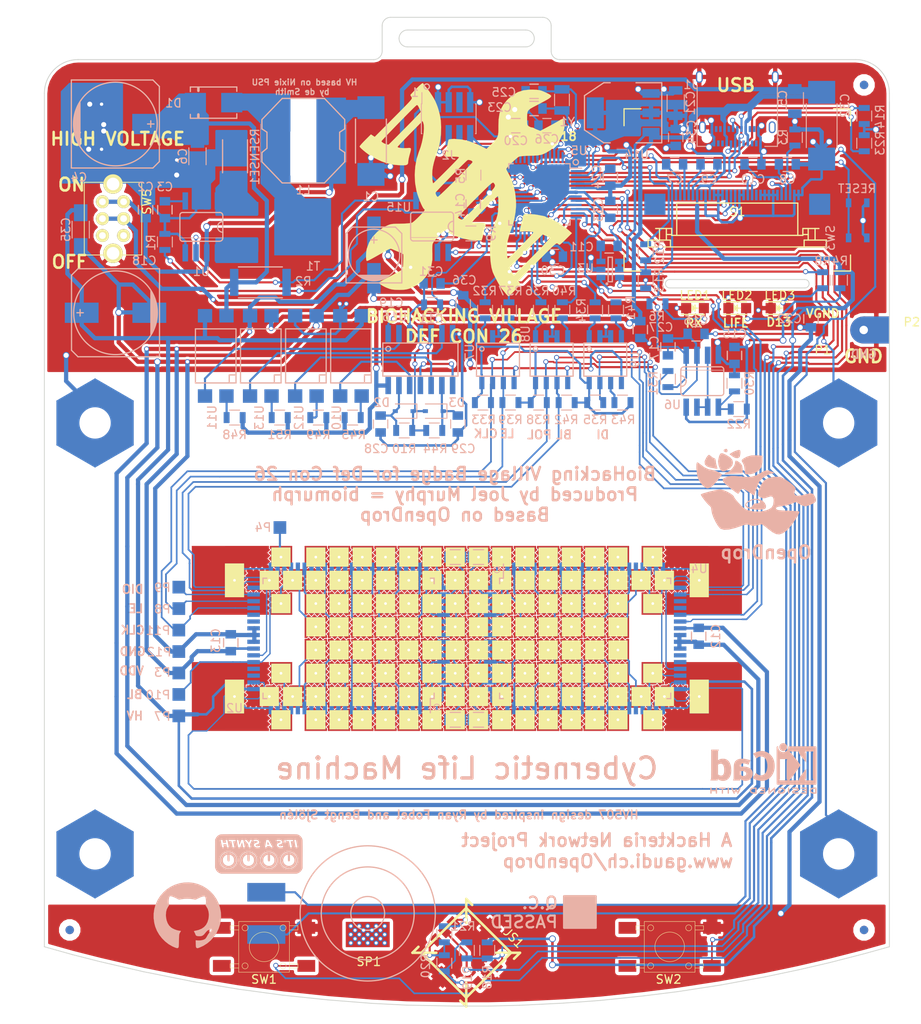
<source format=kicad_pcb>
(kicad_pcb (version 20171130) (host pcbnew "(5.0.1-3-g963ef8bb5)")
  (layers (0 F.Cu signal) (31 B.Cu signal) (34 B.Paste user) (35 F.Paste user) (36 B.SilkS user) (37 F.SilkS user) (38 B.Mask user) (39 F.Mask user) (44 Edge.Cuts user))
  (net 0 "")
  (net 1 "Net-(C1-Pad1)")
  (net 2 "Net-(D1-Pad2)")
  (net 3 GND)
  (net 4 V_HV)
  (net 5 "Net-(RSENSE1-Pad1)")
  (net 6 "Net-(T1-Pad1)")
  (net 7 "Net-(C7-Pad1)")
  (net 8 "Net-(C7-Pad2)")
  (net 9 "Net-(C8-Pad1)")
  (net 10 "Net-(C9-Pad1)")
  (net 11 "Net-(C9-Pad2)")
  (net 12 "Net-(C10-Pad1)")
  (net 13 "Net-(LED1-Pad2)")
  (net 14 CLK)
  (net 15 LE)
  (net 16 DISP_CS)
  (net 17 DISP_RES)
  (net 18 "Net-(LED2-Pad2)")
  (net 19 DISP_SCL)
  (net 20 DISP_SDA)
  (net 21 SW1)
  (net 22 SW2)
  (net 23 DISP_DC)
  (net 24 SPK)
  (net 25 RX_LED)
  (net 26 "Net-(JS1-Pad1)")
  (net 27 "Net-(JS1-Pad3)")
  (net 28 JOY)
  (net 29 SW3)
  (net 30 "Net-(U2-Pad26)")
  (net 31 BL)
  (net 32 DI)
  (net 33 DIO_B)
  (net 34 "Net-(C16-Pad1)")
  (net 35 FEEDBACK)
  (net 36 "Net-(R22-Pad2)")
  (net 37 "Net-(U6-Pad3)")
  (net 38 V_GND)
  (net 39 "Net-(R32-Pad1)")
  (net 40 VDD_C)
  (net 41 CLK_C)
  (net 42 "Net-(R34-Pad1)")
  (net 43 DI_C)
  (net 44 "Net-(R36-Pad1)")
  (net 45 POL)
  (net 46 "Net-(R37-Pad1)")
  (net 47 POL_C)
  (net 48 LE_C)
  (net 49 "Net-(R40-Pad1)")
  (net 50 "Net-(R41-Pad1)")
  (net 51 BL_C)
  (net 52 "Net-(R43-Pad1)")
  (net 53 "Net-(R45-Pad1)")
  (net 54 "Net-(R48-Pad1)")
  (net 55 "Net-(R49-Pad1)")
  (net 56 "Net-(R51-Pad1)")
  (net 57 GND_C)
  (net 58 V_HV_C)
  (net 59 +3V3)
  (net 60 "Net-(C20-Pad1)")
  (net 61 "Net-(C23-Pad2)")
  (net 62 AREF)
  (net 63 "Net-(C25-Pad2)")
  (net 64 AC)
  (net 65 "Net-(R3-Pad1)")
  (net 66 RESET)
  (net 67 SWDIO)
  (net 68 SWCLK)
  (net 69 D+)
  (net 70 "Net-(C3-Pad1)")
  (net 71 D13)
  (net 72 "Net-(R1-Pad1)")
  (net 73 "Net-(R2-Pad2)")
  (net 74 "Net-(LED3-Pad2)")
  (net 75 "Net-(C11-Pad2)")
  (net 76 "Net-(J2-Pad7)")
  (net 77 "Net-(J2-Pad6)")
  (net 78 "Net-(J2-Pad8)")
  (net 79 VSENS)
  (net 80 "Net-(R41-Pad2)")
  (net 81 "Net-(S1-Pad7)")
  (net 82 "Net-(S1-Pad1)")
  (net 83 "Net-(S1-Pad20)")
  (net 84 "Net-(SP1-Pad1)")
  (net 85 "Net-(SP1-Pad2)")
  (net 86 D-)
  (net 87 "Net-(U5-Pad38)")
  (net 88 "Net-(U5-Pad39)")
  (net 89 "Net-(U5-Pad41)")
  (net 90 "Net-(C28-Pad2)")
  (net 91 "Net-(C29-Pad2)")
  (net 92 "Net-(R7-Pad1)")
  (net 93 "Net-(R7-Pad2)")
  (net 94 "Net-(R15-Pad1)")
  (net 95 "Net-(R15-Pad2)")
  (net 96 "Net-(R16-Pad1)")
  (net 97 "Net-(R16-Pad2)")
  (net 98 "Net-(R17-Pad1)")
  (net 99 "Net-(R17-Pad2)")
  (net 100 "Net-(U2-Pad27)")
  (net 101 "Net-(U2-Pad28)")
  (net 102 "Net-(U2-Pad35)")
  (net 103 "Net-(U2-Pad36)")
  (net 104 "Net-(U2-Pad40)")
  (net 105 "Net-(U4-Pad25)")
  (net 106 "Net-(U4-Pad27)")
  (net 107 "Net-(U4-Pad28)")
  (net 108 "Net-(U4-Pad35)")
  (net 109 "Net-(U4-Pad36)")
  (net 110 "Net-(FLUXL_1_1-Pad1)")
  (net 111 "Net-(FLUXL_1_2-Pad1)")
  (net 112 "Net-(FLUXL_1_3-Pad1)")
  (net 113 "Net-(FLUXL_1_4-Pad1)")
  (net 114 "Net-(FLUXL_1_5-Pad1)")
  (net 115 "Net-(FLUXL_1_6-Pad1)")
  (net 116 "Net-(FLUXL_1_7-Pad1)")
  (net 117 "Net-(FLUXL_1_8-Pad1)")
  (net 118 "Net-(FLUXL_2_1-Pad1)")
  (net 119 "Net-(FLUXL_2_2-Pad1)")
  (net 120 "Net-(FLUXL_2_3-Pad1)")
  (net 121 "Net-(FLUXL_2_4-Pad1)")
  (net 122 "Net-(FLUXL_2_5-Pad1)")
  (net 123 "Net-(FLUXL_2_6-Pad1)")
  (net 124 "Net-(FLUXL_2_7-Pad1)")
  (net 125 "Net-(FLUXL_2_8-Pad1)")
  (net 126 "Net-(FLUXL_3_1-Pad1)")
  (net 127 "Net-(FLUXL_3_2-Pad1)")
  (net 128 "Net-(FLUXL_3_3-Pad1)")
  (net 129 "Net-(FLUXL_3_4-Pad1)")
  (net 130 "Net-(FLUXL_3_5-Pad1)")
  (net 131 "Net-(FLUXL_3_6-Pad1)")
  (net 132 "Net-(FLUXL_3_7-Pad1)")
  (net 133 "Net-(FLUXL_3_8-Pad1)")
  (net 134 "Net-(FLUXL_4_1-Pad1)")
  (net 135 "Net-(FLUXL_4_3-Pad1)")
  (net 136 "Net-(FLUXL_4_4-Pad1)")
  (net 137 "Net-(FLUXL_4_5-Pad1)")
  (net 138 "Net-(FLUXL_4_6-Pad1)")
  (net 139 "Net-(FLUXL_4_7-Pad1)")
  (net 140 "Net-(FLUXL_5_1-Pad1)")
  (net 141 "Net-(FLUXL_5_2-Pad1)")
  (net 142 "Net-(FLUXL_5_3-Pad1)")
  (net 143 "Net-(FLUXL_5_4-Pad1)")
  (net 144 "Net-(FLUXL_5_5-Pad1)")
  (net 145 "Net-(FLUXL_5_6-Pad1)")
  (net 146 "Net-(FLUXL_5_7-Pad1)")
  (net 147 "Net-(FLUXL_5_8-Pad1)")
  (net 148 "Net-(FLUXL_6_1-Pad1)")
  (net 149 "Net-(FLUXL_6_2-Pad1)")
  (net 150 "Net-(FLUXL_6_3-Pad1)")
  (net 151 "Net-(FLUXL_6_4-Pad1)")
  (net 152 "Net-(FLUXL_6_5-Pad1)")
  (net 153 "Net-(FLUXL_6_6-Pad1)")
  (net 154 "Net-(FLUXL_6_7-Pad1)")
  (net 155 "Net-(FLUXL_7_1-Pad1)")
  (net 156 "Net-(FLUXL_7_2-Pad1)")
  (net 157 "Net-(FLUXL_7_3-Pad1)")
  (net 158 "Net-(FLUXL_7_4-Pad1)")
  (net 159 "Net-(FLUXL_7_5-Pad1)")
  (net 160 "Net-(FLUXL_7_6-Pad1)")
  (net 161 "Net-(FLUXL_7_7-Pad1)")
  (net 162 "Net-(FLUXL_7_8-Pad1)")
  (net 163 "Net-(FLUXL_8_1-Pad1)")
  (net 164 "Net-(FLUXL_8_2-Pad1)")
  (net 165 "Net-(FLUXL_8_3-Pad1)")
  (net 166 "Net-(FLUXL_8_4-Pad1)")
  (net 167 "Net-(FLUXL_8_5-Pad1)")
  (net 168 "Net-(FLUXL_8_6-Pad1)")
  (net 169 "Net-(FLUXL_8_7-Pad1)")
  (net 170 "Net-(FLUXL_8_8-Pad1)")
  (net 171 "Net-(FLUXL_4_2-Pad1)")
  (net 172 "Net-(FLUXL_4_8-Pad1)")
  (net 173 "Net-(FLUXL_6_8-Pad1)")
  (net 174 "Net-(FLUXL_9_1-Pad1)")
  (net 175 "Net-(FLUXL_9_2-Pad1)")
  (net 176 "Net-(FLUXL_9_3-Pad1)")
  (net 177 "Net-(FLUXL_9_4-Pad1)")
  (net 178 "Net-(FLUXL_9_5-Pad1)")
  (net 179 "Net-(FLUXL_9_6-Pad1)")
  (net 180 "Net-(FLUXL_10_1-Pad1)")
  (net 181 "Net-(FLUXL_10_2-Pad1)")
  (net 182 "Net-(FLUXL_10_3-Pad1)")
  (net 183 "Net-(FLUXL_10_5-Pad1)")
  (net 184 "Net-(FLUXL_10_6-Pad1)")
  (net 185 "Net-(FLUXL_11_1-Pad1)")
  (net 186 "Net-(FLUXL_11_2-Pad1)")
  (net 187 "Net-(FLUXL_11_3-Pad1)")
  (net 188 "Net-(FLUXL_11_4-Pad1)")
  (net 189 "Net-(FLUXL_11_5-Pad1)")
  (net 190 "Net-(FLUXL_11_6-Pad1)")
  (net 191 "Net-(FLUXL_12_1-Pad1)")
  (net 192 "Net-(FLUXL_12_2-Pad1)")
  (net 193 "Net-(FLUXL_12_3-Pad1)")
  (net 194 "Net-(FLUXL_12_4-Pad1)")
  (net 195 "Net-(FLUXL_12_5-Pad1)")
  (net 196 "Net-(FLUXL_12_6-Pad1)")
  (net 197 "Net-(FLUXL_9_7-Pad1)")
  (net 198 "Net-(FLUXL_9_8-Pad1)")
  (net 199 "Net-(FLUXL_10_4-Pad1)")
  (net 200 "Net-(FLUXL_10_7-Pad1)")
  (net 201 "Net-(FLUXL_10_8-Pad1)")
  (net 202 "Net-(FLUXL_11_7-Pad1)")
  (net 203 "Net-(FLUXL_11_8-Pad1)")
  (net 204 "Net-(FLUXL_12_7-Pad1)")
  (net 205 "Net-(FLUXL_12_8-Pad1)")
  (net 206 "Net-(FLUXL_13_1-Pad1)")
  (net 207 "Net-(FLUXL_13_2-Pad1)")
  (net 208 "Net-(FLUXL_13_3-Pad1)")
  (net 209 "Net-(FLUXL_13_4-Pad1)")
  (net 210 "Net-(FLUXL_13_5-Pad1)")
  (net 211 "Net-(FLUXL_13_6-Pad1)")
  (net 212 "Net-(FLUXL_13_7-Pad1)")
  (net 213 "Net-(FLUXL_13_8-Pad1)")
  (net 214 "Net-(FLUXL_14_1-Pad1)")
  (net 215 "Net-(FLUXL_14_2-Pad1)")
  (net 216 "Net-(FLUXL_14_3-Pad1)")
  (net 217 "Net-(FLUXL_14_4-Pad1)")
  (net 218 "Net-(FLUXL_14_5-Pad1)")
  (net 219 "Net-(FLUXL_14_6-Pad1)")
  (net 220 "Net-(FLUXL_14_7-Pad1)")
  (net 221 "Net-(FLUXL_14_8-Pad1)")
  (net 222 "Net-(FLUXL_15_1-Pad1)")
  (net 223 "Net-(FLUXL_15_2-Pad1)")
  (net 224 "Net-(FLUXL_15_3-Pad1)")
  (net 225 "Net-(FLUXL_15_4-Pad1)")
  (net 226 "Net-(FLUXL_15_6-Pad1)")
  (net 227 "Net-(FLUXL_15_7-Pad1)")
  (net 228 "Net-(FLUXL_15_8-Pad1)")
  (net 229 "Net-(FLUXL_16_1-Pad1)")
  (net 230 "Net-(FLUXL_16_2-Pad1)")
  (net 231 "Net-(FLUXL_16_3-Pad1)")
  (net 232 "Net-(FLUXL_16_4-Pad1)")
  (net 233 "Net-(FLUXL_16_5-Pad1)")
  (net 234 "Net-(FLUXL_16_6-Pad1)")
  (net 235 "Net-(FLUXL_16_7-Pad1)")
  (net 236 "Net-(FLUXL_16_8-Pad1)")
  (net 237 "Net-(FLUXL_15_5-Pad1)")
  (net 238 "Net-(C31-Pad2)")
  (net 239 "Net-(D2-Pad1)")
  (net 240 V_SCK)
  (net 241 V_SI)
  (net 242 V_CS)
  (net 243 "Net-(U5-Pad37)")
  (net 244 "Net-(U10-Pad2)")
  (net 245 "Net-(U11-Pad2)")
  (net 246 "Net-(U12-Pad2)")
  (net 247 "Net-(U13-Pad2)")
  (net 248 "Net-(U16-Pad1)")
  (net 249 V_USB)
  (net 250 "Net-(U5-Pad14)")
  (net 251 "Net-(U5-Pad15)")
  (net 252 "Net-(U5-Pad27)")
  (net 253 "Net-(J1-PadA2)")
  (net 254 "Net-(J1-PadA3)")
  (net 255 "Net-(J1-PadA5)")
  (net 256 "Net-(J1-PadA10)")
  (net 257 "Net-(J1-PadA8)")
  (net 258 "Net-(J1-PadA11)")
  (net 259 "Net-(J1-PadB2)")
  (net 260 "Net-(J1-PadB3)")
  (net 261 "Net-(J1-PadB5)")
  (net 262 "Net-(J1-PadB8)")
  (net 263 "Net-(J1-PadB10)")
  (net 264 "Net-(J1-PadB11)")
  (net 265 "Net-(C11-Pad1)")
  (net 266 "Net-(P15-Pad1)")
  (net 267 SENS_PAD)
  (net 268 "Net-(JS1-Pad6)")
  (net 269 "Net-(SW5-Pad3)")
  (net 270 "Net-(SW5-Pad6)")
  (module Capacitors_SMD:C_0805 (layer B.Cu) (at 107.95 34.757)
    (fp_text reference C25 (at -3.575 0.118 180) (layer B.SilkS) (effects (justify mirror)))
    (fp_text value 22pF)
    (pad 2 smd rect (at 1 0) (size 1 1.25) (layers B.Cu B.Paste B.Mask) (net 63 "Net-(C25-Pad2)"))
    (pad 1 smd rect (at -1 0) (size 1 1.25) (layers B.Cu B.Paste B.Mask) (net 3 GND))
  )
  (module Crystals:Crystal_SMD_3215-2pin_3.2x1.5mm (layer B.Cu) (at 111.252 35.773 270)
    (fp_text reference Y1 (at 2.602 -0.623) (layer B.SilkS) (effects (justify mirror)))
    (fp_text value 32.765)
    (pad 2 smd rect (at -1.25 0 270) (size 1 1.8) (layers B.Cu B.Paste B.Mask) (net 63 "Net-(C25-Pad2)"))
    (pad 1 smd rect (at 1.25 0 270) (size 1 1.8) (layers B.Cu B.Paste B.Mask) (net 61 "Net-(C23-Pad2)"))
  )
  (module Capacitors_SMD:C_0805 (layer B.Cu) (at 100.75 48.1 270)
    (fp_text reference C14 (at 0.127 1.524 270) (layer B.SilkS) (effects (justify mirror)))
    (fp_text value 100nF)
    (pad 1 smd rect (at -1 0 270) (size 1 1.25) (layers B.Cu B.Paste B.Mask) (net 59 +3V3))
    (pad 2 smd rect (at 1 0 270) (size 1 1.25) (layers B.Cu B.Paste B.Mask) (net 3 GND))
  )
  (module LEDs:LED-0805 (layer F.Cu) (at 127 60.411)
    (fp_text reference LED1 (at 0 -1.524) (layer F.SilkS))
    (fp_text value LED)
    (pad 2 smd rect (at 1.04902 0 180) (size 1.19888 1.19888) (layers F.Cu F.Paste F.Mask) (net 13 "Net-(LED1-Pad2)"))
    (pad 1 smd rect (at -1.04902 0 180) (size 1.19888 1.19888) (layers F.Cu F.Paste F.Mask) (net 3 GND))
  )
  (module GaudiLabsFootPrints:SMD_DIP4 (layer B.Cu) (at 80.947 66.067 90)
    (fp_text reference U12 (at -7.298 -0.81 90) (layer B.SilkS) (effects (justify mirror)))
    (fp_text value AQY210EH)
    (pad 2 smd rect (at -4.75 -1.27 90) (size 1.6 1.7) (layers B.Cu B.Paste B.Mask) (net 246 "Net-(U12-Pad2)"))
    (pad 1 smd rect (at -4.75 1.27 90) (size 1.6 1.7) (layers B.Cu B.Paste B.Mask) (net 55 "Net-(R49-Pad1)"))
    (pad 4 smd rect (at 4.75 1.27 90) (size 1.6 1.7) (layers B.Cu B.Paste B.Mask) (net 57 GND_C))
    (pad 3 smd rect (at 4.75 -1.27 90) (size 1.6 1.7) (layers B.Cu B.Paste B.Mask) (net 3 GND))
  )
  (module Capacitors_SMD:c_elec_10x10 (layer B.Cu) (at 58.42 60.96 180)
    (fp_text reference C18 (at -3.405 6.16 180) (layer B.SilkS) (effects (justify mirror)))
    (fp_text value "4u7, 250V")
    (pad 1 smd rect (at 4.0005 0 180) (size 4.0005 2.4003) (layers B.Cu B.Paste B.Mask) (net 58 V_HV_C))
    (pad 2 smd rect (at -4.0005 0 180) (size 4.0005 2.4003) (layers B.Cu B.Paste B.Mask) (net 57 GND_C))
  )
  (module Resistors_SMD:R_0805 (layer B.Cu) (at 102.156 60.6695 90)
    (fp_text reference R32 (at 2.2905 -0.048 180) (layer B.SilkS) (effects (justify mirror)))
    (fp_text value 220)
    (pad 1 smd rect (at -0.95 0 90) (size 0.7 1.3) (layers B.Cu B.Paste B.Mask) (net 39 "Net-(R32-Pad1)"))
    (pad 2 smd rect (at 0.95 0 90) (size 0.7 1.3) (layers B.Cu B.Paste B.Mask) (net 14 CLK))
  )
  (module GaudiLabsFootPrints:HCPL_Optocoupler_SMD (layer B.Cu) (at 116.38 66.5115)
    (fp_text reference U9 (at 3.508 -0.0045 90) (layer B.SilkS) (effects (justify mirror)))
    (fp_text value HCPL0534)
    (pad 5 smd rect (at 1.905 2.7325) (size 0.61 1.52) (layers B.Cu B.Paste B.Mask) (net 57 GND_C))
    (pad 6 smd rect (at 0.635 2.7325) (size 0.61 1.52) (layers B.Cu B.Paste B.Mask) (net 52 "Net-(R43-Pad1)"))
    (pad 7 smd rect (at -0.635 2.7325) (size 0.61 1.52) (layers B.Cu B.Paste B.Mask) (net 43 DI_C))
    (pad 8 smd rect (at -1.905 2.7325) (size 0.61 1.52) (layers B.Cu B.Paste B.Mask) (net 40 VDD_C))
    (pad 1 smd rect (at -1.905 -2.7325) (size 0.61 1.52) (layers B.Cu B.Paste B.Mask) (net 42 "Net-(R34-Pad1)"))
    (pad 2 smd rect (at -0.635 -2.7325) (size 0.61 1.52) (layers B.Cu B.Paste B.Mask) (net 3 GND))
    (pad 3 smd rect (at 0.635 -2.7325) (size 0.61 1.52) (layers B.Cu B.Paste B.Mask) (net 3 GND))
    (pad 4 smd rect (at 1.905 -2.7325) (size 0.61 1.52) (layers B.Cu B.Paste B.Mask) (net 50 "Net-(R41-Pad1)"))
  )
  (module GaudiLabsFootPrints:HCPL_Optocoupler_SMD (layer B.Cu) (at 110.03 66.5115)
    (fp_text reference U8 (at -3.096 -3.0525 90) (layer B.SilkS) (effects (justify mirror)))
    (fp_text value HCPL0534)
    (pad 4 smd rect (at 1.905 -2.7325) (size 0.61 1.52) (layers B.Cu B.Paste B.Mask) (net 49 "Net-(R40-Pad1)"))
    (pad 3 smd rect (at 0.635 -2.7325) (size 0.61 1.52) (layers B.Cu B.Paste B.Mask) (net 3 GND))
    (pad 2 smd rect (at -0.635 -2.7325) (size 0.61 1.52) (layers B.Cu B.Paste B.Mask) (net 3 GND))
    (pad 1 smd rect (at -1.905 -2.7325) (size 0.61 1.52) (layers B.Cu B.Paste B.Mask) (net 44 "Net-(R36-Pad1)"))
    (pad 8 smd rect (at -1.905 2.7325) (size 0.61 1.52) (layers B.Cu B.Paste B.Mask) (net 40 VDD_C))
    (pad 7 smd rect (at -0.635 2.7325) (size 0.61 1.52) (layers B.Cu B.Paste B.Mask) (net 47 POL_C))
    (pad 6 smd rect (at 0.635 2.7325) (size 0.61 1.52) (layers B.Cu B.Paste B.Mask) (net 51 BL_C))
    (pad 5 smd rect (at 1.905 2.7325) (size 0.61 1.52) (layers B.Cu B.Paste B.Mask) (net 57 GND_C))
  )
  (module Resistors_SMD:R_0805 (layer B.Cu) (at 101.902 71.5915 180)
    (fp_text reference R33 (at -0.079 -2.0275 180) (layer B.SilkS) (effects (justify mirror)))
    (fp_text value 2.2k)
    (pad 1 smd rect (at -0.95 0 180) (size 0.7 1.3) (layers B.Cu B.Paste B.Mask) (net 41 CLK_C))
    (pad 2 smd rect (at 0.95 0 180) (size 0.7 1.3) (layers B.Cu B.Paste B.Mask) (net 40 VDD_C))
  )
  (module Resistors_SMD:R_0805 (layer B.Cu) (at 64.262 52.578 90)
    (fp_text reference R1 (at -0.086 -1.651 90) (layer B.SilkS) (effects (justify mirror)))
    (fp_text value 6.8k)
    (pad 1 smd rect (at -0.95 0 90) (size 0.7 1.3) (layers B.Cu B.Paste B.Mask) (net 72 "Net-(R1-Pad1)"))
    (pad 2 smd rect (at 0.95 0 90) (size 0.7 1.3) (layers B.Cu B.Paste B.Mask) (net 3 GND))
  )
  (module Resistors_SMD:R_0805 (layer B.Cu) (at 100.775 44.675 270)
    (fp_text reference R5 (at 0.082 1.524 90) (layer B.SilkS) (effects (justify mirror)))
    (fp_text value 10k)
    (pad 1 smd rect (at -0.95 0 270) (size 0.7 1.3) (layers B.Cu B.Paste B.Mask) (net 66 RESET))
    (pad 2 smd rect (at 0.95 0 270) (size 0.7 1.3) (layers B.Cu B.Paste B.Mask) (net 59 +3V3))
  )
  (module Resistors_SMD:R_0805 (layer B.Cu) (at 102.41 136.417 90)
    (fp_text reference R18 (at -3.175 0 90) (layer B.SilkS) (effects (justify mirror)))
    (fp_text value 10k)
    (pad 1 smd rect (at -0.95 0 90) (size 0.7 1.3) (layers B.Cu B.Paste B.Mask) (net 28 JOY))
    (pad 2 smd rect (at 0.95 0 90) (size 0.7 1.3) (layers B.Cu B.Paste B.Mask) (net 59 +3V3))
  )
  (module Resistors_SMD:R_0805 (layer B.Cu) (at 99.997 136.417 270)
    (fp_text reference R19 (at 3.242 -0.079 270) (layer B.SilkS) (effects (justify mirror)))
    (fp_text value 10k)
    (pad 1 smd rect (at -0.95 0 270) (size 0.7 1.3) (layers B.Cu B.Paste B.Mask) (net 268 "Net-(JS1-Pad6)"))
    (pad 2 smd rect (at 0.95 0 270) (size 0.7 1.3) (layers B.Cu B.Paste B.Mask) (net 28 JOY))
  )
  (module Resistors_SMD:R_0805 (layer B.Cu) (at 97.33 137.941 270)
    (fp_text reference R20 (at 0.321 2.207 270) (layer B.SilkS) (effects (justify mirror)))
    (fp_text value 10k)
    (pad 1 smd rect (at -0.95 0 270) (size 0.7 1.3) (layers B.Cu B.Paste B.Mask) (net 27 "Net-(JS1-Pad3)"))
    (pad 2 smd rect (at 0.95 0 270) (size 0.7 1.3) (layers B.Cu B.Paste B.Mask) (net 268 "Net-(JS1-Pad6)"))
  )
  (module Resistors_SMD:R_0805 (layer B.Cu) (at 97.33 134.512 270)
    (fp_text reference R21 (at -0.949 -2.238 180) (layer B.SilkS) (effects (justify mirror)))
    (fp_text value 10k)
    (pad 1 smd rect (at -0.95 0 270) (size 0.7 1.3) (layers B.Cu B.Paste B.Mask) (net 26 "Net-(JS1-Pad1)"))
    (pad 2 smd rect (at 0.95 0 270) (size 0.7 1.3) (layers B.Cu B.Paste B.Mask) (net 27 "Net-(JS1-Pad3)"))
  )
  (module Resistors_SMD:R_0805 (layer B.Cu) (at 132.176 72.36304 180)
    (fp_text reference R22 (at 0 -1.778 180) (layer B.SilkS) (effects (justify mirror)))
    (fp_text value 10k)
    (pad 1 smd rect (at -0.95 0 180) (size 0.7 1.3) (layers B.Cu B.Paste B.Mask) (net 59 +3V3))
    (pad 2 smd rect (at 0.95 0 180) (size 0.7 1.3) (layers B.Cu B.Paste B.Mask) (net 36 "Net-(R22-Pad2)"))
  )
  (module Resistors_SMD:R_0805 (layer B.Cu) (at 131.668 69.31504 90)
    (fp_text reference R30 (at 0 1.778 90) (layer B.SilkS) (effects (justify mirror)))
    (fp_text value 10k)
    (pad 1 smd rect (at -0.95 0 90) (size 0.7 1.3) (layers B.Cu B.Paste B.Mask) (net 36 "Net-(R22-Pad2)"))
    (pad 2 smd rect (at 0.95 0 90) (size 0.7 1.3) (layers B.Cu B.Paste B.Mask) (net 3 GND))
  )
  (module Resistors_SMD:R_0805 (layer B.Cu) (at 123.794 68.80704 90)
    (fp_text reference R31 (at -0.49396 -1.747 90) (layer B.SilkS) (effects (justify mirror)))
    (fp_text value 15k)
    (pad 1 smd rect (at -0.95 0 90) (size 0.7 1.3) (layers B.Cu B.Paste B.Mask) (net 35 FEEDBACK))
    (pad 2 smd rect (at 0.95 0 90) (size 0.7 1.3) (layers B.Cu B.Paste B.Mask) (net 34 "Net-(C16-Pad1)"))
  )
  (module Resistors_SMD:R_0805 (layer B.Cu) (at 115.189 71.587 180)
    (fp_text reference R35 (at 0 -2.032) (layer B.SilkS) (effects (justify mirror)))
    (fp_text value 2.2k)
    (pad 1 smd rect (at -0.95 0 180) (size 0.7 1.3) (layers B.Cu B.Paste B.Mask) (net 43 DI_C))
    (pad 2 smd rect (at 0.95 0 180) (size 0.7 1.3) (layers B.Cu B.Paste B.Mask) (net 40 VDD_C))
  )
  (module Resistors_SMD:R_0805 (layer B.Cu) (at 108.506 71.5915 180)
    (fp_text reference R38 (at 0.048 -2.0275 180) (layer B.SilkS) (effects (justify mirror)))
    (fp_text value 2.2k)
    (pad 1 smd rect (at -0.95 0 180) (size 0.7 1.3) (layers B.Cu B.Paste B.Mask) (net 47 POL_C))
    (pad 2 smd rect (at 0.95 0 180) (size 0.7 1.3) (layers B.Cu B.Paste B.Mask) (net 40 VDD_C))
  )
  (module Resistors_SMD:R_0805 (layer B.Cu) (at 105.156 71.587)
    (fp_text reference R39 (at 0 2.032) (layer B.SilkS) (effects (justify mirror)))
    (fp_text value 2.2k)
    (pad 1 smd rect (at -0.95 0) (size 0.7 1.3) (layers B.Cu B.Paste B.Mask) (net 48 LE_C))
    (pad 2 smd rect (at 0.95 0) (size 0.7 1.3) (layers B.Cu B.Paste B.Mask) (net 40 VDD_C))
  )
  (module Resistors_SMD:R_0805 (layer B.Cu) (at 111.808 71.5915)
    (fp_text reference R42 (at -0.048 2.0275) (layer B.SilkS) (effects (justify mirror)))
    (fp_text value 2.2k)
    (pad 1 smd rect (at -0.95 0) (size 0.7 1.3) (layers B.Cu B.Paste B.Mask) (net 51 BL_C))
    (pad 2 smd rect (at 0.95 0) (size 0.7 1.3) (layers B.Cu B.Paste B.Mask) (net 40 VDD_C))
  )
  (module Resistors_SMD:R_0805 (layer B.Cu) (at 96.139 74.889)
    (fp_text reference R44 (at 0.127 2.159) (layer B.SilkS) (effects (justify mirror)))
    (fp_text value 10k)
    (pad 1 smd rect (at -0.95 0) (size 0.7 1.3) (layers B.Cu B.Paste B.Mask) (net 239 "Net-(D2-Pad1)"))
    (pad 2 smd rect (at 0.95 0) (size 0.7 1.3) (layers B.Cu B.Paste B.Mask) (net 91 "Net-(C29-Pad2)"))
  )
  (module Resistors_SMD:R_0805 (layer B.Cu) (at 86.487 73.365 180)
    (fp_text reference R45 (at -0.127 -2.032 180) (layer B.SilkS) (effects (justify mirror)))
    (fp_text value 220)
    (pad 1 smd rect (at -0.95 0 180) (size 0.7 1.3) (layers B.Cu B.Paste B.Mask) (net 53 "Net-(R45-Pad1)"))
    (pad 2 smd rect (at 0.95 0 180) (size 0.7 1.3) (layers B.Cu B.Paste B.Mask) (net 249 V_USB))
  )
  (module Resistors_SMD:R_0805 (layer B.Cu) (at 72.517 73.365)
    (fp_text reference R48 (at 0 2.032) (layer B.SilkS) (effects (justify mirror)))
    (fp_text value 220)
    (pad 1 smd rect (at -0.95 0) (size 0.7 1.3) (layers B.Cu B.Paste B.Mask) (net 54 "Net-(R48-Pad1)"))
    (pad 2 smd rect (at 0.95 0) (size 0.7 1.3) (layers B.Cu B.Paste B.Mask) (net 249 V_USB))
  )
  (module Resistors_SMD:R_0805 (layer B.Cu) (at 82.423 73.365)
    (fp_text reference R49 (at 0 2.032) (layer B.SilkS) (effects (justify mirror)))
    (fp_text value 220)
    (pad 1 smd rect (at -0.95 0) (size 0.7 1.3) (layers B.Cu B.Paste B.Mask) (net 55 "Net-(R49-Pad1)"))
    (pad 2 smd rect (at 0.95 0) (size 0.7 1.3) (layers B.Cu B.Paste B.Mask) (net 249 V_USB))
  )
  (module Resistors_SMD:R_0805 (layer B.Cu) (at 77.851 73.365)
    (fp_text reference R51 (at 0 2.032) (layer B.SilkS) (effects (justify mirror)))
    (fp_text value 220)
    (pad 1 smd rect (at -0.95 0) (size 0.7 1.3) (layers B.Cu B.Paste B.Mask) (net 56 "Net-(R51-Pad1)"))
    (pad 2 smd rect (at 0.95 0) (size 0.7 1.3) (layers B.Cu B.Paste B.Mask) (net 249 V_USB))
  )
  (module Resistors_SMD:R_0805 (layer B.Cu) (at 117.65 60.6695 90)
    (fp_text reference R41 (at 0.2945 1.725 90) (layer B.SilkS) (effects (justify mirror)))
    (fp_text value 220)
    (pad 1 smd rect (at -0.95 0 90) (size 0.7 1.3) (layers B.Cu B.Paste B.Mask) (net 50 "Net-(R41-Pad1)"))
    (pad 2 smd rect (at 0.95 0 90) (size 0.7 1.3) (layers B.Cu B.Paste B.Mask) (net 80 "Net-(R41-Pad2)"))
  )
  (module Resistors_SMD:R_0805 (layer B.Cu) (at 118.412 71.5915)
    (fp_text reference R43 (at 0.079 2.0275) (layer B.SilkS) (effects (justify mirror)))
    (fp_text value 2.2k)
    (pad 1 smd rect (at -0.95 0) (size 0.7 1.3) (layers B.Cu B.Paste B.Mask) (net 52 "Net-(R43-Pad1)"))
    (pad 2 smd rect (at 0.95 0) (size 0.7 1.3) (layers B.Cu B.Paste B.Mask) (net 40 VDD_C))
  )
  (module Resistors_SMD:R_0805 (layer B.Cu) (at 138.811 40.218 90)
    (fp_text reference R3 (at 0.043 -1.436 90) (layer B.SilkS) (effects (justify mirror)))
    (fp_text value 390k)
    (pad 1 smd rect (at -0.95 0 90) (size 0.7 1.3) (layers B.Cu B.Paste B.Mask) (net 65 "Net-(R3-Pad1)"))
    (pad 2 smd rect (at 0.95 0 90) (size 0.7 1.3) (layers B.Cu B.Paste B.Mask) (net 3 GND))
  )
  (module Resistors_SMD:R_0805 (layer B.Cu) (at 144.145 57.109 270)
    (fp_text reference R4 (at -2.286 0) (layer B.SilkS) (effects (justify mirror)))
    (fp_text value 390)
    (pad 1 smd rect (at -0.95 0 270) (size 0.7 1.3) (layers B.Cu B.Paste B.Mask) (net 59 +3V3))
    (pad 2 smd rect (at 0.95 0 270) (size 0.7 1.3) (layers B.Cu B.Paste B.Mask) (net 18 "Net-(LED2-Pad2)"))
  )
  (module Resistors_SMD:R_0805 (layer B.Cu) (at 122.555 59.903)
    (fp_text reference R6 (at -0.08 1.472) (layer B.SilkS) (effects (justify mirror)))
    (fp_text value 390)
    (pad 1 smd rect (at -0.95 0) (size 0.7 1.3) (layers B.Cu B.Paste B.Mask) (net 25 RX_LED))
    (pad 2 smd rect (at 0.95 0) (size 0.7 1.3) (layers B.Cu B.Paste B.Mask) (net 13 "Net-(LED1-Pad2)"))
  )
  (module Resistors_SMD:R_0805 (layer B.Cu) (at 142.113 57.109 270)
    (fp_text reference R8 (at -2.286 0) (layer B.SilkS) (effects (justify mirror)))
    (fp_text value 390)
    (pad 1 smd rect (at -0.95 0 270) (size 0.7 1.3) (layers B.Cu B.Paste B.Mask) (net 71 D13))
    (pad 2 smd rect (at 0.95 0 270) (size 0.7 1.3) (layers B.Cu B.Paste B.Mask) (net 74 "Net-(LED3-Pad2)"))
  )
  (module Resistors_SMD:R_0805 (layer B.Cu) (at 115.175 60.675 90)
    (fp_text reference R34 (at 0.01 -1.637 90) (layer B.SilkS) (effects (justify mirror)))
    (fp_text value 220)
    (pad 1 smd rect (at -0.95 0 90) (size 0.7 1.3) (layers B.Cu B.Paste B.Mask) (net 42 "Net-(R34-Pad1)"))
    (pad 2 smd rect (at 0.95 0 90) (size 0.7 1.3) (layers B.Cu B.Paste B.Mask) (net 32 DI))
  )
  (module Resistors_SMD:R_0805 (layer B.Cu) (at 108.76 60.6695 90)
    (fp_text reference R36 (at 2.2905 -0.429 180) (layer B.SilkS) (effects (justify mirror)))
    (fp_text value 220)
    (pad 1 smd rect (at -0.95 0 90) (size 0.7 1.3) (layers B.Cu B.Paste B.Mask) (net 44 "Net-(R36-Pad1)"))
    (pad 2 smd rect (at 0.95 0 90) (size 0.7 1.3) (layers B.Cu B.Paste B.Mask) (net 45 POL))
  )
  (module Resistors_SMD:R_0805 (layer B.Cu) (at 104.975 60.675 90)
    (fp_text reference R37 (at 2.296 0.181 180) (layer B.SilkS) (effects (justify mirror)))
    (fp_text value 220)
    (pad 1 smd rect (at -0.95 0 90) (size 0.7 1.3) (layers B.Cu B.Paste B.Mask) (net 46 "Net-(R37-Pad1)"))
    (pad 2 smd rect (at 0.95 0 90) (size 0.7 1.3) (layers B.Cu B.Paste B.Mask) (net 15 LE))
  )
  (module Resistors_SMD:R_0805 (layer B.Cu) (at 111.3 60.6695 90)
    (fp_text reference R40 (at 2.2905 0.206 180) (layer B.SilkS) (effects (justify mirror)))
    (fp_text value 220)
    (pad 1 smd rect (at -0.95 0 90) (size 0.7 1.3) (layers B.Cu B.Paste B.Mask) (net 49 "Net-(R40-Pad1)"))
    (pad 2 smd rect (at 0.95 0 90) (size 0.7 1.3) (layers B.Cu B.Paste B.Mask) (net 31 BL))
  )
  (module Resistors_SMD:R_0805 (layer B.Cu) (at 100.475 51.575 180)
    (fp_text reference R9 (at -2.413 0 270) (layer B.SilkS) (effects (justify mirror)))
    (fp_text value 390k)
    (pad 1 smd rect (at -0.95 0 180) (size 0.7 1.3) (layers B.Cu B.Paste B.Mask) (net 79 VSENS))
    (pad 2 smd rect (at 0.95 0 180) (size 0.7 1.3) (layers B.Cu B.Paste B.Mask) (net 72 "Net-(R1-Pad1)"))
  )
  (module Resistors_SMD:R_0805 (layer B.Cu) (at 92.583 74.889 180)
    (fp_text reference R10 (at 0 -2.159 180) (layer B.SilkS) (effects (justify mirror)))
    (fp_text value 10k)
    (pad 1 smd rect (at -0.95 0 180) (size 0.7 1.3) (layers B.Cu B.Paste B.Mask) (net 239 "Net-(D2-Pad1)"))
    (pad 2 smd rect (at 0.95 0 180) (size 0.7 1.3) (layers B.Cu B.Paste B.Mask) (net 90 "Net-(C28-Pad2)"))
  )
  (module Resistors_SMD:R_0805 (layer B.Cu) (at 95.885 60.03)
    (fp_text reference R11 (at -0.127 1.651) (layer B.SilkS) (effects (justify mirror)))
    (fp_text value 47k)
    (pad 1 smd rect (at -0.95 0) (size 0.7 1.3) (layers B.Cu B.Paste B.Mask) (net 238 "Net-(C31-Pad2)"))
    (pad 2 smd rect (at 0.95 0) (size 0.7 1.3) (layers B.Cu B.Paste B.Mask) (net 59 +3V3))
  )
  (module GaudiLabsFootPrints:R_0805_HeatPad (layer B.Cu) (at 98.625 89.875)
    (fp_text reference R16 hide)
    (fp_text value 10R)
    (pad 3 smd rect (at 0 0) (size 0.8 1.3) (layers B.Cu B.Mask))
    (pad 1 smd rect (at -0.95 0) (size 0.7 1.3) (layers B.Cu B.Paste B.Mask) (net 96 "Net-(R16-Pad1)"))
    (pad 2 smd rect (at 0.95 0) (size 0.7 1.3) (layers B.Cu B.Paste B.Mask) (net 97 "Net-(R16-Pad2)"))
  )
  (module GaudiLabsFootPrints:D-Pak_TO252AA (layer B.Cu) (at 78.232 50.8 90)
    (fp_text reference T1 (at -4.658 3.556 180) (layer B.SilkS) (effects (justify mirror)))
    (fp_text value TK560P60Y)
    (pad 3 smd rect (at 2.18 -4.3 90) (size 1.55 2.78) (layers B.Cu B.Paste B.Mask) (net 5 "Net-(RSENSE1-Pad1)"))
    (pad 2 smd rect (at 0 2.335 90) (size 6.74 6.73) (layers B.Cu B.Paste B.Mask) (net 2 "Net-(D1-Pad2)"))
    (pad 1 smd rect (at -2.18 -4.3 90) (size 1.55 2.78) (layers B.Cu B.Paste B.Mask) (net 6 "Net-(T1-Pad1)"))
  )
  (module GaudiLabsFootPrints:SMD_DIP4 (layer B.Cu) (at 70.279 66.067 90)
    (fp_text reference U11 (at -7.298 -0.429 90) (layer B.SilkS) (effects (justify mirror)))
    (fp_text value AQY210EH)
    (pad 2 smd rect (at -4.75 -1.27 90) (size 1.6 1.7) (layers B.Cu B.Paste B.Mask) (net 245 "Net-(U11-Pad2)"))
    (pad 1 smd rect (at -4.75 1.27 90) (size 1.6 1.7) (layers B.Cu B.Paste B.Mask) (net 54 "Net-(R48-Pad1)"))
    (pad 4 smd rect (at 4.75 1.27 90) (size 1.6 1.7) (layers B.Cu B.Paste B.Mask) (net 4 V_HV))
    (pad 3 smd rect (at 4.75 -1.27 90) (size 1.6 1.7) (layers B.Cu B.Paste B.Mask) (net 58 V_HV_C))
  )
  (module GaudiLabsFootPrints:SMD_DIP4 (layer B.Cu) (at 86.281 66.067 90)
    (fp_text reference U10 (at -7.298 -1.699 270) (layer B.SilkS) (effects (justify mirror)))
    (fp_text value AQY210EH)
    (pad 2 smd rect (at -4.75 -1.27 90) (size 1.6 1.7) (layers B.Cu B.Paste B.Mask) (net 244 "Net-(U10-Pad2)"))
    (pad 1 smd rect (at -4.75 1.27 90) (size 1.6 1.7) (layers B.Cu B.Paste B.Mask) (net 53 "Net-(R45-Pad1)"))
    (pad 4 smd rect (at 4.75 1.27 90) (size 1.6 1.7) (layers B.Cu B.Paste B.Mask) (net 58 V_HV_C))
    (pad 3 smd rect (at 4.75 -1.27 90) (size 1.6 1.7) (layers B.Cu B.Paste B.Mask) (net 3 GND))
  )
  (module GaudiLabsFootPrints:SMD_DIP4 (layer B.Cu) (at 75.613 66.067 90)
    (fp_text reference U13 (at -7.298 -0.175 270) (layer B.SilkS) (effects (justify mirror)))
    (fp_text value AQY210EH)
    (pad 2 smd rect (at -4.75 -1.27 90) (size 1.6 1.7) (layers B.Cu B.Paste B.Mask) (net 247 "Net-(U13-Pad2)"))
    (pad 1 smd rect (at -4.75 1.27 90) (size 1.6 1.7) (layers B.Cu B.Paste B.Mask) (net 56 "Net-(R51-Pad1)"))
    (pad 4 smd rect (at 4.75 1.27 90) (size 1.6 1.7) (layers B.Cu B.Paste B.Mask) (net 249 V_USB))
    (pad 3 smd rect (at 4.75 -1.27 90) (size 1.6 1.7) (layers B.Cu B.Paste B.Mask) (net 40 VDD_C))
  )
  (module GaudiLabsFootPrints:HCPL_Optocoupler_SMD (layer B.Cu) (at 103.68 66.5115)
    (fp_text reference U7 (at -3.35 -0.8935 90) (layer B.SilkS) (effects (justify mirror)))
    (fp_text value HCPL0534)
    (pad 5 smd rect (at 1.905 2.7325) (size 0.61 1.52) (layers B.Cu B.Paste B.Mask) (net 57 GND_C))
    (pad 6 smd rect (at 0.635 2.7325) (size 0.61 1.52) (layers B.Cu B.Paste B.Mask) (net 48 LE_C))
    (pad 7 smd rect (at -0.635 2.7325) (size 0.61 1.52) (layers B.Cu B.Paste B.Mask) (net 41 CLK_C))
    (pad 8 smd rect (at -1.905 2.7325) (size 0.61 1.52) (layers B.Cu B.Paste B.Mask) (net 40 VDD_C))
    (pad 1 smd rect (at -1.905 -2.7325) (size 0.61 1.52) (layers B.Cu B.Paste B.Mask) (net 39 "Net-(R32-Pad1)"))
    (pad 2 smd rect (at -0.635 -2.7325) (size 0.61 1.52) (layers B.Cu B.Paste B.Mask) (net 3 GND))
    (pad 3 smd rect (at 0.635 -2.7325) (size 0.61 1.52) (layers B.Cu B.Paste B.Mask) (net 3 GND))
    (pad 4 smd rect (at 1.905 -2.7325) (size 0.61 1.52) (layers B.Cu B.Paste B.Mask) (net 46 "Net-(R37-Pad1)"))
  )
  (module Capacitors_SMD:C_0805 (layer B.Cu) (at 123.794 64.99704 90)
    (fp_text reference C17 (at -0.11296 -1.62 90) (layer B.SilkS) (effects (justify mirror)))
    (fp_text value 1pF)
    (pad 1 smd rect (at -1 0 90) (size 1 1.25) (layers B.Cu B.Paste B.Mask) (net 35 FEEDBACK))
    (pad 2 smd rect (at 1 0 90) (size 1 1.25) (layers B.Cu B.Paste B.Mask) (net 34 "Net-(C16-Pad1)"))
  )
  (module GaudiLabsFootPrints:SO08 (layer B.Cu) (at 127.858 69.06104)
    (fp_text reference U6 (at -3.525 2.77996) (layer B.SilkS) (effects (justify mirror)))
    (fp_text value MCP6002)
    (pad 5 smd rect (at 1.905 3.0734) (size 0.6604 2.032) (layers B.Cu B.Paste B.Mask) (net 36 "Net-(R22-Pad2)"))
    (pad 6 smd rect (at 0.635 3.0734) (size 0.6604 2.032) (layers B.Cu B.Paste B.Mask) (net 37 "Net-(U6-Pad3)"))
    (pad 7 smd rect (at -0.635 3.0734) (size 0.6604 2.032) (layers B.Cu B.Paste B.Mask) (net 37 "Net-(U6-Pad3)"))
    (pad 8 smd rect (at -1.905 3.0734) (size 0.6604 2.032) (layers B.Cu B.Paste B.Mask) (net 59 +3V3))
    (pad 1 smd rect (at -1.905 -3.0734) (size 0.6604 2.032) (layers B.Cu B.Paste B.Mask) (net 35 FEEDBACK))
    (pad 2 smd rect (at -0.635 -3.0734) (size 0.6604 2.032) (layers B.Cu B.Paste B.Mask) (net 34 "Net-(C16-Pad1)"))
    (pad 3 smd rect (at 0.635 -3.0734) (size 0.6604 2.032) (layers B.Cu B.Paste B.Mask) (net 37 "Net-(U6-Pad3)"))
    (pad 4 smd rect (at 1.905 -3.0734) (size 0.6604 2.032) (layers B.Cu B.Paste B.Mask) (net 3 GND))
  )
  (module Resistors_SMD:R_2512 (layer B.Cu) (at 75.565 57.363)
    (fp_text reference R2 (at 5.08 -0.127) (layer B.SilkS) (effects (justify mirror)))
    (fp_text value 1M5)
    (pad 1 smd rect (at -3.1 0) (size 1 3.2) (layers B.Cu B.Paste B.Mask) (net 4 V_HV))
    (pad 2 smd rect (at 3.1 0) (size 1 3.2) (layers B.Cu B.Paste B.Mask) (net 73 "Net-(R2-Pad2)"))
  )
  (module Resistors_SMD:R_2010 (layer B.Cu) (at 72.565 42.445 90)
    (fp_text reference RSENSE1 (at -0.059 2.365 90) (layer B.SilkS) (effects (justify mirror)))
    (fp_text value 0R1)
    (pad 1 smd rect (at -2.45 0 90) (size 1 2.5) (layers B.Cu B.Paste B.Mask) (net 5 "Net-(RSENSE1-Pad1)"))
    (pad 2 smd rect (at 2.45 0 90) (size 1 2.5) (layers B.Cu B.Paste B.Mask) (net 3 GND))
  )
  (module Capacitors_SMD:C_0805 (layer B.Cu) (at 61.976 48.768 90)
    (fp_text reference C2 (at 2.708 0 180) (layer B.SilkS) (effects (justify mirror)))
    (fp_text value 100nF)
    (pad 1 smd rect (at -1 0 90) (size 1 1.25) (layers B.Cu B.Paste B.Mask) (net 1 "Net-(C1-Pad1)"))
    (pad 2 smd rect (at 1 0 90) (size 1 1.25) (layers B.Cu B.Paste B.Mask) (net 3 GND))
  )
  (module Capacitors_SMD:C_0805 (layer B.Cu) (at 64.262 48.768 270)
    (fp_text reference C3 (at -2.708 0) (layer B.SilkS) (effects (justify mirror)))
    (fp_text value 100nF)
    (pad 1 smd rect (at -1 0 270) (size 1 1.25) (layers B.Cu B.Paste B.Mask) (net 70 "Net-(C3-Pad1)"))
    (pad 2 smd rect (at 1 0 270) (size 1 1.25) (layers B.Cu B.Paste B.Mask) (net 3 GND))
  )
  (module Resistors_SMD:R_2512_HandSoldering (layer B.Cu) (at 88.646 40.64 270)
    (fp_text reference C1 (at 6.563 0) (layer B.SilkS) (effects (justify mirror)))
    (fp_text value "100uF, 35V")
    (pad 1 smd rect (at -3.95 0 270) (size 2.7 3.2) (layers B.Cu B.Paste B.Mask) (net 1 "Net-(C1-Pad1)"))
    (pad 2 smd rect (at 3.95 0 270) (size 2.7 3.2) (layers B.Cu B.Paste B.Mask) (net 3 GND))
  )
  (module Capacitors_SMD:C_0805 (layer B.Cu) (at 127.432 99.246 270)
    (fp_text reference C12 (at 0 -2.032 270) (layer B.SilkS) (effects (justify mirror)))
    (fp_text value 100nF)
    (pad 1 smd rect (at -1 0 270) (size 1 1.25) (layers B.Cu B.Paste B.Mask) (net 40 VDD_C))
    (pad 2 smd rect (at 1 0 270) (size 1 1.25) (layers B.Cu B.Paste B.Mask) (net 57 GND_C))
  )
  (module Capacitors_SMD:C_0805 (layer B.Cu) (at 72.06 100.008 90)
    (fp_text reference C13 (at 0.254 -1.778 90) (layer B.SilkS) (effects (justify mirror)))
    (fp_text value 100nF)
    (pad 1 smd rect (at -1 0 90) (size 1 1.25) (layers B.Cu B.Paste B.Mask) (net 40 VDD_C))
    (pad 2 smd rect (at 1 0 90) (size 1 1.25) (layers B.Cu B.Paste B.Mask) (net 57 GND_C))
  )
  (module GaudiLabsFootPrints:DO-214AA (layer B.Cu) (at 70.025 36.095 180)
    (fp_text reference D1 (at 4.747 -0.059 180) (layer B.SilkS) (effects (justify mirror)))
    (fp_text value ES2F)
    (pad 1 smd rect (at 2.15 0 180) (size 2.5 2.3) (layers B.Cu B.Paste B.Mask) (net 4 V_HV))
    (pad 2 smd rect (at -2.15 0 180) (size 2.5 2.3) (layers B.Cu B.Paste B.Mask) (net 2 "Net-(D1-Pad2)"))
  )
  (module Fiducials:Fiducial_1mm_Dia_2.54mm_Outer_CopperTop (layer F.Cu) (at 147 134)
    (fp_text reference REF** hide)
    (fp_text value Fiducial_1mm_Dia_2.54mm_Outer_CopperTop)
    (pad ~ smd circle (at 0 0) (size 1 1) (layers F.Cu F.Mask) (clearance 0.77))
  )
  (module Fiducials:Fiducial_1mm_Dia_2.54mm_Outer_CopperBottom (layer F.Cu) (at 147 34)
    (fp_text reference REF** hide)
    (fp_text value Fiducial_1mm_Dia_2.54mm_Outer_CopperBottom)
    (pad ~ smd circle (at 0 0) (size 1 1) (layers B.Cu B.Mask) (clearance 0.77))
  )
  (module Fiducials:Fiducial_1mm_Dia_2.54mm_Outer_CopperTop (layer F.Cu) (at 147 34)
    (fp_text reference REF** hide)
    (fp_text value Fiducial_1mm_Dia_2.54mm_Outer_CopperTop)
    (pad ~ smd circle (at 0 0) (size 1 1) (layers F.Cu F.Mask) (clearance 0.77))
  )
  (module Fiducials:Fiducial_1mm_Dia_2.54mm_Outer_CopperTop (layer F.Cu) (at 53 134)
    (fp_text reference REF** hide)
    (fp_text value Fiducial_1mm_Dia_2.54mm_Outer_CopperTop)
    (pad ~ smd circle (at 0 0) (size 1 1) (layers F.Cu F.Mask) (clearance 0.77))
  )
  (module Fiducials:Fiducial_1mm_Dia_2.54mm_Outer_CopperBottom (layer F.Cu) (at 147 134)
    (fp_text reference REF** hide)
    (fp_text value Fiducial_1mm_Dia_2.54mm_Outer_CopperBottom)
    (pad ~ smd circle (at 0 0) (size 1 1) (layers B.Cu B.Mask) (clearance 0.77))
  )
  (module Fiducials:Fiducial_1mm_Dia_2.54mm_Outer_CopperBottom (layer F.Cu) (at 53 134)
    (fp_text reference REF** hide)
    (fp_text value Fiducial_1mm_Dia_2.54mm_Outer_CopperBottom)
    (pad ~ smd circle (at 0 0) (size 1 1) (layers B.Cu B.Mask) (clearance 0.77))
  )
  (module GaudiLabsFootPrints:PUSH_BUTTON_SMD (layer F.Cu) (at 76 136 180)
    (fp_text reference SW1 (at 0.006 -3.846 180) (layer F.SilkS))
    (fp_text value SW_PUSH)
    (pad 3 smd rect (at 5 -2.25 180) (size 2.1 1.4) (layers F.Cu F.Paste F.Mask))
    (pad 4 smd rect (at 5 2.25 180) (size 2.1 1.4) (layers F.Cu F.Paste F.Mask))
    (pad 1 smd rect (at -5 -2.25 180) (size 2.1 1.4) (layers F.Cu F.Paste F.Mask) (net 21 SW1))
    (pad 2 smd rect (at -5 2.25 180) (size 2.1 1.4) (layers F.Cu F.Paste F.Mask) (net 3 GND))
  )
  (module GaudiLabsFootPrints:PUSH_BUTTON_SMD (layer F.Cu) (at 124 136 180)
    (fp_text reference SW2 (at 0.127 -3.846 180) (layer F.SilkS))
    (fp_text value SW_PUSH)
    (pad 3 smd rect (at 5 -2.25 180) (size 2.1 1.4) (layers F.Cu F.Paste F.Mask))
    (pad 4 smd rect (at 5 2.25 180) (size 2.1 1.4) (layers F.Cu F.Paste F.Mask))
    (pad 1 smd rect (at -5 -2.25 180) (size 2.1 1.4) (layers F.Cu F.Paste F.Mask) (net 22 SW2))
    (pad 2 smd rect (at -5 2.25 180) (size 2.1 1.4) (layers F.Cu F.Paste F.Mask) (net 3 GND))
  )
  (module Capacitors_SMD:C_0805 (layer B.Cu) (at 131.668 66.01304 270)
    (fp_text reference C15 (at -2.55404 -0.031) (layer B.SilkS) (effects (justify mirror)))
    (fp_text value 1uF)
    (pad 1 smd rect (at -1 0 270) (size 1 1.25) (layers B.Cu B.Paste B.Mask) (net 59 +3V3))
    (pad 2 smd rect (at 1 0 270) (size 1 1.25) (layers B.Cu B.Paste B.Mask) (net 3 GND))
  )
  (module Capacitors_SMD:C_0805 (layer B.Cu) (at 127.127 63.459)
    (fp_text reference C16 (at -0.052 -1.584) (layer B.SilkS) (effects (justify mirror)))
    (fp_text value 1uF)
    (pad 1 smd rect (at -1 0) (size 1 1.25) (layers B.Cu B.Paste B.Mask) (net 34 "Net-(C16-Pad1)"))
    (pad 2 smd rect (at 1 0) (size 1 1.25) (layers B.Cu B.Paste B.Mask) (net 38 V_GND))
  )
  (module GaudiLabsFootPrints:R_0805_HeatPad (layer B.Cu) (at 101.375 109.125)
    (fp_text reference R17 hide)
    (fp_text value 10R)
    (pad 3 smd rect (at 0 0) (size 0.8 1.3) (layers B.Cu B.Mask))
    (pad 1 smd rect (at -0.95 0) (size 0.7 1.3) (layers B.Cu B.Paste B.Mask) (net 98 "Net-(R17-Pad1)"))
    (pad 2 smd rect (at 0.95 0) (size 0.7 1.3) (layers B.Cu B.Paste B.Mask) (net 99 "Net-(R17-Pad2)"))
  )
  (module GaudiLabsFootPrints:R_0805_HeatPad (layer B.Cu) (at 101.375 89.875)
    (fp_text reference R15 hide)
    (fp_text value 10R)
    (pad 3 smd rect (at 0 0) (size 0.8 1.3) (layers B.Cu B.Mask))
    (pad 1 smd rect (at -0.95 0) (size 0.7 1.3) (layers B.Cu B.Paste B.Mask) (net 94 "Net-(R15-Pad1)"))
    (pad 2 smd rect (at 0.95 0) (size 0.7 1.3) (layers B.Cu B.Paste B.Mask) (net 95 "Net-(R15-Pad2)"))
  )
  (module GaudiLabsFootPrints:R_0805_HeatPad (layer B.Cu) (at 98.625 109.125 180)
    (fp_text reference R7 hide)
    (fp_text value 10R)
    (pad 3 smd rect (at 0 0 180) (size 0.8 1.3) (layers B.Cu B.Mask))
    (pad 1 smd rect (at -0.95 0 180) (size 0.7 1.3) (layers B.Cu B.Paste B.Mask) (net 92 "Net-(R7-Pad1)"))
    (pad 2 smd rect (at 0.95 0 180) (size 0.7 1.3) (layers B.Cu B.Paste B.Mask) (net 93 "Net-(R7-Pad2)"))
  )
  (module Capacitors_SMD:c_elec_10x10 (layer B.Cu) (at 58.4 38.625)
    (fp_text reference C4 (at -4.318 6.309) (layer B.SilkS) (effects (justify mirror)))
    (fp_text value "4u7, 250V")
    (pad 1 smd rect (at 4.0005 0) (size 4.0005 2.4003) (layers B.Cu B.Paste B.Mask) (net 4 V_HV))
    (pad 2 smd rect (at -4.0005 0) (size 4.0005 2.4003) (layers B.Cu B.Paste B.Mask) (net 3 GND))
  )
  (module Capacitors_SMD:C_0805 (layer B.Cu) (at 105.791 38.821 180)
    (fp_text reference C20 (at 0 -1.778 180) (layer B.SilkS) (effects (justify mirror)))
    (fp_text value 1uF)
    (pad 1 smd rect (at -1 0 180) (size 1 1.25) (layers B.Cu B.Paste B.Mask) (net 60 "Net-(C20-Pad1)"))
    (pad 2 smd rect (at 1 0 180) (size 1 1.25) (layers B.Cu B.Paste B.Mask) (net 3 GND))
  )
  (module Capacitors_SMD:C_0805 (layer B.Cu) (at 140.716 61.681 90)
    (fp_text reference C22 (at 0.006 -2.541 180) (layer B.SilkS) (effects (justify mirror)))
    (fp_text value 100nF)
    (pad 1 smd rect (at -1 0 90) (size 1 1.25) (layers B.Cu B.Paste B.Mask) (net 3 GND))
    (pad 2 smd rect (at 1 0 90) (size 1 1.25) (layers B.Cu B.Paste B.Mask) (net 59 +3V3))
  )
  (module Capacitors_SMD:C_0805 (layer B.Cu) (at 107.95 36.789)
    (fp_text reference C23 (at -4.075 -0.127 180) (layer B.SilkS) (effects (justify mirror)))
    (fp_text value 22pF)
    (pad 2 smd rect (at 1 0) (size 1 1.25) (layers B.Cu B.Paste B.Mask) (net 61 "Net-(C23-Pad2)"))
    (pad 1 smd rect (at -1 0) (size 1 1.25) (layers B.Cu B.Paste B.Mask) (net 3 GND))
  )
  (module Capacitors_SMD:C_0805 (layer B.Cu) (at 116.967 44.917 90)
    (fp_text reference C24 (at 0.042 -1.582 90) (layer B.SilkS) (effects (justify mirror)))
    (fp_text value 1uF)
    (pad 1 smd rect (at -1 0 90) (size 1 1.25) (layers B.Cu B.Paste B.Mask) (net 3 GND))
    (pad 2 smd rect (at 1 0 90) (size 1 1.25) (layers B.Cu B.Paste B.Mask) (net 62 AREF))
  )
  (module Measurement_Points:Measurement_Point_Square-SMD-Pad_Small (layer F.Cu) (at 143.3 62.525)
    (fp_text reference P1 (at -1.187 2.839) (layer F.SilkS))
    (fp_text value CONN_01X01)
    (pad 1 smd rect (at -1.3 0.475) (size 1.50114 1.50114) (layers F.Cu F.Mask) (net 38 V_GND))
  )
  (module Measurement_Points:Measurement_Point_Square-SMD-Pad_Small (layer B.Cu) (at 65.913 103.591)
    (fp_text reference P3 (at -1.953 -0.068) (layer B.SilkS) (effects (justify mirror)))
    (fp_text value CONN_01X01)
    (pad 1 smd rect (at 0 0) (size 1.50114 1.50114) (layers B.Cu B.Paste B.Mask) (net 40 VDD_C))
  )
  (module Measurement_Points:Measurement_Point_Square-SMD-Pad_Small (layer B.Cu) (at 65.913 108.671)
    (fp_text reference P7 (at -1.953 0.059) (layer B.SilkS) (effects (justify mirror)))
    (fp_text value CONN_01X01)
    (pad 1 smd rect (at 0 0) (size 1.50114 1.50114) (layers B.Cu B.Paste B.Mask) (net 58 V_HV_C))
  )
  (module Measurement_Points:Measurement_Point_Square-SMD-Pad_Small (layer B.Cu) (at 65.913 95.971)
    (fp_text reference P8 (at -1.953 0.059) (layer B.SilkS) (effects (justify mirror)))
    (fp_text value CONN_01X01)
    (pad 1 smd rect (at 0 0) (size 1.50114 1.50114) (layers B.Cu B.Paste B.Mask) (net 48 LE_C))
  )
  (module Measurement_Points:Measurement_Point_Square-SMD-Pad_Small (layer B.Cu) (at 65.913 93.431)
    (fp_text reference P9 (at -1.953 0.059) (layer B.SilkS) (effects (justify mirror)))
    (fp_text value CONN_01X01)
    (pad 1 smd rect (at 0 0) (size 1.50114 1.50114) (layers B.Cu B.Paste B.Mask) (net 33 DIO_B))
  )
  (module Measurement_Points:Measurement_Point_Square-SMD-Pad_Small (layer B.Cu) (at 65.913 106.131)
    (fp_text reference P10 (at -2.461 0.059) (layer B.SilkS) (effects (justify mirror)))
    (fp_text value CONN_01X01)
    (pad 1 smd rect (at 0 0) (size 1.50114 1.50114) (layers B.Cu B.Paste B.Mask) (net 51 BL_C))
  )
  (module Measurement_Points:Measurement_Point_Square-SMD-Pad_Small (layer B.Cu) (at 65.913 98.511)
    (fp_text reference P11 (at -2.461 0.059) (layer B.SilkS) (effects (justify mirror)))
    (fp_text value CONN_01X01)
    (pad 1 smd rect (at 0 0) (size 1.50114 1.50114) (layers B.Cu B.Paste B.Mask) (net 41 CLK_C))
  )
  (module Measurement_Points:Measurement_Point_Square-SMD-Pad_Small (layer B.Cu) (at 65.913 101.051)
    (fp_text reference P12 (at -2.334 0.059) (layer B.SilkS) (effects (justify mirror)))
    (fp_text value CONN_01X01)
    (pad 1 smd rect (at 0 0) (size 1.50114 1.50114) (layers B.Cu B.Paste B.Mask) (net 57 GND_C))
  )
  (module Capacitors_SMD:c_elec_6.3x5.8 (layer B.Cu) (at 89 54.125 90)
    (fp_text reference C19 (at -5.651 2.059 180) (layer B.SilkS) (effects (justify mirror)))
    (fp_text value "22uF, 50V")
    (pad 1 smd rect (at 2.75082 0 90) (size 3.59918 1.6002) (layers B.Cu B.Paste B.Mask) (net 40 VDD_C))
    (pad 2 smd rect (at -2.75082 0 90) (size 3.59918 1.6002) (layers B.Cu B.Paste B.Mask) (net 57 GND_C))
  )
  (module GaudiLabsFootPrints:SRN1060 (layer B.Cu) (at 80.645 40.599 180)
    (fp_text reference L1 (at 0 -5.842) (layer B.SilkS) (effects (justify mirror)))
    (fp_text value 100uH)
    (pad 1 smd rect (at -3.3 0 180) (size 3.5 10.2) (layers B.Cu B.Paste B.Mask) (net 1 "Net-(C1-Pad1)"))
    (pad 2 smd rect (at 3.3 0 180) (size 3.5 10.2) (layers B.Cu B.Paste B.Mask) (net 2 "Net-(D1-Pad2)"))
  )
  (module Capacitors_SMD:C_0805 (layer B.Cu) (at 124.587 43.393)
    (fp_text reference C7 (at 0 1.778) (layer B.SilkS) (effects (justify mirror)))
    (fp_text value 1uF)
    (pad 2 smd rect (at 1 0) (size 1 1.25) (layers B.Cu B.Paste B.Mask) (net 8 "Net-(C7-Pad2)"))
    (pad 1 smd rect (at -1 0) (size 1 1.25) (layers B.Cu B.Paste B.Mask) (net 7 "Net-(C7-Pad1)"))
  )
  (module Capacitors_SMD:C_0805 (layer B.Cu) (at 137.922 43.393)
    (fp_text reference C8 (at 0 1.778) (layer B.SilkS) (effects (justify mirror)))
    (fp_text value 2.2uF)
    (pad 1 smd rect (at -1 0) (size 1 1.25) (layers B.Cu B.Paste B.Mask) (net 9 "Net-(C8-Pad1)"))
    (pad 2 smd rect (at 1 0) (size 1 1.25) (layers B.Cu B.Paste B.Mask) (net 3 GND))
  )
  (module Capacitors_SMD:C_0805 (layer B.Cu) (at 128.651 43.393)
    (fp_text reference C9 (at 0 1.778) (layer B.SilkS) (effects (justify mirror)))
    (fp_text value 1uF)
    (pad 1 smd rect (at -1 0) (size 1 1.25) (layers B.Cu B.Paste B.Mask) (net 10 "Net-(C9-Pad1)"))
    (pad 2 smd rect (at 1 0) (size 1 1.25) (layers B.Cu B.Paste B.Mask) (net 11 "Net-(C9-Pad2)"))
  )
  (module Capacitors_SMD:C_0805 (layer B.Cu) (at 133.858 43.393)
    (fp_text reference C10 (at 0 1.778) (layer B.SilkS) (effects (justify mirror)))
    (fp_text value 2.2uF)
    (pad 2 smd rect (at 1 0) (size 1 1.25) (layers B.Cu B.Paste B.Mask) (net 3 GND))
    (pad 1 smd rect (at -1 0) (size 1 1.25) (layers B.Cu B.Paste B.Mask) (net 12 "Net-(C10-Pad1)"))
  )
  (module Capacitors_SMD:C_0805 (layer B.Cu) (at 116.84 53.045 180)
    (fp_text reference C11 (at 3.265 -0.13 180) (layer B.SilkS) (effects (justify mirror)))
    (fp_text value 1uF)
    (pad 1 smd rect (at -1 0 180) (size 1 1.25) (layers B.Cu B.Paste B.Mask) (net 265 "Net-(C11-Pad1)"))
    (pad 2 smd rect (at 1 0 180) (size 1 1.25) (layers B.Cu B.Paste B.Mask) (net 75 "Net-(C11-Pad2)"))
  )
  (module Capacitors_SMD:C_0805 (layer B.Cu) (at 120.523 62.951 90)
    (fp_text reference C27 (at 0.276 2.452 180) (layer B.SilkS) (effects (justify mirror)))
    (fp_text value 1uF)
    (pad 1 smd rect (at -1 0 90) (size 1 1.25) (layers B.Cu B.Paste B.Mask) (net 3 GND))
    (pad 2 smd rect (at 1 0 90) (size 1 1.25) (layers B.Cu B.Paste B.Mask) (net 249 V_USB))
  )
  (module GaudiLabsFootPrints:SO08 (layer B.Cu) (at 68.58 50.8 180)
    (fp_text reference U1 (at 0 -5.293 180) (layer B.SilkS) (effects (justify mirror)))
    (fp_text value MAX1771ESA)
    (pad 5 smd rect (at 1.905 3.0734 180) (size 0.6604 2.032) (layers B.Cu B.Paste B.Mask) (net 70 "Net-(C3-Pad1)"))
    (pad 6 smd rect (at 0.635 3.0734 180) (size 0.6604 2.032) (layers B.Cu B.Paste B.Mask) (net 3 GND))
    (pad 7 smd rect (at -0.635 3.0734 180) (size 0.6604 2.032) (layers B.Cu B.Paste B.Mask) (net 3 GND))
    (pad 8 smd rect (at -1.905 3.0734 180) (size 0.6604 2.032) (layers B.Cu B.Paste B.Mask) (net 5 "Net-(RSENSE1-Pad1)"))
    (pad 1 smd rect (at -1.905 -3.0734 180) (size 0.6604 2.032) (layers B.Cu B.Paste B.Mask) (net 6 "Net-(T1-Pad1)"))
    (pad 2 smd rect (at -0.635 -3.0734 180) (size 0.6604 2.032) (layers B.Cu B.Paste B.Mask) (net 1 "Net-(C1-Pad1)"))
    (pad 3 smd rect (at 0.635 -3.0734 180) (size 0.6604 2.032) (layers B.Cu B.Paste B.Mask) (net 73 "Net-(R2-Pad2)"))
    (pad 4 smd rect (at 1.905 -3.0734 180) (size 0.6604 2.032) (layers B.Cu B.Paste B.Mask) (net 3 GND))
  )
  (module GaudiLabsFootPrints:SO08 (layer B.Cu) (at 95.885 50.759 180)
    (fp_text reference U15 (at 3.937 2.286 180) (layer B.SilkS) (effects (justify mirror)))
    (fp_text value MCP41010)
    (pad 5 smd rect (at 1.905 3.0734 180) (size 0.6604 2.032) (layers B.Cu B.Paste B.Mask) (net 73 "Net-(R2-Pad2)"))
    (pad 6 smd rect (at 0.635 3.0734 180) (size 0.6604 2.032) (layers B.Cu B.Paste B.Mask) (net 73 "Net-(R2-Pad2)"))
    (pad 7 smd rect (at -0.635 3.0734 180) (size 0.6604 2.032) (layers B.Cu B.Paste B.Mask) (net 72 "Net-(R1-Pad1)"))
    (pad 8 smd rect (at -1.905 3.0734 180) (size 0.6604 2.032) (layers B.Cu B.Paste B.Mask) (net 59 +3V3))
    (pad 1 smd rect (at -1.905 -3.0734 180) (size 0.6604 2.032) (layers B.Cu B.Paste B.Mask) (net 242 V_CS))
    (pad 2 smd rect (at -0.635 -3.0734 180) (size 0.6604 2.032) (layers B.Cu B.Paste B.Mask) (net 240 V_SCK))
    (pad 3 smd rect (at 0.635 -3.0734 180) (size 0.6604 2.032) (layers B.Cu B.Paste B.Mask) (net 241 V_SI))
    (pad 4 smd rect (at 1.905 -3.0734 180) (size 0.6604 2.032) (layers B.Cu B.Paste B.Mask) (net 3 GND))
  )
  (module LEDs:LED-0805 (layer F.Cu) (at 132 60.411)
    (fp_text reference LED2 (at -0.047 -1.524) (layer F.SilkS))
    (fp_text value LED)
    (pad 2 smd rect (at 1.04902 0 180) (size 1.19888 1.19888) (layers F.Cu F.Paste F.Mask) (net 18 "Net-(LED2-Pad2)"))
    (pad 1 smd rect (at -1.04902 0 180) (size 1.19888 1.19888) (layers F.Cu F.Paste F.Mask) (net 3 GND))
  )
  (module LEDs:LED-0805 (layer F.Cu) (at 137 60.411)
    (fp_text reference LED3 (at 0.033 -1.524) (layer F.SilkS))
    (fp_text value LED)
    (pad 2 smd rect (at 1.04902 0 180) (size 1.19888 1.19888) (layers F.Cu F.Paste F.Mask) (net 74 "Net-(LED3-Pad2)"))
    (pad 1 smd rect (at -1.04902 0 180) (size 1.19888 1.19888) (layers F.Cu F.Paste F.Mask) (net 3 GND))
  )
  (module TO_SOT_Packages_SMD:SOT-23-6 (layer B.Cu) (at 116.967 55.839)
    (fp_text reference U3 (at -2.921 -0.127) (layer B.SilkS) (effects (justify mirror)))
    (fp_text value PAM8301)
    (pad 1 smd rect (at -1.1 0.95) (size 1.06 0.65) (layers B.Cu B.Paste B.Mask) (net 84 "Net-(SP1-Pad1)"))
    (pad 2 smd rect (at -1.1 0) (size 1.06 0.65) (layers B.Cu B.Paste B.Mask) (net 3 GND))
    (pad 3 smd rect (at -1.1 -0.95) (size 1.06 0.65) (layers B.Cu B.Paste B.Mask) (net 75 "Net-(C11-Pad2)"))
    (pad 4 smd rect (at 1.1 -0.95) (size 1.06 0.65) (layers B.Cu B.Paste B.Mask) (net 249 V_USB))
    (pad 6 smd rect (at 1.1 0.95) (size 1.06 0.65) (layers B.Cu B.Paste B.Mask) (net 85 "Net-(SP1-Pad2)"))
    (pad 5 smd rect (at 1.1 0) (size 1.06 0.65) (layers B.Cu B.Paste B.Mask) (net 249 V_USB))
  )
  (module Capacitors_SMD:C_0805 (layer B.Cu) (at 89.789 74.127 90)
    (fp_text reference C28 (at -2.921 -0.508 180) (layer B.SilkS) (effects (justify mirror)))
    (fp_text value 3.3nF)
    (pad 2 smd rect (at 1 0 90) (size 1 1.25) (layers B.Cu B.Paste B.Mask) (net 90 "Net-(C28-Pad2)"))
    (pad 1 smd rect (at -1 0 90) (size 1 1.25) (layers B.Cu B.Paste B.Mask) (net 3 GND))
  )
  (module Capacitors_SMD:C_0805 (layer B.Cu) (at 98.933 74.127 90)
    (fp_text reference C29 (at -2.921 0.635 180) (layer B.SilkS) (effects (justify mirror)))
    (fp_text value 3.3nF)
    (pad 1 smd rect (at -1 0 90) (size 1 1.25) (layers B.Cu B.Paste B.Mask) (net 3 GND))
    (pad 2 smd rect (at 1 0 90) (size 1 1.25) (layers B.Cu B.Paste B.Mask) (net 91 "Net-(C29-Pad2)"))
  )
  (module Capacitors_SMD:C_0805 (layer B.Cu) (at 95.885 57.49 180)
    (fp_text reference C31 (at 0.11 1.415 180) (layer B.SilkS) (effects (justify mirror)))
    (fp_text value 220nF)
    (pad 2 smd rect (at 1 0 180) (size 1 1.25) (layers B.Cu B.Paste B.Mask) (net 238 "Net-(C31-Pad2)"))
    (pad 1 smd rect (at -1 0 180) (size 1 1.25) (layers B.Cu B.Paste B.Mask) (net 64 AC))
  )
  (module Diodes_SMD:D_SOD-323 (layer B.Cu) (at 92.583 72.603 180)
    (fp_text reference D2 (at 2.667 1.016 180) (layer B.SilkS) (effects (justify mirror)))
    (fp_text value 1N4148)
    (pad 2 smd rect (at 1.05 0 180) (size 0.6 0.45) (layers B.Cu B.Paste B.Mask) (net 90 "Net-(C28-Pad2)"))
    (pad 1 smd rect (at -1.05 0 180) (size 0.6 0.45) (layers B.Cu B.Paste B.Mask) (net 239 "Net-(D2-Pad1)"))
  )
  (module Diodes_SMD:D_SOD-323 (layer B.Cu) (at 96.139 72.603 180)
    (fp_text reference D3 (at -2.667 1.016 180) (layer B.SilkS) (effects (justify mirror)))
    (fp_text value 1N4148)
    (pad 1 smd rect (at -1.05 0 180) (size 0.6 0.45) (layers B.Cu B.Paste B.Mask) (net 91 "Net-(C29-Pad2)"))
    (pad 2 smd rect (at 1.05 0 180) (size 0.6 0.45) (layers B.Cu B.Paste B.Mask) (net 239 "Net-(D2-Pad1)"))
  )
  (module GaudiLabsFootPrints:SOIC-14_N (layer B.Cu) (at 94.5 66.5)
    (fp_text reference U16 (at -3.06 -5.073) (layer B.SilkS) (effects (justify mirror)))
    (fp_text value 74xx14)
    (pad 1 smd rect (at -3.81 -3.0734) (size 0.6604 2.032) (layers B.Cu B.Paste B.Mask) (net 248 "Net-(U16-Pad1)"))
    (pad 2 smd rect (at -2.54 -3.0734) (size 0.6604 2.032) (layers B.Cu B.Paste B.Mask) (net 245 "Net-(U11-Pad2)"))
    (pad 3 smd rect (at -1.27 -3.0734) (size 0.6604 2.032) (layers B.Cu B.Paste B.Mask) (net 238 "Net-(C31-Pad2)"))
    (pad 4 smd rect (at 0 -3.0734) (size 0.6604 2.032) (layers B.Cu B.Paste B.Mask) (net 239 "Net-(D2-Pad1)"))
    (pad 5 smd rect (at 1.27 -3.0734) (size 0.6604 2.032) (layers B.Cu B.Paste B.Mask) (net 248 "Net-(U16-Pad1)"))
    (pad 6 smd rect (at 2.54 -3.0734) (size 0.6604 2.032) (layers B.Cu B.Paste B.Mask) (net 247 "Net-(U13-Pad2)"))
    (pad 7 smd rect (at 3.81 -3.0734) (size 0.6604 2.032) (layers B.Cu B.Paste B.Mask) (net 3 GND))
    (pad 8 smd rect (at 3.81 3.0734) (size 0.6604 2.032) (layers B.Cu B.Paste B.Mask) (net 248 "Net-(U16-Pad1)"))
    (pad 9 smd rect (at 2.54 3.0734) (size 0.6604 2.032) (layers B.Cu B.Paste B.Mask) (net 91 "Net-(C29-Pad2)"))
    (pad 11 smd rect (at 0 3.0734) (size 0.6604 2.032) (layers B.Cu B.Paste B.Mask) (net 248 "Net-(U16-Pad1)"))
    (pad 12 smd rect (at -1.27 3.0734) (size 0.6604 2.032) (layers B.Cu B.Paste B.Mask) (net 244 "Net-(U10-Pad2)"))
    (pad 13 smd rect (at -2.54 3.0734) (size 0.6604 2.032) (layers B.Cu B.Paste B.Mask) (net 90 "Net-(C28-Pad2)"))
    (pad 14 smd rect (at -3.81 3.0734) (size 0.6604 2.032) (layers B.Cu B.Paste B.Mask) (net 249 V_USB))
    (pad 10 smd rect (at 1.27 3.0734) (size 0.6604 2.032) (layers B.Cu B.Paste B.Mask) (net 246 "Net-(U12-Pad2)"))
  )
  (module Capacitors_SMD:C_0805 (layer B.Cu) (at 109.474 38.821 180)
    (fp_text reference C26 (at 0.018 -1.598 180) (layer B.SilkS) (effects (justify mirror)))
    (fp_text value 100nF)
    (pad 2 smd rect (at 1 0 180) (size 1 1.25) (layers B.Cu B.Paste B.Mask) (net 3 GND))
    (pad 1 smd rect (at -1 0 180) (size 1 1.25) (layers B.Cu B.Paste B.Mask) (net 59 +3V3))
  )
  (module GaudiLabsFootPrints:FLUXPAD_2_75_4MIL_4_5 (layer F.Cu) (at 82.125 92.625)
    (fp_text reference FLUXL_2_2 hide)
    (fp_text value FX hide)
    (fp_line (start 1.17 0.39) (end 1.3 0.52) (layer F.Cu) (width 0.15))
    (fp_line (start 1.3 0.52) (end 1.17 0.64) (layer F.Cu) (width 0.15))
    (fp_line (start 1.17 0.64) (end 1.17 0.39) (layer F.Cu) (width 0.15))
    (fp_line (start 1.16 -0.3) (end 1.29 -0.17) (layer F.Cu) (width 0.15))
    (fp_line (start 1.29 -0.17) (end 1.16 -0.05) (layer F.Cu) (width 0.15))
    (fp_line (start 1.16 -0.05) (end 1.16 -0.3) (layer F.Cu) (width 0.15))
    (fp_line (start 1.07 -1.17) (end 1.18 -1.17) (layer F.Cu) (width 0.15))
    (fp_line (start 1.18 -1.17) (end 1.17 -0.72) (layer F.Cu) (width 0.15))
    (fp_line (start 1.17 -0.72) (end 1.27 -0.88) (layer F.Cu) (width 0.15))
    (fp_line (start -1.17 -0.39) (end -1.3 -0.52) (layer F.Cu) (width 0.15))
    (fp_line (start -1.3 -0.52) (end -1.17 -0.64) (layer F.Cu) (width 0.15))
    (fp_line (start -1.17 -0.64) (end -1.17 -0.39) (layer F.Cu) (width 0.15))
    (fp_line (start -1.16 0.3) (end -1.29 0.17) (layer F.Cu) (width 0.15))
    (fp_line (start -1.29 0.17) (end -1.16 0.05) (layer F.Cu) (width 0.15))
    (fp_line (start -1.16 0.05) (end -1.16 0.3) (layer F.Cu) (width 0.15))
    (fp_line (start -1.07 1.17) (end -1.18 1.17) (layer F.Cu) (width 0.15))
    (fp_line (start -1.18 1.17) (end -1.17 0.72) (layer F.Cu) (width 0.15))
    (fp_line (start -1.17 0.72) (end -1.27 0.88) (layer F.Cu) (width 0.15))
    (fp_line (start -0.39 1.17) (end -0.52 1.3) (layer F.Cu) (width 0.15))
    (fp_line (start -0.52 1.3) (end -0.64 1.17) (layer F.Cu) (width 0.15))
    (fp_line (start -0.64 1.17) (end -0.39 1.17) (layer F.Cu) (width 0.15))
    (fp_line (start 0.3 1.16) (end 0.17 1.29) (layer F.Cu) (width 0.15))
    (fp_line (start 0.17 1.29) (end 0.05 1.16) (layer F.Cu) (width 0.15))
    (fp_line (start 0.05 1.16) (end 0.3 1.16) (layer F.Cu) (width 0.15))
    (fp_line (start 1.17 1.07) (end 1.17 1.18) (layer F.Cu) (width 0.15))
    (fp_line (start 1.17 1.18) (end 0.72 1.17) (layer F.Cu) (width 0.15))
    (fp_line (start 0.72 1.17) (end 0.88 1.27) (layer F.Cu) (width 0.15))
    (fp_line (start 0.39 -1.17) (end 0.52 -1.3) (layer F.Cu) (width 0.15))
    (fp_line (start 0.52 -1.3) (end 0.64 -1.17) (layer F.Cu) (width 0.15))
    (fp_line (start 0.64 -1.17) (end 0.39 -1.17) (layer F.Cu) (width 0.15))
    (fp_line (start -0.3 -1.16) (end -0.17 -1.29) (layer F.Cu) (width 0.15))
    (fp_line (start -0.17 -1.29) (end -0.05 -1.16) (layer F.Cu) (width 0.15))
    (fp_line (start -0.05 -1.16) (end -0.3 -1.16) (layer F.Cu) (width 0.15))
    (fp_line (start -1.17 -1.07) (end -1.17 -1.18) (layer F.Cu) (width 0.15))
    (fp_line (start -1.17 -1.18) (end -0.72 -1.17) (layer F.Cu) (width 0.15))
    (fp_line (start -0.72 -1.17) (end -0.88 -1.27) (layer F.Cu) (width 0.15))
    (fp_line (start 1.411 -0.859) (end 1.275 -0.989) (layer F.Cu) (width 0.1))
    (fp_line (start 1.275 -0.989) (end 1.275 -1.275) (layer F.Cu) (width 0.1))
    (fp_line (start 1.275 -1.275) (end 1.074 -1.275) (layer F.Cu) (width 0.1))
    (fp_line (start 1.074 -1.275) (end 0.859 -1.051) (layer F.Cu) (width 0.1))
    (fp_line (start -1.411 0.859) (end -1.275 0.989) (layer F.Cu) (width 0.1))
    (fp_line (start -1.275 0.989) (end -1.275 1.275) (layer F.Cu) (width 0.1))
    (fp_line (start -1.275 1.275) (end -1.074 1.275) (layer F.Cu) (width 0.1))
    (fp_line (start -1.074 1.275) (end -0.859 1.051) (layer F.Cu) (width 0.1))
    (fp_line (start 0.859 1.411) (end 0.989 1.275) (layer F.Cu) (width 0.1))
    (fp_line (start 0.989 1.275) (end 1.275 1.275) (layer F.Cu) (width 0.1))
    (fp_line (start 1.275 1.275) (end 1.275 1.074) (layer F.Cu) (width 0.1))
    (fp_line (start 1.275 1.074) (end 1.051 0.859) (layer F.Cu) (width 0.1))
    (fp_line (start -0.859 -1.411) (end -0.989 -1.275) (layer F.Cu) (width 0.1))
    (fp_line (start -0.989 -1.275) (end -1.275 -1.275) (layer F.Cu) (width 0.1))
    (fp_line (start -1.275 -1.275) (end -1.275 -1.074) (layer F.Cu) (width 0.1))
    (fp_line (start -1.275 -1.074) (end -1.051 -0.859) (layer F.Cu) (width 0.1))
    (fp_line (start -0.859375 -1.411) (end -0.515625 -1.051) (layer F.Cu) (width 0.1))
    (fp_line (start 0.859375 1.411) (end 0.515625 1.051) (layer F.Cu) (width 0.1))
    (fp_line (start -1.411 0.859375) (end -1.051 0.515625) (layer F.Cu) (width 0.1))
    (fp_line (start 1.411 -0.859375) (end 1.051 -0.515625) (layer F.Cu) (width 0.1))
    (fp_line (start -0.515625 -1.051) (end -0.171875 -1.411) (layer F.Cu) (width 0.1))
    (fp_line (start -0.171875 -1.411) (end 0.171875 -1.051) (layer F.Cu) (width 0.1))
    (fp_line (start 0.515625 1.051) (end 0.171875 1.411) (layer F.Cu) (width 0.1))
    (fp_line (start 0.171875 1.411) (end -0.171875 1.051) (layer F.Cu) (width 0.1))
    (fp_line (start -1.051 0.515625) (end -1.411 0.171875) (layer F.Cu) (width 0.1))
    (fp_line (start -1.411 0.171875) (end -1.051 -0.171875) (layer F.Cu) (width 0.1))
    (fp_line (start 1.051 -0.515625) (end 1.411 -0.171875) (layer F.Cu) (width 0.1))
    (fp_line (start 1.411 -0.171875) (end 1.051 0.171875) (layer F.Cu) (width 0.1))
    (fp_line (start 0.171875 -1.051) (end 0.515625 -1.411) (layer F.Cu) (width 0.1))
    (fp_line (start 0.515625 -1.411) (end 0.859375 -1.051) (layer F.Cu) (width 0.1))
    (fp_line (start -0.171875 1.051) (end -0.515625 1.411) (layer F.Cu) (width 0.1))
    (fp_line (start -0.515625 1.411) (end -0.859375 1.051) (layer F.Cu) (width 0.1))
    (fp_line (start -1.051 -0.171875) (end -1.411 -0.515625) (layer F.Cu) (width 0.1))
    (fp_line (start -1.411 -0.515625) (end -1.051 -0.859375) (layer F.Cu) (width 0.1))
    (fp_line (start 1.051 0.171875) (end 1.411 0.515625) (layer F.Cu) (width 0.1))
    (fp_line (start 1.411 0.515625) (end 1.051 0.859375) (layer F.Cu) (width 0.1))
    (pad 1 thru_hole rect (at 0 0) (size 2.27 2.27) (drill 0.3) (layers F.Cu F.SilkS F.Mask) (net 119 "Net-(FLUXL_2_2-Pad1)"))
    (pad 1 thru_hole circle (at 0 0) (size 0.6048 0.6048) (drill 0.3) (layers *.Cu *.Mask F.SilkS) (net 119 "Net-(FLUXL_2_2-Pad1)"))
  )
  (module GaudiLabsFootPrints:FLUXPAD_2_75_4MIL_4_5 (layer F.Cu) (at 82.125 106.375)
    (fp_text reference FLUXL_2_7 hide)
    (fp_text value FX hide)
    (fp_line (start 1.17 0.39) (end 1.3 0.52) (layer F.Cu) (width 0.15))
    (fp_line (start 1.3 0.52) (end 1.17 0.64) (layer F.Cu) (width 0.15))
    (fp_line (start 1.17 0.64) (end 1.17 0.39) (layer F.Cu) (width 0.15))
    (fp_line (start 1.16 -0.3) (end 1.29 -0.17) (layer F.Cu) (width 0.15))
    (fp_line (start 1.29 -0.17) (end 1.16 -0.05) (layer F.Cu) (width 0.15))
    (fp_line (start 1.16 -0.05) (end 1.16 -0.3) (layer F.Cu) (width 0.15))
    (fp_line (start 1.07 -1.17) (end 1.18 -1.17) (layer F.Cu) (width 0.15))
    (fp_line (start 1.18 -1.17) (end 1.17 -0.72) (layer F.Cu) (width 0.15))
    (fp_line (start 1.17 -0.72) (end 1.27 -0.88) (layer F.Cu) (width 0.15))
    (fp_line (start -1.17 -0.39) (end -1.3 -0.52) (layer F.Cu) (width 0.15))
    (fp_line (start -1.3 -0.52) (end -1.17 -0.64) (layer F.Cu) (width 0.15))
    (fp_line (start -1.17 -0.64) (end -1.17 -0.39) (layer F.Cu) (width 0.15))
    (fp_line (start -1.16 0.3) (end -1.29 0.17) (layer F.Cu) (width 0.15))
    (fp_line (start -1.29 0.17) (end -1.16 0.05) (layer F.Cu) (width 0.15))
    (fp_line (start -1.16 0.05) (end -1.16 0.3) (layer F.Cu) (width 0.15))
    (fp_line (start -1.07 1.17) (end -1.18 1.17) (layer F.Cu) (width 0.15))
    (fp_line (start -1.18 1.17) (end -1.17 0.72) (layer F.Cu) (width 0.15))
    (fp_line (start -1.17 0.72) (end -1.27 0.88) (layer F.Cu) (width 0.15))
    (fp_line (start -0.39 1.17) (end -0.52 1.3) (layer F.Cu) (width 0.15))
    (fp_line (start -0.52 1.3) (end -0.64 1.17) (layer F.Cu) (width 0.15))
    (fp_line (start -0.64 1.17) (end -0.39 1.17) (layer F.Cu) (width 0.15))
    (fp_line (start 0.3 1.16) (end 0.17 1.29) (layer F.Cu) (width 0.15))
    (fp_line (start 0.17 1.29) (end 0.05 1.16) (layer F.Cu) (width 0.15))
    (fp_line (start 0.05 1.16) (end 0.3 1.16) (layer F.Cu) (width 0.15))
    (fp_line (start 1.17 1.07) (end 1.17 1.18) (layer F.Cu) (width 0.15))
    (fp_line (start 1.17 1.18) (end 0.72 1.17) (layer F.Cu) (width 0.15))
    (fp_line (start 0.72 1.17) (end 0.88 1.27) (layer F.Cu) (width 0.15))
    (fp_line (start 0.39 -1.17) (end 0.52 -1.3) (layer F.Cu) (width 0.15))
    (fp_line (start 0.52 -1.3) (end 0.64 -1.17) (layer F.Cu) (width 0.15))
    (fp_line (start 0.64 -1.17) (end 0.39 -1.17) (layer F.Cu) (width 0.15))
    (fp_line (start -0.3 -1.16) (end -0.17 -1.29) (layer F.Cu) (width 0.15))
    (fp_line (start -0.17 -1.29) (end -0.05 -1.16) (layer F.Cu) (width 0.15))
    (fp_line (start -0.05 -1.16) (end -0.3 -1.16) (layer F.Cu) (width 0.15))
    (fp_line (start -1.17 -1.07) (end -1.17 -1.18) (layer F.Cu) (width 0.15))
    (fp_line (start -1.17 -1.18) (end -0.72 -1.17) (layer F.Cu) (width 0.15))
    (fp_line (start -0.72 -1.17) (end -0.88 -1.27) (layer F.Cu) (width 0.15))
    (fp_line (start 1.411 -0.859) (end 1.275 -0.989) (layer F.Cu) (width 0.1))
    (fp_line (start 1.275 -0.989) (end 1.275 -1.275) (layer F.Cu) (width 0.1))
    (fp_line (start 1.275 -1.275) (end 1.074 -1.275) (layer F.Cu) (width 0.1))
    (fp_line (start 1.074 -1.275) (end 0.859 -1.051) (layer F.Cu) (width 0.1))
    (fp_line (start -1.411 0.859) (end -1.275 0.989) (layer F.Cu) (width 0.1))
    (fp_line (start -1.275 0.989) (end -1.275 1.275) (layer F.Cu) (width 0.1))
    (fp_line (start -1.275 1.275) (end -1.074 1.275) (layer F.Cu) (width 0.1))
    (fp_line (start -1.074 1.275) (end -0.859 1.051) (layer F.Cu) (width 0.1))
    (fp_line (start 0.859 1.411) (end 0.989 1.275) (layer F.Cu) (width 0.1))
    (fp_line (start 0.989 1.275) (end 1.275 1.275) (layer F.Cu) (width 0.1))
    (fp_line (start 1.275 1.275) (end 1.275 1.074) (layer F.Cu) (width 0.1))
    (fp_line (start 1.275 1.074) (end 1.051 0.859) (layer F.Cu) (width 0.1))
    (fp_line (start -0.859 -1.411) (end -0.989 -1.275) (layer F.Cu) (width 0.1))
    (fp_line (start -0.989 -1.275) (end -1.275 -1.275) (layer F.Cu) (width 0.1))
    (fp_line (start -1.275 -1.275) (end -1.275 -1.074) (layer F.Cu) (width 0.1))
    (fp_line (start -1.275 -1.074) (end -1.051 -0.859) (layer F.Cu) (width 0.1))
    (fp_line (start -0.859375 -1.411) (end -0.515625 -1.051) (layer F.Cu) (width 0.1))
    (fp_line (start 0.859375 1.411) (end 0.515625 1.051) (layer F.Cu) (width 0.1))
    (fp_line (start -1.411 0.859375) (end -1.051 0.515625) (layer F.Cu) (width 0.1))
    (fp_line (start 1.411 -0.859375) (end 1.051 -0.515625) (layer F.Cu) (width 0.1))
    (fp_line (start -0.515625 -1.051) (end -0.171875 -1.411) (layer F.Cu) (width 0.1))
    (fp_line (start -0.171875 -1.411) (end 0.171875 -1.051) (layer F.Cu) (width 0.1))
    (fp_line (start 0.515625 1.051) (end 0.171875 1.411) (layer F.Cu) (width 0.1))
    (fp_line (start 0.171875 1.411) (end -0.171875 1.051) (layer F.Cu) (width 0.1))
    (fp_line (start -1.051 0.515625) (end -1.411 0.171875) (layer F.Cu) (width 0.1))
    (fp_line (start -1.411 0.171875) (end -1.051 -0.171875) (layer F.Cu) (width 0.1))
    (fp_line (start 1.051 -0.515625) (end 1.411 -0.171875) (layer F.Cu) (width 0.1))
    (fp_line (start 1.411 -0.171875) (end 1.051 0.171875) (layer F.Cu) (width 0.1))
    (fp_line (start 0.171875 -1.051) (end 0.515625 -1.411) (layer F.Cu) (width 0.1))
    (fp_line (start 0.515625 -1.411) (end 0.859375 -1.051) (layer F.Cu) (width 0.1))
    (fp_line (start -0.171875 1.051) (end -0.515625 1.411) (layer F.Cu) (width 0.1))
    (fp_line (start -0.515625 1.411) (end -0.859375 1.051) (layer F.Cu) (width 0.1))
    (fp_line (start -1.051 -0.171875) (end -1.411 -0.515625) (layer F.Cu) (width 0.1))
    (fp_line (start -1.411 -0.515625) (end -1.051 -0.859375) (layer F.Cu) (width 0.1))
    (fp_line (start 1.051 0.171875) (end 1.411 0.515625) (layer F.Cu) (width 0.1))
    (fp_line (start 1.411 0.515625) (end 1.051 0.859375) (layer F.Cu) (width 0.1))
    (pad 1 thru_hole rect (at 0 0) (size 2.27 2.27) (drill 0.3) (layers F.Cu F.SilkS F.Mask) (net 124 "Net-(FLUXL_2_7-Pad1)"))
    (pad 1 thru_hole circle (at 0 0) (size 0.6048 0.6048) (drill 0.3) (layers *.Cu *.Mask F.SilkS) (net 124 "Net-(FLUXL_2_7-Pad1)"))
  )
  (module GaudiLabsFootPrints:FLUXPAD_2_75_4MIL_4_5 (layer F.Cu) (at 84.875 92.625)
    (fp_text reference FLUXL_3_2 hide)
    (fp_text value FX hide)
    (fp_line (start 1.17 0.39) (end 1.3 0.52) (layer F.Cu) (width 0.15))
    (fp_line (start 1.3 0.52) (end 1.17 0.64) (layer F.Cu) (width 0.15))
    (fp_line (start 1.17 0.64) (end 1.17 0.39) (layer F.Cu) (width 0.15))
    (fp_line (start 1.16 -0.3) (end 1.29 -0.17) (layer F.Cu) (width 0.15))
    (fp_line (start 1.29 -0.17) (end 1.16 -0.05) (layer F.Cu) (width 0.15))
    (fp_line (start 1.16 -0.05) (end 1.16 -0.3) (layer F.Cu) (width 0.15))
    (fp_line (start 1.07 -1.17) (end 1.18 -1.17) (layer F.Cu) (width 0.15))
    (fp_line (start 1.18 -1.17) (end 1.17 -0.72) (layer F.Cu) (width 0.15))
    (fp_line (start 1.17 -0.72) (end 1.27 -0.88) (layer F.Cu) (width 0.15))
    (fp_line (start -1.17 -0.39) (end -1.3 -0.52) (layer F.Cu) (width 0.15))
    (fp_line (start -1.3 -0.52) (end -1.17 -0.64) (layer F.Cu) (width 0.15))
    (fp_line (start -1.17 -0.64) (end -1.17 -0.39) (layer F.Cu) (width 0.15))
    (fp_line (start -1.16 0.3) (end -1.29 0.17) (layer F.Cu) (width 0.15))
    (fp_line (start -1.29 0.17) (end -1.16 0.05) (layer F.Cu) (width 0.15))
    (fp_line (start -1.16 0.05) (end -1.16 0.3) (layer F.Cu) (width 0.15))
    (fp_line (start -1.07 1.17) (end -1.18 1.17) (layer F.Cu) (width 0.15))
    (fp_line (start -1.18 1.17) (end -1.17 0.72) (layer F.Cu) (width 0.15))
    (fp_line (start -1.17 0.72) (end -1.27 0.88) (layer F.Cu) (width 0.15))
    (fp_line (start -0.39 1.17) (end -0.52 1.3) (layer F.Cu) (width 0.15))
    (fp_line (start -0.52 1.3) (end -0.64 1.17) (layer F.Cu) (width 0.15))
    (fp_line (start -0.64 1.17) (end -0.39 1.17) (layer F.Cu) (width 0.15))
    (fp_line (start 0.3 1.16) (end 0.17 1.29) (layer F.Cu) (width 0.15))
    (fp_line (start 0.17 1.29) (end 0.05 1.16) (layer F.Cu) (width 0.15))
    (fp_line (start 0.05 1.16) (end 0.3 1.16) (layer F.Cu) (width 0.15))
    (fp_line (start 1.17 1.07) (end 1.17 1.18) (layer F.Cu) (width 0.15))
    (fp_line (start 1.17 1.18) (end 0.72 1.17) (layer F.Cu) (width 0.15))
    (fp_line (start 0.72 1.17) (end 0.88 1.27) (layer F.Cu) (width 0.15))
    (fp_line (start 0.39 -1.17) (end 0.52 -1.3) (layer F.Cu) (width 0.15))
    (fp_line (start 0.52 -1.3) (end 0.64 -1.17) (layer F.Cu) (width 0.15))
    (fp_line (start 0.64 -1.17) (end 0.39 -1.17) (layer F.Cu) (width 0.15))
    (fp_line (start -0.3 -1.16) (end -0.17 -1.29) (layer F.Cu) (width 0.15))
    (fp_line (start -0.17 -1.29) (end -0.05 -1.16) (layer F.Cu) (width 0.15))
    (fp_line (start -0.05 -1.16) (end -0.3 -1.16) (layer F.Cu) (width 0.15))
    (fp_line (start -1.17 -1.07) (end -1.17 -1.18) (layer F.Cu) (width 0.15))
    (fp_line (start -1.17 -1.18) (end -0.72 -1.17) (layer F.Cu) (width 0.15))
    (fp_line (start -0.72 -1.17) (end -0.88 -1.27) (layer F.Cu) (width 0.15))
    (fp_line (start 1.411 -0.859) (end 1.275 -0.989) (layer F.Cu) (width 0.1))
    (fp_line (start 1.275 -0.989) (end 1.275 -1.275) (layer F.Cu) (width 0.1))
    (fp_line (start 1.275 -1.275) (end 1.074 -1.275) (layer F.Cu) (width 0.1))
    (fp_line (start 1.074 -1.275) (end 0.859 -1.051) (layer F.Cu) (width 0.1))
    (fp_line (start -1.411 0.859) (end -1.275 0.989) (layer F.Cu) (width 0.1))
    (fp_line (start -1.275 0.989) (end -1.275 1.275) (layer F.Cu) (width 0.1))
    (fp_line (start -1.275 1.275) (end -1.074 1.275) (layer F.Cu) (width 0.1))
    (fp_line (start -1.074 1.275) (end -0.859 1.051) (layer F.Cu) (width 0.1))
    (fp_line (start 0.859 1.411) (end 0.989 1.275) (layer F.Cu) (width 0.1))
    (fp_line (start 0.989 1.275) (end 1.275 1.275) (layer F.Cu) (width 0.1))
    (fp_line (start 1.275 1.275) (end 1.275 1.074) (layer F.Cu) (width 0.1))
    (fp_line (start 1.275 1.074) (end 1.051 0.859) (layer F.Cu) (width 0.1))
    (fp_line (start -0.859 -1.411) (end -0.989 -1.275) (layer F.Cu) (width 0.1))
    (fp_line (start -0.989 -1.275) (end -1.275 -1.275) (layer F.Cu) (width 0.1))
    (fp_line (start -1.275 -1.275) (end -1.275 -1.074) (layer F.Cu) (width 0.1))
    (fp_line (start -1.275 -1.074) (end -1.051 -0.859) (layer F.Cu) (width 0.1))
    (fp_line (start -0.859375 -1.411) (end -0.515625 -1.051) (layer F.Cu) (width 0.1))
    (fp_line (start 0.859375 1.411) (end 0.515625 1.051) (layer F.Cu) (width 0.1))
    (fp_line (start -1.411 0.859375) (end -1.051 0.515625) (layer F.Cu) (width 0.1))
    (fp_line (start 1.411 -0.859375) (end 1.051 -0.515625) (layer F.Cu) (width 0.1))
    (fp_line (start -0.515625 -1.051) (end -0.171875 -1.411) (layer F.Cu) (width 0.1))
    (fp_line (start -0.171875 -1.411) (end 0.171875 -1.051) (layer F.Cu) (width 0.1))
    (fp_line (start 0.515625 1.051) (end 0.171875 1.411) (layer F.Cu) (width 0.1))
    (fp_line (start 0.171875 1.411) (end -0.171875 1.051) (layer F.Cu) (width 0.1))
    (fp_line (start -1.051 0.515625) (end -1.411 0.171875) (layer F.Cu) (width 0.1))
    (fp_line (start -1.411 0.171875) (end -1.051 -0.171875) (layer F.Cu) (width 0.1))
    (fp_line (start 1.051 -0.515625) (end 1.411 -0.171875) (layer F.Cu) (width 0.1))
    (fp_line (start 1.411 -0.171875) (end 1.051 0.171875) (layer F.Cu) (width 0.1))
    (fp_line (start 0.171875 -1.051) (end 0.515625 -1.411) (layer F.Cu) (width 0.1))
    (fp_line (start 0.515625 -1.411) (end 0.859375 -1.051) (layer F.Cu) (width 0.1))
    (fp_line (start -0.171875 1.051) (end -0.515625 1.411) (layer F.Cu) (width 0.1))
    (fp_line (start -0.515625 1.411) (end -0.859375 1.051) (layer F.Cu) (width 0.1))
    (fp_line (start -1.051 -0.171875) (end -1.411 -0.515625) (layer F.Cu) (width 0.1))
    (fp_line (start -1.411 -0.515625) (end -1.051 -0.859375) (layer F.Cu) (width 0.1))
    (fp_line (start 1.051 0.171875) (end 1.411 0.515625) (layer F.Cu) (width 0.1))
    (fp_line (start 1.411 0.515625) (end 1.051 0.859375) (layer F.Cu) (width 0.1))
    (pad 1 thru_hole rect (at 0 0) (size 2.27 2.27) (drill 0.3) (layers F.Cu F.SilkS F.Mask) (net 127 "Net-(FLUXL_3_2-Pad1)"))
    (pad 1 thru_hole circle (at 0 0) (size 0.6048 0.6048) (drill 0.3) (layers *.Cu *.Mask F.SilkS) (net 127 "Net-(FLUXL_3_2-Pad1)"))
  )
  (module GaudiLabsFootPrints:FLUXPAD_2_75_4MIL_4_5 (layer F.Cu) (at 84.875 95.375)
    (fp_text reference FLUXL_3_3 hide)
    (fp_text value FX hide)
    (fp_line (start 1.17 0.39) (end 1.3 0.52) (layer F.Cu) (width 0.15))
    (fp_line (start 1.3 0.52) (end 1.17 0.64) (layer F.Cu) (width 0.15))
    (fp_line (start 1.17 0.64) (end 1.17 0.39) (layer F.Cu) (width 0.15))
    (fp_line (start 1.16 -0.3) (end 1.29 -0.17) (layer F.Cu) (width 0.15))
    (fp_line (start 1.29 -0.17) (end 1.16 -0.05) (layer F.Cu) (width 0.15))
    (fp_line (start 1.16 -0.05) (end 1.16 -0.3) (layer F.Cu) (width 0.15))
    (fp_line (start 1.07 -1.17) (end 1.18 -1.17) (layer F.Cu) (width 0.15))
    (fp_line (start 1.18 -1.17) (end 1.17 -0.72) (layer F.Cu) (width 0.15))
    (fp_line (start 1.17 -0.72) (end 1.27 -0.88) (layer F.Cu) (width 0.15))
    (fp_line (start -1.17 -0.39) (end -1.3 -0.52) (layer F.Cu) (width 0.15))
    (fp_line (start -1.3 -0.52) (end -1.17 -0.64) (layer F.Cu) (width 0.15))
    (fp_line (start -1.17 -0.64) (end -1.17 -0.39) (layer F.Cu) (width 0.15))
    (fp_line (start -1.16 0.3) (end -1.29 0.17) (layer F.Cu) (width 0.15))
    (fp_line (start -1.29 0.17) (end -1.16 0.05) (layer F.Cu) (width 0.15))
    (fp_line (start -1.16 0.05) (end -1.16 0.3) (layer F.Cu) (width 0.15))
    (fp_line (start -1.07 1.17) (end -1.18 1.17) (layer F.Cu) (width 0.15))
    (fp_line (start -1.18 1.17) (end -1.17 0.72) (layer F.Cu) (width 0.15))
    (fp_line (start -1.17 0.72) (end -1.27 0.88) (layer F.Cu) (width 0.15))
    (fp_line (start -0.39 1.17) (end -0.52 1.3) (layer F.Cu) (width 0.15))
    (fp_line (start -0.52 1.3) (end -0.64 1.17) (layer F.Cu) (width 0.15))
    (fp_line (start -0.64 1.17) (end -0.39 1.17) (layer F.Cu) (width 0.15))
    (fp_line (start 0.3 1.16) (end 0.17 1.29) (layer F.Cu) (width 0.15))
    (fp_line (start 0.17 1.29) (end 0.05 1.16) (layer F.Cu) (width 0.15))
    (fp_line (start 0.05 1.16) (end 0.3 1.16) (layer F.Cu) (width 0.15))
    (fp_line (start 1.17 1.07) (end 1.17 1.18) (layer F.Cu) (width 0.15))
    (fp_line (start 1.17 1.18) (end 0.72 1.17) (layer F.Cu) (width 0.15))
    (fp_line (start 0.72 1.17) (end 0.88 1.27) (layer F.Cu) (width 0.15))
    (fp_line (start 0.39 -1.17) (end 0.52 -1.3) (layer F.Cu) (width 0.15))
    (fp_line (start 0.52 -1.3) (end 0.64 -1.17) (layer F.Cu) (width 0.15))
    (fp_line (start 0.64 -1.17) (end 0.39 -1.17) (layer F.Cu) (width 0.15))
    (fp_line (start -0.3 -1.16) (end -0.17 -1.29) (layer F.Cu) (width 0.15))
    (fp_line (start -0.17 -1.29) (end -0.05 -1.16) (layer F.Cu) (width 0.15))
    (fp_line (start -0.05 -1.16) (end -0.3 -1.16) (layer F.Cu) (width 0.15))
    (fp_line (start -1.17 -1.07) (end -1.17 -1.18) (layer F.Cu) (width 0.15))
    (fp_line (start -1.17 -1.18) (end -0.72 -1.17) (layer F.Cu) (width 0.15))
    (fp_line (start -0.72 -1.17) (end -0.88 -1.27) (layer F.Cu) (width 0.15))
    (fp_line (start 1.411 -0.859) (end 1.275 -0.989) (layer F.Cu) (width 0.1))
    (fp_line (start 1.275 -0.989) (end 1.275 -1.275) (layer F.Cu) (width 0.1))
    (fp_line (start 1.275 -1.275) (end 1.074 -1.275) (layer F.Cu) (width 0.1))
    (fp_line (start 1.074 -1.275) (end 0.859 -1.051) (layer F.Cu) (width 0.1))
    (fp_line (start -1.411 0.859) (end -1.275 0.989) (layer F.Cu) (width 0.1))
    (fp_line (start -1.275 0.989) (end -1.275 1.275) (layer F.Cu) (width 0.1))
    (fp_line (start -1.275 1.275) (end -1.074 1.275) (layer F.Cu) (width 0.1))
    (fp_line (start -1.074 1.275) (end -0.859 1.051) (layer F.Cu) (width 0.1))
    (fp_line (start 0.859 1.411) (end 0.989 1.275) (layer F.Cu) (width 0.1))
    (fp_line (start 0.989 1.275) (end 1.275 1.275) (layer F.Cu) (width 0.1))
    (fp_line (start 1.275 1.275) (end 1.275 1.074) (layer F.Cu) (width 0.1))
    (fp_line (start 1.275 1.074) (end 1.051 0.859) (layer F.Cu) (width 0.1))
    (fp_line (start -0.859 -1.411) (end -0.989 -1.275) (layer F.Cu) (width 0.1))
    (fp_line (start -0.989 -1.275) (end -1.275 -1.275) (layer F.Cu) (width 0.1))
    (fp_line (start -1.275 -1.275) (end -1.275 -1.074) (layer F.Cu) (width 0.1))
    (fp_line (start -1.275 -1.074) (end -1.051 -0.859) (layer F.Cu) (width 0.1))
    (fp_line (start -0.859375 -1.411) (end -0.515625 -1.051) (layer F.Cu) (width 0.1))
    (fp_line (start 0.859375 1.411) (end 0.515625 1.051) (layer F.Cu) (width 0.1))
    (fp_line (start -1.411 0.859375) (end -1.051 0.515625) (layer F.Cu) (width 0.1))
    (fp_line (start 1.411 -0.859375) (end 1.051 -0.515625) (layer F.Cu) (width 0.1))
    (fp_line (start -0.515625 -1.051) (end -0.171875 -1.411) (layer F.Cu) (width 0.1))
    (fp_line (start -0.171875 -1.411) (end 0.171875 -1.051) (layer F.Cu) (width 0.1))
    (fp_line (start 0.515625 1.051) (end 0.171875 1.411) (layer F.Cu) (width 0.1))
    (fp_line (start 0.171875 1.411) (end -0.171875 1.051) (layer F.Cu) (width 0.1))
    (fp_line (start -1.051 0.515625) (end -1.411 0.171875) (layer F.Cu) (width 0.1))
    (fp_line (start -1.411 0.171875) (end -1.051 -0.171875) (layer F.Cu) (width 0.1))
    (fp_line (start 1.051 -0.515625) (end 1.411 -0.171875) (layer F.Cu) (width 0.1))
    (fp_line (start 1.411 -0.171875) (end 1.051 0.171875) (layer F.Cu) (width 0.1))
    (fp_line (start 0.171875 -1.051) (end 0.515625 -1.411) (layer F.Cu) (width 0.1))
    (fp_line (start 0.515625 -1.411) (end 0.859375 -1.051) (layer F.Cu) (width 0.1))
    (fp_line (start -0.171875 1.051) (end -0.515625 1.411) (layer F.Cu) (width 0.1))
    (fp_line (start -0.515625 1.411) (end -0.859375 1.051) (layer F.Cu) (width 0.1))
    (fp_line (start -1.051 -0.171875) (end -1.411 -0.515625) (layer F.Cu) (width 0.1))
    (fp_line (start -1.411 -0.515625) (end -1.051 -0.859375) (layer F.Cu) (width 0.1))
    (fp_line (start 1.051 0.171875) (end 1.411 0.515625) (layer F.Cu) (width 0.1))
    (fp_line (start 1.411 0.515625) (end 1.051 0.859375) (layer F.Cu) (width 0.1))
    (pad 1 thru_hole rect (at 0 0) (size 2.27 2.27) (drill 0.3) (layers F.Cu F.SilkS F.Mask) (net 128 "Net-(FLUXL_3_3-Pad1)"))
    (pad 1 thru_hole circle (at 0 0) (size 0.6048 0.6048) (drill 0.3) (layers *.Cu *.Mask F.SilkS) (net 128 "Net-(FLUXL_3_3-Pad1)"))
  )
  (module GaudiLabsFootPrints:FLUXPAD_2_75_4MIL_4_5 (layer F.Cu) (at 84.875 98.125)
    (fp_text reference FLUXL_3_4 hide)
    (fp_text value FX hide)
    (fp_line (start 1.17 0.39) (end 1.3 0.52) (layer F.Cu) (width 0.15))
    (fp_line (start 1.3 0.52) (end 1.17 0.64) (layer F.Cu) (width 0.15))
    (fp_line (start 1.17 0.64) (end 1.17 0.39) (layer F.Cu) (width 0.15))
    (fp_line (start 1.16 -0.3) (end 1.29 -0.17) (layer F.Cu) (width 0.15))
    (fp_line (start 1.29 -0.17) (end 1.16 -0.05) (layer F.Cu) (width 0.15))
    (fp_line (start 1.16 -0.05) (end 1.16 -0.3) (layer F.Cu) (width 0.15))
    (fp_line (start 1.07 -1.17) (end 1.18 -1.17) (layer F.Cu) (width 0.15))
    (fp_line (start 1.18 -1.17) (end 1.17 -0.72) (layer F.Cu) (width 0.15))
    (fp_line (start 1.17 -0.72) (end 1.27 -0.88) (layer F.Cu) (width 0.15))
    (fp_line (start -1.17 -0.39) (end -1.3 -0.52) (layer F.Cu) (width 0.15))
    (fp_line (start -1.3 -0.52) (end -1.17 -0.64) (layer F.Cu) (width 0.15))
    (fp_line (start -1.17 -0.64) (end -1.17 -0.39) (layer F.Cu) (width 0.15))
    (fp_line (start -1.16 0.3) (end -1.29 0.17) (layer F.Cu) (width 0.15))
    (fp_line (start -1.29 0.17) (end -1.16 0.05) (layer F.Cu) (width 0.15))
    (fp_line (start -1.16 0.05) (end -1.16 0.3) (layer F.Cu) (width 0.15))
    (fp_line (start -1.07 1.17) (end -1.18 1.17) (layer F.Cu) (width 0.15))
    (fp_line (start -1.18 1.17) (end -1.17 0.72) (layer F.Cu) (width 0.15))
    (fp_line (start -1.17 0.72) (end -1.27 0.88) (layer F.Cu) (width 0.15))
    (fp_line (start -0.39 1.17) (end -0.52 1.3) (layer F.Cu) (width 0.15))
    (fp_line (start -0.52 1.3) (end -0.64 1.17) (layer F.Cu) (width 0.15))
    (fp_line (start -0.64 1.17) (end -0.39 1.17) (layer F.Cu) (width 0.15))
    (fp_line (start 0.3 1.16) (end 0.17 1.29) (layer F.Cu) (width 0.15))
    (fp_line (start 0.17 1.29) (end 0.05 1.16) (layer F.Cu) (width 0.15))
    (fp_line (start 0.05 1.16) (end 0.3 1.16) (layer F.Cu) (width 0.15))
    (fp_line (start 1.17 1.07) (end 1.17 1.18) (layer F.Cu) (width 0.15))
    (fp_line (start 1.17 1.18) (end 0.72 1.17) (layer F.Cu) (width 0.15))
    (fp_line (start 0.72 1.17) (end 0.88 1.27) (layer F.Cu) (width 0.15))
    (fp_line (start 0.39 -1.17) (end 0.52 -1.3) (layer F.Cu) (width 0.15))
    (fp_line (start 0.52 -1.3) (end 0.64 -1.17) (layer F.Cu) (width 0.15))
    (fp_line (start 0.64 -1.17) (end 0.39 -1.17) (layer F.Cu) (width 0.15))
    (fp_line (start -0.3 -1.16) (end -0.17 -1.29) (layer F.Cu) (width 0.15))
    (fp_line (start -0.17 -1.29) (end -0.05 -1.16) (layer F.Cu) (width 0.15))
    (fp_line (start -0.05 -1.16) (end -0.3 -1.16) (layer F.Cu) (width 0.15))
    (fp_line (start -1.17 -1.07) (end -1.17 -1.18) (layer F.Cu) (width 0.15))
    (fp_line (start -1.17 -1.18) (end -0.72 -1.17) (layer F.Cu) (width 0.15))
    (fp_line (start -0.72 -1.17) (end -0.88 -1.27) (layer F.Cu) (width 0.15))
    (fp_line (start 1.411 -0.859) (end 1.275 -0.989) (layer F.Cu) (width 0.1))
    (fp_line (start 1.275 -0.989) (end 1.275 -1.275) (layer F.Cu) (width 0.1))
    (fp_line (start 1.275 -1.275) (end 1.074 -1.275) (layer F.Cu) (width 0.1))
    (fp_line (start 1.074 -1.275) (end 0.859 -1.051) (layer F.Cu) (width 0.1))
    (fp_line (start -1.411 0.859) (end -1.275 0.989) (layer F.Cu) (width 0.1))
    (fp_line (start -1.275 0.989) (end -1.275 1.275) (layer F.Cu) (width 0.1))
    (fp_line (start -1.275 1.275) (end -1.074 1.275) (layer F.Cu) (width 0.1))
    (fp_line (start -1.074 1.275) (end -0.859 1.051) (layer F.Cu) (width 0.1))
    (fp_line (start 0.859 1.411) (end 0.989 1.275) (layer F.Cu) (width 0.1))
    (fp_line (start 0.989 1.275) (end 1.275 1.275) (layer F.Cu) (width 0.1))
    (fp_line (start 1.275 1.275) (end 1.275 1.074) (layer F.Cu) (width 0.1))
    (fp_line (start 1.275 1.074) (end 1.051 0.859) (layer F.Cu) (width 0.1))
    (fp_line (start -0.859 -1.411) (end -0.989 -1.275) (layer F.Cu) (width 0.1))
    (fp_line (start -0.989 -1.275) (end -1.275 -1.275) (layer F.Cu) (width 0.1))
    (fp_line (start -1.275 -1.275) (end -1.275 -1.074) (layer F.Cu) (width 0.1))
    (fp_line (start -1.275 -1.074) (end -1.051 -0.859) (layer F.Cu) (width 0.1))
    (fp_line (start -0.859375 -1.411) (end -0.515625 -1.051) (layer F.Cu) (width 0.1))
    (fp_line (start 0.859375 1.411) (end 0.515625 1.051) (layer F.Cu) (width 0.1))
    (fp_line (start -1.411 0.859375) (end -1.051 0.515625) (layer F.Cu) (width 0.1))
    (fp_line (start 1.411 -0.859375) (end 1.051 -0.515625) (layer F.Cu) (width 0.1))
    (fp_line (start -0.515625 -1.051) (end -0.171875 -1.411) (layer F.Cu) (width 0.1))
    (fp_line (start -0.171875 -1.411) (end 0.171875 -1.051) (layer F.Cu) (width 0.1))
    (fp_line (start 0.515625 1.051) (end 0.171875 1.411) (layer F.Cu) (width 0.1))
    (fp_line (start 0.171875 1.411) (end -0.171875 1.051) (layer F.Cu) (width 0.1))
    (fp_line (start -1.051 0.515625) (end -1.411 0.171875) (layer F.Cu) (width 0.1))
    (fp_line (start -1.411 0.171875) (end -1.051 -0.171875) (layer F.Cu) (width 0.1))
    (fp_line (start 1.051 -0.515625) (end 1.411 -0.171875) (layer F.Cu) (width 0.1))
    (fp_line (start 1.411 -0.171875) (end 1.051 0.171875) (layer F.Cu) (width 0.1))
    (fp_line (start 0.171875 -1.051) (end 0.515625 -1.411) (layer F.Cu) (width 0.1))
    (fp_line (start 0.515625 -1.411) (end 0.859375 -1.051) (layer F.Cu) (width 0.1))
    (fp_line (start -0.171875 1.051) (end -0.515625 1.411) (layer F.Cu) (width 0.1))
    (fp_line (start -0.515625 1.411) (end -0.859375 1.051) (layer F.Cu) (width 0.1))
    (fp_line (start -1.051 -0.171875) (end -1.411 -0.515625) (layer F.Cu) (width 0.1))
    (fp_line (start -1.411 -0.515625) (end -1.051 -0.859375) (layer F.Cu) (width 0.1))
    (fp_line (start 1.051 0.171875) (end 1.411 0.515625) (layer F.Cu) (width 0.1))
    (fp_line (start 1.411 0.515625) (end 1.051 0.859375) (layer F.Cu) (width 0.1))
    (pad 1 thru_hole rect (at 0 0) (size 2.27 2.27) (drill 0.3) (layers F.Cu F.SilkS F.Mask) (net 129 "Net-(FLUXL_3_4-Pad1)"))
    (pad 1 thru_hole circle (at 0 0) (size 0.6048 0.6048) (drill 0.3) (layers *.Cu *.Mask F.SilkS) (net 129 "Net-(FLUXL_3_4-Pad1)"))
  )
  (module GaudiLabsFootPrints:FLUXPAD_2_75_4MIL_4_5 (layer F.Cu) (at 84.875 100.875)
    (fp_text reference FLUXL_3_5 hide)
    (fp_text value FX hide)
    (fp_line (start 1.17 0.39) (end 1.3 0.52) (layer F.Cu) (width 0.15))
    (fp_line (start 1.3 0.52) (end 1.17 0.64) (layer F.Cu) (width 0.15))
    (fp_line (start 1.17 0.64) (end 1.17 0.39) (layer F.Cu) (width 0.15))
    (fp_line (start 1.16 -0.3) (end 1.29 -0.17) (layer F.Cu) (width 0.15))
    (fp_line (start 1.29 -0.17) (end 1.16 -0.05) (layer F.Cu) (width 0.15))
    (fp_line (start 1.16 -0.05) (end 1.16 -0.3) (layer F.Cu) (width 0.15))
    (fp_line (start 1.07 -1.17) (end 1.18 -1.17) (layer F.Cu) (width 0.15))
    (fp_line (start 1.18 -1.17) (end 1.17 -0.72) (layer F.Cu) (width 0.15))
    (fp_line (start 1.17 -0.72) (end 1.27 -0.88) (layer F.Cu) (width 0.15))
    (fp_line (start -1.17 -0.39) (end -1.3 -0.52) (layer F.Cu) (width 0.15))
    (fp_line (start -1.3 -0.52) (end -1.17 -0.64) (layer F.Cu) (width 0.15))
    (fp_line (start -1.17 -0.64) (end -1.17 -0.39) (layer F.Cu) (width 0.15))
    (fp_line (start -1.16 0.3) (end -1.29 0.17) (layer F.Cu) (width 0.15))
    (fp_line (start -1.29 0.17) (end -1.16 0.05) (layer F.Cu) (width 0.15))
    (fp_line (start -1.16 0.05) (end -1.16 0.3) (layer F.Cu) (width 0.15))
    (fp_line (start -1.07 1.17) (end -1.18 1.17) (layer F.Cu) (width 0.15))
    (fp_line (start -1.18 1.17) (end -1.17 0.72) (layer F.Cu) (width 0.15))
    (fp_line (start -1.17 0.72) (end -1.27 0.88) (layer F.Cu) (width 0.15))
    (fp_line (start -0.39 1.17) (end -0.52 1.3) (layer F.Cu) (width 0.15))
    (fp_line (start -0.52 1.3) (end -0.64 1.17) (layer F.Cu) (width 0.15))
    (fp_line (start -0.64 1.17) (end -0.39 1.17) (layer F.Cu) (width 0.15))
    (fp_line (start 0.3 1.16) (end 0.17 1.29) (layer F.Cu) (width 0.15))
    (fp_line (start 0.17 1.29) (end 0.05 1.16) (layer F.Cu) (width 0.15))
    (fp_line (start 0.05 1.16) (end 0.3 1.16) (layer F.Cu) (width 0.15))
    (fp_line (start 1.17 1.07) (end 1.17 1.18) (layer F.Cu) (width 0.15))
    (fp_line (start 1.17 1.18) (end 0.72 1.17) (layer F.Cu) (width 0.15))
    (fp_line (start 0.72 1.17) (end 0.88 1.27) (layer F.Cu) (width 0.15))
    (fp_line (start 0.39 -1.17) (end 0.52 -1.3) (layer F.Cu) (width 0.15))
    (fp_line (start 0.52 -1.3) (end 0.64 -1.17) (layer F.Cu) (width 0.15))
    (fp_line (start 0.64 -1.17) (end 0.39 -1.17) (layer F.Cu) (width 0.15))
    (fp_line (start -0.3 -1.16) (end -0.17 -1.29) (layer F.Cu) (width 0.15))
    (fp_line (start -0.17 -1.29) (end -0.05 -1.16) (layer F.Cu) (width 0.15))
    (fp_line (start -0.05 -1.16) (end -0.3 -1.16) (layer F.Cu) (width 0.15))
    (fp_line (start -1.17 -1.07) (end -1.17 -1.18) (layer F.Cu) (width 0.15))
    (fp_line (start -1.17 -1.18) (end -0.72 -1.17) (layer F.Cu) (width 0.15))
    (fp_line (start -0.72 -1.17) (end -0.88 -1.27) (layer F.Cu) (width 0.15))
    (fp_line (start 1.411 -0.859) (end 1.275 -0.989) (layer F.Cu) (width 0.1))
    (fp_line (start 1.275 -0.989) (end 1.275 -1.275) (layer F.Cu) (width 0.1))
    (fp_line (start 1.275 -1.275) (end 1.074 -1.275) (layer F.Cu) (width 0.1))
    (fp_line (start 1.074 -1.275) (end 0.859 -1.051) (layer F.Cu) (width 0.1))
    (fp_line (start -1.411 0.859) (end -1.275 0.989) (layer F.Cu) (width 0.1))
    (fp_line (start -1.275 0.989) (end -1.275 1.275) (layer F.Cu) (width 0.1))
    (fp_line (start -1.275 1.275) (end -1.074 1.275) (layer F.Cu) (width 0.1))
    (fp_line (start -1.074 1.275) (end -0.859 1.051) (layer F.Cu) (width 0.1))
    (fp_line (start 0.859 1.411) (end 0.989 1.275) (layer F.Cu) (width 0.1))
    (fp_line (start 0.989 1.275) (end 1.275 1.275) (layer F.Cu) (width 0.1))
    (fp_line (start 1.275 1.275) (end 1.275 1.074) (layer F.Cu) (width 0.1))
    (fp_line (start 1.275 1.074) (end 1.051 0.859) (layer F.Cu) (width 0.1))
    (fp_line (start -0.859 -1.411) (end -0.989 -1.275) (layer F.Cu) (width 0.1))
    (fp_line (start -0.989 -1.275) (end -1.275 -1.275) (layer F.Cu) (width 0.1))
    (fp_line (start -1.275 -1.275) (end -1.275 -1.074) (layer F.Cu) (width 0.1))
    (fp_line (start -1.275 -1.074) (end -1.051 -0.859) (layer F.Cu) (width 0.1))
    (fp_line (start -0.859375 -1.411) (end -0.515625 -1.051) (layer F.Cu) (width 0.1))
    (fp_line (start 0.859375 1.411) (end 0.515625 1.051) (layer F.Cu) (width 0.1))
    (fp_line (start -1.411 0.859375) (end -1.051 0.515625) (layer F.Cu) (width 0.1))
    (fp_line (start 1.411 -0.859375) (end 1.051 -0.515625) (layer F.Cu) (width 0.1))
    (fp_line (start -0.515625 -1.051) (end -0.171875 -1.411) (layer F.Cu) (width 0.1))
    (fp_line (start -0.171875 -1.411) (end 0.171875 -1.051) (layer F.Cu) (width 0.1))
    (fp_line (start 0.515625 1.051) (end 0.171875 1.411) (layer F.Cu) (width 0.1))
    (fp_line (start 0.171875 1.411) (end -0.171875 1.051) (layer F.Cu) (width 0.1))
    (fp_line (start -1.051 0.515625) (end -1.411 0.171875) (layer F.Cu) (width 0.1))
    (fp_line (start -1.411 0.171875) (end -1.051 -0.171875) (layer F.Cu) (width 0.1))
    (fp_line (start 1.051 -0.515625) (end 1.411 -0.171875) (layer F.Cu) (width 0.1))
    (fp_line (start 1.411 -0.171875) (end 1.051 0.171875) (layer F.Cu) (width 0.1))
    (fp_line (start 0.171875 -1.051) (end 0.515625 -1.411) (layer F.Cu) (width 0.1))
    (fp_line (start 0.515625 -1.411) (end 0.859375 -1.051) (layer F.Cu) (width 0.1))
    (fp_line (start -0.171875 1.051) (end -0.515625 1.411) (layer F.Cu) (width 0.1))
    (fp_line (start -0.515625 1.411) (end -0.859375 1.051) (layer F.Cu) (width 0.1))
    (fp_line (start -1.051 -0.171875) (end -1.411 -0.515625) (layer F.Cu) (width 0.1))
    (fp_line (start -1.411 -0.515625) (end -1.051 -0.859375) (layer F.Cu) (width 0.1))
    (fp_line (start 1.051 0.171875) (end 1.411 0.515625) (layer F.Cu) (width 0.1))
    (fp_line (start 1.411 0.515625) (end 1.051 0.859375) (layer F.Cu) (width 0.1))
    (pad 1 thru_hole rect (at 0 0) (size 2.27 2.27) (drill 0.3) (layers F.Cu F.SilkS F.Mask) (net 130 "Net-(FLUXL_3_5-Pad1)"))
    (pad 1 thru_hole circle (at 0 0) (size 0.6048 0.6048) (drill 0.3) (layers *.Cu *.Mask F.SilkS) (net 130 "Net-(FLUXL_3_5-Pad1)"))
  )
  (module GaudiLabsFootPrints:FLUXPAD_2_75_4MIL_4_5 (layer F.Cu) (at 84.875 103.625)
    (fp_text reference FLUXL_3_6 hide)
    (fp_text value FX hide)
    (fp_line (start 1.17 0.39) (end 1.3 0.52) (layer F.Cu) (width 0.15))
    (fp_line (start 1.3 0.52) (end 1.17 0.64) (layer F.Cu) (width 0.15))
    (fp_line (start 1.17 0.64) (end 1.17 0.39) (layer F.Cu) (width 0.15))
    (fp_line (start 1.16 -0.3) (end 1.29 -0.17) (layer F.Cu) (width 0.15))
    (fp_line (start 1.29 -0.17) (end 1.16 -0.05) (layer F.Cu) (width 0.15))
    (fp_line (start 1.16 -0.05) (end 1.16 -0.3) (layer F.Cu) (width 0.15))
    (fp_line (start 1.07 -1.17) (end 1.18 -1.17) (layer F.Cu) (width 0.15))
    (fp_line (start 1.18 -1.17) (end 1.17 -0.72) (layer F.Cu) (width 0.15))
    (fp_line (start 1.17 -0.72) (end 1.27 -0.88) (layer F.Cu) (width 0.15))
    (fp_line (start -1.17 -0.39) (end -1.3 -0.52) (layer F.Cu) (width 0.15))
    (fp_line (start -1.3 -0.52) (end -1.17 -0.64) (layer F.Cu) (width 0.15))
    (fp_line (start -1.17 -0.64) (end -1.17 -0.39) (layer F.Cu) (width 0.15))
    (fp_line (start -1.16 0.3) (end -1.29 0.17) (layer F.Cu) (width 0.15))
    (fp_line (start -1.29 0.17) (end -1.16 0.05) (layer F.Cu) (width 0.15))
    (fp_line (start -1.16 0.05) (end -1.16 0.3) (layer F.Cu) (width 0.15))
    (fp_line (start -1.07 1.17) (end -1.18 1.17) (layer F.Cu) (width 0.15))
    (fp_line (start -1.18 1.17) (end -1.17 0.72) (layer F.Cu) (width 0.15))
    (fp_line (start -1.17 0.72) (end -1.27 0.88) (layer F.Cu) (width 0.15))
    (fp_line (start -0.39 1.17) (end -0.52 1.3) (layer F.Cu) (width 0.15))
    (fp_line (start -0.52 1.3) (end -0.64 1.17) (layer F.Cu) (width 0.15))
    (fp_line (start -0.64 1.17) (end -0.39 1.17) (layer F.Cu) (width 0.15))
    (fp_line (start 0.3 1.16) (end 0.17 1.29) (layer F.Cu) (width 0.15))
    (fp_line (start 0.17 1.29) (end 0.05 1.16) (layer F.Cu) (width 0.15))
    (fp_line (start 0.05 1.16) (end 0.3 1.16) (layer F.Cu) (width 0.15))
    (fp_line (start 1.17 1.07) (end 1.17 1.18) (layer F.Cu) (width 0.15))
    (fp_line (start 1.17 1.18) (end 0.72 1.17) (layer F.Cu) (width 0.15))
    (fp_line (start 0.72 1.17) (end 0.88 1.27) (layer F.Cu) (width 0.15))
    (fp_line (start 0.39 -1.17) (end 0.52 -1.3) (layer F.Cu) (width 0.15))
    (fp_line (start 0.52 -1.3) (end 0.64 -1.17) (layer F.Cu) (width 0.15))
    (fp_line (start 0.64 -1.17) (end 0.39 -1.17) (layer F.Cu) (width 0.15))
    (fp_line (start -0.3 -1.16) (end -0.17 -1.29) (layer F.Cu) (width 0.15))
    (fp_line (start -0.17 -1.29) (end -0.05 -1.16) (layer F.Cu) (width 0.15))
    (fp_line (start -0.05 -1.16) (end -0.3 -1.16) (layer F.Cu) (width 0.15))
    (fp_line (start -1.17 -1.07) (end -1.17 -1.18) (layer F.Cu) (width 0.15))
    (fp_line (start -1.17 -1.18) (end -0.72 -1.17) (layer F.Cu) (width 0.15))
    (fp_line (start -0.72 -1.17) (end -0.88 -1.27) (layer F.Cu) (width 0.15))
    (fp_line (start 1.411 -0.859) (end 1.275 -0.989) (layer F.Cu) (width 0.1))
    (fp_line (start 1.275 -0.989) (end 1.275 -1.275) (layer F.Cu) (width 0.1))
    (fp_line (start 1.275 -1.275) (end 1.074 -1.275) (layer F.Cu) (width 0.1))
    (fp_line (start 1.074 -1.275) (end 0.859 -1.051) (layer F.Cu) (width 0.1))
    (fp_line (start -1.411 0.859) (end -1.275 0.989) (layer F.Cu) (width 0.1))
    (fp_line (start -1.275 0.989) (end -1.275 1.275) (layer F.Cu) (width 0.1))
    (fp_line (start -1.275 1.275) (end -1.074 1.275) (layer F.Cu) (width 0.1))
    (fp_line (start -1.074 1.275) (end -0.859 1.051) (layer F.Cu) (width 0.1))
    (fp_line (start 0.859 1.411) (end 0.989 1.275) (layer F.Cu) (width 0.1))
    (fp_line (start 0.989 1.275) (end 1.275 1.275) (layer F.Cu) (width 0.1))
    (fp_line (start 1.275 1.275) (end 1.275 1.074) (layer F.Cu) (width 0.1))
    (fp_line (start 1.275 1.074) (end 1.051 0.859) (layer F.Cu) (width 0.1))
    (fp_line (start -0.859 -1.411) (end -0.989 -1.275) (layer F.Cu) (width 0.1))
    (fp_line (start -0.989 -1.275) (end -1.275 -1.275) (layer F.Cu) (width 0.1))
    (fp_line (start -1.275 -1.275) (end -1.275 -1.074) (layer F.Cu) (width 0.1))
    (fp_line (start -1.275 -1.074) (end -1.051 -0.859) (layer F.Cu) (width 0.1))
    (fp_line (start -0.859375 -1.411) (end -0.515625 -1.051) (layer F.Cu) (width 0.1))
    (fp_line (start 0.859375 1.411) (end 0.515625 1.051) (layer F.Cu) (width 0.1))
    (fp_line (start -1.411 0.859375) (end -1.051 0.515625) (layer F.Cu) (width 0.1))
    (fp_line (start 1.411 -0.859375) (end 1.051 -0.515625) (layer F.Cu) (width 0.1))
    (fp_line (start -0.515625 -1.051) (end -0.171875 -1.411) (layer F.Cu) (width 0.1))
    (fp_line (start -0.171875 -1.411) (end 0.171875 -1.051) (layer F.Cu) (width 0.1))
    (fp_line (start 0.515625 1.051) (end 0.171875 1.411) (layer F.Cu) (width 0.1))
    (fp_line (start 0.171875 1.411) (end -0.171875 1.051) (layer F.Cu) (width 0.1))
    (fp_line (start -1.051 0.515625) (end -1.411 0.171875) (layer F.Cu) (width 0.1))
    (fp_line (start -1.411 0.171875) (end -1.051 -0.171875) (layer F.Cu) (width 0.1))
    (fp_line (start 1.051 -0.515625) (end 1.411 -0.171875) (layer F.Cu) (width 0.1))
    (fp_line (start 1.411 -0.171875) (end 1.051 0.171875) (layer F.Cu) (width 0.1))
    (fp_line (start 0.171875 -1.051) (end 0.515625 -1.411) (layer F.Cu) (width 0.1))
    (fp_line (start 0.515625 -1.411) (end 0.859375 -1.051) (layer F.Cu) (width 0.1))
    (fp_line (start -0.171875 1.051) (end -0.515625 1.411) (layer F.Cu) (width 0.1))
    (fp_line (start -0.515625 1.411) (end -0.859375 1.051) (layer F.Cu) (width 0.1))
    (fp_line (start -1.051 -0.171875) (end -1.411 -0.515625) (layer F.Cu) (width 0.1))
    (fp_line (start -1.411 -0.515625) (end -1.051 -0.859375) (layer F.Cu) (width 0.1))
    (fp_line (start 1.051 0.171875) (end 1.411 0.515625) (layer F.Cu) (width 0.1))
    (fp_line (start 1.411 0.515625) (end 1.051 0.859375) (layer F.Cu) (width 0.1))
    (pad 1 thru_hole rect (at 0 0) (size 2.27 2.27) (drill 0.3) (layers F.Cu F.SilkS F.Mask) (net 131 "Net-(FLUXL_3_6-Pad1)"))
    (pad 1 thru_hole circle (at 0 0) (size 0.6048 0.6048) (drill 0.3) (layers *.Cu *.Mask F.SilkS) (net 131 "Net-(FLUXL_3_6-Pad1)"))
  )
  (module GaudiLabsFootPrints:FLUXPAD_2_75_4MIL_4_5 (layer F.Cu) (at 84.875 106.375)
    (fp_text reference FLUXL_3_7 hide)
    (fp_text value FX hide)
    (fp_line (start 1.17 0.39) (end 1.3 0.52) (layer F.Cu) (width 0.15))
    (fp_line (start 1.3 0.52) (end 1.17 0.64) (layer F.Cu) (width 0.15))
    (fp_line (start 1.17 0.64) (end 1.17 0.39) (layer F.Cu) (width 0.15))
    (fp_line (start 1.16 -0.3) (end 1.29 -0.17) (layer F.Cu) (width 0.15))
    (fp_line (start 1.29 -0.17) (end 1.16 -0.05) (layer F.Cu) (width 0.15))
    (fp_line (start 1.16 -0.05) (end 1.16 -0.3) (layer F.Cu) (width 0.15))
    (fp_line (start 1.07 -1.17) (end 1.18 -1.17) (layer F.Cu) (width 0.15))
    (fp_line (start 1.18 -1.17) (end 1.17 -0.72) (layer F.Cu) (width 0.15))
    (fp_line (start 1.17 -0.72) (end 1.27 -0.88) (layer F.Cu) (width 0.15))
    (fp_line (start -1.17 -0.39) (end -1.3 -0.52) (layer F.Cu) (width 0.15))
    (fp_line (start -1.3 -0.52) (end -1.17 -0.64) (layer F.Cu) (width 0.15))
    (fp_line (start -1.17 -0.64) (end -1.17 -0.39) (layer F.Cu) (width 0.15))
    (fp_line (start -1.16 0.3) (end -1.29 0.17) (layer F.Cu) (width 0.15))
    (fp_line (start -1.29 0.17) (end -1.16 0.05) (layer F.Cu) (width 0.15))
    (fp_line (start -1.16 0.05) (end -1.16 0.3) (layer F.Cu) (width 0.15))
    (fp_line (start -1.07 1.17) (end -1.18 1.17) (layer F.Cu) (width 0.15))
    (fp_line (start -1.18 1.17) (end -1.17 0.72) (layer F.Cu) (width 0.15))
    (fp_line (start -1.17 0.72) (end -1.27 0.88) (layer F.Cu) (width 0.15))
    (fp_line (start -0.39 1.17) (end -0.52 1.3) (layer F.Cu) (width 0.15))
    (fp_line (start -0.52 1.3) (end -0.64 1.17) (layer F.Cu) (width 0.15))
    (fp_line (start -0.64 1.17) (end -0.39 1.17) (layer F.Cu) (width 0.15))
    (fp_line (start 0.3 1.16) (end 0.17 1.29) (layer F.Cu) (width 0.15))
    (fp_line (start 0.17 1.29) (end 0.05 1.16) (layer F.Cu) (width 0.15))
    (fp_line (start 0.05 1.16) (end 0.3 1.16) (layer F.Cu) (width 0.15))
    (fp_line (start 1.17 1.07) (end 1.17 1.18) (layer F.Cu) (width 0.15))
    (fp_line (start 1.17 1.18) (end 0.72 1.17) (layer F.Cu) (width 0.15))
    (fp_line (start 0.72 1.17) (end 0.88 1.27) (layer F.Cu) (width 0.15))
    (fp_line (start 0.39 -1.17) (end 0.52 -1.3) (layer F.Cu) (width 0.15))
    (fp_line (start 0.52 -1.3) (end 0.64 -1.17) (layer F.Cu) (width 0.15))
    (fp_line (start 0.64 -1.17) (end 0.39 -1.17) (layer F.Cu) (width 0.15))
    (fp_line (start -0.3 -1.16) (end -0.17 -1.29) (layer F.Cu) (width 0.15))
    (fp_line (start -0.17 -1.29) (end -0.05 -1.16) (layer F.Cu) (width 0.15))
    (fp_line (start -0.05 -1.16) (end -0.3 -1.16) (layer F.Cu) (width 0.15))
    (fp_line (start -1.17 -1.07) (end -1.17 -1.18) (layer F.Cu) (width 0.15))
    (fp_line (start -1.17 -1.18) (end -0.72 -1.17) (layer F.Cu) (width 0.15))
    (fp_line (start -0.72 -1.17) (end -0.88 -1.27) (layer F.Cu) (width 0.15))
    (fp_line (start 1.411 -0.859) (end 1.275 -0.989) (layer F.Cu) (width 0.1))
    (fp_line (start 1.275 -0.989) (end 1.275 -1.275) (layer F.Cu) (width 0.1))
    (fp_line (start 1.275 -1.275) (end 1.074 -1.275) (layer F.Cu) (width 0.1))
    (fp_line (start 1.074 -1.275) (end 0.859 -1.051) (layer F.Cu) (width 0.1))
    (fp_line (start -1.411 0.859) (end -1.275 0.989) (layer F.Cu) (width 0.1))
    (fp_line (start -1.275 0.989) (end -1.275 1.275) (layer F.Cu) (width 0.1))
    (fp_line (start -1.275 1.275) (end -1.074 1.275) (layer F.Cu) (width 0.1))
    (fp_line (start -1.074 1.275) (end -0.859 1.051) (layer F.Cu) (width 0.1))
    (fp_line (start 0.859 1.411) (end 0.989 1.275) (layer F.Cu) (width 0.1))
    (fp_line (start 0.989 1.275) (end 1.275 1.275) (layer F.Cu) (width 0.1))
    (fp_line (start 1.275 1.275) (end 1.275 1.074) (layer F.Cu) (width 0.1))
    (fp_line (start 1.275 1.074) (end 1.051 0.859) (layer F.Cu) (width 0.1))
    (fp_line (start -0.859 -1.411) (end -0.989 -1.275) (layer F.Cu) (width 0.1))
    (fp_line (start -0.989 -1.275) (end -1.275 -1.275) (layer F.Cu) (width 0.1))
    (fp_line (start -1.275 -1.275) (end -1.275 -1.074) (layer F.Cu) (width 0.1))
    (fp_line (start -1.275 -1.074) (end -1.051 -0.859) (layer F.Cu) (width 0.1))
    (fp_line (start -0.859375 -1.411) (end -0.515625 -1.051) (layer F.Cu) (width 0.1))
    (fp_line (start 0.859375 1.411) (end 0.515625 1.051) (layer F.Cu) (width 0.1))
    (fp_line (start -1.411 0.859375) (end -1.051 0.515625) (layer F.Cu) (width 0.1))
    (fp_line (start 1.411 -0.859375) (end 1.051 -0.515625) (layer F.Cu) (width 0.1))
    (fp_line (start -0.515625 -1.051) (end -0.171875 -1.411) (layer F.Cu) (width 0.1))
    (fp_line (start -0.171875 -1.411) (end 0.171875 -1.051) (layer F.Cu) (width 0.1))
    (fp_line (start 0.515625 1.051) (end 0.171875 1.411) (layer F.Cu) (width 0.1))
    (fp_line (start 0.171875 1.411) (end -0.171875 1.051) (layer F.Cu) (width 0.1))
    (fp_line (start -1.051 0.515625) (end -1.411 0.171875) (layer F.Cu) (width 0.1))
    (fp_line (start -1.411 0.171875) (end -1.051 -0.171875) (layer F.Cu) (width 0.1))
    (fp_line (start 1.051 -0.515625) (end 1.411 -0.171875) (layer F.Cu) (width 0.1))
    (fp_line (start 1.411 -0.171875) (end 1.051 0.171875) (layer F.Cu) (width 0.1))
    (fp_line (start 0.171875 -1.051) (end 0.515625 -1.411) (layer F.Cu) (width 0.1))
    (fp_line (start 0.515625 -1.411) (end 0.859375 -1.051) (layer F.Cu) (width 0.1))
    (fp_line (start -0.171875 1.051) (end -0.515625 1.411) (layer F.Cu) (width 0.1))
    (fp_line (start -0.515625 1.411) (end -0.859375 1.051) (layer F.Cu) (width 0.1))
    (fp_line (start -1.051 -0.171875) (end -1.411 -0.515625) (layer F.Cu) (width 0.1))
    (fp_line (start -1.411 -0.515625) (end -1.051 -0.859375) (layer F.Cu) (width 0.1))
    (fp_line (start 1.051 0.171875) (end 1.411 0.515625) (layer F.Cu) (width 0.1))
    (fp_line (start 1.411 0.515625) (end 1.051 0.859375) (layer F.Cu) (width 0.1))
    (pad 1 thru_hole rect (at 0 0) (size 2.27 2.27) (drill 0.3) (layers F.Cu F.SilkS F.Mask) (net 132 "Net-(FLUXL_3_7-Pad1)"))
    (pad 1 thru_hole circle (at 0 0) (size 0.6048 0.6048) (drill 0.3) (layers *.Cu *.Mask F.SilkS) (net 132 "Net-(FLUXL_3_7-Pad1)"))
  )
  (module GaudiLabsFootPrints:FLUXPAD_2_75_4MIL_4_5 (layer F.Cu) (at 87.625 92.625)
    (fp_text reference FLUXL_4_2 hide)
    (fp_text value FX hide)
    (fp_line (start 1.17 0.39) (end 1.3 0.52) (layer F.Cu) (width 0.15))
    (fp_line (start 1.3 0.52) (end 1.17 0.64) (layer F.Cu) (width 0.15))
    (fp_line (start 1.17 0.64) (end 1.17 0.39) (layer F.Cu) (width 0.15))
    (fp_line (start 1.16 -0.3) (end 1.29 -0.17) (layer F.Cu) (width 0.15))
    (fp_line (start 1.29 -0.17) (end 1.16 -0.05) (layer F.Cu) (width 0.15))
    (fp_line (start 1.16 -0.05) (end 1.16 -0.3) (layer F.Cu) (width 0.15))
    (fp_line (start 1.07 -1.17) (end 1.18 -1.17) (layer F.Cu) (width 0.15))
    (fp_line (start 1.18 -1.17) (end 1.17 -0.72) (layer F.Cu) (width 0.15))
    (fp_line (start 1.17 -0.72) (end 1.27 -0.88) (layer F.Cu) (width 0.15))
    (fp_line (start -1.17 -0.39) (end -1.3 -0.52) (layer F.Cu) (width 0.15))
    (fp_line (start -1.3 -0.52) (end -1.17 -0.64) (layer F.Cu) (width 0.15))
    (fp_line (start -1.17 -0.64) (end -1.17 -0.39) (layer F.Cu) (width 0.15))
    (fp_line (start -1.16 0.3) (end -1.29 0.17) (layer F.Cu) (width 0.15))
    (fp_line (start -1.29 0.17) (end -1.16 0.05) (layer F.Cu) (width 0.15))
    (fp_line (start -1.16 0.05) (end -1.16 0.3) (layer F.Cu) (width 0.15))
    (fp_line (start -1.07 1.17) (end -1.18 1.17) (layer F.Cu) (width 0.15))
    (fp_line (start -1.18 1.17) (end -1.17 0.72) (layer F.Cu) (width 0.15))
    (fp_line (start -1.17 0.72) (end -1.27 0.88) (layer F.Cu) (width 0.15))
    (fp_line (start -0.39 1.17) (end -0.52 1.3) (layer F.Cu) (width 0.15))
    (fp_line (start -0.52 1.3) (end -0.64 1.17) (layer F.Cu) (width 0.15))
    (fp_line (start -0.64 1.17) (end -0.39 1.17) (layer F.Cu) (width 0.15))
    (fp_line (start 0.3 1.16) (end 0.17 1.29) (layer F.Cu) (width 0.15))
    (fp_line (start 0.17 1.29) (end 0.05 1.16) (layer F.Cu) (width 0.15))
    (fp_line (start 0.05 1.16) (end 0.3 1.16) (layer F.Cu) (width 0.15))
    (fp_line (start 1.17 1.07) (end 1.17 1.18) (layer F.Cu) (width 0.15))
    (fp_line (start 1.17 1.18) (end 0.72 1.17) (layer F.Cu) (width 0.15))
    (fp_line (start 0.72 1.17) (end 0.88 1.27) (layer F.Cu) (width 0.15))
    (fp_line (start 0.39 -1.17) (end 0.52 -1.3) (layer F.Cu) (width 0.15))
    (fp_line (start 0.52 -1.3) (end 0.64 -1.17) (layer F.Cu) (width 0.15))
    (fp_line (start 0.64 -1.17) (end 0.39 -1.17) (layer F.Cu) (width 0.15))
    (fp_line (start -0.3 -1.16) (end -0.17 -1.29) (layer F.Cu) (width 0.15))
    (fp_line (start -0.17 -1.29) (end -0.05 -1.16) (layer F.Cu) (width 0.15))
    (fp_line (start -0.05 -1.16) (end -0.3 -1.16) (layer F.Cu) (width 0.15))
    (fp_line (start -1.17 -1.07) (end -1.17 -1.18) (layer F.Cu) (width 0.15))
    (fp_line (start -1.17 -1.18) (end -0.72 -1.17) (layer F.Cu) (width 0.15))
    (fp_line (start -0.72 -1.17) (end -0.88 -1.27) (layer F.Cu) (width 0.15))
    (fp_line (start 1.411 -0.859) (end 1.275 -0.989) (layer F.Cu) (width 0.1))
    (fp_line (start 1.275 -0.989) (end 1.275 -1.275) (layer F.Cu) (width 0.1))
    (fp_line (start 1.275 -1.275) (end 1.074 -1.275) (layer F.Cu) (width 0.1))
    (fp_line (start 1.074 -1.275) (end 0.859 -1.051) (layer F.Cu) (width 0.1))
    (fp_line (start -1.411 0.859) (end -1.275 0.989) (layer F.Cu) (width 0.1))
    (fp_line (start -1.275 0.989) (end -1.275 1.275) (layer F.Cu) (width 0.1))
    (fp_line (start -1.275 1.275) (end -1.074 1.275) (layer F.Cu) (width 0.1))
    (fp_line (start -1.074 1.275) (end -0.859 1.051) (layer F.Cu) (width 0.1))
    (fp_line (start 0.859 1.411) (end 0.989 1.275) (layer F.Cu) (width 0.1))
    (fp_line (start 0.989 1.275) (end 1.275 1.275) (layer F.Cu) (width 0.1))
    (fp_line (start 1.275 1.275) (end 1.275 1.074) (layer F.Cu) (width 0.1))
    (fp_line (start 1.275 1.074) (end 1.051 0.859) (layer F.Cu) (width 0.1))
    (fp_line (start -0.859 -1.411) (end -0.989 -1.275) (layer F.Cu) (width 0.1))
    (fp_line (start -0.989 -1.275) (end -1.275 -1.275) (layer F.Cu) (width 0.1))
    (fp_line (start -1.275 -1.275) (end -1.275 -1.074) (layer F.Cu) (width 0.1))
    (fp_line (start -1.275 -1.074) (end -1.051 -0.859) (layer F.Cu) (width 0.1))
    (fp_line (start -0.859375 -1.411) (end -0.515625 -1.051) (layer F.Cu) (width 0.1))
    (fp_line (start 0.859375 1.411) (end 0.515625 1.051) (layer F.Cu) (width 0.1))
    (fp_line (start -1.411 0.859375) (end -1.051 0.515625) (layer F.Cu) (width 0.1))
    (fp_line (start 1.411 -0.859375) (end 1.051 -0.515625) (layer F.Cu) (width 0.1))
    (fp_line (start -0.515625 -1.051) (end -0.171875 -1.411) (layer F.Cu) (width 0.1))
    (fp_line (start -0.171875 -1.411) (end 0.171875 -1.051) (layer F.Cu) (width 0.1))
    (fp_line (start 0.515625 1.051) (end 0.171875 1.411) (layer F.Cu) (width 0.1))
    (fp_line (start 0.171875 1.411) (end -0.171875 1.051) (layer F.Cu) (width 0.1))
    (fp_line (start -1.051 0.515625) (end -1.411 0.171875) (layer F.Cu) (width 0.1))
    (fp_line (start -1.411 0.171875) (end -1.051 -0.171875) (layer F.Cu) (width 0.1))
    (fp_line (start 1.051 -0.515625) (end 1.411 -0.171875) (layer F.Cu) (width 0.1))
    (fp_line (start 1.411 -0.171875) (end 1.051 0.171875) (layer F.Cu) (width 0.1))
    (fp_line (start 0.171875 -1.051) (end 0.515625 -1.411) (layer F.Cu) (width 0.1))
    (fp_line (start 0.515625 -1.411) (end 0.859375 -1.051) (layer F.Cu) (width 0.1))
    (fp_line (start -0.171875 1.051) (end -0.515625 1.411) (layer F.Cu) (width 0.1))
    (fp_line (start -0.515625 1.411) (end -0.859375 1.051) (layer F.Cu) (width 0.1))
    (fp_line (start -1.051 -0.171875) (end -1.411 -0.515625) (layer F.Cu) (width 0.1))
    (fp_line (start -1.411 -0.515625) (end -1.051 -0.859375) (layer F.Cu) (width 0.1))
    (fp_line (start 1.051 0.171875) (end 1.411 0.515625) (layer F.Cu) (width 0.1))
    (fp_line (start 1.411 0.515625) (end 1.051 0.859375) (layer F.Cu) (width 0.1))
    (pad 1 thru_hole rect (at 0 0) (size 2.27 2.27) (drill 0.3) (layers F.Cu F.SilkS F.Mask) (net 171 "Net-(FLUXL_4_2-Pad1)"))
    (pad 1 thru_hole circle (at 0 0) (size 0.6048 0.6048) (drill 0.3) (layers *.Cu *.Mask F.SilkS) (net 171 "Net-(FLUXL_4_2-Pad1)"))
  )
  (module GaudiLabsFootPrints:FLUXPAD_2_75_4MIL_4_5 (layer F.Cu) (at 87.625 95.375)
    (fp_text reference FLUXL_4_3 hide)
    (fp_text value FX hide)
    (fp_line (start 1.17 0.39) (end 1.3 0.52) (layer F.Cu) (width 0.15))
    (fp_line (start 1.3 0.52) (end 1.17 0.64) (layer F.Cu) (width 0.15))
    (fp_line (start 1.17 0.64) (end 1.17 0.39) (layer F.Cu) (width 0.15))
    (fp_line (start 1.16 -0.3) (end 1.29 -0.17) (layer F.Cu) (width 0.15))
    (fp_line (start 1.29 -0.17) (end 1.16 -0.05) (layer F.Cu) (width 0.15))
    (fp_line (start 1.16 -0.05) (end 1.16 -0.3) (layer F.Cu) (width 0.15))
    (fp_line (start 1.07 -1.17) (end 1.18 -1.17) (layer F.Cu) (width 0.15))
    (fp_line (start 1.18 -1.17) (end 1.17 -0.72) (layer F.Cu) (width 0.15))
    (fp_line (start 1.17 -0.72) (end 1.27 -0.88) (layer F.Cu) (width 0.15))
    (fp_line (start -1.17 -0.39) (end -1.3 -0.52) (layer F.Cu) (width 0.15))
    (fp_line (start -1.3 -0.52) (end -1.17 -0.64) (layer F.Cu) (width 0.15))
    (fp_line (start -1.17 -0.64) (end -1.17 -0.39) (layer F.Cu) (width 0.15))
    (fp_line (start -1.16 0.3) (end -1.29 0.17) (layer F.Cu) (width 0.15))
    (fp_line (start -1.29 0.17) (end -1.16 0.05) (layer F.Cu) (width 0.15))
    (fp_line (start -1.16 0.05) (end -1.16 0.3) (layer F.Cu) (width 0.15))
    (fp_line (start -1.07 1.17) (end -1.18 1.17) (layer F.Cu) (width 0.15))
    (fp_line (start -1.18 1.17) (end -1.17 0.72) (layer F.Cu) (width 0.15))
    (fp_line (start -1.17 0.72) (end -1.27 0.88) (layer F.Cu) (width 0.15))
    (fp_line (start -0.39 1.17) (end -0.52 1.3) (layer F.Cu) (width 0.15))
    (fp_line (start -0.52 1.3) (end -0.64 1.17) (layer F.Cu) (width 0.15))
    (fp_line (start -0.64 1.17) (end -0.39 1.17) (layer F.Cu) (width 0.15))
    (fp_line (start 0.3 1.16) (end 0.17 1.29) (layer F.Cu) (width 0.15))
    (fp_line (start 0.17 1.29) (end 0.05 1.16) (layer F.Cu) (width 0.15))
    (fp_line (start 0.05 1.16) (end 0.3 1.16) (layer F.Cu) (width 0.15))
    (fp_line (start 1.17 1.07) (end 1.17 1.18) (layer F.Cu) (width 0.15))
    (fp_line (start 1.17 1.18) (end 0.72 1.17) (layer F.Cu) (width 0.15))
    (fp_line (start 0.72 1.17) (end 0.88 1.27) (layer F.Cu) (width 0.15))
    (fp_line (start 0.39 -1.17) (end 0.52 -1.3) (layer F.Cu) (width 0.15))
    (fp_line (start 0.52 -1.3) (end 0.64 -1.17) (layer F.Cu) (width 0.15))
    (fp_line (start 0.64 -1.17) (end 0.39 -1.17) (layer F.Cu) (width 0.15))
    (fp_line (start -0.3 -1.16) (end -0.17 -1.29) (layer F.Cu) (width 0.15))
    (fp_line (start -0.17 -1.29) (end -0.05 -1.16) (layer F.Cu) (width 0.15))
    (fp_line (start -0.05 -1.16) (end -0.3 -1.16) (layer F.Cu) (width 0.15))
    (fp_line (start -1.17 -1.07) (end -1.17 -1.18) (layer F.Cu) (width 0.15))
    (fp_line (start -1.17 -1.18) (end -0.72 -1.17) (layer F.Cu) (width 0.15))
    (fp_line (start -0.72 -1.17) (end -0.88 -1.27) (layer F.Cu) (width 0.15))
    (fp_line (start 1.411 -0.859) (end 1.275 -0.989) (layer F.Cu) (width 0.1))
    (fp_line (start 1.275 -0.989) (end 1.275 -1.275) (layer F.Cu) (width 0.1))
    (fp_line (start 1.275 -1.275) (end 1.074 -1.275) (layer F.Cu) (width 0.1))
    (fp_line (start 1.074 -1.275) (end 0.859 -1.051) (layer F.Cu) (width 0.1))
    (fp_line (start -1.411 0.859) (end -1.275 0.989) (layer F.Cu) (width 0.1))
    (fp_line (start -1.275 0.989) (end -1.275 1.275) (layer F.Cu) (width 0.1))
    (fp_line (start -1.275 1.275) (end -1.074 1.275) (layer F.Cu) (width 0.1))
    (fp_line (start -1.074 1.275) (end -0.859 1.051) (layer F.Cu) (width 0.1))
    (fp_line (start 0.859 1.411) (end 0.989 1.275) (layer F.Cu) (width 0.1))
    (fp_line (start 0.989 1.275) (end 1.275 1.275) (layer F.Cu) (width 0.1))
    (fp_line (start 1.275 1.275) (end 1.275 1.074) (layer F.Cu) (width 0.1))
    (fp_line (start 1.275 1.074) (end 1.051 0.859) (layer F.Cu) (width 0.1))
    (fp_line (start -0.859 -1.411) (end -0.989 -1.275) (layer F.Cu) (width 0.1))
    (fp_line (start -0.989 -1.275) (end -1.275 -1.275) (layer F.Cu) (width 0.1))
    (fp_line (start -1.275 -1.275) (end -1.275 -1.074) (layer F.Cu) (width 0.1))
    (fp_line (start -1.275 -1.074) (end -1.051 -0.859) (layer F.Cu) (width 0.1))
    (fp_line (start -0.859375 -1.411) (end -0.515625 -1.051) (layer F.Cu) (width 0.1))
    (fp_line (start 0.859375 1.411) (end 0.515625 1.051) (layer F.Cu) (width 0.1))
    (fp_line (start -1.411 0.859375) (end -1.051 0.515625) (layer F.Cu) (width 0.1))
    (fp_line (start 1.411 -0.859375) (end 1.051 -0.515625) (layer F.Cu) (width 0.1))
    (fp_line (start -0.515625 -1.051) (end -0.171875 -1.411) (layer F.Cu) (width 0.1))
    (fp_line (start -0.171875 -1.411) (end 0.171875 -1.051) (layer F.Cu) (width 0.1))
    (fp_line (start 0.515625 1.051) (end 0.171875 1.411) (layer F.Cu) (width 0.1))
    (fp_line (start 0.171875 1.411) (end -0.171875 1.051) (layer F.Cu) (width 0.1))
    (fp_line (start -1.051 0.515625) (end -1.411 0.171875) (layer F.Cu) (width 0.1))
    (fp_line (start -1.411 0.171875) (end -1.051 -0.171875) (layer F.Cu) (width 0.1))
    (fp_line (start 1.051 -0.515625) (end 1.411 -0.171875) (layer F.Cu) (width 0.1))
    (fp_line (start 1.411 -0.171875) (end 1.051 0.171875) (layer F.Cu) (width 0.1))
    (fp_line (start 0.171875 -1.051) (end 0.515625 -1.411) (layer F.Cu) (width 0.1))
    (fp_line (start 0.515625 -1.411) (end 0.859375 -1.051) (layer F.Cu) (width 0.1))
    (fp_line (start -0.171875 1.051) (end -0.515625 1.411) (layer F.Cu) (width 0.1))
    (fp_line (start -0.515625 1.411) (end -0.859375 1.051) (layer F.Cu) (width 0.1))
    (fp_line (start -1.051 -0.171875) (end -1.411 -0.515625) (layer F.Cu) (width 0.1))
    (fp_line (start -1.411 -0.515625) (end -1.051 -0.859375) (layer F.Cu) (width 0.1))
    (fp_line (start 1.051 0.171875) (end 1.411 0.515625) (layer F.Cu) (width 0.1))
    (fp_line (start 1.411 0.515625) (end 1.051 0.859375) (layer F.Cu) (width 0.1))
    (pad 1 thru_hole rect (at 0 0) (size 2.27 2.27) (drill 0.3) (layers F.Cu F.SilkS F.Mask) (net 135 "Net-(FLUXL_4_3-Pad1)"))
    (pad 1 thru_hole circle (at 0 0) (size 0.6048 0.6048) (drill 0.3) (layers *.Cu *.Mask F.SilkS) (net 135 "Net-(FLUXL_4_3-Pad1)"))
  )
  (module GaudiLabsFootPrints:FLUXPAD_2_75_4MIL_4_5 (layer F.Cu) (at 87.625 98.125)
    (fp_text reference FLUXL_4_4 hide)
    (fp_text value FX hide)
    (fp_line (start 1.17 0.39) (end 1.3 0.52) (layer F.Cu) (width 0.15))
    (fp_line (start 1.3 0.52) (end 1.17 0.64) (layer F.Cu) (width 0.15))
    (fp_line (start 1.17 0.64) (end 1.17 0.39) (layer F.Cu) (width 0.15))
    (fp_line (start 1.16 -0.3) (end 1.29 -0.17) (layer F.Cu) (width 0.15))
    (fp_line (start 1.29 -0.17) (end 1.16 -0.05) (layer F.Cu) (width 0.15))
    (fp_line (start 1.16 -0.05) (end 1.16 -0.3) (layer F.Cu) (width 0.15))
    (fp_line (start 1.07 -1.17) (end 1.18 -1.17) (layer F.Cu) (width 0.15))
    (fp_line (start 1.18 -1.17) (end 1.17 -0.72) (layer F.Cu) (width 0.15))
    (fp_line (start 1.17 -0.72) (end 1.27 -0.88) (layer F.Cu) (width 0.15))
    (fp_line (start -1.17 -0.39) (end -1.3 -0.52) (layer F.Cu) (width 0.15))
    (fp_line (start -1.3 -0.52) (end -1.17 -0.64) (layer F.Cu) (width 0.15))
    (fp_line (start -1.17 -0.64) (end -1.17 -0.39) (layer F.Cu) (width 0.15))
    (fp_line (start -1.16 0.3) (end -1.29 0.17) (layer F.Cu) (width 0.15))
    (fp_line (start -1.29 0.17) (end -1.16 0.05) (layer F.Cu) (width 0.15))
    (fp_line (start -1.16 0.05) (end -1.16 0.3) (layer F.Cu) (width 0.15))
    (fp_line (start -1.07 1.17) (end -1.18 1.17) (layer F.Cu) (width 0.15))
    (fp_line (start -1.18 1.17) (end -1.17 0.72) (layer F.Cu) (width 0.15))
    (fp_line (start -1.17 0.72) (end -1.27 0.88) (layer F.Cu) (width 0.15))
    (fp_line (start -0.39 1.17) (end -0.52 1.3) (layer F.Cu) (width 0.15))
    (fp_line (start -0.52 1.3) (end -0.64 1.17) (layer F.Cu) (width 0.15))
    (fp_line (start -0.64 1.17) (end -0.39 1.17) (layer F.Cu) (width 0.15))
    (fp_line (start 0.3 1.16) (end 0.17 1.29) (layer F.Cu) (width 0.15))
    (fp_line (start 0.17 1.29) (end 0.05 1.16) (layer F.Cu) (width 0.15))
    (fp_line (start 0.05 1.16) (end 0.3 1.16) (layer F.Cu) (width 0.15))
    (fp_line (start 1.17 1.07) (end 1.17 1.18) (layer F.Cu) (width 0.15))
    (fp_line (start 1.17 1.18) (end 0.72 1.17) (layer F.Cu) (width 0.15))
    (fp_line (start 0.72 1.17) (end 0.88 1.27) (layer F.Cu) (width 0.15))
    (fp_line (start 0.39 -1.17) (end 0.52 -1.3) (layer F.Cu) (width 0.15))
    (fp_line (start 0.52 -1.3) (end 0.64 -1.17) (layer F.Cu) (width 0.15))
    (fp_line (start 0.64 -1.17) (end 0.39 -1.17) (layer F.Cu) (width 0.15))
    (fp_line (start -0.3 -1.16) (end -0.17 -1.29) (layer F.Cu) (width 0.15))
    (fp_line (start -0.17 -1.29) (end -0.05 -1.16) (layer F.Cu) (width 0.15))
    (fp_line (start -0.05 -1.16) (end -0.3 -1.16) (layer F.Cu) (width 0.15))
    (fp_line (start -1.17 -1.07) (end -1.17 -1.18) (layer F.Cu) (width 0.15))
    (fp_line (start -1.17 -1.18) (end -0.72 -1.17) (layer F.Cu) (width 0.15))
    (fp_line (start -0.72 -1.17) (end -0.88 -1.27) (layer F.Cu) (width 0.15))
    (fp_line (start 1.411 -0.859) (end 1.275 -0.989) (layer F.Cu) (width 0.1))
    (fp_line (start 1.275 -0.989) (end 1.275 -1.275) (layer F.Cu) (width 0.1))
    (fp_line (start 1.275 -1.275) (end 1.074 -1.275) (layer F.Cu) (width 0.1))
    (fp_line (start 1.074 -1.275) (end 0.859 -1.051) (layer F.Cu) (width 0.1))
    (fp_line (start -1.411 0.859) (end -1.275 0.989) (layer F.Cu) (width 0.1))
    (fp_line (start -1.275 0.989) (end -1.275 1.275) (layer F.Cu) (width 0.1))
    (fp_line (start -1.275 1.275) (end -1.074 1.275) (layer F.Cu) (width 0.1))
    (fp_line (start -1.074 1.275) (end -0.859 1.051) (layer F.Cu) (width 0.1))
    (fp_line (start 0.859 1.411) (end 0.989 1.275) (layer F.Cu) (width 0.1))
    (fp_line (start 0.989 1.275) (end 1.275 1.275) (layer F.Cu) (width 0.1))
    (fp_line (start 1.275 1.275) (end 1.275 1.074) (layer F.Cu) (width 0.1))
    (fp_line (start 1.275 1.074) (end 1.051 0.859) (layer F.Cu) (width 0.1))
    (fp_line (start -0.859 -1.411) (end -0.989 -1.275) (layer F.Cu) (width 0.1))
    (fp_line (start -0.989 -1.275) (end -1.275 -1.275) (layer F.Cu) (width 0.1))
    (fp_line (start -1.275 -1.275) (end -1.275 -1.074) (layer F.Cu) (width 0.1))
    (fp_line (start -1.275 -1.074) (end -1.051 -0.859) (layer F.Cu) (width 0.1))
    (fp_line (start -0.859375 -1.411) (end -0.515625 -1.051) (layer F.Cu) (width 0.1))
    (fp_line (start 0.859375 1.411) (end 0.515625 1.051) (layer F.Cu) (width 0.1))
    (fp_line (start -1.411 0.859375) (end -1.051 0.515625) (layer F.Cu) (width 0.1))
    (fp_line (start 1.411 -0.859375) (end 1.051 -0.515625) (layer F.Cu) (width 0.1))
    (fp_line (start -0.515625 -1.051) (end -0.171875 -1.411) (layer F.Cu) (width 0.1))
    (fp_line (start -0.171875 -1.411) (end 0.171875 -1.051) (layer F.Cu) (width 0.1))
    (fp_line (start 0.515625 1.051) (end 0.171875 1.411) (layer F.Cu) (width 0.1))
    (fp_line (start 0.171875 1.411) (end -0.171875 1.051) (layer F.Cu) (width 0.1))
    (fp_line (start -1.051 0.515625) (end -1.411 0.171875) (layer F.Cu) (width 0.1))
    (fp_line (start -1.411 0.171875) (end -1.051 -0.171875) (layer F.Cu) (width 0.1))
    (fp_line (start 1.051 -0.515625) (end 1.411 -0.171875) (layer F.Cu) (width 0.1))
    (fp_line (start 1.411 -0.171875) (end 1.051 0.171875) (layer F.Cu) (width 0.1))
    (fp_line (start 0.171875 -1.051) (end 0.515625 -1.411) (layer F.Cu) (width 0.1))
    (fp_line (start 0.515625 -1.411) (end 0.859375 -1.051) (layer F.Cu) (width 0.1))
    (fp_line (start -0.171875 1.051) (end -0.515625 1.411) (layer F.Cu) (width 0.1))
    (fp_line (start -0.515625 1.411) (end -0.859375 1.051) (layer F.Cu) (width 0.1))
    (fp_line (start -1.051 -0.171875) (end -1.411 -0.515625) (layer F.Cu) (width 0.1))
    (fp_line (start -1.411 -0.515625) (end -1.051 -0.859375) (layer F.Cu) (width 0.1))
    (fp_line (start 1.051 0.171875) (end 1.411 0.515625) (layer F.Cu) (width 0.1))
    (fp_line (start 1.411 0.515625) (end 1.051 0.859375) (layer F.Cu) (width 0.1))
    (pad 1 thru_hole rect (at 0 0) (size 2.27 2.27) (drill 0.3) (layers F.Cu F.SilkS F.Mask) (net 136 "Net-(FLUXL_4_4-Pad1)"))
    (pad 1 thru_hole circle (at 0 0) (size 0.6048 0.6048) (drill 0.3) (layers *.Cu *.Mask F.SilkS) (net 136 "Net-(FLUXL_4_4-Pad1)"))
  )
  (module GaudiLabsFootPrints:FLUXPAD_2_75_4MIL_4_5 (layer F.Cu) (at 87.625 100.875)
    (fp_text reference FLUXL_4_5 hide)
    (fp_text value FX hide)
    (fp_line (start 1.17 0.39) (end 1.3 0.52) (layer F.Cu) (width 0.15))
    (fp_line (start 1.3 0.52) (end 1.17 0.64) (layer F.Cu) (width 0.15))
    (fp_line (start 1.17 0.64) (end 1.17 0.39) (layer F.Cu) (width 0.15))
    (fp_line (start 1.16 -0.3) (end 1.29 -0.17) (layer F.Cu) (width 0.15))
    (fp_line (start 1.29 -0.17) (end 1.16 -0.05) (layer F.Cu) (width 0.15))
    (fp_line (start 1.16 -0.05) (end 1.16 -0.3) (layer F.Cu) (width 0.15))
    (fp_line (start 1.07 -1.17) (end 1.18 -1.17) (layer F.Cu) (width 0.15))
    (fp_line (start 1.18 -1.17) (end 1.17 -0.72) (layer F.Cu) (width 0.15))
    (fp_line (start 1.17 -0.72) (end 1.27 -0.88) (layer F.Cu) (width 0.15))
    (fp_line (start -1.17 -0.39) (end -1.3 -0.52) (layer F.Cu) (width 0.15))
    (fp_line (start -1.3 -0.52) (end -1.17 -0.64) (layer F.Cu) (width 0.15))
    (fp_line (start -1.17 -0.64) (end -1.17 -0.39) (layer F.Cu) (width 0.15))
    (fp_line (start -1.16 0.3) (end -1.29 0.17) (layer F.Cu) (width 0.15))
    (fp_line (start -1.29 0.17) (end -1.16 0.05) (layer F.Cu) (width 0.15))
    (fp_line (start -1.16 0.05) (end -1.16 0.3) (layer F.Cu) (width 0.15))
    (fp_line (start -1.07 1.17) (end -1.18 1.17) (layer F.Cu) (width 0.15))
    (fp_line (start -1.18 1.17) (end -1.17 0.72) (layer F.Cu) (width 0.15))
    (fp_line (start -1.17 0.72) (end -1.27 0.88) (layer F.Cu) (width 0.15))
    (fp_line (start -0.39 1.17) (end -0.52 1.3) (layer F.Cu) (width 0.15))
    (fp_line (start -0.52 1.3) (end -0.64 1.17) (layer F.Cu) (width 0.15))
    (fp_line (start -0.64 1.17) (end -0.39 1.17) (layer F.Cu) (width 0.15))
    (fp_line (start 0.3 1.16) (end 0.17 1.29) (layer F.Cu) (width 0.15))
    (fp_line (start 0.17 1.29) (end 0.05 1.16) (layer F.Cu) (width 0.15))
    (fp_line (start 0.05 1.16) (end 0.3 1.16) (layer F.Cu) (width 0.15))
    (fp_line (start 1.17 1.07) (end 1.17 1.18) (layer F.Cu) (width 0.15))
    (fp_line (start 1.17 1.18) (end 0.72 1.17) (layer F.Cu) (width 0.15))
    (fp_line (start 0.72 1.17) (end 0.88 1.27) (layer F.Cu) (width 0.15))
    (fp_line (start 0.39 -1.17) (end 0.52 -1.3) (layer F.Cu) (width 0.15))
    (fp_line (start 0.52 -1.3) (end 0.64 -1.17) (layer F.Cu) (width 0.15))
    (fp_line (start 0.64 -1.17) (end 0.39 -1.17) (layer F.Cu) (width 0.15))
    (fp_line (start -0.3 -1.16) (end -0.17 -1.29) (layer F.Cu) (width 0.15))
    (fp_line (start -0.17 -1.29) (end -0.05 -1.16) (layer F.Cu) (width 0.15))
    (fp_line (start -0.05 -1.16) (end -0.3 -1.16) (layer F.Cu) (width 0.15))
    (fp_line (start -1.17 -1.07) (end -1.17 -1.18) (layer F.Cu) (width 0.15))
    (fp_line (start -1.17 -1.18) (end -0.72 -1.17) (layer F.Cu) (width 0.15))
    (fp_line (start -0.72 -1.17) (end -0.88 -1.27) (layer F.Cu) (width 0.15))
    (fp_line (start 1.411 -0.859) (end 1.275 -0.989) (layer F.Cu) (width 0.1))
    (fp_line (start 1.275 -0.989) (end 1.275 -1.275) (layer F.Cu) (width 0.1))
    (fp_line (start 1.275 -1.275) (end 1.074 -1.275) (layer F.Cu) (width 0.1))
    (fp_line (start 1.074 -1.275) (end 0.859 -1.051) (layer F.Cu) (width 0.1))
    (fp_line (start -1.411 0.859) (end -1.275 0.989) (layer F.Cu) (width 0.1))
    (fp_line (start -1.275 0.989) (end -1.275 1.275) (layer F.Cu) (width 0.1))
    (fp_line (start -1.275 1.275) (end -1.074 1.275) (layer F.Cu) (width 0.1))
    (fp_line (start -1.074 1.275) (end -0.859 1.051) (layer F.Cu) (width 0.1))
    (fp_line (start 0.859 1.411) (end 0.989 1.275) (layer F.Cu) (width 0.1))
    (fp_line (start 0.989 1.275) (end 1.275 1.275) (layer F.Cu) (width 0.1))
    (fp_line (start 1.275 1.275) (end 1.275 1.074) (layer F.Cu) (width 0.1))
    (fp_line (start 1.275 1.074) (end 1.051 0.859) (layer F.Cu) (width 0.1))
    (fp_line (start -0.859 -1.411) (end -0.989 -1.275) (layer F.Cu) (width 0.1))
    (fp_line (start -0.989 -1.275) (end -1.275 -1.275) (layer F.Cu) (width 0.1))
    (fp_line (start -1.275 -1.275) (end -1.275 -1.074) (layer F.Cu) (width 0.1))
    (fp_line (start -1.275 -1.074) (end -1.051 -0.859) (layer F.Cu) (width 0.1))
    (fp_line (start -0.859375 -1.411) (end -0.515625 -1.051) (layer F.Cu) (width 0.1))
    (fp_line (start 0.859375 1.411) (end 0.515625 1.051) (layer F.Cu) (width 0.1))
    (fp_line (start -1.411 0.859375) (end -1.051 0.515625) (layer F.Cu) (width 0.1))
    (fp_line (start 1.411 -0.859375) (end 1.051 -0.515625) (layer F.Cu) (width 0.1))
    (fp_line (start -0.515625 -1.051) (end -0.171875 -1.411) (layer F.Cu) (width 0.1))
    (fp_line (start -0.171875 -1.411) (end 0.171875 -1.051) (layer F.Cu) (width 0.1))
    (fp_line (start 0.515625 1.051) (end 0.171875 1.411) (layer F.Cu) (width 0.1))
    (fp_line (start 0.171875 1.411) (end -0.171875 1.051) (layer F.Cu) (width 0.1))
    (fp_line (start -1.051 0.515625) (end -1.411 0.171875) (layer F.Cu) (width 0.1))
    (fp_line (start -1.411 0.171875) (end -1.051 -0.171875) (layer F.Cu) (width 0.1))
    (fp_line (start 1.051 -0.515625) (end 1.411 -0.171875) (layer F.Cu) (width 0.1))
    (fp_line (start 1.411 -0.171875) (end 1.051 0.171875) (layer F.Cu) (width 0.1))
    (fp_line (start 0.171875 -1.051) (end 0.515625 -1.411) (layer F.Cu) (width 0.1))
    (fp_line (start 0.515625 -1.411) (end 0.859375 -1.051) (layer F.Cu) (width 0.1))
    (fp_line (start -0.171875 1.051) (end -0.515625 1.411) (layer F.Cu) (width 0.1))
    (fp_line (start -0.515625 1.411) (end -0.859375 1.051) (layer F.Cu) (width 0.1))
    (fp_line (start -1.051 -0.171875) (end -1.411 -0.515625) (layer F.Cu) (width 0.1))
    (fp_line (start -1.411 -0.515625) (end -1.051 -0.859375) (layer F.Cu) (width 0.1))
    (fp_line (start 1.051 0.171875) (end 1.411 0.515625) (layer F.Cu) (width 0.1))
    (fp_line (start 1.411 0.515625) (end 1.051 0.859375) (layer F.Cu) (width 0.1))
    (pad 1 thru_hole rect (at 0 0) (size 2.27 2.27) (drill 0.3) (layers F.Cu F.SilkS F.Mask) (net 137 "Net-(FLUXL_4_5-Pad1)"))
    (pad 1 thru_hole circle (at 0 0) (size 0.6048 0.6048) (drill 0.3) (layers *.Cu *.Mask F.SilkS) (net 137 "Net-(FLUXL_4_5-Pad1)"))
  )
  (module GaudiLabsFootPrints:FLUXPAD_2_75_4MIL_4_5 (layer F.Cu) (at 87.625 103.625)
    (fp_text reference FLUXL_4_6 hide)
    (fp_text value FX hide)
    (fp_line (start 1.17 0.39) (end 1.3 0.52) (layer F.Cu) (width 0.15))
    (fp_line (start 1.3 0.52) (end 1.17 0.64) (layer F.Cu) (width 0.15))
    (fp_line (start 1.17 0.64) (end 1.17 0.39) (layer F.Cu) (width 0.15))
    (fp_line (start 1.16 -0.3) (end 1.29 -0.17) (layer F.Cu) (width 0.15))
    (fp_line (start 1.29 -0.17) (end 1.16 -0.05) (layer F.Cu) (width 0.15))
    (fp_line (start 1.16 -0.05) (end 1.16 -0.3) (layer F.Cu) (width 0.15))
    (fp_line (start 1.07 -1.17) (end 1.18 -1.17) (layer F.Cu) (width 0.15))
    (fp_line (start 1.18 -1.17) (end 1.17 -0.72) (layer F.Cu) (width 0.15))
    (fp_line (start 1.17 -0.72) (end 1.27 -0.88) (layer F.Cu) (width 0.15))
    (fp_line (start -1.17 -0.39) (end -1.3 -0.52) (layer F.Cu) (width 0.15))
    (fp_line (start -1.3 -0.52) (end -1.17 -0.64) (layer F.Cu) (width 0.15))
    (fp_line (start -1.17 -0.64) (end -1.17 -0.39) (layer F.Cu) (width 0.15))
    (fp_line (start -1.16 0.3) (end -1.29 0.17) (layer F.Cu) (width 0.15))
    (fp_line (start -1.29 0.17) (end -1.16 0.05) (layer F.Cu) (width 0.15))
    (fp_line (start -1.16 0.05) (end -1.16 0.3) (layer F.Cu) (width 0.15))
    (fp_line (start -1.07 1.17) (end -1.18 1.17) (layer F.Cu) (width 0.15))
    (fp_line (start -1.18 1.17) (end -1.17 0.72) (layer F.Cu) (width 0.15))
    (fp_line (start -1.17 0.72) (end -1.27 0.88) (layer F.Cu) (width 0.15))
    (fp_line (start -0.39 1.17) (end -0.52 1.3) (layer F.Cu) (width 0.15))
    (fp_line (start -0.52 1.3) (end -0.64 1.17) (layer F.Cu) (width 0.15))
    (fp_line (start -0.64 1.17) (end -0.39 1.17) (layer F.Cu) (width 0.15))
    (fp_line (start 0.3 1.16) (end 0.17 1.29) (layer F.Cu) (width 0.15))
    (fp_line (start 0.17 1.29) (end 0.05 1.16) (layer F.Cu) (width 0.15))
    (fp_line (start 0.05 1.16) (end 0.3 1.16) (layer F.Cu) (width 0.15))
    (fp_line (start 1.17 1.07) (end 1.17 1.18) (layer F.Cu) (width 0.15))
    (fp_line (start 1.17 1.18) (end 0.72 1.17) (layer F.Cu) (width 0.15))
    (fp_line (start 0.72 1.17) (end 0.88 1.27) (layer F.Cu) (width 0.15))
    (fp_line (start 0.39 -1.17) (end 0.52 -1.3) (layer F.Cu) (width 0.15))
    (fp_line (start 0.52 -1.3) (end 0.64 -1.17) (layer F.Cu) (width 0.15))
    (fp_line (start 0.64 -1.17) (end 0.39 -1.17) (layer F.Cu) (width 0.15))
    (fp_line (start -0.3 -1.16) (end -0.17 -1.29) (layer F.Cu) (width 0.15))
    (fp_line (start -0.17 -1.29) (end -0.05 -1.16) (layer F.Cu) (width 0.15))
    (fp_line (start -0.05 -1.16) (end -0.3 -1.16) (layer F.Cu) (width 0.15))
    (fp_line (start -1.17 -1.07) (end -1.17 -1.18) (layer F.Cu) (width 0.15))
    (fp_line (start -1.17 -1.18) (end -0.72 -1.17) (layer F.Cu) (width 0.15))
    (fp_line (start -0.72 -1.17) (end -0.88 -1.27) (layer F.Cu) (width 0.15))
    (fp_line (start 1.411 -0.859) (end 1.275 -0.989) (layer F.Cu) (width 0.1))
    (fp_line (start 1.275 -0.989) (end 1.275 -1.275) (layer F.Cu) (width 0.1))
    (fp_line (start 1.275 -1.275) (end 1.074 -1.275) (layer F.Cu) (width 0.1))
    (fp_line (start 1.074 -1.275) (end 0.859 -1.051) (layer F.Cu) (width 0.1))
    (fp_line (start -1.411 0.859) (end -1.275 0.989) (layer F.Cu) (width 0.1))
    (fp_line (start -1.275 0.989) (end -1.275 1.275) (layer F.Cu) (width 0.1))
    (fp_line (start -1.275 1.275) (end -1.074 1.275) (layer F.Cu) (width 0.1))
    (fp_line (start -1.074 1.275) (end -0.859 1.051) (layer F.Cu) (width 0.1))
    (fp_line (start 0.859 1.411) (end 0.989 1.275) (layer F.Cu) (width 0.1))
    (fp_line (start 0.989 1.275) (end 1.275 1.275) (layer F.Cu) (width 0.1))
    (fp_line (start 1.275 1.275) (end 1.275 1.074) (layer F.Cu) (width 0.1))
    (fp_line (start 1.275 1.074) (end 1.051 0.859) (layer F.Cu) (width 0.1))
    (fp_line (start -0.859 -1.411) (end -0.989 -1.275) (layer F.Cu) (width 0.1))
    (fp_line (start -0.989 -1.275) (end -1.275 -1.275) (layer F.Cu) (width 0.1))
    (fp_line (start -1.275 -1.275) (end -1.275 -1.074) (layer F.Cu) (width 0.1))
    (fp_line (start -1.275 -1.074) (end -1.051 -0.859) (layer F.Cu) (width 0.1))
    (fp_line (start -0.859375 -1.411) (end -0.515625 -1.051) (layer F.Cu) (width 0.1))
    (fp_line (start 0.859375 1.411) (end 0.515625 1.051) (layer F.Cu) (width 0.1))
    (fp_line (start -1.411 0.859375) (end -1.051 0.515625) (layer F.Cu) (width 0.1))
    (fp_line (start 1.411 -0.859375) (end 1.051 -0.515625) (layer F.Cu) (width 0.1))
    (fp_line (start -0.515625 -1.051) (end -0.171875 -1.411) (layer F.Cu) (width 0.1))
    (fp_line (start -0.171875 -1.411) (end 0.171875 -1.051) (layer F.Cu) (width 0.1))
    (fp_line (start 0.515625 1.051) (end 0.171875 1.411) (layer F.Cu) (width 0.1))
    (fp_line (start 0.171875 1.411) (end -0.171875 1.051) (layer F.Cu) (width 0.1))
    (fp_line (start -1.051 0.515625) (end -1.411 0.171875) (layer F.Cu) (width 0.1))
    (fp_line (start -1.411 0.171875) (end -1.051 -0.171875) (layer F.Cu) (width 0.1))
    (fp_line (start 1.051 -0.515625) (end 1.411 -0.171875) (layer F.Cu) (width 0.1))
    (fp_line (start 1.411 -0.171875) (end 1.051 0.171875) (layer F.Cu) (width 0.1))
    (fp_line (start 0.171875 -1.051) (end 0.515625 -1.411) (layer F.Cu) (width 0.1))
    (fp_line (start 0.515625 -1.411) (end 0.859375 -1.051) (layer F.Cu) (width 0.1))
    (fp_line (start -0.171875 1.051) (end -0.515625 1.411) (layer F.Cu) (width 0.1))
    (fp_line (start -0.515625 1.411) (end -0.859375 1.051) (layer F.Cu) (width 0.1))
    (fp_line (start -1.051 -0.171875) (end -1.411 -0.515625) (layer F.Cu) (width 0.1))
    (fp_line (start -1.411 -0.515625) (end -1.051 -0.859375) (layer F.Cu) (width 0.1))
    (fp_line (start 1.051 0.171875) (end 1.411 0.515625) (layer F.Cu) (width 0.1))
    (fp_line (start 1.411 0.515625) (end 1.051 0.859375) (layer F.Cu) (width 0.1))
    (pad 1 thru_hole rect (at 0 0) (size 2.27 2.27) (drill 0.3) (layers F.Cu F.SilkS F.Mask) (net 138 "Net-(FLUXL_4_6-Pad1)"))
    (pad 1 thru_hole circle (at 0 0) (size 0.6048 0.6048) (drill 0.3) (layers *.Cu *.Mask F.SilkS) (net 138 "Net-(FLUXL_4_6-Pad1)"))
  )
  (module GaudiLabsFootPrints:FLUXPAD_2_75_4MIL_4_5 (layer F.Cu) (at 87.625 106.375)
    (fp_text reference FLUXL_4_7 hide)
    (fp_text value FX hide)
    (fp_line (start 1.17 0.39) (end 1.3 0.52) (layer F.Cu) (width 0.15))
    (fp_line (start 1.3 0.52) (end 1.17 0.64) (layer F.Cu) (width 0.15))
    (fp_line (start 1.17 0.64) (end 1.17 0.39) (layer F.Cu) (width 0.15))
    (fp_line (start 1.16 -0.3) (end 1.29 -0.17) (layer F.Cu) (width 0.15))
    (fp_line (start 1.29 -0.17) (end 1.16 -0.05) (layer F.Cu) (width 0.15))
    (fp_line (start 1.16 -0.05) (end 1.16 -0.3) (layer F.Cu) (width 0.15))
    (fp_line (start 1.07 -1.17) (end 1.18 -1.17) (layer F.Cu) (width 0.15))
    (fp_line (start 1.18 -1.17) (end 1.17 -0.72) (layer F.Cu) (width 0.15))
    (fp_line (start 1.17 -0.72) (end 1.27 -0.88) (layer F.Cu) (width 0.15))
    (fp_line (start -1.17 -0.39) (end -1.3 -0.52) (layer F.Cu) (width 0.15))
    (fp_line (start -1.3 -0.52) (end -1.17 -0.64) (layer F.Cu) (width 0.15))
    (fp_line (start -1.17 -0.64) (end -1.17 -0.39) (layer F.Cu) (width 0.15))
    (fp_line (start -1.16 0.3) (end -1.29 0.17) (layer F.Cu) (width 0.15))
    (fp_line (start -1.29 0.17) (end -1.16 0.05) (layer F.Cu) (width 0.15))
    (fp_line (start -1.16 0.05) (end -1.16 0.3) (layer F.Cu) (width 0.15))
    (fp_line (start -1.07 1.17) (end -1.18 1.17) (layer F.Cu) (width 0.15))
    (fp_line (start -1.18 1.17) (end -1.17 0.72) (layer F.Cu) (width 0.15))
    (fp_line (start -1.17 0.72) (end -1.27 0.88) (layer F.Cu) (width 0.15))
    (fp_line (start -0.39 1.17) (end -0.52 1.3) (layer F.Cu) (width 0.15))
    (fp_line (start -0.52 1.3) (end -0.64 1.17) (layer F.Cu) (width 0.15))
    (fp_line (start -0.64 1.17) (end -0.39 1.17) (layer F.Cu) (width 0.15))
    (fp_line (start 0.3 1.16) (end 0.17 1.29) (layer F.Cu) (width 0.15))
    (fp_line (start 0.17 1.29) (end 0.05 1.16) (layer F.Cu) (width 0.15))
    (fp_line (start 0.05 1.16) (end 0.3 1.16) (layer F.Cu) (width 0.15))
    (fp_line (start 1.17 1.07) (end 1.17 1.18) (layer F.Cu) (width 0.15))
    (fp_line (start 1.17 1.18) (end 0.72 1.17) (layer F.Cu) (width 0.15))
    (fp_line (start 0.72 1.17) (end 0.88 1.27) (layer F.Cu) (width 0.15))
    (fp_line (start 0.39 -1.17) (end 0.52 -1.3) (layer F.Cu) (width 0.15))
    (fp_line (start 0.52 -1.3) (end 0.64 -1.17) (layer F.Cu) (width 0.15))
    (fp_line (start 0.64 -1.17) (end 0.39 -1.17) (layer F.Cu) (width 0.15))
    (fp_line (start -0.3 -1.16) (end -0.17 -1.29) (layer F.Cu) (width 0.15))
    (fp_line (start -0.17 -1.29) (end -0.05 -1.16) (layer F.Cu) (width 0.15))
    (fp_line (start -0.05 -1.16) (end -0.3 -1.16) (layer F.Cu) (width 0.15))
    (fp_line (start -1.17 -1.07) (end -1.17 -1.18) (layer F.Cu) (width 0.15))
    (fp_line (start -1.17 -1.18) (end -0.72 -1.17) (layer F.Cu) (width 0.15))
    (fp_line (start -0.72 -1.17) (end -0.88 -1.27) (layer F.Cu) (width 0.15))
    (fp_line (start 1.411 -0.859) (end 1.275 -0.989) (layer F.Cu) (width 0.1))
    (fp_line (start 1.275 -0.989) (end 1.275 -1.275) (layer F.Cu) (width 0.1))
    (fp_line (start 1.275 -1.275) (end 1.074 -1.275) (layer F.Cu) (width 0.1))
    (fp_line (start 1.074 -1.275) (end 0.859 -1.051) (layer F.Cu) (width 0.1))
    (fp_line (start -1.411 0.859) (end -1.275 0.989) (layer F.Cu) (width 0.1))
    (fp_line (start -1.275 0.989) (end -1.275 1.275) (layer F.Cu) (width 0.1))
    (fp_line (start -1.275 1.275) (end -1.074 1.275) (layer F.Cu) (width 0.1))
    (fp_line (start -1.074 1.275) (end -0.859 1.051) (layer F.Cu) (width 0.1))
    (fp_line (start 0.859 1.411) (end 0.989 1.275) (layer F.Cu) (width 0.1))
    (fp_line (start 0.989 1.275) (end 1.275 1.275) (layer F.Cu) (width 0.1))
    (fp_line (start 1.275 1.275) (end 1.275 1.074) (layer F.Cu) (width 0.1))
    (fp_line (start 1.275 1.074) (end 1.051 0.859) (layer F.Cu) (width 0.1))
    (fp_line (start -0.859 -1.411) (end -0.989 -1.275) (layer F.Cu) (width 0.1))
    (fp_line (start -0.989 -1.275) (end -1.275 -1.275) (layer F.Cu) (width 0.1))
    (fp_line (start -1.275 -1.275) (end -1.275 -1.074) (layer F.Cu) (width 0.1))
    (fp_line (start -1.275 -1.074) (end -1.051 -0.859) (layer F.Cu) (width 0.1))
    (fp_line (start -0.859375 -1.411) (end -0.515625 -1.051) (layer F.Cu) (width 0.1))
    (fp_line (start 0.859375 1.411) (end 0.515625 1.051) (layer F.Cu) (width 0.1))
    (fp_line (start -1.411 0.859375) (end -1.051 0.515625) (layer F.Cu) (width 0.1))
    (fp_line (start 1.411 -0.859375) (end 1.051 -0.515625) (layer F.Cu) (width 0.1))
    (fp_line (start -0.515625 -1.051) (end -0.171875 -1.411) (layer F.Cu) (width 0.1))
    (fp_line (start -0.171875 -1.411) (end 0.171875 -1.051) (layer F.Cu) (width 0.1))
    (fp_line (start 0.515625 1.051) (end 0.171875 1.411) (layer F.Cu) (width 0.1))
    (fp_line (start 0.171875 1.411) (end -0.171875 1.051) (layer F.Cu) (width 0.1))
    (fp_line (start -1.051 0.515625) (end -1.411 0.171875) (layer F.Cu) (width 0.1))
    (fp_line (start -1.411 0.171875) (end -1.051 -0.171875) (layer F.Cu) (width 0.1))
    (fp_line (start 1.051 -0.515625) (end 1.411 -0.171875) (layer F.Cu) (width 0.1))
    (fp_line (start 1.411 -0.171875) (end 1.051 0.171875) (layer F.Cu) (width 0.1))
    (fp_line (start 0.171875 -1.051) (end 0.515625 -1.411) (layer F.Cu) (width 0.1))
    (fp_line (start 0.515625 -1.411) (end 0.859375 -1.051) (layer F.Cu) (width 0.1))
    (fp_line (start -0.171875 1.051) (end -0.515625 1.411) (layer F.Cu) (width 0.1))
    (fp_line (start -0.515625 1.411) (end -0.859375 1.051) (layer F.Cu) (width 0.1))
    (fp_line (start -1.051 -0.171875) (end -1.411 -0.515625) (layer F.Cu) (width 0.1))
    (fp_line (start -1.411 -0.515625) (end -1.051 -0.859375) (layer F.Cu) (width 0.1))
    (fp_line (start 1.051 0.171875) (end 1.411 0.515625) (layer F.Cu) (width 0.1))
    (fp_line (start 1.411 0.515625) (end 1.051 0.859375) (layer F.Cu) (width 0.1))
    (pad 1 thru_hole rect (at 0 0) (size 2.27 2.27) (drill 0.3) (layers F.Cu F.SilkS F.Mask) (net 139 "Net-(FLUXL_4_7-Pad1)"))
    (pad 1 thru_hole circle (at 0 0) (size 0.6048 0.6048) (drill 0.3) (layers *.Cu *.Mask F.SilkS) (net 139 "Net-(FLUXL_4_7-Pad1)"))
  )
  (module GaudiLabsFootPrints:FLUXPAD_2_75_4MIL_4_5 (layer F.Cu) (at 90.375 92.625)
    (fp_text reference FLUXL_5_2 hide)
    (fp_text value FX hide)
    (fp_line (start 1.17 0.39) (end 1.3 0.52) (layer F.Cu) (width 0.15))
    (fp_line (start 1.3 0.52) (end 1.17 0.64) (layer F.Cu) (width 0.15))
    (fp_line (start 1.17 0.64) (end 1.17 0.39) (layer F.Cu) (width 0.15))
    (fp_line (start 1.16 -0.3) (end 1.29 -0.17) (layer F.Cu) (width 0.15))
    (fp_line (start 1.29 -0.17) (end 1.16 -0.05) (layer F.Cu) (width 0.15))
    (fp_line (start 1.16 -0.05) (end 1.16 -0.3) (layer F.Cu) (width 0.15))
    (fp_line (start 1.07 -1.17) (end 1.18 -1.17) (layer F.Cu) (width 0.15))
    (fp_line (start 1.18 -1.17) (end 1.17 -0.72) (layer F.Cu) (width 0.15))
    (fp_line (start 1.17 -0.72) (end 1.27 -0.88) (layer F.Cu) (width 0.15))
    (fp_line (start -1.17 -0.39) (end -1.3 -0.52) (layer F.Cu) (width 0.15))
    (fp_line (start -1.3 -0.52) (end -1.17 -0.64) (layer F.Cu) (width 0.15))
    (fp_line (start -1.17 -0.64) (end -1.17 -0.39) (layer F.Cu) (width 0.15))
    (fp_line (start -1.16 0.3) (end -1.29 0.17) (layer F.Cu) (width 0.15))
    (fp_line (start -1.29 0.17) (end -1.16 0.05) (layer F.Cu) (width 0.15))
    (fp_line (start -1.16 0.05) (end -1.16 0.3) (layer F.Cu) (width 0.15))
    (fp_line (start -1.07 1.17) (end -1.18 1.17) (layer F.Cu) (width 0.15))
    (fp_line (start -1.18 1.17) (end -1.17 0.72) (layer F.Cu) (width 0.15))
    (fp_line (start -1.17 0.72) (end -1.27 0.88) (layer F.Cu) (width 0.15))
    (fp_line (start -0.39 1.17) (end -0.52 1.3) (layer F.Cu) (width 0.15))
    (fp_line (start -0.52 1.3) (end -0.64 1.17) (layer F.Cu) (width 0.15))
    (fp_line (start -0.64 1.17) (end -0.39 1.17) (layer F.Cu) (width 0.15))
    (fp_line (start 0.3 1.16) (end 0.17 1.29) (layer F.Cu) (width 0.15))
    (fp_line (start 0.17 1.29) (end 0.05 1.16) (layer F.Cu) (width 0.15))
    (fp_line (start 0.05 1.16) (end 0.3 1.16) (layer F.Cu) (width 0.15))
    (fp_line (start 1.17 1.07) (end 1.17 1.18) (layer F.Cu) (width 0.15))
    (fp_line (start 1.17 1.18) (end 0.72 1.17) (layer F.Cu) (width 0.15))
    (fp_line (start 0.72 1.17) (end 0.88 1.27) (layer F.Cu) (width 0.15))
    (fp_line (start 0.39 -1.17) (end 0.52 -1.3) (layer F.Cu) (width 0.15))
    (fp_line (start 0.52 -1.3) (end 0.64 -1.17) (layer F.Cu) (width 0.15))
    (fp_line (start 0.64 -1.17) (end 0.39 -1.17) (layer F.Cu) (width 0.15))
    (fp_line (start -0.3 -1.16) (end -0.17 -1.29) (layer F.Cu) (width 0.15))
    (fp_line (start -0.17 -1.29) (end -0.05 -1.16) (layer F.Cu) (width 0.15))
    (fp_line (start -0.05 -1.16) (end -0.3 -1.16) (layer F.Cu) (width 0.15))
    (fp_line (start -1.17 -1.07) (end -1.17 -1.18) (layer F.Cu) (width 0.15))
    (fp_line (start -1.17 -1.18) (end -0.72 -1.17) (layer F.Cu) (width 0.15))
    (fp_line (start -0.72 -1.17) (end -0.88 -1.27) (layer F.Cu) (width 0.15))
    (fp_line (start 1.411 -0.859) (end 1.275 -0.989) (layer F.Cu) (width 0.1))
    (fp_line (start 1.275 -0.989) (end 1.275 -1.275) (layer F.Cu) (width 0.1))
    (fp_line (start 1.275 -1.275) (end 1.074 -1.275) (layer F.Cu) (width 0.1))
    (fp_line (start 1.074 -1.275) (end 0.859 -1.051) (layer F.Cu) (width 0.1))
    (fp_line (start -1.411 0.859) (end -1.275 0.989) (layer F.Cu) (width 0.1))
    (fp_line (start -1.275 0.989) (end -1.275 1.275) (layer F.Cu) (width 0.1))
    (fp_line (start -1.275 1.275) (end -1.074 1.275) (layer F.Cu) (width 0.1))
    (fp_line (start -1.074 1.275) (end -0.859 1.051) (layer F.Cu) (width 0.1))
    (fp_line (start 0.859 1.411) (end 0.989 1.275) (layer F.Cu) (width 0.1))
    (fp_line (start 0.989 1.275) (end 1.275 1.275) (layer F.Cu) (width 0.1))
    (fp_line (start 1.275 1.275) (end 1.275 1.074) (layer F.Cu) (width 0.1))
    (fp_line (start 1.275 1.074) (end 1.051 0.859) (layer F.Cu) (width 0.1))
    (fp_line (start -0.859 -1.411) (end -0.989 -1.275) (layer F.Cu) (width 0.1))
    (fp_line (start -0.989 -1.275) (end -1.275 -1.275) (layer F.Cu) (width 0.1))
    (fp_line (start -1.275 -1.275) (end -1.275 -1.074) (layer F.Cu) (width 0.1))
    (fp_line (start -1.275 -1.074) (end -1.051 -0.859) (layer F.Cu) (width 0.1))
    (fp_line (start -0.859375 -1.411) (end -0.515625 -1.051) (layer F.Cu) (width 0.1))
    (fp_line (start 0.859375 1.411) (end 0.515625 1.051) (layer F.Cu) (width 0.1))
    (fp_line (start -1.411 0.859375) (end -1.051 0.515625) (layer F.Cu) (width 0.1))
    (fp_line (start 1.411 -0.859375) (end 1.051 -0.515625) (layer F.Cu) (width 0.1))
    (fp_line (start -0.515625 -1.051) (end -0.171875 -1.411) (layer F.Cu) (width 0.1))
    (fp_line (start -0.171875 -1.411) (end 0.171875 -1.051) (layer F.Cu) (width 0.1))
    (fp_line (start 0.515625 1.051) (end 0.171875 1.411) (layer F.Cu) (width 0.1))
    (fp_line (start 0.171875 1.411) (end -0.171875 1.051) (layer F.Cu) (width 0.1))
    (fp_line (start -1.051 0.515625) (end -1.411 0.171875) (layer F.Cu) (width 0.1))
    (fp_line (start -1.411 0.171875) (end -1.051 -0.171875) (layer F.Cu) (width 0.1))
    (fp_line (start 1.051 -0.515625) (end 1.411 -0.171875) (layer F.Cu) (width 0.1))
    (fp_line (start 1.411 -0.171875) (end 1.051 0.171875) (layer F.Cu) (width 0.1))
    (fp_line (start 0.171875 -1.051) (end 0.515625 -1.411) (layer F.Cu) (width 0.1))
    (fp_line (start 0.515625 -1.411) (end 0.859375 -1.051) (layer F.Cu) (width 0.1))
    (fp_line (start -0.171875 1.051) (end -0.515625 1.411) (layer F.Cu) (width 0.1))
    (fp_line (start -0.515625 1.411) (end -0.859375 1.051) (layer F.Cu) (width 0.1))
    (fp_line (start -1.051 -0.171875) (end -1.411 -0.515625) (layer F.Cu) (width 0.1))
    (fp_line (start -1.411 -0.515625) (end -1.051 -0.859375) (layer F.Cu) (width 0.1))
    (fp_line (start 1.051 0.171875) (end 1.411 0.515625) (layer F.Cu) (width 0.1))
    (fp_line (start 1.411 0.515625) (end 1.051 0.859375) (layer F.Cu) (width 0.1))
    (pad 1 thru_hole rect (at 0 0) (size 2.27 2.27) (drill 0.3) (layers F.Cu F.SilkS F.Mask) (net 141 "Net-(FLUXL_5_2-Pad1)"))
    (pad 1 thru_hole circle (at 0 0) (size 0.6048 0.6048) (drill 0.3) (layers *.Cu *.Mask F.SilkS) (net 141 "Net-(FLUXL_5_2-Pad1)"))
  )
  (module GaudiLabsFootPrints:FLUXPAD_2_75_4MIL_4_5 (layer F.Cu) (at 90.375 95.375)
    (fp_text reference FLUXL_5_3 hide)
    (fp_text value FX hide)
    (fp_line (start 1.17 0.39) (end 1.3 0.52) (layer F.Cu) (width 0.15))
    (fp_line (start 1.3 0.52) (end 1.17 0.64) (layer F.Cu) (width 0.15))
    (fp_line (start 1.17 0.64) (end 1.17 0.39) (layer F.Cu) (width 0.15))
    (fp_line (start 1.16 -0.3) (end 1.29 -0.17) (layer F.Cu) (width 0.15))
    (fp_line (start 1.29 -0.17) (end 1.16 -0.05) (layer F.Cu) (width 0.15))
    (fp_line (start 1.16 -0.05) (end 1.16 -0.3) (layer F.Cu) (width 0.15))
    (fp_line (start 1.07 -1.17) (end 1.18 -1.17) (layer F.Cu) (width 0.15))
    (fp_line (start 1.18 -1.17) (end 1.17 -0.72) (layer F.Cu) (width 0.15))
    (fp_line (start 1.17 -0.72) (end 1.27 -0.88) (layer F.Cu) (width 0.15))
    (fp_line (start -1.17 -0.39) (end -1.3 -0.52) (layer F.Cu) (width 0.15))
    (fp_line (start -1.3 -0.52) (end -1.17 -0.64) (layer F.Cu) (width 0.15))
    (fp_line (start -1.17 -0.64) (end -1.17 -0.39) (layer F.Cu) (width 0.15))
    (fp_line (start -1.16 0.3) (end -1.29 0.17) (layer F.Cu) (width 0.15))
    (fp_line (start -1.29 0.17) (end -1.16 0.05) (layer F.Cu) (width 0.15))
    (fp_line (start -1.16 0.05) (end -1.16 0.3) (layer F.Cu) (width 0.15))
    (fp_line (start -1.07 1.17) (end -1.18 1.17) (layer F.Cu) (width 0.15))
    (fp_line (start -1.18 1.17) (end -1.17 0.72) (layer F.Cu) (width 0.15))
    (fp_line (start -1.17 0.72) (end -1.27 0.88) (layer F.Cu) (width 0.15))
    (fp_line (start -0.39 1.17) (end -0.52 1.3) (layer F.Cu) (width 0.15))
    (fp_line (start -0.52 1.3) (end -0.64 1.17) (layer F.Cu) (width 0.15))
    (fp_line (start -0.64 1.17) (end -0.39 1.17) (layer F.Cu) (width 0.15))
    (fp_line (start 0.3 1.16) (end 0.17 1.29) (layer F.Cu) (width 0.15))
    (fp_line (start 0.17 1.29) (end 0.05 1.16) (layer F.Cu) (width 0.15))
    (fp_line (start 0.05 1.16) (end 0.3 1.16) (layer F.Cu) (width 0.15))
    (fp_line (start 1.17 1.07) (end 1.17 1.18) (layer F.Cu) (width 0.15))
    (fp_line (start 1.17 1.18) (end 0.72 1.17) (layer F.Cu) (width 0.15))
    (fp_line (start 0.72 1.17) (end 0.88 1.27) (layer F.Cu) (width 0.15))
    (fp_line (start 0.39 -1.17) (end 0.52 -1.3) (layer F.Cu) (width 0.15))
    (fp_line (start 0.52 -1.3) (end 0.64 -1.17) (layer F.Cu) (width 0.15))
    (fp_line (start 0.64 -1.17) (end 0.39 -1.17) (layer F.Cu) (width 0.15))
    (fp_line (start -0.3 -1.16) (end -0.17 -1.29) (layer F.Cu) (width 0.15))
    (fp_line (start -0.17 -1.29) (end -0.05 -1.16) (layer F.Cu) (width 0.15))
    (fp_line (start -0.05 -1.16) (end -0.3 -1.16) (layer F.Cu) (width 0.15))
    (fp_line (start -1.17 -1.07) (end -1.17 -1.18) (layer F.Cu) (width 0.15))
    (fp_line (start -1.17 -1.18) (end -0.72 -1.17) (layer F.Cu) (width 0.15))
    (fp_line (start -0.72 -1.17) (end -0.88 -1.27) (layer F.Cu) (width 0.15))
    (fp_line (start 1.411 -0.859) (end 1.275 -0.989) (layer F.Cu) (width 0.1))
    (fp_line (start 1.275 -0.989) (end 1.275 -1.275) (layer F.Cu) (width 0.1))
    (fp_line (start 1.275 -1.275) (end 1.074 -1.275) (layer F.Cu) (width 0.1))
    (fp_line (start 1.074 -1.275) (end 0.859 -1.051) (layer F.Cu) (width 0.1))
    (fp_line (start -1.411 0.859) (end -1.275 0.989) (layer F.Cu) (width 0.1))
    (fp_line (start -1.275 0.989) (end -1.275 1.275) (layer F.Cu) (width 0.1))
    (fp_line (start -1.275 1.275) (end -1.074 1.275) (layer F.Cu) (width 0.1))
    (fp_line (start -1.074 1.275) (end -0.859 1.051) (layer F.Cu) (width 0.1))
    (fp_line (start 0.859 1.411) (end 0.989 1.275) (layer F.Cu) (width 0.1))
    (fp_line (start 0.989 1.275) (end 1.275 1.275) (layer F.Cu) (width 0.1))
    (fp_line (start 1.275 1.275) (end 1.275 1.074) (layer F.Cu) (width 0.1))
    (fp_line (start 1.275 1.074) (end 1.051 0.859) (layer F.Cu) (width 0.1))
    (fp_line (start -0.859 -1.411) (end -0.989 -1.275) (layer F.Cu) (width 0.1))
    (fp_line (start -0.989 -1.275) (end -1.275 -1.275) (layer F.Cu) (width 0.1))
    (fp_line (start -1.275 -1.275) (end -1.275 -1.074) (layer F.Cu) (width 0.1))
    (fp_line (start -1.275 -1.074) (end -1.051 -0.859) (layer F.Cu) (width 0.1))
    (fp_line (start -0.859375 -1.411) (end -0.515625 -1.051) (layer F.Cu) (width 0.1))
    (fp_line (start 0.859375 1.411) (end 0.515625 1.051) (layer F.Cu) (width 0.1))
    (fp_line (start -1.411 0.859375) (end -1.051 0.515625) (layer F.Cu) (width 0.1))
    (fp_line (start 1.411 -0.859375) (end 1.051 -0.515625) (layer F.Cu) (width 0.1))
    (fp_line (start -0.515625 -1.051) (end -0.171875 -1.411) (layer F.Cu) (width 0.1))
    (fp_line (start -0.171875 -1.411) (end 0.171875 -1.051) (layer F.Cu) (width 0.1))
    (fp_line (start 0.515625 1.051) (end 0.171875 1.411) (layer F.Cu) (width 0.1))
    (fp_line (start 0.171875 1.411) (end -0.171875 1.051) (layer F.Cu) (width 0.1))
    (fp_line (start -1.051 0.515625) (end -1.411 0.171875) (layer F.Cu) (width 0.1))
    (fp_line (start -1.411 0.171875) (end -1.051 -0.171875) (layer F.Cu) (width 0.1))
    (fp_line (start 1.051 -0.515625) (end 1.411 -0.171875) (layer F.Cu) (width 0.1))
    (fp_line (start 1.411 -0.171875) (end 1.051 0.171875) (layer F.Cu) (width 0.1))
    (fp_line (start 0.171875 -1.051) (end 0.515625 -1.411) (layer F.Cu) (width 0.1))
    (fp_line (start 0.515625 -1.411) (end 0.859375 -1.051) (layer F.Cu) (width 0.1))
    (fp_line (start -0.171875 1.051) (end -0.515625 1.411) (layer F.Cu) (width 0.1))
    (fp_line (start -0.515625 1.411) (end -0.859375 1.051) (layer F.Cu) (width 0.1))
    (fp_line (start -1.051 -0.171875) (end -1.411 -0.515625) (layer F.Cu) (width 0.1))
    (fp_line (start -1.411 -0.515625) (end -1.051 -0.859375) (layer F.Cu) (width 0.1))
    (fp_line (start 1.051 0.171875) (end 1.411 0.515625) (layer F.Cu) (width 0.1))
    (fp_line (start 1.411 0.515625) (end 1.051 0.859375) (layer F.Cu) (width 0.1))
    (pad 1 thru_hole rect (at 0 0) (size 2.27 2.27) (drill 0.3) (layers F.Cu F.SilkS F.Mask) (net 142 "Net-(FLUXL_5_3-Pad1)"))
    (pad 1 thru_hole circle (at 0 0) (size 0.6048 0.6048) (drill 0.3) (layers *.Cu *.Mask F.SilkS) (net 142 "Net-(FLUXL_5_3-Pad1)"))
  )
  (module GaudiLabsFootPrints:FLUXPAD_2_75_4MIL_4_5 (layer F.Cu) (at 90.375 98.125)
    (fp_text reference FLUXL_5_4 hide)
    (fp_text value FX hide)
    (fp_line (start 1.17 0.39) (end 1.3 0.52) (layer F.Cu) (width 0.15))
    (fp_line (start 1.3 0.52) (end 1.17 0.64) (layer F.Cu) (width 0.15))
    (fp_line (start 1.17 0.64) (end 1.17 0.39) (layer F.Cu) (width 0.15))
    (fp_line (start 1.16 -0.3) (end 1.29 -0.17) (layer F.Cu) (width 0.15))
    (fp_line (start 1.29 -0.17) (end 1.16 -0.05) (layer F.Cu) (width 0.15))
    (fp_line (start 1.16 -0.05) (end 1.16 -0.3) (layer F.Cu) (width 0.15))
    (fp_line (start 1.07 -1.17) (end 1.18 -1.17) (layer F.Cu) (width 0.15))
    (fp_line (start 1.18 -1.17) (end 1.17 -0.72) (layer F.Cu) (width 0.15))
    (fp_line (start 1.17 -0.72) (end 1.27 -0.88) (layer F.Cu) (width 0.15))
    (fp_line (start -1.17 -0.39) (end -1.3 -0.52) (layer F.Cu) (width 0.15))
    (fp_line (start -1.3 -0.52) (end -1.17 -0.64) (layer F.Cu) (width 0.15))
    (fp_line (start -1.17 -0.64) (end -1.17 -0.39) (layer F.Cu) (width 0.15))
    (fp_line (start -1.16 0.3) (end -1.29 0.17) (layer F.Cu) (width 0.15))
    (fp_line (start -1.29 0.17) (end -1.16 0.05) (layer F.Cu) (width 0.15))
    (fp_line (start -1.16 0.05) (end -1.16 0.3) (layer F.Cu) (width 0.15))
    (fp_line (start -1.07 1.17) (end -1.18 1.17) (layer F.Cu) (width 0.15))
    (fp_line (start -1.18 1.17) (end -1.17 0.72) (layer F.Cu) (width 0.15))
    (fp_line (start -1.17 0.72) (end -1.27 0.88) (layer F.Cu) (width 0.15))
    (fp_line (start -0.39 1.17) (end -0.52 1.3) (layer F.Cu) (width 0.15))
    (fp_line (start -0.52 1.3) (end -0.64 1.17) (layer F.Cu) (width 0.15))
    (fp_line (start -0.64 1.17) (end -0.39 1.17) (layer F.Cu) (width 0.15))
    (fp_line (start 0.3 1.16) (end 0.17 1.29) (layer F.Cu) (width 0.15))
    (fp_line (start 0.17 1.29) (end 0.05 1.16) (layer F.Cu) (width 0.15))
    (fp_line (start 0.05 1.16) (end 0.3 1.16) (layer F.Cu) (width 0.15))
    (fp_line (start 1.17 1.07) (end 1.17 1.18) (layer F.Cu) (width 0.15))
    (fp_line (start 1.17 1.18) (end 0.72 1.17) (layer F.Cu) (width 0.15))
    (fp_line (start 0.72 1.17) (end 0.88 1.27) (layer F.Cu) (width 0.15))
    (fp_line (start 0.39 -1.17) (end 0.52 -1.3) (layer F.Cu) (width 0.15))
    (fp_line (start 0.52 -1.3) (end 0.64 -1.17) (layer F.Cu) (width 0.15))
    (fp_line (start 0.64 -1.17) (end 0.39 -1.17) (layer F.Cu) (width 0.15))
    (fp_line (start -0.3 -1.16) (end -0.17 -1.29) (layer F.Cu) (width 0.15))
    (fp_line (start -0.17 -1.29) (end -0.05 -1.16) (layer F.Cu) (width 0.15))
    (fp_line (start -0.05 -1.16) (end -0.3 -1.16) (layer F.Cu) (width 0.15))
    (fp_line (start -1.17 -1.07) (end -1.17 -1.18) (layer F.Cu) (width 0.15))
    (fp_line (start -1.17 -1.18) (end -0.72 -1.17) (layer F.Cu) (width 0.15))
    (fp_line (start -0.72 -1.17) (end -0.88 -1.27) (layer F.Cu) (width 0.15))
    (fp_line (start 1.411 -0.859) (end 1.275 -0.989) (layer F.Cu) (width 0.1))
    (fp_line (start 1.275 -0.989) (end 1.275 -1.275) (layer F.Cu) (width 0.1))
    (fp_line (start 1.275 -1.275) (end 1.074 -1.275) (layer F.Cu) (width 0.1))
    (fp_line (start 1.074 -1.275) (end 0.859 -1.051) (layer F.Cu) (width 0.1))
    (fp_line (start -1.411 0.859) (end -1.275 0.989) (layer F.Cu) (width 0.1))
    (fp_line (start -1.275 0.989) (end -1.275 1.275) (layer F.Cu) (width 0.1))
    (fp_line (start -1.275 1.275) (end -1.074 1.275) (layer F.Cu) (width 0.1))
    (fp_line (start -1.074 1.275) (end -0.859 1.051) (layer F.Cu) (width 0.1))
    (fp_line (start 0.859 1.411) (end 0.989 1.275) (layer F.Cu) (width 0.1))
    (fp_line (start 0.989 1.275) (end 1.275 1.275) (layer F.Cu) (width 0.1))
    (fp_line (start 1.275 1.275) (end 1.275 1.074) (layer F.Cu) (width 0.1))
    (fp_line (start 1.275 1.074) (end 1.051 0.859) (layer F.Cu) (width 0.1))
    (fp_line (start -0.859 -1.411) (end -0.989 -1.275) (layer F.Cu) (width 0.1))
    (fp_line (start -0.989 -1.275) (end -1.275 -1.275) (layer F.Cu) (width 0.1))
    (fp_line (start -1.275 -1.275) (end -1.275 -1.074) (layer F.Cu) (width 0.1))
    (fp_line (start -1.275 -1.074) (end -1.051 -0.859) (layer F.Cu) (width 0.1))
    (fp_line (start -0.859375 -1.411) (end -0.515625 -1.051) (layer F.Cu) (width 0.1))
    (fp_line (start 0.859375 1.411) (end 0.515625 1.051) (layer F.Cu) (width 0.1))
    (fp_line (start -1.411 0.859375) (end -1.051 0.515625) (layer F.Cu) (width 0.1))
    (fp_line (start 1.411 -0.859375) (end 1.051 -0.515625) (layer F.Cu) (width 0.1))
    (fp_line (start -0.515625 -1.051) (end -0.171875 -1.411) (layer F.Cu) (width 0.1))
    (fp_line (start -0.171875 -1.411) (end 0.171875 -1.051) (layer F.Cu) (width 0.1))
    (fp_line (start 0.515625 1.051) (end 0.171875 1.411) (layer F.Cu) (width 0.1))
    (fp_line (start 0.171875 1.411) (end -0.171875 1.051) (layer F.Cu) (width 0.1))
    (fp_line (start -1.051 0.515625) (end -1.411 0.171875) (layer F.Cu) (width 0.1))
    (fp_line (start -1.411 0.171875) (end -1.051 -0.171875) (layer F.Cu) (width 0.1))
    (fp_line (start 1.051 -0.515625) (end 1.411 -0.171875) (layer F.Cu) (width 0.1))
    (fp_line (start 1.411 -0.171875) (end 1.051 0.171875) (layer F.Cu) (width 0.1))
    (fp_line (start 0.171875 -1.051) (end 0.515625 -1.411) (layer F.Cu) (width 0.1))
    (fp_line (start 0.515625 -1.411) (end 0.859375 -1.051) (layer F.Cu) (width 0.1))
    (fp_line (start -0.171875 1.051) (end -0.515625 1.411) (layer F.Cu) (width 0.1))
    (fp_line (start -0.515625 1.411) (end -0.859375 1.051) (layer F.Cu) (width 0.1))
    (fp_line (start -1.051 -0.171875) (end -1.411 -0.515625) (layer F.Cu) (width 0.1))
    (fp_line (start -1.411 -0.515625) (end -1.051 -0.859375) (layer F.Cu) (width 0.1))
    (fp_line (start 1.051 0.171875) (end 1.411 0.515625) (layer F.Cu) (width 0.1))
    (fp_line (start 1.411 0.515625) (end 1.051 0.859375) (layer F.Cu) (width 0.1))
    (pad 1 thru_hole rect (at 0 0) (size 2.27 2.27) (drill 0.3) (layers F.Cu F.SilkS F.Mask) (net 143 "Net-(FLUXL_5_4-Pad1)"))
    (pad 1 thru_hole circle (at 0 0) (size 0.6048 0.6048) (drill 0.3) (layers *.Cu *.Mask F.SilkS) (net 143 "Net-(FLUXL_5_4-Pad1)"))
  )
  (module GaudiLabsFootPrints:FLUXPAD_2_75_4MIL_4_5 (layer F.Cu) (at 90.375 100.875)
    (fp_text reference FLUXL_5_5 hide)
    (fp_text value FX hide)
    (fp_line (start 1.17 0.39) (end 1.3 0.52) (layer F.Cu) (width 0.15))
    (fp_line (start 1.3 0.52) (end 1.17 0.64) (layer F.Cu) (width 0.15))
    (fp_line (start 1.17 0.64) (end 1.17 0.39) (layer F.Cu) (width 0.15))
    (fp_line (start 1.16 -0.3) (end 1.29 -0.17) (layer F.Cu) (width 0.15))
    (fp_line (start 1.29 -0.17) (end 1.16 -0.05) (layer F.Cu) (width 0.15))
    (fp_line (start 1.16 -0.05) (end 1.16 -0.3) (layer F.Cu) (width 0.15))
    (fp_line (start 1.07 -1.17) (end 1.18 -1.17) (layer F.Cu) (width 0.15))
    (fp_line (start 1.18 -1.17) (end 1.17 -0.72) (layer F.Cu) (width 0.15))
    (fp_line (start 1.17 -0.72) (end 1.27 -0.88) (layer F.Cu) (width 0.15))
    (fp_line (start -1.17 -0.39) (end -1.3 -0.52) (layer F.Cu) (width 0.15))
    (fp_line (start -1.3 -0.52) (end -1.17 -0.64) (layer F.Cu) (width 0.15))
    (fp_line (start -1.17 -0.64) (end -1.17 -0.39) (layer F.Cu) (width 0.15))
    (fp_line (start -1.16 0.3) (end -1.29 0.17) (layer F.Cu) (width 0.15))
    (fp_line (start -1.29 0.17) (end -1.16 0.05) (layer F.Cu) (width 0.15))
    (fp_line (start -1.16 0.05) (end -1.16 0.3) (layer F.Cu) (width 0.15))
    (fp_line (start -1.07 1.17) (end -1.18 1.17) (layer F.Cu) (width 0.15))
    (fp_line (start -1.18 1.17) (end -1.17 0.72) (layer F.Cu) (width 0.15))
    (fp_line (start -1.17 0.72) (end -1.27 0.88) (layer F.Cu) (width 0.15))
    (fp_line (start -0.39 1.17) (end -0.52 1.3) (layer F.Cu) (width 0.15))
    (fp_line (start -0.52 1.3) (end -0.64 1.17) (layer F.Cu) (width 0.15))
    (fp_line (start -0.64 1.17) (end -0.39 1.17) (layer F.Cu) (width 0.15))
    (fp_line (start 0.3 1.16) (end 0.17 1.29) (layer F.Cu) (width 0.15))
    (fp_line (start 0.17 1.29) (end 0.05 1.16) (layer F.Cu) (width 0.15))
    (fp_line (start 0.05 1.16) (end 0.3 1.16) (layer F.Cu) (width 0.15))
    (fp_line (start 1.17 1.07) (end 1.17 1.18) (layer F.Cu) (width 0.15))
    (fp_line (start 1.17 1.18) (end 0.72 1.17) (layer F.Cu) (width 0.15))
    (fp_line (start 0.72 1.17) (end 0.88 1.27) (layer F.Cu) (width 0.15))
    (fp_line (start 0.39 -1.17) (end 0.52 -1.3) (layer F.Cu) (width 0.15))
    (fp_line (start 0.52 -1.3) (end 0.64 -1.17) (layer F.Cu) (width 0.15))
    (fp_line (start 0.64 -1.17) (end 0.39 -1.17) (layer F.Cu) (width 0.15))
    (fp_line (start -0.3 -1.16) (end -0.17 -1.29) (layer F.Cu) (width 0.15))
    (fp_line (start -0.17 -1.29) (end -0.05 -1.16) (layer F.Cu) (width 0.15))
    (fp_line (start -0.05 -1.16) (end -0.3 -1.16) (layer F.Cu) (width 0.15))
    (fp_line (start -1.17 -1.07) (end -1.17 -1.18) (layer F.Cu) (width 0.15))
    (fp_line (start -1.17 -1.18) (end -0.72 -1.17) (layer F.Cu) (width 0.15))
    (fp_line (start -0.72 -1.17) (end -0.88 -1.27) (layer F.Cu) (width 0.15))
    (fp_line (start 1.411 -0.859) (end 1.275 -0.989) (layer F.Cu) (width 0.1))
    (fp_line (start 1.275 -0.989) (end 1.275 -1.275) (layer F.Cu) (width 0.1))
    (fp_line (start 1.275 -1.275) (end 1.074 -1.275) (layer F.Cu) (width 0.1))
    (fp_line (start 1.074 -1.275) (end 0.859 -1.051) (layer F.Cu) (width 0.1))
    (fp_line (start -1.411 0.859) (end -1.275 0.989) (layer F.Cu) (width 0.1))
    (fp_line (start -1.275 0.989) (end -1.275 1.275) (layer F.Cu) (width 0.1))
    (fp_line (start -1.275 1.275) (end -1.074 1.275) (layer F.Cu) (width 0.1))
    (fp_line (start -1.074 1.275) (end -0.859 1.051) (layer F.Cu) (width 0.1))
    (fp_line (start 0.859 1.411) (end 0.989 1.275) (layer F.Cu) (width 0.1))
    (fp_line (start 0.989 1.275) (end 1.275 1.275) (layer F.Cu) (width 0.1))
    (fp_line (start 1.275 1.275) (end 1.275 1.074) (layer F.Cu) (width 0.1))
    (fp_line (start 1.275 1.074) (end 1.051 0.859) (layer F.Cu) (width 0.1))
    (fp_line (start -0.859 -1.411) (end -0.989 -1.275) (layer F.Cu) (width 0.1))
    (fp_line (start -0.989 -1.275) (end -1.275 -1.275) (layer F.Cu) (width 0.1))
    (fp_line (start -1.275 -1.275) (end -1.275 -1.074) (layer F.Cu) (width 0.1))
    (fp_line (start -1.275 -1.074) (end -1.051 -0.859) (layer F.Cu) (width 0.1))
    (fp_line (start -0.859375 -1.411) (end -0.515625 -1.051) (layer F.Cu) (width 0.1))
    (fp_line (start 0.859375 1.411) (end 0.515625 1.051) (layer F.Cu) (width 0.1))
    (fp_line (start -1.411 0.859375) (end -1.051 0.515625) (layer F.Cu) (width 0.1))
    (fp_line (start 1.411 -0.859375) (end 1.051 -0.515625) (layer F.Cu) (width 0.1))
    (fp_line (start -0.515625 -1.051) (end -0.171875 -1.411) (layer F.Cu) (width 0.1))
    (fp_line (start -0.171875 -1.411) (end 0.171875 -1.051) (layer F.Cu) (width 0.1))
    (fp_line (start 0.515625 1.051) (end 0.171875 1.411) (layer F.Cu) (width 0.1))
    (fp_line (start 0.171875 1.411) (end -0.171875 1.051) (layer F.Cu) (width 0.1))
    (fp_line (start -1.051 0.515625) (end -1.411 0.171875) (layer F.Cu) (width 0.1))
    (fp_line (start -1.411 0.171875) (end -1.051 -0.171875) (layer F.Cu) (width 0.1))
    (fp_line (start 1.051 -0.515625) (end 1.411 -0.171875) (layer F.Cu) (width 0.1))
    (fp_line (start 1.411 -0.171875) (end 1.051 0.171875) (layer F.Cu) (width 0.1))
    (fp_line (start 0.171875 -1.051) (end 0.515625 -1.411) (layer F.Cu) (width 0.1))
    (fp_line (start 0.515625 -1.411) (end 0.859375 -1.051) (layer F.Cu) (width 0.1))
    (fp_line (start -0.171875 1.051) (end -0.515625 1.411) (layer F.Cu) (width 0.1))
    (fp_line (start -0.515625 1.411) (end -0.859375 1.051) (layer F.Cu) (width 0.1))
    (fp_line (start -1.051 -0.171875) (end -1.411 -0.515625) (layer F.Cu) (width 0.1))
    (fp_line (start -1.411 -0.515625) (end -1.051 -0.859375) (layer F.Cu) (width 0.1))
    (fp_line (start 1.051 0.171875) (end 1.411 0.515625) (layer F.Cu) (width 0.1))
    (fp_line (start 1.411 0.515625) (end 1.051 0.859375) (layer F.Cu) (width 0.1))
    (pad 1 thru_hole rect (at 0 0) (size 2.27 2.27) (drill 0.3) (layers F.Cu F.SilkS F.Mask) (net 144 "Net-(FLUXL_5_5-Pad1)"))
    (pad 1 thru_hole circle (at 0 0) (size 0.6048 0.6048) (drill 0.3) (layers *.Cu *.Mask F.SilkS) (net 144 "Net-(FLUXL_5_5-Pad1)"))
  )
  (module GaudiLabsFootPrints:FLUXPAD_2_75_4MIL_4_5 (layer F.Cu) (at 90.375 103.625)
    (fp_text reference FLUXL_5_6 hide)
    (fp_text value FX hide)
    (fp_line (start 1.17 0.39) (end 1.3 0.52) (layer F.Cu) (width 0.15))
    (fp_line (start 1.3 0.52) (end 1.17 0.64) (layer F.Cu) (width 0.15))
    (fp_line (start 1.17 0.64) (end 1.17 0.39) (layer F.Cu) (width 0.15))
    (fp_line (start 1.16 -0.3) (end 1.29 -0.17) (layer F.Cu) (width 0.15))
    (fp_line (start 1.29 -0.17) (end 1.16 -0.05) (layer F.Cu) (width 0.15))
    (fp_line (start 1.16 -0.05) (end 1.16 -0.3) (layer F.Cu) (width 0.15))
    (fp_line (start 1.07 -1.17) (end 1.18 -1.17) (layer F.Cu) (width 0.15))
    (fp_line (start 1.18 -1.17) (end 1.17 -0.72) (layer F.Cu) (width 0.15))
    (fp_line (start 1.17 -0.72) (end 1.27 -0.88) (layer F.Cu) (width 0.15))
    (fp_line (start -1.17 -0.39) (end -1.3 -0.52) (layer F.Cu) (width 0.15))
    (fp_line (start -1.3 -0.52) (end -1.17 -0.64) (layer F.Cu) (width 0.15))
    (fp_line (start -1.17 -0.64) (end -1.17 -0.39) (layer F.Cu) (width 0.15))
    (fp_line (start -1.16 0.3) (end -1.29 0.17) (layer F.Cu) (width 0.15))
    (fp_line (start -1.29 0.17) (end -1.16 0.05) (layer F.Cu) (width 0.15))
    (fp_line (start -1.16 0.05) (end -1.16 0.3) (layer F.Cu) (width 0.15))
    (fp_line (start -1.07 1.17) (end -1.18 1.17) (layer F.Cu) (width 0.15))
    (fp_line (start -1.18 1.17) (end -1.17 0.72) (layer F.Cu) (width 0.15))
    (fp_line (start -1.17 0.72) (end -1.27 0.88) (layer F.Cu) (width 0.15))
    (fp_line (start -0.39 1.17) (end -0.52 1.3) (layer F.Cu) (width 0.15))
    (fp_line (start -0.52 1.3) (end -0.64 1.17) (layer F.Cu) (width 0.15))
    (fp_line (start -0.64 1.17) (end -0.39 1.17) (layer F.Cu) (width 0.15))
    (fp_line (start 0.3 1.16) (end 0.17 1.29) (layer F.Cu) (width 0.15))
    (fp_line (start 0.17 1.29) (end 0.05 1.16) (layer F.Cu) (width 0.15))
    (fp_line (start 0.05 1.16) (end 0.3 1.16) (layer F.Cu) (width 0.15))
    (fp_line (start 1.17 1.07) (end 1.17 1.18) (layer F.Cu) (width 0.15))
    (fp_line (start 1.17 1.18) (end 0.72 1.17) (layer F.Cu) (width 0.15))
    (fp_line (start 0.72 1.17) (end 0.88 1.27) (layer F.Cu) (width 0.15))
    (fp_line (start 0.39 -1.17) (end 0.52 -1.3) (layer F.Cu) (width 0.15))
    (fp_line (start 0.52 -1.3) (end 0.64 -1.17) (layer F.Cu) (width 0.15))
    (fp_line (start 0.64 -1.17) (end 0.39 -1.17) (layer F.Cu) (width 0.15))
    (fp_line (start -0.3 -1.16) (end -0.17 -1.29) (layer F.Cu) (width 0.15))
    (fp_line (start -0.17 -1.29) (end -0.05 -1.16) (layer F.Cu) (width 0.15))
    (fp_line (start -0.05 -1.16) (end -0.3 -1.16) (layer F.Cu) (width 0.15))
    (fp_line (start -1.17 -1.07) (end -1.17 -1.18) (layer F.Cu) (width 0.15))
    (fp_line (start -1.17 -1.18) (end -0.72 -1.17) (layer F.Cu) (width 0.15))
    (fp_line (start -0.72 -1.17) (end -0.88 -1.27) (layer F.Cu) (width 0.15))
    (fp_line (start 1.411 -0.859) (end 1.275 -0.989) (layer F.Cu) (width 0.1))
    (fp_line (start 1.275 -0.989) (end 1.275 -1.275) (layer F.Cu) (width 0.1))
    (fp_line (start 1.275 -1.275) (end 1.074 -1.275) (layer F.Cu) (width 0.1))
    (fp_line (start 1.074 -1.275) (end 0.859 -1.051) (layer F.Cu) (width 0.1))
    (fp_line (start -1.411 0.859) (end -1.275 0.989) (layer F.Cu) (width 0.1))
    (fp_line (start -1.275 0.989) (end -1.275 1.275) (layer F.Cu) (width 0.1))
    (fp_line (start -1.275 1.275) (end -1.074 1.275) (layer F.Cu) (width 0.1))
    (fp_line (start -1.074 1.275) (end -0.859 1.051) (layer F.Cu) (width 0.1))
    (fp_line (start 0.859 1.411) (end 0.989 1.275) (layer F.Cu) (width 0.1))
    (fp_line (start 0.989 1.275) (end 1.275 1.275) (layer F.Cu) (width 0.1))
    (fp_line (start 1.275 1.275) (end 1.275 1.074) (layer F.Cu) (width 0.1))
    (fp_line (start 1.275 1.074) (end 1.051 0.859) (layer F.Cu) (width 0.1))
    (fp_line (start -0.859 -1.411) (end -0.989 -1.275) (layer F.Cu) (width 0.1))
    (fp_line (start -0.989 -1.275) (end -1.275 -1.275) (layer F.Cu) (width 0.1))
    (fp_line (start -1.275 -1.275) (end -1.275 -1.074) (layer F.Cu) (width 0.1))
    (fp_line (start -1.275 -1.074) (end -1.051 -0.859) (layer F.Cu) (width 0.1))
    (fp_line (start -0.859375 -1.411) (end -0.515625 -1.051) (layer F.Cu) (width 0.1))
    (fp_line (start 0.859375 1.411) (end 0.515625 1.051) (layer F.Cu) (width 0.1))
    (fp_line (start -1.411 0.859375) (end -1.051 0.515625) (layer F.Cu) (width 0.1))
    (fp_line (start 1.411 -0.859375) (end 1.051 -0.515625) (layer F.Cu) (width 0.1))
    (fp_line (start -0.515625 -1.051) (end -0.171875 -1.411) (layer F.Cu) (width 0.1))
    (fp_line (start -0.171875 -1.411) (end 0.171875 -1.051) (layer F.Cu) (width 0.1))
    (fp_line (start 0.515625 1.051) (end 0.171875 1.411) (layer F.Cu) (width 0.1))
    (fp_line (start 0.171875 1.411) (end -0.171875 1.051) (layer F.Cu) (width 0.1))
    (fp_line (start -1.051 0.515625) (end -1.411 0.171875) (layer F.Cu) (width 0.1))
    (fp_line (start -1.411 0.171875) (end -1.051 -0.171875) (layer F.Cu) (width 0.1))
    (fp_line (start 1.051 -0.515625) (end 1.411 -0.171875) (layer F.Cu) (width 0.1))
    (fp_line (start 1.411 -0.171875) (end 1.051 0.171875) (layer F.Cu) (width 0.1))
    (fp_line (start 0.171875 -1.051) (end 0.515625 -1.411) (layer F.Cu) (width 0.1))
    (fp_line (start 0.515625 -1.411) (end 0.859375 -1.051) (layer F.Cu) (width 0.1))
    (fp_line (start -0.171875 1.051) (end -0.515625 1.411) (layer F.Cu) (width 0.1))
    (fp_line (start -0.515625 1.411) (end -0.859375 1.051) (layer F.Cu) (width 0.1))
    (fp_line (start -1.051 -0.171875) (end -1.411 -0.515625) (layer F.Cu) (width 0.1))
    (fp_line (start -1.411 -0.515625) (end -1.051 -0.859375) (layer F.Cu) (width 0.1))
    (fp_line (start 1.051 0.171875) (end 1.411 0.515625) (layer F.Cu) (width 0.1))
    (fp_line (start 1.411 0.515625) (end 1.051 0.859375) (layer F.Cu) (width 0.1))
    (pad 1 thru_hole rect (at 0 0) (size 2.27 2.27) (drill 0.3) (layers F.Cu F.SilkS F.Mask) (net 145 "Net-(FLUXL_5_6-Pad1)"))
    (pad 1 thru_hole circle (at 0 0) (size 0.6048 0.6048) (drill 0.3) (layers *.Cu *.Mask F.SilkS) (net 145 "Net-(FLUXL_5_6-Pad1)"))
  )
  (module GaudiLabsFootPrints:FLUXPAD_2_75_4MIL_4_5 (layer F.Cu) (at 90.375 106.375)
    (fp_text reference FLUXL_5_7 hide)
    (fp_text value FX hide)
    (fp_line (start 1.17 0.39) (end 1.3 0.52) (layer F.Cu) (width 0.15))
    (fp_line (start 1.3 0.52) (end 1.17 0.64) (layer F.Cu) (width 0.15))
    (fp_line (start 1.17 0.64) (end 1.17 0.39) (layer F.Cu) (width 0.15))
    (fp_line (start 1.16 -0.3) (end 1.29 -0.17) (layer F.Cu) (width 0.15))
    (fp_line (start 1.29 -0.17) (end 1.16 -0.05) (layer F.Cu) (width 0.15))
    (fp_line (start 1.16 -0.05) (end 1.16 -0.3) (layer F.Cu) (width 0.15))
    (fp_line (start 1.07 -1.17) (end 1.18 -1.17) (layer F.Cu) (width 0.15))
    (fp_line (start 1.18 -1.17) (end 1.17 -0.72) (layer F.Cu) (width 0.15))
    (fp_line (start 1.17 -0.72) (end 1.27 -0.88) (layer F.Cu) (width 0.15))
    (fp_line (start -1.17 -0.39) (end -1.3 -0.52) (layer F.Cu) (width 0.15))
    (fp_line (start -1.3 -0.52) (end -1.17 -0.64) (layer F.Cu) (width 0.15))
    (fp_line (start -1.17 -0.64) (end -1.17 -0.39) (layer F.Cu) (width 0.15))
    (fp_line (start -1.16 0.3) (end -1.29 0.17) (layer F.Cu) (width 0.15))
    (fp_line (start -1.29 0.17) (end -1.16 0.05) (layer F.Cu) (width 0.15))
    (fp_line (start -1.16 0.05) (end -1.16 0.3) (layer F.Cu) (width 0.15))
    (fp_line (start -1.07 1.17) (end -1.18 1.17) (layer F.Cu) (width 0.15))
    (fp_line (start -1.18 1.17) (end -1.17 0.72) (layer F.Cu) (width 0.15))
    (fp_line (start -1.17 0.72) (end -1.27 0.88) (layer F.Cu) (width 0.15))
    (fp_line (start -0.39 1.17) (end -0.52 1.3) (layer F.Cu) (width 0.15))
    (fp_line (start -0.52 1.3) (end -0.64 1.17) (layer F.Cu) (width 0.15))
    (fp_line (start -0.64 1.17) (end -0.39 1.17) (layer F.Cu) (width 0.15))
    (fp_line (start 0.3 1.16) (end 0.17 1.29) (layer F.Cu) (width 0.15))
    (fp_line (start 0.17 1.29) (end 0.05 1.16) (layer F.Cu) (width 0.15))
    (fp_line (start 0.05 1.16) (end 0.3 1.16) (layer F.Cu) (width 0.15))
    (fp_line (start 1.17 1.07) (end 1.17 1.18) (layer F.Cu) (width 0.15))
    (fp_line (start 1.17 1.18) (end 0.72 1.17) (layer F.Cu) (width 0.15))
    (fp_line (start 0.72 1.17) (end 0.88 1.27) (layer F.Cu) (width 0.15))
    (fp_line (start 0.39 -1.17) (end 0.52 -1.3) (layer F.Cu) (width 0.15))
    (fp_line (start 0.52 -1.3) (end 0.64 -1.17) (layer F.Cu) (width 0.15))
    (fp_line (start 0.64 -1.17) (end 0.39 -1.17) (layer F.Cu) (width 0.15))
    (fp_line (start -0.3 -1.16) (end -0.17 -1.29) (layer F.Cu) (width 0.15))
    (fp_line (start -0.17 -1.29) (end -0.05 -1.16) (layer F.Cu) (width 0.15))
    (fp_line (start -0.05 -1.16) (end -0.3 -1.16) (layer F.Cu) (width 0.15))
    (fp_line (start -1.17 -1.07) (end -1.17 -1.18) (layer F.Cu) (width 0.15))
    (fp_line (start -1.17 -1.18) (end -0.72 -1.17) (layer F.Cu) (width 0.15))
    (fp_line (start -0.72 -1.17) (end -0.88 -1.27) (layer F.Cu) (width 0.15))
    (fp_line (start 1.411 -0.859) (end 1.275 -0.989) (layer F.Cu) (width 0.1))
    (fp_line (start 1.275 -0.989) (end 1.275 -1.275) (layer F.Cu) (width 0.1))
    (fp_line (start 1.275 -1.275) (end 1.074 -1.275) (layer F.Cu) (width 0.1))
    (fp_line (start 1.074 -1.275) (end 0.859 -1.051) (layer F.Cu) (width 0.1))
    (fp_line (start -1.411 0.859) (end -1.275 0.989) (layer F.Cu) (width 0.1))
    (fp_line (start -1.275 0.989) (end -1.275 1.275) (layer F.Cu) (width 0.1))
    (fp_line (start -1.275 1.275) (end -1.074 1.275) (layer F.Cu) (width 0.1))
    (fp_line (start -1.074 1.275) (end -0.859 1.051) (layer F.Cu) (width 0.1))
    (fp_line (start 0.859 1.411) (end 0.989 1.275) (layer F.Cu) (width 0.1))
    (fp_line (start 0.989 1.275) (end 1.275 1.275) (layer F.Cu) (width 0.1))
    (fp_line (start 1.275 1.275) (end 1.275 1.074) (layer F.Cu) (width 0.1))
    (fp_line (start 1.275 1.074) (end 1.051 0.859) (layer F.Cu) (width 0.1))
    (fp_line (start -0.859 -1.411) (end -0.989 -1.275) (layer F.Cu) (width 0.1))
    (fp_line (start -0.989 -1.275) (end -1.275 -1.275) (layer F.Cu) (width 0.1))
    (fp_line (start -1.275 -1.275) (end -1.275 -1.074) (layer F.Cu) (width 0.1))
    (fp_line (start -1.275 -1.074) (end -1.051 -0.859) (layer F.Cu) (width 0.1))
    (fp_line (start -0.859375 -1.411) (end -0.515625 -1.051) (layer F.Cu) (width 0.1))
    (fp_line (start 0.859375 1.411) (end 0.515625 1.051) (layer F.Cu) (width 0.1))
    (fp_line (start -1.411 0.859375) (end -1.051 0.515625) (layer F.Cu) (width 0.1))
    (fp_line (start 1.411 -0.859375) (end 1.051 -0.515625) (layer F.Cu) (width 0.1))
    (fp_line (start -0.515625 -1.051) (end -0.171875 -1.411) (layer F.Cu) (width 0.1))
    (fp_line (start -0.171875 -1.411) (end 0.171875 -1.051) (layer F.Cu) (width 0.1))
    (fp_line (start 0.515625 1.051) (end 0.171875 1.411) (layer F.Cu) (width 0.1))
    (fp_line (start 0.171875 1.411) (end -0.171875 1.051) (layer F.Cu) (width 0.1))
    (fp_line (start -1.051 0.515625) (end -1.411 0.171875) (layer F.Cu) (width 0.1))
    (fp_line (start -1.411 0.171875) (end -1.051 -0.171875) (layer F.Cu) (width 0.1))
    (fp_line (start 1.051 -0.515625) (end 1.411 -0.171875) (layer F.Cu) (width 0.1))
    (fp_line (start 1.411 -0.171875) (end 1.051 0.171875) (layer F.Cu) (width 0.1))
    (fp_line (start 0.171875 -1.051) (end 0.515625 -1.411) (layer F.Cu) (width 0.1))
    (fp_line (start 0.515625 -1.411) (end 0.859375 -1.051) (layer F.Cu) (width 0.1))
    (fp_line (start -0.171875 1.051) (end -0.515625 1.411) (layer F.Cu) (width 0.1))
    (fp_line (start -0.515625 1.411) (end -0.859375 1.051) (layer F.Cu) (width 0.1))
    (fp_line (start -1.051 -0.171875) (end -1.411 -0.515625) (layer F.Cu) (width 0.1))
    (fp_line (start -1.411 -0.515625) (end -1.051 -0.859375) (layer F.Cu) (width 0.1))
    (fp_line (start 1.051 0.171875) (end 1.411 0.515625) (layer F.Cu) (width 0.1))
    (fp_line (start 1.411 0.515625) (end 1.051 0.859375) (layer F.Cu) (width 0.1))
    (pad 1 thru_hole rect (at 0 0) (size 2.27 2.27) (drill 0.3) (layers F.Cu F.SilkS F.Mask) (net 146 "Net-(FLUXL_5_7-Pad1)"))
    (pad 1 thru_hole circle (at 0 0) (size 0.6048 0.6048) (drill 0.3) (layers *.Cu *.Mask F.SilkS) (net 146 "Net-(FLUXL_5_7-Pad1)"))
  )
  (module GaudiLabsFootPrints:FLUXPAD_2_75_4MIL_4_5 (layer F.Cu) (at 93.125 92.625)
    (fp_text reference FLUXL_6_2 hide)
    (fp_text value FX hide)
    (fp_line (start 1.17 0.39) (end 1.3 0.52) (layer F.Cu) (width 0.15))
    (fp_line (start 1.3 0.52) (end 1.17 0.64) (layer F.Cu) (width 0.15))
    (fp_line (start 1.17 0.64) (end 1.17 0.39) (layer F.Cu) (width 0.15))
    (fp_line (start 1.16 -0.3) (end 1.29 -0.17) (layer F.Cu) (width 0.15))
    (fp_line (start 1.29 -0.17) (end 1.16 -0.05) (layer F.Cu) (width 0.15))
    (fp_line (start 1.16 -0.05) (end 1.16 -0.3) (layer F.Cu) (width 0.15))
    (fp_line (start 1.07 -1.17) (end 1.18 -1.17) (layer F.Cu) (width 0.15))
    (fp_line (start 1.18 -1.17) (end 1.17 -0.72) (layer F.Cu) (width 0.15))
    (fp_line (start 1.17 -0.72) (end 1.27 -0.88) (layer F.Cu) (width 0.15))
    (fp_line (start -1.17 -0.39) (end -1.3 -0.52) (layer F.Cu) (width 0.15))
    (fp_line (start -1.3 -0.52) (end -1.17 -0.64) (layer F.Cu) (width 0.15))
    (fp_line (start -1.17 -0.64) (end -1.17 -0.39) (layer F.Cu) (width 0.15))
    (fp_line (start -1.16 0.3) (end -1.29 0.17) (layer F.Cu) (width 0.15))
    (fp_line (start -1.29 0.17) (end -1.16 0.05) (layer F.Cu) (width 0.15))
    (fp_line (start -1.16 0.05) (end -1.16 0.3) (layer F.Cu) (width 0.15))
    (fp_line (start -1.07 1.17) (end -1.18 1.17) (layer F.Cu) (width 0.15))
    (fp_line (start -1.18 1.17) (end -1.17 0.72) (layer F.Cu) (width 0.15))
    (fp_line (start -1.17 0.72) (end -1.27 0.88) (layer F.Cu) (width 0.15))
    (fp_line (start -0.39 1.17) (end -0.52 1.3) (layer F.Cu) (width 0.15))
    (fp_line (start -0.52 1.3) (end -0.64 1.17) (layer F.Cu) (width 0.15))
    (fp_line (start -0.64 1.17) (end -0.39 1.17) (layer F.Cu) (width 0.15))
    (fp_line (start 0.3 1.16) (end 0.17 1.29) (layer F.Cu) (width 0.15))
    (fp_line (start 0.17 1.29) (end 0.05 1.16) (layer F.Cu) (width 0.15))
    (fp_line (start 0.05 1.16) (end 0.3 1.16) (layer F.Cu) (width 0.15))
    (fp_line (start 1.17 1.07) (end 1.17 1.18) (layer F.Cu) (width 0.15))
    (fp_line (start 1.17 1.18) (end 0.72 1.17) (layer F.Cu) (width 0.15))
    (fp_line (start 0.72 1.17) (end 0.88 1.27) (layer F.Cu) (width 0.15))
    (fp_line (start 0.39 -1.17) (end 0.52 -1.3) (layer F.Cu) (width 0.15))
    (fp_line (start 0.52 -1.3) (end 0.64 -1.17) (layer F.Cu) (width 0.15))
    (fp_line (start 0.64 -1.17) (end 0.39 -1.17) (layer F.Cu) (width 0.15))
    (fp_line (start -0.3 -1.16) (end -0.17 -1.29) (layer F.Cu) (width 0.15))
    (fp_line (start -0.17 -1.29) (end -0.05 -1.16) (layer F.Cu) (width 0.15))
    (fp_line (start -0.05 -1.16) (end -0.3 -1.16) (layer F.Cu) (width 0.15))
    (fp_line (start -1.17 -1.07) (end -1.17 -1.18) (layer F.Cu) (width 0.15))
    (fp_line (start -1.17 -1.18) (end -0.72 -1.17) (layer F.Cu) (width 0.15))
    (fp_line (start -0.72 -1.17) (end -0.88 -1.27) (layer F.Cu) (width 0.15))
    (fp_line (start 1.411 -0.859) (end 1.275 -0.989) (layer F.Cu) (width 0.1))
    (fp_line (start 1.275 -0.989) (end 1.275 -1.275) (layer F.Cu) (width 0.1))
    (fp_line (start 1.275 -1.275) (end 1.074 -1.275) (layer F.Cu) (width 0.1))
    (fp_line (start 1.074 -1.275) (end 0.859 -1.051) (layer F.Cu) (width 0.1))
    (fp_line (start -1.411 0.859) (end -1.275 0.989) (layer F.Cu) (width 0.1))
    (fp_line (start -1.275 0.989) (end -1.275 1.275) (layer F.Cu) (width 0.1))
    (fp_line (start -1.275 1.275) (end -1.074 1.275) (layer F.Cu) (width 0.1))
    (fp_line (start -1.074 1.275) (end -0.859 1.051) (layer F.Cu) (width 0.1))
    (fp_line (start 0.859 1.411) (end 0.989 1.275) (layer F.Cu) (width 0.1))
    (fp_line (start 0.989 1.275) (end 1.275 1.275) (layer F.Cu) (width 0.1))
    (fp_line (start 1.275 1.275) (end 1.275 1.074) (layer F.Cu) (width 0.1))
    (fp_line (start 1.275 1.074) (end 1.051 0.859) (layer F.Cu) (width 0.1))
    (fp_line (start -0.859 -1.411) (end -0.989 -1.275) (layer F.Cu) (width 0.1))
    (fp_line (start -0.989 -1.275) (end -1.275 -1.275) (layer F.Cu) (width 0.1))
    (fp_line (start -1.275 -1.275) (end -1.275 -1.074) (layer F.Cu) (width 0.1))
    (fp_line (start -1.275 -1.074) (end -1.051 -0.859) (layer F.Cu) (width 0.1))
    (fp_line (start -0.859375 -1.411) (end -0.515625 -1.051) (layer F.Cu) (width 0.1))
    (fp_line (start 0.859375 1.411) (end 0.515625 1.051) (layer F.Cu) (width 0.1))
    (fp_line (start -1.411 0.859375) (end -1.051 0.515625) (layer F.Cu) (width 0.1))
    (fp_line (start 1.411 -0.859375) (end 1.051 -0.515625) (layer F.Cu) (width 0.1))
    (fp_line (start -0.515625 -1.051) (end -0.171875 -1.411) (layer F.Cu) (width 0.1))
    (fp_line (start -0.171875 -1.411) (end 0.171875 -1.051) (layer F.Cu) (width 0.1))
    (fp_line (start 0.515625 1.051) (end 0.171875 1.411) (layer F.Cu) (width 0.1))
    (fp_line (start 0.171875 1.411) (end -0.171875 1.051) (layer F.Cu) (width 0.1))
    (fp_line (start -1.051 0.515625) (end -1.411 0.171875) (layer F.Cu) (width 0.1))
    (fp_line (start -1.411 0.171875) (end -1.051 -0.171875) (layer F.Cu) (width 0.1))
    (fp_line (start 1.051 -0.515625) (end 1.411 -0.171875) (layer F.Cu) (width 0.1))
    (fp_line (start 1.411 -0.171875) (end 1.051 0.171875) (layer F.Cu) (width 0.1))
    (fp_line (start 0.171875 -1.051) (end 0.515625 -1.411) (layer F.Cu) (width 0.1))
    (fp_line (start 0.515625 -1.411) (end 0.859375 -1.051) (layer F.Cu) (width 0.1))
    (fp_line (start -0.171875 1.051) (end -0.515625 1.411) (layer F.Cu) (width 0.1))
    (fp_line (start -0.515625 1.411) (end -0.859375 1.051) (layer F.Cu) (width 0.1))
    (fp_line (start -1.051 -0.171875) (end -1.411 -0.515625) (layer F.Cu) (width 0.1))
    (fp_line (start -1.411 -0.515625) (end -1.051 -0.859375) (layer F.Cu) (width 0.1))
    (fp_line (start 1.051 0.171875) (end 1.411 0.515625) (layer F.Cu) (width 0.1))
    (fp_line (start 1.411 0.515625) (end 1.051 0.859375) (layer F.Cu) (width 0.1))
    (pad 1 thru_hole rect (at 0 0) (size 2.27 2.27) (drill 0.3) (layers F.Cu F.SilkS F.Mask) (net 149 "Net-(FLUXL_6_2-Pad1)"))
    (pad 1 thru_hole circle (at 0 0) (size 0.6048 0.6048) (drill 0.3) (layers *.Cu *.Mask F.SilkS) (net 149 "Net-(FLUXL_6_2-Pad1)"))
  )
  (module GaudiLabsFootPrints:FLUXPAD_2_75_4MIL_4_5 (layer F.Cu) (at 93.125 95.375)
    (fp_text reference FLUXL_6_3 hide)
    (fp_text value FX hide)
    (fp_line (start 1.17 0.39) (end 1.3 0.52) (layer F.Cu) (width 0.15))
    (fp_line (start 1.3 0.52) (end 1.17 0.64) (layer F.Cu) (width 0.15))
    (fp_line (start 1.17 0.64) (end 1.17 0.39) (layer F.Cu) (width 0.15))
    (fp_line (start 1.16 -0.3) (end 1.29 -0.17) (layer F.Cu) (width 0.15))
    (fp_line (start 1.29 -0.17) (end 1.16 -0.05) (layer F.Cu) (width 0.15))
    (fp_line (start 1.16 -0.05) (end 1.16 -0.3) (layer F.Cu) (width 0.15))
    (fp_line (start 1.07 -1.17) (end 1.18 -1.17) (layer F.Cu) (width 0.15))
    (fp_line (start 1.18 -1.17) (end 1.17 -0.72) (layer F.Cu) (width 0.15))
    (fp_line (start 1.17 -0.72) (end 1.27 -0.88) (layer F.Cu) (width 0.15))
    (fp_line (start -1.17 -0.39) (end -1.3 -0.52) (layer F.Cu) (width 0.15))
    (fp_line (start -1.3 -0.52) (end -1.17 -0.64) (layer F.Cu) (width 0.15))
    (fp_line (start -1.17 -0.64) (end -1.17 -0.39) (layer F.Cu) (width 0.15))
    (fp_line (start -1.16 0.3) (end -1.29 0.17) (layer F.Cu) (width 0.15))
    (fp_line (start -1.29 0.17) (end -1.16 0.05) (layer F.Cu) (width 0.15))
    (fp_line (start -1.16 0.05) (end -1.16 0.3) (layer F.Cu) (width 0.15))
    (fp_line (start -1.07 1.17) (end -1.18 1.17) (layer F.Cu) (width 0.15))
    (fp_line (start -1.18 1.17) (end -1.17 0.72) (layer F.Cu) (width 0.15))
    (fp_line (start -1.17 0.72) (end -1.27 0.88) (layer F.Cu) (width 0.15))
    (fp_line (start -0.39 1.17) (end -0.52 1.3) (layer F.Cu) (width 0.15))
    (fp_line (start -0.52 1.3) (end -0.64 1.17) (layer F.Cu) (width 0.15))
    (fp_line (start -0.64 1.17) (end -0.39 1.17) (layer F.Cu) (width 0.15))
    (fp_line (start 0.3 1.16) (end 0.17 1.29) (layer F.Cu) (width 0.15))
    (fp_line (start 0.17 1.29) (end 0.05 1.16) (layer F.Cu) (width 0.15))
    (fp_line (start 0.05 1.16) (end 0.3 1.16) (layer F.Cu) (width 0.15))
    (fp_line (start 1.17 1.07) (end 1.17 1.18) (layer F.Cu) (width 0.15))
    (fp_line (start 1.17 1.18) (end 0.72 1.17) (layer F.Cu) (width 0.15))
    (fp_line (start 0.72 1.17) (end 0.88 1.27) (layer F.Cu) (width 0.15))
    (fp_line (start 0.39 -1.17) (end 0.52 -1.3) (layer F.Cu) (width 0.15))
    (fp_line (start 0.52 -1.3) (end 0.64 -1.17) (layer F.Cu) (width 0.15))
    (fp_line (start 0.64 -1.17) (end 0.39 -1.17) (layer F.Cu) (width 0.15))
    (fp_line (start -0.3 -1.16) (end -0.17 -1.29) (layer F.Cu) (width 0.15))
    (fp_line (start -0.17 -1.29) (end -0.05 -1.16) (layer F.Cu) (width 0.15))
    (fp_line (start -0.05 -1.16) (end -0.3 -1.16) (layer F.Cu) (width 0.15))
    (fp_line (start -1.17 -1.07) (end -1.17 -1.18) (layer F.Cu) (width 0.15))
    (fp_line (start -1.17 -1.18) (end -0.72 -1.17) (layer F.Cu) (width 0.15))
    (fp_line (start -0.72 -1.17) (end -0.88 -1.27) (layer F.Cu) (width 0.15))
    (fp_line (start 1.411 -0.859) (end 1.275 -0.989) (layer F.Cu) (width 0.1))
    (fp_line (start 1.275 -0.989) (end 1.275 -1.275) (layer F.Cu) (width 0.1))
    (fp_line (start 1.275 -1.275) (end 1.074 -1.275) (layer F.Cu) (width 0.1))
    (fp_line (start 1.074 -1.275) (end 0.859 -1.051) (layer F.Cu) (width 0.1))
    (fp_line (start -1.411 0.859) (end -1.275 0.989) (layer F.Cu) (width 0.1))
    (fp_line (start -1.275 0.989) (end -1.275 1.275) (layer F.Cu) (width 0.1))
    (fp_line (start -1.275 1.275) (end -1.074 1.275) (layer F.Cu) (width 0.1))
    (fp_line (start -1.074 1.275) (end -0.859 1.051) (layer F.Cu) (width 0.1))
    (fp_line (start 0.859 1.411) (end 0.989 1.275) (layer F.Cu) (width 0.1))
    (fp_line (start 0.989 1.275) (end 1.275 1.275) (layer F.Cu) (width 0.1))
    (fp_line (start 1.275 1.275) (end 1.275 1.074) (layer F.Cu) (width 0.1))
    (fp_line (start 1.275 1.074) (end 1.051 0.859) (layer F.Cu) (width 0.1))
    (fp_line (start -0.859 -1.411) (end -0.989 -1.275) (layer F.Cu) (width 0.1))
    (fp_line (start -0.989 -1.275) (end -1.275 -1.275) (layer F.Cu) (width 0.1))
    (fp_line (start -1.275 -1.275) (end -1.275 -1.074) (layer F.Cu) (width 0.1))
    (fp_line (start -1.275 -1.074) (end -1.051 -0.859) (layer F.Cu) (width 0.1))
    (fp_line (start -0.859375 -1.411) (end -0.515625 -1.051) (layer F.Cu) (width 0.1))
    (fp_line (start 0.859375 1.411) (end 0.515625 1.051) (layer F.Cu) (width 0.1))
    (fp_line (start -1.411 0.859375) (end -1.051 0.515625) (layer F.Cu) (width 0.1))
    (fp_line (start 1.411 -0.859375) (end 1.051 -0.515625) (layer F.Cu) (width 0.1))
    (fp_line (start -0.515625 -1.051) (end -0.171875 -1.411) (layer F.Cu) (width 0.1))
    (fp_line (start -0.171875 -1.411) (end 0.171875 -1.051) (layer F.Cu) (width 0.1))
    (fp_line (start 0.515625 1.051) (end 0.171875 1.411) (layer F.Cu) (width 0.1))
    (fp_line (start 0.171875 1.411) (end -0.171875 1.051) (layer F.Cu) (width 0.1))
    (fp_line (start -1.051 0.515625) (end -1.411 0.171875) (layer F.Cu) (width 0.1))
    (fp_line (start -1.411 0.171875) (end -1.051 -0.171875) (layer F.Cu) (width 0.1))
    (fp_line (start 1.051 -0.515625) (end 1.411 -0.171875) (layer F.Cu) (width 0.1))
    (fp_line (start 1.411 -0.171875) (end 1.051 0.171875) (layer F.Cu) (width 0.1))
    (fp_line (start 0.171875 -1.051) (end 0.515625 -1.411) (layer F.Cu) (width 0.1))
    (fp_line (start 0.515625 -1.411) (end 0.859375 -1.051) (layer F.Cu) (width 0.1))
    (fp_line (start -0.171875 1.051) (end -0.515625 1.411) (layer F.Cu) (width 0.1))
    (fp_line (start -0.515625 1.411) (end -0.859375 1.051) (layer F.Cu) (width 0.1))
    (fp_line (start -1.051 -0.171875) (end -1.411 -0.515625) (layer F.Cu) (width 0.1))
    (fp_line (start -1.411 -0.515625) (end -1.051 -0.859375) (layer F.Cu) (width 0.1))
    (fp_line (start 1.051 0.171875) (end 1.411 0.515625) (layer F.Cu) (width 0.1))
    (fp_line (start 1.411 0.515625) (end 1.051 0.859375) (layer F.Cu) (width 0.1))
    (pad 1 thru_hole rect (at 0 0) (size 2.27 2.27) (drill 0.3) (layers F.Cu F.SilkS F.Mask) (net 150 "Net-(FLUXL_6_3-Pad1)"))
    (pad 1 thru_hole circle (at 0 0) (size 0.6048 0.6048) (drill 0.3) (layers *.Cu *.Mask F.SilkS) (net 150 "Net-(FLUXL_6_3-Pad1)"))
  )
  (module GaudiLabsFootPrints:FLUXPAD_2_75_4MIL_4_5 (layer F.Cu) (at 93.125 98.125)
    (fp_text reference FLUXL_6_4 hide)
    (fp_text value FX hide)
    (fp_line (start 1.17 0.39) (end 1.3 0.52) (layer F.Cu) (width 0.15))
    (fp_line (start 1.3 0.52) (end 1.17 0.64) (layer F.Cu) (width 0.15))
    (fp_line (start 1.17 0.64) (end 1.17 0.39) (layer F.Cu) (width 0.15))
    (fp_line (start 1.16 -0.3) (end 1.29 -0.17) (layer F.Cu) (width 0.15))
    (fp_line (start 1.29 -0.17) (end 1.16 -0.05) (layer F.Cu) (width 0.15))
    (fp_line (start 1.16 -0.05) (end 1.16 -0.3) (layer F.Cu) (width 0.15))
    (fp_line (start 1.07 -1.17) (end 1.18 -1.17) (layer F.Cu) (width 0.15))
    (fp_line (start 1.18 -1.17) (end 1.17 -0.72) (layer F.Cu) (width 0.15))
    (fp_line (start 1.17 -0.72) (end 1.27 -0.88) (layer F.Cu) (width 0.15))
    (fp_line (start -1.17 -0.39) (end -1.3 -0.52) (layer F.Cu) (width 0.15))
    (fp_line (start -1.3 -0.52) (end -1.17 -0.64) (layer F.Cu) (width 0.15))
    (fp_line (start -1.17 -0.64) (end -1.17 -0.39) (layer F.Cu) (width 0.15))
    (fp_line (start -1.16 0.3) (end -1.29 0.17) (layer F.Cu) (width 0.15))
    (fp_line (start -1.29 0.17) (end -1.16 0.05) (layer F.Cu) (width 0.15))
    (fp_line (start -1.16 0.05) (end -1.16 0.3) (layer F.Cu) (width 0.15))
    (fp_line (start -1.07 1.17) (end -1.18 1.17) (layer F.Cu) (width 0.15))
    (fp_line (start -1.18 1.17) (end -1.17 0.72) (layer F.Cu) (width 0.15))
    (fp_line (start -1.17 0.72) (end -1.27 0.88) (layer F.Cu) (width 0.15))
    (fp_line (start -0.39 1.17) (end -0.52 1.3) (layer F.Cu) (width 0.15))
    (fp_line (start -0.52 1.3) (end -0.64 1.17) (layer F.Cu) (width 0.15))
    (fp_line (start -0.64 1.17) (end -0.39 1.17) (layer F.Cu) (width 0.15))
    (fp_line (start 0.3 1.16) (end 0.17 1.29) (layer F.Cu) (width 0.15))
    (fp_line (start 0.17 1.29) (end 0.05 1.16) (layer F.Cu) (width 0.15))
    (fp_line (start 0.05 1.16) (end 0.3 1.16) (layer F.Cu) (width 0.15))
    (fp_line (start 1.17 1.07) (end 1.17 1.18) (layer F.Cu) (width 0.15))
    (fp_line (start 1.17 1.18) (end 0.72 1.17) (layer F.Cu) (width 0.15))
    (fp_line (start 0.72 1.17) (end 0.88 1.27) (layer F.Cu) (width 0.15))
    (fp_line (start 0.39 -1.17) (end 0.52 -1.3) (layer F.Cu) (width 0.15))
    (fp_line (start 0.52 -1.3) (end 0.64 -1.17) (layer F.Cu) (width 0.15))
    (fp_line (start 0.64 -1.17) (end 0.39 -1.17) (layer F.Cu) (width 0.15))
    (fp_line (start -0.3 -1.16) (end -0.17 -1.29) (layer F.Cu) (width 0.15))
    (fp_line (start -0.17 -1.29) (end -0.05 -1.16) (layer F.Cu) (width 0.15))
    (fp_line (start -0.05 -1.16) (end -0.3 -1.16) (layer F.Cu) (width 0.15))
    (fp_line (start -1.17 -1.07) (end -1.17 -1.18) (layer F.Cu) (width 0.15))
    (fp_line (start -1.17 -1.18) (end -0.72 -1.17) (layer F.Cu) (width 0.15))
    (fp_line (start -0.72 -1.17) (end -0.88 -1.27) (layer F.Cu) (width 0.15))
    (fp_line (start 1.411 -0.859) (end 1.275 -0.989) (layer F.Cu) (width 0.1))
    (fp_line (start 1.275 -0.989) (end 1.275 -1.275) (layer F.Cu) (width 0.1))
    (fp_line (start 1.275 -1.275) (end 1.074 -1.275) (layer F.Cu) (width 0.1))
    (fp_line (start 1.074 -1.275) (end 0.859 -1.051) (layer F.Cu) (width 0.1))
    (fp_line (start -1.411 0.859) (end -1.275 0.989) (layer F.Cu) (width 0.1))
    (fp_line (start -1.275 0.989) (end -1.275 1.275) (layer F.Cu) (width 0.1))
    (fp_line (start -1.275 1.275) (end -1.074 1.275) (layer F.Cu) (width 0.1))
    (fp_line (start -1.074 1.275) (end -0.859 1.051) (layer F.Cu) (width 0.1))
    (fp_line (start 0.859 1.411) (end 0.989 1.275) (layer F.Cu) (width 0.1))
    (fp_line (start 0.989 1.275) (end 1.275 1.275) (layer F.Cu) (width 0.1))
    (fp_line (start 1.275 1.275) (end 1.275 1.074) (layer F.Cu) (width 0.1))
    (fp_line (start 1.275 1.074) (end 1.051 0.859) (layer F.Cu) (width 0.1))
    (fp_line (start -0.859 -1.411) (end -0.989 -1.275) (layer F.Cu) (width 0.1))
    (fp_line (start -0.989 -1.275) (end -1.275 -1.275) (layer F.Cu) (width 0.1))
    (fp_line (start -1.275 -1.275) (end -1.275 -1.074) (layer F.Cu) (width 0.1))
    (fp_line (start -1.275 -1.074) (end -1.051 -0.859) (layer F.Cu) (width 0.1))
    (fp_line (start -0.859375 -1.411) (end -0.515625 -1.051) (layer F.Cu) (width 0.1))
    (fp_line (start 0.859375 1.411) (end 0.515625 1.051) (layer F.Cu) (width 0.1))
    (fp_line (start -1.411 0.859375) (end -1.051 0.515625) (layer F.Cu) (width 0.1))
    (fp_line (start 1.411 -0.859375) (end 1.051 -0.515625) (layer F.Cu) (width 0.1))
    (fp_line (start -0.515625 -1.051) (end -0.171875 -1.411) (layer F.Cu) (width 0.1))
    (fp_line (start -0.171875 -1.411) (end 0.171875 -1.051) (layer F.Cu) (width 0.1))
    (fp_line (start 0.515625 1.051) (end 0.171875 1.411) (layer F.Cu) (width 0.1))
    (fp_line (start 0.171875 1.411) (end -0.171875 1.051) (layer F.Cu) (width 0.1))
    (fp_line (start -1.051 0.515625) (end -1.411 0.171875) (layer F.Cu) (width 0.1))
    (fp_line (start -1.411 0.171875) (end -1.051 -0.171875) (layer F.Cu) (width 0.1))
    (fp_line (start 1.051 -0.515625) (end 1.411 -0.171875) (layer F.Cu) (width 0.1))
    (fp_line (start 1.411 -0.171875) (end 1.051 0.171875) (layer F.Cu) (width 0.1))
    (fp_line (start 0.171875 -1.051) (end 0.515625 -1.411) (layer F.Cu) (width 0.1))
    (fp_line (start 0.515625 -1.411) (end 0.859375 -1.051) (layer F.Cu) (width 0.1))
    (fp_line (start -0.171875 1.051) (end -0.515625 1.411) (layer F.Cu) (width 0.1))
    (fp_line (start -0.515625 1.411) (end -0.859375 1.051) (layer F.Cu) (width 0.1))
    (fp_line (start -1.051 -0.171875) (end -1.411 -0.515625) (layer F.Cu) (width 0.1))
    (fp_line (start -1.411 -0.515625) (end -1.051 -0.859375) (layer F.Cu) (width 0.1))
    (fp_line (start 1.051 0.171875) (end 1.411 0.515625) (layer F.Cu) (width 0.1))
    (fp_line (start 1.411 0.515625) (end 1.051 0.859375) (layer F.Cu) (width 0.1))
    (pad 1 thru_hole rect (at 0 0) (size 2.27 2.27) (drill 0.3) (layers F.Cu F.SilkS F.Mask) (net 151 "Net-(FLUXL_6_4-Pad1)"))
    (pad 1 thru_hole circle (at 0 0) (size 0.6048 0.6048) (drill 0.3) (layers *.Cu *.Mask F.SilkS) (net 151 "Net-(FLUXL_6_4-Pad1)"))
  )
  (module GaudiLabsFootPrints:FLUXPAD_2_75_4MIL_4_5 (layer F.Cu) (at 93.125 100.875)
    (fp_text reference FLUXL_6_5 hide)
    (fp_text value FX hide)
    (fp_line (start 1.17 0.39) (end 1.3 0.52) (layer F.Cu) (width 0.15))
    (fp_line (start 1.3 0.52) (end 1.17 0.64) (layer F.Cu) (width 0.15))
    (fp_line (start 1.17 0.64) (end 1.17 0.39) (layer F.Cu) (width 0.15))
    (fp_line (start 1.16 -0.3) (end 1.29 -0.17) (layer F.Cu) (width 0.15))
    (fp_line (start 1.29 -0.17) (end 1.16 -0.05) (layer F.Cu) (width 0.15))
    (fp_line (start 1.16 -0.05) (end 1.16 -0.3) (layer F.Cu) (width 0.15))
    (fp_line (start 1.07 -1.17) (end 1.18 -1.17) (layer F.Cu) (width 0.15))
    (fp_line (start 1.18 -1.17) (end 1.17 -0.72) (layer F.Cu) (width 0.15))
    (fp_line (start 1.17 -0.72) (end 1.27 -0.88) (layer F.Cu) (width 0.15))
    (fp_line (start -1.17 -0.39) (end -1.3 -0.52) (layer F.Cu) (width 0.15))
    (fp_line (start -1.3 -0.52) (end -1.17 -0.64) (layer F.Cu) (width 0.15))
    (fp_line (start -1.17 -0.64) (end -1.17 -0.39) (layer F.Cu) (width 0.15))
    (fp_line (start -1.16 0.3) (end -1.29 0.17) (layer F.Cu) (width 0.15))
    (fp_line (start -1.29 0.17) (end -1.16 0.05) (layer F.Cu) (width 0.15))
    (fp_line (start -1.16 0.05) (end -1.16 0.3) (layer F.Cu) (width 0.15))
    (fp_line (start -1.07 1.17) (end -1.18 1.17) (layer F.Cu) (width 0.15))
    (fp_line (start -1.18 1.17) (end -1.17 0.72) (layer F.Cu) (width 0.15))
    (fp_line (start -1.17 0.72) (end -1.27 0.88) (layer F.Cu) (width 0.15))
    (fp_line (start -0.39 1.17) (end -0.52 1.3) (layer F.Cu) (width 0.15))
    (fp_line (start -0.52 1.3) (end -0.64 1.17) (layer F.Cu) (width 0.15))
    (fp_line (start -0.64 1.17) (end -0.39 1.17) (layer F.Cu) (width 0.15))
    (fp_line (start 0.3 1.16) (end 0.17 1.29) (layer F.Cu) (width 0.15))
    (fp_line (start 0.17 1.29) (end 0.05 1.16) (layer F.Cu) (width 0.15))
    (fp_line (start 0.05 1.16) (end 0.3 1.16) (layer F.Cu) (width 0.15))
    (fp_line (start 1.17 1.07) (end 1.17 1.18) (layer F.Cu) (width 0.15))
    (fp_line (start 1.17 1.18) (end 0.72 1.17) (layer F.Cu) (width 0.15))
    (fp_line (start 0.72 1.17) (end 0.88 1.27) (layer F.Cu) (width 0.15))
    (fp_line (start 0.39 -1.17) (end 0.52 -1.3) (layer F.Cu) (width 0.15))
    (fp_line (start 0.52 -1.3) (end 0.64 -1.17) (layer F.Cu) (width 0.15))
    (fp_line (start 0.64 -1.17) (end 0.39 -1.17) (layer F.Cu) (width 0.15))
    (fp_line (start -0.3 -1.16) (end -0.17 -1.29) (layer F.Cu) (width 0.15))
    (fp_line (start -0.17 -1.29) (end -0.05 -1.16) (layer F.Cu) (width 0.15))
    (fp_line (start -0.05 -1.16) (end -0.3 -1.16) (layer F.Cu) (width 0.15))
    (fp_line (start -1.17 -1.07) (end -1.17 -1.18) (layer F.Cu) (width 0.15))
    (fp_line (start -1.17 -1.18) (end -0.72 -1.17) (layer F.Cu) (width 0.15))
    (fp_line (start -0.72 -1.17) (end -0.88 -1.27) (layer F.Cu) (width 0.15))
    (fp_line (start 1.411 -0.859) (end 1.275 -0.989) (layer F.Cu) (width 0.1))
    (fp_line (start 1.275 -0.989) (end 1.275 -1.275) (layer F.Cu) (width 0.1))
    (fp_line (start 1.275 -1.275) (end 1.074 -1.275) (layer F.Cu) (width 0.1))
    (fp_line (start 1.074 -1.275) (end 0.859 -1.051) (layer F.Cu) (width 0.1))
    (fp_line (start -1.411 0.859) (end -1.275 0.989) (layer F.Cu) (width 0.1))
    (fp_line (start -1.275 0.989) (end -1.275 1.275) (layer F.Cu) (width 0.1))
    (fp_line (start -1.275 1.275) (end -1.074 1.275) (layer F.Cu) (width 0.1))
    (fp_line (start -1.074 1.275) (end -0.859 1.051) (layer F.Cu) (width 0.1))
    (fp_line (start 0.859 1.411) (end 0.989 1.275) (layer F.Cu) (width 0.1))
    (fp_line (start 0.989 1.275) (end 1.275 1.275) (layer F.Cu) (width 0.1))
    (fp_line (start 1.275 1.275) (end 1.275 1.074) (layer F.Cu) (width 0.1))
    (fp_line (start 1.275 1.074) (end 1.051 0.859) (layer F.Cu) (width 0.1))
    (fp_line (start -0.859 -1.411) (end -0.989 -1.275) (layer F.Cu) (width 0.1))
    (fp_line (start -0.989 -1.275) (end -1.275 -1.275) (layer F.Cu) (width 0.1))
    (fp_line (start -1.275 -1.275) (end -1.275 -1.074) (layer F.Cu) (width 0.1))
    (fp_line (start -1.275 -1.074) (end -1.051 -0.859) (layer F.Cu) (width 0.1))
    (fp_line (start -0.859375 -1.411) (end -0.515625 -1.051) (layer F.Cu) (width 0.1))
    (fp_line (start 0.859375 1.411) (end 0.515625 1.051) (layer F.Cu) (width 0.1))
    (fp_line (start -1.411 0.859375) (end -1.051 0.515625) (layer F.Cu) (width 0.1))
    (fp_line (start 1.411 -0.859375) (end 1.051 -0.515625) (layer F.Cu) (width 0.1))
    (fp_line (start -0.515625 -1.051) (end -0.171875 -1.411) (layer F.Cu) (width 0.1))
    (fp_line (start -0.171875 -1.411) (end 0.171875 -1.051) (layer F.Cu) (width 0.1))
    (fp_line (start 0.515625 1.051) (end 0.171875 1.411) (layer F.Cu) (width 0.1))
    (fp_line (start 0.171875 1.411) (end -0.171875 1.051) (layer F.Cu) (width 0.1))
    (fp_line (start -1.051 0.515625) (end -1.411 0.171875) (layer F.Cu) (width 0.1))
    (fp_line (start -1.411 0.171875) (end -1.051 -0.171875) (layer F.Cu) (width 0.1))
    (fp_line (start 1.051 -0.515625) (end 1.411 -0.171875) (layer F.Cu) (width 0.1))
    (fp_line (start 1.411 -0.171875) (end 1.051 0.171875) (layer F.Cu) (width 0.1))
    (fp_line (start 0.171875 -1.051) (end 0.515625 -1.411) (layer F.Cu) (width 0.1))
    (fp_line (start 0.515625 -1.411) (end 0.859375 -1.051) (layer F.Cu) (width 0.1))
    (fp_line (start -0.171875 1.051) (end -0.515625 1.411) (layer F.Cu) (width 0.1))
    (fp_line (start -0.515625 1.411) (end -0.859375 1.051) (layer F.Cu) (width 0.1))
    (fp_line (start -1.051 -0.171875) (end -1.411 -0.515625) (layer F.Cu) (width 0.1))
    (fp_line (start -1.411 -0.515625) (end -1.051 -0.859375) (layer F.Cu) (width 0.1))
    (fp_line (start 1.051 0.171875) (end 1.411 0.515625) (layer F.Cu) (width 0.1))
    (fp_line (start 1.411 0.515625) (end 1.051 0.859375) (layer F.Cu) (width 0.1))
    (pad 1 thru_hole rect (at 0 0) (size 2.27 2.27) (drill 0.3) (layers F.Cu F.SilkS F.Mask) (net 152 "Net-(FLUXL_6_5-Pad1)"))
    (pad 1 thru_hole circle (at 0 0) (size 0.6048 0.6048) (drill 0.3) (layers *.Cu *.Mask F.SilkS) (net 152 "Net-(FLUXL_6_5-Pad1)"))
  )
  (module GaudiLabsFootPrints:FLUXPAD_2_75_4MIL_4_5 (layer F.Cu) (at 93.125 103.625)
    (fp_text reference FLUXL_6_6 hide)
    (fp_text value FX hide)
    (fp_line (start 1.17 0.39) (end 1.3 0.52) (layer F.Cu) (width 0.15))
    (fp_line (start 1.3 0.52) (end 1.17 0.64) (layer F.Cu) (width 0.15))
    (fp_line (start 1.17 0.64) (end 1.17 0.39) (layer F.Cu) (width 0.15))
    (fp_line (start 1.16 -0.3) (end 1.29 -0.17) (layer F.Cu) (width 0.15))
    (fp_line (start 1.29 -0.17) (end 1.16 -0.05) (layer F.Cu) (width 0.15))
    (fp_line (start 1.16 -0.05) (end 1.16 -0.3) (layer F.Cu) (width 0.15))
    (fp_line (start 1.07 -1.17) (end 1.18 -1.17) (layer F.Cu) (width 0.15))
    (fp_line (start 1.18 -1.17) (end 1.17 -0.72) (layer F.Cu) (width 0.15))
    (fp_line (start 1.17 -0.72) (end 1.27 -0.88) (layer F.Cu) (width 0.15))
    (fp_line (start -1.17 -0.39) (end -1.3 -0.52) (layer F.Cu) (width 0.15))
    (fp_line (start -1.3 -0.52) (end -1.17 -0.64) (layer F.Cu) (width 0.15))
    (fp_line (start -1.17 -0.64) (end -1.17 -0.39) (layer F.Cu) (width 0.15))
    (fp_line (start -1.16 0.3) (end -1.29 0.17) (layer F.Cu) (width 0.15))
    (fp_line (start -1.29 0.17) (end -1.16 0.05) (layer F.Cu) (width 0.15))
    (fp_line (start -1.16 0.05) (end -1.16 0.3) (layer F.Cu) (width 0.15))
    (fp_line (start -1.07 1.17) (end -1.18 1.17) (layer F.Cu) (width 0.15))
    (fp_line (start -1.18 1.17) (end -1.17 0.72) (layer F.Cu) (width 0.15))
    (fp_line (start -1.17 0.72) (end -1.27 0.88) (layer F.Cu) (width 0.15))
    (fp_line (start -0.39 1.17) (end -0.52 1.3) (layer F.Cu) (width 0.15))
    (fp_line (start -0.52 1.3) (end -0.64 1.17) (layer F.Cu) (width 0.15))
    (fp_line (start -0.64 1.17) (end -0.39 1.17) (layer F.Cu) (width 0.15))
    (fp_line (start 0.3 1.16) (end 0.17 1.29) (layer F.Cu) (width 0.15))
    (fp_line (start 0.17 1.29) (end 0.05 1.16) (layer F.Cu) (width 0.15))
    (fp_line (start 0.05 1.16) (end 0.3 1.16) (layer F.Cu) (width 0.15))
    (fp_line (start 1.17 1.07) (end 1.17 1.18) (layer F.Cu) (width 0.15))
    (fp_line (start 1.17 1.18) (end 0.72 1.17) (layer F.Cu) (width 0.15))
    (fp_line (start 0.72 1.17) (end 0.88 1.27) (layer F.Cu) (width 0.15))
    (fp_line (start 0.39 -1.17) (end 0.52 -1.3) (layer F.Cu) (width 0.15))
    (fp_line (start 0.52 -1.3) (end 0.64 -1.17) (layer F.Cu) (width 0.15))
    (fp_line (start 0.64 -1.17) (end 0.39 -1.17) (layer F.Cu) (width 0.15))
    (fp_line (start -0.3 -1.16) (end -0.17 -1.29) (layer F.Cu) (width 0.15))
    (fp_line (start -0.17 -1.29) (end -0.05 -1.16) (layer F.Cu) (width 0.15))
    (fp_line (start -0.05 -1.16) (end -0.3 -1.16) (layer F.Cu) (width 0.15))
    (fp_line (start -1.17 -1.07) (end -1.17 -1.18) (layer F.Cu) (width 0.15))
    (fp_line (start -1.17 -1.18) (end -0.72 -1.17) (layer F.Cu) (width 0.15))
    (fp_line (start -0.72 -1.17) (end -0.88 -1.27) (layer F.Cu) (width 0.15))
    (fp_line (start 1.411 -0.859) (end 1.275 -0.989) (layer F.Cu) (width 0.1))
    (fp_line (start 1.275 -0.989) (end 1.275 -1.275) (layer F.Cu) (width 0.1))
    (fp_line (start 1.275 -1.275) (end 1.074 -1.275) (layer F.Cu) (width 0.1))
    (fp_line (start 1.074 -1.275) (end 0.859 -1.051) (layer F.Cu) (width 0.1))
    (fp_line (start -1.411 0.859) (end -1.275 0.989) (layer F.Cu) (width 0.1))
    (fp_line (start -1.275 0.989) (end -1.275 1.275) (layer F.Cu) (width 0.1))
    (fp_line (start -1.275 1.275) (end -1.074 1.275) (layer F.Cu) (width 0.1))
    (fp_line (start -1.074 1.275) (end -0.859 1.051) (layer F.Cu) (width 0.1))
    (fp_line (start 0.859 1.411) (end 0.989 1.275) (layer F.Cu) (width 0.1))
    (fp_line (start 0.989 1.275) (end 1.275 1.275) (layer F.Cu) (width 0.1))
    (fp_line (start 1.275 1.275) (end 1.275 1.074) (layer F.Cu) (width 0.1))
    (fp_line (start 1.275 1.074) (end 1.051 0.859) (layer F.Cu) (width 0.1))
    (fp_line (start -0.859 -1.411) (end -0.989 -1.275) (layer F.Cu) (width 0.1))
    (fp_line (start -0.989 -1.275) (end -1.275 -1.275) (layer F.Cu) (width 0.1))
    (fp_line (start -1.275 -1.275) (end -1.275 -1.074) (layer F.Cu) (width 0.1))
    (fp_line (start -1.275 -1.074) (end -1.051 -0.859) (layer F.Cu) (width 0.1))
    (fp_line (start -0.859375 -1.411) (end -0.515625 -1.051) (layer F.Cu) (width 0.1))
    (fp_line (start 0.859375 1.411) (end 0.515625 1.051) (layer F.Cu) (width 0.1))
    (fp_line (start -1.411 0.859375) (end -1.051 0.515625) (layer F.Cu) (width 0.1))
    (fp_line (start 1.411 -0.859375) (end 1.051 -0.515625) (layer F.Cu) (width 0.1))
    (fp_line (start -0.515625 -1.051) (end -0.171875 -1.411) (layer F.Cu) (width 0.1))
    (fp_line (start -0.171875 -1.411) (end 0.171875 -1.051) (layer F.Cu) (width 0.1))
    (fp_line (start 0.515625 1.051) (end 0.171875 1.411) (layer F.Cu) (width 0.1))
    (fp_line (start 0.171875 1.411) (end -0.171875 1.051) (layer F.Cu) (width 0.1))
    (fp_line (start -1.051 0.515625) (end -1.411 0.171875) (layer F.Cu) (width 0.1))
    (fp_line (start -1.411 0.171875) (end -1.051 -0.171875) (layer F.Cu) (width 0.1))
    (fp_line (start 1.051 -0.515625) (end 1.411 -0.171875) (layer F.Cu) (width 0.1))
    (fp_line (start 1.411 -0.171875) (end 1.051 0.171875) (layer F.Cu) (width 0.1))
    (fp_line (start 0.171875 -1.051) (end 0.515625 -1.411) (layer F.Cu) (width 0.1))
    (fp_line (start 0.515625 -1.411) (end 0.859375 -1.051) (layer F.Cu) (width 0.1))
    (fp_line (start -0.171875 1.051) (end -0.515625 1.411) (layer F.Cu) (width 0.1))
    (fp_line (start -0.515625 1.411) (end -0.859375 1.051) (layer F.Cu) (width 0.1))
    (fp_line (start -1.051 -0.171875) (end -1.411 -0.515625) (layer F.Cu) (width 0.1))
    (fp_line (start -1.411 -0.515625) (end -1.051 -0.859375) (layer F.Cu) (width 0.1))
    (fp_line (start 1.051 0.171875) (end 1.411 0.515625) (layer F.Cu) (width 0.1))
    (fp_line (start 1.411 0.515625) (end 1.051 0.859375) (layer F.Cu) (width 0.1))
    (pad 1 thru_hole rect (at 0 0) (size 2.27 2.27) (drill 0.3) (layers F.Cu F.SilkS F.Mask) (net 153 "Net-(FLUXL_6_6-Pad1)"))
    (pad 1 thru_hole circle (at 0 0) (size 0.6048 0.6048) (drill 0.3) (layers *.Cu *.Mask F.SilkS) (net 153 "Net-(FLUXL_6_6-Pad1)"))
  )
  (module GaudiLabsFootPrints:FLUXPAD_2_75_4MIL_4_5 (layer F.Cu) (at 93.125 106.375)
    (fp_text reference FLUXL_6_7 hide)
    (fp_text value FX hide)
    (fp_line (start 1.17 0.39) (end 1.3 0.52) (layer F.Cu) (width 0.15))
    (fp_line (start 1.3 0.52) (end 1.17 0.64) (layer F.Cu) (width 0.15))
    (fp_line (start 1.17 0.64) (end 1.17 0.39) (layer F.Cu) (width 0.15))
    (fp_line (start 1.16 -0.3) (end 1.29 -0.17) (layer F.Cu) (width 0.15))
    (fp_line (start 1.29 -0.17) (end 1.16 -0.05) (layer F.Cu) (width 0.15))
    (fp_line (start 1.16 -0.05) (end 1.16 -0.3) (layer F.Cu) (width 0.15))
    (fp_line (start 1.07 -1.17) (end 1.18 -1.17) (layer F.Cu) (width 0.15))
    (fp_line (start 1.18 -1.17) (end 1.17 -0.72) (layer F.Cu) (width 0.15))
    (fp_line (start 1.17 -0.72) (end 1.27 -0.88) (layer F.Cu) (width 0.15))
    (fp_line (start -1.17 -0.39) (end -1.3 -0.52) (layer F.Cu) (width 0.15))
    (fp_line (start -1.3 -0.52) (end -1.17 -0.64) (layer F.Cu) (width 0.15))
    (fp_line (start -1.17 -0.64) (end -1.17 -0.39) (layer F.Cu) (width 0.15))
    (fp_line (start -1.16 0.3) (end -1.29 0.17) (layer F.Cu) (width 0.15))
    (fp_line (start -1.29 0.17) (end -1.16 0.05) (layer F.Cu) (width 0.15))
    (fp_line (start -1.16 0.05) (end -1.16 0.3) (layer F.Cu) (width 0.15))
    (fp_line (start -1.07 1.17) (end -1.18 1.17) (layer F.Cu) (width 0.15))
    (fp_line (start -1.18 1.17) (end -1.17 0.72) (layer F.Cu) (width 0.15))
    (fp_line (start -1.17 0.72) (end -1.27 0.88) (layer F.Cu) (width 0.15))
    (fp_line (start -0.39 1.17) (end -0.52 1.3) (layer F.Cu) (width 0.15))
    (fp_line (start -0.52 1.3) (end -0.64 1.17) (layer F.Cu) (width 0.15))
    (fp_line (start -0.64 1.17) (end -0.39 1.17) (layer F.Cu) (width 0.15))
    (fp_line (start 0.3 1.16) (end 0.17 1.29) (layer F.Cu) (width 0.15))
    (fp_line (start 0.17 1.29) (end 0.05 1.16) (layer F.Cu) (width 0.15))
    (fp_line (start 0.05 1.16) (end 0.3 1.16) (layer F.Cu) (width 0.15))
    (fp_line (start 1.17 1.07) (end 1.17 1.18) (layer F.Cu) (width 0.15))
    (fp_line (start 1.17 1.18) (end 0.72 1.17) (layer F.Cu) (width 0.15))
    (fp_line (start 0.72 1.17) (end 0.88 1.27) (layer F.Cu) (width 0.15))
    (fp_line (start 0.39 -1.17) (end 0.52 -1.3) (layer F.Cu) (width 0.15))
    (fp_line (start 0.52 -1.3) (end 0.64 -1.17) (layer F.Cu) (width 0.15))
    (fp_line (start 0.64 -1.17) (end 0.39 -1.17) (layer F.Cu) (width 0.15))
    (fp_line (start -0.3 -1.16) (end -0.17 -1.29) (layer F.Cu) (width 0.15))
    (fp_line (start -0.17 -1.29) (end -0.05 -1.16) (layer F.Cu) (width 0.15))
    (fp_line (start -0.05 -1.16) (end -0.3 -1.16) (layer F.Cu) (width 0.15))
    (fp_line (start -1.17 -1.07) (end -1.17 -1.18) (layer F.Cu) (width 0.15))
    (fp_line (start -1.17 -1.18) (end -0.72 -1.17) (layer F.Cu) (width 0.15))
    (fp_line (start -0.72 -1.17) (end -0.88 -1.27) (layer F.Cu) (width 0.15))
    (fp_line (start 1.411 -0.859) (end 1.275 -0.989) (layer F.Cu) (width 0.1))
    (fp_line (start 1.275 -0.989) (end 1.275 -1.275) (layer F.Cu) (width 0.1))
    (fp_line (start 1.275 -1.275) (end 1.074 -1.275) (layer F.Cu) (width 0.1))
    (fp_line (start 1.074 -1.275) (end 0.859 -1.051) (layer F.Cu) (width 0.1))
    (fp_line (start -1.411 0.859) (end -1.275 0.989) (layer F.Cu) (width 0.1))
    (fp_line (start -1.275 0.989) (end -1.275 1.275) (layer F.Cu) (width 0.1))
    (fp_line (start -1.275 1.275) (end -1.074 1.275) (layer F.Cu) (width 0.1))
    (fp_line (start -1.074 1.275) (end -0.859 1.051) (layer F.Cu) (width 0.1))
    (fp_line (start 0.859 1.411) (end 0.989 1.275) (layer F.Cu) (width 0.1))
    (fp_line (start 0.989 1.275) (end 1.275 1.275) (layer F.Cu) (width 0.1))
    (fp_line (start 1.275 1.275) (end 1.275 1.074) (layer F.Cu) (width 0.1))
    (fp_line (start 1.275 1.074) (end 1.051 0.859) (layer F.Cu) (width 0.1))
    (fp_line (start -0.859 -1.411) (end -0.989 -1.275) (layer F.Cu) (width 0.1))
    (fp_line (start -0.989 -1.275) (end -1.275 -1.275) (layer F.Cu) (width 0.1))
    (fp_line (start -1.275 -1.275) (end -1.275 -1.074) (layer F.Cu) (width 0.1))
    (fp_line (start -1.275 -1.074) (end -1.051 -0.859) (layer F.Cu) (width 0.1))
    (fp_line (start -0.859375 -1.411) (end -0.515625 -1.051) (layer F.Cu) (width 0.1))
    (fp_line (start 0.859375 1.411) (end 0.515625 1.051) (layer F.Cu) (width 0.1))
    (fp_line (start -1.411 0.859375) (end -1.051 0.515625) (layer F.Cu) (width 0.1))
    (fp_line (start 1.411 -0.859375) (end 1.051 -0.515625) (layer F.Cu) (width 0.1))
    (fp_line (start -0.515625 -1.051) (end -0.171875 -1.411) (layer F.Cu) (width 0.1))
    (fp_line (start -0.171875 -1.411) (end 0.171875 -1.051) (layer F.Cu) (width 0.1))
    (fp_line (start 0.515625 1.051) (end 0.171875 1.411) (layer F.Cu) (width 0.1))
    (fp_line (start 0.171875 1.411) (end -0.171875 1.051) (layer F.Cu) (width 0.1))
    (fp_line (start -1.051 0.515625) (end -1.411 0.171875) (layer F.Cu) (width 0.1))
    (fp_line (start -1.411 0.171875) (end -1.051 -0.171875) (layer F.Cu) (width 0.1))
    (fp_line (start 1.051 -0.515625) (end 1.411 -0.171875) (layer F.Cu) (width 0.1))
    (fp_line (start 1.411 -0.171875) (end 1.051 0.171875) (layer F.Cu) (width 0.1))
    (fp_line (start 0.171875 -1.051) (end 0.515625 -1.411) (layer F.Cu) (width 0.1))
    (fp_line (start 0.515625 -1.411) (end 0.859375 -1.051) (layer F.Cu) (width 0.1))
    (fp_line (start -0.171875 1.051) (end -0.515625 1.411) (layer F.Cu) (width 0.1))
    (fp_line (start -0.515625 1.411) (end -0.859375 1.051) (layer F.Cu) (width 0.1))
    (fp_line (start -1.051 -0.171875) (end -1.411 -0.515625) (layer F.Cu) (width 0.1))
    (fp_line (start -1.411 -0.515625) (end -1.051 -0.859375) (layer F.Cu) (width 0.1))
    (fp_line (start 1.051 0.171875) (end 1.411 0.515625) (layer F.Cu) (width 0.1))
    (fp_line (start 1.411 0.515625) (end 1.051 0.859375) (layer F.Cu) (width 0.1))
    (pad 1 thru_hole rect (at 0 0) (size 2.27 2.27) (drill 0.3) (layers F.Cu F.SilkS F.Mask) (net 154 "Net-(FLUXL_6_7-Pad1)"))
    (pad 1 thru_hole circle (at 0 0) (size 0.6048 0.6048) (drill 0.3) (layers *.Cu *.Mask F.SilkS) (net 154 "Net-(FLUXL_6_7-Pad1)"))
  )
  (module GaudiLabsFootPrints:FLUXPAD_2_75_4MIL_4_5 (layer F.Cu) (at 95.875 92.625)
    (fp_text reference FLUXL_7_2 hide)
    (fp_text value FX hide)
    (fp_line (start 1.17 0.39) (end 1.3 0.52) (layer F.Cu) (width 0.15))
    (fp_line (start 1.3 0.52) (end 1.17 0.64) (layer F.Cu) (width 0.15))
    (fp_line (start 1.17 0.64) (end 1.17 0.39) (layer F.Cu) (width 0.15))
    (fp_line (start 1.16 -0.3) (end 1.29 -0.17) (layer F.Cu) (width 0.15))
    (fp_line (start 1.29 -0.17) (end 1.16 -0.05) (layer F.Cu) (width 0.15))
    (fp_line (start 1.16 -0.05) (end 1.16 -0.3) (layer F.Cu) (width 0.15))
    (fp_line (start 1.07 -1.17) (end 1.18 -1.17) (layer F.Cu) (width 0.15))
    (fp_line (start 1.18 -1.17) (end 1.17 -0.72) (layer F.Cu) (width 0.15))
    (fp_line (start 1.17 -0.72) (end 1.27 -0.88) (layer F.Cu) (width 0.15))
    (fp_line (start -1.17 -0.39) (end -1.3 -0.52) (layer F.Cu) (width 0.15))
    (fp_line (start -1.3 -0.52) (end -1.17 -0.64) (layer F.Cu) (width 0.15))
    (fp_line (start -1.17 -0.64) (end -1.17 -0.39) (layer F.Cu) (width 0.15))
    (fp_line (start -1.16 0.3) (end -1.29 0.17) (layer F.Cu) (width 0.15))
    (fp_line (start -1.29 0.17) (end -1.16 0.05) (layer F.Cu) (width 0.15))
    (fp_line (start -1.16 0.05) (end -1.16 0.3) (layer F.Cu) (width 0.15))
    (fp_line (start -1.07 1.17) (end -1.18 1.17) (layer F.Cu) (width 0.15))
    (fp_line (start -1.18 1.17) (end -1.17 0.72) (layer F.Cu) (width 0.15))
    (fp_line (start -1.17 0.72) (end -1.27 0.88) (layer F.Cu) (width 0.15))
    (fp_line (start -0.39 1.17) (end -0.52 1.3) (layer F.Cu) (width 0.15))
    (fp_line (start -0.52 1.3) (end -0.64 1.17) (layer F.Cu) (width 0.15))
    (fp_line (start -0.64 1.17) (end -0.39 1.17) (layer F.Cu) (width 0.15))
    (fp_line (start 0.3 1.16) (end 0.17 1.29) (layer F.Cu) (width 0.15))
    (fp_line (start 0.17 1.29) (end 0.05 1.16) (layer F.Cu) (width 0.15))
    (fp_line (start 0.05 1.16) (end 0.3 1.16) (layer F.Cu) (width 0.15))
    (fp_line (start 1.17 1.07) (end 1.17 1.18) (layer F.Cu) (width 0.15))
    (fp_line (start 1.17 1.18) (end 0.72 1.17) (layer F.Cu) (width 0.15))
    (fp_line (start 0.72 1.17) (end 0.88 1.27) (layer F.Cu) (width 0.15))
    (fp_line (start 0.39 -1.17) (end 0.52 -1.3) (layer F.Cu) (width 0.15))
    (fp_line (start 0.52 -1.3) (end 0.64 -1.17) (layer F.Cu) (width 0.15))
    (fp_line (start 0.64 -1.17) (end 0.39 -1.17) (layer F.Cu) (width 0.15))
    (fp_line (start -0.3 -1.16) (end -0.17 -1.29) (layer F.Cu) (width 0.15))
    (fp_line (start -0.17 -1.29) (end -0.05 -1.16) (layer F.Cu) (width 0.15))
    (fp_line (start -0.05 -1.16) (end -0.3 -1.16) (layer F.Cu) (width 0.15))
    (fp_line (start -1.17 -1.07) (end -1.17 -1.18) (layer F.Cu) (width 0.15))
    (fp_line (start -1.17 -1.18) (end -0.72 -1.17) (layer F.Cu) (width 0.15))
    (fp_line (start -0.72 -1.17) (end -0.88 -1.27) (layer F.Cu) (width 0.15))
    (fp_line (start 1.411 -0.859) (end 1.275 -0.989) (layer F.Cu) (width 0.1))
    (fp_line (start 1.275 -0.989) (end 1.275 -1.275) (layer F.Cu) (width 0.1))
    (fp_line (start 1.275 -1.275) (end 1.074 -1.275) (layer F.Cu) (width 0.1))
    (fp_line (start 1.074 -1.275) (end 0.859 -1.051) (layer F.Cu) (width 0.1))
    (fp_line (start -1.411 0.859) (end -1.275 0.989) (layer F.Cu) (width 0.1))
    (fp_line (start -1.275 0.989) (end -1.275 1.275) (layer F.Cu) (width 0.1))
    (fp_line (start -1.275 1.275) (end -1.074 1.275) (layer F.Cu) (width 0.1))
    (fp_line (start -1.074 1.275) (end -0.859 1.051) (layer F.Cu) (width 0.1))
    (fp_line (start 0.859 1.411) (end 0.989 1.275) (layer F.Cu) (width 0.1))
    (fp_line (start 0.989 1.275) (end 1.275 1.275) (layer F.Cu) (width 0.1))
    (fp_line (start 1.275 1.275) (end 1.275 1.074) (layer F.Cu) (width 0.1))
    (fp_line (start 1.275 1.074) (end 1.051 0.859) (layer F.Cu) (width 0.1))
    (fp_line (start -0.859 -1.411) (end -0.989 -1.275) (layer F.Cu) (width 0.1))
    (fp_line (start -0.989 -1.275) (end -1.275 -1.275) (layer F.Cu) (width 0.1))
    (fp_line (start -1.275 -1.275) (end -1.275 -1.074) (layer F.Cu) (width 0.1))
    (fp_line (start -1.275 -1.074) (end -1.051 -0.859) (layer F.Cu) (width 0.1))
    (fp_line (start -0.859375 -1.411) (end -0.515625 -1.051) (layer F.Cu) (width 0.1))
    (fp_line (start 0.859375 1.411) (end 0.515625 1.051) (layer F.Cu) (width 0.1))
    (fp_line (start -1.411 0.859375) (end -1.051 0.515625) (layer F.Cu) (width 0.1))
    (fp_line (start 1.411 -0.859375) (end 1.051 -0.515625) (layer F.Cu) (width 0.1))
    (fp_line (start -0.515625 -1.051) (end -0.171875 -1.411) (layer F.Cu) (width 0.1))
    (fp_line (start -0.171875 -1.411) (end 0.171875 -1.051) (layer F.Cu) (width 0.1))
    (fp_line (start 0.515625 1.051) (end 0.171875 1.411) (layer F.Cu) (width 0.1))
    (fp_line (start 0.171875 1.411) (end -0.171875 1.051) (layer F.Cu) (width 0.1))
    (fp_line (start -1.051 0.515625) (end -1.411 0.171875) (layer F.Cu) (width 0.1))
    (fp_line (start -1.411 0.171875) (end -1.051 -0.171875) (layer F.Cu) (width 0.1))
    (fp_line (start 1.051 -0.515625) (end 1.411 -0.171875) (layer F.Cu) (width 0.1))
    (fp_line (start 1.411 -0.171875) (end 1.051 0.171875) (layer F.Cu) (width 0.1))
    (fp_line (start 0.171875 -1.051) (end 0.515625 -1.411) (layer F.Cu) (width 0.1))
    (fp_line (start 0.515625 -1.411) (end 0.859375 -1.051) (layer F.Cu) (width 0.1))
    (fp_line (start -0.171875 1.051) (end -0.515625 1.411) (layer F.Cu) (width 0.1))
    (fp_line (start -0.515625 1.411) (end -0.859375 1.051) (layer F.Cu) (width 0.1))
    (fp_line (start -1.051 -0.171875) (end -1.411 -0.515625) (layer F.Cu) (width 0.1))
    (fp_line (start -1.411 -0.515625) (end -1.051 -0.859375) (layer F.Cu) (width 0.1))
    (fp_line (start 1.051 0.171875) (end 1.411 0.515625) (layer F.Cu) (width 0.1))
    (fp_line (start 1.411 0.515625) (end 1.051 0.859375) (layer F.Cu) (width 0.1))
    (pad 1 thru_hole rect (at 0 0) (size 2.27 2.27) (drill 0.3) (layers F.Cu F.SilkS F.Mask) (net 156 "Net-(FLUXL_7_2-Pad1)"))
    (pad 1 thru_hole circle (at 0 0) (size 0.6048 0.6048) (drill 0.3) (layers *.Cu *.Mask F.SilkS) (net 156 "Net-(FLUXL_7_2-Pad1)"))
  )
  (module GaudiLabsFootPrints:FLUXPAD_2_75_4MIL_4_5 (layer F.Cu) (at 95.875 95.375)
    (fp_text reference FLUXL_7_3 hide)
    (fp_text value FX hide)
    (fp_line (start 1.17 0.39) (end 1.3 0.52) (layer F.Cu) (width 0.15))
    (fp_line (start 1.3 0.52) (end 1.17 0.64) (layer F.Cu) (width 0.15))
    (fp_line (start 1.17 0.64) (end 1.17 0.39) (layer F.Cu) (width 0.15))
    (fp_line (start 1.16 -0.3) (end 1.29 -0.17) (layer F.Cu) (width 0.15))
    (fp_line (start 1.29 -0.17) (end 1.16 -0.05) (layer F.Cu) (width 0.15))
    (fp_line (start 1.16 -0.05) (end 1.16 -0.3) (layer F.Cu) (width 0.15))
    (fp_line (start 1.07 -1.17) (end 1.18 -1.17) (layer F.Cu) (width 0.15))
    (fp_line (start 1.18 -1.17) (end 1.17 -0.72) (layer F.Cu) (width 0.15))
    (fp_line (start 1.17 -0.72) (end 1.27 -0.88) (layer F.Cu) (width 0.15))
    (fp_line (start -1.17 -0.39) (end -1.3 -0.52) (layer F.Cu) (width 0.15))
    (fp_line (start -1.3 -0.52) (end -1.17 -0.64) (layer F.Cu) (width 0.15))
    (fp_line (start -1.17 -0.64) (end -1.17 -0.39) (layer F.Cu) (width 0.15))
    (fp_line (start -1.16 0.3) (end -1.29 0.17) (layer F.Cu) (width 0.15))
    (fp_line (start -1.29 0.17) (end -1.16 0.05) (layer F.Cu) (width 0.15))
    (fp_line (start -1.16 0.05) (end -1.16 0.3) (layer F.Cu) (width 0.15))
    (fp_line (start -1.07 1.17) (end -1.18 1.17) (layer F.Cu) (width 0.15))
    (fp_line (start -1.18 1.17) (end -1.17 0.72) (layer F.Cu) (width 0.15))
    (fp_line (start -1.17 0.72) (end -1.27 0.88) (layer F.Cu) (width 0.15))
    (fp_line (start -0.39 1.17) (end -0.52 1.3) (layer F.Cu) (width 0.15))
    (fp_line (start -0.52 1.3) (end -0.64 1.17) (layer F.Cu) (width 0.15))
    (fp_line (start -0.64 1.17) (end -0.39 1.17) (layer F.Cu) (width 0.15))
    (fp_line (start 0.3 1.16) (end 0.17 1.29) (layer F.Cu) (width 0.15))
    (fp_line (start 0.17 1.29) (end 0.05 1.16) (layer F.Cu) (width 0.15))
    (fp_line (start 0.05 1.16) (end 0.3 1.16) (layer F.Cu) (width 0.15))
    (fp_line (start 1.17 1.07) (end 1.17 1.18) (layer F.Cu) (width 0.15))
    (fp_line (start 1.17 1.18) (end 0.72 1.17) (layer F.Cu) (width 0.15))
    (fp_line (start 0.72 1.17) (end 0.88 1.27) (layer F.Cu) (width 0.15))
    (fp_line (start 0.39 -1.17) (end 0.52 -1.3) (layer F.Cu) (width 0.15))
    (fp_line (start 0.52 -1.3) (end 0.64 -1.17) (layer F.Cu) (width 0.15))
    (fp_line (start 0.64 -1.17) (end 0.39 -1.17) (layer F.Cu) (width 0.15))
    (fp_line (start -0.3 -1.16) (end -0.17 -1.29) (layer F.Cu) (width 0.15))
    (fp_line (start -0.17 -1.29) (end -0.05 -1.16) (layer F.Cu) (width 0.15))
    (fp_line (start -0.05 -1.16) (end -0.3 -1.16) (layer F.Cu) (width 0.15))
    (fp_line (start -1.17 -1.07) (end -1.17 -1.18) (layer F.Cu) (width 0.15))
    (fp_line (start -1.17 -1.18) (end -0.72 -1.17) (layer F.Cu) (width 0.15))
    (fp_line (start -0.72 -1.17) (end -0.88 -1.27) (layer F.Cu) (width 0.15))
    (fp_line (start 1.411 -0.859) (end 1.275 -0.989) (layer F.Cu) (width 0.1))
    (fp_line (start 1.275 -0.989) (end 1.275 -1.275) (layer F.Cu) (width 0.1))
    (fp_line (start 1.275 -1.275) (end 1.074 -1.275) (layer F.Cu) (width 0.1))
    (fp_line (start 1.074 -1.275) (end 0.859 -1.051) (layer F.Cu) (width 0.1))
    (fp_line (start -1.411 0.859) (end -1.275 0.989) (layer F.Cu) (width 0.1))
    (fp_line (start -1.275 0.989) (end -1.275 1.275) (layer F.Cu) (width 0.1))
    (fp_line (start -1.275 1.275) (end -1.074 1.275) (layer F.Cu) (width 0.1))
    (fp_line (start -1.074 1.275) (end -0.859 1.051) (layer F.Cu) (width 0.1))
    (fp_line (start 0.859 1.411) (end 0.989 1.275) (layer F.Cu) (width 0.1))
    (fp_line (start 0.989 1.275) (end 1.275 1.275) (layer F.Cu) (width 0.1))
    (fp_line (start 1.275 1.275) (end 1.275 1.074) (layer F.Cu) (width 0.1))
    (fp_line (start 1.275 1.074) (end 1.051 0.859) (layer F.Cu) (width 0.1))
    (fp_line (start -0.859 -1.411) (end -0.989 -1.275) (layer F.Cu) (width 0.1))
    (fp_line (start -0.989 -1.275) (end -1.275 -1.275) (layer F.Cu) (width 0.1))
    (fp_line (start -1.275 -1.275) (end -1.275 -1.074) (layer F.Cu) (width 0.1))
    (fp_line (start -1.275 -1.074) (end -1.051 -0.859) (layer F.Cu) (width 0.1))
    (fp_line (start -0.859375 -1.411) (end -0.515625 -1.051) (layer F.Cu) (width 0.1))
    (fp_line (start 0.859375 1.411) (end 0.515625 1.051) (layer F.Cu) (width 0.1))
    (fp_line (start -1.411 0.859375) (end -1.051 0.515625) (layer F.Cu) (width 0.1))
    (fp_line (start 1.411 -0.859375) (end 1.051 -0.515625) (layer F.Cu) (width 0.1))
    (fp_line (start -0.515625 -1.051) (end -0.171875 -1.411) (layer F.Cu) (width 0.1))
    (fp_line (start -0.171875 -1.411) (end 0.171875 -1.051) (layer F.Cu) (width 0.1))
    (fp_line (start 0.515625 1.051) (end 0.171875 1.411) (layer F.Cu) (width 0.1))
    (fp_line (start 0.171875 1.411) (end -0.171875 1.051) (layer F.Cu) (width 0.1))
    (fp_line (start -1.051 0.515625) (end -1.411 0.171875) (layer F.Cu) (width 0.1))
    (fp_line (start -1.411 0.171875) (end -1.051 -0.171875) (layer F.Cu) (width 0.1))
    (fp_line (start 1.051 -0.515625) (end 1.411 -0.171875) (layer F.Cu) (width 0.1))
    (fp_line (start 1.411 -0.171875) (end 1.051 0.171875) (layer F.Cu) (width 0.1))
    (fp_line (start 0.171875 -1.051) (end 0.515625 -1.411) (layer F.Cu) (width 0.1))
    (fp_line (start 0.515625 -1.411) (end 0.859375 -1.051) (layer F.Cu) (width 0.1))
    (fp_line (start -0.171875 1.051) (end -0.515625 1.411) (layer F.Cu) (width 0.1))
    (fp_line (start -0.515625 1.411) (end -0.859375 1.051) (layer F.Cu) (width 0.1))
    (fp_line (start -1.051 -0.171875) (end -1.411 -0.515625) (layer F.Cu) (width 0.1))
    (fp_line (start -1.411 -0.515625) (end -1.051 -0.859375) (layer F.Cu) (width 0.1))
    (fp_line (start 1.051 0.171875) (end 1.411 0.515625) (layer F.Cu) (width 0.1))
    (fp_line (start 1.411 0.515625) (end 1.051 0.859375) (layer F.Cu) (width 0.1))
    (pad 1 thru_hole rect (at 0 0) (size 2.27 2.27) (drill 0.3) (layers F.Cu F.SilkS F.Mask) (net 157 "Net-(FLUXL_7_3-Pad1)"))
    (pad 1 thru_hole circle (at 0 0) (size 0.6048 0.6048) (drill 0.3) (layers *.Cu *.Mask F.SilkS) (net 157 "Net-(FLUXL_7_3-Pad1)"))
  )
  (module GaudiLabsFootPrints:FLUXPAD_2_75_4MIL_4_5 (layer F.Cu) (at 95.875 98.125)
    (fp_text reference FLUXL_7_4 hide)
    (fp_text value FX hide)
    (fp_line (start 1.17 0.39) (end 1.3 0.52) (layer F.Cu) (width 0.15))
    (fp_line (start 1.3 0.52) (end 1.17 0.64) (layer F.Cu) (width 0.15))
    (fp_line (start 1.17 0.64) (end 1.17 0.39) (layer F.Cu) (width 0.15))
    (fp_line (start 1.16 -0.3) (end 1.29 -0.17) (layer F.Cu) (width 0.15))
    (fp_line (start 1.29 -0.17) (end 1.16 -0.05) (layer F.Cu) (width 0.15))
    (fp_line (start 1.16 -0.05) (end 1.16 -0.3) (layer F.Cu) (width 0.15))
    (fp_line (start 1.07 -1.17) (end 1.18 -1.17) (layer F.Cu) (width 0.15))
    (fp_line (start 1.18 -1.17) (end 1.17 -0.72) (layer F.Cu) (width 0.15))
    (fp_line (start 1.17 -0.72) (end 1.27 -0.88) (layer F.Cu) (width 0.15))
    (fp_line (start -1.17 -0.39) (end -1.3 -0.52) (layer F.Cu) (width 0.15))
    (fp_line (start -1.3 -0.52) (end -1.17 -0.64) (layer F.Cu) (width 0.15))
    (fp_line (start -1.17 -0.64) (end -1.17 -0.39) (layer F.Cu) (width 0.15))
    (fp_line (start -1.16 0.3) (end -1.29 0.17) (layer F.Cu) (width 0.15))
    (fp_line (start -1.29 0.17) (end -1.16 0.05) (layer F.Cu) (width 0.15))
    (fp_line (start -1.16 0.05) (end -1.16 0.3) (layer F.Cu) (width 0.15))
    (fp_line (start -1.07 1.17) (end -1.18 1.17) (layer F.Cu) (width 0.15))
    (fp_line (start -1.18 1.17) (end -1.17 0.72) (layer F.Cu) (width 0.15))
    (fp_line (start -1.17 0.72) (end -1.27 0.88) (layer F.Cu) (width 0.15))
    (fp_line (start -0.39 1.17) (end -0.52 1.3) (layer F.Cu) (width 0.15))
    (fp_line (start -0.52 1.3) (end -0.64 1.17) (layer F.Cu) (width 0.15))
    (fp_line (start -0.64 1.17) (end -0.39 1.17) (layer F.Cu) (width 0.15))
    (fp_line (start 0.3 1.16) (end 0.17 1.29) (layer F.Cu) (width 0.15))
    (fp_line (start 0.17 1.29) (end 0.05 1.16) (layer F.Cu) (width 0.15))
    (fp_line (start 0.05 1.16) (end 0.3 1.16) (layer F.Cu) (width 0.15))
    (fp_line (start 1.17 1.07) (end 1.17 1.18) (layer F.Cu) (width 0.15))
    (fp_line (start 1.17 1.18) (end 0.72 1.17) (layer F.Cu) (width 0.15))
    (fp_line (start 0.72 1.17) (end 0.88 1.27) (layer F.Cu) (width 0.15))
    (fp_line (start 0.39 -1.17) (end 0.52 -1.3) (layer F.Cu) (width 0.15))
    (fp_line (start 0.52 -1.3) (end 0.64 -1.17) (layer F.Cu) (width 0.15))
    (fp_line (start 0.64 -1.17) (end 0.39 -1.17) (layer F.Cu) (width 0.15))
    (fp_line (start -0.3 -1.16) (end -0.17 -1.29) (layer F.Cu) (width 0.15))
    (fp_line (start -0.17 -1.29) (end -0.05 -1.16) (layer F.Cu) (width 0.15))
    (fp_line (start -0.05 -1.16) (end -0.3 -1.16) (layer F.Cu) (width 0.15))
    (fp_line (start -1.17 -1.07) (end -1.17 -1.18) (layer F.Cu) (width 0.15))
    (fp_line (start -1.17 -1.18) (end -0.72 -1.17) (layer F.Cu) (width 0.15))
    (fp_line (start -0.72 -1.17) (end -0.88 -1.27) (layer F.Cu) (width 0.15))
    (fp_line (start 1.411 -0.859) (end 1.275 -0.989) (layer F.Cu) (width 0.1))
    (fp_line (start 1.275 -0.989) (end 1.275 -1.275) (layer F.Cu) (width 0.1))
    (fp_line (start 1.275 -1.275) (end 1.074 -1.275) (layer F.Cu) (width 0.1))
    (fp_line (start 1.074 -1.275) (end 0.859 -1.051) (layer F.Cu) (width 0.1))
    (fp_line (start -1.411 0.859) (end -1.275 0.989) (layer F.Cu) (width 0.1))
    (fp_line (start -1.275 0.989) (end -1.275 1.275) (layer F.Cu) (width 0.1))
    (fp_line (start -1.275 1.275) (end -1.074 1.275) (layer F.Cu) (width 0.1))
    (fp_line (start -1.074 1.275) (end -0.859 1.051) (layer F.Cu) (width 0.1))
    (fp_line (start 0.859 1.411) (end 0.989 1.275) (layer F.Cu) (width 0.1))
    (fp_line (start 0.989 1.275) (end 1.275 1.275) (layer F.Cu) (width 0.1))
    (fp_line (start 1.275 1.275) (end 1.275 1.074) (layer F.Cu) (width 0.1))
    (fp_line (start 1.275 1.074) (end 1.051 0.859) (layer F.Cu) (width 0.1))
    (fp_line (start -0.859 -1.411) (end -0.989 -1.275) (layer F.Cu) (width 0.1))
    (fp_line (start -0.989 -1.275) (end -1.275 -1.275) (layer F.Cu) (width 0.1))
    (fp_line (start -1.275 -1.275) (end -1.275 -1.074) (layer F.Cu) (width 0.1))
    (fp_line (start -1.275 -1.074) (end -1.051 -0.859) (layer F.Cu) (width 0.1))
    (fp_line (start -0.859375 -1.411) (end -0.515625 -1.051) (layer F.Cu) (width 0.1))
    (fp_line (start 0.859375 1.411) (end 0.515625 1.051) (layer F.Cu) (width 0.1))
    (fp_line (start -1.411 0.859375) (end -1.051 0.515625) (layer F.Cu) (width 0.1))
    (fp_line (start 1.411 -0.859375) (end 1.051 -0.515625) (layer F.Cu) (width 0.1))
    (fp_line (start -0.515625 -1.051) (end -0.171875 -1.411) (layer F.Cu) (width 0.1))
    (fp_line (start -0.171875 -1.411) (end 0.171875 -1.051) (layer F.Cu) (width 0.1))
    (fp_line (start 0.515625 1.051) (end 0.171875 1.411) (layer F.Cu) (width 0.1))
    (fp_line (start 0.171875 1.411) (end -0.171875 1.051) (layer F.Cu) (width 0.1))
    (fp_line (start -1.051 0.515625) (end -1.411 0.171875) (layer F.Cu) (width 0.1))
    (fp_line (start -1.411 0.171875) (end -1.051 -0.171875) (layer F.Cu) (width 0.1))
    (fp_line (start 1.051 -0.515625) (end 1.411 -0.171875) (layer F.Cu) (width 0.1))
    (fp_line (start 1.411 -0.171875) (end 1.051 0.171875) (layer F.Cu) (width 0.1))
    (fp_line (start 0.171875 -1.051) (end 0.515625 -1.411) (layer F.Cu) (width 0.1))
    (fp_line (start 0.515625 -1.411) (end 0.859375 -1.051) (layer F.Cu) (width 0.1))
    (fp_line (start -0.171875 1.051) (end -0.515625 1.411) (layer F.Cu) (width 0.1))
    (fp_line (start -0.515625 1.411) (end -0.859375 1.051) (layer F.Cu) (width 0.1))
    (fp_line (start -1.051 -0.171875) (end -1.411 -0.515625) (layer F.Cu) (width 0.1))
    (fp_line (start -1.411 -0.515625) (end -1.051 -0.859375) (layer F.Cu) (width 0.1))
    (fp_line (start 1.051 0.171875) (end 1.411 0.515625) (layer F.Cu) (width 0.1))
    (fp_line (start 1.411 0.515625) (end 1.051 0.859375) (layer F.Cu) (width 0.1))
    (pad 1 thru_hole rect (at 0 0) (size 2.27 2.27) (drill 0.3) (layers F.Cu F.SilkS F.Mask) (net 158 "Net-(FLUXL_7_4-Pad1)"))
    (pad 1 thru_hole circle (at 0 0) (size 0.6048 0.6048) (drill 0.3) (layers *.Cu *.Mask F.SilkS) (net 158 "Net-(FLUXL_7_4-Pad1)"))
  )
  (module GaudiLabsFootPrints:FLUXPAD_2_75_4MIL_4_5 (layer F.Cu) (at 95.875 100.875)
    (fp_text reference FLUXL_7_5 hide)
    (fp_text value FX hide)
    (fp_line (start 1.17 0.39) (end 1.3 0.52) (layer F.Cu) (width 0.15))
    (fp_line (start 1.3 0.52) (end 1.17 0.64) (layer F.Cu) (width 0.15))
    (fp_line (start 1.17 0.64) (end 1.17 0.39) (layer F.Cu) (width 0.15))
    (fp_line (start 1.16 -0.3) (end 1.29 -0.17) (layer F.Cu) (width 0.15))
    (fp_line (start 1.29 -0.17) (end 1.16 -0.05) (layer F.Cu) (width 0.15))
    (fp_line (start 1.16 -0.05) (end 1.16 -0.3) (layer F.Cu) (width 0.15))
    (fp_line (start 1.07 -1.17) (end 1.18 -1.17) (layer F.Cu) (width 0.15))
    (fp_line (start 1.18 -1.17) (end 1.17 -0.72) (layer F.Cu) (width 0.15))
    (fp_line (start 1.17 -0.72) (end 1.27 -0.88) (layer F.Cu) (width 0.15))
    (fp_line (start -1.17 -0.39) (end -1.3 -0.52) (layer F.Cu) (width 0.15))
    (fp_line (start -1.3 -0.52) (end -1.17 -0.64) (layer F.Cu) (width 0.15))
    (fp_line (start -1.17 -0.64) (end -1.17 -0.39) (layer F.Cu) (width 0.15))
    (fp_line (start -1.16 0.3) (end -1.29 0.17) (layer F.Cu) (width 0.15))
    (fp_line (start -1.29 0.17) (end -1.16 0.05) (layer F.Cu) (width 0.15))
    (fp_line (start -1.16 0.05) (end -1.16 0.3) (layer F.Cu) (width 0.15))
    (fp_line (start -1.07 1.17) (end -1.18 1.17) (layer F.Cu) (width 0.15))
    (fp_line (start -1.18 1.17) (end -1.17 0.72) (layer F.Cu) (width 0.15))
    (fp_line (start -1.17 0.72) (end -1.27 0.88) (layer F.Cu) (width 0.15))
    (fp_line (start -0.39 1.17) (end -0.52 1.3) (layer F.Cu) (width 0.15))
    (fp_line (start -0.52 1.3) (end -0.64 1.17) (layer F.Cu) (width 0.15))
    (fp_line (start -0.64 1.17) (end -0.39 1.17) (layer F.Cu) (width 0.15))
    (fp_line (start 0.3 1.16) (end 0.17 1.29) (layer F.Cu) (width 0.15))
    (fp_line (start 0.17 1.29) (end 0.05 1.16) (layer F.Cu) (width 0.15))
    (fp_line (start 0.05 1.16) (end 0.3 1.16) (layer F.Cu) (width 0.15))
    (fp_line (start 1.17 1.07) (end 1.17 1.18) (layer F.Cu) (width 0.15))
    (fp_line (start 1.17 1.18) (end 0.72 1.17) (layer F.Cu) (width 0.15))
    (fp_line (start 0.72 1.17) (end 0.88 1.27) (layer F.Cu) (width 0.15))
    (fp_line (start 0.39 -1.17) (end 0.52 -1.3) (layer F.Cu) (width 0.15))
    (fp_line (start 0.52 -1.3) (end 0.64 -1.17) (layer F.Cu) (width 0.15))
    (fp_line (start 0.64 -1.17) (end 0.39 -1.17) (layer F.Cu) (width 0.15))
    (fp_line (start -0.3 -1.16) (end -0.17 -1.29) (layer F.Cu) (width 0.15))
    (fp_line (start -0.17 -1.29) (end -0.05 -1.16) (layer F.Cu) (width 0.15))
    (fp_line (start -0.05 -1.16) (end -0.3 -1.16) (layer F.Cu) (width 0.15))
    (fp_line (start -1.17 -1.07) (end -1.17 -1.18) (layer F.Cu) (width 0.15))
    (fp_line (start -1.17 -1.18) (end -0.72 -1.17) (layer F.Cu) (width 0.15))
    (fp_line (start -0.72 -1.17) (end -0.88 -1.27) (layer F.Cu) (width 0.15))
    (fp_line (start 1.411 -0.859) (end 1.275 -0.989) (layer F.Cu) (width 0.1))
    (fp_line (start 1.275 -0.989) (end 1.275 -1.275) (layer F.Cu) (width 0.1))
    (fp_line (start 1.275 -1.275) (end 1.074 -1.275) (layer F.Cu) (width 0.1))
    (fp_line (start 1.074 -1.275) (end 0.859 -1.051) (layer F.Cu) (width 0.1))
    (fp_line (start -1.411 0.859) (end -1.275 0.989) (layer F.Cu) (width 0.1))
    (fp_line (start -1.275 0.989) (end -1.275 1.275) (layer F.Cu) (width 0.1))
    (fp_line (start -1.275 1.275) (end -1.074 1.275) (layer F.Cu) (width 0.1))
    (fp_line (start -1.074 1.275) (end -0.859 1.051) (layer F.Cu) (width 0.1))
    (fp_line (start 0.859 1.411) (end 0.989 1.275) (layer F.Cu) (width 0.1))
    (fp_line (start 0.989 1.275) (end 1.275 1.275) (layer F.Cu) (width 0.1))
    (fp_line (start 1.275 1.275) (end 1.275 1.074) (layer F.Cu) (width 0.1))
    (fp_line (start 1.275 1.074) (end 1.051 0.859) (layer F.Cu) (width 0.1))
    (fp_line (start -0.859 -1.411) (end -0.989 -1.275) (layer F.Cu) (width 0.1))
    (fp_line (start -0.989 -1.275) (end -1.275 -1.275) (layer F.Cu) (width 0.1))
    (fp_line (start -1.275 -1.275) (end -1.275 -1.074) (layer F.Cu) (width 0.1))
    (fp_line (start -1.275 -1.074) (end -1.051 -0.859) (layer F.Cu) (width 0.1))
    (fp_line (start -0.859375 -1.411) (end -0.515625 -1.051) (layer F.Cu) (width 0.1))
    (fp_line (start 0.859375 1.411) (end 0.515625 1.051) (layer F.Cu) (width 0.1))
    (fp_line (start -1.411 0.859375) (end -1.051 0.515625) (layer F.Cu) (width 0.1))
    (fp_line (start 1.411 -0.859375) (end 1.051 -0.515625) (layer F.Cu) (width 0.1))
    (fp_line (start -0.515625 -1.051) (end -0.171875 -1.411) (layer F.Cu) (width 0.1))
    (fp_line (start -0.171875 -1.411) (end 0.171875 -1.051) (layer F.Cu) (width 0.1))
    (fp_line (start 0.515625 1.051) (end 0.171875 1.411) (layer F.Cu) (width 0.1))
    (fp_line (start 0.171875 1.411) (end -0.171875 1.051) (layer F.Cu) (width 0.1))
    (fp_line (start -1.051 0.515625) (end -1.411 0.171875) (layer F.Cu) (width 0.1))
    (fp_line (start -1.411 0.171875) (end -1.051 -0.171875) (layer F.Cu) (width 0.1))
    (fp_line (start 1.051 -0.515625) (end 1.411 -0.171875) (layer F.Cu) (width 0.1))
    (fp_line (start 1.411 -0.171875) (end 1.051 0.171875) (layer F.Cu) (width 0.1))
    (fp_line (start 0.171875 -1.051) (end 0.515625 -1.411) (layer F.Cu) (width 0.1))
    (fp_line (start 0.515625 -1.411) (end 0.859375 -1.051) (layer F.Cu) (width 0.1))
    (fp_line (start -0.171875 1.051) (end -0.515625 1.411) (layer F.Cu) (width 0.1))
    (fp_line (start -0.515625 1.411) (end -0.859375 1.051) (layer F.Cu) (width 0.1))
    (fp_line (start -1.051 -0.171875) (end -1.411 -0.515625) (layer F.Cu) (width 0.1))
    (fp_line (start -1.411 -0.515625) (end -1.051 -0.859375) (layer F.Cu) (width 0.1))
    (fp_line (start 1.051 0.171875) (end 1.411 0.515625) (layer F.Cu) (width 0.1))
    (fp_line (start 1.411 0.515625) (end 1.051 0.859375) (layer F.Cu) (width 0.1))
    (pad 1 thru_hole rect (at 0 0) (size 2.27 2.27) (drill 0.3) (layers F.Cu F.SilkS F.Mask) (net 159 "Net-(FLUXL_7_5-Pad1)"))
    (pad 1 thru_hole circle (at 0 0) (size 0.6048 0.6048) (drill 0.3) (layers *.Cu *.Mask F.SilkS) (net 159 "Net-(FLUXL_7_5-Pad1)"))
  )
  (module GaudiLabsFootPrints:FLUXPAD_2_75_4MIL_4_5 (layer F.Cu) (at 95.875 103.625)
    (fp_text reference FLUXL_7_6 hide)
    (fp_text value FX hide)
    (fp_line (start 1.17 0.39) (end 1.3 0.52) (layer F.Cu) (width 0.15))
    (fp_line (start 1.3 0.52) (end 1.17 0.64) (layer F.Cu) (width 0.15))
    (fp_line (start 1.17 0.64) (end 1.17 0.39) (layer F.Cu) (width 0.15))
    (fp_line (start 1.16 -0.3) (end 1.29 -0.17) (layer F.Cu) (width 0.15))
    (fp_line (start 1.29 -0.17) (end 1.16 -0.05) (layer F.Cu) (width 0.15))
    (fp_line (start 1.16 -0.05) (end 1.16 -0.3) (layer F.Cu) (width 0.15))
    (fp_line (start 1.07 -1.17) (end 1.18 -1.17) (layer F.Cu) (width 0.15))
    (fp_line (start 1.18 -1.17) (end 1.17 -0.72) (layer F.Cu) (width 0.15))
    (fp_line (start 1.17 -0.72) (end 1.27 -0.88) (layer F.Cu) (width 0.15))
    (fp_line (start -1.17 -0.39) (end -1.3 -0.52) (layer F.Cu) (width 0.15))
    (fp_line (start -1.3 -0.52) (end -1.17 -0.64) (layer F.Cu) (width 0.15))
    (fp_line (start -1.17 -0.64) (end -1.17 -0.39) (layer F.Cu) (width 0.15))
    (fp_line (start -1.16 0.3) (end -1.29 0.17) (layer F.Cu) (width 0.15))
    (fp_line (start -1.29 0.17) (end -1.16 0.05) (layer F.Cu) (width 0.15))
    (fp_line (start -1.16 0.05) (end -1.16 0.3) (layer F.Cu) (width 0.15))
    (fp_line (start -1.07 1.17) (end -1.18 1.17) (layer F.Cu) (width 0.15))
    (fp_line (start -1.18 1.17) (end -1.17 0.72) (layer F.Cu) (width 0.15))
    (fp_line (start -1.17 0.72) (end -1.27 0.88) (layer F.Cu) (width 0.15))
    (fp_line (start -0.39 1.17) (end -0.52 1.3) (layer F.Cu) (width 0.15))
    (fp_line (start -0.52 1.3) (end -0.64 1.17) (layer F.Cu) (width 0.15))
    (fp_line (start -0.64 1.17) (end -0.39 1.17) (layer F.Cu) (width 0.15))
    (fp_line (start 0.3 1.16) (end 0.17 1.29) (layer F.Cu) (width 0.15))
    (fp_line (start 0.17 1.29) (end 0.05 1.16) (layer F.Cu) (width 0.15))
    (fp_line (start 0.05 1.16) (end 0.3 1.16) (layer F.Cu) (width 0.15))
    (fp_line (start 1.17 1.07) (end 1.17 1.18) (layer F.Cu) (width 0.15))
    (fp_line (start 1.17 1.18) (end 0.72 1.17) (layer F.Cu) (width 0.15))
    (fp_line (start 0.72 1.17) (end 0.88 1.27) (layer F.Cu) (width 0.15))
    (fp_line (start 0.39 -1.17) (end 0.52 -1.3) (layer F.Cu) (width 0.15))
    (fp_line (start 0.52 -1.3) (end 0.64 -1.17) (layer F.Cu) (width 0.15))
    (fp_line (start 0.64 -1.17) (end 0.39 -1.17) (layer F.Cu) (width 0.15))
    (fp_line (start -0.3 -1.16) (end -0.17 -1.29) (layer F.Cu) (width 0.15))
    (fp_line (start -0.17 -1.29) (end -0.05 -1.16) (layer F.Cu) (width 0.15))
    (fp_line (start -0.05 -1.16) (end -0.3 -1.16) (layer F.Cu) (width 0.15))
    (fp_line (start -1.17 -1.07) (end -1.17 -1.18) (layer F.Cu) (width 0.15))
    (fp_line (start -1.17 -1.18) (end -0.72 -1.17) (layer F.Cu) (width 0.15))
    (fp_line (start -0.72 -1.17) (end -0.88 -1.27) (layer F.Cu) (width 0.15))
    (fp_line (start 1.411 -0.859) (end 1.275 -0.989) (layer F.Cu) (width 0.1))
    (fp_line (start 1.275 -0.989) (end 1.275 -1.275) (layer F.Cu) (width 0.1))
    (fp_line (start 1.275 -1.275) (end 1.074 -1.275) (layer F.Cu) (width 0.1))
    (fp_line (start 1.074 -1.275) (end 0.859 -1.051) (layer F.Cu) (width 0.1))
    (fp_line (start -1.411 0.859) (end -1.275 0.989) (layer F.Cu) (width 0.1))
    (fp_line (start -1.275 0.989) (end -1.275 1.275) (layer F.Cu) (width 0.1))
    (fp_line (start -1.275 1.275) (end -1.074 1.275) (layer F.Cu) (width 0.1))
    (fp_line (start -1.074 1.275) (end -0.859 1.051) (layer F.Cu) (width 0.1))
    (fp_line (start 0.859 1.411) (end 0.989 1.275) (layer F.Cu) (width 0.1))
    (fp_line (start 0.989 1.275) (end 1.275 1.275) (layer F.Cu) (width 0.1))
    (fp_line (start 1.275 1.275) (end 1.275 1.074) (layer F.Cu) (width 0.1))
    (fp_line (start 1.275 1.074) (end 1.051 0.859) (layer F.Cu) (width 0.1))
    (fp_line (start -0.859 -1.411) (end -0.989 -1.275) (layer F.Cu) (width 0.1))
    (fp_line (start -0.989 -1.275) (end -1.275 -1.275) (layer F.Cu) (width 0.1))
    (fp_line (start -1.275 -1.275) (end -1.275 -1.074) (layer F.Cu) (width 0.1))
    (fp_line (start -1.275 -1.074) (end -1.051 -0.859) (layer F.Cu) (width 0.1))
    (fp_line (start -0.859375 -1.411) (end -0.515625 -1.051) (layer F.Cu) (width 0.1))
    (fp_line (start 0.859375 1.411) (end 0.515625 1.051) (layer F.Cu) (width 0.1))
    (fp_line (start -1.411 0.859375) (end -1.051 0.515625) (layer F.Cu) (width 0.1))
    (fp_line (start 1.411 -0.859375) (end 1.051 -0.515625) (layer F.Cu) (width 0.1))
    (fp_line (start -0.515625 -1.051) (end -0.171875 -1.411) (layer F.Cu) (width 0.1))
    (fp_line (start -0.171875 -1.411) (end 0.171875 -1.051) (layer F.Cu) (width 0.1))
    (fp_line (start 0.515625 1.051) (end 0.171875 1.411) (layer F.Cu) (width 0.1))
    (fp_line (start 0.171875 1.411) (end -0.171875 1.051) (layer F.Cu) (width 0.1))
    (fp_line (start -1.051 0.515625) (end -1.411 0.171875) (layer F.Cu) (width 0.1))
    (fp_line (start -1.411 0.171875) (end -1.051 -0.171875) (layer F.Cu) (width 0.1))
    (fp_line (start 1.051 -0.515625) (end 1.411 -0.171875) (layer F.Cu) (width 0.1))
    (fp_line (start 1.411 -0.171875) (end 1.051 0.171875) (layer F.Cu) (width 0.1))
    (fp_line (start 0.171875 -1.051) (end 0.515625 -1.411) (layer F.Cu) (width 0.1))
    (fp_line (start 0.515625 -1.411) (end 0.859375 -1.051) (layer F.Cu) (width 0.1))
    (fp_line (start -0.171875 1.051) (end -0.515625 1.411) (layer F.Cu) (width 0.1))
    (fp_line (start -0.515625 1.411) (end -0.859375 1.051) (layer F.Cu) (width 0.1))
    (fp_line (start -1.051 -0.171875) (end -1.411 -0.515625) (layer F.Cu) (width 0.1))
    (fp_line (start -1.411 -0.515625) (end -1.051 -0.859375) (layer F.Cu) (width 0.1))
    (fp_line (start 1.051 0.171875) (end 1.411 0.515625) (layer F.Cu) (width 0.1))
    (fp_line (start 1.411 0.515625) (end 1.051 0.859375) (layer F.Cu) (width 0.1))
    (pad 1 thru_hole rect (at 0 0) (size 2.27 2.27) (drill 0.3) (layers F.Cu F.SilkS F.Mask) (net 160 "Net-(FLUXL_7_6-Pad1)"))
    (pad 1 thru_hole circle (at 0 0) (size 0.6048 0.6048) (drill 0.3) (layers *.Cu *.Mask F.SilkS) (net 160 "Net-(FLUXL_7_6-Pad1)"))
  )
  (module GaudiLabsFootPrints:FLUXPAD_2_75_4MIL_4_5 (layer F.Cu) (at 95.875 106.375)
    (fp_text reference FLUXL_7_7 hide)
    (fp_text value FX hide)
    (fp_line (start 1.17 0.39) (end 1.3 0.52) (layer F.Cu) (width 0.15))
    (fp_line (start 1.3 0.52) (end 1.17 0.64) (layer F.Cu) (width 0.15))
    (fp_line (start 1.17 0.64) (end 1.17 0.39) (layer F.Cu) (width 0.15))
    (fp_line (start 1.16 -0.3) (end 1.29 -0.17) (layer F.Cu) (width 0.15))
    (fp_line (start 1.29 -0.17) (end 1.16 -0.05) (layer F.Cu) (width 0.15))
    (fp_line (start 1.16 -0.05) (end 1.16 -0.3) (layer F.Cu) (width 0.15))
    (fp_line (start 1.07 -1.17) (end 1.18 -1.17) (layer F.Cu) (width 0.15))
    (fp_line (start 1.18 -1.17) (end 1.17 -0.72) (layer F.Cu) (width 0.15))
    (fp_line (start 1.17 -0.72) (end 1.27 -0.88) (layer F.Cu) (width 0.15))
    (fp_line (start -1.17 -0.39) (end -1.3 -0.52) (layer F.Cu) (width 0.15))
    (fp_line (start -1.3 -0.52) (end -1.17 -0.64) (layer F.Cu) (width 0.15))
    (fp_line (start -1.17 -0.64) (end -1.17 -0.39) (layer F.Cu) (width 0.15))
    (fp_line (start -1.16 0.3) (end -1.29 0.17) (layer F.Cu) (width 0.15))
    (fp_line (start -1.29 0.17) (end -1.16 0.05) (layer F.Cu) (width 0.15))
    (fp_line (start -1.16 0.05) (end -1.16 0.3) (layer F.Cu) (width 0.15))
    (fp_line (start -1.07 1.17) (end -1.18 1.17) (layer F.Cu) (width 0.15))
    (fp_line (start -1.18 1.17) (end -1.17 0.72) (layer F.Cu) (width 0.15))
    (fp_line (start -1.17 0.72) (end -1.27 0.88) (layer F.Cu) (width 0.15))
    (fp_line (start -0.39 1.17) (end -0.52 1.3) (layer F.Cu) (width 0.15))
    (fp_line (start -0.52 1.3) (end -0.64 1.17) (layer F.Cu) (width 0.15))
    (fp_line (start -0.64 1.17) (end -0.39 1.17) (layer F.Cu) (width 0.15))
    (fp_line (start 0.3 1.16) (end 0.17 1.29) (layer F.Cu) (width 0.15))
    (fp_line (start 0.17 1.29) (end 0.05 1.16) (layer F.Cu) (width 0.15))
    (fp_line (start 0.05 1.16) (end 0.3 1.16) (layer F.Cu) (width 0.15))
    (fp_line (start 1.17 1.07) (end 1.17 1.18) (layer F.Cu) (width 0.15))
    (fp_line (start 1.17 1.18) (end 0.72 1.17) (layer F.Cu) (width 0.15))
    (fp_line (start 0.72 1.17) (end 0.88 1.27) (layer F.Cu) (width 0.15))
    (fp_line (start 0.39 -1.17) (end 0.52 -1.3) (layer F.Cu) (width 0.15))
    (fp_line (start 0.52 -1.3) (end 0.64 -1.17) (layer F.Cu) (width 0.15))
    (fp_line (start 0.64 -1.17) (end 0.39 -1.17) (layer F.Cu) (width 0.15))
    (fp_line (start -0.3 -1.16) (end -0.17 -1.29) (layer F.Cu) (width 0.15))
    (fp_line (start -0.17 -1.29) (end -0.05 -1.16) (layer F.Cu) (width 0.15))
    (fp_line (start -0.05 -1.16) (end -0.3 -1.16) (layer F.Cu) (width 0.15))
    (fp_line (start -1.17 -1.07) (end -1.17 -1.18) (layer F.Cu) (width 0.15))
    (fp_line (start -1.17 -1.18) (end -0.72 -1.17) (layer F.Cu) (width 0.15))
    (fp_line (start -0.72 -1.17) (end -0.88 -1.27) (layer F.Cu) (width 0.15))
    (fp_line (start 1.411 -0.859) (end 1.275 -0.989) (layer F.Cu) (width 0.1))
    (fp_line (start 1.275 -0.989) (end 1.275 -1.275) (layer F.Cu) (width 0.1))
    (fp_line (start 1.275 -1.275) (end 1.074 -1.275) (layer F.Cu) (width 0.1))
    (fp_line (start 1.074 -1.275) (end 0.859 -1.051) (layer F.Cu) (width 0.1))
    (fp_line (start -1.411 0.859) (end -1.275 0.989) (layer F.Cu) (width 0.1))
    (fp_line (start -1.275 0.989) (end -1.275 1.275) (layer F.Cu) (width 0.1))
    (fp_line (start -1.275 1.275) (end -1.074 1.275) (layer F.Cu) (width 0.1))
    (fp_line (start -1.074 1.275) (end -0.859 1.051) (layer F.Cu) (width 0.1))
    (fp_line (start 0.859 1.411) (end 0.989 1.275) (layer F.Cu) (width 0.1))
    (fp_line (start 0.989 1.275) (end 1.275 1.275) (layer F.Cu) (width 0.1))
    (fp_line (start 1.275 1.275) (end 1.275 1.074) (layer F.Cu) (width 0.1))
    (fp_line (start 1.275 1.074) (end 1.051 0.859) (layer F.Cu) (width 0.1))
    (fp_line (start -0.859 -1.411) (end -0.989 -1.275) (layer F.Cu) (width 0.1))
    (fp_line (start -0.989 -1.275) (end -1.275 -1.275) (layer F.Cu) (width 0.1))
    (fp_line (start -1.275 -1.275) (end -1.275 -1.074) (layer F.Cu) (width 0.1))
    (fp_line (start -1.275 -1.074) (end -1.051 -0.859) (layer F.Cu) (width 0.1))
    (fp_line (start -0.859375 -1.411) (end -0.515625 -1.051) (layer F.Cu) (width 0.1))
    (fp_line (start 0.859375 1.411) (end 0.515625 1.051) (layer F.Cu) (width 0.1))
    (fp_line (start -1.411 0.859375) (end -1.051 0.515625) (layer F.Cu) (width 0.1))
    (fp_line (start 1.411 -0.859375) (end 1.051 -0.515625) (layer F.Cu) (width 0.1))
    (fp_line (start -0.515625 -1.051) (end -0.171875 -1.411) (layer F.Cu) (width 0.1))
    (fp_line (start -0.171875 -1.411) (end 0.171875 -1.051) (layer F.Cu) (width 0.1))
    (fp_line (start 0.515625 1.051) (end 0.171875 1.411) (layer F.Cu) (width 0.1))
    (fp_line (start 0.171875 1.411) (end -0.171875 1.051) (layer F.Cu) (width 0.1))
    (fp_line (start -1.051 0.515625) (end -1.411 0.171875) (layer F.Cu) (width 0.1))
    (fp_line (start -1.411 0.171875) (end -1.051 -0.171875) (layer F.Cu) (width 0.1))
    (fp_line (start 1.051 -0.515625) (end 1.411 -0.171875) (layer F.Cu) (width 0.1))
    (fp_line (start 1.411 -0.171875) (end 1.051 0.171875) (layer F.Cu) (width 0.1))
    (fp_line (start 0.171875 -1.051) (end 0.515625 -1.411) (layer F.Cu) (width 0.1))
    (fp_line (start 0.515625 -1.411) (end 0.859375 -1.051) (layer F.Cu) (width 0.1))
    (fp_line (start -0.171875 1.051) (end -0.515625 1.411) (layer F.Cu) (width 0.1))
    (fp_line (start -0.515625 1.411) (end -0.859375 1.051) (layer F.Cu) (width 0.1))
    (fp_line (start -1.051 -0.171875) (end -1.411 -0.515625) (layer F.Cu) (width 0.1))
    (fp_line (start -1.411 -0.515625) (end -1.051 -0.859375) (layer F.Cu) (width 0.1))
    (fp_line (start 1.051 0.171875) (end 1.411 0.515625) (layer F.Cu) (width 0.1))
    (fp_line (start 1.411 0.515625) (end 1.051 0.859375) (layer F.Cu) (width 0.1))
    (pad 1 thru_hole rect (at 0 0) (size 2.27 2.27) (drill 0.3) (layers F.Cu F.SilkS F.Mask) (net 161 "Net-(FLUXL_7_7-Pad1)"))
    (pad 1 thru_hole circle (at 0 0) (size 0.6048 0.6048) (drill 0.3) (layers *.Cu *.Mask F.SilkS) (net 161 "Net-(FLUXL_7_7-Pad1)"))
  )
  (module GaudiLabsFootPrints:FLUXPAD_2_75_4MIL_4_5 (layer F.Cu) (at 98.625 92.625)
    (fp_text reference FLUXL_8_2 hide)
    (fp_text value FX hide)
    (fp_line (start 1.17 0.39) (end 1.3 0.52) (layer F.Cu) (width 0.15))
    (fp_line (start 1.3 0.52) (end 1.17 0.64) (layer F.Cu) (width 0.15))
    (fp_line (start 1.17 0.64) (end 1.17 0.39) (layer F.Cu) (width 0.15))
    (fp_line (start 1.16 -0.3) (end 1.29 -0.17) (layer F.Cu) (width 0.15))
    (fp_line (start 1.29 -0.17) (end 1.16 -0.05) (layer F.Cu) (width 0.15))
    (fp_line (start 1.16 -0.05) (end 1.16 -0.3) (layer F.Cu) (width 0.15))
    (fp_line (start 1.07 -1.17) (end 1.18 -1.17) (layer F.Cu) (width 0.15))
    (fp_line (start 1.18 -1.17) (end 1.17 -0.72) (layer F.Cu) (width 0.15))
    (fp_line (start 1.17 -0.72) (end 1.27 -0.88) (layer F.Cu) (width 0.15))
    (fp_line (start -1.17 -0.39) (end -1.3 -0.52) (layer F.Cu) (width 0.15))
    (fp_line (start -1.3 -0.52) (end -1.17 -0.64) (layer F.Cu) (width 0.15))
    (fp_line (start -1.17 -0.64) (end -1.17 -0.39) (layer F.Cu) (width 0.15))
    (fp_line (start -1.16 0.3) (end -1.29 0.17) (layer F.Cu) (width 0.15))
    (fp_line (start -1.29 0.17) (end -1.16 0.05) (layer F.Cu) (width 0.15))
    (fp_line (start -1.16 0.05) (end -1.16 0.3) (layer F.Cu) (width 0.15))
    (fp_line (start -1.07 1.17) (end -1.18 1.17) (layer F.Cu) (width 0.15))
    (fp_line (start -1.18 1.17) (end -1.17 0.72) (layer F.Cu) (width 0.15))
    (fp_line (start -1.17 0.72) (end -1.27 0.88) (layer F.Cu) (width 0.15))
    (fp_line (start -0.39 1.17) (end -0.52 1.3) (layer F.Cu) (width 0.15))
    (fp_line (start -0.52 1.3) (end -0.64 1.17) (layer F.Cu) (width 0.15))
    (fp_line (start -0.64 1.17) (end -0.39 1.17) (layer F.Cu) (width 0.15))
    (fp_line (start 0.3 1.16) (end 0.17 1.29) (layer F.Cu) (width 0.15))
    (fp_line (start 0.17 1.29) (end 0.05 1.16) (layer F.Cu) (width 0.15))
    (fp_line (start 0.05 1.16) (end 0.3 1.16) (layer F.Cu) (width 0.15))
    (fp_line (start 1.17 1.07) (end 1.17 1.18) (layer F.Cu) (width 0.15))
    (fp_line (start 1.17 1.18) (end 0.72 1.17) (layer F.Cu) (width 0.15))
    (fp_line (start 0.72 1.17) (end 0.88 1.27) (layer F.Cu) (width 0.15))
    (fp_line (start 0.39 -1.17) (end 0.52 -1.3) (layer F.Cu) (width 0.15))
    (fp_line (start 0.52 -1.3) (end 0.64 -1.17) (layer F.Cu) (width 0.15))
    (fp_line (start 0.64 -1.17) (end 0.39 -1.17) (layer F.Cu) (width 0.15))
    (fp_line (start -0.3 -1.16) (end -0.17 -1.29) (layer F.Cu) (width 0.15))
    (fp_line (start -0.17 -1.29) (end -0.05 -1.16) (layer F.Cu) (width 0.15))
    (fp_line (start -0.05 -1.16) (end -0.3 -1.16) (layer F.Cu) (width 0.15))
    (fp_line (start -1.17 -1.07) (end -1.17 -1.18) (layer F.Cu) (width 0.15))
    (fp_line (start -1.17 -1.18) (end -0.72 -1.17) (layer F.Cu) (width 0.15))
    (fp_line (start -0.72 -1.17) (end -0.88 -1.27) (layer F.Cu) (width 0.15))
    (fp_line (start 1.411 -0.859) (end 1.275 -0.989) (layer F.Cu) (width 0.1))
    (fp_line (start 1.275 -0.989) (end 1.275 -1.275) (layer F.Cu) (width 0.1))
    (fp_line (start 1.275 -1.275) (end 1.074 -1.275) (layer F.Cu) (width 0.1))
    (fp_line (start 1.074 -1.275) (end 0.859 -1.051) (layer F.Cu) (width 0.1))
    (fp_line (start -1.411 0.859) (end -1.275 0.989) (layer F.Cu) (width 0.1))
    (fp_line (start -1.275 0.989) (end -1.275 1.275) (layer F.Cu) (width 0.1))
    (fp_line (start -1.275 1.275) (end -1.074 1.275) (layer F.Cu) (width 0.1))
    (fp_line (start -1.074 1.275) (end -0.859 1.051) (layer F.Cu) (width 0.1))
    (fp_line (start 0.859 1.411) (end 0.989 1.275) (layer F.Cu) (width 0.1))
    (fp_line (start 0.989 1.275) (end 1.275 1.275) (layer F.Cu) (width 0.1))
    (fp_line (start 1.275 1.275) (end 1.275 1.074) (layer F.Cu) (width 0.1))
    (fp_line (start 1.275 1.074) (end 1.051 0.859) (layer F.Cu) (width 0.1))
    (fp_line (start -0.859 -1.411) (end -0.989 -1.275) (layer F.Cu) (width 0.1))
    (fp_line (start -0.989 -1.275) (end -1.275 -1.275) (layer F.Cu) (width 0.1))
    (fp_line (start -1.275 -1.275) (end -1.275 -1.074) (layer F.Cu) (width 0.1))
    (fp_line (start -1.275 -1.074) (end -1.051 -0.859) (layer F.Cu) (width 0.1))
    (fp_line (start -0.859375 -1.411) (end -0.515625 -1.051) (layer F.Cu) (width 0.1))
    (fp_line (start 0.859375 1.411) (end 0.515625 1.051) (layer F.Cu) (width 0.1))
    (fp_line (start -1.411 0.859375) (end -1.051 0.515625) (layer F.Cu) (width 0.1))
    (fp_line (start 1.411 -0.859375) (end 1.051 -0.515625) (layer F.Cu) (width 0.1))
    (fp_line (start -0.515625 -1.051) (end -0.171875 -1.411) (layer F.Cu) (width 0.1))
    (fp_line (start -0.171875 -1.411) (end 0.171875 -1.051) (layer F.Cu) (width 0.1))
    (fp_line (start 0.515625 1.051) (end 0.171875 1.411) (layer F.Cu) (width 0.1))
    (fp_line (start 0.171875 1.411) (end -0.171875 1.051) (layer F.Cu) (width 0.1))
    (fp_line (start -1.051 0.515625) (end -1.411 0.171875) (layer F.Cu) (width 0.1))
    (fp_line (start -1.411 0.171875) (end -1.051 -0.171875) (layer F.Cu) (width 0.1))
    (fp_line (start 1.051 -0.515625) (end 1.411 -0.171875) (layer F.Cu) (width 0.1))
    (fp_line (start 1.411 -0.171875) (end 1.051 0.171875) (layer F.Cu) (width 0.1))
    (fp_line (start 0.171875 -1.051) (end 0.515625 -1.411) (layer F.Cu) (width 0.1))
    (fp_line (start 0.515625 -1.411) (end 0.859375 -1.051) (layer F.Cu) (width 0.1))
    (fp_line (start -0.171875 1.051) (end -0.515625 1.411) (layer F.Cu) (width 0.1))
    (fp_line (start -0.515625 1.411) (end -0.859375 1.051) (layer F.Cu) (width 0.1))
    (fp_line (start -1.051 -0.171875) (end -1.411 -0.515625) (layer F.Cu) (width 0.1))
    (fp_line (start -1.411 -0.515625) (end -1.051 -0.859375) (layer F.Cu) (width 0.1))
    (fp_line (start 1.051 0.171875) (end 1.411 0.515625) (layer F.Cu) (width 0.1))
    (fp_line (start 1.411 0.515625) (end 1.051 0.859375) (layer F.Cu) (width 0.1))
    (pad 1 thru_hole rect (at 0 0) (size 2.27 2.27) (drill 0.3) (layers F.Cu F.SilkS F.Mask) (net 164 "Net-(FLUXL_8_2-Pad1)"))
    (pad 1 thru_hole circle (at 0 0) (size 0.6048 0.6048) (drill 0.3) (layers *.Cu *.Mask F.SilkS) (net 164 "Net-(FLUXL_8_2-Pad1)"))
  )
  (module GaudiLabsFootPrints:FLUXPAD_2_75_4MIL_4_5 (layer F.Cu) (at 98.625 95.375)
    (fp_text reference FLUXL_8_3 hide)
    (fp_text value FX hide)
    (fp_line (start 1.17 0.39) (end 1.3 0.52) (layer F.Cu) (width 0.15))
    (fp_line (start 1.3 0.52) (end 1.17 0.64) (layer F.Cu) (width 0.15))
    (fp_line (start 1.17 0.64) (end 1.17 0.39) (layer F.Cu) (width 0.15))
    (fp_line (start 1.16 -0.3) (end 1.29 -0.17) (layer F.Cu) (width 0.15))
    (fp_line (start 1.29 -0.17) (end 1.16 -0.05) (layer F.Cu) (width 0.15))
    (fp_line (start 1.16 -0.05) (end 1.16 -0.3) (layer F.Cu) (width 0.15))
    (fp_line (start 1.07 -1.17) (end 1.18 -1.17) (layer F.Cu) (width 0.15))
    (fp_line (start 1.18 -1.17) (end 1.17 -0.72) (layer F.Cu) (width 0.15))
    (fp_line (start 1.17 -0.72) (end 1.27 -0.88) (layer F.Cu) (width 0.15))
    (fp_line (start -1.17 -0.39) (end -1.3 -0.52) (layer F.Cu) (width 0.15))
    (fp_line (start -1.3 -0.52) (end -1.17 -0.64) (layer F.Cu) (width 0.15))
    (fp_line (start -1.17 -0.64) (end -1.17 -0.39) (layer F.Cu) (width 0.15))
    (fp_line (start -1.16 0.3) (end -1.29 0.17) (layer F.Cu) (width 0.15))
    (fp_line (start -1.29 0.17) (end -1.16 0.05) (layer F.Cu) (width 0.15))
    (fp_line (start -1.16 0.05) (end -1.16 0.3) (layer F.Cu) (width 0.15))
    (fp_line (start -1.07 1.17) (end -1.18 1.17) (layer F.Cu) (width 0.15))
    (fp_line (start -1.18 1.17) (end -1.17 0.72) (layer F.Cu) (width 0.15))
    (fp_line (start -1.17 0.72) (end -1.27 0.88) (layer F.Cu) (width 0.15))
    (fp_line (start -0.39 1.17) (end -0.52 1.3) (layer F.Cu) (width 0.15))
    (fp_line (start -0.52 1.3) (end -0.64 1.17) (layer F.Cu) (width 0.15))
    (fp_line (start -0.64 1.17) (end -0.39 1.17) (layer F.Cu) (width 0.15))
    (fp_line (start 0.3 1.16) (end 0.17 1.29) (layer F.Cu) (width 0.15))
    (fp_line (start 0.17 1.29) (end 0.05 1.16) (layer F.Cu) (width 0.15))
    (fp_line (start 0.05 1.16) (end 0.3 1.16) (layer F.Cu) (width 0.15))
    (fp_line (start 1.17 1.07) (end 1.17 1.18) (layer F.Cu) (width 0.15))
    (fp_line (start 1.17 1.18) (end 0.72 1.17) (layer F.Cu) (width 0.15))
    (fp_line (start 0.72 1.17) (end 0.88 1.27) (layer F.Cu) (width 0.15))
    (fp_line (start 0.39 -1.17) (end 0.52 -1.3) (layer F.Cu) (width 0.15))
    (fp_line (start 0.52 -1.3) (end 0.64 -1.17) (layer F.Cu) (width 0.15))
    (fp_line (start 0.64 -1.17) (end 0.39 -1.17) (layer F.Cu) (width 0.15))
    (fp_line (start -0.3 -1.16) (end -0.17 -1.29) (layer F.Cu) (width 0.15))
    (fp_line (start -0.17 -1.29) (end -0.05 -1.16) (layer F.Cu) (width 0.15))
    (fp_line (start -0.05 -1.16) (end -0.3 -1.16) (layer F.Cu) (width 0.15))
    (fp_line (start -1.17 -1.07) (end -1.17 -1.18) (layer F.Cu) (width 0.15))
    (fp_line (start -1.17 -1.18) (end -0.72 -1.17) (layer F.Cu) (width 0.15))
    (fp_line (start -0.72 -1.17) (end -0.88 -1.27) (layer F.Cu) (width 0.15))
    (fp_line (start 1.411 -0.859) (end 1.275 -0.989) (layer F.Cu) (width 0.1))
    (fp_line (start 1.275 -0.989) (end 1.275 -1.275) (layer F.Cu) (width 0.1))
    (fp_line (start 1.275 -1.275) (end 1.074 -1.275) (layer F.Cu) (width 0.1))
    (fp_line (start 1.074 -1.275) (end 0.859 -1.051) (layer F.Cu) (width 0.1))
    (fp_line (start -1.411 0.859) (end -1.275 0.989) (layer F.Cu) (width 0.1))
    (fp_line (start -1.275 0.989) (end -1.275 1.275) (layer F.Cu) (width 0.1))
    (fp_line (start -1.275 1.275) (end -1.074 1.275) (layer F.Cu) (width 0.1))
    (fp_line (start -1.074 1.275) (end -0.859 1.051) (layer F.Cu) (width 0.1))
    (fp_line (start 0.859 1.411) (end 0.989 1.275) (layer F.Cu) (width 0.1))
    (fp_line (start 0.989 1.275) (end 1.275 1.275) (layer F.Cu) (width 0.1))
    (fp_line (start 1.275 1.275) (end 1.275 1.074) (layer F.Cu) (width 0.1))
    (fp_line (start 1.275 1.074) (end 1.051 0.859) (layer F.Cu) (width 0.1))
    (fp_line (start -0.859 -1.411) (end -0.989 -1.275) (layer F.Cu) (width 0.1))
    (fp_line (start -0.989 -1.275) (end -1.275 -1.275) (layer F.Cu) (width 0.1))
    (fp_line (start -1.275 -1.275) (end -1.275 -1.074) (layer F.Cu) (width 0.1))
    (fp_line (start -1.275 -1.074) (end -1.051 -0.859) (layer F.Cu) (width 0.1))
    (fp_line (start -0.859375 -1.411) (end -0.515625 -1.051) (layer F.Cu) (width 0.1))
    (fp_line (start 0.859375 1.411) (end 0.515625 1.051) (layer F.Cu) (width 0.1))
    (fp_line (start -1.411 0.859375) (end -1.051 0.515625) (layer F.Cu) (width 0.1))
    (fp_line (start 1.411 -0.859375) (end 1.051 -0.515625) (layer F.Cu) (width 0.1))
    (fp_line (start -0.515625 -1.051) (end -0.171875 -1.411) (layer F.Cu) (width 0.1))
    (fp_line (start -0.171875 -1.411) (end 0.171875 -1.051) (layer F.Cu) (width 0.1))
    (fp_line (start 0.515625 1.051) (end 0.171875 1.411) (layer F.Cu) (width 0.1))
    (fp_line (start 0.171875 1.411) (end -0.171875 1.051) (layer F.Cu) (width 0.1))
    (fp_line (start -1.051 0.515625) (end -1.411 0.171875) (layer F.Cu) (width 0.1))
    (fp_line (start -1.411 0.171875) (end -1.051 -0.171875) (layer F.Cu) (width 0.1))
    (fp_line (start 1.051 -0.515625) (end 1.411 -0.171875) (layer F.Cu) (width 0.1))
    (fp_line (start 1.411 -0.171875) (end 1.051 0.171875) (layer F.Cu) (width 0.1))
    (fp_line (start 0.171875 -1.051) (end 0.515625 -1.411) (layer F.Cu) (width 0.1))
    (fp_line (start 0.515625 -1.411) (end 0.859375 -1.051) (layer F.Cu) (width 0.1))
    (fp_line (start -0.171875 1.051) (end -0.515625 1.411) (layer F.Cu) (width 0.1))
    (fp_line (start -0.515625 1.411) (end -0.859375 1.051) (layer F.Cu) (width 0.1))
    (fp_line (start -1.051 -0.171875) (end -1.411 -0.515625) (layer F.Cu) (width 0.1))
    (fp_line (start -1.411 -0.515625) (end -1.051 -0.859375) (layer F.Cu) (width 0.1))
    (fp_line (start 1.051 0.171875) (end 1.411 0.515625) (layer F.Cu) (width 0.1))
    (fp_line (start 1.411 0.515625) (end 1.051 0.859375) (layer F.Cu) (width 0.1))
    (pad 1 thru_hole rect (at 0 0) (size 2.27 2.27) (drill 0.3) (layers F.Cu F.SilkS F.Mask) (net 165 "Net-(FLUXL_8_3-Pad1)"))
    (pad 1 thru_hole circle (at 0 0) (size 0.6048 0.6048) (drill 0.3) (layers *.Cu *.Mask F.SilkS) (net 165 "Net-(FLUXL_8_3-Pad1)"))
  )
  (module GaudiLabsFootPrints:FLUXPAD_2_75_4MIL_4_5 (layer F.Cu) (at 98.625 98.125)
    (fp_text reference FLUXL_8_4 hide)
    (fp_text value FX hide)
    (fp_line (start 1.17 0.39) (end 1.3 0.52) (layer F.Cu) (width 0.15))
    (fp_line (start 1.3 0.52) (end 1.17 0.64) (layer F.Cu) (width 0.15))
    (fp_line (start 1.17 0.64) (end 1.17 0.39) (layer F.Cu) (width 0.15))
    (fp_line (start 1.16 -0.3) (end 1.29 -0.17) (layer F.Cu) (width 0.15))
    (fp_line (start 1.29 -0.17) (end 1.16 -0.05) (layer F.Cu) (width 0.15))
    (fp_line (start 1.16 -0.05) (end 1.16 -0.3) (layer F.Cu) (width 0.15))
    (fp_line (start 1.07 -1.17) (end 1.18 -1.17) (layer F.Cu) (width 0.15))
    (fp_line (start 1.18 -1.17) (end 1.17 -0.72) (layer F.Cu) (width 0.15))
    (fp_line (start 1.17 -0.72) (end 1.27 -0.88) (layer F.Cu) (width 0.15))
    (fp_line (start -1.17 -0.39) (end -1.3 -0.52) (layer F.Cu) (width 0.15))
    (fp_line (start -1.3 -0.52) (end -1.17 -0.64) (layer F.Cu) (width 0.15))
    (fp_line (start -1.17 -0.64) (end -1.17 -0.39) (layer F.Cu) (width 0.15))
    (fp_line (start -1.16 0.3) (end -1.29 0.17) (layer F.Cu) (width 0.15))
    (fp_line (start -1.29 0.17) (end -1.16 0.05) (layer F.Cu) (width 0.15))
    (fp_line (start -1.16 0.05) (end -1.16 0.3) (layer F.Cu) (width 0.15))
    (fp_line (start -1.07 1.17) (end -1.18 1.17) (layer F.Cu) (width 0.15))
    (fp_line (start -1.18 1.17) (end -1.17 0.72) (layer F.Cu) (width 0.15))
    (fp_line (start -1.17 0.72) (end -1.27 0.88) (layer F.Cu) (width 0.15))
    (fp_line (start -0.39 1.17) (end -0.52 1.3) (layer F.Cu) (width 0.15))
    (fp_line (start -0.52 1.3) (end -0.64 1.17) (layer F.Cu) (width 0.15))
    (fp_line (start -0.64 1.17) (end -0.39 1.17) (layer F.Cu) (width 0.15))
    (fp_line (start 0.3 1.16) (end 0.17 1.29) (layer F.Cu) (width 0.15))
    (fp_line (start 0.17 1.29) (end 0.05 1.16) (layer F.Cu) (width 0.15))
    (fp_line (start 0.05 1.16) (end 0.3 1.16) (layer F.Cu) (width 0.15))
    (fp_line (start 1.17 1.07) (end 1.17 1.18) (layer F.Cu) (width 0.15))
    (fp_line (start 1.17 1.18) (end 0.72 1.17) (layer F.Cu) (width 0.15))
    (fp_line (start 0.72 1.17) (end 0.88 1.27) (layer F.Cu) (width 0.15))
    (fp_line (start 0.39 -1.17) (end 0.52 -1.3) (layer F.Cu) (width 0.15))
    (fp_line (start 0.52 -1.3) (end 0.64 -1.17) (layer F.Cu) (width 0.15))
    (fp_line (start 0.64 -1.17) (end 0.39 -1.17) (layer F.Cu) (width 0.15))
    (fp_line (start -0.3 -1.16) (end -0.17 -1.29) (layer F.Cu) (width 0.15))
    (fp_line (start -0.17 -1.29) (end -0.05 -1.16) (layer F.Cu) (width 0.15))
    (fp_line (start -0.05 -1.16) (end -0.3 -1.16) (layer F.Cu) (width 0.15))
    (fp_line (start -1.17 -1.07) (end -1.17 -1.18) (layer F.Cu) (width 0.15))
    (fp_line (start -1.17 -1.18) (end -0.72 -1.17) (layer F.Cu) (width 0.15))
    (fp_line (start -0.72 -1.17) (end -0.88 -1.27) (layer F.Cu) (width 0.15))
    (fp_line (start 1.411 -0.859) (end 1.275 -0.989) (layer F.Cu) (width 0.1))
    (fp_line (start 1.275 -0.989) (end 1.275 -1.275) (layer F.Cu) (width 0.1))
    (fp_line (start 1.275 -1.275) (end 1.074 -1.275) (layer F.Cu) (width 0.1))
    (fp_line (start 1.074 -1.275) (end 0.859 -1.051) (layer F.Cu) (width 0.1))
    (fp_line (start -1.411 0.859) (end -1.275 0.989) (layer F.Cu) (width 0.1))
    (fp_line (start -1.275 0.989) (end -1.275 1.275) (layer F.Cu) (width 0.1))
    (fp_line (start -1.275 1.275) (end -1.074 1.275) (layer F.Cu) (width 0.1))
    (fp_line (start -1.074 1.275) (end -0.859 1.051) (layer F.Cu) (width 0.1))
    (fp_line (start 0.859 1.411) (end 0.989 1.275) (layer F.Cu) (width 0.1))
    (fp_line (start 0.989 1.275) (end 1.275 1.275) (layer F.Cu) (width 0.1))
    (fp_line (start 1.275 1.275) (end 1.275 1.074) (layer F.Cu) (width 0.1))
    (fp_line (start 1.275 1.074) (end 1.051 0.859) (layer F.Cu) (width 0.1))
    (fp_line (start -0.859 -1.411) (end -0.989 -1.275) (layer F.Cu) (width 0.1))
    (fp_line (start -0.989 -1.275) (end -1.275 -1.275) (layer F.Cu) (width 0.1))
    (fp_line (start -1.275 -1.275) (end -1.275 -1.074) (layer F.Cu) (width 0.1))
    (fp_line (start -1.275 -1.074) (end -1.051 -0.859) (layer F.Cu) (width 0.1))
    (fp_line (start -0.859375 -1.411) (end -0.515625 -1.051) (layer F.Cu) (width 0.1))
    (fp_line (start 0.859375 1.411) (end 0.515625 1.051) (layer F.Cu) (width 0.1))
    (fp_line (start -1.411 0.859375) (end -1.051 0.515625) (layer F.Cu) (width 0.1))
    (fp_line (start 1.411 -0.859375) (end 1.051 -0.515625) (layer F.Cu) (width 0.1))
    (fp_line (start -0.515625 -1.051) (end -0.171875 -1.411) (layer F.Cu) (width 0.1))
    (fp_line (start -0.171875 -1.411) (end 0.171875 -1.051) (layer F.Cu) (width 0.1))
    (fp_line (start 0.515625 1.051) (end 0.171875 1.411) (layer F.Cu) (width 0.1))
    (fp_line (start 0.171875 1.411) (end -0.171875 1.051) (layer F.Cu) (width 0.1))
    (fp_line (start -1.051 0.515625) (end -1.411 0.171875) (layer F.Cu) (width 0.1))
    (fp_line (start -1.411 0.171875) (end -1.051 -0.171875) (layer F.Cu) (width 0.1))
    (fp_line (start 1.051 -0.515625) (end 1.411 -0.171875) (layer F.Cu) (width 0.1))
    (fp_line (start 1.411 -0.171875) (end 1.051 0.171875) (layer F.Cu) (width 0.1))
    (fp_line (start 0.171875 -1.051) (end 0.515625 -1.411) (layer F.Cu) (width 0.1))
    (fp_line (start 0.515625 -1.411) (end 0.859375 -1.051) (layer F.Cu) (width 0.1))
    (fp_line (start -0.171875 1.051) (end -0.515625 1.411) (layer F.Cu) (width 0.1))
    (fp_line (start -0.515625 1.411) (end -0.859375 1.051) (layer F.Cu) (width 0.1))
    (fp_line (start -1.051 -0.171875) (end -1.411 -0.515625) (layer F.Cu) (width 0.1))
    (fp_line (start -1.411 -0.515625) (end -1.051 -0.859375) (layer F.Cu) (width 0.1))
    (fp_line (start 1.051 0.171875) (end 1.411 0.515625) (layer F.Cu) (width 0.1))
    (fp_line (start 1.411 0.515625) (end 1.051 0.859375) (layer F.Cu) (width 0.1))
    (pad 1 thru_hole rect (at 0 0) (size 2.27 2.27) (drill 0.3) (layers F.Cu F.SilkS F.Mask) (net 166 "Net-(FLUXL_8_4-Pad1)"))
    (pad 1 thru_hole circle (at 0 0) (size 0.6048 0.6048) (drill 0.3) (layers *.Cu *.Mask F.SilkS) (net 166 "Net-(FLUXL_8_4-Pad1)"))
  )
  (module GaudiLabsFootPrints:FLUXPAD_2_75_4MIL_4_5 (layer F.Cu) (at 98.625 100.875)
    (fp_text reference FLUXL_8_5 hide)
    (fp_text value FX hide)
    (fp_line (start 1.17 0.39) (end 1.3 0.52) (layer F.Cu) (width 0.15))
    (fp_line (start 1.3 0.52) (end 1.17 0.64) (layer F.Cu) (width 0.15))
    (fp_line (start 1.17 0.64) (end 1.17 0.39) (layer F.Cu) (width 0.15))
    (fp_line (start 1.16 -0.3) (end 1.29 -0.17) (layer F.Cu) (width 0.15))
    (fp_line (start 1.29 -0.17) (end 1.16 -0.05) (layer F.Cu) (width 0.15))
    (fp_line (start 1.16 -0.05) (end 1.16 -0.3) (layer F.Cu) (width 0.15))
    (fp_line (start 1.07 -1.17) (end 1.18 -1.17) (layer F.Cu) (width 0.15))
    (fp_line (start 1.18 -1.17) (end 1.17 -0.72) (layer F.Cu) (width 0.15))
    (fp_line (start 1.17 -0.72) (end 1.27 -0.88) (layer F.Cu) (width 0.15))
    (fp_line (start -1.17 -0.39) (end -1.3 -0.52) (layer F.Cu) (width 0.15))
    (fp_line (start -1.3 -0.52) (end -1.17 -0.64) (layer F.Cu) (width 0.15))
    (fp_line (start -1.17 -0.64) (end -1.17 -0.39) (layer F.Cu) (width 0.15))
    (fp_line (start -1.16 0.3) (end -1.29 0.17) (layer F.Cu) (width 0.15))
    (fp_line (start -1.29 0.17) (end -1.16 0.05) (layer F.Cu) (width 0.15))
    (fp_line (start -1.16 0.05) (end -1.16 0.3) (layer F.Cu) (width 0.15))
    (fp_line (start -1.07 1.17) (end -1.18 1.17) (layer F.Cu) (width 0.15))
    (fp_line (start -1.18 1.17) (end -1.17 0.72) (layer F.Cu) (width 0.15))
    (fp_line (start -1.17 0.72) (end -1.27 0.88) (layer F.Cu) (width 0.15))
    (fp_line (start -0.39 1.17) (end -0.52 1.3) (layer F.Cu) (width 0.15))
    (fp_line (start -0.52 1.3) (end -0.64 1.17) (layer F.Cu) (width 0.15))
    (fp_line (start -0.64 1.17) (end -0.39 1.17) (layer F.Cu) (width 0.15))
    (fp_line (start 0.3 1.16) (end 0.17 1.29) (layer F.Cu) (width 0.15))
    (fp_line (start 0.17 1.29) (end 0.05 1.16) (layer F.Cu) (width 0.15))
    (fp_line (start 0.05 1.16) (end 0.3 1.16) (layer F.Cu) (width 0.15))
    (fp_line (start 1.17 1.07) (end 1.17 1.18) (layer F.Cu) (width 0.15))
    (fp_line (start 1.17 1.18) (end 0.72 1.17) (layer F.Cu) (width 0.15))
    (fp_line (start 0.72 1.17) (end 0.88 1.27) (layer F.Cu) (width 0.15))
    (fp_line (start 0.39 -1.17) (end 0.52 -1.3) (layer F.Cu) (width 0.15))
    (fp_line (start 0.52 -1.3) (end 0.64 -1.17) (layer F.Cu) (width 0.15))
    (fp_line (start 0.64 -1.17) (end 0.39 -1.17) (layer F.Cu) (width 0.15))
    (fp_line (start -0.3 -1.16) (end -0.17 -1.29) (layer F.Cu) (width 0.15))
    (fp_line (start -0.17 -1.29) (end -0.05 -1.16) (layer F.Cu) (width 0.15))
    (fp_line (start -0.05 -1.16) (end -0.3 -1.16) (layer F.Cu) (width 0.15))
    (fp_line (start -1.17 -1.07) (end -1.17 -1.18) (layer F.Cu) (width 0.15))
    (fp_line (start -1.17 -1.18) (end -0.72 -1.17) (layer F.Cu) (width 0.15))
    (fp_line (start -0.72 -1.17) (end -0.88 -1.27) (layer F.Cu) (width 0.15))
    (fp_line (start 1.411 -0.859) (end 1.275 -0.989) (layer F.Cu) (width 0.1))
    (fp_line (start 1.275 -0.989) (end 1.275 -1.275) (layer F.Cu) (width 0.1))
    (fp_line (start 1.275 -1.275) (end 1.074 -1.275) (layer F.Cu) (width 0.1))
    (fp_line (start 1.074 -1.275) (end 0.859 -1.051) (layer F.Cu) (width 0.1))
    (fp_line (start -1.411 0.859) (end -1.275 0.989) (layer F.Cu) (width 0.1))
    (fp_line (start -1.275 0.989) (end -1.275 1.275) (layer F.Cu) (width 0.1))
    (fp_line (start -1.275 1.275) (end -1.074 1.275) (layer F.Cu) (width 0.1))
    (fp_line (start -1.074 1.275) (end -0.859 1.051) (layer F.Cu) (width 0.1))
    (fp_line (start 0.859 1.411) (end 0.989 1.275) (layer F.Cu) (width 0.1))
    (fp_line (start 0.989 1.275) (end 1.275 1.275) (layer F.Cu) (width 0.1))
    (fp_line (start 1.275 1.275) (end 1.275 1.074) (layer F.Cu) (width 0.1))
    (fp_line (start 1.275 1.074) (end 1.051 0.859) (layer F.Cu) (width 0.1))
    (fp_line (start -0.859 -1.411) (end -0.989 -1.275) (layer F.Cu) (width 0.1))
    (fp_line (start -0.989 -1.275) (end -1.275 -1.275) (layer F.Cu) (width 0.1))
    (fp_line (start -1.275 -1.275) (end -1.275 -1.074) (layer F.Cu) (width 0.1))
    (fp_line (start -1.275 -1.074) (end -1.051 -0.859) (layer F.Cu) (width 0.1))
    (fp_line (start -0.859375 -1.411) (end -0.515625 -1.051) (layer F.Cu) (width 0.1))
    (fp_line (start 0.859375 1.411) (end 0.515625 1.051) (layer F.Cu) (width 0.1))
    (fp_line (start -1.411 0.859375) (end -1.051 0.515625) (layer F.Cu) (width 0.1))
    (fp_line (start 1.411 -0.859375) (end 1.051 -0.515625) (layer F.Cu) (width 0.1))
    (fp_line (start -0.515625 -1.051) (end -0.171875 -1.411) (layer F.Cu) (width 0.1))
    (fp_line (start -0.171875 -1.411) (end 0.171875 -1.051) (layer F.Cu) (width 0.1))
    (fp_line (start 0.515625 1.051) (end 0.171875 1.411) (layer F.Cu) (width 0.1))
    (fp_line (start 0.171875 1.411) (end -0.171875 1.051) (layer F.Cu) (width 0.1))
    (fp_line (start -1.051 0.515625) (end -1.411 0.171875) (layer F.Cu) (width 0.1))
    (fp_line (start -1.411 0.171875) (end -1.051 -0.171875) (layer F.Cu) (width 0.1))
    (fp_line (start 1.051 -0.515625) (end 1.411 -0.171875) (layer F.Cu) (width 0.1))
    (fp_line (start 1.411 -0.171875) (end 1.051 0.171875) (layer F.Cu) (width 0.1))
    (fp_line (start 0.171875 -1.051) (end 0.515625 -1.411) (layer F.Cu) (width 0.1))
    (fp_line (start 0.515625 -1.411) (end 0.859375 -1.051) (layer F.Cu) (width 0.1))
    (fp_line (start -0.171875 1.051) (end -0.515625 1.411) (layer F.Cu) (width 0.1))
    (fp_line (start -0.515625 1.411) (end -0.859375 1.051) (layer F.Cu) (width 0.1))
    (fp_line (start -1.051 -0.171875) (end -1.411 -0.515625) (layer F.Cu) (width 0.1))
    (fp_line (start -1.411 -0.515625) (end -1.051 -0.859375) (layer F.Cu) (width 0.1))
    (fp_line (start 1.051 0.171875) (end 1.411 0.515625) (layer F.Cu) (width 0.1))
    (fp_line (start 1.411 0.515625) (end 1.051 0.859375) (layer F.Cu) (width 0.1))
    (pad 1 thru_hole rect (at 0 0) (size 2.27 2.27) (drill 0.3) (layers F.Cu F.SilkS F.Mask) (net 167 "Net-(FLUXL_8_5-Pad1)"))
    (pad 1 thru_hole circle (at 0 0) (size 0.6048 0.6048) (drill 0.3) (layers *.Cu *.Mask F.SilkS) (net 167 "Net-(FLUXL_8_5-Pad1)"))
  )
  (module GaudiLabsFootPrints:FLUXPAD_2_75_4MIL_4_5 (layer F.Cu) (at 98.625 103.625)
    (fp_text reference FLUXL_8_6 hide)
    (fp_text value FX hide)
    (fp_line (start 1.17 0.39) (end 1.3 0.52) (layer F.Cu) (width 0.15))
    (fp_line (start 1.3 0.52) (end 1.17 0.64) (layer F.Cu) (width 0.15))
    (fp_line (start 1.17 0.64) (end 1.17 0.39) (layer F.Cu) (width 0.15))
    (fp_line (start 1.16 -0.3) (end 1.29 -0.17) (layer F.Cu) (width 0.15))
    (fp_line (start 1.29 -0.17) (end 1.16 -0.05) (layer F.Cu) (width 0.15))
    (fp_line (start 1.16 -0.05) (end 1.16 -0.3) (layer F.Cu) (width 0.15))
    (fp_line (start 1.07 -1.17) (end 1.18 -1.17) (layer F.Cu) (width 0.15))
    (fp_line (start 1.18 -1.17) (end 1.17 -0.72) (layer F.Cu) (width 0.15))
    (fp_line (start 1.17 -0.72) (end 1.27 -0.88) (layer F.Cu) (width 0.15))
    (fp_line (start -1.17 -0.39) (end -1.3 -0.52) (layer F.Cu) (width 0.15))
    (fp_line (start -1.3 -0.52) (end -1.17 -0.64) (layer F.Cu) (width 0.15))
    (fp_line (start -1.17 -0.64) (end -1.17 -0.39) (layer F.Cu) (width 0.15))
    (fp_line (start -1.16 0.3) (end -1.29 0.17) (layer F.Cu) (width 0.15))
    (fp_line (start -1.29 0.17) (end -1.16 0.05) (layer F.Cu) (width 0.15))
    (fp_line (start -1.16 0.05) (end -1.16 0.3) (layer F.Cu) (width 0.15))
    (fp_line (start -1.07 1.17) (end -1.18 1.17) (layer F.Cu) (width 0.15))
    (fp_line (start -1.18 1.17) (end -1.17 0.72) (layer F.Cu) (width 0.15))
    (fp_line (start -1.17 0.72) (end -1.27 0.88) (layer F.Cu) (width 0.15))
    (fp_line (start -0.39 1.17) (end -0.52 1.3) (layer F.Cu) (width 0.15))
    (fp_line (start -0.52 1.3) (end -0.64 1.17) (layer F.Cu) (width 0.15))
    (fp_line (start -0.64 1.17) (end -0.39 1.17) (layer F.Cu) (width 0.15))
    (fp_line (start 0.3 1.16) (end 0.17 1.29) (layer F.Cu) (width 0.15))
    (fp_line (start 0.17 1.29) (end 0.05 1.16) (layer F.Cu) (width 0.15))
    (fp_line (start 0.05 1.16) (end 0.3 1.16) (layer F.Cu) (width 0.15))
    (fp_line (start 1.17 1.07) (end 1.17 1.18) (layer F.Cu) (width 0.15))
    (fp_line (start 1.17 1.18) (end 0.72 1.17) (layer F.Cu) (width 0.15))
    (fp_line (start 0.72 1.17) (end 0.88 1.27) (layer F.Cu) (width 0.15))
    (fp_line (start 0.39 -1.17) (end 0.52 -1.3) (layer F.Cu) (width 0.15))
    (fp_line (start 0.52 -1.3) (end 0.64 -1.17) (layer F.Cu) (width 0.15))
    (fp_line (start 0.64 -1.17) (end 0.39 -1.17) (layer F.Cu) (width 0.15))
    (fp_line (start -0.3 -1.16) (end -0.17 -1.29) (layer F.Cu) (width 0.15))
    (fp_line (start -0.17 -1.29) (end -0.05 -1.16) (layer F.Cu) (width 0.15))
    (fp_line (start -0.05 -1.16) (end -0.3 -1.16) (layer F.Cu) (width 0.15))
    (fp_line (start -1.17 -1.07) (end -1.17 -1.18) (layer F.Cu) (width 0.15))
    (fp_line (start -1.17 -1.18) (end -0.72 -1.17) (layer F.Cu) (width 0.15))
    (fp_line (start -0.72 -1.17) (end -0.88 -1.27) (layer F.Cu) (width 0.15))
    (fp_line (start 1.411 -0.859) (end 1.275 -0.989) (layer F.Cu) (width 0.1))
    (fp_line (start 1.275 -0.989) (end 1.275 -1.275) (layer F.Cu) (width 0.1))
    (fp_line (start 1.275 -1.275) (end 1.074 -1.275) (layer F.Cu) (width 0.1))
    (fp_line (start 1.074 -1.275) (end 0.859 -1.051) (layer F.Cu) (width 0.1))
    (fp_line (start -1.411 0.859) (end -1.275 0.989) (layer F.Cu) (width 0.1))
    (fp_line (start -1.275 0.989) (end -1.275 1.275) (layer F.Cu) (width 0.1))
    (fp_line (start -1.275 1.275) (end -1.074 1.275) (layer F.Cu) (width 0.1))
    (fp_line (start -1.074 1.275) (end -0.859 1.051) (layer F.Cu) (width 0.1))
    (fp_line (start 0.859 1.411) (end 0.989 1.275) (layer F.Cu) (width 0.1))
    (fp_line (start 0.989 1.275) (end 1.275 1.275) (layer F.Cu) (width 0.1))
    (fp_line (start 1.275 1.275) (end 1.275 1.074) (layer F.Cu) (width 0.1))
    (fp_line (start 1.275 1.074) (end 1.051 0.859) (layer F.Cu) (width 0.1))
    (fp_line (start -0.859 -1.411) (end -0.989 -1.275) (layer F.Cu) (width 0.1))
    (fp_line (start -0.989 -1.275) (end -1.275 -1.275) (layer F.Cu) (width 0.1))
    (fp_line (start -1.275 -1.275) (end -1.275 -1.074) (layer F.Cu) (width 0.1))
    (fp_line (start -1.275 -1.074) (end -1.051 -0.859) (layer F.Cu) (width 0.1))
    (fp_line (start -0.859375 -1.411) (end -0.515625 -1.051) (layer F.Cu) (width 0.1))
    (fp_line (start 0.859375 1.411) (end 0.515625 1.051) (layer F.Cu) (width 0.1))
    (fp_line (start -1.411 0.859375) (end -1.051 0.515625) (layer F.Cu) (width 0.1))
    (fp_line (start 1.411 -0.859375) (end 1.051 -0.515625) (layer F.Cu) (width 0.1))
    (fp_line (start -0.515625 -1.051) (end -0.171875 -1.411) (layer F.Cu) (width 0.1))
    (fp_line (start -0.171875 -1.411) (end 0.171875 -1.051) (layer F.Cu) (width 0.1))
    (fp_line (start 0.515625 1.051) (end 0.171875 1.411) (layer F.Cu) (width 0.1))
    (fp_line (start 0.171875 1.411) (end -0.171875 1.051) (layer F.Cu) (width 0.1))
    (fp_line (start -1.051 0.515625) (end -1.411 0.171875) (layer F.Cu) (width 0.1))
    (fp_line (start -1.411 0.171875) (end -1.051 -0.171875) (layer F.Cu) (width 0.1))
    (fp_line (start 1.051 -0.515625) (end 1.411 -0.171875) (layer F.Cu) (width 0.1))
    (fp_line (start 1.411 -0.171875) (end 1.051 0.171875) (layer F.Cu) (width 0.1))
    (fp_line (start 0.171875 -1.051) (end 0.515625 -1.411) (layer F.Cu) (width 0.1))
    (fp_line (start 0.515625 -1.411) (end 0.859375 -1.051) (layer F.Cu) (width 0.1))
    (fp_line (start -0.171875 1.051) (end -0.515625 1.411) (layer F.Cu) (width 0.1))
    (fp_line (start -0.515625 1.411) (end -0.859375 1.051) (layer F.Cu) (width 0.1))
    (fp_line (start -1.051 -0.171875) (end -1.411 -0.515625) (layer F.Cu) (width 0.1))
    (fp_line (start -1.411 -0.515625) (end -1.051 -0.859375) (layer F.Cu) (width 0.1))
    (fp_line (start 1.051 0.171875) (end 1.411 0.515625) (layer F.Cu) (width 0.1))
    (fp_line (start 1.411 0.515625) (end 1.051 0.859375) (layer F.Cu) (width 0.1))
    (pad 1 thru_hole rect (at 0 0) (size 2.27 2.27) (drill 0.3) (layers F.Cu F.SilkS F.Mask) (net 168 "Net-(FLUXL_8_6-Pad1)"))
    (pad 1 thru_hole circle (at 0 0) (size 0.6048 0.6048) (drill 0.3) (layers *.Cu *.Mask F.SilkS) (net 168 "Net-(FLUXL_8_6-Pad1)"))
  )
  (module GaudiLabsFootPrints:FLUXPAD_2_75_4MIL_4_5 (layer F.Cu) (at 98.625 106.375)
    (fp_text reference FLUXL_8_7 hide)
    (fp_text value FX hide)
    (fp_line (start 1.17 0.39) (end 1.3 0.52) (layer F.Cu) (width 0.15))
    (fp_line (start 1.3 0.52) (end 1.17 0.64) (layer F.Cu) (width 0.15))
    (fp_line (start 1.17 0.64) (end 1.17 0.39) (layer F.Cu) (width 0.15))
    (fp_line (start 1.16 -0.3) (end 1.29 -0.17) (layer F.Cu) (width 0.15))
    (fp_line (start 1.29 -0.17) (end 1.16 -0.05) (layer F.Cu) (width 0.15))
    (fp_line (start 1.16 -0.05) (end 1.16 -0.3) (layer F.Cu) (width 0.15))
    (fp_line (start 1.07 -1.17) (end 1.18 -1.17) (layer F.Cu) (width 0.15))
    (fp_line (start 1.18 -1.17) (end 1.17 -0.72) (layer F.Cu) (width 0.15))
    (fp_line (start 1.17 -0.72) (end 1.27 -0.88) (layer F.Cu) (width 0.15))
    (fp_line (start -1.17 -0.39) (end -1.3 -0.52) (layer F.Cu) (width 0.15))
    (fp_line (start -1.3 -0.52) (end -1.17 -0.64) (layer F.Cu) (width 0.15))
    (fp_line (start -1.17 -0.64) (end -1.17 -0.39) (layer F.Cu) (width 0.15))
    (fp_line (start -1.16 0.3) (end -1.29 0.17) (layer F.Cu) (width 0.15))
    (fp_line (start -1.29 0.17) (end -1.16 0.05) (layer F.Cu) (width 0.15))
    (fp_line (start -1.16 0.05) (end -1.16 0.3) (layer F.Cu) (width 0.15))
    (fp_line (start -1.07 1.17) (end -1.18 1.17) (layer F.Cu) (width 0.15))
    (fp_line (start -1.18 1.17) (end -1.17 0.72) (layer F.Cu) (width 0.15))
    (fp_line (start -1.17 0.72) (end -1.27 0.88) (layer F.Cu) (width 0.15))
    (fp_line (start -0.39 1.17) (end -0.52 1.3) (layer F.Cu) (width 0.15))
    (fp_line (start -0.52 1.3) (end -0.64 1.17) (layer F.Cu) (width 0.15))
    (fp_line (start -0.64 1.17) (end -0.39 1.17) (layer F.Cu) (width 0.15))
    (fp_line (start 0.3 1.16) (end 0.17 1.29) (layer F.Cu) (width 0.15))
    (fp_line (start 0.17 1.29) (end 0.05 1.16) (layer F.Cu) (width 0.15))
    (fp_line (start 0.05 1.16) (end 0.3 1.16) (layer F.Cu) (width 0.15))
    (fp_line (start 1.17 1.07) (end 1.17 1.18) (layer F.Cu) (width 0.15))
    (fp_line (start 1.17 1.18) (end 0.72 1.17) (layer F.Cu) (width 0.15))
    (fp_line (start 0.72 1.17) (end 0.88 1.27) (layer F.Cu) (width 0.15))
    (fp_line (start 0.39 -1.17) (end 0.52 -1.3) (layer F.Cu) (width 0.15))
    (fp_line (start 0.52 -1.3) (end 0.64 -1.17) (layer F.Cu) (width 0.15))
    (fp_line (start 0.64 -1.17) (end 0.39 -1.17) (layer F.Cu) (width 0.15))
    (fp_line (start -0.3 -1.16) (end -0.17 -1.29) (layer F.Cu) (width 0.15))
    (fp_line (start -0.17 -1.29) (end -0.05 -1.16) (layer F.Cu) (width 0.15))
    (fp_line (start -0.05 -1.16) (end -0.3 -1.16) (layer F.Cu) (width 0.15))
    (fp_line (start -1.17 -1.07) (end -1.17 -1.18) (layer F.Cu) (width 0.15))
    (fp_line (start -1.17 -1.18) (end -0.72 -1.17) (layer F.Cu) (width 0.15))
    (fp_line (start -0.72 -1.17) (end -0.88 -1.27) (layer F.Cu) (width 0.15))
    (fp_line (start 1.411 -0.859) (end 1.275 -0.989) (layer F.Cu) (width 0.1))
    (fp_line (start 1.275 -0.989) (end 1.275 -1.275) (layer F.Cu) (width 0.1))
    (fp_line (start 1.275 -1.275) (end 1.074 -1.275) (layer F.Cu) (width 0.1))
    (fp_line (start 1.074 -1.275) (end 0.859 -1.051) (layer F.Cu) (width 0.1))
    (fp_line (start -1.411 0.859) (end -1.275 0.989) (layer F.Cu) (width 0.1))
    (fp_line (start -1.275 0.989) (end -1.275 1.275) (layer F.Cu) (width 0.1))
    (fp_line (start -1.275 1.275) (end -1.074 1.275) (layer F.Cu) (width 0.1))
    (fp_line (start -1.074 1.275) (end -0.859 1.051) (layer F.Cu) (width 0.1))
    (fp_line (start 0.859 1.411) (end 0.989 1.275) (layer F.Cu) (width 0.1))
    (fp_line (start 0.989 1.275) (end 1.275 1.275) (layer F.Cu) (width 0.1))
    (fp_line (start 1.275 1.275) (end 1.275 1.074) (layer F.Cu) (width 0.1))
    (fp_line (start 1.275 1.074) (end 1.051 0.859) (layer F.Cu) (width 0.1))
    (fp_line (start -0.859 -1.411) (end -0.989 -1.275) (layer F.Cu) (width 0.1))
    (fp_line (start -0.989 -1.275) (end -1.275 -1.275) (layer F.Cu) (width 0.1))
    (fp_line (start -1.275 -1.275) (end -1.275 -1.074) (layer F.Cu) (width 0.1))
    (fp_line (start -1.275 -1.074) (end -1.051 -0.859) (layer F.Cu) (width 0.1))
    (fp_line (start -0.859375 -1.411) (end -0.515625 -1.051) (layer F.Cu) (width 0.1))
    (fp_line (start 0.859375 1.411) (end 0.515625 1.051) (layer F.Cu) (width 0.1))
    (fp_line (start -1.411 0.859375) (end -1.051 0.515625) (layer F.Cu) (width 0.1))
    (fp_line (start 1.411 -0.859375) (end 1.051 -0.515625) (layer F.Cu) (width 0.1))
    (fp_line (start -0.515625 -1.051) (end -0.171875 -1.411) (layer F.Cu) (width 0.1))
    (fp_line (start -0.171875 -1.411) (end 0.171875 -1.051) (layer F.Cu) (width 0.1))
    (fp_line (start 0.515625 1.051) (end 0.171875 1.411) (layer F.Cu) (width 0.1))
    (fp_line (start 0.171875 1.411) (end -0.171875 1.051) (layer F.Cu) (width 0.1))
    (fp_line (start -1.051 0.515625) (end -1.411 0.171875) (layer F.Cu) (width 0.1))
    (fp_line (start -1.411 0.171875) (end -1.051 -0.171875) (layer F.Cu) (width 0.1))
    (fp_line (start 1.051 -0.515625) (end 1.411 -0.171875) (layer F.Cu) (width 0.1))
    (fp_line (start 1.411 -0.171875) (end 1.051 0.171875) (layer F.Cu) (width 0.1))
    (fp_line (start 0.171875 -1.051) (end 0.515625 -1.411) (layer F.Cu) (width 0.1))
    (fp_line (start 0.515625 -1.411) (end 0.859375 -1.051) (layer F.Cu) (width 0.1))
    (fp_line (start -0.171875 1.051) (end -0.515625 1.411) (layer F.Cu) (width 0.1))
    (fp_line (start -0.515625 1.411) (end -0.859375 1.051) (layer F.Cu) (width 0.1))
    (fp_line (start -1.051 -0.171875) (end -1.411 -0.515625) (layer F.Cu) (width 0.1))
    (fp_line (start -1.411 -0.515625) (end -1.051 -0.859375) (layer F.Cu) (width 0.1))
    (fp_line (start 1.051 0.171875) (end 1.411 0.515625) (layer F.Cu) (width 0.1))
    (fp_line (start 1.411 0.515625) (end 1.051 0.859375) (layer F.Cu) (width 0.1))
    (pad 1 thru_hole rect (at 0 0) (size 2.27 2.27) (drill 0.3) (layers F.Cu F.SilkS F.Mask) (net 169 "Net-(FLUXL_8_7-Pad1)"))
    (pad 1 thru_hole circle (at 0 0) (size 0.6048 0.6048) (drill 0.3) (layers *.Cu *.Mask F.SilkS) (net 169 "Net-(FLUXL_8_7-Pad1)"))
  )
  (module GaudiLabsFootPrints:FLUXPAD_2_75_4MIL_4_5 (layer F.Cu) (at 101.375 92.625)
    (fp_text reference FLUXL_9_2 hide)
    (fp_text value FX hide)
    (fp_line (start 1.17 0.39) (end 1.3 0.52) (layer F.Cu) (width 0.15))
    (fp_line (start 1.3 0.52) (end 1.17 0.64) (layer F.Cu) (width 0.15))
    (fp_line (start 1.17 0.64) (end 1.17 0.39) (layer F.Cu) (width 0.15))
    (fp_line (start 1.16 -0.3) (end 1.29 -0.17) (layer F.Cu) (width 0.15))
    (fp_line (start 1.29 -0.17) (end 1.16 -0.05) (layer F.Cu) (width 0.15))
    (fp_line (start 1.16 -0.05) (end 1.16 -0.3) (layer F.Cu) (width 0.15))
    (fp_line (start 1.07 -1.17) (end 1.18 -1.17) (layer F.Cu) (width 0.15))
    (fp_line (start 1.18 -1.17) (end 1.17 -0.72) (layer F.Cu) (width 0.15))
    (fp_line (start 1.17 -0.72) (end 1.27 -0.88) (layer F.Cu) (width 0.15))
    (fp_line (start -1.17 -0.39) (end -1.3 -0.52) (layer F.Cu) (width 0.15))
    (fp_line (start -1.3 -0.52) (end -1.17 -0.64) (layer F.Cu) (width 0.15))
    (fp_line (start -1.17 -0.64) (end -1.17 -0.39) (layer F.Cu) (width 0.15))
    (fp_line (start -1.16 0.3) (end -1.29 0.17) (layer F.Cu) (width 0.15))
    (fp_line (start -1.29 0.17) (end -1.16 0.05) (layer F.Cu) (width 0.15))
    (fp_line (start -1.16 0.05) (end -1.16 0.3) (layer F.Cu) (width 0.15))
    (fp_line (start -1.07 1.17) (end -1.18 1.17) (layer F.Cu) (width 0.15))
    (fp_line (start -1.18 1.17) (end -1.17 0.72) (layer F.Cu) (width 0.15))
    (fp_line (start -1.17 0.72) (end -1.27 0.88) (layer F.Cu) (width 0.15))
    (fp_line (start -0.39 1.17) (end -0.52 1.3) (layer F.Cu) (width 0.15))
    (fp_line (start -0.52 1.3) (end -0.64 1.17) (layer F.Cu) (width 0.15))
    (fp_line (start -0.64 1.17) (end -0.39 1.17) (layer F.Cu) (width 0.15))
    (fp_line (start 0.3 1.16) (end 0.17 1.29) (layer F.Cu) (width 0.15))
    (fp_line (start 0.17 1.29) (end 0.05 1.16) (layer F.Cu) (width 0.15))
    (fp_line (start 0.05 1.16) (end 0.3 1.16) (layer F.Cu) (width 0.15))
    (fp_line (start 1.17 1.07) (end 1.17 1.18) (layer F.Cu) (width 0.15))
    (fp_line (start 1.17 1.18) (end 0.72 1.17) (layer F.Cu) (width 0.15))
    (fp_line (start 0.72 1.17) (end 0.88 1.27) (layer F.Cu) (width 0.15))
    (fp_line (start 0.39 -1.17) (end 0.52 -1.3) (layer F.Cu) (width 0.15))
    (fp_line (start 0.52 -1.3) (end 0.64 -1.17) (layer F.Cu) (width 0.15))
    (fp_line (start 0.64 -1.17) (end 0.39 -1.17) (layer F.Cu) (width 0.15))
    (fp_line (start -0.3 -1.16) (end -0.17 -1.29) (layer F.Cu) (width 0.15))
    (fp_line (start -0.17 -1.29) (end -0.05 -1.16) (layer F.Cu) (width 0.15))
    (fp_line (start -0.05 -1.16) (end -0.3 -1.16) (layer F.Cu) (width 0.15))
    (fp_line (start -1.17 -1.07) (end -1.17 -1.18) (layer F.Cu) (width 0.15))
    (fp_line (start -1.17 -1.18) (end -0.72 -1.17) (layer F.Cu) (width 0.15))
    (fp_line (start -0.72 -1.17) (end -0.88 -1.27) (layer F.Cu) (width 0.15))
    (fp_line (start 1.411 -0.859) (end 1.275 -0.989) (layer F.Cu) (width 0.1))
    (fp_line (start 1.275 -0.989) (end 1.275 -1.275) (layer F.Cu) (width 0.1))
    (fp_line (start 1.275 -1.275) (end 1.074 -1.275) (layer F.Cu) (width 0.1))
    (fp_line (start 1.074 -1.275) (end 0.859 -1.051) (layer F.Cu) (width 0.1))
    (fp_line (start -1.411 0.859) (end -1.275 0.989) (layer F.Cu) (width 0.1))
    (fp_line (start -1.275 0.989) (end -1.275 1.275) (layer F.Cu) (width 0.1))
    (fp_line (start -1.275 1.275) (end -1.074 1.275) (layer F.Cu) (width 0.1))
    (fp_line (start -1.074 1.275) (end -0.859 1.051) (layer F.Cu) (width 0.1))
    (fp_line (start 0.859 1.411) (end 0.989 1.275) (layer F.Cu) (width 0.1))
    (fp_line (start 0.989 1.275) (end 1.275 1.275) (layer F.Cu) (width 0.1))
    (fp_line (start 1.275 1.275) (end 1.275 1.074) (layer F.Cu) (width 0.1))
    (fp_line (start 1.275 1.074) (end 1.051 0.859) (layer F.Cu) (width 0.1))
    (fp_line (start -0.859 -1.411) (end -0.989 -1.275) (layer F.Cu) (width 0.1))
    (fp_line (start -0.989 -1.275) (end -1.275 -1.275) (layer F.Cu) (width 0.1))
    (fp_line (start -1.275 -1.275) (end -1.275 -1.074) (layer F.Cu) (width 0.1))
    (fp_line (start -1.275 -1.074) (end -1.051 -0.859) (layer F.Cu) (width 0.1))
    (fp_line (start -0.859375 -1.411) (end -0.515625 -1.051) (layer F.Cu) (width 0.1))
    (fp_line (start 0.859375 1.411) (end 0.515625 1.051) (layer F.Cu) (width 0.1))
    (fp_line (start -1.411 0.859375) (end -1.051 0.515625) (layer F.Cu) (width 0.1))
    (fp_line (start 1.411 -0.859375) (end 1.051 -0.515625) (layer F.Cu) (width 0.1))
    (fp_line (start -0.515625 -1.051) (end -0.171875 -1.411) (layer F.Cu) (width 0.1))
    (fp_line (start -0.171875 -1.411) (end 0.171875 -1.051) (layer F.Cu) (width 0.1))
    (fp_line (start 0.515625 1.051) (end 0.171875 1.411) (layer F.Cu) (width 0.1))
    (fp_line (start 0.171875 1.411) (end -0.171875 1.051) (layer F.Cu) (width 0.1))
    (fp_line (start -1.051 0.515625) (end -1.411 0.171875) (layer F.Cu) (width 0.1))
    (fp_line (start -1.411 0.171875) (end -1.051 -0.171875) (layer F.Cu) (width 0.1))
    (fp_line (start 1.051 -0.515625) (end 1.411 -0.171875) (layer F.Cu) (width 0.1))
    (fp_line (start 1.411 -0.171875) (end 1.051 0.171875) (layer F.Cu) (width 0.1))
    (fp_line (start 0.171875 -1.051) (end 0.515625 -1.411) (layer F.Cu) (width 0.1))
    (fp_line (start 0.515625 -1.411) (end 0.859375 -1.051) (layer F.Cu) (width 0.1))
    (fp_line (start -0.171875 1.051) (end -0.515625 1.411) (layer F.Cu) (width 0.1))
    (fp_line (start -0.515625 1.411) (end -0.859375 1.051) (layer F.Cu) (width 0.1))
    (fp_line (start -1.051 -0.171875) (end -1.411 -0.515625) (layer F.Cu) (width 0.1))
    (fp_line (start -1.411 -0.515625) (end -1.051 -0.859375) (layer F.Cu) (width 0.1))
    (fp_line (start 1.051 0.171875) (end 1.411 0.515625) (layer F.Cu) (width 0.1))
    (fp_line (start 1.411 0.515625) (end 1.051 0.859375) (layer F.Cu) (width 0.1))
    (pad 1 thru_hole rect (at 0 0) (size 2.27 2.27) (drill 0.3) (layers F.Cu F.SilkS F.Mask) (net 175 "Net-(FLUXL_9_2-Pad1)"))
    (pad 1 thru_hole circle (at 0 0) (size 0.6048 0.6048) (drill 0.3) (layers *.Cu *.Mask F.SilkS) (net 175 "Net-(FLUXL_9_2-Pad1)"))
  )
  (module GaudiLabsFootPrints:FLUXPAD_2_75_4MIL_4_5 (layer F.Cu) (at 101.375 95.375)
    (fp_text reference FLUXL_9_3 hide)
    (fp_text value FX hide)
    (fp_line (start 1.17 0.39) (end 1.3 0.52) (layer F.Cu) (width 0.15))
    (fp_line (start 1.3 0.52) (end 1.17 0.64) (layer F.Cu) (width 0.15))
    (fp_line (start 1.17 0.64) (end 1.17 0.39) (layer F.Cu) (width 0.15))
    (fp_line (start 1.16 -0.3) (end 1.29 -0.17) (layer F.Cu) (width 0.15))
    (fp_line (start 1.29 -0.17) (end 1.16 -0.05) (layer F.Cu) (width 0.15))
    (fp_line (start 1.16 -0.05) (end 1.16 -0.3) (layer F.Cu) (width 0.15))
    (fp_line (start 1.07 -1.17) (end 1.18 -1.17) (layer F.Cu) (width 0.15))
    (fp_line (start 1.18 -1.17) (end 1.17 -0.72) (layer F.Cu) (width 0.15))
    (fp_line (start 1.17 -0.72) (end 1.27 -0.88) (layer F.Cu) (width 0.15))
    (fp_line (start -1.17 -0.39) (end -1.3 -0.52) (layer F.Cu) (width 0.15))
    (fp_line (start -1.3 -0.52) (end -1.17 -0.64) (layer F.Cu) (width 0.15))
    (fp_line (start -1.17 -0.64) (end -1.17 -0.39) (layer F.Cu) (width 0.15))
    (fp_line (start -1.16 0.3) (end -1.29 0.17) (layer F.Cu) (width 0.15))
    (fp_line (start -1.29 0.17) (end -1.16 0.05) (layer F.Cu) (width 0.15))
    (fp_line (start -1.16 0.05) (end -1.16 0.3) (layer F.Cu) (width 0.15))
    (fp_line (start -1.07 1.17) (end -1.18 1.17) (layer F.Cu) (width 0.15))
    (fp_line (start -1.18 1.17) (end -1.17 0.72) (layer F.Cu) (width 0.15))
    (fp_line (start -1.17 0.72) (end -1.27 0.88) (layer F.Cu) (width 0.15))
    (fp_line (start -0.39 1.17) (end -0.52 1.3) (layer F.Cu) (width 0.15))
    (fp_line (start -0.52 1.3) (end -0.64 1.17) (layer F.Cu) (width 0.15))
    (fp_line (start -0.64 1.17) (end -0.39 1.17) (layer F.Cu) (width 0.15))
    (fp_line (start 0.3 1.16) (end 0.17 1.29) (layer F.Cu) (width 0.15))
    (fp_line (start 0.17 1.29) (end 0.05 1.16) (layer F.Cu) (width 0.15))
    (fp_line (start 0.05 1.16) (end 0.3 1.16) (layer F.Cu) (width 0.15))
    (fp_line (start 1.17 1.07) (end 1.17 1.18) (layer F.Cu) (width 0.15))
    (fp_line (start 1.17 1.18) (end 0.72 1.17) (layer F.Cu) (width 0.15))
    (fp_line (start 0.72 1.17) (end 0.88 1.27) (layer F.Cu) (width 0.15))
    (fp_line (start 0.39 -1.17) (end 0.52 -1.3) (layer F.Cu) (width 0.15))
    (fp_line (start 0.52 -1.3) (end 0.64 -1.17) (layer F.Cu) (width 0.15))
    (fp_line (start 0.64 -1.17) (end 0.39 -1.17) (layer F.Cu) (width 0.15))
    (fp_line (start -0.3 -1.16) (end -0.17 -1.29) (layer F.Cu) (width 0.15))
    (fp_line (start -0.17 -1.29) (end -0.05 -1.16) (layer F.Cu) (width 0.15))
    (fp_line (start -0.05 -1.16) (end -0.3 -1.16) (layer F.Cu) (width 0.15))
    (fp_line (start -1.17 -1.07) (end -1.17 -1.18) (layer F.Cu) (width 0.15))
    (fp_line (start -1.17 -1.18) (end -0.72 -1.17) (layer F.Cu) (width 0.15))
    (fp_line (start -0.72 -1.17) (end -0.88 -1.27) (layer F.Cu) (width 0.15))
    (fp_line (start 1.411 -0.859) (end 1.275 -0.989) (layer F.Cu) (width 0.1))
    (fp_line (start 1.275 -0.989) (end 1.275 -1.275) (layer F.Cu) (width 0.1))
    (fp_line (start 1.275 -1.275) (end 1.074 -1.275) (layer F.Cu) (width 0.1))
    (fp_line (start 1.074 -1.275) (end 0.859 -1.051) (layer F.Cu) (width 0.1))
    (fp_line (start -1.411 0.859) (end -1.275 0.989) (layer F.Cu) (width 0.1))
    (fp_line (start -1.275 0.989) (end -1.275 1.275) (layer F.Cu) (width 0.1))
    (fp_line (start -1.275 1.275) (end -1.074 1.275) (layer F.Cu) (width 0.1))
    (fp_line (start -1.074 1.275) (end -0.859 1.051) (layer F.Cu) (width 0.1))
    (fp_line (start 0.859 1.411) (end 0.989 1.275) (layer F.Cu) (width 0.1))
    (fp_line (start 0.989 1.275) (end 1.275 1.275) (layer F.Cu) (width 0.1))
    (fp_line (start 1.275 1.275) (end 1.275 1.074) (layer F.Cu) (width 0.1))
    (fp_line (start 1.275 1.074) (end 1.051 0.859) (layer F.Cu) (width 0.1))
    (fp_line (start -0.859 -1.411) (end -0.989 -1.275) (layer F.Cu) (width 0.1))
    (fp_line (start -0.989 -1.275) (end -1.275 -1.275) (layer F.Cu) (width 0.1))
    (fp_line (start -1.275 -1.275) (end -1.275 -1.074) (layer F.Cu) (width 0.1))
    (fp_line (start -1.275 -1.074) (end -1.051 -0.859) (layer F.Cu) (width 0.1))
    (fp_line (start -0.859375 -1.411) (end -0.515625 -1.051) (layer F.Cu) (width 0.1))
    (fp_line (start 0.859375 1.411) (end 0.515625 1.051) (layer F.Cu) (width 0.1))
    (fp_line (start -1.411 0.859375) (end -1.051 0.515625) (layer F.Cu) (width 0.1))
    (fp_line (start 1.411 -0.859375) (end 1.051 -0.515625) (layer F.Cu) (width 0.1))
    (fp_line (start -0.515625 -1.051) (end -0.171875 -1.411) (layer F.Cu) (width 0.1))
    (fp_line (start -0.171875 -1.411) (end 0.171875 -1.051) (layer F.Cu) (width 0.1))
    (fp_line (start 0.515625 1.051) (end 0.171875 1.411) (layer F.Cu) (width 0.1))
    (fp_line (start 0.171875 1.411) (end -0.171875 1.051) (layer F.Cu) (width 0.1))
    (fp_line (start -1.051 0.515625) (end -1.411 0.171875) (layer F.Cu) (width 0.1))
    (fp_line (start -1.411 0.171875) (end -1.051 -0.171875) (layer F.Cu) (width 0.1))
    (fp_line (start 1.051 -0.515625) (end 1.411 -0.171875) (layer F.Cu) (width 0.1))
    (fp_line (start 1.411 -0.171875) (end 1.051 0.171875) (layer F.Cu) (width 0.1))
    (fp_line (start 0.171875 -1.051) (end 0.515625 -1.411) (layer F.Cu) (width 0.1))
    (fp_line (start 0.515625 -1.411) (end 0.859375 -1.051) (layer F.Cu) (width 0.1))
    (fp_line (start -0.171875 1.051) (end -0.515625 1.411) (layer F.Cu) (width 0.1))
    (fp_line (start -0.515625 1.411) (end -0.859375 1.051) (layer F.Cu) (width 0.1))
    (fp_line (start -1.051 -0.171875) (end -1.411 -0.515625) (layer F.Cu) (width 0.1))
    (fp_line (start -1.411 -0.515625) (end -1.051 -0.859375) (layer F.Cu) (width 0.1))
    (fp_line (start 1.051 0.171875) (end 1.411 0.515625) (layer F.Cu) (width 0.1))
    (fp_line (start 1.411 0.515625) (end 1.051 0.859375) (layer F.Cu) (width 0.1))
    (pad 1 thru_hole rect (at 0 0) (size 2.27 2.27) (drill 0.3) (layers F.Cu F.SilkS F.Mask) (net 176 "Net-(FLUXL_9_3-Pad1)"))
    (pad 1 thru_hole circle (at 0 0) (size 0.6048 0.6048) (drill 0.3) (layers *.Cu *.Mask F.SilkS) (net 176 "Net-(FLUXL_9_3-Pad1)"))
  )
  (module GaudiLabsFootPrints:FLUXPAD_2_75_4MIL_4_5 (layer F.Cu) (at 101.375 98.125)
    (fp_text reference FLUXL_9_4 hide)
    (fp_text value FX hide)
    (fp_line (start 1.17 0.39) (end 1.3 0.52) (layer F.Cu) (width 0.15))
    (fp_line (start 1.3 0.52) (end 1.17 0.64) (layer F.Cu) (width 0.15))
    (fp_line (start 1.17 0.64) (end 1.17 0.39) (layer F.Cu) (width 0.15))
    (fp_line (start 1.16 -0.3) (end 1.29 -0.17) (layer F.Cu) (width 0.15))
    (fp_line (start 1.29 -0.17) (end 1.16 -0.05) (layer F.Cu) (width 0.15))
    (fp_line (start 1.16 -0.05) (end 1.16 -0.3) (layer F.Cu) (width 0.15))
    (fp_line (start 1.07 -1.17) (end 1.18 -1.17) (layer F.Cu) (width 0.15))
    (fp_line (start 1.18 -1.17) (end 1.17 -0.72) (layer F.Cu) (width 0.15))
    (fp_line (start 1.17 -0.72) (end 1.27 -0.88) (layer F.Cu) (width 0.15))
    (fp_line (start -1.17 -0.39) (end -1.3 -0.52) (layer F.Cu) (width 0.15))
    (fp_line (start -1.3 -0.52) (end -1.17 -0.64) (layer F.Cu) (width 0.15))
    (fp_line (start -1.17 -0.64) (end -1.17 -0.39) (layer F.Cu) (width 0.15))
    (fp_line (start -1.16 0.3) (end -1.29 0.17) (layer F.Cu) (width 0.15))
    (fp_line (start -1.29 0.17) (end -1.16 0.05) (layer F.Cu) (width 0.15))
    (fp_line (start -1.16 0.05) (end -1.16 0.3) (layer F.Cu) (width 0.15))
    (fp_line (start -1.07 1.17) (end -1.18 1.17) (layer F.Cu) (width 0.15))
    (fp_line (start -1.18 1.17) (end -1.17 0.72) (layer F.Cu) (width 0.15))
    (fp_line (start -1.17 0.72) (end -1.27 0.88) (layer F.Cu) (width 0.15))
    (fp_line (start -0.39 1.17) (end -0.52 1.3) (layer F.Cu) (width 0.15))
    (fp_line (start -0.52 1.3) (end -0.64 1.17) (layer F.Cu) (width 0.15))
    (fp_line (start -0.64 1.17) (end -0.39 1.17) (layer F.Cu) (width 0.15))
    (fp_line (start 0.3 1.16) (end 0.17 1.29) (layer F.Cu) (width 0.15))
    (fp_line (start 0.17 1.29) (end 0.05 1.16) (layer F.Cu) (width 0.15))
    (fp_line (start 0.05 1.16) (end 0.3 1.16) (layer F.Cu) (width 0.15))
    (fp_line (start 1.17 1.07) (end 1.17 1.18) (layer F.Cu) (width 0.15))
    (fp_line (start 1.17 1.18) (end 0.72 1.17) (layer F.Cu) (width 0.15))
    (fp_line (start 0.72 1.17) (end 0.88 1.27) (layer F.Cu) (width 0.15))
    (fp_line (start 0.39 -1.17) (end 0.52 -1.3) (layer F.Cu) (width 0.15))
    (fp_line (start 0.52 -1.3) (end 0.64 -1.17) (layer F.Cu) (width 0.15))
    (fp_line (start 0.64 -1.17) (end 0.39 -1.17) (layer F.Cu) (width 0.15))
    (fp_line (start -0.3 -1.16) (end -0.17 -1.29) (layer F.Cu) (width 0.15))
    (fp_line (start -0.17 -1.29) (end -0.05 -1.16) (layer F.Cu) (width 0.15))
    (fp_line (start -0.05 -1.16) (end -0.3 -1.16) (layer F.Cu) (width 0.15))
    (fp_line (start -1.17 -1.07) (end -1.17 -1.18) (layer F.Cu) (width 0.15))
    (fp_line (start -1.17 -1.18) (end -0.72 -1.17) (layer F.Cu) (width 0.15))
    (fp_line (start -0.72 -1.17) (end -0.88 -1.27) (layer F.Cu) (width 0.15))
    (fp_line (start 1.411 -0.859) (end 1.275 -0.989) (layer F.Cu) (width 0.1))
    (fp_line (start 1.275 -0.989) (end 1.275 -1.275) (layer F.Cu) (width 0.1))
    (fp_line (start 1.275 -1.275) (end 1.074 -1.275) (layer F.Cu) (width 0.1))
    (fp_line (start 1.074 -1.275) (end 0.859 -1.051) (layer F.Cu) (width 0.1))
    (fp_line (start -1.411 0.859) (end -1.275 0.989) (layer F.Cu) (width 0.1))
    (fp_line (start -1.275 0.989) (end -1.275 1.275) (layer F.Cu) (width 0.1))
    (fp_line (start -1.275 1.275) (end -1.074 1.275) (layer F.Cu) (width 0.1))
    (fp_line (start -1.074 1.275) (end -0.859 1.051) (layer F.Cu) (width 0.1))
    (fp_line (start 0.859 1.411) (end 0.989 1.275) (layer F.Cu) (width 0.1))
    (fp_line (start 0.989 1.275) (end 1.275 1.275) (layer F.Cu) (width 0.1))
    (fp_line (start 1.275 1.275) (end 1.275 1.074) (layer F.Cu) (width 0.1))
    (fp_line (start 1.275 1.074) (end 1.051 0.859) (layer F.Cu) (width 0.1))
    (fp_line (start -0.859 -1.411) (end -0.989 -1.275) (layer F.Cu) (width 0.1))
    (fp_line (start -0.989 -1.275) (end -1.275 -1.275) (layer F.Cu) (width 0.1))
    (fp_line (start -1.275 -1.275) (end -1.275 -1.074) (layer F.Cu) (width 0.1))
    (fp_line (start -1.275 -1.074) (end -1.051 -0.859) (layer F.Cu) (width 0.1))
    (fp_line (start -0.859375 -1.411) (end -0.515625 -1.051) (layer F.Cu) (width 0.1))
    (fp_line (start 0.859375 1.411) (end 0.515625 1.051) (layer F.Cu) (width 0.1))
    (fp_line (start -1.411 0.859375) (end -1.051 0.515625) (layer F.Cu) (width 0.1))
    (fp_line (start 1.411 -0.859375) (end 1.051 -0.515625) (layer F.Cu) (width 0.1))
    (fp_line (start -0.515625 -1.051) (end -0.171875 -1.411) (layer F.Cu) (width 0.1))
    (fp_line (start -0.171875 -1.411) (end 0.171875 -1.051) (layer F.Cu) (width 0.1))
    (fp_line (start 0.515625 1.051) (end 0.171875 1.411) (layer F.Cu) (width 0.1))
    (fp_line (start 0.171875 1.411) (end -0.171875 1.051) (layer F.Cu) (width 0.1))
    (fp_line (start -1.051 0.515625) (end -1.411 0.171875) (layer F.Cu) (width 0.1))
    (fp_line (start -1.411 0.171875) (end -1.051 -0.171875) (layer F.Cu) (width 0.1))
    (fp_line (start 1.051 -0.515625) (end 1.411 -0.171875) (layer F.Cu) (width 0.1))
    (fp_line (start 1.411 -0.171875) (end 1.051 0.171875) (layer F.Cu) (width 0.1))
    (fp_line (start 0.171875 -1.051) (end 0.515625 -1.411) (layer F.Cu) (width 0.1))
    (fp_line (start 0.515625 -1.411) (end 0.859375 -1.051) (layer F.Cu) (width 0.1))
    (fp_line (start -0.171875 1.051) (end -0.515625 1.411) (layer F.Cu) (width 0.1))
    (fp_line (start -0.515625 1.411) (end -0.859375 1.051) (layer F.Cu) (width 0.1))
    (fp_line (start -1.051 -0.171875) (end -1.411 -0.515625) (layer F.Cu) (width 0.1))
    (fp_line (start -1.411 -0.515625) (end -1.051 -0.859375) (layer F.Cu) (width 0.1))
    (fp_line (start 1.051 0.171875) (end 1.411 0.515625) (layer F.Cu) (width 0.1))
    (fp_line (start 1.411 0.515625) (end 1.051 0.859375) (layer F.Cu) (width 0.1))
    (pad 1 thru_hole rect (at 0 0) (size 2.27 2.27) (drill 0.3) (layers F.Cu F.SilkS F.Mask) (net 177 "Net-(FLUXL_9_4-Pad1)"))
    (pad 1 thru_hole circle (at 0 0) (size 0.6048 0.6048) (drill 0.3) (layers *.Cu *.Mask F.SilkS) (net 177 "Net-(FLUXL_9_4-Pad1)"))
  )
  (module GaudiLabsFootPrints:FLUXPAD_2_75_4MIL_4_5 (layer F.Cu) (at 101.375 100.875)
    (fp_text reference FLUXL_9_5 hide)
    (fp_text value FX hide)
    (fp_line (start 1.17 0.39) (end 1.3 0.52) (layer F.Cu) (width 0.15))
    (fp_line (start 1.3 0.52) (end 1.17 0.64) (layer F.Cu) (width 0.15))
    (fp_line (start 1.17 0.64) (end 1.17 0.39) (layer F.Cu) (width 0.15))
    (fp_line (start 1.16 -0.3) (end 1.29 -0.17) (layer F.Cu) (width 0.15))
    (fp_line (start 1.29 -0.17) (end 1.16 -0.05) (layer F.Cu) (width 0.15))
    (fp_line (start 1.16 -0.05) (end 1.16 -0.3) (layer F.Cu) (width 0.15))
    (fp_line (start 1.07 -1.17) (end 1.18 -1.17) (layer F.Cu) (width 0.15))
    (fp_line (start 1.18 -1.17) (end 1.17 -0.72) (layer F.Cu) (width 0.15))
    (fp_line (start 1.17 -0.72) (end 1.27 -0.88) (layer F.Cu) (width 0.15))
    (fp_line (start -1.17 -0.39) (end -1.3 -0.52) (layer F.Cu) (width 0.15))
    (fp_line (start -1.3 -0.52) (end -1.17 -0.64) (layer F.Cu) (width 0.15))
    (fp_line (start -1.17 -0.64) (end -1.17 -0.39) (layer F.Cu) (width 0.15))
    (fp_line (start -1.16 0.3) (end -1.29 0.17) (layer F.Cu) (width 0.15))
    (fp_line (start -1.29 0.17) (end -1.16 0.05) (layer F.Cu) (width 0.15))
    (fp_line (start -1.16 0.05) (end -1.16 0.3) (layer F.Cu) (width 0.15))
    (fp_line (start -1.07 1.17) (end -1.18 1.17) (layer F.Cu) (width 0.15))
    (fp_line (start -1.18 1.17) (end -1.17 0.72) (layer F.Cu) (width 0.15))
    (fp_line (start -1.17 0.72) (end -1.27 0.88) (layer F.Cu) (width 0.15))
    (fp_line (start -0.39 1.17) (end -0.52 1.3) (layer F.Cu) (width 0.15))
    (fp_line (start -0.52 1.3) (end -0.64 1.17) (layer F.Cu) (width 0.15))
    (fp_line (start -0.64 1.17) (end -0.39 1.17) (layer F.Cu) (width 0.15))
    (fp_line (start 0.3 1.16) (end 0.17 1.29) (layer F.Cu) (width 0.15))
    (fp_line (start 0.17 1.29) (end 0.05 1.16) (layer F.Cu) (width 0.15))
    (fp_line (start 0.05 1.16) (end 0.3 1.16) (layer F.Cu) (width 0.15))
    (fp_line (start 1.17 1.07) (end 1.17 1.18) (layer F.Cu) (width 0.15))
    (fp_line (start 1.17 1.18) (end 0.72 1.17) (layer F.Cu) (width 0.15))
    (fp_line (start 0.72 1.17) (end 0.88 1.27) (layer F.Cu) (width 0.15))
    (fp_line (start 0.39 -1.17) (end 0.52 -1.3) (layer F.Cu) (width 0.15))
    (fp_line (start 0.52 -1.3) (end 0.64 -1.17) (layer F.Cu) (width 0.15))
    (fp_line (start 0.64 -1.17) (end 0.39 -1.17) (layer F.Cu) (width 0.15))
    (fp_line (start -0.3 -1.16) (end -0.17 -1.29) (layer F.Cu) (width 0.15))
    (fp_line (start -0.17 -1.29) (end -0.05 -1.16) (layer F.Cu) (width 0.15))
    (fp_line (start -0.05 -1.16) (end -0.3 -1.16) (layer F.Cu) (width 0.15))
    (fp_line (start -1.17 -1.07) (end -1.17 -1.18) (layer F.Cu) (width 0.15))
    (fp_line (start -1.17 -1.18) (end -0.72 -1.17) (layer F.Cu) (width 0.15))
    (fp_line (start -0.72 -1.17) (end -0.88 -1.27) (layer F.Cu) (width 0.15))
    (fp_line (start 1.411 -0.859) (end 1.275 -0.989) (layer F.Cu) (width 0.1))
    (fp_line (start 1.275 -0.989) (end 1.275 -1.275) (layer F.Cu) (width 0.1))
    (fp_line (start 1.275 -1.275) (end 1.074 -1.275) (layer F.Cu) (width 0.1))
    (fp_line (start 1.074 -1.275) (end 0.859 -1.051) (layer F.Cu) (width 0.1))
    (fp_line (start -1.411 0.859) (end -1.275 0.989) (layer F.Cu) (width 0.1))
    (fp_line (start -1.275 0.989) (end -1.275 1.275) (layer F.Cu) (width 0.1))
    (fp_line (start -1.275 1.275) (end -1.074 1.275) (layer F.Cu) (width 0.1))
    (fp_line (start -1.074 1.275) (end -0.859 1.051) (layer F.Cu) (width 0.1))
    (fp_line (start 0.859 1.411) (end 0.989 1.275) (layer F.Cu) (width 0.1))
    (fp_line (start 0.989 1.275) (end 1.275 1.275) (layer F.Cu) (width 0.1))
    (fp_line (start 1.275 1.275) (end 1.275 1.074) (layer F.Cu) (width 0.1))
    (fp_line (start 1.275 1.074) (end 1.051 0.859) (layer F.Cu) (width 0.1))
    (fp_line (start -0.859 -1.411) (end -0.989 -1.275) (layer F.Cu) (width 0.1))
    (fp_line (start -0.989 -1.275) (end -1.275 -1.275) (layer F.Cu) (width 0.1))
    (fp_line (start -1.275 -1.275) (end -1.275 -1.074) (layer F.Cu) (width 0.1))
    (fp_line (start -1.275 -1.074) (end -1.051 -0.859) (layer F.Cu) (width 0.1))
    (fp_line (start -0.859375 -1.411) (end -0.515625 -1.051) (layer F.Cu) (width 0.1))
    (fp_line (start 0.859375 1.411) (end 0.515625 1.051) (layer F.Cu) (width 0.1))
    (fp_line (start -1.411 0.859375) (end -1.051 0.515625) (layer F.Cu) (width 0.1))
    (fp_line (start 1.411 -0.859375) (end 1.051 -0.515625) (layer F.Cu) (width 0.1))
    (fp_line (start -0.515625 -1.051) (end -0.171875 -1.411) (layer F.Cu) (width 0.1))
    (fp_line (start -0.171875 -1.411) (end 0.171875 -1.051) (layer F.Cu) (width 0.1))
    (fp_line (start 0.515625 1.051) (end 0.171875 1.411) (layer F.Cu) (width 0.1))
    (fp_line (start 0.171875 1.411) (end -0.171875 1.051) (layer F.Cu) (width 0.1))
    (fp_line (start -1.051 0.515625) (end -1.411 0.171875) (layer F.Cu) (width 0.1))
    (fp_line (start -1.411 0.171875) (end -1.051 -0.171875) (layer F.Cu) (width 0.1))
    (fp_line (start 1.051 -0.515625) (end 1.411 -0.171875) (layer F.Cu) (width 0.1))
    (fp_line (start 1.411 -0.171875) (end 1.051 0.171875) (layer F.Cu) (width 0.1))
    (fp_line (start 0.171875 -1.051) (end 0.515625 -1.411) (layer F.Cu) (width 0.1))
    (fp_line (start 0.515625 -1.411) (end 0.859375 -1.051) (layer F.Cu) (width 0.1))
    (fp_line (start -0.171875 1.051) (end -0.515625 1.411) (layer F.Cu) (width 0.1))
    (fp_line (start -0.515625 1.411) (end -0.859375 1.051) (layer F.Cu) (width 0.1))
    (fp_line (start -1.051 -0.171875) (end -1.411 -0.515625) (layer F.Cu) (width 0.1))
    (fp_line (start -1.411 -0.515625) (end -1.051 -0.859375) (layer F.Cu) (width 0.1))
    (fp_line (start 1.051 0.171875) (end 1.411 0.515625) (layer F.Cu) (width 0.1))
    (fp_line (start 1.411 0.515625) (end 1.051 0.859375) (layer F.Cu) (width 0.1))
    (pad 1 thru_hole rect (at 0 0) (size 2.27 2.27) (drill 0.3) (layers F.Cu F.SilkS F.Mask) (net 178 "Net-(FLUXL_9_5-Pad1)"))
    (pad 1 thru_hole circle (at 0 0) (size 0.6048 0.6048) (drill 0.3) (layers *.Cu *.Mask F.SilkS) (net 178 "Net-(FLUXL_9_5-Pad1)"))
  )
  (module GaudiLabsFootPrints:FLUXPAD_2_75_4MIL_4_5 (layer F.Cu) (at 101.375 103.625)
    (fp_text reference FLUXL_9_6 hide)
    (fp_text value FX hide)
    (fp_line (start 1.17 0.39) (end 1.3 0.52) (layer F.Cu) (width 0.15))
    (fp_line (start 1.3 0.52) (end 1.17 0.64) (layer F.Cu) (width 0.15))
    (fp_line (start 1.17 0.64) (end 1.17 0.39) (layer F.Cu) (width 0.15))
    (fp_line (start 1.16 -0.3) (end 1.29 -0.17) (layer F.Cu) (width 0.15))
    (fp_line (start 1.29 -0.17) (end 1.16 -0.05) (layer F.Cu) (width 0.15))
    (fp_line (start 1.16 -0.05) (end 1.16 -0.3) (layer F.Cu) (width 0.15))
    (fp_line (start 1.07 -1.17) (end 1.18 -1.17) (layer F.Cu) (width 0.15))
    (fp_line (start 1.18 -1.17) (end 1.17 -0.72) (layer F.Cu) (width 0.15))
    (fp_line (start 1.17 -0.72) (end 1.27 -0.88) (layer F.Cu) (width 0.15))
    (fp_line (start -1.17 -0.39) (end -1.3 -0.52) (layer F.Cu) (width 0.15))
    (fp_line (start -1.3 -0.52) (end -1.17 -0.64) (layer F.Cu) (width 0.15))
    (fp_line (start -1.17 -0.64) (end -1.17 -0.39) (layer F.Cu) (width 0.15))
    (fp_line (start -1.16 0.3) (end -1.29 0.17) (layer F.Cu) (width 0.15))
    (fp_line (start -1.29 0.17) (end -1.16 0.05) (layer F.Cu) (width 0.15))
    (fp_line (start -1.16 0.05) (end -1.16 0.3) (layer F.Cu) (width 0.15))
    (fp_line (start -1.07 1.17) (end -1.18 1.17) (layer F.Cu) (width 0.15))
    (fp_line (start -1.18 1.17) (end -1.17 0.72) (layer F.Cu) (width 0.15))
    (fp_line (start -1.17 0.72) (end -1.27 0.88) (layer F.Cu) (width 0.15))
    (fp_line (start -0.39 1.17) (end -0.52 1.3) (layer F.Cu) (width 0.15))
    (fp_line (start -0.52 1.3) (end -0.64 1.17) (layer F.Cu) (width 0.15))
    (fp_line (start -0.64 1.17) (end -0.39 1.17) (layer F.Cu) (width 0.15))
    (fp_line (start 0.3 1.16) (end 0.17 1.29) (layer F.Cu) (width 0.15))
    (fp_line (start 0.17 1.29) (end 0.05 1.16) (layer F.Cu) (width 0.15))
    (fp_line (start 0.05 1.16) (end 0.3 1.16) (layer F.Cu) (width 0.15))
    (fp_line (start 1.17 1.07) (end 1.17 1.18) (layer F.Cu) (width 0.15))
    (fp_line (start 1.17 1.18) (end 0.72 1.17) (layer F.Cu) (width 0.15))
    (fp_line (start 0.72 1.17) (end 0.88 1.27) (layer F.Cu) (width 0.15))
    (fp_line (start 0.39 -1.17) (end 0.52 -1.3) (layer F.Cu) (width 0.15))
    (fp_line (start 0.52 -1.3) (end 0.64 -1.17) (layer F.Cu) (width 0.15))
    (fp_line (start 0.64 -1.17) (end 0.39 -1.17) (layer F.Cu) (width 0.15))
    (fp_line (start -0.3 -1.16) (end -0.17 -1.29) (layer F.Cu) (width 0.15))
    (fp_line (start -0.17 -1.29) (end -0.05 -1.16) (layer F.Cu) (width 0.15))
    (fp_line (start -0.05 -1.16) (end -0.3 -1.16) (layer F.Cu) (width 0.15))
    (fp_line (start -1.17 -1.07) (end -1.17 -1.18) (layer F.Cu) (width 0.15))
    (fp_line (start -1.17 -1.18) (end -0.72 -1.17) (layer F.Cu) (width 0.15))
    (fp_line (start -0.72 -1.17) (end -0.88 -1.27) (layer F.Cu) (width 0.15))
    (fp_line (start 1.411 -0.859) (end 1.275 -0.989) (layer F.Cu) (width 0.1))
    (fp_line (start 1.275 -0.989) (end 1.275 -1.275) (layer F.Cu) (width 0.1))
    (fp_line (start 1.275 -1.275) (end 1.074 -1.275) (layer F.Cu) (width 0.1))
    (fp_line (start 1.074 -1.275) (end 0.859 -1.051) (layer F.Cu) (width 0.1))
    (fp_line (start -1.411 0.859) (end -1.275 0.989) (layer F.Cu) (width 0.1))
    (fp_line (start -1.275 0.989) (end -1.275 1.275) (layer F.Cu) (width 0.1))
    (fp_line (start -1.275 1.275) (end -1.074 1.275) (layer F.Cu) (width 0.1))
    (fp_line (start -1.074 1.275) (end -0.859 1.051) (layer F.Cu) (width 0.1))
    (fp_line (start 0.859 1.411) (end 0.989 1.275) (layer F.Cu) (width 0.1))
    (fp_line (start 0.989 1.275) (end 1.275 1.275) (layer F.Cu) (width 0.1))
    (fp_line (start 1.275 1.275) (end 1.275 1.074) (layer F.Cu) (width 0.1))
    (fp_line (start 1.275 1.074) (end 1.051 0.859) (layer F.Cu) (width 0.1))
    (fp_line (start -0.859 -1.411) (end -0.989 -1.275) (layer F.Cu) (width 0.1))
    (fp_line (start -0.989 -1.275) (end -1.275 -1.275) (layer F.Cu) (width 0.1))
    (fp_line (start -1.275 -1.275) (end -1.275 -1.074) (layer F.Cu) (width 0.1))
    (fp_line (start -1.275 -1.074) (end -1.051 -0.859) (layer F.Cu) (width 0.1))
    (fp_line (start -0.859375 -1.411) (end -0.515625 -1.051) (layer F.Cu) (width 0.1))
    (fp_line (start 0.859375 1.411) (end 0.515625 1.051) (layer F.Cu) (width 0.1))
    (fp_line (start -1.411 0.859375) (end -1.051 0.515625) (layer F.Cu) (width 0.1))
    (fp_line (start 1.411 -0.859375) (end 1.051 -0.515625) (layer F.Cu) (width 0.1))
    (fp_line (start -0.515625 -1.051) (end -0.171875 -1.411) (layer F.Cu) (width 0.1))
    (fp_line (start -0.171875 -1.411) (end 0.171875 -1.051) (layer F.Cu) (width 0.1))
    (fp_line (start 0.515625 1.051) (end 0.171875 1.411) (layer F.Cu) (width 0.1))
    (fp_line (start 0.171875 1.411) (end -0.171875 1.051) (layer F.Cu) (width 0.1))
    (fp_line (start -1.051 0.515625) (end -1.411 0.171875) (layer F.Cu) (width 0.1))
    (fp_line (start -1.411 0.171875) (end -1.051 -0.171875) (layer F.Cu) (width 0.1))
    (fp_line (start 1.051 -0.515625) (end 1.411 -0.171875) (layer F.Cu) (width 0.1))
    (fp_line (start 1.411 -0.171875) (end 1.051 0.171875) (layer F.Cu) (width 0.1))
    (fp_line (start 0.171875 -1.051) (end 0.515625 -1.411) (layer F.Cu) (width 0.1))
    (fp_line (start 0.515625 -1.411) (end 0.859375 -1.051) (layer F.Cu) (width 0.1))
    (fp_line (start -0.171875 1.051) (end -0.515625 1.411) (layer F.Cu) (width 0.1))
    (fp_line (start -0.515625 1.411) (end -0.859375 1.051) (layer F.Cu) (width 0.1))
    (fp_line (start -1.051 -0.171875) (end -1.411 -0.515625) (layer F.Cu) (width 0.1))
    (fp_line (start -1.411 -0.515625) (end -1.051 -0.859375) (layer F.Cu) (width 0.1))
    (fp_line (start 1.051 0.171875) (end 1.411 0.515625) (layer F.Cu) (width 0.1))
    (fp_line (start 1.411 0.515625) (end 1.051 0.859375) (layer F.Cu) (width 0.1))
    (pad 1 thru_hole rect (at 0 0) (size 2.27 2.27) (drill 0.3) (layers F.Cu F.SilkS F.Mask) (net 179 "Net-(FLUXL_9_6-Pad1)"))
    (pad 1 thru_hole circle (at 0 0) (size 0.6048 0.6048) (drill 0.3) (layers *.Cu *.Mask F.SilkS) (net 179 "Net-(FLUXL_9_6-Pad1)"))
  )
  (module GaudiLabsFootPrints:FLUXPAD_2_75_4MIL_4_5 (layer F.Cu) (at 101.375 106.375)
    (fp_text reference FLUXL_9_7 hide)
    (fp_text value FX hide)
    (fp_line (start 1.17 0.39) (end 1.3 0.52) (layer F.Cu) (width 0.15))
    (fp_line (start 1.3 0.52) (end 1.17 0.64) (layer F.Cu) (width 0.15))
    (fp_line (start 1.17 0.64) (end 1.17 0.39) (layer F.Cu) (width 0.15))
    (fp_line (start 1.16 -0.3) (end 1.29 -0.17) (layer F.Cu) (width 0.15))
    (fp_line (start 1.29 -0.17) (end 1.16 -0.05) (layer F.Cu) (width 0.15))
    (fp_line (start 1.16 -0.05) (end 1.16 -0.3) (layer F.Cu) (width 0.15))
    (fp_line (start 1.07 -1.17) (end 1.18 -1.17) (layer F.Cu) (width 0.15))
    (fp_line (start 1.18 -1.17) (end 1.17 -0.72) (layer F.Cu) (width 0.15))
    (fp_line (start 1.17 -0.72) (end 1.27 -0.88) (layer F.Cu) (width 0.15))
    (fp_line (start -1.17 -0.39) (end -1.3 -0.52) (layer F.Cu) (width 0.15))
    (fp_line (start -1.3 -0.52) (end -1.17 -0.64) (layer F.Cu) (width 0.15))
    (fp_line (start -1.17 -0.64) (end -1.17 -0.39) (layer F.Cu) (width 0.15))
    (fp_line (start -1.16 0.3) (end -1.29 0.17) (layer F.Cu) (width 0.15))
    (fp_line (start -1.29 0.17) (end -1.16 0.05) (layer F.Cu) (width 0.15))
    (fp_line (start -1.16 0.05) (end -1.16 0.3) (layer F.Cu) (width 0.15))
    (fp_line (start -1.07 1.17) (end -1.18 1.17) (layer F.Cu) (width 0.15))
    (fp_line (start -1.18 1.17) (end -1.17 0.72) (layer F.Cu) (width 0.15))
    (fp_line (start -1.17 0.72) (end -1.27 0.88) (layer F.Cu) (width 0.15))
    (fp_line (start -0.39 1.17) (end -0.52 1.3) (layer F.Cu) (width 0.15))
    (fp_line (start -0.52 1.3) (end -0.64 1.17) (layer F.Cu) (width 0.15))
    (fp_line (start -0.64 1.17) (end -0.39 1.17) (layer F.Cu) (width 0.15))
    (fp_line (start 0.3 1.16) (end 0.17 1.29) (layer F.Cu) (width 0.15))
    (fp_line (start 0.17 1.29) (end 0.05 1.16) (layer F.Cu) (width 0.15))
    (fp_line (start 0.05 1.16) (end 0.3 1.16) (layer F.Cu) (width 0.15))
    (fp_line (start 1.17 1.07) (end 1.17 1.18) (layer F.Cu) (width 0.15))
    (fp_line (start 1.17 1.18) (end 0.72 1.17) (layer F.Cu) (width 0.15))
    (fp_line (start 0.72 1.17) (end 0.88 1.27) (layer F.Cu) (width 0.15))
    (fp_line (start 0.39 -1.17) (end 0.52 -1.3) (layer F.Cu) (width 0.15))
    (fp_line (start 0.52 -1.3) (end 0.64 -1.17) (layer F.Cu) (width 0.15))
    (fp_line (start 0.64 -1.17) (end 0.39 -1.17) (layer F.Cu) (width 0.15))
    (fp_line (start -0.3 -1.16) (end -0.17 -1.29) (layer F.Cu) (width 0.15))
    (fp_line (start -0.17 -1.29) (end -0.05 -1.16) (layer F.Cu) (width 0.15))
    (fp_line (start -0.05 -1.16) (end -0.3 -1.16) (layer F.Cu) (width 0.15))
    (fp_line (start -1.17 -1.07) (end -1.17 -1.18) (layer F.Cu) (width 0.15))
    (fp_line (start -1.17 -1.18) (end -0.72 -1.17) (layer F.Cu) (width 0.15))
    (fp_line (start -0.72 -1.17) (end -0.88 -1.27) (layer F.Cu) (width 0.15))
    (fp_line (start 1.411 -0.859) (end 1.275 -0.989) (layer F.Cu) (width 0.1))
    (fp_line (start 1.275 -0.989) (end 1.275 -1.275) (layer F.Cu) (width 0.1))
    (fp_line (start 1.275 -1.275) (end 1.074 -1.275) (layer F.Cu) (width 0.1))
    (fp_line (start 1.074 -1.275) (end 0.859 -1.051) (layer F.Cu) (width 0.1))
    (fp_line (start -1.411 0.859) (end -1.275 0.989) (layer F.Cu) (width 0.1))
    (fp_line (start -1.275 0.989) (end -1.275 1.275) (layer F.Cu) (width 0.1))
    (fp_line (start -1.275 1.275) (end -1.074 1.275) (layer F.Cu) (width 0.1))
    (fp_line (start -1.074 1.275) (end -0.859 1.051) (layer F.Cu) (width 0.1))
    (fp_line (start 0.859 1.411) (end 0.989 1.275) (layer F.Cu) (width 0.1))
    (fp_line (start 0.989 1.275) (end 1.275 1.275) (layer F.Cu) (width 0.1))
    (fp_line (start 1.275 1.275) (end 1.275 1.074) (layer F.Cu) (width 0.1))
    (fp_line (start 1.275 1.074) (end 1.051 0.859) (layer F.Cu) (width 0.1))
    (fp_line (start -0.859 -1.411) (end -0.989 -1.275) (layer F.Cu) (width 0.1))
    (fp_line (start -0.989 -1.275) (end -1.275 -1.275) (layer F.Cu) (width 0.1))
    (fp_line (start -1.275 -1.275) (end -1.275 -1.074) (layer F.Cu) (width 0.1))
    (fp_line (start -1.275 -1.074) (end -1.051 -0.859) (layer F.Cu) (width 0.1))
    (fp_line (start -0.859375 -1.411) (end -0.515625 -1.051) (layer F.Cu) (width 0.1))
    (fp_line (start 0.859375 1.411) (end 0.515625 1.051) (layer F.Cu) (width 0.1))
    (fp_line (start -1.411 0.859375) (end -1.051 0.515625) (layer F.Cu) (width 0.1))
    (fp_line (start 1.411 -0.859375) (end 1.051 -0.515625) (layer F.Cu) (width 0.1))
    (fp_line (start -0.515625 -1.051) (end -0.171875 -1.411) (layer F.Cu) (width 0.1))
    (fp_line (start -0.171875 -1.411) (end 0.171875 -1.051) (layer F.Cu) (width 0.1))
    (fp_line (start 0.515625 1.051) (end 0.171875 1.411) (layer F.Cu) (width 0.1))
    (fp_line (start 0.171875 1.411) (end -0.171875 1.051) (layer F.Cu) (width 0.1))
    (fp_line (start -1.051 0.515625) (end -1.411 0.171875) (layer F.Cu) (width 0.1))
    (fp_line (start -1.411 0.171875) (end -1.051 -0.171875) (layer F.Cu) (width 0.1))
    (fp_line (start 1.051 -0.515625) (end 1.411 -0.171875) (layer F.Cu) (width 0.1))
    (fp_line (start 1.411 -0.171875) (end 1.051 0.171875) (layer F.Cu) (width 0.1))
    (fp_line (start 0.171875 -1.051) (end 0.515625 -1.411) (layer F.Cu) (width 0.1))
    (fp_line (start 0.515625 -1.411) (end 0.859375 -1.051) (layer F.Cu) (width 0.1))
    (fp_line (start -0.171875 1.051) (end -0.515625 1.411) (layer F.Cu) (width 0.1))
    (fp_line (start -0.515625 1.411) (end -0.859375 1.051) (layer F.Cu) (width 0.1))
    (fp_line (start -1.051 -0.171875) (end -1.411 -0.515625) (layer F.Cu) (width 0.1))
    (fp_line (start -1.411 -0.515625) (end -1.051 -0.859375) (layer F.Cu) (width 0.1))
    (fp_line (start 1.051 0.171875) (end 1.411 0.515625) (layer F.Cu) (width 0.1))
    (fp_line (start 1.411 0.515625) (end 1.051 0.859375) (layer F.Cu) (width 0.1))
    (pad 1 thru_hole rect (at 0 0) (size 2.27 2.27) (drill 0.3) (layers F.Cu F.SilkS F.Mask) (net 197 "Net-(FLUXL_9_7-Pad1)"))
    (pad 1 thru_hole circle (at 0 0) (size 0.6048 0.6048) (drill 0.3) (layers *.Cu *.Mask F.SilkS) (net 197 "Net-(FLUXL_9_7-Pad1)"))
  )
  (module GaudiLabsFootPrints:FLUXPAD_2_75_4MIL_4_5 (layer F.Cu) (at 104.125 92.625)
    (fp_text reference FLUXL_10_2 hide)
    (fp_text value FX hide)
    (fp_line (start 1.17 0.39) (end 1.3 0.52) (layer F.Cu) (width 0.15))
    (fp_line (start 1.3 0.52) (end 1.17 0.64) (layer F.Cu) (width 0.15))
    (fp_line (start 1.17 0.64) (end 1.17 0.39) (layer F.Cu) (width 0.15))
    (fp_line (start 1.16 -0.3) (end 1.29 -0.17) (layer F.Cu) (width 0.15))
    (fp_line (start 1.29 -0.17) (end 1.16 -0.05) (layer F.Cu) (width 0.15))
    (fp_line (start 1.16 -0.05) (end 1.16 -0.3) (layer F.Cu) (width 0.15))
    (fp_line (start 1.07 -1.17) (end 1.18 -1.17) (layer F.Cu) (width 0.15))
    (fp_line (start 1.18 -1.17) (end 1.17 -0.72) (layer F.Cu) (width 0.15))
    (fp_line (start 1.17 -0.72) (end 1.27 -0.88) (layer F.Cu) (width 0.15))
    (fp_line (start -1.17 -0.39) (end -1.3 -0.52) (layer F.Cu) (width 0.15))
    (fp_line (start -1.3 -0.52) (end -1.17 -0.64) (layer F.Cu) (width 0.15))
    (fp_line (start -1.17 -0.64) (end -1.17 -0.39) (layer F.Cu) (width 0.15))
    (fp_line (start -1.16 0.3) (end -1.29 0.17) (layer F.Cu) (width 0.15))
    (fp_line (start -1.29 0.17) (end -1.16 0.05) (layer F.Cu) (width 0.15))
    (fp_line (start -1.16 0.05) (end -1.16 0.3) (layer F.Cu) (width 0.15))
    (fp_line (start -1.07 1.17) (end -1.18 1.17) (layer F.Cu) (width 0.15))
    (fp_line (start -1.18 1.17) (end -1.17 0.72) (layer F.Cu) (width 0.15))
    (fp_line (start -1.17 0.72) (end -1.27 0.88) (layer F.Cu) (width 0.15))
    (fp_line (start -0.39 1.17) (end -0.52 1.3) (layer F.Cu) (width 0.15))
    (fp_line (start -0.52 1.3) (end -0.64 1.17) (layer F.Cu) (width 0.15))
    (fp_line (start -0.64 1.17) (end -0.39 1.17) (layer F.Cu) (width 0.15))
    (fp_line (start 0.3 1.16) (end 0.17 1.29) (layer F.Cu) (width 0.15))
    (fp_line (start 0.17 1.29) (end 0.05 1.16) (layer F.Cu) (width 0.15))
    (fp_line (start 0.05 1.16) (end 0.3 1.16) (layer F.Cu) (width 0.15))
    (fp_line (start 1.17 1.07) (end 1.17 1.18) (layer F.Cu) (width 0.15))
    (fp_line (start 1.17 1.18) (end 0.72 1.17) (layer F.Cu) (width 0.15))
    (fp_line (start 0.72 1.17) (end 0.88 1.27) (layer F.Cu) (width 0.15))
    (fp_line (start 0.39 -1.17) (end 0.52 -1.3) (layer F.Cu) (width 0.15))
    (fp_line (start 0.52 -1.3) (end 0.64 -1.17) (layer F.Cu) (width 0.15))
    (fp_line (start 0.64 -1.17) (end 0.39 -1.17) (layer F.Cu) (width 0.15))
    (fp_line (start -0.3 -1.16) (end -0.17 -1.29) (layer F.Cu) (width 0.15))
    (fp_line (start -0.17 -1.29) (end -0.05 -1.16) (layer F.Cu) (width 0.15))
    (fp_line (start -0.05 -1.16) (end -0.3 -1.16) (layer F.Cu) (width 0.15))
    (fp_line (start -1.17 -1.07) (end -1.17 -1.18) (layer F.Cu) (width 0.15))
    (fp_line (start -1.17 -1.18) (end -0.72 -1.17) (layer F.Cu) (width 0.15))
    (fp_line (start -0.72 -1.17) (end -0.88 -1.27) (layer F.Cu) (width 0.15))
    (fp_line (start 1.411 -0.859) (end 1.275 -0.989) (layer F.Cu) (width 0.1))
    (fp_line (start 1.275 -0.989) (end 1.275 -1.275) (layer F.Cu) (width 0.1))
    (fp_line (start 1.275 -1.275) (end 1.074 -1.275) (layer F.Cu) (width 0.1))
    (fp_line (start 1.074 -1.275) (end 0.859 -1.051) (layer F.Cu) (width 0.1))
    (fp_line (start -1.411 0.859) (end -1.275 0.989) (layer F.Cu) (width 0.1))
    (fp_line (start -1.275 0.989) (end -1.275 1.275) (layer F.Cu) (width 0.1))
    (fp_line (start -1.275 1.275) (end -1.074 1.275) (layer F.Cu) (width 0.1))
    (fp_line (start -1.074 1.275) (end -0.859 1.051) (layer F.Cu) (width 0.1))
    (fp_line (start 0.859 1.411) (end 0.989 1.275) (layer F.Cu) (width 0.1))
    (fp_line (start 0.989 1.275) (end 1.275 1.275) (layer F.Cu) (width 0.1))
    (fp_line (start 1.275 1.275) (end 1.275 1.074) (layer F.Cu) (width 0.1))
    (fp_line (start 1.275 1.074) (end 1.051 0.859) (layer F.Cu) (width 0.1))
    (fp_line (start -0.859 -1.411) (end -0.989 -1.275) (layer F.Cu) (width 0.1))
    (fp_line (start -0.989 -1.275) (end -1.275 -1.275) (layer F.Cu) (width 0.1))
    (fp_line (start -1.275 -1.275) (end -1.275 -1.074) (layer F.Cu) (width 0.1))
    (fp_line (start -1.275 -1.074) (end -1.051 -0.859) (layer F.Cu) (width 0.1))
    (fp_line (start -0.859375 -1.411) (end -0.515625 -1.051) (layer F.Cu) (width 0.1))
    (fp_line (start 0.859375 1.411) (end 0.515625 1.051) (layer F.Cu) (width 0.1))
    (fp_line (start -1.411 0.859375) (end -1.051 0.515625) (layer F.Cu) (width 0.1))
    (fp_line (start 1.411 -0.859375) (end 1.051 -0.515625) (layer F.Cu) (width 0.1))
    (fp_line (start -0.515625 -1.051) (end -0.171875 -1.411) (layer F.Cu) (width 0.1))
    (fp_line (start -0.171875 -1.411) (end 0.171875 -1.051) (layer F.Cu) (width 0.1))
    (fp_line (start 0.515625 1.051) (end 0.171875 1.411) (layer F.Cu) (width 0.1))
    (fp_line (start 0.171875 1.411) (end -0.171875 1.051) (layer F.Cu) (width 0.1))
    (fp_line (start -1.051 0.515625) (end -1.411 0.171875) (layer F.Cu) (width 0.1))
    (fp_line (start -1.411 0.171875) (end -1.051 -0.171875) (layer F.Cu) (width 0.1))
    (fp_line (start 1.051 -0.515625) (end 1.411 -0.171875) (layer F.Cu) (width 0.1))
    (fp_line (start 1.411 -0.171875) (end 1.051 0.171875) (layer F.Cu) (width 0.1))
    (fp_line (start 0.171875 -1.051) (end 0.515625 -1.411) (layer F.Cu) (width 0.1))
    (fp_line (start 0.515625 -1.411) (end 0.859375 -1.051) (layer F.Cu) (width 0.1))
    (fp_line (start -0.171875 1.051) (end -0.515625 1.411) (layer F.Cu) (width 0.1))
    (fp_line (start -0.515625 1.411) (end -0.859375 1.051) (layer F.Cu) (width 0.1))
    (fp_line (start -1.051 -0.171875) (end -1.411 -0.515625) (layer F.Cu) (width 0.1))
    (fp_line (start -1.411 -0.515625) (end -1.051 -0.859375) (layer F.Cu) (width 0.1))
    (fp_line (start 1.051 0.171875) (end 1.411 0.515625) (layer F.Cu) (width 0.1))
    (fp_line (start 1.411 0.515625) (end 1.051 0.859375) (layer F.Cu) (width 0.1))
    (pad 1 thru_hole rect (at 0 0) (size 2.27 2.27) (drill 0.3) (layers F.Cu F.SilkS F.Mask) (net 181 "Net-(FLUXL_10_2-Pad1)"))
    (pad 1 thru_hole circle (at 0 0) (size 0.6048 0.6048) (drill 0.3) (layers *.Cu *.Mask F.SilkS) (net 181 "Net-(FLUXL_10_2-Pad1)"))
  )
  (module GaudiLabsFootPrints:FLUXPAD_2_75_4MIL_4_5 (layer F.Cu) (at 104.125 95.375)
    (fp_text reference FLUXL_10_3 hide)
    (fp_text value FX hide)
    (fp_line (start 1.17 0.39) (end 1.3 0.52) (layer F.Cu) (width 0.15))
    (fp_line (start 1.3 0.52) (end 1.17 0.64) (layer F.Cu) (width 0.15))
    (fp_line (start 1.17 0.64) (end 1.17 0.39) (layer F.Cu) (width 0.15))
    (fp_line (start 1.16 -0.3) (end 1.29 -0.17) (layer F.Cu) (width 0.15))
    (fp_line (start 1.29 -0.17) (end 1.16 -0.05) (layer F.Cu) (width 0.15))
    (fp_line (start 1.16 -0.05) (end 1.16 -0.3) (layer F.Cu) (width 0.15))
    (fp_line (start 1.07 -1.17) (end 1.18 -1.17) (layer F.Cu) (width 0.15))
    (fp_line (start 1.18 -1.17) (end 1.17 -0.72) (layer F.Cu) (width 0.15))
    (fp_line (start 1.17 -0.72) (end 1.27 -0.88) (layer F.Cu) (width 0.15))
    (fp_line (start -1.17 -0.39) (end -1.3 -0.52) (layer F.Cu) (width 0.15))
    (fp_line (start -1.3 -0.52) (end -1.17 -0.64) (layer F.Cu) (width 0.15))
    (fp_line (start -1.17 -0.64) (end -1.17 -0.39) (layer F.Cu) (width 0.15))
    (fp_line (start -1.16 0.3) (end -1.29 0.17) (layer F.Cu) (width 0.15))
    (fp_line (start -1.29 0.17) (end -1.16 0.05) (layer F.Cu) (width 0.15))
    (fp_line (start -1.16 0.05) (end -1.16 0.3) (layer F.Cu) (width 0.15))
    (fp_line (start -1.07 1.17) (end -1.18 1.17) (layer F.Cu) (width 0.15))
    (fp_line (start -1.18 1.17) (end -1.17 0.72) (layer F.Cu) (width 0.15))
    (fp_line (start -1.17 0.72) (end -1.27 0.88) (layer F.Cu) (width 0.15))
    (fp_line (start -0.39 1.17) (end -0.52 1.3) (layer F.Cu) (width 0.15))
    (fp_line (start -0.52 1.3) (end -0.64 1.17) (layer F.Cu) (width 0.15))
    (fp_line (start -0.64 1.17) (end -0.39 1.17) (layer F.Cu) (width 0.15))
    (fp_line (start 0.3 1.16) (end 0.17 1.29) (layer F.Cu) (width 0.15))
    (fp_line (start 0.17 1.29) (end 0.05 1.16) (layer F.Cu) (width 0.15))
    (fp_line (start 0.05 1.16) (end 0.3 1.16) (layer F.Cu) (width 0.15))
    (fp_line (start 1.17 1.07) (end 1.17 1.18) (layer F.Cu) (width 0.15))
    (fp_line (start 1.17 1.18) (end 0.72 1.17) (layer F.Cu) (width 0.15))
    (fp_line (start 0.72 1.17) (end 0.88 1.27) (layer F.Cu) (width 0.15))
    (fp_line (start 0.39 -1.17) (end 0.52 -1.3) (layer F.Cu) (width 0.15))
    (fp_line (start 0.52 -1.3) (end 0.64 -1.17) (layer F.Cu) (width 0.15))
    (fp_line (start 0.64 -1.17) (end 0.39 -1.17) (layer F.Cu) (width 0.15))
    (fp_line (start -0.3 -1.16) (end -0.17 -1.29) (layer F.Cu) (width 0.15))
    (fp_line (start -0.17 -1.29) (end -0.05 -1.16) (layer F.Cu) (width 0.15))
    (fp_line (start -0.05 -1.16) (end -0.3 -1.16) (layer F.Cu) (width 0.15))
    (fp_line (start -1.17 -1.07) (end -1.17 -1.18) (layer F.Cu) (width 0.15))
    (fp_line (start -1.17 -1.18) (end -0.72 -1.17) (layer F.Cu) (width 0.15))
    (fp_line (start -0.72 -1.17) (end -0.88 -1.27) (layer F.Cu) (width 0.15))
    (fp_line (start 1.411 -0.859) (end 1.275 -0.989) (layer F.Cu) (width 0.1))
    (fp_line (start 1.275 -0.989) (end 1.275 -1.275) (layer F.Cu) (width 0.1))
    (fp_line (start 1.275 -1.275) (end 1.074 -1.275) (layer F.Cu) (width 0.1))
    (fp_line (start 1.074 -1.275) (end 0.859 -1.051) (layer F.Cu) (width 0.1))
    (fp_line (start -1.411 0.859) (end -1.275 0.989) (layer F.Cu) (width 0.1))
    (fp_line (start -1.275 0.989) (end -1.275 1.275) (layer F.Cu) (width 0.1))
    (fp_line (start -1.275 1.275) (end -1.074 1.275) (layer F.Cu) (width 0.1))
    (fp_line (start -1.074 1.275) (end -0.859 1.051) (layer F.Cu) (width 0.1))
    (fp_line (start 0.859 1.411) (end 0.989 1.275) (layer F.Cu) (width 0.1))
    (fp_line (start 0.989 1.275) (end 1.275 1.275) (layer F.Cu) (width 0.1))
    (fp_line (start 1.275 1.275) (end 1.275 1.074) (layer F.Cu) (width 0.1))
    (fp_line (start 1.275 1.074) (end 1.051 0.859) (layer F.Cu) (width 0.1))
    (fp_line (start -0.859 -1.411) (end -0.989 -1.275) (layer F.Cu) (width 0.1))
    (fp_line (start -0.989 -1.275) (end -1.275 -1.275) (layer F.Cu) (width 0.1))
    (fp_line (start -1.275 -1.275) (end -1.275 -1.074) (layer F.Cu) (width 0.1))
    (fp_line (start -1.275 -1.074) (end -1.051 -0.859) (layer F.Cu) (width 0.1))
    (fp_line (start -0.859375 -1.411) (end -0.515625 -1.051) (layer F.Cu) (width 0.1))
    (fp_line (start 0.859375 1.411) (end 0.515625 1.051) (layer F.Cu) (width 0.1))
    (fp_line (start -1.411 0.859375) (end -1.051 0.515625) (layer F.Cu) (width 0.1))
    (fp_line (start 1.411 -0.859375) (end 1.051 -0.515625) (layer F.Cu) (width 0.1))
    (fp_line (start -0.515625 -1.051) (end -0.171875 -1.411) (layer F.Cu) (width 0.1))
    (fp_line (start -0.171875 -1.411) (end 0.171875 -1.051) (layer F.Cu) (width 0.1))
    (fp_line (start 0.515625 1.051) (end 0.171875 1.411) (layer F.Cu) (width 0.1))
    (fp_line (start 0.171875 1.411) (end -0.171875 1.051) (layer F.Cu) (width 0.1))
    (fp_line (start -1.051 0.515625) (end -1.411 0.171875) (layer F.Cu) (width 0.1))
    (fp_line (start -1.411 0.171875) (end -1.051 -0.171875) (layer F.Cu) (width 0.1))
    (fp_line (start 1.051 -0.515625) (end 1.411 -0.171875) (layer F.Cu) (width 0.1))
    (fp_line (start 1.411 -0.171875) (end 1.051 0.171875) (layer F.Cu) (width 0.1))
    (fp_line (start 0.171875 -1.051) (end 0.515625 -1.411) (layer F.Cu) (width 0.1))
    (fp_line (start 0.515625 -1.411) (end 0.859375 -1.051) (layer F.Cu) (width 0.1))
    (fp_line (start -0.171875 1.051) (end -0.515625 1.411) (layer F.Cu) (width 0.1))
    (fp_line (start -0.515625 1.411) (end -0.859375 1.051) (layer F.Cu) (width 0.1))
    (fp_line (start -1.051 -0.171875) (end -1.411 -0.515625) (layer F.Cu) (width 0.1))
    (fp_line (start -1.411 -0.515625) (end -1.051 -0.859375) (layer F.Cu) (width 0.1))
    (fp_line (start 1.051 0.171875) (end 1.411 0.515625) (layer F.Cu) (width 0.1))
    (fp_line (start 1.411 0.515625) (end 1.051 0.859375) (layer F.Cu) (width 0.1))
    (pad 1 thru_hole rect (at 0 0) (size 2.27 2.27) (drill 0.3) (layers F.Cu F.SilkS F.Mask) (net 182 "Net-(FLUXL_10_3-Pad1)"))
    (pad 1 thru_hole circle (at 0 0) (size 0.6048 0.6048) (drill 0.3) (layers *.Cu *.Mask F.SilkS) (net 182 "Net-(FLUXL_10_3-Pad1)"))
  )
  (module GaudiLabsFootPrints:FLUXPAD_2_75_4MIL_4_5 (layer F.Cu) (at 104.125 98.125)
    (fp_text reference FLUXL_10_4 hide)
    (fp_text value FX hide)
    (fp_line (start 1.17 0.39) (end 1.3 0.52) (layer F.Cu) (width 0.15))
    (fp_line (start 1.3 0.52) (end 1.17 0.64) (layer F.Cu) (width 0.15))
    (fp_line (start 1.17 0.64) (end 1.17 0.39) (layer F.Cu) (width 0.15))
    (fp_line (start 1.16 -0.3) (end 1.29 -0.17) (layer F.Cu) (width 0.15))
    (fp_line (start 1.29 -0.17) (end 1.16 -0.05) (layer F.Cu) (width 0.15))
    (fp_line (start 1.16 -0.05) (end 1.16 -0.3) (layer F.Cu) (width 0.15))
    (fp_line (start 1.07 -1.17) (end 1.18 -1.17) (layer F.Cu) (width 0.15))
    (fp_line (start 1.18 -1.17) (end 1.17 -0.72) (layer F.Cu) (width 0.15))
    (fp_line (start 1.17 -0.72) (end 1.27 -0.88) (layer F.Cu) (width 0.15))
    (fp_line (start -1.17 -0.39) (end -1.3 -0.52) (layer F.Cu) (width 0.15))
    (fp_line (start -1.3 -0.52) (end -1.17 -0.64) (layer F.Cu) (width 0.15))
    (fp_line (start -1.17 -0.64) (end -1.17 -0.39) (layer F.Cu) (width 0.15))
    (fp_line (start -1.16 0.3) (end -1.29 0.17) (layer F.Cu) (width 0.15))
    (fp_line (start -1.29 0.17) (end -1.16 0.05) (layer F.Cu) (width 0.15))
    (fp_line (start -1.16 0.05) (end -1.16 0.3) (layer F.Cu) (width 0.15))
    (fp_line (start -1.07 1.17) (end -1.18 1.17) (layer F.Cu) (width 0.15))
    (fp_line (start -1.18 1.17) (end -1.17 0.72) (layer F.Cu) (width 0.15))
    (fp_line (start -1.17 0.72) (end -1.27 0.88) (layer F.Cu) (width 0.15))
    (fp_line (start -0.39 1.17) (end -0.52 1.3) (layer F.Cu) (width 0.15))
    (fp_line (start -0.52 1.3) (end -0.64 1.17) (layer F.Cu) (width 0.15))
    (fp_line (start -0.64 1.17) (end -0.39 1.17) (layer F.Cu) (width 0.15))
    (fp_line (start 0.3 1.16) (end 0.17 1.29) (layer F.Cu) (width 0.15))
    (fp_line (start 0.17 1.29) (end 0.05 1.16) (layer F.Cu) (width 0.15))
    (fp_line (start 0.05 1.16) (end 0.3 1.16) (layer F.Cu) (width 0.15))
    (fp_line (start 1.17 1.07) (end 1.17 1.18) (layer F.Cu) (width 0.15))
    (fp_line (start 1.17 1.18) (end 0.72 1.17) (layer F.Cu) (width 0.15))
    (fp_line (start 0.72 1.17) (end 0.88 1.27) (layer F.Cu) (width 0.15))
    (fp_line (start 0.39 -1.17) (end 0.52 -1.3) (layer F.Cu) (width 0.15))
    (fp_line (start 0.52 -1.3) (end 0.64 -1.17) (layer F.Cu) (width 0.15))
    (fp_line (start 0.64 -1.17) (end 0.39 -1.17) (layer F.Cu) (width 0.15))
    (fp_line (start -0.3 -1.16) (end -0.17 -1.29) (layer F.Cu) (width 0.15))
    (fp_line (start -0.17 -1.29) (end -0.05 -1.16) (layer F.Cu) (width 0.15))
    (fp_line (start -0.05 -1.16) (end -0.3 -1.16) (layer F.Cu) (width 0.15))
    (fp_line (start -1.17 -1.07) (end -1.17 -1.18) (layer F.Cu) (width 0.15))
    (fp_line (start -1.17 -1.18) (end -0.72 -1.17) (layer F.Cu) (width 0.15))
    (fp_line (start -0.72 -1.17) (end -0.88 -1.27) (layer F.Cu) (width 0.15))
    (fp_line (start 1.411 -0.859) (end 1.275 -0.989) (layer F.Cu) (width 0.1))
    (fp_line (start 1.275 -0.989) (end 1.275 -1.275) (layer F.Cu) (width 0.1))
    (fp_line (start 1.275 -1.275) (end 1.074 -1.275) (layer F.Cu) (width 0.1))
    (fp_line (start 1.074 -1.275) (end 0.859 -1.051) (layer F.Cu) (width 0.1))
    (fp_line (start -1.411 0.859) (end -1.275 0.989) (layer F.Cu) (width 0.1))
    (fp_line (start -1.275 0.989) (end -1.275 1.275) (layer F.Cu) (width 0.1))
    (fp_line (start -1.275 1.275) (end -1.074 1.275) (layer F.Cu) (width 0.1))
    (fp_line (start -1.074 1.275) (end -0.859 1.051) (layer F.Cu) (width 0.1))
    (fp_line (start 0.859 1.411) (end 0.989 1.275) (layer F.Cu) (width 0.1))
    (fp_line (start 0.989 1.275) (end 1.275 1.275) (layer F.Cu) (width 0.1))
    (fp_line (start 1.275 1.275) (end 1.275 1.074) (layer F.Cu) (width 0.1))
    (fp_line (start 1.275 1.074) (end 1.051 0.859) (layer F.Cu) (width 0.1))
    (fp_line (start -0.859 -1.411) (end -0.989 -1.275) (layer F.Cu) (width 0.1))
    (fp_line (start -0.989 -1.275) (end -1.275 -1.275) (layer F.Cu) (width 0.1))
    (fp_line (start -1.275 -1.275) (end -1.275 -1.074) (layer F.Cu) (width 0.1))
    (fp_line (start -1.275 -1.074) (end -1.051 -0.859) (layer F.Cu) (width 0.1))
    (fp_line (start -0.859375 -1.411) (end -0.515625 -1.051) (layer F.Cu) (width 0.1))
    (fp_line (start 0.859375 1.411) (end 0.515625 1.051) (layer F.Cu) (width 0.1))
    (fp_line (start -1.411 0.859375) (end -1.051 0.515625) (layer F.Cu) (width 0.1))
    (fp_line (start 1.411 -0.859375) (end 1.051 -0.515625) (layer F.Cu) (width 0.1))
    (fp_line (start -0.515625 -1.051) (end -0.171875 -1.411) (layer F.Cu) (width 0.1))
    (fp_line (start -0.171875 -1.411) (end 0.171875 -1.051) (layer F.Cu) (width 0.1))
    (fp_line (start 0.515625 1.051) (end 0.171875 1.411) (layer F.Cu) (width 0.1))
    (fp_line (start 0.171875 1.411) (end -0.171875 1.051) (layer F.Cu) (width 0.1))
    (fp_line (start -1.051 0.515625) (end -1.411 0.171875) (layer F.Cu) (width 0.1))
    (fp_line (start -1.411 0.171875) (end -1.051 -0.171875) (layer F.Cu) (width 0.1))
    (fp_line (start 1.051 -0.515625) (end 1.411 -0.171875) (layer F.Cu) (width 0.1))
    (fp_line (start 1.411 -0.171875) (end 1.051 0.171875) (layer F.Cu) (width 0.1))
    (fp_line (start 0.171875 -1.051) (end 0.515625 -1.411) (layer F.Cu) (width 0.1))
    (fp_line (start 0.515625 -1.411) (end 0.859375 -1.051) (layer F.Cu) (width 0.1))
    (fp_line (start -0.171875 1.051) (end -0.515625 1.411) (layer F.Cu) (width 0.1))
    (fp_line (start -0.515625 1.411) (end -0.859375 1.051) (layer F.Cu) (width 0.1))
    (fp_line (start -1.051 -0.171875) (end -1.411 -0.515625) (layer F.Cu) (width 0.1))
    (fp_line (start -1.411 -0.515625) (end -1.051 -0.859375) (layer F.Cu) (width 0.1))
    (fp_line (start 1.051 0.171875) (end 1.411 0.515625) (layer F.Cu) (width 0.1))
    (fp_line (start 1.411 0.515625) (end 1.051 0.859375) (layer F.Cu) (width 0.1))
    (pad 1 thru_hole rect (at 0 0) (size 2.27 2.27) (drill 0.3) (layers F.Cu F.SilkS F.Mask) (net 199 "Net-(FLUXL_10_4-Pad1)"))
    (pad 1 thru_hole circle (at 0 0) (size 0.6048 0.6048) (drill 0.3) (layers *.Cu *.Mask F.SilkS) (net 199 "Net-(FLUXL_10_4-Pad1)"))
  )
  (module GaudiLabsFootPrints:FLUXPAD_2_75_4MIL_4_5 (layer F.Cu) (at 104.125 100.875)
    (fp_text reference FLUXL_10_5 hide)
    (fp_text value FX hide)
    (fp_line (start 1.17 0.39) (end 1.3 0.52) (layer F.Cu) (width 0.15))
    (fp_line (start 1.3 0.52) (end 1.17 0.64) (layer F.Cu) (width 0.15))
    (fp_line (start 1.17 0.64) (end 1.17 0.39) (layer F.Cu) (width 0.15))
    (fp_line (start 1.16 -0.3) (end 1.29 -0.17) (layer F.Cu) (width 0.15))
    (fp_line (start 1.29 -0.17) (end 1.16 -0.05) (layer F.Cu) (width 0.15))
    (fp_line (start 1.16 -0.05) (end 1.16 -0.3) (layer F.Cu) (width 0.15))
    (fp_line (start 1.07 -1.17) (end 1.18 -1.17) (layer F.Cu) (width 0.15))
    (fp_line (start 1.18 -1.17) (end 1.17 -0.72) (layer F.Cu) (width 0.15))
    (fp_line (start 1.17 -0.72) (end 1.27 -0.88) (layer F.Cu) (width 0.15))
    (fp_line (start -1.17 -0.39) (end -1.3 -0.52) (layer F.Cu) (width 0.15))
    (fp_line (start -1.3 -0.52) (end -1.17 -0.64) (layer F.Cu) (width 0.15))
    (fp_line (start -1.17 -0.64) (end -1.17 -0.39) (layer F.Cu) (width 0.15))
    (fp_line (start -1.16 0.3) (end -1.29 0.17) (layer F.Cu) (width 0.15))
    (fp_line (start -1.29 0.17) (end -1.16 0.05) (layer F.Cu) (width 0.15))
    (fp_line (start -1.16 0.05) (end -1.16 0.3) (layer F.Cu) (width 0.15))
    (fp_line (start -1.07 1.17) (end -1.18 1.17) (layer F.Cu) (width 0.15))
    (fp_line (start -1.18 1.17) (end -1.17 0.72) (layer F.Cu) (width 0.15))
    (fp_line (start -1.17 0.72) (end -1.27 0.88) (layer F.Cu) (width 0.15))
    (fp_line (start -0.39 1.17) (end -0.52 1.3) (layer F.Cu) (width 0.15))
    (fp_line (start -0.52 1.3) (end -0.64 1.17) (layer F.Cu) (width 0.15))
    (fp_line (start -0.64 1.17) (end -0.39 1.17) (layer F.Cu) (width 0.15))
    (fp_line (start 0.3 1.16) (end 0.17 1.29) (layer F.Cu) (width 0.15))
    (fp_line (start 0.17 1.29) (end 0.05 1.16) (layer F.Cu) (width 0.15))
    (fp_line (start 0.05 1.16) (end 0.3 1.16) (layer F.Cu) (width 0.15))
    (fp_line (start 1.17 1.07) (end 1.17 1.18) (layer F.Cu) (width 0.15))
    (fp_line (start 1.17 1.18) (end 0.72 1.17) (layer F.Cu) (width 0.15))
    (fp_line (start 0.72 1.17) (end 0.88 1.27) (layer F.Cu) (width 0.15))
    (fp_line (start 0.39 -1.17) (end 0.52 -1.3) (layer F.Cu) (width 0.15))
    (fp_line (start 0.52 -1.3) (end 0.64 -1.17) (layer F.Cu) (width 0.15))
    (fp_line (start 0.64 -1.17) (end 0.39 -1.17) (layer F.Cu) (width 0.15))
    (fp_line (start -0.3 -1.16) (end -0.17 -1.29) (layer F.Cu) (width 0.15))
    (fp_line (start -0.17 -1.29) (end -0.05 -1.16) (layer F.Cu) (width 0.15))
    (fp_line (start -0.05 -1.16) (end -0.3 -1.16) (layer F.Cu) (width 0.15))
    (fp_line (start -1.17 -1.07) (end -1.17 -1.18) (layer F.Cu) (width 0.15))
    (fp_line (start -1.17 -1.18) (end -0.72 -1.17) (layer F.Cu) (width 0.15))
    (fp_line (start -0.72 -1.17) (end -0.88 -1.27) (layer F.Cu) (width 0.15))
    (fp_line (start 1.411 -0.859) (end 1.275 -0.989) (layer F.Cu) (width 0.1))
    (fp_line (start 1.275 -0.989) (end 1.275 -1.275) (layer F.Cu) (width 0.1))
    (fp_line (start 1.275 -1.275) (end 1.074 -1.275) (layer F.Cu) (width 0.1))
    (fp_line (start 1.074 -1.275) (end 0.859 -1.051) (layer F.Cu) (width 0.1))
    (fp_line (start -1.411 0.859) (end -1.275 0.989) (layer F.Cu) (width 0.1))
    (fp_line (start -1.275 0.989) (end -1.275 1.275) (layer F.Cu) (width 0.1))
    (fp_line (start -1.275 1.275) (end -1.074 1.275) (layer F.Cu) (width 0.1))
    (fp_line (start -1.074 1.275) (end -0.859 1.051) (layer F.Cu) (width 0.1))
    (fp_line (start 0.859 1.411) (end 0.989 1.275) (layer F.Cu) (width 0.1))
    (fp_line (start 0.989 1.275) (end 1.275 1.275) (layer F.Cu) (width 0.1))
    (fp_line (start 1.275 1.275) (end 1.275 1.074) (layer F.Cu) (width 0.1))
    (fp_line (start 1.275 1.074) (end 1.051 0.859) (layer F.Cu) (width 0.1))
    (fp_line (start -0.859 -1.411) (end -0.989 -1.275) (layer F.Cu) (width 0.1))
    (fp_line (start -0.989 -1.275) (end -1.275 -1.275) (layer F.Cu) (width 0.1))
    (fp_line (start -1.275 -1.275) (end -1.275 -1.074) (layer F.Cu) (width 0.1))
    (fp_line (start -1.275 -1.074) (end -1.051 -0.859) (layer F.Cu) (width 0.1))
    (fp_line (start -0.859375 -1.411) (end -0.515625 -1.051) (layer F.Cu) (width 0.1))
    (fp_line (start 0.859375 1.411) (end 0.515625 1.051) (layer F.Cu) (width 0.1))
    (fp_line (start -1.411 0.859375) (end -1.051 0.515625) (layer F.Cu) (width 0.1))
    (fp_line (start 1.411 -0.859375) (end 1.051 -0.515625) (layer F.Cu) (width 0.1))
    (fp_line (start -0.515625 -1.051) (end -0.171875 -1.411) (layer F.Cu) (width 0.1))
    (fp_line (start -0.171875 -1.411) (end 0.171875 -1.051) (layer F.Cu) (width 0.1))
    (fp_line (start 0.515625 1.051) (end 0.171875 1.411) (layer F.Cu) (width 0.1))
    (fp_line (start 0.171875 1.411) (end -0.171875 1.051) (layer F.Cu) (width 0.1))
    (fp_line (start -1.051 0.515625) (end -1.411 0.171875) (layer F.Cu) (width 0.1))
    (fp_line (start -1.411 0.171875) (end -1.051 -0.171875) (layer F.Cu) (width 0.1))
    (fp_line (start 1.051 -0.515625) (end 1.411 -0.171875) (layer F.Cu) (width 0.1))
    (fp_line (start 1.411 -0.171875) (end 1.051 0.171875) (layer F.Cu) (width 0.1))
    (fp_line (start 0.171875 -1.051) (end 0.515625 -1.411) (layer F.Cu) (width 0.1))
    (fp_line (start 0.515625 -1.411) (end 0.859375 -1.051) (layer F.Cu) (width 0.1))
    (fp_line (start -0.171875 1.051) (end -0.515625 1.411) (layer F.Cu) (width 0.1))
    (fp_line (start -0.515625 1.411) (end -0.859375 1.051) (layer F.Cu) (width 0.1))
    (fp_line (start -1.051 -0.171875) (end -1.411 -0.515625) (layer F.Cu) (width 0.1))
    (fp_line (start -1.411 -0.515625) (end -1.051 -0.859375) (layer F.Cu) (width 0.1))
    (fp_line (start 1.051 0.171875) (end 1.411 0.515625) (layer F.Cu) (width 0.1))
    (fp_line (start 1.411 0.515625) (end 1.051 0.859375) (layer F.Cu) (width 0.1))
    (pad 1 thru_hole rect (at 0 0) (size 2.27 2.27) (drill 0.3) (layers F.Cu F.SilkS F.Mask) (net 183 "Net-(FLUXL_10_5-Pad1)"))
    (pad 1 thru_hole circle (at 0 0) (size 0.6048 0.6048) (drill 0.3) (layers *.Cu *.Mask F.SilkS) (net 183 "Net-(FLUXL_10_5-Pad1)"))
  )
  (module GaudiLabsFootPrints:FLUXPAD_2_75_4MIL_4_5 (layer F.Cu) (at 104.125 103.625)
    (fp_text reference FLUXL_10_6 hide)
    (fp_text value FX hide)
    (fp_line (start 1.17 0.39) (end 1.3 0.52) (layer F.Cu) (width 0.15))
    (fp_line (start 1.3 0.52) (end 1.17 0.64) (layer F.Cu) (width 0.15))
    (fp_line (start 1.17 0.64) (end 1.17 0.39) (layer F.Cu) (width 0.15))
    (fp_line (start 1.16 -0.3) (end 1.29 -0.17) (layer F.Cu) (width 0.15))
    (fp_line (start 1.29 -0.17) (end 1.16 -0.05) (layer F.Cu) (width 0.15))
    (fp_line (start 1.16 -0.05) (end 1.16 -0.3) (layer F.Cu) (width 0.15))
    (fp_line (start 1.07 -1.17) (end 1.18 -1.17) (layer F.Cu) (width 0.15))
    (fp_line (start 1.18 -1.17) (end 1.17 -0.72) (layer F.Cu) (width 0.15))
    (fp_line (start 1.17 -0.72) (end 1.27 -0.88) (layer F.Cu) (width 0.15))
    (fp_line (start -1.17 -0.39) (end -1.3 -0.52) (layer F.Cu) (width 0.15))
    (fp_line (start -1.3 -0.52) (end -1.17 -0.64) (layer F.Cu) (width 0.15))
    (fp_line (start -1.17 -0.64) (end -1.17 -0.39) (layer F.Cu) (width 0.15))
    (fp_line (start -1.16 0.3) (end -1.29 0.17) (layer F.Cu) (width 0.15))
    (fp_line (start -1.29 0.17) (end -1.16 0.05) (layer F.Cu) (width 0.15))
    (fp_line (start -1.16 0.05) (end -1.16 0.3) (layer F.Cu) (width 0.15))
    (fp_line (start -1.07 1.17) (end -1.18 1.17) (layer F.Cu) (width 0.15))
    (fp_line (start -1.18 1.17) (end -1.17 0.72) (layer F.Cu) (width 0.15))
    (fp_line (start -1.17 0.72) (end -1.27 0.88) (layer F.Cu) (width 0.15))
    (fp_line (start -0.39 1.17) (end -0.52 1.3) (layer F.Cu) (width 0.15))
    (fp_line (start -0.52 1.3) (end -0.64 1.17) (layer F.Cu) (width 0.15))
    (fp_line (start -0.64 1.17) (end -0.39 1.17) (layer F.Cu) (width 0.15))
    (fp_line (start 0.3 1.16) (end 0.17 1.29) (layer F.Cu) (width 0.15))
    (fp_line (start 0.17 1.29) (end 0.05 1.16) (layer F.Cu) (width 0.15))
    (fp_line (start 0.05 1.16) (end 0.3 1.16) (layer F.Cu) (width 0.15))
    (fp_line (start 1.17 1.07) (end 1.17 1.18) (layer F.Cu) (width 0.15))
    (fp_line (start 1.17 1.18) (end 0.72 1.17) (layer F.Cu) (width 0.15))
    (fp_line (start 0.72 1.17) (end 0.88 1.27) (layer F.Cu) (width 0.15))
    (fp_line (start 0.39 -1.17) (end 0.52 -1.3) (layer F.Cu) (width 0.15))
    (fp_line (start 0.52 -1.3) (end 0.64 -1.17) (layer F.Cu) (width 0.15))
    (fp_line (start 0.64 -1.17) (end 0.39 -1.17) (layer F.Cu) (width 0.15))
    (fp_line (start -0.3 -1.16) (end -0.17 -1.29) (layer F.Cu) (width 0.15))
    (fp_line (start -0.17 -1.29) (end -0.05 -1.16) (layer F.Cu) (width 0.15))
    (fp_line (start -0.05 -1.16) (end -0.3 -1.16) (layer F.Cu) (width 0.15))
    (fp_line (start -1.17 -1.07) (end -1.17 -1.18) (layer F.Cu) (width 0.15))
    (fp_line (start -1.17 -1.18) (end -0.72 -1.17) (layer F.Cu) (width 0.15))
    (fp_line (start -0.72 -1.17) (end -0.88 -1.27) (layer F.Cu) (width 0.15))
    (fp_line (start 1.411 -0.859) (end 1.275 -0.989) (layer F.Cu) (width 0.1))
    (fp_line (start 1.275 -0.989) (end 1.275 -1.275) (layer F.Cu) (width 0.1))
    (fp_line (start 1.275 -1.275) (end 1.074 -1.275) (layer F.Cu) (width 0.1))
    (fp_line (start 1.074 -1.275) (end 0.859 -1.051) (layer F.Cu) (width 0.1))
    (fp_line (start -1.411 0.859) (end -1.275 0.989) (layer F.Cu) (width 0.1))
    (fp_line (start -1.275 0.989) (end -1.275 1.275) (layer F.Cu) (width 0.1))
    (fp_line (start -1.275 1.275) (end -1.074 1.275) (layer F.Cu) (width 0.1))
    (fp_line (start -1.074 1.275) (end -0.859 1.051) (layer F.Cu) (width 0.1))
    (fp_line (start 0.859 1.411) (end 0.989 1.275) (layer F.Cu) (width 0.1))
    (fp_line (start 0.989 1.275) (end 1.275 1.275) (layer F.Cu) (width 0.1))
    (fp_line (start 1.275 1.275) (end 1.275 1.074) (layer F.Cu) (width 0.1))
    (fp_line (start 1.275 1.074) (end 1.051 0.859) (layer F.Cu) (width 0.1))
    (fp_line (start -0.859 -1.411) (end -0.989 -1.275) (layer F.Cu) (width 0.1))
    (fp_line (start -0.989 -1.275) (end -1.275 -1.275) (layer F.Cu) (width 0.1))
    (fp_line (start -1.275 -1.275) (end -1.275 -1.074) (layer F.Cu) (width 0.1))
    (fp_line (start -1.275 -1.074) (end -1.051 -0.859) (layer F.Cu) (width 0.1))
    (fp_line (start -0.859375 -1.411) (end -0.515625 -1.051) (layer F.Cu) (width 0.1))
    (fp_line (start 0.859375 1.411) (end 0.515625 1.051) (layer F.Cu) (width 0.1))
    (fp_line (start -1.411 0.859375) (end -1.051 0.515625) (layer F.Cu) (width 0.1))
    (fp_line (start 1.411 -0.859375) (end 1.051 -0.515625) (layer F.Cu) (width 0.1))
    (fp_line (start -0.515625 -1.051) (end -0.171875 -1.411) (layer F.Cu) (width 0.1))
    (fp_line (start -0.171875 -1.411) (end 0.171875 -1.051) (layer F.Cu) (width 0.1))
    (fp_line (start 0.515625 1.051) (end 0.171875 1.411) (layer F.Cu) (width 0.1))
    (fp_line (start 0.171875 1.411) (end -0.171875 1.051) (layer F.Cu) (width 0.1))
    (fp_line (start -1.051 0.515625) (end -1.411 0.171875) (layer F.Cu) (width 0.1))
    (fp_line (start -1.411 0.171875) (end -1.051 -0.171875) (layer F.Cu) (width 0.1))
    (fp_line (start 1.051 -0.515625) (end 1.411 -0.171875) (layer F.Cu) (width 0.1))
    (fp_line (start 1.411 -0.171875) (end 1.051 0.171875) (layer F.Cu) (width 0.1))
    (fp_line (start 0.171875 -1.051) (end 0.515625 -1.411) (layer F.Cu) (width 0.1))
    (fp_line (start 0.515625 -1.411) (end 0.859375 -1.051) (layer F.Cu) (width 0.1))
    (fp_line (start -0.171875 1.051) (end -0.515625 1.411) (layer F.Cu) (width 0.1))
    (fp_line (start -0.515625 1.411) (end -0.859375 1.051) (layer F.Cu) (width 0.1))
    (fp_line (start -1.051 -0.171875) (end -1.411 -0.515625) (layer F.Cu) (width 0.1))
    (fp_line (start -1.411 -0.515625) (end -1.051 -0.859375) (layer F.Cu) (width 0.1))
    (fp_line (start 1.051 0.171875) (end 1.411 0.515625) (layer F.Cu) (width 0.1))
    (fp_line (start 1.411 0.515625) (end 1.051 0.859375) (layer F.Cu) (width 0.1))
    (pad 1 thru_hole rect (at 0 0) (size 2.27 2.27) (drill 0.3) (layers F.Cu F.SilkS F.Mask) (net 184 "Net-(FLUXL_10_6-Pad1)"))
    (pad 1 thru_hole circle (at 0 0) (size 0.6048 0.6048) (drill 0.3) (layers *.Cu *.Mask F.SilkS) (net 184 "Net-(FLUXL_10_6-Pad1)"))
  )
  (module GaudiLabsFootPrints:FLUXPAD_2_75_4MIL_4_5 (layer F.Cu) (at 104.125 106.375)
    (fp_text reference FLUXL_10_7 hide)
    (fp_text value FX hide)
    (fp_line (start 1.17 0.39) (end 1.3 0.52) (layer F.Cu) (width 0.15))
    (fp_line (start 1.3 0.52) (end 1.17 0.64) (layer F.Cu) (width 0.15))
    (fp_line (start 1.17 0.64) (end 1.17 0.39) (layer F.Cu) (width 0.15))
    (fp_line (start 1.16 -0.3) (end 1.29 -0.17) (layer F.Cu) (width 0.15))
    (fp_line (start 1.29 -0.17) (end 1.16 -0.05) (layer F.Cu) (width 0.15))
    (fp_line (start 1.16 -0.05) (end 1.16 -0.3) (layer F.Cu) (width 0.15))
    (fp_line (start 1.07 -1.17) (end 1.18 -1.17) (layer F.Cu) (width 0.15))
    (fp_line (start 1.18 -1.17) (end 1.17 -0.72) (layer F.Cu) (width 0.15))
    (fp_line (start 1.17 -0.72) (end 1.27 -0.88) (layer F.Cu) (width 0.15))
    (fp_line (start -1.17 -0.39) (end -1.3 -0.52) (layer F.Cu) (width 0.15))
    (fp_line (start -1.3 -0.52) (end -1.17 -0.64) (layer F.Cu) (width 0.15))
    (fp_line (start -1.17 -0.64) (end -1.17 -0.39) (layer F.Cu) (width 0.15))
    (fp_line (start -1.16 0.3) (end -1.29 0.17) (layer F.Cu) (width 0.15))
    (fp_line (start -1.29 0.17) (end -1.16 0.05) (layer F.Cu) (width 0.15))
    (fp_line (start -1.16 0.05) (end -1.16 0.3) (layer F.Cu) (width 0.15))
    (fp_line (start -1.07 1.17) (end -1.18 1.17) (layer F.Cu) (width 0.15))
    (fp_line (start -1.18 1.17) (end -1.17 0.72) (layer F.Cu) (width 0.15))
    (fp_line (start -1.17 0.72) (end -1.27 0.88) (layer F.Cu) (width 0.15))
    (fp_line (start -0.39 1.17) (end -0.52 1.3) (layer F.Cu) (width 0.15))
    (fp_line (start -0.52 1.3) (end -0.64 1.17) (layer F.Cu) (width 0.15))
    (fp_line (start -0.64 1.17) (end -0.39 1.17) (layer F.Cu) (width 0.15))
    (fp_line (start 0.3 1.16) (end 0.17 1.29) (layer F.Cu) (width 0.15))
    (fp_line (start 0.17 1.29) (end 0.05 1.16) (layer F.Cu) (width 0.15))
    (fp_line (start 0.05 1.16) (end 0.3 1.16) (layer F.Cu) (width 0.15))
    (fp_line (start 1.17 1.07) (end 1.17 1.18) (layer F.Cu) (width 0.15))
    (fp_line (start 1.17 1.18) (end 0.72 1.17) (layer F.Cu) (width 0.15))
    (fp_line (start 0.72 1.17) (end 0.88 1.27) (layer F.Cu) (width 0.15))
    (fp_line (start 0.39 -1.17) (end 0.52 -1.3) (layer F.Cu) (width 0.15))
    (fp_line (start 0.52 -1.3) (end 0.64 -1.17) (layer F.Cu) (width 0.15))
    (fp_line (start 0.64 -1.17) (end 0.39 -1.17) (layer F.Cu) (width 0.15))
    (fp_line (start -0.3 -1.16) (end -0.17 -1.29) (layer F.Cu) (width 0.15))
    (fp_line (start -0.17 -1.29) (end -0.05 -1.16) (layer F.Cu) (width 0.15))
    (fp_line (start -0.05 -1.16) (end -0.3 -1.16) (layer F.Cu) (width 0.15))
    (fp_line (start -1.17 -1.07) (end -1.17 -1.18) (layer F.Cu) (width 0.15))
    (fp_line (start -1.17 -1.18) (end -0.72 -1.17) (layer F.Cu) (width 0.15))
    (fp_line (start -0.72 -1.17) (end -0.88 -1.27) (layer F.Cu) (width 0.15))
    (fp_line (start 1.411 -0.859) (end 1.275 -0.989) (layer F.Cu) (width 0.1))
    (fp_line (start 1.275 -0.989) (end 1.275 -1.275) (layer F.Cu) (width 0.1))
    (fp_line (start 1.275 -1.275) (end 1.074 -1.275) (layer F.Cu) (width 0.1))
    (fp_line (start 1.074 -1.275) (end 0.859 -1.051) (layer F.Cu) (width 0.1))
    (fp_line (start -1.411 0.859) (end -1.275 0.989) (layer F.Cu) (width 0.1))
    (fp_line (start -1.275 0.989) (end -1.275 1.275) (layer F.Cu) (width 0.1))
    (fp_line (start -1.275 1.275) (end -1.074 1.275) (layer F.Cu) (width 0.1))
    (fp_line (start -1.074 1.275) (end -0.859 1.051) (layer F.Cu) (width 0.1))
    (fp_line (start 0.859 1.411) (end 0.989 1.275) (layer F.Cu) (width 0.1))
    (fp_line (start 0.989 1.275) (end 1.275 1.275) (layer F.Cu) (width 0.1))
    (fp_line (start 1.275 1.275) (end 1.275 1.074) (layer F.Cu) (width 0.1))
    (fp_line (start 1.275 1.074) (end 1.051 0.859) (layer F.Cu) (width 0.1))
    (fp_line (start -0.859 -1.411) (end -0.989 -1.275) (layer F.Cu) (width 0.1))
    (fp_line (start -0.989 -1.275) (end -1.275 -1.275) (layer F.Cu) (width 0.1))
    (fp_line (start -1.275 -1.275) (end -1.275 -1.074) (layer F.Cu) (width 0.1))
    (fp_line (start -1.275 -1.074) (end -1.051 -0.859) (layer F.Cu) (width 0.1))
    (fp_line (start -0.859375 -1.411) (end -0.515625 -1.051) (layer F.Cu) (width 0.1))
    (fp_line (start 0.859375 1.411) (end 0.515625 1.051) (layer F.Cu) (width 0.1))
    (fp_line (start -1.411 0.859375) (end -1.051 0.515625) (layer F.Cu) (width 0.1))
    (fp_line (start 1.411 -0.859375) (end 1.051 -0.515625) (layer F.Cu) (width 0.1))
    (fp_line (start -0.515625 -1.051) (end -0.171875 -1.411) (layer F.Cu) (width 0.1))
    (fp_line (start -0.171875 -1.411) (end 0.171875 -1.051) (layer F.Cu) (width 0.1))
    (fp_line (start 0.515625 1.051) (end 0.171875 1.411) (layer F.Cu) (width 0.1))
    (fp_line (start 0.171875 1.411) (end -0.171875 1.051) (layer F.Cu) (width 0.1))
    (fp_line (start -1.051 0.515625) (end -1.411 0.171875) (layer F.Cu) (width 0.1))
    (fp_line (start -1.411 0.171875) (end -1.051 -0.171875) (layer F.Cu) (width 0.1))
    (fp_line (start 1.051 -0.515625) (end 1.411 -0.171875) (layer F.Cu) (width 0.1))
    (fp_line (start 1.411 -0.171875) (end 1.051 0.171875) (layer F.Cu) (width 0.1))
    (fp_line (start 0.171875 -1.051) (end 0.515625 -1.411) (layer F.Cu) (width 0.1))
    (fp_line (start 0.515625 -1.411) (end 0.859375 -1.051) (layer F.Cu) (width 0.1))
    (fp_line (start -0.171875 1.051) (end -0.515625 1.411) (layer F.Cu) (width 0.1))
    (fp_line (start -0.515625 1.411) (end -0.859375 1.051) (layer F.Cu) (width 0.1))
    (fp_line (start -1.051 -0.171875) (end -1.411 -0.515625) (layer F.Cu) (width 0.1))
    (fp_line (start -1.411 -0.515625) (end -1.051 -0.859375) (layer F.Cu) (width 0.1))
    (fp_line (start 1.051 0.171875) (end 1.411 0.515625) (layer F.Cu) (width 0.1))
    (fp_line (start 1.411 0.515625) (end 1.051 0.859375) (layer F.Cu) (width 0.1))
    (pad 1 thru_hole rect (at 0 0) (size 2.27 2.27) (drill 0.3) (layers F.Cu F.SilkS F.Mask) (net 200 "Net-(FLUXL_10_7-Pad1)"))
    (pad 1 thru_hole circle (at 0 0) (size 0.6048 0.6048) (drill 0.3) (layers *.Cu *.Mask F.SilkS) (net 200 "Net-(FLUXL_10_7-Pad1)"))
  )
  (module GaudiLabsFootPrints:FLUXPAD_2_75_4MIL_4_5 (layer F.Cu) (at 106.875 92.625)
    (fp_text reference FLUXL_11_2 hide)
    (fp_text value FX hide)
    (fp_line (start 1.17 0.39) (end 1.3 0.52) (layer F.Cu) (width 0.15))
    (fp_line (start 1.3 0.52) (end 1.17 0.64) (layer F.Cu) (width 0.15))
    (fp_line (start 1.17 0.64) (end 1.17 0.39) (layer F.Cu) (width 0.15))
    (fp_line (start 1.16 -0.3) (end 1.29 -0.17) (layer F.Cu) (width 0.15))
    (fp_line (start 1.29 -0.17) (end 1.16 -0.05) (layer F.Cu) (width 0.15))
    (fp_line (start 1.16 -0.05) (end 1.16 -0.3) (layer F.Cu) (width 0.15))
    (fp_line (start 1.07 -1.17) (end 1.18 -1.17) (layer F.Cu) (width 0.15))
    (fp_line (start 1.18 -1.17) (end 1.17 -0.72) (layer F.Cu) (width 0.15))
    (fp_line (start 1.17 -0.72) (end 1.27 -0.88) (layer F.Cu) (width 0.15))
    (fp_line (start -1.17 -0.39) (end -1.3 -0.52) (layer F.Cu) (width 0.15))
    (fp_line (start -1.3 -0.52) (end -1.17 -0.64) (layer F.Cu) (width 0.15))
    (fp_line (start -1.17 -0.64) (end -1.17 -0.39) (layer F.Cu) (width 0.15))
    (fp_line (start -1.16 0.3) (end -1.29 0.17) (layer F.Cu) (width 0.15))
    (fp_line (start -1.29 0.17) (end -1.16 0.05) (layer F.Cu) (width 0.15))
    (fp_line (start -1.16 0.05) (end -1.16 0.3) (layer F.Cu) (width 0.15))
    (fp_line (start -1.07 1.17) (end -1.18 1.17) (layer F.Cu) (width 0.15))
    (fp_line (start -1.18 1.17) (end -1.17 0.72) (layer F.Cu) (width 0.15))
    (fp_line (start -1.17 0.72) (end -1.27 0.88) (layer F.Cu) (width 0.15))
    (fp_line (start -0.39 1.17) (end -0.52 1.3) (layer F.Cu) (width 0.15))
    (fp_line (start -0.52 1.3) (end -0.64 1.17) (layer F.Cu) (width 0.15))
    (fp_line (start -0.64 1.17) (end -0.39 1.17) (layer F.Cu) (width 0.15))
    (fp_line (start 0.3 1.16) (end 0.17 1.29) (layer F.Cu) (width 0.15))
    (fp_line (start 0.17 1.29) (end 0.05 1.16) (layer F.Cu) (width 0.15))
    (fp_line (start 0.05 1.16) (end 0.3 1.16) (layer F.Cu) (width 0.15))
    (fp_line (start 1.17 1.07) (end 1.17 1.18) (layer F.Cu) (width 0.15))
    (fp_line (start 1.17 1.18) (end 0.72 1.17) (layer F.Cu) (width 0.15))
    (fp_line (start 0.72 1.17) (end 0.88 1.27) (layer F.Cu) (width 0.15))
    (fp_line (start 0.39 -1.17) (end 0.52 -1.3) (layer F.Cu) (width 0.15))
    (fp_line (start 0.52 -1.3) (end 0.64 -1.17) (layer F.Cu) (width 0.15))
    (fp_line (start 0.64 -1.17) (end 0.39 -1.17) (layer F.Cu) (width 0.15))
    (fp_line (start -0.3 -1.16) (end -0.17 -1.29) (layer F.Cu) (width 0.15))
    (fp_line (start -0.17 -1.29) (end -0.05 -1.16) (layer F.Cu) (width 0.15))
    (fp_line (start -0.05 -1.16) (end -0.3 -1.16) (layer F.Cu) (width 0.15))
    (fp_line (start -1.17 -1.07) (end -1.17 -1.18) (layer F.Cu) (width 0.15))
    (fp_line (start -1.17 -1.18) (end -0.72 -1.17) (layer F.Cu) (width 0.15))
    (fp_line (start -0.72 -1.17) (end -0.88 -1.27) (layer F.Cu) (width 0.15))
    (fp_line (start 1.411 -0.859) (end 1.275 -0.989) (layer F.Cu) (width 0.1))
    (fp_line (start 1.275 -0.989) (end 1.275 -1.275) (layer F.Cu) (width 0.1))
    (fp_line (start 1.275 -1.275) (end 1.074 -1.275) (layer F.Cu) (width 0.1))
    (fp_line (start 1.074 -1.275) (end 0.859 -1.051) (layer F.Cu) (width 0.1))
    (fp_line (start -1.411 0.859) (end -1.275 0.989) (layer F.Cu) (width 0.1))
    (fp_line (start -1.275 0.989) (end -1.275 1.275) (layer F.Cu) (width 0.1))
    (fp_line (start -1.275 1.275) (end -1.074 1.275) (layer F.Cu) (width 0.1))
    (fp_line (start -1.074 1.275) (end -0.859 1.051) (layer F.Cu) (width 0.1))
    (fp_line (start 0.859 1.411) (end 0.989 1.275) (layer F.Cu) (width 0.1))
    (fp_line (start 0.989 1.275) (end 1.275 1.275) (layer F.Cu) (width 0.1))
    (fp_line (start 1.275 1.275) (end 1.275 1.074) (layer F.Cu) (width 0.1))
    (fp_line (start 1.275 1.074) (end 1.051 0.859) (layer F.Cu) (width 0.1))
    (fp_line (start -0.859 -1.411) (end -0.989 -1.275) (layer F.Cu) (width 0.1))
    (fp_line (start -0.989 -1.275) (end -1.275 -1.275) (layer F.Cu) (width 0.1))
    (fp_line (start -1.275 -1.275) (end -1.275 -1.074) (layer F.Cu) (width 0.1))
    (fp_line (start -1.275 -1.074) (end -1.051 -0.859) (layer F.Cu) (width 0.1))
    (fp_line (start -0.859375 -1.411) (end -0.515625 -1.051) (layer F.Cu) (width 0.1))
    (fp_line (start 0.859375 1.411) (end 0.515625 1.051) (layer F.Cu) (width 0.1))
    (fp_line (start -1.411 0.859375) (end -1.051 0.515625) (layer F.Cu) (width 0.1))
    (fp_line (start 1.411 -0.859375) (end 1.051 -0.515625) (layer F.Cu) (width 0.1))
    (fp_line (start -0.515625 -1.051) (end -0.171875 -1.411) (layer F.Cu) (width 0.1))
    (fp_line (start -0.171875 -1.411) (end 0.171875 -1.051) (layer F.Cu) (width 0.1))
    (fp_line (start 0.515625 1.051) (end 0.171875 1.411) (layer F.Cu) (width 0.1))
    (fp_line (start 0.171875 1.411) (end -0.171875 1.051) (layer F.Cu) (width 0.1))
    (fp_line (start -1.051 0.515625) (end -1.411 0.171875) (layer F.Cu) (width 0.1))
    (fp_line (start -1.411 0.171875) (end -1.051 -0.171875) (layer F.Cu) (width 0.1))
    (fp_line (start 1.051 -0.515625) (end 1.411 -0.171875) (layer F.Cu) (width 0.1))
    (fp_line (start 1.411 -0.171875) (end 1.051 0.171875) (layer F.Cu) (width 0.1))
    (fp_line (start 0.171875 -1.051) (end 0.515625 -1.411) (layer F.Cu) (width 0.1))
    (fp_line (start 0.515625 -1.411) (end 0.859375 -1.051) (layer F.Cu) (width 0.1))
    (fp_line (start -0.171875 1.051) (end -0.515625 1.411) (layer F.Cu) (width 0.1))
    (fp_line (start -0.515625 1.411) (end -0.859375 1.051) (layer F.Cu) (width 0.1))
    (fp_line (start -1.051 -0.171875) (end -1.411 -0.515625) (layer F.Cu) (width 0.1))
    (fp_line (start -1.411 -0.515625) (end -1.051 -0.859375) (layer F.Cu) (width 0.1))
    (fp_line (start 1.051 0.171875) (end 1.411 0.515625) (layer F.Cu) (width 0.1))
    (fp_line (start 1.411 0.515625) (end 1.051 0.859375) (layer F.Cu) (width 0.1))
    (pad 1 thru_hole rect (at 0 0) (size 2.27 2.27) (drill 0.3) (layers F.Cu F.SilkS F.Mask) (net 186 "Net-(FLUXL_11_2-Pad1)"))
    (pad 1 thru_hole circle (at 0 0) (size 0.6048 0.6048) (drill 0.3) (layers *.Cu *.Mask F.SilkS) (net 186 "Net-(FLUXL_11_2-Pad1)"))
  )
  (module GaudiLabsFootPrints:FLUXPAD_2_75_4MIL_4_5 (layer F.Cu) (at 106.875 95.375)
    (fp_text reference FLUXL_11_3 hide)
    (fp_text value FX hide)
    (fp_line (start 1.17 0.39) (end 1.3 0.52) (layer F.Cu) (width 0.15))
    (fp_line (start 1.3 0.52) (end 1.17 0.64) (layer F.Cu) (width 0.15))
    (fp_line (start 1.17 0.64) (end 1.17 0.39) (layer F.Cu) (width 0.15))
    (fp_line (start 1.16 -0.3) (end 1.29 -0.17) (layer F.Cu) (width 0.15))
    (fp_line (start 1.29 -0.17) (end 1.16 -0.05) (layer F.Cu) (width 0.15))
    (fp_line (start 1.16 -0.05) (end 1.16 -0.3) (layer F.Cu) (width 0.15))
    (fp_line (start 1.07 -1.17) (end 1.18 -1.17) (layer F.Cu) (width 0.15))
    (fp_line (start 1.18 -1.17) (end 1.17 -0.72) (layer F.Cu) (width 0.15))
    (fp_line (start 1.17 -0.72) (end 1.27 -0.88) (layer F.Cu) (width 0.15))
    (fp_line (start -1.17 -0.39) (end -1.3 -0.52) (layer F.Cu) (width 0.15))
    (fp_line (start -1.3 -0.52) (end -1.17 -0.64) (layer F.Cu) (width 0.15))
    (fp_line (start -1.17 -0.64) (end -1.17 -0.39) (layer F.Cu) (width 0.15))
    (fp_line (start -1.16 0.3) (end -1.29 0.17) (layer F.Cu) (width 0.15))
    (fp_line (start -1.29 0.17) (end -1.16 0.05) (layer F.Cu) (width 0.15))
    (fp_line (start -1.16 0.05) (end -1.16 0.3) (layer F.Cu) (width 0.15))
    (fp_line (start -1.07 1.17) (end -1.18 1.17) (layer F.Cu) (width 0.15))
    (fp_line (start -1.18 1.17) (end -1.17 0.72) (layer F.Cu) (width 0.15))
    (fp_line (start -1.17 0.72) (end -1.27 0.88) (layer F.Cu) (width 0.15))
    (fp_line (start -0.39 1.17) (end -0.52 1.3) (layer F.Cu) (width 0.15))
    (fp_line (start -0.52 1.3) (end -0.64 1.17) (layer F.Cu) (width 0.15))
    (fp_line (start -0.64 1.17) (end -0.39 1.17) (layer F.Cu) (width 0.15))
    (fp_line (start 0.3 1.16) (end 0.17 1.29) (layer F.Cu) (width 0.15))
    (fp_line (start 0.17 1.29) (end 0.05 1.16) (layer F.Cu) (width 0.15))
    (fp_line (start 0.05 1.16) (end 0.3 1.16) (layer F.Cu) (width 0.15))
    (fp_line (start 1.17 1.07) (end 1.17 1.18) (layer F.Cu) (width 0.15))
    (fp_line (start 1.17 1.18) (end 0.72 1.17) (layer F.Cu) (width 0.15))
    (fp_line (start 0.72 1.17) (end 0.88 1.27) (layer F.Cu) (width 0.15))
    (fp_line (start 0.39 -1.17) (end 0.52 -1.3) (layer F.Cu) (width 0.15))
    (fp_line (start 0.52 -1.3) (end 0.64 -1.17) (layer F.Cu) (width 0.15))
    (fp_line (start 0.64 -1.17) (end 0.39 -1.17) (layer F.Cu) (width 0.15))
    (fp_line (start -0.3 -1.16) (end -0.17 -1.29) (layer F.Cu) (width 0.15))
    (fp_line (start -0.17 -1.29) (end -0.05 -1.16) (layer F.Cu) (width 0.15))
    (fp_line (start -0.05 -1.16) (end -0.3 -1.16) (layer F.Cu) (width 0.15))
    (fp_line (start -1.17 -1.07) (end -1.17 -1.18) (layer F.Cu) (width 0.15))
    (fp_line (start -1.17 -1.18) (end -0.72 -1.17) (layer F.Cu) (width 0.15))
    (fp_line (start -0.72 -1.17) (end -0.88 -1.27) (layer F.Cu) (width 0.15))
    (fp_line (start 1.411 -0.859) (end 1.275 -0.989) (layer F.Cu) (width 0.1))
    (fp_line (start 1.275 -0.989) (end 1.275 -1.275) (layer F.Cu) (width 0.1))
    (fp_line (start 1.275 -1.275) (end 1.074 -1.275) (layer F.Cu) (width 0.1))
    (fp_line (start 1.074 -1.275) (end 0.859 -1.051) (layer F.Cu) (width 0.1))
    (fp_line (start -1.411 0.859) (end -1.275 0.989) (layer F.Cu) (width 0.1))
    (fp_line (start -1.275 0.989) (end -1.275 1.275) (layer F.Cu) (width 0.1))
    (fp_line (start -1.275 1.275) (end -1.074 1.275) (layer F.Cu) (width 0.1))
    (fp_line (start -1.074 1.275) (end -0.859 1.051) (layer F.Cu) (width 0.1))
    (fp_line (start 0.859 1.411) (end 0.989 1.275) (layer F.Cu) (width 0.1))
    (fp_line (start 0.989 1.275) (end 1.275 1.275) (layer F.Cu) (width 0.1))
    (fp_line (start 1.275 1.275) (end 1.275 1.074) (layer F.Cu) (width 0.1))
    (fp_line (start 1.275 1.074) (end 1.051 0.859) (layer F.Cu) (width 0.1))
    (fp_line (start -0.859 -1.411) (end -0.989 -1.275) (layer F.Cu) (width 0.1))
    (fp_line (start -0.989 -1.275) (end -1.275 -1.275) (layer F.Cu) (width 0.1))
    (fp_line (start -1.275 -1.275) (end -1.275 -1.074) (layer F.Cu) (width 0.1))
    (fp_line (start -1.275 -1.074) (end -1.051 -0.859) (layer F.Cu) (width 0.1))
    (fp_line (start -0.859375 -1.411) (end -0.515625 -1.051) (layer F.Cu) (width 0.1))
    (fp_line (start 0.859375 1.411) (end 0.515625 1.051) (layer F.Cu) (width 0.1))
    (fp_line (start -1.411 0.859375) (end -1.051 0.515625) (layer F.Cu) (width 0.1))
    (fp_line (start 1.411 -0.859375) (end 1.051 -0.515625) (layer F.Cu) (width 0.1))
    (fp_line (start -0.515625 -1.051) (end -0.171875 -1.411) (layer F.Cu) (width 0.1))
    (fp_line (start -0.171875 -1.411) (end 0.171875 -1.051) (layer F.Cu) (width 0.1))
    (fp_line (start 0.515625 1.051) (end 0.171875 1.411) (layer F.Cu) (width 0.1))
    (fp_line (start 0.171875 1.411) (end -0.171875 1.051) (layer F.Cu) (width 0.1))
    (fp_line (start -1.051 0.515625) (end -1.411 0.171875) (layer F.Cu) (width 0.1))
    (fp_line (start -1.411 0.171875) (end -1.051 -0.171875) (layer F.Cu) (width 0.1))
    (fp_line (start 1.051 -0.515625) (end 1.411 -0.171875) (layer F.Cu) (width 0.1))
    (fp_line (start 1.411 -0.171875) (end 1.051 0.171875) (layer F.Cu) (width 0.1))
    (fp_line (start 0.171875 -1.051) (end 0.515625 -1.411) (layer F.Cu) (width 0.1))
    (fp_line (start 0.515625 -1.411) (end 0.859375 -1.051) (layer F.Cu) (width 0.1))
    (fp_line (start -0.171875 1.051) (end -0.515625 1.411) (layer F.Cu) (width 0.1))
    (fp_line (start -0.515625 1.411) (end -0.859375 1.051) (layer F.Cu) (width 0.1))
    (fp_line (start -1.051 -0.171875) (end -1.411 -0.515625) (layer F.Cu) (width 0.1))
    (fp_line (start -1.411 -0.515625) (end -1.051 -0.859375) (layer F.Cu) (width 0.1))
    (fp_line (start 1.051 0.171875) (end 1.411 0.515625) (layer F.Cu) (width 0.1))
    (fp_line (start 1.411 0.515625) (end 1.051 0.859375) (layer F.Cu) (width 0.1))
    (pad 1 thru_hole rect (at 0 0) (size 2.27 2.27) (drill 0.3) (layers F.Cu F.SilkS F.Mask) (net 187 "Net-(FLUXL_11_3-Pad1)"))
    (pad 1 thru_hole circle (at 0 0) (size 0.6048 0.6048) (drill 0.3) (layers *.Cu *.Mask F.SilkS) (net 187 "Net-(FLUXL_11_3-Pad1)"))
  )
  (module GaudiLabsFootPrints:FLUXPAD_2_75_4MIL_4_5 (layer F.Cu) (at 106.875 98.125)
    (fp_text reference FLUXL_11_4 hide)
    (fp_text value FX hide)
    (fp_line (start 1.17 0.39) (end 1.3 0.52) (layer F.Cu) (width 0.15))
    (fp_line (start 1.3 0.52) (end 1.17 0.64) (layer F.Cu) (width 0.15))
    (fp_line (start 1.17 0.64) (end 1.17 0.39) (layer F.Cu) (width 0.15))
    (fp_line (start 1.16 -0.3) (end 1.29 -0.17) (layer F.Cu) (width 0.15))
    (fp_line (start 1.29 -0.17) (end 1.16 -0.05) (layer F.Cu) (width 0.15))
    (fp_line (start 1.16 -0.05) (end 1.16 -0.3) (layer F.Cu) (width 0.15))
    (fp_line (start 1.07 -1.17) (end 1.18 -1.17) (layer F.Cu) (width 0.15))
    (fp_line (start 1.18 -1.17) (end 1.17 -0.72) (layer F.Cu) (width 0.15))
    (fp_line (start 1.17 -0.72) (end 1.27 -0.88) (layer F.Cu) (width 0.15))
    (fp_line (start -1.17 -0.39) (end -1.3 -0.52) (layer F.Cu) (width 0.15))
    (fp_line (start -1.3 -0.52) (end -1.17 -0.64) (layer F.Cu) (width 0.15))
    (fp_line (start -1.17 -0.64) (end -1.17 -0.39) (layer F.Cu) (width 0.15))
    (fp_line (start -1.16 0.3) (end -1.29 0.17) (layer F.Cu) (width 0.15))
    (fp_line (start -1.29 0.17) (end -1.16 0.05) (layer F.Cu) (width 0.15))
    (fp_line (start -1.16 0.05) (end -1.16 0.3) (layer F.Cu) (width 0.15))
    (fp_line (start -1.07 1.17) (end -1.18 1.17) (layer F.Cu) (width 0.15))
    (fp_line (start -1.18 1.17) (end -1.17 0.72) (layer F.Cu) (width 0.15))
    (fp_line (start -1.17 0.72) (end -1.27 0.88) (layer F.Cu) (width 0.15))
    (fp_line (start -0.39 1.17) (end -0.52 1.3) (layer F.Cu) (width 0.15))
    (fp_line (start -0.52 1.3) (end -0.64 1.17) (layer F.Cu) (width 0.15))
    (fp_line (start -0.64 1.17) (end -0.39 1.17) (layer F.Cu) (width 0.15))
    (fp_line (start 0.3 1.16) (end 0.17 1.29) (layer F.Cu) (width 0.15))
    (fp_line (start 0.17 1.29) (end 0.05 1.16) (layer F.Cu) (width 0.15))
    (fp_line (start 0.05 1.16) (end 0.3 1.16) (layer F.Cu) (width 0.15))
    (fp_line (start 1.17 1.07) (end 1.17 1.18) (layer F.Cu) (width 0.15))
    (fp_line (start 1.17 1.18) (end 0.72 1.17) (layer F.Cu) (width 0.15))
    (fp_line (start 0.72 1.17) (end 0.88 1.27) (layer F.Cu) (width 0.15))
    (fp_line (start 0.39 -1.17) (end 0.52 -1.3) (layer F.Cu) (width 0.15))
    (fp_line (start 0.52 -1.3) (end 0.64 -1.17) (layer F.Cu) (width 0.15))
    (fp_line (start 0.64 -1.17) (end 0.39 -1.17) (layer F.Cu) (width 0.15))
    (fp_line (start -0.3 -1.16) (end -0.17 -1.29) (layer F.Cu) (width 0.15))
    (fp_line (start -0.17 -1.29) (end -0.05 -1.16) (layer F.Cu) (width 0.15))
    (fp_line (start -0.05 -1.16) (end -0.3 -1.16) (layer F.Cu) (width 0.15))
    (fp_line (start -1.17 -1.07) (end -1.17 -1.18) (layer F.Cu) (width 0.15))
    (fp_line (start -1.17 -1.18) (end -0.72 -1.17) (layer F.Cu) (width 0.15))
    (fp_line (start -0.72 -1.17) (end -0.88 -1.27) (layer F.Cu) (width 0.15))
    (fp_line (start 1.411 -0.859) (end 1.275 -0.989) (layer F.Cu) (width 0.1))
    (fp_line (start 1.275 -0.989) (end 1.275 -1.275) (layer F.Cu) (width 0.1))
    (fp_line (start 1.275 -1.275) (end 1.074 -1.275) (layer F.Cu) (width 0.1))
    (fp_line (start 1.074 -1.275) (end 0.859 -1.051) (layer F.Cu) (width 0.1))
    (fp_line (start -1.411 0.859) (end -1.275 0.989) (layer F.Cu) (width 0.1))
    (fp_line (start -1.275 0.989) (end -1.275 1.275) (layer F.Cu) (width 0.1))
    (fp_line (start -1.275 1.275) (end -1.074 1.275) (layer F.Cu) (width 0.1))
    (fp_line (start -1.074 1.275) (end -0.859 1.051) (layer F.Cu) (width 0.1))
    (fp_line (start 0.859 1.411) (end 0.989 1.275) (layer F.Cu) (width 0.1))
    (fp_line (start 0.989 1.275) (end 1.275 1.275) (layer F.Cu) (width 0.1))
    (fp_line (start 1.275 1.275) (end 1.275 1.074) (layer F.Cu) (width 0.1))
    (fp_line (start 1.275 1.074) (end 1.051 0.859) (layer F.Cu) (width 0.1))
    (fp_line (start -0.859 -1.411) (end -0.989 -1.275) (layer F.Cu) (width 0.1))
    (fp_line (start -0.989 -1.275) (end -1.275 -1.275) (layer F.Cu) (width 0.1))
    (fp_line (start -1.275 -1.275) (end -1.275 -1.074) (layer F.Cu) (width 0.1))
    (fp_line (start -1.275 -1.074) (end -1.051 -0.859) (layer F.Cu) (width 0.1))
    (fp_line (start -0.859375 -1.411) (end -0.515625 -1.051) (layer F.Cu) (width 0.1))
    (fp_line (start 0.859375 1.411) (end 0.515625 1.051) (layer F.Cu) (width 0.1))
    (fp_line (start -1.411 0.859375) (end -1.051 0.515625) (layer F.Cu) (width 0.1))
    (fp_line (start 1.411 -0.859375) (end 1.051 -0.515625) (layer F.Cu) (width 0.1))
    (fp_line (start -0.515625 -1.051) (end -0.171875 -1.411) (layer F.Cu) (width 0.1))
    (fp_line (start -0.171875 -1.411) (end 0.171875 -1.051) (layer F.Cu) (width 0.1))
    (fp_line (start 0.515625 1.051) (end 0.171875 1.411) (layer F.Cu) (width 0.1))
    (fp_line (start 0.171875 1.411) (end -0.171875 1.051) (layer F.Cu) (width 0.1))
    (fp_line (start -1.051 0.515625) (end -1.411 0.171875) (layer F.Cu) (width 0.1))
    (fp_line (start -1.411 0.171875) (end -1.051 -0.171875) (layer F.Cu) (width 0.1))
    (fp_line (start 1.051 -0.515625) (end 1.411 -0.171875) (layer F.Cu) (width 0.1))
    (fp_line (start 1.411 -0.171875) (end 1.051 0.171875) (layer F.Cu) (width 0.1))
    (fp_line (start 0.171875 -1.051) (end 0.515625 -1.411) (layer F.Cu) (width 0.1))
    (fp_line (start 0.515625 -1.411) (end 0.859375 -1.051) (layer F.Cu) (width 0.1))
    (fp_line (start -0.171875 1.051) (end -0.515625 1.411) (layer F.Cu) (width 0.1))
    (fp_line (start -0.515625 1.411) (end -0.859375 1.051) (layer F.Cu) (width 0.1))
    (fp_line (start -1.051 -0.171875) (end -1.411 -0.515625) (layer F.Cu) (width 0.1))
    (fp_line (start -1.411 -0.515625) (end -1.051 -0.859375) (layer F.Cu) (width 0.1))
    (fp_line (start 1.051 0.171875) (end 1.411 0.515625) (layer F.Cu) (width 0.1))
    (fp_line (start 1.411 0.515625) (end 1.051 0.859375) (layer F.Cu) (width 0.1))
    (pad 1 thru_hole rect (at 0 0) (size 2.27 2.27) (drill 0.3) (layers F.Cu F.SilkS F.Mask) (net 188 "Net-(FLUXL_11_4-Pad1)"))
    (pad 1 thru_hole circle (at 0 0) (size 0.6048 0.6048) (drill 0.3) (layers *.Cu *.Mask F.SilkS) (net 188 "Net-(FLUXL_11_4-Pad1)"))
  )
  (module GaudiLabsFootPrints:FLUXPAD_2_75_4MIL_4_5 (layer F.Cu) (at 106.875 100.875)
    (fp_text reference FLUXL_11_5 hide)
    (fp_text value FX hide)
    (fp_line (start 1.17 0.39) (end 1.3 0.52) (layer F.Cu) (width 0.15))
    (fp_line (start 1.3 0.52) (end 1.17 0.64) (layer F.Cu) (width 0.15))
    (fp_line (start 1.17 0.64) (end 1.17 0.39) (layer F.Cu) (width 0.15))
    (fp_line (start 1.16 -0.3) (end 1.29 -0.17) (layer F.Cu) (width 0.15))
    (fp_line (start 1.29 -0.17) (end 1.16 -0.05) (layer F.Cu) (width 0.15))
    (fp_line (start 1.16 -0.05) (end 1.16 -0.3) (layer F.Cu) (width 0.15))
    (fp_line (start 1.07 -1.17) (end 1.18 -1.17) (layer F.Cu) (width 0.15))
    (fp_line (start 1.18 -1.17) (end 1.17 -0.72) (layer F.Cu) (width 0.15))
    (fp_line (start 1.17 -0.72) (end 1.27 -0.88) (layer F.Cu) (width 0.15))
    (fp_line (start -1.17 -0.39) (end -1.3 -0.52) (layer F.Cu) (width 0.15))
    (fp_line (start -1.3 -0.52) (end -1.17 -0.64) (layer F.Cu) (width 0.15))
    (fp_line (start -1.17 -0.64) (end -1.17 -0.39) (layer F.Cu) (width 0.15))
    (fp_line (start -1.16 0.3) (end -1.29 0.17) (layer F.Cu) (width 0.15))
    (fp_line (start -1.29 0.17) (end -1.16 0.05) (layer F.Cu) (width 0.15))
    (fp_line (start -1.16 0.05) (end -1.16 0.3) (layer F.Cu) (width 0.15))
    (fp_line (start -1.07 1.17) (end -1.18 1.17) (layer F.Cu) (width 0.15))
    (fp_line (start -1.18 1.17) (end -1.17 0.72) (layer F.Cu) (width 0.15))
    (fp_line (start -1.17 0.72) (end -1.27 0.88) (layer F.Cu) (width 0.15))
    (fp_line (start -0.39 1.17) (end -0.52 1.3) (layer F.Cu) (width 0.15))
    (fp_line (start -0.52 1.3) (end -0.64 1.17) (layer F.Cu) (width 0.15))
    (fp_line (start -0.64 1.17) (end -0.39 1.17) (layer F.Cu) (width 0.15))
    (fp_line (start 0.3 1.16) (end 0.17 1.29) (layer F.Cu) (width 0.15))
    (fp_line (start 0.17 1.29) (end 0.05 1.16) (layer F.Cu) (width 0.15))
    (fp_line (start 0.05 1.16) (end 0.3 1.16) (layer F.Cu) (width 0.15))
    (fp_line (start 1.17 1.07) (end 1.17 1.18) (layer F.Cu) (width 0.15))
    (fp_line (start 1.17 1.18) (end 0.72 1.17) (layer F.Cu) (width 0.15))
    (fp_line (start 0.72 1.17) (end 0.88 1.27) (layer F.Cu) (width 0.15))
    (fp_line (start 0.39 -1.17) (end 0.52 -1.3) (layer F.Cu) (width 0.15))
    (fp_line (start 0.52 -1.3) (end 0.64 -1.17) (layer F.Cu) (width 0.15))
    (fp_line (start 0.64 -1.17) (end 0.39 -1.17) (layer F.Cu) (width 0.15))
    (fp_line (start -0.3 -1.16) (end -0.17 -1.29) (layer F.Cu) (width 0.15))
    (fp_line (start -0.17 -1.29) (end -0.05 -1.16) (layer F.Cu) (width 0.15))
    (fp_line (start -0.05 -1.16) (end -0.3 -1.16) (layer F.Cu) (width 0.15))
    (fp_line (start -1.17 -1.07) (end -1.17 -1.18) (layer F.Cu) (width 0.15))
    (fp_line (start -1.17 -1.18) (end -0.72 -1.17) (layer F.Cu) (width 0.15))
    (fp_line (start -0.72 -1.17) (end -0.88 -1.27) (layer F.Cu) (width 0.15))
    (fp_line (start 1.411 -0.859) (end 1.275 -0.989) (layer F.Cu) (width 0.1))
    (fp_line (start 1.275 -0.989) (end 1.275 -1.275) (layer F.Cu) (width 0.1))
    (fp_line (start 1.275 -1.275) (end 1.074 -1.275) (layer F.Cu) (width 0.1))
    (fp_line (start 1.074 -1.275) (end 0.859 -1.051) (layer F.Cu) (width 0.1))
    (fp_line (start -1.411 0.859) (end -1.275 0.989) (layer F.Cu) (width 0.1))
    (fp_line (start -1.275 0.989) (end -1.275 1.275) (layer F.Cu) (width 0.1))
    (fp_line (start -1.275 1.275) (end -1.074 1.275) (layer F.Cu) (width 0.1))
    (fp_line (start -1.074 1.275) (end -0.859 1.051) (layer F.Cu) (width 0.1))
    (fp_line (start 0.859 1.411) (end 0.989 1.275) (layer F.Cu) (width 0.1))
    (fp_line (start 0.989 1.275) (end 1.275 1.275) (layer F.Cu) (width 0.1))
    (fp_line (start 1.275 1.275) (end 1.275 1.074) (layer F.Cu) (width 0.1))
    (fp_line (start 1.275 1.074) (end 1.051 0.859) (layer F.Cu) (width 0.1))
    (fp_line (start -0.859 -1.411) (end -0.989 -1.275) (layer F.Cu) (width 0.1))
    (fp_line (start -0.989 -1.275) (end -1.275 -1.275) (layer F.Cu) (width 0.1))
    (fp_line (start -1.275 -1.275) (end -1.275 -1.074) (layer F.Cu) (width 0.1))
    (fp_line (start -1.275 -1.074) (end -1.051 -0.859) (layer F.Cu) (width 0.1))
    (fp_line (start -0.859375 -1.411) (end -0.515625 -1.051) (layer F.Cu) (width 0.1))
    (fp_line (start 0.859375 1.411) (end 0.515625 1.051) (layer F.Cu) (width 0.1))
    (fp_line (start -1.411 0.859375) (end -1.051 0.515625) (layer F.Cu) (width 0.1))
    (fp_line (start 1.411 -0.859375) (end 1.051 -0.515625) (layer F.Cu) (width 0.1))
    (fp_line (start -0.515625 -1.051) (end -0.171875 -1.411) (layer F.Cu) (width 0.1))
    (fp_line (start -0.171875 -1.411) (end 0.171875 -1.051) (layer F.Cu) (width 0.1))
    (fp_line (start 0.515625 1.051) (end 0.171875 1.411) (layer F.Cu) (width 0.1))
    (fp_line (start 0.171875 1.411) (end -0.171875 1.051) (layer F.Cu) (width 0.1))
    (fp_line (start -1.051 0.515625) (end -1.411 0.171875) (layer F.Cu) (width 0.1))
    (fp_line (start -1.411 0.171875) (end -1.051 -0.171875) (layer F.Cu) (width 0.1))
    (fp_line (start 1.051 -0.515625) (end 1.411 -0.171875) (layer F.Cu) (width 0.1))
    (fp_line (start 1.411 -0.171875) (end 1.051 0.171875) (layer F.Cu) (width 0.1))
    (fp_line (start 0.171875 -1.051) (end 0.515625 -1.411) (layer F.Cu) (width 0.1))
    (fp_line (start 0.515625 -1.411) (end 0.859375 -1.051) (layer F.Cu) (width 0.1))
    (fp_line (start -0.171875 1.051) (end -0.515625 1.411) (layer F.Cu) (width 0.1))
    (fp_line (start -0.515625 1.411) (end -0.859375 1.051) (layer F.Cu) (width 0.1))
    (fp_line (start -1.051 -0.171875) (end -1.411 -0.515625) (layer F.Cu) (width 0.1))
    (fp_line (start -1.411 -0.515625) (end -1.051 -0.859375) (layer F.Cu) (width 0.1))
    (fp_line (start 1.051 0.171875) (end 1.411 0.515625) (layer F.Cu) (width 0.1))
    (fp_line (start 1.411 0.515625) (end 1.051 0.859375) (layer F.Cu) (width 0.1))
    (pad 1 thru_hole rect (at 0 0) (size 2.27 2.27) (drill 0.3) (layers F.Cu F.SilkS F.Mask) (net 189 "Net-(FLUXL_11_5-Pad1)"))
    (pad 1 thru_hole circle (at 0 0) (size 0.6048 0.6048) (drill 0.3) (layers *.Cu *.Mask F.SilkS) (net 189 "Net-(FLUXL_11_5-Pad1)"))
  )
  (module GaudiLabsFootPrints:FLUXPAD_2_75_4MIL_4_5 (layer F.Cu) (at 106.875 103.625)
    (fp_text reference FLUXL_11_6 hide)
    (fp_text value FX hide)
    (fp_line (start 1.17 0.39) (end 1.3 0.52) (layer F.Cu) (width 0.15))
    (fp_line (start 1.3 0.52) (end 1.17 0.64) (layer F.Cu) (width 0.15))
    (fp_line (start 1.17 0.64) (end 1.17 0.39) (layer F.Cu) (width 0.15))
    (fp_line (start 1.16 -0.3) (end 1.29 -0.17) (layer F.Cu) (width 0.15))
    (fp_line (start 1.29 -0.17) (end 1.16 -0.05) (layer F.Cu) (width 0.15))
    (fp_line (start 1.16 -0.05) (end 1.16 -0.3) (layer F.Cu) (width 0.15))
    (fp_line (start 1.07 -1.17) (end 1.18 -1.17) (layer F.Cu) (width 0.15))
    (fp_line (start 1.18 -1.17) (end 1.17 -0.72) (layer F.Cu) (width 0.15))
    (fp_line (start 1.17 -0.72) (end 1.27 -0.88) (layer F.Cu) (width 0.15))
    (fp_line (start -1.17 -0.39) (end -1.3 -0.52) (layer F.Cu) (width 0.15))
    (fp_line (start -1.3 -0.52) (end -1.17 -0.64) (layer F.Cu) (width 0.15))
    (fp_line (start -1.17 -0.64) (end -1.17 -0.39) (layer F.Cu) (width 0.15))
    (fp_line (start -1.16 0.3) (end -1.29 0.17) (layer F.Cu) (width 0.15))
    (fp_line (start -1.29 0.17) (end -1.16 0.05) (layer F.Cu) (width 0.15))
    (fp_line (start -1.16 0.05) (end -1.16 0.3) (layer F.Cu) (width 0.15))
    (fp_line (start -1.07 1.17) (end -1.18 1.17) (layer F.Cu) (width 0.15))
    (fp_line (start -1.18 1.17) (end -1.17 0.72) (layer F.Cu) (width 0.15))
    (fp_line (start -1.17 0.72) (end -1.27 0.88) (layer F.Cu) (width 0.15))
    (fp_line (start -0.39 1.17) (end -0.52 1.3) (layer F.Cu) (width 0.15))
    (fp_line (start -0.52 1.3) (end -0.64 1.17) (layer F.Cu) (width 0.15))
    (fp_line (start -0.64 1.17) (end -0.39 1.17) (layer F.Cu) (width 0.15))
    (fp_line (start 0.3 1.16) (end 0.17 1.29) (layer F.Cu) (width 0.15))
    (fp_line (start 0.17 1.29) (end 0.05 1.16) (layer F.Cu) (width 0.15))
    (fp_line (start 0.05 1.16) (end 0.3 1.16) (layer F.Cu) (width 0.15))
    (fp_line (start 1.17 1.07) (end 1.17 1.18) (layer F.Cu) (width 0.15))
    (fp_line (start 1.17 1.18) (end 0.72 1.17) (layer F.Cu) (width 0.15))
    (fp_line (start 0.72 1.17) (end 0.88 1.27) (layer F.Cu) (width 0.15))
    (fp_line (start 0.39 -1.17) (end 0.52 -1.3) (layer F.Cu) (width 0.15))
    (fp_line (start 0.52 -1.3) (end 0.64 -1.17) (layer F.Cu) (width 0.15))
    (fp_line (start 0.64 -1.17) (end 0.39 -1.17) (layer F.Cu) (width 0.15))
    (fp_line (start -0.3 -1.16) (end -0.17 -1.29) (layer F.Cu) (width 0.15))
    (fp_line (start -0.17 -1.29) (end -0.05 -1.16) (layer F.Cu) (width 0.15))
    (fp_line (start -0.05 -1.16) (end -0.3 -1.16) (layer F.Cu) (width 0.15))
    (fp_line (start -1.17 -1.07) (end -1.17 -1.18) (layer F.Cu) (width 0.15))
    (fp_line (start -1.17 -1.18) (end -0.72 -1.17) (layer F.Cu) (width 0.15))
    (fp_line (start -0.72 -1.17) (end -0.88 -1.27) (layer F.Cu) (width 0.15))
    (fp_line (start 1.411 -0.859) (end 1.275 -0.989) (layer F.Cu) (width 0.1))
    (fp_line (start 1.275 -0.989) (end 1.275 -1.275) (layer F.Cu) (width 0.1))
    (fp_line (start 1.275 -1.275) (end 1.074 -1.275) (layer F.Cu) (width 0.1))
    (fp_line (start 1.074 -1.275) (end 0.859 -1.051) (layer F.Cu) (width 0.1))
    (fp_line (start -1.411 0.859) (end -1.275 0.989) (layer F.Cu) (width 0.1))
    (fp_line (start -1.275 0.989) (end -1.275 1.275) (layer F.Cu) (width 0.1))
    (fp_line (start -1.275 1.275) (end -1.074 1.275) (layer F.Cu) (width 0.1))
    (fp_line (start -1.074 1.275) (end -0.859 1.051) (layer F.Cu) (width 0.1))
    (fp_line (start 0.859 1.411) (end 0.989 1.275) (layer F.Cu) (width 0.1))
    (fp_line (start 0.989 1.275) (end 1.275 1.275) (layer F.Cu) (width 0.1))
    (fp_line (start 1.275 1.275) (end 1.275 1.074) (layer F.Cu) (width 0.1))
    (fp_line (start 1.275 1.074) (end 1.051 0.859) (layer F.Cu) (width 0.1))
    (fp_line (start -0.859 -1.411) (end -0.989 -1.275) (layer F.Cu) (width 0.1))
    (fp_line (start -0.989 -1.275) (end -1.275 -1.275) (layer F.Cu) (width 0.1))
    (fp_line (start -1.275 -1.275) (end -1.275 -1.074) (layer F.Cu) (width 0.1))
    (fp_line (start -1.275 -1.074) (end -1.051 -0.859) (layer F.Cu) (width 0.1))
    (fp_line (start -0.859375 -1.411) (end -0.515625 -1.051) (layer F.Cu) (width 0.1))
    (fp_line (start 0.859375 1.411) (end 0.515625 1.051) (layer F.Cu) (width 0.1))
    (fp_line (start -1.411 0.859375) (end -1.051 0.515625) (layer F.Cu) (width 0.1))
    (fp_line (start 1.411 -0.859375) (end 1.051 -0.515625) (layer F.Cu) (width 0.1))
    (fp_line (start -0.515625 -1.051) (end -0.171875 -1.411) (layer F.Cu) (width 0.1))
    (fp_line (start -0.171875 -1.411) (end 0.171875 -1.051) (layer F.Cu) (width 0.1))
    (fp_line (start 0.515625 1.051) (end 0.171875 1.411) (layer F.Cu) (width 0.1))
    (fp_line (start 0.171875 1.411) (end -0.171875 1.051) (layer F.Cu) (width 0.1))
    (fp_line (start -1.051 0.515625) (end -1.411 0.171875) (layer F.Cu) (width 0.1))
    (fp_line (start -1.411 0.171875) (end -1.051 -0.171875) (layer F.Cu) (width 0.1))
    (fp_line (start 1.051 -0.515625) (end 1.411 -0.171875) (layer F.Cu) (width 0.1))
    (fp_line (start 1.411 -0.171875) (end 1.051 0.171875) (layer F.Cu) (width 0.1))
    (fp_line (start 0.171875 -1.051) (end 0.515625 -1.411) (layer F.Cu) (width 0.1))
    (fp_line (start 0.515625 -1.411) (end 0.859375 -1.051) (layer F.Cu) (width 0.1))
    (fp_line (start -0.171875 1.051) (end -0.515625 1.411) (layer F.Cu) (width 0.1))
    (fp_line (start -0.515625 1.411) (end -0.859375 1.051) (layer F.Cu) (width 0.1))
    (fp_line (start -1.051 -0.171875) (end -1.411 -0.515625) (layer F.Cu) (width 0.1))
    (fp_line (start -1.411 -0.515625) (end -1.051 -0.859375) (layer F.Cu) (width 0.1))
    (fp_line (start 1.051 0.171875) (end 1.411 0.515625) (layer F.Cu) (width 0.1))
    (fp_line (start 1.411 0.515625) (end 1.051 0.859375) (layer F.Cu) (width 0.1))
    (pad 1 thru_hole rect (at 0 0) (size 2.27 2.27) (drill 0.3) (layers F.Cu F.SilkS F.Mask) (net 190 "Net-(FLUXL_11_6-Pad1)"))
    (pad 1 thru_hole circle (at 0 0) (size 0.6048 0.6048) (drill 0.3) (layers *.Cu *.Mask F.SilkS) (net 190 "Net-(FLUXL_11_6-Pad1)"))
  )
  (module GaudiLabsFootPrints:FLUXPAD_2_75_4MIL_4_5 (layer F.Cu) (at 106.875 106.375)
    (fp_text reference FLUXL_11_7 hide)
    (fp_text value FX hide)
    (fp_line (start 1.17 0.39) (end 1.3 0.52) (layer F.Cu) (width 0.15))
    (fp_line (start 1.3 0.52) (end 1.17 0.64) (layer F.Cu) (width 0.15))
    (fp_line (start 1.17 0.64) (end 1.17 0.39) (layer F.Cu) (width 0.15))
    (fp_line (start 1.16 -0.3) (end 1.29 -0.17) (layer F.Cu) (width 0.15))
    (fp_line (start 1.29 -0.17) (end 1.16 -0.05) (layer F.Cu) (width 0.15))
    (fp_line (start 1.16 -0.05) (end 1.16 -0.3) (layer F.Cu) (width 0.15))
    (fp_line (start 1.07 -1.17) (end 1.18 -1.17) (layer F.Cu) (width 0.15))
    (fp_line (start 1.18 -1.17) (end 1.17 -0.72) (layer F.Cu) (width 0.15))
    (fp_line (start 1.17 -0.72) (end 1.27 -0.88) (layer F.Cu) (width 0.15))
    (fp_line (start -1.17 -0.39) (end -1.3 -0.52) (layer F.Cu) (width 0.15))
    (fp_line (start -1.3 -0.52) (end -1.17 -0.64) (layer F.Cu) (width 0.15))
    (fp_line (start -1.17 -0.64) (end -1.17 -0.39) (layer F.Cu) (width 0.15))
    (fp_line (start -1.16 0.3) (end -1.29 0.17) (layer F.Cu) (width 0.15))
    (fp_line (start -1.29 0.17) (end -1.16 0.05) (layer F.Cu) (width 0.15))
    (fp_line (start -1.16 0.05) (end -1.16 0.3) (layer F.Cu) (width 0.15))
    (fp_line (start -1.07 1.17) (end -1.18 1.17) (layer F.Cu) (width 0.15))
    (fp_line (start -1.18 1.17) (end -1.17 0.72) (layer F.Cu) (width 0.15))
    (fp_line (start -1.17 0.72) (end -1.27 0.88) (layer F.Cu) (width 0.15))
    (fp_line (start -0.39 1.17) (end -0.52 1.3) (layer F.Cu) (width 0.15))
    (fp_line (start -0.52 1.3) (end -0.64 1.17) (layer F.Cu) (width 0.15))
    (fp_line (start -0.64 1.17) (end -0.39 1.17) (layer F.Cu) (width 0.15))
    (fp_line (start 0.3 1.16) (end 0.17 1.29) (layer F.Cu) (width 0.15))
    (fp_line (start 0.17 1.29) (end 0.05 1.16) (layer F.Cu) (width 0.15))
    (fp_line (start 0.05 1.16) (end 0.3 1.16) (layer F.Cu) (width 0.15))
    (fp_line (start 1.17 1.07) (end 1.17 1.18) (layer F.Cu) (width 0.15))
    (fp_line (start 1.17 1.18) (end 0.72 1.17) (layer F.Cu) (width 0.15))
    (fp_line (start 0.72 1.17) (end 0.88 1.27) (layer F.Cu) (width 0.15))
    (fp_line (start 0.39 -1.17) (end 0.52 -1.3) (layer F.Cu) (width 0.15))
    (fp_line (start 0.52 -1.3) (end 0.64 -1.17) (layer F.Cu) (width 0.15))
    (fp_line (start 0.64 -1.17) (end 0.39 -1.17) (layer F.Cu) (width 0.15))
    (fp_line (start -0.3 -1.16) (end -0.17 -1.29) (layer F.Cu) (width 0.15))
    (fp_line (start -0.17 -1.29) (end -0.05 -1.16) (layer F.Cu) (width 0.15))
    (fp_line (start -0.05 -1.16) (end -0.3 -1.16) (layer F.Cu) (width 0.15))
    (fp_line (start -1.17 -1.07) (end -1.17 -1.18) (layer F.Cu) (width 0.15))
    (fp_line (start -1.17 -1.18) (end -0.72 -1.17) (layer F.Cu) (width 0.15))
    (fp_line (start -0.72 -1.17) (end -0.88 -1.27) (layer F.Cu) (width 0.15))
    (fp_line (start 1.411 -0.859) (end 1.275 -0.989) (layer F.Cu) (width 0.1))
    (fp_line (start 1.275 -0.989) (end 1.275 -1.275) (layer F.Cu) (width 0.1))
    (fp_line (start 1.275 -1.275) (end 1.074 -1.275) (layer F.Cu) (width 0.1))
    (fp_line (start 1.074 -1.275) (end 0.859 -1.051) (layer F.Cu) (width 0.1))
    (fp_line (start -1.411 0.859) (end -1.275 0.989) (layer F.Cu) (width 0.1))
    (fp_line (start -1.275 0.989) (end -1.275 1.275) (layer F.Cu) (width 0.1))
    (fp_line (start -1.275 1.275) (end -1.074 1.275) (layer F.Cu) (width 0.1))
    (fp_line (start -1.074 1.275) (end -0.859 1.051) (layer F.Cu) (width 0.1))
    (fp_line (start 0.859 1.411) (end 0.989 1.275) (layer F.Cu) (width 0.1))
    (fp_line (start 0.989 1.275) (end 1.275 1.275) (layer F.Cu) (width 0.1))
    (fp_line (start 1.275 1.275) (end 1.275 1.074) (layer F.Cu) (width 0.1))
    (fp_line (start 1.275 1.074) (end 1.051 0.859) (layer F.Cu) (width 0.1))
    (fp_line (start -0.859 -1.411) (end -0.989 -1.275) (layer F.Cu) (width 0.1))
    (fp_line (start -0.989 -1.275) (end -1.275 -1.275) (layer F.Cu) (width 0.1))
    (fp_line (start -1.275 -1.275) (end -1.275 -1.074) (layer F.Cu) (width 0.1))
    (fp_line (start -1.275 -1.074) (end -1.051 -0.859) (layer F.Cu) (width 0.1))
    (fp_line (start -0.859375 -1.411) (end -0.515625 -1.051) (layer F.Cu) (width 0.1))
    (fp_line (start 0.859375 1.411) (end 0.515625 1.051) (layer F.Cu) (width 0.1))
    (fp_line (start -1.411 0.859375) (end -1.051 0.515625) (layer F.Cu) (width 0.1))
    (fp_line (start 1.411 -0.859375) (end 1.051 -0.515625) (layer F.Cu) (width 0.1))
    (fp_line (start -0.515625 -1.051) (end -0.171875 -1.411) (layer F.Cu) (width 0.1))
    (fp_line (start -0.171875 -1.411) (end 0.171875 -1.051) (layer F.Cu) (width 0.1))
    (fp_line (start 0.515625 1.051) (end 0.171875 1.411) (layer F.Cu) (width 0.1))
    (fp_line (start 0.171875 1.411) (end -0.171875 1.051) (layer F.Cu) (width 0.1))
    (fp_line (start -1.051 0.515625) (end -1.411 0.171875) (layer F.Cu) (width 0.1))
    (fp_line (start -1.411 0.171875) (end -1.051 -0.171875) (layer F.Cu) (width 0.1))
    (fp_line (start 1.051 -0.515625) (end 1.411 -0.171875) (layer F.Cu) (width 0.1))
    (fp_line (start 1.411 -0.171875) (end 1.051 0.171875) (layer F.Cu) (width 0.1))
    (fp_line (start 0.171875 -1.051) (end 0.515625 -1.411) (layer F.Cu) (width 0.1))
    (fp_line (start 0.515625 -1.411) (end 0.859375 -1.051) (layer F.Cu) (width 0.1))
    (fp_line (start -0.171875 1.051) (end -0.515625 1.411) (layer F.Cu) (width 0.1))
    (fp_line (start -0.515625 1.411) (end -0.859375 1.051) (layer F.Cu) (width 0.1))
    (fp_line (start -1.051 -0.171875) (end -1.411 -0.515625) (layer F.Cu) (width 0.1))
    (fp_line (start -1.411 -0.515625) (end -1.051 -0.859375) (layer F.Cu) (width 0.1))
    (fp_line (start 1.051 0.171875) (end 1.411 0.515625) (layer F.Cu) (width 0.1))
    (fp_line (start 1.411 0.515625) (end 1.051 0.859375) (layer F.Cu) (width 0.1))
    (pad 1 thru_hole rect (at 0 0) (size 2.27 2.27) (drill 0.3) (layers F.Cu F.SilkS F.Mask) (net 202 "Net-(FLUXL_11_7-Pad1)"))
    (pad 1 thru_hole circle (at 0 0) (size 0.6048 0.6048) (drill 0.3) (layers *.Cu *.Mask F.SilkS) (net 202 "Net-(FLUXL_11_7-Pad1)"))
  )
  (module GaudiLabsFootPrints:FLUXPAD_2_75_4MIL_4_5 (layer F.Cu) (at 109.625 92.625)
    (fp_text reference FLUXL_12_2 hide)
    (fp_text value FX hide)
    (fp_line (start 1.17 0.39) (end 1.3 0.52) (layer F.Cu) (width 0.15))
    (fp_line (start 1.3 0.52) (end 1.17 0.64) (layer F.Cu) (width 0.15))
    (fp_line (start 1.17 0.64) (end 1.17 0.39) (layer F.Cu) (width 0.15))
    (fp_line (start 1.16 -0.3) (end 1.29 -0.17) (layer F.Cu) (width 0.15))
    (fp_line (start 1.29 -0.17) (end 1.16 -0.05) (layer F.Cu) (width 0.15))
    (fp_line (start 1.16 -0.05) (end 1.16 -0.3) (layer F.Cu) (width 0.15))
    (fp_line (start 1.07 -1.17) (end 1.18 -1.17) (layer F.Cu) (width 0.15))
    (fp_line (start 1.18 -1.17) (end 1.17 -0.72) (layer F.Cu) (width 0.15))
    (fp_line (start 1.17 -0.72) (end 1.27 -0.88) (layer F.Cu) (width 0.15))
    (fp_line (start -1.17 -0.39) (end -1.3 -0.52) (layer F.Cu) (width 0.15))
    (fp_line (start -1.3 -0.52) (end -1.17 -0.64) (layer F.Cu) (width 0.15))
    (fp_line (start -1.17 -0.64) (end -1.17 -0.39) (layer F.Cu) (width 0.15))
    (fp_line (start -1.16 0.3) (end -1.29 0.17) (layer F.Cu) (width 0.15))
    (fp_line (start -1.29 0.17) (end -1.16 0.05) (layer F.Cu) (width 0.15))
    (fp_line (start -1.16 0.05) (end -1.16 0.3) (layer F.Cu) (width 0.15))
    (fp_line (start -1.07 1.17) (end -1.18 1.17) (layer F.Cu) (width 0.15))
    (fp_line (start -1.18 1.17) (end -1.17 0.72) (layer F.Cu) (width 0.15))
    (fp_line (start -1.17 0.72) (end -1.27 0.88) (layer F.Cu) (width 0.15))
    (fp_line (start -0.39 1.17) (end -0.52 1.3) (layer F.Cu) (width 0.15))
    (fp_line (start -0.52 1.3) (end -0.64 1.17) (layer F.Cu) (width 0.15))
    (fp_line (start -0.64 1.17) (end -0.39 1.17) (layer F.Cu) (width 0.15))
    (fp_line (start 0.3 1.16) (end 0.17 1.29) (layer F.Cu) (width 0.15))
    (fp_line (start 0.17 1.29) (end 0.05 1.16) (layer F.Cu) (width 0.15))
    (fp_line (start 0.05 1.16) (end 0.3 1.16) (layer F.Cu) (width 0.15))
    (fp_line (start 1.17 1.07) (end 1.17 1.18) (layer F.Cu) (width 0.15))
    (fp_line (start 1.17 1.18) (end 0.72 1.17) (layer F.Cu) (width 0.15))
    (fp_line (start 0.72 1.17) (end 0.88 1.27) (layer F.Cu) (width 0.15))
    (fp_line (start 0.39 -1.17) (end 0.52 -1.3) (layer F.Cu) (width 0.15))
    (fp_line (start 0.52 -1.3) (end 0.64 -1.17) (layer F.Cu) (width 0.15))
    (fp_line (start 0.64 -1.17) (end 0.39 -1.17) (layer F.Cu) (width 0.15))
    (fp_line (start -0.3 -1.16) (end -0.17 -1.29) (layer F.Cu) (width 0.15))
    (fp_line (start -0.17 -1.29) (end -0.05 -1.16) (layer F.Cu) (width 0.15))
    (fp_line (start -0.05 -1.16) (end -0.3 -1.16) (layer F.Cu) (width 0.15))
    (fp_line (start -1.17 -1.07) (end -1.17 -1.18) (layer F.Cu) (width 0.15))
    (fp_line (start -1.17 -1.18) (end -0.72 -1.17) (layer F.Cu) (width 0.15))
    (fp_line (start -0.72 -1.17) (end -0.88 -1.27) (layer F.Cu) (width 0.15))
    (fp_line (start 1.411 -0.859) (end 1.275 -0.989) (layer F.Cu) (width 0.1))
    (fp_line (start 1.275 -0.989) (end 1.275 -1.275) (layer F.Cu) (width 0.1))
    (fp_line (start 1.275 -1.275) (end 1.074 -1.275) (layer F.Cu) (width 0.1))
    (fp_line (start 1.074 -1.275) (end 0.859 -1.051) (layer F.Cu) (width 0.1))
    (fp_line (start -1.411 0.859) (end -1.275 0.989) (layer F.Cu) (width 0.1))
    (fp_line (start -1.275 0.989) (end -1.275 1.275) (layer F.Cu) (width 0.1))
    (fp_line (start -1.275 1.275) (end -1.074 1.275) (layer F.Cu) (width 0.1))
    (fp_line (start -1.074 1.275) (end -0.859 1.051) (layer F.Cu) (width 0.1))
    (fp_line (start 0.859 1.411) (end 0.989 1.275) (layer F.Cu) (width 0.1))
    (fp_line (start 0.989 1.275) (end 1.275 1.275) (layer F.Cu) (width 0.1))
    (fp_line (start 1.275 1.275) (end 1.275 1.074) (layer F.Cu) (width 0.1))
    (fp_line (start 1.275 1.074) (end 1.051 0.859) (layer F.Cu) (width 0.1))
    (fp_line (start -0.859 -1.411) (end -0.989 -1.275) (layer F.Cu) (width 0.1))
    (fp_line (start -0.989 -1.275) (end -1.275 -1.275) (layer F.Cu) (width 0.1))
    (fp_line (start -1.275 -1.275) (end -1.275 -1.074) (layer F.Cu) (width 0.1))
    (fp_line (start -1.275 -1.074) (end -1.051 -0.859) (layer F.Cu) (width 0.1))
    (fp_line (start -0.859375 -1.411) (end -0.515625 -1.051) (layer F.Cu) (width 0.1))
    (fp_line (start 0.859375 1.411) (end 0.515625 1.051) (layer F.Cu) (width 0.1))
    (fp_line (start -1.411 0.859375) (end -1.051 0.515625) (layer F.Cu) (width 0.1))
    (fp_line (start 1.411 -0.859375) (end 1.051 -0.515625) (layer F.Cu) (width 0.1))
    (fp_line (start -0.515625 -1.051) (end -0.171875 -1.411) (layer F.Cu) (width 0.1))
    (fp_line (start -0.171875 -1.411) (end 0.171875 -1.051) (layer F.Cu) (width 0.1))
    (fp_line (start 0.515625 1.051) (end 0.171875 1.411) (layer F.Cu) (width 0.1))
    (fp_line (start 0.171875 1.411) (end -0.171875 1.051) (layer F.Cu) (width 0.1))
    (fp_line (start -1.051 0.515625) (end -1.411 0.171875) (layer F.Cu) (width 0.1))
    (fp_line (start -1.411 0.171875) (end -1.051 -0.171875) (layer F.Cu) (width 0.1))
    (fp_line (start 1.051 -0.515625) (end 1.411 -0.171875) (layer F.Cu) (width 0.1))
    (fp_line (start 1.411 -0.171875) (end 1.051 0.171875) (layer F.Cu) (width 0.1))
    (fp_line (start 0.171875 -1.051) (end 0.515625 -1.411) (layer F.Cu) (width 0.1))
    (fp_line (start 0.515625 -1.411) (end 0.859375 -1.051) (layer F.Cu) (width 0.1))
    (fp_line (start -0.171875 1.051) (end -0.515625 1.411) (layer F.Cu) (width 0.1))
    (fp_line (start -0.515625 1.411) (end -0.859375 1.051) (layer F.Cu) (width 0.1))
    (fp_line (start -1.051 -0.171875) (end -1.411 -0.515625) (layer F.Cu) (width 0.1))
    (fp_line (start -1.411 -0.515625) (end -1.051 -0.859375) (layer F.Cu) (width 0.1))
    (fp_line (start 1.051 0.171875) (end 1.411 0.515625) (layer F.Cu) (width 0.1))
    (fp_line (start 1.411 0.515625) (end 1.051 0.859375) (layer F.Cu) (width 0.1))
    (pad 1 thru_hole rect (at 0 0) (size 2.27 2.27) (drill 0.3) (layers F.Cu F.SilkS F.Mask) (net 192 "Net-(FLUXL_12_2-Pad1)"))
    (pad 1 thru_hole circle (at 0 0) (size 0.6048 0.6048) (drill 0.3) (layers *.Cu *.Mask F.SilkS) (net 192 "Net-(FLUXL_12_2-Pad1)"))
  )
  (module GaudiLabsFootPrints:FLUXPAD_2_75_4MIL_4_5 (layer F.Cu) (at 109.625 95.375)
    (fp_text reference FLUXL_12_3 hide)
    (fp_text value FX hide)
    (fp_line (start 1.17 0.39) (end 1.3 0.52) (layer F.Cu) (width 0.15))
    (fp_line (start 1.3 0.52) (end 1.17 0.64) (layer F.Cu) (width 0.15))
    (fp_line (start 1.17 0.64) (end 1.17 0.39) (layer F.Cu) (width 0.15))
    (fp_line (start 1.16 -0.3) (end 1.29 -0.17) (layer F.Cu) (width 0.15))
    (fp_line (start 1.29 -0.17) (end 1.16 -0.05) (layer F.Cu) (width 0.15))
    (fp_line (start 1.16 -0.05) (end 1.16 -0.3) (layer F.Cu) (width 0.15))
    (fp_line (start 1.07 -1.17) (end 1.18 -1.17) (layer F.Cu) (width 0.15))
    (fp_line (start 1.18 -1.17) (end 1.17 -0.72) (layer F.Cu) (width 0.15))
    (fp_line (start 1.17 -0.72) (end 1.27 -0.88) (layer F.Cu) (width 0.15))
    (fp_line (start -1.17 -0.39) (end -1.3 -0.52) (layer F.Cu) (width 0.15))
    (fp_line (start -1.3 -0.52) (end -1.17 -0.64) (layer F.Cu) (width 0.15))
    (fp_line (start -1.17 -0.64) (end -1.17 -0.39) (layer F.Cu) (width 0.15))
    (fp_line (start -1.16 0.3) (end -1.29 0.17) (layer F.Cu) (width 0.15))
    (fp_line (start -1.29 0.17) (end -1.16 0.05) (layer F.Cu) (width 0.15))
    (fp_line (start -1.16 0.05) (end -1.16 0.3) (layer F.Cu) (width 0.15))
    (fp_line (start -1.07 1.17) (end -1.18 1.17) (layer F.Cu) (width 0.15))
    (fp_line (start -1.18 1.17) (end -1.17 0.72) (layer F.Cu) (width 0.15))
    (fp_line (start -1.17 0.72) (end -1.27 0.88) (layer F.Cu) (width 0.15))
    (fp_line (start -0.39 1.17) (end -0.52 1.3) (layer F.Cu) (width 0.15))
    (fp_line (start -0.52 1.3) (end -0.64 1.17) (layer F.Cu) (width 0.15))
    (fp_line (start -0.64 1.17) (end -0.39 1.17) (layer F.Cu) (width 0.15))
    (fp_line (start 0.3 1.16) (end 0.17 1.29) (layer F.Cu) (width 0.15))
    (fp_line (start 0.17 1.29) (end 0.05 1.16) (layer F.Cu) (width 0.15))
    (fp_line (start 0.05 1.16) (end 0.3 1.16) (layer F.Cu) (width 0.15))
    (fp_line (start 1.17 1.07) (end 1.17 1.18) (layer F.Cu) (width 0.15))
    (fp_line (start 1.17 1.18) (end 0.72 1.17) (layer F.Cu) (width 0.15))
    (fp_line (start 0.72 1.17) (end 0.88 1.27) (layer F.Cu) (width 0.15))
    (fp_line (start 0.39 -1.17) (end 0.52 -1.3) (layer F.Cu) (width 0.15))
    (fp_line (start 0.52 -1.3) (end 0.64 -1.17) (layer F.Cu) (width 0.15))
    (fp_line (start 0.64 -1.17) (end 0.39 -1.17) (layer F.Cu) (width 0.15))
    (fp_line (start -0.3 -1.16) (end -0.17 -1.29) (layer F.Cu) (width 0.15))
    (fp_line (start -0.17 -1.29) (end -0.05 -1.16) (layer F.Cu) (width 0.15))
    (fp_line (start -0.05 -1.16) (end -0.3 -1.16) (layer F.Cu) (width 0.15))
    (fp_line (start -1.17 -1.07) (end -1.17 -1.18) (layer F.Cu) (width 0.15))
    (fp_line (start -1.17 -1.18) (end -0.72 -1.17) (layer F.Cu) (width 0.15))
    (fp_line (start -0.72 -1.17) (end -0.88 -1.27) (layer F.Cu) (width 0.15))
    (fp_line (start 1.411 -0.859) (end 1.275 -0.989) (layer F.Cu) (width 0.1))
    (fp_line (start 1.275 -0.989) (end 1.275 -1.275) (layer F.Cu) (width 0.1))
    (fp_line (start 1.275 -1.275) (end 1.074 -1.275) (layer F.Cu) (width 0.1))
    (fp_line (start 1.074 -1.275) (end 0.859 -1.051) (layer F.Cu) (width 0.1))
    (fp_line (start -1.411 0.859) (end -1.275 0.989) (layer F.Cu) (width 0.1))
    (fp_line (start -1.275 0.989) (end -1.275 1.275) (layer F.Cu) (width 0.1))
    (fp_line (start -1.275 1.275) (end -1.074 1.275) (layer F.Cu) (width 0.1))
    (fp_line (start -1.074 1.275) (end -0.859 1.051) (layer F.Cu) (width 0.1))
    (fp_line (start 0.859 1.411) (end 0.989 1.275) (layer F.Cu) (width 0.1))
    (fp_line (start 0.989 1.275) (end 1.275 1.275) (layer F.Cu) (width 0.1))
    (fp_line (start 1.275 1.275) (end 1.275 1.074) (layer F.Cu) (width 0.1))
    (fp_line (start 1.275 1.074) (end 1.051 0.859) (layer F.Cu) (width 0.1))
    (fp_line (start -0.859 -1.411) (end -0.989 -1.275) (layer F.Cu) (width 0.1))
    (fp_line (start -0.989 -1.275) (end -1.275 -1.275) (layer F.Cu) (width 0.1))
    (fp_line (start -1.275 -1.275) (end -1.275 -1.074) (layer F.Cu) (width 0.1))
    (fp_line (start -1.275 -1.074) (end -1.051 -0.859) (layer F.Cu) (width 0.1))
    (fp_line (start -0.859375 -1.411) (end -0.515625 -1.051) (layer F.Cu) (width 0.1))
    (fp_line (start 0.859375 1.411) (end 0.515625 1.051) (layer F.Cu) (width 0.1))
    (fp_line (start -1.411 0.859375) (end -1.051 0.515625) (layer F.Cu) (width 0.1))
    (fp_line (start 1.411 -0.859375) (end 1.051 -0.515625) (layer F.Cu) (width 0.1))
    (fp_line (start -0.515625 -1.051) (end -0.171875 -1.411) (layer F.Cu) (width 0.1))
    (fp_line (start -0.171875 -1.411) (end 0.171875 -1.051) (layer F.Cu) (width 0.1))
    (fp_line (start 0.515625 1.051) (end 0.171875 1.411) (layer F.Cu) (width 0.1))
    (fp_line (start 0.171875 1.411) (end -0.171875 1.051) (layer F.Cu) (width 0.1))
    (fp_line (start -1.051 0.515625) (end -1.411 0.171875) (layer F.Cu) (width 0.1))
    (fp_line (start -1.411 0.171875) (end -1.051 -0.171875) (layer F.Cu) (width 0.1))
    (fp_line (start 1.051 -0.515625) (end 1.411 -0.171875) (layer F.Cu) (width 0.1))
    (fp_line (start 1.411 -0.171875) (end 1.051 0.171875) (layer F.Cu) (width 0.1))
    (fp_line (start 0.171875 -1.051) (end 0.515625 -1.411) (layer F.Cu) (width 0.1))
    (fp_line (start 0.515625 -1.411) (end 0.859375 -1.051) (layer F.Cu) (width 0.1))
    (fp_line (start -0.171875 1.051) (end -0.515625 1.411) (layer F.Cu) (width 0.1))
    (fp_line (start -0.515625 1.411) (end -0.859375 1.051) (layer F.Cu) (width 0.1))
    (fp_line (start -1.051 -0.171875) (end -1.411 -0.515625) (layer F.Cu) (width 0.1))
    (fp_line (start -1.411 -0.515625) (end -1.051 -0.859375) (layer F.Cu) (width 0.1))
    (fp_line (start 1.051 0.171875) (end 1.411 0.515625) (layer F.Cu) (width 0.1))
    (fp_line (start 1.411 0.515625) (end 1.051 0.859375) (layer F.Cu) (width 0.1))
    (pad 1 thru_hole rect (at 0 0) (size 2.27 2.27) (drill 0.3) (layers F.Cu F.SilkS F.Mask) (net 193 "Net-(FLUXL_12_3-Pad1)"))
    (pad 1 thru_hole circle (at 0 0) (size 0.6048 0.6048) (drill 0.3) (layers *.Cu *.Mask F.SilkS) (net 193 "Net-(FLUXL_12_3-Pad1)"))
  )
  (module GaudiLabsFootPrints:FLUXPAD_2_75_4MIL_4_5 (layer F.Cu) (at 109.625 98.125)
    (fp_text reference FLUXL_12_4 hide)
    (fp_text value FX hide)
    (fp_line (start 1.17 0.39) (end 1.3 0.52) (layer F.Cu) (width 0.15))
    (fp_line (start 1.3 0.52) (end 1.17 0.64) (layer F.Cu) (width 0.15))
    (fp_line (start 1.17 0.64) (end 1.17 0.39) (layer F.Cu) (width 0.15))
    (fp_line (start 1.16 -0.3) (end 1.29 -0.17) (layer F.Cu) (width 0.15))
    (fp_line (start 1.29 -0.17) (end 1.16 -0.05) (layer F.Cu) (width 0.15))
    (fp_line (start 1.16 -0.05) (end 1.16 -0.3) (layer F.Cu) (width 0.15))
    (fp_line (start 1.07 -1.17) (end 1.18 -1.17) (layer F.Cu) (width 0.15))
    (fp_line (start 1.18 -1.17) (end 1.17 -0.72) (layer F.Cu) (width 0.15))
    (fp_line (start 1.17 -0.72) (end 1.27 -0.88) (layer F.Cu) (width 0.15))
    (fp_line (start -1.17 -0.39) (end -1.3 -0.52) (layer F.Cu) (width 0.15))
    (fp_line (start -1.3 -0.52) (end -1.17 -0.64) (layer F.Cu) (width 0.15))
    (fp_line (start -1.17 -0.64) (end -1.17 -0.39) (layer F.Cu) (width 0.15))
    (fp_line (start -1.16 0.3) (end -1.29 0.17) (layer F.Cu) (width 0.15))
    (fp_line (start -1.29 0.17) (end -1.16 0.05) (layer F.Cu) (width 0.15))
    (fp_line (start -1.16 0.05) (end -1.16 0.3) (layer F.Cu) (width 0.15))
    (fp_line (start -1.07 1.17) (end -1.18 1.17) (layer F.Cu) (width 0.15))
    (fp_line (start -1.18 1.17) (end -1.17 0.72) (layer F.Cu) (width 0.15))
    (fp_line (start -1.17 0.72) (end -1.27 0.88) (layer F.Cu) (width 0.15))
    (fp_line (start -0.39 1.17) (end -0.52 1.3) (layer F.Cu) (width 0.15))
    (fp_line (start -0.52 1.3) (end -0.64 1.17) (layer F.Cu) (width 0.15))
    (fp_line (start -0.64 1.17) (end -0.39 1.17) (layer F.Cu) (width 0.15))
    (fp_line (start 0.3 1.16) (end 0.17 1.29) (layer F.Cu) (width 0.15))
    (fp_line (start 0.17 1.29) (end 0.05 1.16) (layer F.Cu) (width 0.15))
    (fp_line (start 0.05 1.16) (end 0.3 1.16) (layer F.Cu) (width 0.15))
    (fp_line (start 1.17 1.07) (end 1.17 1.18) (layer F.Cu) (width 0.15))
    (fp_line (start 1.17 1.18) (end 0.72 1.17) (layer F.Cu) (width 0.15))
    (fp_line (start 0.72 1.17) (end 0.88 1.27) (layer F.Cu) (width 0.15))
    (fp_line (start 0.39 -1.17) (end 0.52 -1.3) (layer F.Cu) (width 0.15))
    (fp_line (start 0.52 -1.3) (end 0.64 -1.17) (layer F.Cu) (width 0.15))
    (fp_line (start 0.64 -1.17) (end 0.39 -1.17) (layer F.Cu) (width 0.15))
    (fp_line (start -0.3 -1.16) (end -0.17 -1.29) (layer F.Cu) (width 0.15))
    (fp_line (start -0.17 -1.29) (end -0.05 -1.16) (layer F.Cu) (width 0.15))
    (fp_line (start -0.05 -1.16) (end -0.3 -1.16) (layer F.Cu) (width 0.15))
    (fp_line (start -1.17 -1.07) (end -1.17 -1.18) (layer F.Cu) (width 0.15))
    (fp_line (start -1.17 -1.18) (end -0.72 -1.17) (layer F.Cu) (width 0.15))
    (fp_line (start -0.72 -1.17) (end -0.88 -1.27) (layer F.Cu) (width 0.15))
    (fp_line (start 1.411 -0.859) (end 1.275 -0.989) (layer F.Cu) (width 0.1))
    (fp_line (start 1.275 -0.989) (end 1.275 -1.275) (layer F.Cu) (width 0.1))
    (fp_line (start 1.275 -1.275) (end 1.074 -1.275) (layer F.Cu) (width 0.1))
    (fp_line (start 1.074 -1.275) (end 0.859 -1.051) (layer F.Cu) (width 0.1))
    (fp_line (start -1.411 0.859) (end -1.275 0.989) (layer F.Cu) (width 0.1))
    (fp_line (start -1.275 0.989) (end -1.275 1.275) (layer F.Cu) (width 0.1))
    (fp_line (start -1.275 1.275) (end -1.074 1.275) (layer F.Cu) (width 0.1))
    (fp_line (start -1.074 1.275) (end -0.859 1.051) (layer F.Cu) (width 0.1))
    (fp_line (start 0.859 1.411) (end 0.989 1.275) (layer F.Cu) (width 0.1))
    (fp_line (start 0.989 1.275) (end 1.275 1.275) (layer F.Cu) (width 0.1))
    (fp_line (start 1.275 1.275) (end 1.275 1.074) (layer F.Cu) (width 0.1))
    (fp_line (start 1.275 1.074) (end 1.051 0.859) (layer F.Cu) (width 0.1))
    (fp_line (start -0.859 -1.411) (end -0.989 -1.275) (layer F.Cu) (width 0.1))
    (fp_line (start -0.989 -1.275) (end -1.275 -1.275) (layer F.Cu) (width 0.1))
    (fp_line (start -1.275 -1.275) (end -1.275 -1.074) (layer F.Cu) (width 0.1))
    (fp_line (start -1.275 -1.074) (end -1.051 -0.859) (layer F.Cu) (width 0.1))
    (fp_line (start -0.859375 -1.411) (end -0.515625 -1.051) (layer F.Cu) (width 0.1))
    (fp_line (start 0.859375 1.411) (end 0.515625 1.051) (layer F.Cu) (width 0.1))
    (fp_line (start -1.411 0.859375) (end -1.051 0.515625) (layer F.Cu) (width 0.1))
    (fp_line (start 1.411 -0.859375) (end 1.051 -0.515625) (layer F.Cu) (width 0.1))
    (fp_line (start -0.515625 -1.051) (end -0.171875 -1.411) (layer F.Cu) (width 0.1))
    (fp_line (start -0.171875 -1.411) (end 0.171875 -1.051) (layer F.Cu) (width 0.1))
    (fp_line (start 0.515625 1.051) (end 0.171875 1.411) (layer F.Cu) (width 0.1))
    (fp_line (start 0.171875 1.411) (end -0.171875 1.051) (layer F.Cu) (width 0.1))
    (fp_line (start -1.051 0.515625) (end -1.411 0.171875) (layer F.Cu) (width 0.1))
    (fp_line (start -1.411 0.171875) (end -1.051 -0.171875) (layer F.Cu) (width 0.1))
    (fp_line (start 1.051 -0.515625) (end 1.411 -0.171875) (layer F.Cu) (width 0.1))
    (fp_line (start 1.411 -0.171875) (end 1.051 0.171875) (layer F.Cu) (width 0.1))
    (fp_line (start 0.171875 -1.051) (end 0.515625 -1.411) (layer F.Cu) (width 0.1))
    (fp_line (start 0.515625 -1.411) (end 0.859375 -1.051) (layer F.Cu) (width 0.1))
    (fp_line (start -0.171875 1.051) (end -0.515625 1.411) (layer F.Cu) (width 0.1))
    (fp_line (start -0.515625 1.411) (end -0.859375 1.051) (layer F.Cu) (width 0.1))
    (fp_line (start -1.051 -0.171875) (end -1.411 -0.515625) (layer F.Cu) (width 0.1))
    (fp_line (start -1.411 -0.515625) (end -1.051 -0.859375) (layer F.Cu) (width 0.1))
    (fp_line (start 1.051 0.171875) (end 1.411 0.515625) (layer F.Cu) (width 0.1))
    (fp_line (start 1.411 0.515625) (end 1.051 0.859375) (layer F.Cu) (width 0.1))
    (pad 1 thru_hole rect (at 0 0) (size 2.27 2.27) (drill 0.3) (layers F.Cu F.SilkS F.Mask) (net 194 "Net-(FLUXL_12_4-Pad1)"))
    (pad 1 thru_hole circle (at 0 0) (size 0.6048 0.6048) (drill 0.3) (layers *.Cu *.Mask F.SilkS) (net 194 "Net-(FLUXL_12_4-Pad1)"))
  )
  (module GaudiLabsFootPrints:FLUXPAD_2_75_4MIL_4_5 (layer F.Cu) (at 109.625 100.875)
    (fp_text reference FLUXL_12_5 hide)
    (fp_text value FX hide)
    (fp_line (start 1.17 0.39) (end 1.3 0.52) (layer F.Cu) (width 0.15))
    (fp_line (start 1.3 0.52) (end 1.17 0.64) (layer F.Cu) (width 0.15))
    (fp_line (start 1.17 0.64) (end 1.17 0.39) (layer F.Cu) (width 0.15))
    (fp_line (start 1.16 -0.3) (end 1.29 -0.17) (layer F.Cu) (width 0.15))
    (fp_line (start 1.29 -0.17) (end 1.16 -0.05) (layer F.Cu) (width 0.15))
    (fp_line (start 1.16 -0.05) (end 1.16 -0.3) (layer F.Cu) (width 0.15))
    (fp_line (start 1.07 -1.17) (end 1.18 -1.17) (layer F.Cu) (width 0.15))
    (fp_line (start 1.18 -1.17) (end 1.17 -0.72) (layer F.Cu) (width 0.15))
    (fp_line (start 1.17 -0.72) (end 1.27 -0.88) (layer F.Cu) (width 0.15))
    (fp_line (start -1.17 -0.39) (end -1.3 -0.52) (layer F.Cu) (width 0.15))
    (fp_line (start -1.3 -0.52) (end -1.17 -0.64) (layer F.Cu) (width 0.15))
    (fp_line (start -1.17 -0.64) (end -1.17 -0.39) (layer F.Cu) (width 0.15))
    (fp_line (start -1.16 0.3) (end -1.29 0.17) (layer F.Cu) (width 0.15))
    (fp_line (start -1.29 0.17) (end -1.16 0.05) (layer F.Cu) (width 0.15))
    (fp_line (start -1.16 0.05) (end -1.16 0.3) (layer F.Cu) (width 0.15))
    (fp_line (start -1.07 1.17) (end -1.18 1.17) (layer F.Cu) (width 0.15))
    (fp_line (start -1.18 1.17) (end -1.17 0.72) (layer F.Cu) (width 0.15))
    (fp_line (start -1.17 0.72) (end -1.27 0.88) (layer F.Cu) (width 0.15))
    (fp_line (start -0.39 1.17) (end -0.52 1.3) (layer F.Cu) (width 0.15))
    (fp_line (start -0.52 1.3) (end -0.64 1.17) (layer F.Cu) (width 0.15))
    (fp_line (start -0.64 1.17) (end -0.39 1.17) (layer F.Cu) (width 0.15))
    (fp_line (start 0.3 1.16) (end 0.17 1.29) (layer F.Cu) (width 0.15))
    (fp_line (start 0.17 1.29) (end 0.05 1.16) (layer F.Cu) (width 0.15))
    (fp_line (start 0.05 1.16) (end 0.3 1.16) (layer F.Cu) (width 0.15))
    (fp_line (start 1.17 1.07) (end 1.17 1.18) (layer F.Cu) (width 0.15))
    (fp_line (start 1.17 1.18) (end 0.72 1.17) (layer F.Cu) (width 0.15))
    (fp_line (start 0.72 1.17) (end 0.88 1.27) (layer F.Cu) (width 0.15))
    (fp_line (start 0.39 -1.17) (end 0.52 -1.3) (layer F.Cu) (width 0.15))
    (fp_line (start 0.52 -1.3) (end 0.64 -1.17) (layer F.Cu) (width 0.15))
    (fp_line (start 0.64 -1.17) (end 0.39 -1.17) (layer F.Cu) (width 0.15))
    (fp_line (start -0.3 -1.16) (end -0.17 -1.29) (layer F.Cu) (width 0.15))
    (fp_line (start -0.17 -1.29) (end -0.05 -1.16) (layer F.Cu) (width 0.15))
    (fp_line (start -0.05 -1.16) (end -0.3 -1.16) (layer F.Cu) (width 0.15))
    (fp_line (start -1.17 -1.07) (end -1.17 -1.18) (layer F.Cu) (width 0.15))
    (fp_line (start -1.17 -1.18) (end -0.72 -1.17) (layer F.Cu) (width 0.15))
    (fp_line (start -0.72 -1.17) (end -0.88 -1.27) (layer F.Cu) (width 0.15))
    (fp_line (start 1.411 -0.859) (end 1.275 -0.989) (layer F.Cu) (width 0.1))
    (fp_line (start 1.275 -0.989) (end 1.275 -1.275) (layer F.Cu) (width 0.1))
    (fp_line (start 1.275 -1.275) (end 1.074 -1.275) (layer F.Cu) (width 0.1))
    (fp_line (start 1.074 -1.275) (end 0.859 -1.051) (layer F.Cu) (width 0.1))
    (fp_line (start -1.411 0.859) (end -1.275 0.989) (layer F.Cu) (width 0.1))
    (fp_line (start -1.275 0.989) (end -1.275 1.275) (layer F.Cu) (width 0.1))
    (fp_line (start -1.275 1.275) (end -1.074 1.275) (layer F.Cu) (width 0.1))
    (fp_line (start -1.074 1.275) (end -0.859 1.051) (layer F.Cu) (width 0.1))
    (fp_line (start 0.859 1.411) (end 0.989 1.275) (layer F.Cu) (width 0.1))
    (fp_line (start 0.989 1.275) (end 1.275 1.275) (layer F.Cu) (width 0.1))
    (fp_line (start 1.275 1.275) (end 1.275 1.074) (layer F.Cu) (width 0.1))
    (fp_line (start 1.275 1.074) (end 1.051 0.859) (layer F.Cu) (width 0.1))
    (fp_line (start -0.859 -1.411) (end -0.989 -1.275) (layer F.Cu) (width 0.1))
    (fp_line (start -0.989 -1.275) (end -1.275 -1.275) (layer F.Cu) (width 0.1))
    (fp_line (start -1.275 -1.275) (end -1.275 -1.074) (layer F.Cu) (width 0.1))
    (fp_line (start -1.275 -1.074) (end -1.051 -0.859) (layer F.Cu) (width 0.1))
    (fp_line (start -0.859375 -1.411) (end -0.515625 -1.051) (layer F.Cu) (width 0.1))
    (fp_line (start 0.859375 1.411) (end 0.515625 1.051) (layer F.Cu) (width 0.1))
    (fp_line (start -1.411 0.859375) (end -1.051 0.515625) (layer F.Cu) (width 0.1))
    (fp_line (start 1.411 -0.859375) (end 1.051 -0.515625) (layer F.Cu) (width 0.1))
    (fp_line (start -0.515625 -1.051) (end -0.171875 -1.411) (layer F.Cu) (width 0.1))
    (fp_line (start -0.171875 -1.411) (end 0.171875 -1.051) (layer F.Cu) (width 0.1))
    (fp_line (start 0.515625 1.051) (end 0.171875 1.411) (layer F.Cu) (width 0.1))
    (fp_line (start 0.171875 1.411) (end -0.171875 1.051) (layer F.Cu) (width 0.1))
    (fp_line (start -1.051 0.515625) (end -1.411 0.171875) (layer F.Cu) (width 0.1))
    (fp_line (start -1.411 0.171875) (end -1.051 -0.171875) (layer F.Cu) (width 0.1))
    (fp_line (start 1.051 -0.515625) (end 1.411 -0.171875) (layer F.Cu) (width 0.1))
    (fp_line (start 1.411 -0.171875) (end 1.051 0.171875) (layer F.Cu) (width 0.1))
    (fp_line (start 0.171875 -1.051) (end 0.515625 -1.411) (layer F.Cu) (width 0.1))
    (fp_line (start 0.515625 -1.411) (end 0.859375 -1.051) (layer F.Cu) (width 0.1))
    (fp_line (start -0.171875 1.051) (end -0.515625 1.411) (layer F.Cu) (width 0.1))
    (fp_line (start -0.515625 1.411) (end -0.859375 1.051) (layer F.Cu) (width 0.1))
    (fp_line (start -1.051 -0.171875) (end -1.411 -0.515625) (layer F.Cu) (width 0.1))
    (fp_line (start -1.411 -0.515625) (end -1.051 -0.859375) (layer F.Cu) (width 0.1))
    (fp_line (start 1.051 0.171875) (end 1.411 0.515625) (layer F.Cu) (width 0.1))
    (fp_line (start 1.411 0.515625) (end 1.051 0.859375) (layer F.Cu) (width 0.1))
    (pad 1 thru_hole rect (at 0 0) (size 2.27 2.27) (drill 0.3) (layers F.Cu F.SilkS F.Mask) (net 195 "Net-(FLUXL_12_5-Pad1)"))
    (pad 1 thru_hole circle (at 0 0) (size 0.6048 0.6048) (drill 0.3) (layers *.Cu *.Mask F.SilkS) (net 195 "Net-(FLUXL_12_5-Pad1)"))
  )
  (module GaudiLabsFootPrints:FLUXPAD_2_75_4MIL_4_5 (layer F.Cu) (at 109.625 103.625)
    (fp_text reference FLUXL_12_6 hide)
    (fp_text value FX hide)
    (fp_line (start 1.17 0.39) (end 1.3 0.52) (layer F.Cu) (width 0.15))
    (fp_line (start 1.3 0.52) (end 1.17 0.64) (layer F.Cu) (width 0.15))
    (fp_line (start 1.17 0.64) (end 1.17 0.39) (layer F.Cu) (width 0.15))
    (fp_line (start 1.16 -0.3) (end 1.29 -0.17) (layer F.Cu) (width 0.15))
    (fp_line (start 1.29 -0.17) (end 1.16 -0.05) (layer F.Cu) (width 0.15))
    (fp_line (start 1.16 -0.05) (end 1.16 -0.3) (layer F.Cu) (width 0.15))
    (fp_line (start 1.07 -1.17) (end 1.18 -1.17) (layer F.Cu) (width 0.15))
    (fp_line (start 1.18 -1.17) (end 1.17 -0.72) (layer F.Cu) (width 0.15))
    (fp_line (start 1.17 -0.72) (end 1.27 -0.88) (layer F.Cu) (width 0.15))
    (fp_line (start -1.17 -0.39) (end -1.3 -0.52) (layer F.Cu) (width 0.15))
    (fp_line (start -1.3 -0.52) (end -1.17 -0.64) (layer F.Cu) (width 0.15))
    (fp_line (start -1.17 -0.64) (end -1.17 -0.39) (layer F.Cu) (width 0.15))
    (fp_line (start -1.16 0.3) (end -1.29 0.17) (layer F.Cu) (width 0.15))
    (fp_line (start -1.29 0.17) (end -1.16 0.05) (layer F.Cu) (width 0.15))
    (fp_line (start -1.16 0.05) (end -1.16 0.3) (layer F.Cu) (width 0.15))
    (fp_line (start -1.07 1.17) (end -1.18 1.17) (layer F.Cu) (width 0.15))
    (fp_line (start -1.18 1.17) (end -1.17 0.72) (layer F.Cu) (width 0.15))
    (fp_line (start -1.17 0.72) (end -1.27 0.88) (layer F.Cu) (width 0.15))
    (fp_line (start -0.39 1.17) (end -0.52 1.3) (layer F.Cu) (width 0.15))
    (fp_line (start -0.52 1.3) (end -0.64 1.17) (layer F.Cu) (width 0.15))
    (fp_line (start -0.64 1.17) (end -0.39 1.17) (layer F.Cu) (width 0.15))
    (fp_line (start 0.3 1.16) (end 0.17 1.29) (layer F.Cu) (width 0.15))
    (fp_line (start 0.17 1.29) (end 0.05 1.16) (layer F.Cu) (width 0.15))
    (fp_line (start 0.05 1.16) (end 0.3 1.16) (layer F.Cu) (width 0.15))
    (fp_line (start 1.17 1.07) (end 1.17 1.18) (layer F.Cu) (width 0.15))
    (fp_line (start 1.17 1.18) (end 0.72 1.17) (layer F.Cu) (width 0.15))
    (fp_line (start 0.72 1.17) (end 0.88 1.27) (layer F.Cu) (width 0.15))
    (fp_line (start 0.39 -1.17) (end 0.52 -1.3) (layer F.Cu) (width 0.15))
    (fp_line (start 0.52 -1.3) (end 0.64 -1.17) (layer F.Cu) (width 0.15))
    (fp_line (start 0.64 -1.17) (end 0.39 -1.17) (layer F.Cu) (width 0.15))
    (fp_line (start -0.3 -1.16) (end -0.17 -1.29) (layer F.Cu) (width 0.15))
    (fp_line (start -0.17 -1.29) (end -0.05 -1.16) (layer F.Cu) (width 0.15))
    (fp_line (start -0.05 -1.16) (end -0.3 -1.16) (layer F.Cu) (width 0.15))
    (fp_line (start -1.17 -1.07) (end -1.17 -1.18) (layer F.Cu) (width 0.15))
    (fp_line (start -1.17 -1.18) (end -0.72 -1.17) (layer F.Cu) (width 0.15))
    (fp_line (start -0.72 -1.17) (end -0.88 -1.27) (layer F.Cu) (width 0.15))
    (fp_line (start 1.411 -0.859) (end 1.275 -0.989) (layer F.Cu) (width 0.1))
    (fp_line (start 1.275 -0.989) (end 1.275 -1.275) (layer F.Cu) (width 0.1))
    (fp_line (start 1.275 -1.275) (end 1.074 -1.275) (layer F.Cu) (width 0.1))
    (fp_line (start 1.074 -1.275) (end 0.859 -1.051) (layer F.Cu) (width 0.1))
    (fp_line (start -1.411 0.859) (end -1.275 0.989) (layer F.Cu) (width 0.1))
    (fp_line (start -1.275 0.989) (end -1.275 1.275) (layer F.Cu) (width 0.1))
    (fp_line (start -1.275 1.275) (end -1.074 1.275) (layer F.Cu) (width 0.1))
    (fp_line (start -1.074 1.275) (end -0.859 1.051) (layer F.Cu) (width 0.1))
    (fp_line (start 0.859 1.411) (end 0.989 1.275) (layer F.Cu) (width 0.1))
    (fp_line (start 0.989 1.275) (end 1.275 1.275) (layer F.Cu) (width 0.1))
    (fp_line (start 1.275 1.275) (end 1.275 1.074) (layer F.Cu) (width 0.1))
    (fp_line (start 1.275 1.074) (end 1.051 0.859) (layer F.Cu) (width 0.1))
    (fp_line (start -0.859 -1.411) (end -0.989 -1.275) (layer F.Cu) (width 0.1))
    (fp_line (start -0.989 -1.275) (end -1.275 -1.275) (layer F.Cu) (width 0.1))
    (fp_line (start -1.275 -1.275) (end -1.275 -1.074) (layer F.Cu) (width 0.1))
    (fp_line (start -1.275 -1.074) (end -1.051 -0.859) (layer F.Cu) (width 0.1))
    (fp_line (start -0.859375 -1.411) (end -0.515625 -1.051) (layer F.Cu) (width 0.1))
    (fp_line (start 0.859375 1.411) (end 0.515625 1.051) (layer F.Cu) (width 0.1))
    (fp_line (start -1.411 0.859375) (end -1.051 0.515625) (layer F.Cu) (width 0.1))
    (fp_line (start 1.411 -0.859375) (end 1.051 -0.515625) (layer F.Cu) (width 0.1))
    (fp_line (start -0.515625 -1.051) (end -0.171875 -1.411) (layer F.Cu) (width 0.1))
    (fp_line (start -0.171875 -1.411) (end 0.171875 -1.051) (layer F.Cu) (width 0.1))
    (fp_line (start 0.515625 1.051) (end 0.171875 1.411) (layer F.Cu) (width 0.1))
    (fp_line (start 0.171875 1.411) (end -0.171875 1.051) (layer F.Cu) (width 0.1))
    (fp_line (start -1.051 0.515625) (end -1.411 0.171875) (layer F.Cu) (width 0.1))
    (fp_line (start -1.411 0.171875) (end -1.051 -0.171875) (layer F.Cu) (width 0.1))
    (fp_line (start 1.051 -0.515625) (end 1.411 -0.171875) (layer F.Cu) (width 0.1))
    (fp_line (start 1.411 -0.171875) (end 1.051 0.171875) (layer F.Cu) (width 0.1))
    (fp_line (start 0.171875 -1.051) (end 0.515625 -1.411) (layer F.Cu) (width 0.1))
    (fp_line (start 0.515625 -1.411) (end 0.859375 -1.051) (layer F.Cu) (width 0.1))
    (fp_line (start -0.171875 1.051) (end -0.515625 1.411) (layer F.Cu) (width 0.1))
    (fp_line (start -0.515625 1.411) (end -0.859375 1.051) (layer F.Cu) (width 0.1))
    (fp_line (start -1.051 -0.171875) (end -1.411 -0.515625) (layer F.Cu) (width 0.1))
    (fp_line (start -1.411 -0.515625) (end -1.051 -0.859375) (layer F.Cu) (width 0.1))
    (fp_line (start 1.051 0.171875) (end 1.411 0.515625) (layer F.Cu) (width 0.1))
    (fp_line (start 1.411 0.515625) (end 1.051 0.859375) (layer F.Cu) (width 0.1))
    (pad 1 thru_hole rect (at 0 0) (size 2.27 2.27) (drill 0.3) (layers F.Cu F.SilkS F.Mask) (net 196 "Net-(FLUXL_12_6-Pad1)"))
    (pad 1 thru_hole circle (at 0 0) (size 0.6048 0.6048) (drill 0.3) (layers *.Cu *.Mask F.SilkS) (net 196 "Net-(FLUXL_12_6-Pad1)"))
  )
  (module GaudiLabsFootPrints:FLUXPAD_2_75_4MIL_4_5 (layer F.Cu) (at 109.625 106.375)
    (fp_text reference FLUXL_12_7 hide)
    (fp_text value FX hide)
    (fp_line (start 1.17 0.39) (end 1.3 0.52) (layer F.Cu) (width 0.15))
    (fp_line (start 1.3 0.52) (end 1.17 0.64) (layer F.Cu) (width 0.15))
    (fp_line (start 1.17 0.64) (end 1.17 0.39) (layer F.Cu) (width 0.15))
    (fp_line (start 1.16 -0.3) (end 1.29 -0.17) (layer F.Cu) (width 0.15))
    (fp_line (start 1.29 -0.17) (end 1.16 -0.05) (layer F.Cu) (width 0.15))
    (fp_line (start 1.16 -0.05) (end 1.16 -0.3) (layer F.Cu) (width 0.15))
    (fp_line (start 1.07 -1.17) (end 1.18 -1.17) (layer F.Cu) (width 0.15))
    (fp_line (start 1.18 -1.17) (end 1.17 -0.72) (layer F.Cu) (width 0.15))
    (fp_line (start 1.17 -0.72) (end 1.27 -0.88) (layer F.Cu) (width 0.15))
    (fp_line (start -1.17 -0.39) (end -1.3 -0.52) (layer F.Cu) (width 0.15))
    (fp_line (start -1.3 -0.52) (end -1.17 -0.64) (layer F.Cu) (width 0.15))
    (fp_line (start -1.17 -0.64) (end -1.17 -0.39) (layer F.Cu) (width 0.15))
    (fp_line (start -1.16 0.3) (end -1.29 0.17) (layer F.Cu) (width 0.15))
    (fp_line (start -1.29 0.17) (end -1.16 0.05) (layer F.Cu) (width 0.15))
    (fp_line (start -1.16 0.05) (end -1.16 0.3) (layer F.Cu) (width 0.15))
    (fp_line (start -1.07 1.17) (end -1.18 1.17) (layer F.Cu) (width 0.15))
    (fp_line (start -1.18 1.17) (end -1.17 0.72) (layer F.Cu) (width 0.15))
    (fp_line (start -1.17 0.72) (end -1.27 0.88) (layer F.Cu) (width 0.15))
    (fp_line (start -0.39 1.17) (end -0.52 1.3) (layer F.Cu) (width 0.15))
    (fp_line (start -0.52 1.3) (end -0.64 1.17) (layer F.Cu) (width 0.15))
    (fp_line (start -0.64 1.17) (end -0.39 1.17) (layer F.Cu) (width 0.15))
    (fp_line (start 0.3 1.16) (end 0.17 1.29) (layer F.Cu) (width 0.15))
    (fp_line (start 0.17 1.29) (end 0.05 1.16) (layer F.Cu) (width 0.15))
    (fp_line (start 0.05 1.16) (end 0.3 1.16) (layer F.Cu) (width 0.15))
    (fp_line (start 1.17 1.07) (end 1.17 1.18) (layer F.Cu) (width 0.15))
    (fp_line (start 1.17 1.18) (end 0.72 1.17) (layer F.Cu) (width 0.15))
    (fp_line (start 0.72 1.17) (end 0.88 1.27) (layer F.Cu) (width 0.15))
    (fp_line (start 0.39 -1.17) (end 0.52 -1.3) (layer F.Cu) (width 0.15))
    (fp_line (start 0.52 -1.3) (end 0.64 -1.17) (layer F.Cu) (width 0.15))
    (fp_line (start 0.64 -1.17) (end 0.39 -1.17) (layer F.Cu) (width 0.15))
    (fp_line (start -0.3 -1.16) (end -0.17 -1.29) (layer F.Cu) (width 0.15))
    (fp_line (start -0.17 -1.29) (end -0.05 -1.16) (layer F.Cu) (width 0.15))
    (fp_line (start -0.05 -1.16) (end -0.3 -1.16) (layer F.Cu) (width 0.15))
    (fp_line (start -1.17 -1.07) (end -1.17 -1.18) (layer F.Cu) (width 0.15))
    (fp_line (start -1.17 -1.18) (end -0.72 -1.17) (layer F.Cu) (width 0.15))
    (fp_line (start -0.72 -1.17) (end -0.88 -1.27) (layer F.Cu) (width 0.15))
    (fp_line (start 1.411 -0.859) (end 1.275 -0.989) (layer F.Cu) (width 0.1))
    (fp_line (start 1.275 -0.989) (end 1.275 -1.275) (layer F.Cu) (width 0.1))
    (fp_line (start 1.275 -1.275) (end 1.074 -1.275) (layer F.Cu) (width 0.1))
    (fp_line (start 1.074 -1.275) (end 0.859 -1.051) (layer F.Cu) (width 0.1))
    (fp_line (start -1.411 0.859) (end -1.275 0.989) (layer F.Cu) (width 0.1))
    (fp_line (start -1.275 0.989) (end -1.275 1.275) (layer F.Cu) (width 0.1))
    (fp_line (start -1.275 1.275) (end -1.074 1.275) (layer F.Cu) (width 0.1))
    (fp_line (start -1.074 1.275) (end -0.859 1.051) (layer F.Cu) (width 0.1))
    (fp_line (start 0.859 1.411) (end 0.989 1.275) (layer F.Cu) (width 0.1))
    (fp_line (start 0.989 1.275) (end 1.275 1.275) (layer F.Cu) (width 0.1))
    (fp_line (start 1.275 1.275) (end 1.275 1.074) (layer F.Cu) (width 0.1))
    (fp_line (start 1.275 1.074) (end 1.051 0.859) (layer F.Cu) (width 0.1))
    (fp_line (start -0.859 -1.411) (end -0.989 -1.275) (layer F.Cu) (width 0.1))
    (fp_line (start -0.989 -1.275) (end -1.275 -1.275) (layer F.Cu) (width 0.1))
    (fp_line (start -1.275 -1.275) (end -1.275 -1.074) (layer F.Cu) (width 0.1))
    (fp_line (start -1.275 -1.074) (end -1.051 -0.859) (layer F.Cu) (width 0.1))
    (fp_line (start -0.859375 -1.411) (end -0.515625 -1.051) (layer F.Cu) (width 0.1))
    (fp_line (start 0.859375 1.411) (end 0.515625 1.051) (layer F.Cu) (width 0.1))
    (fp_line (start -1.411 0.859375) (end -1.051 0.515625) (layer F.Cu) (width 0.1))
    (fp_line (start 1.411 -0.859375) (end 1.051 -0.515625) (layer F.Cu) (width 0.1))
    (fp_line (start -0.515625 -1.051) (end -0.171875 -1.411) (layer F.Cu) (width 0.1))
    (fp_line (start -0.171875 -1.411) (end 0.171875 -1.051) (layer F.Cu) (width 0.1))
    (fp_line (start 0.515625 1.051) (end 0.171875 1.411) (layer F.Cu) (width 0.1))
    (fp_line (start 0.171875 1.411) (end -0.171875 1.051) (layer F.Cu) (width 0.1))
    (fp_line (start -1.051 0.515625) (end -1.411 0.171875) (layer F.Cu) (width 0.1))
    (fp_line (start -1.411 0.171875) (end -1.051 -0.171875) (layer F.Cu) (width 0.1))
    (fp_line (start 1.051 -0.515625) (end 1.411 -0.171875) (layer F.Cu) (width 0.1))
    (fp_line (start 1.411 -0.171875) (end 1.051 0.171875) (layer F.Cu) (width 0.1))
    (fp_line (start 0.171875 -1.051) (end 0.515625 -1.411) (layer F.Cu) (width 0.1))
    (fp_line (start 0.515625 -1.411) (end 0.859375 -1.051) (layer F.Cu) (width 0.1))
    (fp_line (start -0.171875 1.051) (end -0.515625 1.411) (layer F.Cu) (width 0.1))
    (fp_line (start -0.515625 1.411) (end -0.859375 1.051) (layer F.Cu) (width 0.1))
    (fp_line (start -1.051 -0.171875) (end -1.411 -0.515625) (layer F.Cu) (width 0.1))
    (fp_line (start -1.411 -0.515625) (end -1.051 -0.859375) (layer F.Cu) (width 0.1))
    (fp_line (start 1.051 0.171875) (end 1.411 0.515625) (layer F.Cu) (width 0.1))
    (fp_line (start 1.411 0.515625) (end 1.051 0.859375) (layer F.Cu) (width 0.1))
    (pad 1 thru_hole rect (at 0 0) (size 2.27 2.27) (drill 0.3) (layers F.Cu F.SilkS F.Mask) (net 204 "Net-(FLUXL_12_7-Pad1)"))
    (pad 1 thru_hole circle (at 0 0) (size 0.6048 0.6048) (drill 0.3) (layers *.Cu *.Mask F.SilkS) (net 204 "Net-(FLUXL_12_7-Pad1)"))
  )
  (module GaudiLabsFootPrints:FLUXPAD_2_75_4MIL_4_5 (layer F.Cu) (at 112.375 92.625)
    (fp_text reference FLUXL_13_2 hide)
    (fp_text value FX hide)
    (fp_line (start 1.17 0.39) (end 1.3 0.52) (layer F.Cu) (width 0.15))
    (fp_line (start 1.3 0.52) (end 1.17 0.64) (layer F.Cu) (width 0.15))
    (fp_line (start 1.17 0.64) (end 1.17 0.39) (layer F.Cu) (width 0.15))
    (fp_line (start 1.16 -0.3) (end 1.29 -0.17) (layer F.Cu) (width 0.15))
    (fp_line (start 1.29 -0.17) (end 1.16 -0.05) (layer F.Cu) (width 0.15))
    (fp_line (start 1.16 -0.05) (end 1.16 -0.3) (layer F.Cu) (width 0.15))
    (fp_line (start 1.07 -1.17) (end 1.18 -1.17) (layer F.Cu) (width 0.15))
    (fp_line (start 1.18 -1.17) (end 1.17 -0.72) (layer F.Cu) (width 0.15))
    (fp_line (start 1.17 -0.72) (end 1.27 -0.88) (layer F.Cu) (width 0.15))
    (fp_line (start -1.17 -0.39) (end -1.3 -0.52) (layer F.Cu) (width 0.15))
    (fp_line (start -1.3 -0.52) (end -1.17 -0.64) (layer F.Cu) (width 0.15))
    (fp_line (start -1.17 -0.64) (end -1.17 -0.39) (layer F.Cu) (width 0.15))
    (fp_line (start -1.16 0.3) (end -1.29 0.17) (layer F.Cu) (width 0.15))
    (fp_line (start -1.29 0.17) (end -1.16 0.05) (layer F.Cu) (width 0.15))
    (fp_line (start -1.16 0.05) (end -1.16 0.3) (layer F.Cu) (width 0.15))
    (fp_line (start -1.07 1.17) (end -1.18 1.17) (layer F.Cu) (width 0.15))
    (fp_line (start -1.18 1.17) (end -1.17 0.72) (layer F.Cu) (width 0.15))
    (fp_line (start -1.17 0.72) (end -1.27 0.88) (layer F.Cu) (width 0.15))
    (fp_line (start -0.39 1.17) (end -0.52 1.3) (layer F.Cu) (width 0.15))
    (fp_line (start -0.52 1.3) (end -0.64 1.17) (layer F.Cu) (width 0.15))
    (fp_line (start -0.64 1.17) (end -0.39 1.17) (layer F.Cu) (width 0.15))
    (fp_line (start 0.3 1.16) (end 0.17 1.29) (layer F.Cu) (width 0.15))
    (fp_line (start 0.17 1.29) (end 0.05 1.16) (layer F.Cu) (width 0.15))
    (fp_line (start 0.05 1.16) (end 0.3 1.16) (layer F.Cu) (width 0.15))
    (fp_line (start 1.17 1.07) (end 1.17 1.18) (layer F.Cu) (width 0.15))
    (fp_line (start 1.17 1.18) (end 0.72 1.17) (layer F.Cu) (width 0.15))
    (fp_line (start 0.72 1.17) (end 0.88 1.27) (layer F.Cu) (width 0.15))
    (fp_line (start 0.39 -1.17) (end 0.52 -1.3) (layer F.Cu) (width 0.15))
    (fp_line (start 0.52 -1.3) (end 0.64 -1.17) (layer F.Cu) (width 0.15))
    (fp_line (start 0.64 -1.17) (end 0.39 -1.17) (layer F.Cu) (width 0.15))
    (fp_line (start -0.3 -1.16) (end -0.17 -1.29) (layer F.Cu) (width 0.15))
    (fp_line (start -0.17 -1.29) (end -0.05 -1.16) (layer F.Cu) (width 0.15))
    (fp_line (start -0.05 -1.16) (end -0.3 -1.16) (layer F.Cu) (width 0.15))
    (fp_line (start -1.17 -1.07) (end -1.17 -1.18) (layer F.Cu) (width 0.15))
    (fp_line (start -1.17 -1.18) (end -0.72 -1.17) (layer F.Cu) (width 0.15))
    (fp_line (start -0.72 -1.17) (end -0.88 -1.27) (layer F.Cu) (width 0.15))
    (fp_line (start 1.411 -0.859) (end 1.275 -0.989) (layer F.Cu) (width 0.1))
    (fp_line (start 1.275 -0.989) (end 1.275 -1.275) (layer F.Cu) (width 0.1))
    (fp_line (start 1.275 -1.275) (end 1.074 -1.275) (layer F.Cu) (width 0.1))
    (fp_line (start 1.074 -1.275) (end 0.859 -1.051) (layer F.Cu) (width 0.1))
    (fp_line (start -1.411 0.859) (end -1.275 0.989) (layer F.Cu) (width 0.1))
    (fp_line (start -1.275 0.989) (end -1.275 1.275) (layer F.Cu) (width 0.1))
    (fp_line (start -1.275 1.275) (end -1.074 1.275) (layer F.Cu) (width 0.1))
    (fp_line (start -1.074 1.275) (end -0.859 1.051) (layer F.Cu) (width 0.1))
    (fp_line (start 0.859 1.411) (end 0.989 1.275) (layer F.Cu) (width 0.1))
    (fp_line (start 0.989 1.275) (end 1.275 1.275) (layer F.Cu) (width 0.1))
    (fp_line (start 1.275 1.275) (end 1.275 1.074) (layer F.Cu) (width 0.1))
    (fp_line (start 1.275 1.074) (end 1.051 0.859) (layer F.Cu) (width 0.1))
    (fp_line (start -0.859 -1.411) (end -0.989 -1.275) (layer F.Cu) (width 0.1))
    (fp_line (start -0.989 -1.275) (end -1.275 -1.275) (layer F.Cu) (width 0.1))
    (fp_line (start -1.275 -1.275) (end -1.275 -1.074) (layer F.Cu) (width 0.1))
    (fp_line (start -1.275 -1.074) (end -1.051 -0.859) (layer F.Cu) (width 0.1))
    (fp_line (start -0.859375 -1.411) (end -0.515625 -1.051) (layer F.Cu) (width 0.1))
    (fp_line (start 0.859375 1.411) (end 0.515625 1.051) (layer F.Cu) (width 0.1))
    (fp_line (start -1.411 0.859375) (end -1.051 0.515625) (layer F.Cu) (width 0.1))
    (fp_line (start 1.411 -0.859375) (end 1.051 -0.515625) (layer F.Cu) (width 0.1))
    (fp_line (start -0.515625 -1.051) (end -0.171875 -1.411) (layer F.Cu) (width 0.1))
    (fp_line (start -0.171875 -1.411) (end 0.171875 -1.051) (layer F.Cu) (width 0.1))
    (fp_line (start 0.515625 1.051) (end 0.171875 1.411) (layer F.Cu) (width 0.1))
    (fp_line (start 0.171875 1.411) (end -0.171875 1.051) (layer F.Cu) (width 0.1))
    (fp_line (start -1.051 0.515625) (end -1.411 0.171875) (layer F.Cu) (width 0.1))
    (fp_line (start -1.411 0.171875) (end -1.051 -0.171875) (layer F.Cu) (width 0.1))
    (fp_line (start 1.051 -0.515625) (end 1.411 -0.171875) (layer F.Cu) (width 0.1))
    (fp_line (start 1.411 -0.171875) (end 1.051 0.171875) (layer F.Cu) (width 0.1))
    (fp_line (start 0.171875 -1.051) (end 0.515625 -1.411) (layer F.Cu) (width 0.1))
    (fp_line (start 0.515625 -1.411) (end 0.859375 -1.051) (layer F.Cu) (width 0.1))
    (fp_line (start -0.171875 1.051) (end -0.515625 1.411) (layer F.Cu) (width 0.1))
    (fp_line (start -0.515625 1.411) (end -0.859375 1.051) (layer F.Cu) (width 0.1))
    (fp_line (start -1.051 -0.171875) (end -1.411 -0.515625) (layer F.Cu) (width 0.1))
    (fp_line (start -1.411 -0.515625) (end -1.051 -0.859375) (layer F.Cu) (width 0.1))
    (fp_line (start 1.051 0.171875) (end 1.411 0.515625) (layer F.Cu) (width 0.1))
    (fp_line (start 1.411 0.515625) (end 1.051 0.859375) (layer F.Cu) (width 0.1))
    (pad 1 thru_hole rect (at 0 0) (size 2.27 2.27) (drill 0.3) (layers F.Cu F.SilkS F.Mask) (net 207 "Net-(FLUXL_13_2-Pad1)"))
    (pad 1 thru_hole circle (at 0 0) (size 0.6048 0.6048) (drill 0.3) (layers *.Cu *.Mask F.SilkS) (net 207 "Net-(FLUXL_13_2-Pad1)"))
  )
  (module GaudiLabsFootPrints:FLUXPAD_2_75_4MIL_4_5 (layer F.Cu) (at 112.375 95.375)
    (fp_text reference FLUXL_13_3 hide)
    (fp_text value FX hide)
    (fp_line (start 1.17 0.39) (end 1.3 0.52) (layer F.Cu) (width 0.15))
    (fp_line (start 1.3 0.52) (end 1.17 0.64) (layer F.Cu) (width 0.15))
    (fp_line (start 1.17 0.64) (end 1.17 0.39) (layer F.Cu) (width 0.15))
    (fp_line (start 1.16 -0.3) (end 1.29 -0.17) (layer F.Cu) (width 0.15))
    (fp_line (start 1.29 -0.17) (end 1.16 -0.05) (layer F.Cu) (width 0.15))
    (fp_line (start 1.16 -0.05) (end 1.16 -0.3) (layer F.Cu) (width 0.15))
    (fp_line (start 1.07 -1.17) (end 1.18 -1.17) (layer F.Cu) (width 0.15))
    (fp_line (start 1.18 -1.17) (end 1.17 -0.72) (layer F.Cu) (width 0.15))
    (fp_line (start 1.17 -0.72) (end 1.27 -0.88) (layer F.Cu) (width 0.15))
    (fp_line (start -1.17 -0.39) (end -1.3 -0.52) (layer F.Cu) (width 0.15))
    (fp_line (start -1.3 -0.52) (end -1.17 -0.64) (layer F.Cu) (width 0.15))
    (fp_line (start -1.17 -0.64) (end -1.17 -0.39) (layer F.Cu) (width 0.15))
    (fp_line (start -1.16 0.3) (end -1.29 0.17) (layer F.Cu) (width 0.15))
    (fp_line (start -1.29 0.17) (end -1.16 0.05) (layer F.Cu) (width 0.15))
    (fp_line (start -1.16 0.05) (end -1.16 0.3) (layer F.Cu) (width 0.15))
    (fp_line (start -1.07 1.17) (end -1.18 1.17) (layer F.Cu) (width 0.15))
    (fp_line (start -1.18 1.17) (end -1.17 0.72) (layer F.Cu) (width 0.15))
    (fp_line (start -1.17 0.72) (end -1.27 0.88) (layer F.Cu) (width 0.15))
    (fp_line (start -0.39 1.17) (end -0.52 1.3) (layer F.Cu) (width 0.15))
    (fp_line (start -0.52 1.3) (end -0.64 1.17) (layer F.Cu) (width 0.15))
    (fp_line (start -0.64 1.17) (end -0.39 1.17) (layer F.Cu) (width 0.15))
    (fp_line (start 0.3 1.16) (end 0.17 1.29) (layer F.Cu) (width 0.15))
    (fp_line (start 0.17 1.29) (end 0.05 1.16) (layer F.Cu) (width 0.15))
    (fp_line (start 0.05 1.16) (end 0.3 1.16) (layer F.Cu) (width 0.15))
    (fp_line (start 1.17 1.07) (end 1.17 1.18) (layer F.Cu) (width 0.15))
    (fp_line (start 1.17 1.18) (end 0.72 1.17) (layer F.Cu) (width 0.15))
    (fp_line (start 0.72 1.17) (end 0.88 1.27) (layer F.Cu) (width 0.15))
    (fp_line (start 0.39 -1.17) (end 0.52 -1.3) (layer F.Cu) (width 0.15))
    (fp_line (start 0.52 -1.3) (end 0.64 -1.17) (layer F.Cu) (width 0.15))
    (fp_line (start 0.64 -1.17) (end 0.39 -1.17) (layer F.Cu) (width 0.15))
    (fp_line (start -0.3 -1.16) (end -0.17 -1.29) (layer F.Cu) (width 0.15))
    (fp_line (start -0.17 -1.29) (end -0.05 -1.16) (layer F.Cu) (width 0.15))
    (fp_line (start -0.05 -1.16) (end -0.3 -1.16) (layer F.Cu) (width 0.15))
    (fp_line (start -1.17 -1.07) (end -1.17 -1.18) (layer F.Cu) (width 0.15))
    (fp_line (start -1.17 -1.18) (end -0.72 -1.17) (layer F.Cu) (width 0.15))
    (fp_line (start -0.72 -1.17) (end -0.88 -1.27) (layer F.Cu) (width 0.15))
    (fp_line (start 1.411 -0.859) (end 1.275 -0.989) (layer F.Cu) (width 0.1))
    (fp_line (start 1.275 -0.989) (end 1.275 -1.275) (layer F.Cu) (width 0.1))
    (fp_line (start 1.275 -1.275) (end 1.074 -1.275) (layer F.Cu) (width 0.1))
    (fp_line (start 1.074 -1.275) (end 0.859 -1.051) (layer F.Cu) (width 0.1))
    (fp_line (start -1.411 0.859) (end -1.275 0.989) (layer F.Cu) (width 0.1))
    (fp_line (start -1.275 0.989) (end -1.275 1.275) (layer F.Cu) (width 0.1))
    (fp_line (start -1.275 1.275) (end -1.074 1.275) (layer F.Cu) (width 0.1))
    (fp_line (start -1.074 1.275) (end -0.859 1.051) (layer F.Cu) (width 0.1))
    (fp_line (start 0.859 1.411) (end 0.989 1.275) (layer F.Cu) (width 0.1))
    (fp_line (start 0.989 1.275) (end 1.275 1.275) (layer F.Cu) (width 0.1))
    (fp_line (start 1.275 1.275) (end 1.275 1.074) (layer F.Cu) (width 0.1))
    (fp_line (start 1.275 1.074) (end 1.051 0.859) (layer F.Cu) (width 0.1))
    (fp_line (start -0.859 -1.411) (end -0.989 -1.275) (layer F.Cu) (width 0.1))
    (fp_line (start -0.989 -1.275) (end -1.275 -1.275) (layer F.Cu) (width 0.1))
    (fp_line (start -1.275 -1.275) (end -1.275 -1.074) (layer F.Cu) (width 0.1))
    (fp_line (start -1.275 -1.074) (end -1.051 -0.859) (layer F.Cu) (width 0.1))
    (fp_line (start -0.859375 -1.411) (end -0.515625 -1.051) (layer F.Cu) (width 0.1))
    (fp_line (start 0.859375 1.411) (end 0.515625 1.051) (layer F.Cu) (width 0.1))
    (fp_line (start -1.411 0.859375) (end -1.051 0.515625) (layer F.Cu) (width 0.1))
    (fp_line (start 1.411 -0.859375) (end 1.051 -0.515625) (layer F.Cu) (width 0.1))
    (fp_line (start -0.515625 -1.051) (end -0.171875 -1.411) (layer F.Cu) (width 0.1))
    (fp_line (start -0.171875 -1.411) (end 0.171875 -1.051) (layer F.Cu) (width 0.1))
    (fp_line (start 0.515625 1.051) (end 0.171875 1.411) (layer F.Cu) (width 0.1))
    (fp_line (start 0.171875 1.411) (end -0.171875 1.051) (layer F.Cu) (width 0.1))
    (fp_line (start -1.051 0.515625) (end -1.411 0.171875) (layer F.Cu) (width 0.1))
    (fp_line (start -1.411 0.171875) (end -1.051 -0.171875) (layer F.Cu) (width 0.1))
    (fp_line (start 1.051 -0.515625) (end 1.411 -0.171875) (layer F.Cu) (width 0.1))
    (fp_line (start 1.411 -0.171875) (end 1.051 0.171875) (layer F.Cu) (width 0.1))
    (fp_line (start 0.171875 -1.051) (end 0.515625 -1.411) (layer F.Cu) (width 0.1))
    (fp_line (start 0.515625 -1.411) (end 0.859375 -1.051) (layer F.Cu) (width 0.1))
    (fp_line (start -0.171875 1.051) (end -0.515625 1.411) (layer F.Cu) (width 0.1))
    (fp_line (start -0.515625 1.411) (end -0.859375 1.051) (layer F.Cu) (width 0.1))
    (fp_line (start -1.051 -0.171875) (end -1.411 -0.515625) (layer F.Cu) (width 0.1))
    (fp_line (start -1.411 -0.515625) (end -1.051 -0.859375) (layer F.Cu) (width 0.1))
    (fp_line (start 1.051 0.171875) (end 1.411 0.515625) (layer F.Cu) (width 0.1))
    (fp_line (start 1.411 0.515625) (end 1.051 0.859375) (layer F.Cu) (width 0.1))
    (pad 1 thru_hole rect (at 0 0) (size 2.27 2.27) (drill 0.3) (layers F.Cu F.SilkS F.Mask) (net 208 "Net-(FLUXL_13_3-Pad1)"))
    (pad 1 thru_hole circle (at 0 0) (size 0.6048 0.6048) (drill 0.3) (layers *.Cu *.Mask F.SilkS) (net 208 "Net-(FLUXL_13_3-Pad1)"))
  )
  (module GaudiLabsFootPrints:FLUXPAD_2_75_4MIL_4_5 (layer F.Cu) (at 112.375 98.125)
    (fp_text reference FLUXL_13_4 hide)
    (fp_text value FX hide)
    (fp_line (start 1.17 0.39) (end 1.3 0.52) (layer F.Cu) (width 0.15))
    (fp_line (start 1.3 0.52) (end 1.17 0.64) (layer F.Cu) (width 0.15))
    (fp_line (start 1.17 0.64) (end 1.17 0.39) (layer F.Cu) (width 0.15))
    (fp_line (start 1.16 -0.3) (end 1.29 -0.17) (layer F.Cu) (width 0.15))
    (fp_line (start 1.29 -0.17) (end 1.16 -0.05) (layer F.Cu) (width 0.15))
    (fp_line (start 1.16 -0.05) (end 1.16 -0.3) (layer F.Cu) (width 0.15))
    (fp_line (start 1.07 -1.17) (end 1.18 -1.17) (layer F.Cu) (width 0.15))
    (fp_line (start 1.18 -1.17) (end 1.17 -0.72) (layer F.Cu) (width 0.15))
    (fp_line (start 1.17 -0.72) (end 1.27 -0.88) (layer F.Cu) (width 0.15))
    (fp_line (start -1.17 -0.39) (end -1.3 -0.52) (layer F.Cu) (width 0.15))
    (fp_line (start -1.3 -0.52) (end -1.17 -0.64) (layer F.Cu) (width 0.15))
    (fp_line (start -1.17 -0.64) (end -1.17 -0.39) (layer F.Cu) (width 0.15))
    (fp_line (start -1.16 0.3) (end -1.29 0.17) (layer F.Cu) (width 0.15))
    (fp_line (start -1.29 0.17) (end -1.16 0.05) (layer F.Cu) (width 0.15))
    (fp_line (start -1.16 0.05) (end -1.16 0.3) (layer F.Cu) (width 0.15))
    (fp_line (start -1.07 1.17) (end -1.18 1.17) (layer F.Cu) (width 0.15))
    (fp_line (start -1.18 1.17) (end -1.17 0.72) (layer F.Cu) (width 0.15))
    (fp_line (start -1.17 0.72) (end -1.27 0.88) (layer F.Cu) (width 0.15))
    (fp_line (start -0.39 1.17) (end -0.52 1.3) (layer F.Cu) (width 0.15))
    (fp_line (start -0.52 1.3) (end -0.64 1.17) (layer F.Cu) (width 0.15))
    (fp_line (start -0.64 1.17) (end -0.39 1.17) (layer F.Cu) (width 0.15))
    (fp_line (start 0.3 1.16) (end 0.17 1.29) (layer F.Cu) (width 0.15))
    (fp_line (start 0.17 1.29) (end 0.05 1.16) (layer F.Cu) (width 0.15))
    (fp_line (start 0.05 1.16) (end 0.3 1.16) (layer F.Cu) (width 0.15))
    (fp_line (start 1.17 1.07) (end 1.17 1.18) (layer F.Cu) (width 0.15))
    (fp_line (start 1.17 1.18) (end 0.72 1.17) (layer F.Cu) (width 0.15))
    (fp_line (start 0.72 1.17) (end 0.88 1.27) (layer F.Cu) (width 0.15))
    (fp_line (start 0.39 -1.17) (end 0.52 -1.3) (layer F.Cu) (width 0.15))
    (fp_line (start 0.52 -1.3) (end 0.64 -1.17) (layer F.Cu) (width 0.15))
    (fp_line (start 0.64 -1.17) (end 0.39 -1.17) (layer F.Cu) (width 0.15))
    (fp_line (start -0.3 -1.16) (end -0.17 -1.29) (layer F.Cu) (width 0.15))
    (fp_line (start -0.17 -1.29) (end -0.05 -1.16) (layer F.Cu) (width 0.15))
    (fp_line (start -0.05 -1.16) (end -0.3 -1.16) (layer F.Cu) (width 0.15))
    (fp_line (start -1.17 -1.07) (end -1.17 -1.18) (layer F.Cu) (width 0.15))
    (fp_line (start -1.17 -1.18) (end -0.72 -1.17) (layer F.Cu) (width 0.15))
    (fp_line (start -0.72 -1.17) (end -0.88 -1.27) (layer F.Cu) (width 0.15))
    (fp_line (start 1.411 -0.859) (end 1.275 -0.989) (layer F.Cu) (width 0.1))
    (fp_line (start 1.275 -0.989) (end 1.275 -1.275) (layer F.Cu) (width 0.1))
    (fp_line (start 1.275 -1.275) (end 1.074 -1.275) (layer F.Cu) (width 0.1))
    (fp_line (start 1.074 -1.275) (end 0.859 -1.051) (layer F.Cu) (width 0.1))
    (fp_line (start -1.411 0.859) (end -1.275 0.989) (layer F.Cu) (width 0.1))
    (fp_line (start -1.275 0.989) (end -1.275 1.275) (layer F.Cu) (width 0.1))
    (fp_line (start -1.275 1.275) (end -1.074 1.275) (layer F.Cu) (width 0.1))
    (fp_line (start -1.074 1.275) (end -0.859 1.051) (layer F.Cu) (width 0.1))
    (fp_line (start 0.859 1.411) (end 0.989 1.275) (layer F.Cu) (width 0.1))
    (fp_line (start 0.989 1.275) (end 1.275 1.275) (layer F.Cu) (width 0.1))
    (fp_line (start 1.275 1.275) (end 1.275 1.074) (layer F.Cu) (width 0.1))
    (fp_line (start 1.275 1.074) (end 1.051 0.859) (layer F.Cu) (width 0.1))
    (fp_line (start -0.859 -1.411) (end -0.989 -1.275) (layer F.Cu) (width 0.1))
    (fp_line (start -0.989 -1.275) (end -1.275 -1.275) (layer F.Cu) (width 0.1))
    (fp_line (start -1.275 -1.275) (end -1.275 -1.074) (layer F.Cu) (width 0.1))
    (fp_line (start -1.275 -1.074) (end -1.051 -0.859) (layer F.Cu) (width 0.1))
    (fp_line (start -0.859375 -1.411) (end -0.515625 -1.051) (layer F.Cu) (width 0.1))
    (fp_line (start 0.859375 1.411) (end 0.515625 1.051) (layer F.Cu) (width 0.1))
    (fp_line (start -1.411 0.859375) (end -1.051 0.515625) (layer F.Cu) (width 0.1))
    (fp_line (start 1.411 -0.859375) (end 1.051 -0.515625) (layer F.Cu) (width 0.1))
    (fp_line (start -0.515625 -1.051) (end -0.171875 -1.411) (layer F.Cu) (width 0.1))
    (fp_line (start -0.171875 -1.411) (end 0.171875 -1.051) (layer F.Cu) (width 0.1))
    (fp_line (start 0.515625 1.051) (end 0.171875 1.411) (layer F.Cu) (width 0.1))
    (fp_line (start 0.171875 1.411) (end -0.171875 1.051) (layer F.Cu) (width 0.1))
    (fp_line (start -1.051 0.515625) (end -1.411 0.171875) (layer F.Cu) (width 0.1))
    (fp_line (start -1.411 0.171875) (end -1.051 -0.171875) (layer F.Cu) (width 0.1))
    (fp_line (start 1.051 -0.515625) (end 1.411 -0.171875) (layer F.Cu) (width 0.1))
    (fp_line (start 1.411 -0.171875) (end 1.051 0.171875) (layer F.Cu) (width 0.1))
    (fp_line (start 0.171875 -1.051) (end 0.515625 -1.411) (layer F.Cu) (width 0.1))
    (fp_line (start 0.515625 -1.411) (end 0.859375 -1.051) (layer F.Cu) (width 0.1))
    (fp_line (start -0.171875 1.051) (end -0.515625 1.411) (layer F.Cu) (width 0.1))
    (fp_line (start -0.515625 1.411) (end -0.859375 1.051) (layer F.Cu) (width 0.1))
    (fp_line (start -1.051 -0.171875) (end -1.411 -0.515625) (layer F.Cu) (width 0.1))
    (fp_line (start -1.411 -0.515625) (end -1.051 -0.859375) (layer F.Cu) (width 0.1))
    (fp_line (start 1.051 0.171875) (end 1.411 0.515625) (layer F.Cu) (width 0.1))
    (fp_line (start 1.411 0.515625) (end 1.051 0.859375) (layer F.Cu) (width 0.1))
    (pad 1 thru_hole rect (at 0 0) (size 2.27 2.27) (drill 0.3) (layers F.Cu F.SilkS F.Mask) (net 209 "Net-(FLUXL_13_4-Pad1)"))
    (pad 1 thru_hole circle (at 0 0) (size 0.6048 0.6048) (drill 0.3) (layers *.Cu *.Mask F.SilkS) (net 209 "Net-(FLUXL_13_4-Pad1)"))
  )
  (module GaudiLabsFootPrints:FLUXPAD_2_75_4MIL_4_5 (layer F.Cu) (at 112.375 100.875)
    (fp_text reference FLUXL_13_5 hide)
    (fp_text value FX hide)
    (fp_line (start 1.17 0.39) (end 1.3 0.52) (layer F.Cu) (width 0.15))
    (fp_line (start 1.3 0.52) (end 1.17 0.64) (layer F.Cu) (width 0.15))
    (fp_line (start 1.17 0.64) (end 1.17 0.39) (layer F.Cu) (width 0.15))
    (fp_line (start 1.16 -0.3) (end 1.29 -0.17) (layer F.Cu) (width 0.15))
    (fp_line (start 1.29 -0.17) (end 1.16 -0.05) (layer F.Cu) (width 0.15))
    (fp_line (start 1.16 -0.05) (end 1.16 -0.3) (layer F.Cu) (width 0.15))
    (fp_line (start 1.07 -1.17) (end 1.18 -1.17) (layer F.Cu) (width 0.15))
    (fp_line (start 1.18 -1.17) (end 1.17 -0.72) (layer F.Cu) (width 0.15))
    (fp_line (start 1.17 -0.72) (end 1.27 -0.88) (layer F.Cu) (width 0.15))
    (fp_line (start -1.17 -0.39) (end -1.3 -0.52) (layer F.Cu) (width 0.15))
    (fp_line (start -1.3 -0.52) (end -1.17 -0.64) (layer F.Cu) (width 0.15))
    (fp_line (start -1.17 -0.64) (end -1.17 -0.39) (layer F.Cu) (width 0.15))
    (fp_line (start -1.16 0.3) (end -1.29 0.17) (layer F.Cu) (width 0.15))
    (fp_line (start -1.29 0.17) (end -1.16 0.05) (layer F.Cu) (width 0.15))
    (fp_line (start -1.16 0.05) (end -1.16 0.3) (layer F.Cu) (width 0.15))
    (fp_line (start -1.07 1.17) (end -1.18 1.17) (layer F.Cu) (width 0.15))
    (fp_line (start -1.18 1.17) (end -1.17 0.72) (layer F.Cu) (width 0.15))
    (fp_line (start -1.17 0.72) (end -1.27 0.88) (layer F.Cu) (width 0.15))
    (fp_line (start -0.39 1.17) (end -0.52 1.3) (layer F.Cu) (width 0.15))
    (fp_line (start -0.52 1.3) (end -0.64 1.17) (layer F.Cu) (width 0.15))
    (fp_line (start -0.64 1.17) (end -0.39 1.17) (layer F.Cu) (width 0.15))
    (fp_line (start 0.3 1.16) (end 0.17 1.29) (layer F.Cu) (width 0.15))
    (fp_line (start 0.17 1.29) (end 0.05 1.16) (layer F.Cu) (width 0.15))
    (fp_line (start 0.05 1.16) (end 0.3 1.16) (layer F.Cu) (width 0.15))
    (fp_line (start 1.17 1.07) (end 1.17 1.18) (layer F.Cu) (width 0.15))
    (fp_line (start 1.17 1.18) (end 0.72 1.17) (layer F.Cu) (width 0.15))
    (fp_line (start 0.72 1.17) (end 0.88 1.27) (layer F.Cu) (width 0.15))
    (fp_line (start 0.39 -1.17) (end 0.52 -1.3) (layer F.Cu) (width 0.15))
    (fp_line (start 0.52 -1.3) (end 0.64 -1.17) (layer F.Cu) (width 0.15))
    (fp_line (start 0.64 -1.17) (end 0.39 -1.17) (layer F.Cu) (width 0.15))
    (fp_line (start -0.3 -1.16) (end -0.17 -1.29) (layer F.Cu) (width 0.15))
    (fp_line (start -0.17 -1.29) (end -0.05 -1.16) (layer F.Cu) (width 0.15))
    (fp_line (start -0.05 -1.16) (end -0.3 -1.16) (layer F.Cu) (width 0.15))
    (fp_line (start -1.17 -1.07) (end -1.17 -1.18) (layer F.Cu) (width 0.15))
    (fp_line (start -1.17 -1.18) (end -0.72 -1.17) (layer F.Cu) (width 0.15))
    (fp_line (start -0.72 -1.17) (end -0.88 -1.27) (layer F.Cu) (width 0.15))
    (fp_line (start 1.411 -0.859) (end 1.275 -0.989) (layer F.Cu) (width 0.1))
    (fp_line (start 1.275 -0.989) (end 1.275 -1.275) (layer F.Cu) (width 0.1))
    (fp_line (start 1.275 -1.275) (end 1.074 -1.275) (layer F.Cu) (width 0.1))
    (fp_line (start 1.074 -1.275) (end 0.859 -1.051) (layer F.Cu) (width 0.1))
    (fp_line (start -1.411 0.859) (end -1.275 0.989) (layer F.Cu) (width 0.1))
    (fp_line (start -1.275 0.989) (end -1.275 1.275) (layer F.Cu) (width 0.1))
    (fp_line (start -1.275 1.275) (end -1.074 1.275) (layer F.Cu) (width 0.1))
    (fp_line (start -1.074 1.275) (end -0.859 1.051) (layer F.Cu) (width 0.1))
    (fp_line (start 0.859 1.411) (end 0.989 1.275) (layer F.Cu) (width 0.1))
    (fp_line (start 0.989 1.275) (end 1.275 1.275) (layer F.Cu) (width 0.1))
    (fp_line (start 1.275 1.275) (end 1.275 1.074) (layer F.Cu) (width 0.1))
    (fp_line (start 1.275 1.074) (end 1.051 0.859) (layer F.Cu) (width 0.1))
    (fp_line (start -0.859 -1.411) (end -0.989 -1.275) (layer F.Cu) (width 0.1))
    (fp_line (start -0.989 -1.275) (end -1.275 -1.275) (layer F.Cu) (width 0.1))
    (fp_line (start -1.275 -1.275) (end -1.275 -1.074) (layer F.Cu) (width 0.1))
    (fp_line (start -1.275 -1.074) (end -1.051 -0.859) (layer F.Cu) (width 0.1))
    (fp_line (start -0.859375 -1.411) (end -0.515625 -1.051) (layer F.Cu) (width 0.1))
    (fp_line (start 0.859375 1.411) (end 0.515625 1.051) (layer F.Cu) (width 0.1))
    (fp_line (start -1.411 0.859375) (end -1.051 0.515625) (layer F.Cu) (width 0.1))
    (fp_line (start 1.411 -0.859375) (end 1.051 -0.515625) (layer F.Cu) (width 0.1))
    (fp_line (start -0.515625 -1.051) (end -0.171875 -1.411) (layer F.Cu) (width 0.1))
    (fp_line (start -0.171875 -1.411) (end 0.171875 -1.051) (layer F.Cu) (width 0.1))
    (fp_line (start 0.515625 1.051) (end 0.171875 1.411) (layer F.Cu) (width 0.1))
    (fp_line (start 0.171875 1.411) (end -0.171875 1.051) (layer F.Cu) (width 0.1))
    (fp_line (start -1.051 0.515625) (end -1.411 0.171875) (layer F.Cu) (width 0.1))
    (fp_line (start -1.411 0.171875) (end -1.051 -0.171875) (layer F.Cu) (width 0.1))
    (fp_line (start 1.051 -0.515625) (end 1.411 -0.171875) (layer F.Cu) (width 0.1))
    (fp_line (start 1.411 -0.171875) (end 1.051 0.171875) (layer F.Cu) (width 0.1))
    (fp_line (start 0.171875 -1.051) (end 0.515625 -1.411) (layer F.Cu) (width 0.1))
    (fp_line (start 0.515625 -1.411) (end 0.859375 -1.051) (layer F.Cu) (width 0.1))
    (fp_line (start -0.171875 1.051) (end -0.515625 1.411) (layer F.Cu) (width 0.1))
    (fp_line (start -0.515625 1.411) (end -0.859375 1.051) (layer F.Cu) (width 0.1))
    (fp_line (start -1.051 -0.171875) (end -1.411 -0.515625) (layer F.Cu) (width 0.1))
    (fp_line (start -1.411 -0.515625) (end -1.051 -0.859375) (layer F.Cu) (width 0.1))
    (fp_line (start 1.051 0.171875) (end 1.411 0.515625) (layer F.Cu) (width 0.1))
    (fp_line (start 1.411 0.515625) (end 1.051 0.859375) (layer F.Cu) (width 0.1))
    (pad 1 thru_hole rect (at 0 0) (size 2.27 2.27) (drill 0.3) (layers F.Cu F.SilkS F.Mask) (net 210 "Net-(FLUXL_13_5-Pad1)"))
    (pad 1 thru_hole circle (at 0 0) (size 0.6048 0.6048) (drill 0.3) (layers *.Cu *.Mask F.SilkS) (net 210 "Net-(FLUXL_13_5-Pad1)"))
  )
  (module GaudiLabsFootPrints:FLUXPAD_2_75_4MIL_4_5 (layer F.Cu) (at 112.375 103.625)
    (fp_text reference FLUXL_13_6 hide)
    (fp_text value FX hide)
    (fp_line (start 1.17 0.39) (end 1.3 0.52) (layer F.Cu) (width 0.15))
    (fp_line (start 1.3 0.52) (end 1.17 0.64) (layer F.Cu) (width 0.15))
    (fp_line (start 1.17 0.64) (end 1.17 0.39) (layer F.Cu) (width 0.15))
    (fp_line (start 1.16 -0.3) (end 1.29 -0.17) (layer F.Cu) (width 0.15))
    (fp_line (start 1.29 -0.17) (end 1.16 -0.05) (layer F.Cu) (width 0.15))
    (fp_line (start 1.16 -0.05) (end 1.16 -0.3) (layer F.Cu) (width 0.15))
    (fp_line (start 1.07 -1.17) (end 1.18 -1.17) (layer F.Cu) (width 0.15))
    (fp_line (start 1.18 -1.17) (end 1.17 -0.72) (layer F.Cu) (width 0.15))
    (fp_line (start 1.17 -0.72) (end 1.27 -0.88) (layer F.Cu) (width 0.15))
    (fp_line (start -1.17 -0.39) (end -1.3 -0.52) (layer F.Cu) (width 0.15))
    (fp_line (start -1.3 -0.52) (end -1.17 -0.64) (layer F.Cu) (width 0.15))
    (fp_line (start -1.17 -0.64) (end -1.17 -0.39) (layer F.Cu) (width 0.15))
    (fp_line (start -1.16 0.3) (end -1.29 0.17) (layer F.Cu) (width 0.15))
    (fp_line (start -1.29 0.17) (end -1.16 0.05) (layer F.Cu) (width 0.15))
    (fp_line (start -1.16 0.05) (end -1.16 0.3) (layer F.Cu) (width 0.15))
    (fp_line (start -1.07 1.17) (end -1.18 1.17) (layer F.Cu) (width 0.15))
    (fp_line (start -1.18 1.17) (end -1.17 0.72) (layer F.Cu) (width 0.15))
    (fp_line (start -1.17 0.72) (end -1.27 0.88) (layer F.Cu) (width 0.15))
    (fp_line (start -0.39 1.17) (end -0.52 1.3) (layer F.Cu) (width 0.15))
    (fp_line (start -0.52 1.3) (end -0.64 1.17) (layer F.Cu) (width 0.15))
    (fp_line (start -0.64 1.17) (end -0.39 1.17) (layer F.Cu) (width 0.15))
    (fp_line (start 0.3 1.16) (end 0.17 1.29) (layer F.Cu) (width 0.15))
    (fp_line (start 0.17 1.29) (end 0.05 1.16) (layer F.Cu) (width 0.15))
    (fp_line (start 0.05 1.16) (end 0.3 1.16) (layer F.Cu) (width 0.15))
    (fp_line (start 1.17 1.07) (end 1.17 1.18) (layer F.Cu) (width 0.15))
    (fp_line (start 1.17 1.18) (end 0.72 1.17) (layer F.Cu) (width 0.15))
    (fp_line (start 0.72 1.17) (end 0.88 1.27) (layer F.Cu) (width 0.15))
    (fp_line (start 0.39 -1.17) (end 0.52 -1.3) (layer F.Cu) (width 0.15))
    (fp_line (start 0.52 -1.3) (end 0.64 -1.17) (layer F.Cu) (width 0.15))
    (fp_line (start 0.64 -1.17) (end 0.39 -1.17) (layer F.Cu) (width 0.15))
    (fp_line (start -0.3 -1.16) (end -0.17 -1.29) (layer F.Cu) (width 0.15))
    (fp_line (start -0.17 -1.29) (end -0.05 -1.16) (layer F.Cu) (width 0.15))
    (fp_line (start -0.05 -1.16) (end -0.3 -1.16) (layer F.Cu) (width 0.15))
    (fp_line (start -1.17 -1.07) (end -1.17 -1.18) (layer F.Cu) (width 0.15))
    (fp_line (start -1.17 -1.18) (end -0.72 -1.17) (layer F.Cu) (width 0.15))
    (fp_line (start -0.72 -1.17) (end -0.88 -1.27) (layer F.Cu) (width 0.15))
    (fp_line (start 1.411 -0.859) (end 1.275 -0.989) (layer F.Cu) (width 0.1))
    (fp_line (start 1.275 -0.989) (end 1.275 -1.275) (layer F.Cu) (width 0.1))
    (fp_line (start 1.275 -1.275) (end 1.074 -1.275) (layer F.Cu) (width 0.1))
    (fp_line (start 1.074 -1.275) (end 0.859 -1.051) (layer F.Cu) (width 0.1))
    (fp_line (start -1.411 0.859) (end -1.275 0.989) (layer F.Cu) (width 0.1))
    (fp_line (start -1.275 0.989) (end -1.275 1.275) (layer F.Cu) (width 0.1))
    (fp_line (start -1.275 1.275) (end -1.074 1.275) (layer F.Cu) (width 0.1))
    (fp_line (start -1.074 1.275) (end -0.859 1.051) (layer F.Cu) (width 0.1))
    (fp_line (start 0.859 1.411) (end 0.989 1.275) (layer F.Cu) (width 0.1))
    (fp_line (start 0.989 1.275) (end 1.275 1.275) (layer F.Cu) (width 0.1))
    (fp_line (start 1.275 1.275) (end 1.275 1.074) (layer F.Cu) (width 0.1))
    (fp_line (start 1.275 1.074) (end 1.051 0.859) (layer F.Cu) (width 0.1))
    (fp_line (start -0.859 -1.411) (end -0.989 -1.275) (layer F.Cu) (width 0.1))
    (fp_line (start -0.989 -1.275) (end -1.275 -1.275) (layer F.Cu) (width 0.1))
    (fp_line (start -1.275 -1.275) (end -1.275 -1.074) (layer F.Cu) (width 0.1))
    (fp_line (start -1.275 -1.074) (end -1.051 -0.859) (layer F.Cu) (width 0.1))
    (fp_line (start -0.859375 -1.411) (end -0.515625 -1.051) (layer F.Cu) (width 0.1))
    (fp_line (start 0.859375 1.411) (end 0.515625 1.051) (layer F.Cu) (width 0.1))
    (fp_line (start -1.411 0.859375) (end -1.051 0.515625) (layer F.Cu) (width 0.1))
    (fp_line (start 1.411 -0.859375) (end 1.051 -0.515625) (layer F.Cu) (width 0.1))
    (fp_line (start -0.515625 -1.051) (end -0.171875 -1.411) (layer F.Cu) (width 0.1))
    (fp_line (start -0.171875 -1.411) (end 0.171875 -1.051) (layer F.Cu) (width 0.1))
    (fp_line (start 0.515625 1.051) (end 0.171875 1.411) (layer F.Cu) (width 0.1))
    (fp_line (start 0.171875 1.411) (end -0.171875 1.051) (layer F.Cu) (width 0.1))
    (fp_line (start -1.051 0.515625) (end -1.411 0.171875) (layer F.Cu) (width 0.1))
    (fp_line (start -1.411 0.171875) (end -1.051 -0.171875) (layer F.Cu) (width 0.1))
    (fp_line (start 1.051 -0.515625) (end 1.411 -0.171875) (layer F.Cu) (width 0.1))
    (fp_line (start 1.411 -0.171875) (end 1.051 0.171875) (layer F.Cu) (width 0.1))
    (fp_line (start 0.171875 -1.051) (end 0.515625 -1.411) (layer F.Cu) (width 0.1))
    (fp_line (start 0.515625 -1.411) (end 0.859375 -1.051) (layer F.Cu) (width 0.1))
    (fp_line (start -0.171875 1.051) (end -0.515625 1.411) (layer F.Cu) (width 0.1))
    (fp_line (start -0.515625 1.411) (end -0.859375 1.051) (layer F.Cu) (width 0.1))
    (fp_line (start -1.051 -0.171875) (end -1.411 -0.515625) (layer F.Cu) (width 0.1))
    (fp_line (start -1.411 -0.515625) (end -1.051 -0.859375) (layer F.Cu) (width 0.1))
    (fp_line (start 1.051 0.171875) (end 1.411 0.515625) (layer F.Cu) (width 0.1))
    (fp_line (start 1.411 0.515625) (end 1.051 0.859375) (layer F.Cu) (width 0.1))
    (pad 1 thru_hole rect (at 0 0) (size 2.27 2.27) (drill 0.3) (layers F.Cu F.SilkS F.Mask) (net 211 "Net-(FLUXL_13_6-Pad1)"))
    (pad 1 thru_hole circle (at 0 0) (size 0.6048 0.6048) (drill 0.3) (layers *.Cu *.Mask F.SilkS) (net 211 "Net-(FLUXL_13_6-Pad1)"))
  )
  (module GaudiLabsFootPrints:FLUXPAD_2_75_4MIL_4_5 (layer F.Cu) (at 112.375 106.375)
    (fp_text reference FLUXL_13_7 hide)
    (fp_text value FX hide)
    (fp_line (start 1.17 0.39) (end 1.3 0.52) (layer F.Cu) (width 0.15))
    (fp_line (start 1.3 0.52) (end 1.17 0.64) (layer F.Cu) (width 0.15))
    (fp_line (start 1.17 0.64) (end 1.17 0.39) (layer F.Cu) (width 0.15))
    (fp_line (start 1.16 -0.3) (end 1.29 -0.17) (layer F.Cu) (width 0.15))
    (fp_line (start 1.29 -0.17) (end 1.16 -0.05) (layer F.Cu) (width 0.15))
    (fp_line (start 1.16 -0.05) (end 1.16 -0.3) (layer F.Cu) (width 0.15))
    (fp_line (start 1.07 -1.17) (end 1.18 -1.17) (layer F.Cu) (width 0.15))
    (fp_line (start 1.18 -1.17) (end 1.17 -0.72) (layer F.Cu) (width 0.15))
    (fp_line (start 1.17 -0.72) (end 1.27 -0.88) (layer F.Cu) (width 0.15))
    (fp_line (start -1.17 -0.39) (end -1.3 -0.52) (layer F.Cu) (width 0.15))
    (fp_line (start -1.3 -0.52) (end -1.17 -0.64) (layer F.Cu) (width 0.15))
    (fp_line (start -1.17 -0.64) (end -1.17 -0.39) (layer F.Cu) (width 0.15))
    (fp_line (start -1.16 0.3) (end -1.29 0.17) (layer F.Cu) (width 0.15))
    (fp_line (start -1.29 0.17) (end -1.16 0.05) (layer F.Cu) (width 0.15))
    (fp_line (start -1.16 0.05) (end -1.16 0.3) (layer F.Cu) (width 0.15))
    (fp_line (start -1.07 1.17) (end -1.18 1.17) (layer F.Cu) (width 0.15))
    (fp_line (start -1.18 1.17) (end -1.17 0.72) (layer F.Cu) (width 0.15))
    (fp_line (start -1.17 0.72) (end -1.27 0.88) (layer F.Cu) (width 0.15))
    (fp_line (start -0.39 1.17) (end -0.52 1.3) (layer F.Cu) (width 0.15))
    (fp_line (start -0.52 1.3) (end -0.64 1.17) (layer F.Cu) (width 0.15))
    (fp_line (start -0.64 1.17) (end -0.39 1.17) (layer F.Cu) (width 0.15))
    (fp_line (start 0.3 1.16) (end 0.17 1.29) (layer F.Cu) (width 0.15))
    (fp_line (start 0.17 1.29) (end 0.05 1.16) (layer F.Cu) (width 0.15))
    (fp_line (start 0.05 1.16) (end 0.3 1.16) (layer F.Cu) (width 0.15))
    (fp_line (start 1.17 1.07) (end 1.17 1.18) (layer F.Cu) (width 0.15))
    (fp_line (start 1.17 1.18) (end 0.72 1.17) (layer F.Cu) (width 0.15))
    (fp_line (start 0.72 1.17) (end 0.88 1.27) (layer F.Cu) (width 0.15))
    (fp_line (start 0.39 -1.17) (end 0.52 -1.3) (layer F.Cu) (width 0.15))
    (fp_line (start 0.52 -1.3) (end 0.64 -1.17) (layer F.Cu) (width 0.15))
    (fp_line (start 0.64 -1.17) (end 0.39 -1.17) (layer F.Cu) (width 0.15))
    (fp_line (start -0.3 -1.16) (end -0.17 -1.29) (layer F.Cu) (width 0.15))
    (fp_line (start -0.17 -1.29) (end -0.05 -1.16) (layer F.Cu) (width 0.15))
    (fp_line (start -0.05 -1.16) (end -0.3 -1.16) (layer F.Cu) (width 0.15))
    (fp_line (start -1.17 -1.07) (end -1.17 -1.18) (layer F.Cu) (width 0.15))
    (fp_line (start -1.17 -1.18) (end -0.72 -1.17) (layer F.Cu) (width 0.15))
    (fp_line (start -0.72 -1.17) (end -0.88 -1.27) (layer F.Cu) (width 0.15))
    (fp_line (start 1.411 -0.859) (end 1.275 -0.989) (layer F.Cu) (width 0.1))
    (fp_line (start 1.275 -0.989) (end 1.275 -1.275) (layer F.Cu) (width 0.1))
    (fp_line (start 1.275 -1.275) (end 1.074 -1.275) (layer F.Cu) (width 0.1))
    (fp_line (start 1.074 -1.275) (end 0.859 -1.051) (layer F.Cu) (width 0.1))
    (fp_line (start -1.411 0.859) (end -1.275 0.989) (layer F.Cu) (width 0.1))
    (fp_line (start -1.275 0.989) (end -1.275 1.275) (layer F.Cu) (width 0.1))
    (fp_line (start -1.275 1.275) (end -1.074 1.275) (layer F.Cu) (width 0.1))
    (fp_line (start -1.074 1.275) (end -0.859 1.051) (layer F.Cu) (width 0.1))
    (fp_line (start 0.859 1.411) (end 0.989 1.275) (layer F.Cu) (width 0.1))
    (fp_line (start 0.989 1.275) (end 1.275 1.275) (layer F.Cu) (width 0.1))
    (fp_line (start 1.275 1.275) (end 1.275 1.074) (layer F.Cu) (width 0.1))
    (fp_line (start 1.275 1.074) (end 1.051 0.859) (layer F.Cu) (width 0.1))
    (fp_line (start -0.859 -1.411) (end -0.989 -1.275) (layer F.Cu) (width 0.1))
    (fp_line (start -0.989 -1.275) (end -1.275 -1.275) (layer F.Cu) (width 0.1))
    (fp_line (start -1.275 -1.275) (end -1.275 -1.074) (layer F.Cu) (width 0.1))
    (fp_line (start -1.275 -1.074) (end -1.051 -0.859) (layer F.Cu) (width 0.1))
    (fp_line (start -0.859375 -1.411) (end -0.515625 -1.051) (layer F.Cu) (width 0.1))
    (fp_line (start 0.859375 1.411) (end 0.515625 1.051) (layer F.Cu) (width 0.1))
    (fp_line (start -1.411 0.859375) (end -1.051 0.515625) (layer F.Cu) (width 0.1))
    (fp_line (start 1.411 -0.859375) (end 1.051 -0.515625) (layer F.Cu) (width 0.1))
    (fp_line (start -0.515625 -1.051) (end -0.171875 -1.411) (layer F.Cu) (width 0.1))
    (fp_line (start -0.171875 -1.411) (end 0.171875 -1.051) (layer F.Cu) (width 0.1))
    (fp_line (start 0.515625 1.051) (end 0.171875 1.411) (layer F.Cu) (width 0.1))
    (fp_line (start 0.171875 1.411) (end -0.171875 1.051) (layer F.Cu) (width 0.1))
    (fp_line (start -1.051 0.515625) (end -1.411 0.171875) (layer F.Cu) (width 0.1))
    (fp_line (start -1.411 0.171875) (end -1.051 -0.171875) (layer F.Cu) (width 0.1))
    (fp_line (start 1.051 -0.515625) (end 1.411 -0.171875) (layer F.Cu) (width 0.1))
    (fp_line (start 1.411 -0.171875) (end 1.051 0.171875) (layer F.Cu) (width 0.1))
    (fp_line (start 0.171875 -1.051) (end 0.515625 -1.411) (layer F.Cu) (width 0.1))
    (fp_line (start 0.515625 -1.411) (end 0.859375 -1.051) (layer F.Cu) (width 0.1))
    (fp_line (start -0.171875 1.051) (end -0.515625 1.411) (layer F.Cu) (width 0.1))
    (fp_line (start -0.515625 1.411) (end -0.859375 1.051) (layer F.Cu) (width 0.1))
    (fp_line (start -1.051 -0.171875) (end -1.411 -0.515625) (layer F.Cu) (width 0.1))
    (fp_line (start -1.411 -0.515625) (end -1.051 -0.859375) (layer F.Cu) (width 0.1))
    (fp_line (start 1.051 0.171875) (end 1.411 0.515625) (layer F.Cu) (width 0.1))
    (fp_line (start 1.411 0.515625) (end 1.051 0.859375) (layer F.Cu) (width 0.1))
    (pad 1 thru_hole rect (at 0 0) (size 2.27 2.27) (drill 0.3) (layers F.Cu F.SilkS F.Mask) (net 212 "Net-(FLUXL_13_7-Pad1)"))
    (pad 1 thru_hole circle (at 0 0) (size 0.6048 0.6048) (drill 0.3) (layers *.Cu *.Mask F.SilkS) (net 212 "Net-(FLUXL_13_7-Pad1)"))
  )
  (module GaudiLabsFootPrints:FLUXPAD_2_75_4MIL_4_5 (layer F.Cu) (at 115.125 92.625)
    (fp_text reference FLUXL_14_2 hide)
    (fp_text value FX hide)
    (fp_line (start 1.17 0.39) (end 1.3 0.52) (layer F.Cu) (width 0.15))
    (fp_line (start 1.3 0.52) (end 1.17 0.64) (layer F.Cu) (width 0.15))
    (fp_line (start 1.17 0.64) (end 1.17 0.39) (layer F.Cu) (width 0.15))
    (fp_line (start 1.16 -0.3) (end 1.29 -0.17) (layer F.Cu) (width 0.15))
    (fp_line (start 1.29 -0.17) (end 1.16 -0.05) (layer F.Cu) (width 0.15))
    (fp_line (start 1.16 -0.05) (end 1.16 -0.3) (layer F.Cu) (width 0.15))
    (fp_line (start 1.07 -1.17) (end 1.18 -1.17) (layer F.Cu) (width 0.15))
    (fp_line (start 1.18 -1.17) (end 1.17 -0.72) (layer F.Cu) (width 0.15))
    (fp_line (start 1.17 -0.72) (end 1.27 -0.88) (layer F.Cu) (width 0.15))
    (fp_line (start -1.17 -0.39) (end -1.3 -0.52) (layer F.Cu) (width 0.15))
    (fp_line (start -1.3 -0.52) (end -1.17 -0.64) (layer F.Cu) (width 0.15))
    (fp_line (start -1.17 -0.64) (end -1.17 -0.39) (layer F.Cu) (width 0.15))
    (fp_line (start -1.16 0.3) (end -1.29 0.17) (layer F.Cu) (width 0.15))
    (fp_line (start -1.29 0.17) (end -1.16 0.05) (layer F.Cu) (width 0.15))
    (fp_line (start -1.16 0.05) (end -1.16 0.3) (layer F.Cu) (width 0.15))
    (fp_line (start -1.07 1.17) (end -1.18 1.17) (layer F.Cu) (width 0.15))
    (fp_line (start -1.18 1.17) (end -1.17 0.72) (layer F.Cu) (width 0.15))
    (fp_line (start -1.17 0.72) (end -1.27 0.88) (layer F.Cu) (width 0.15))
    (fp_line (start -0.39 1.17) (end -0.52 1.3) (layer F.Cu) (width 0.15))
    (fp_line (start -0.52 1.3) (end -0.64 1.17) (layer F.Cu) (width 0.15))
    (fp_line (start -0.64 1.17) (end -0.39 1.17) (layer F.Cu) (width 0.15))
    (fp_line (start 0.3 1.16) (end 0.17 1.29) (layer F.Cu) (width 0.15))
    (fp_line (start 0.17 1.29) (end 0.05 1.16) (layer F.Cu) (width 0.15))
    (fp_line (start 0.05 1.16) (end 0.3 1.16) (layer F.Cu) (width 0.15))
    (fp_line (start 1.17 1.07) (end 1.17 1.18) (layer F.Cu) (width 0.15))
    (fp_line (start 1.17 1.18) (end 0.72 1.17) (layer F.Cu) (width 0.15))
    (fp_line (start 0.72 1.17) (end 0.88 1.27) (layer F.Cu) (width 0.15))
    (fp_line (start 0.39 -1.17) (end 0.52 -1.3) (layer F.Cu) (width 0.15))
    (fp_line (start 0.52 -1.3) (end 0.64 -1.17) (layer F.Cu) (width 0.15))
    (fp_line (start 0.64 -1.17) (end 0.39 -1.17) (layer F.Cu) (width 0.15))
    (fp_line (start -0.3 -1.16) (end -0.17 -1.29) (layer F.Cu) (width 0.15))
    (fp_line (start -0.17 -1.29) (end -0.05 -1.16) (layer F.Cu) (width 0.15))
    (fp_line (start -0.05 -1.16) (end -0.3 -1.16) (layer F.Cu) (width 0.15))
    (fp_line (start -1.17 -1.07) (end -1.17 -1.18) (layer F.Cu) (width 0.15))
    (fp_line (start -1.17 -1.18) (end -0.72 -1.17) (layer F.Cu) (width 0.15))
    (fp_line (start -0.72 -1.17) (end -0.88 -1.27) (layer F.Cu) (width 0.15))
    (fp_line (start 1.411 -0.859) (end 1.275 -0.989) (layer F.Cu) (width 0.1))
    (fp_line (start 1.275 -0.989) (end 1.275 -1.275) (layer F.Cu) (width 0.1))
    (fp_line (start 1.275 -1.275) (end 1.074 -1.275) (layer F.Cu) (width 0.1))
    (fp_line (start 1.074 -1.275) (end 0.859 -1.051) (layer F.Cu) (width 0.1))
    (fp_line (start -1.411 0.859) (end -1.275 0.989) (layer F.Cu) (width 0.1))
    (fp_line (start -1.275 0.989) (end -1.275 1.275) (layer F.Cu) (width 0.1))
    (fp_line (start -1.275 1.275) (end -1.074 1.275) (layer F.Cu) (width 0.1))
    (fp_line (start -1.074 1.275) (end -0.859 1.051) (layer F.Cu) (width 0.1))
    (fp_line (start 0.859 1.411) (end 0.989 1.275) (layer F.Cu) (width 0.1))
    (fp_line (start 0.989 1.275) (end 1.275 1.275) (layer F.Cu) (width 0.1))
    (fp_line (start 1.275 1.275) (end 1.275 1.074) (layer F.Cu) (width 0.1))
    (fp_line (start 1.275 1.074) (end 1.051 0.859) (layer F.Cu) (width 0.1))
    (fp_line (start -0.859 -1.411) (end -0.989 -1.275) (layer F.Cu) (width 0.1))
    (fp_line (start -0.989 -1.275) (end -1.275 -1.275) (layer F.Cu) (width 0.1))
    (fp_line (start -1.275 -1.275) (end -1.275 -1.074) (layer F.Cu) (width 0.1))
    (fp_line (start -1.275 -1.074) (end -1.051 -0.859) (layer F.Cu) (width 0.1))
    (fp_line (start -0.859375 -1.411) (end -0.515625 -1.051) (layer F.Cu) (width 0.1))
    (fp_line (start 0.859375 1.411) (end 0.515625 1.051) (layer F.Cu) (width 0.1))
    (fp_line (start -1.411 0.859375) (end -1.051 0.515625) (layer F.Cu) (width 0.1))
    (fp_line (start 1.411 -0.859375) (end 1.051 -0.515625) (layer F.Cu) (width 0.1))
    (fp_line (start -0.515625 -1.051) (end -0.171875 -1.411) (layer F.Cu) (width 0.1))
    (fp_line (start -0.171875 -1.411) (end 0.171875 -1.051) (layer F.Cu) (width 0.1))
    (fp_line (start 0.515625 1.051) (end 0.171875 1.411) (layer F.Cu) (width 0.1))
    (fp_line (start 0.171875 1.411) (end -0.171875 1.051) (layer F.Cu) (width 0.1))
    (fp_line (start -1.051 0.515625) (end -1.411 0.171875) (layer F.Cu) (width 0.1))
    (fp_line (start -1.411 0.171875) (end -1.051 -0.171875) (layer F.Cu) (width 0.1))
    (fp_line (start 1.051 -0.515625) (end 1.411 -0.171875) (layer F.Cu) (width 0.1))
    (fp_line (start 1.411 -0.171875) (end 1.051 0.171875) (layer F.Cu) (width 0.1))
    (fp_line (start 0.171875 -1.051) (end 0.515625 -1.411) (layer F.Cu) (width 0.1))
    (fp_line (start 0.515625 -1.411) (end 0.859375 -1.051) (layer F.Cu) (width 0.1))
    (fp_line (start -0.171875 1.051) (end -0.515625 1.411) (layer F.Cu) (width 0.1))
    (fp_line (start -0.515625 1.411) (end -0.859375 1.051) (layer F.Cu) (width 0.1))
    (fp_line (start -1.051 -0.171875) (end -1.411 -0.515625) (layer F.Cu) (width 0.1))
    (fp_line (start -1.411 -0.515625) (end -1.051 -0.859375) (layer F.Cu) (width 0.1))
    (fp_line (start 1.051 0.171875) (end 1.411 0.515625) (layer F.Cu) (width 0.1))
    (fp_line (start 1.411 0.515625) (end 1.051 0.859375) (layer F.Cu) (width 0.1))
    (pad 1 thru_hole rect (at 0 0) (size 2.27 2.27) (drill 0.3) (layers F.Cu F.SilkS F.Mask) (net 215 "Net-(FLUXL_14_2-Pad1)"))
    (pad 1 thru_hole circle (at 0 0) (size 0.6048 0.6048) (drill 0.3) (layers *.Cu *.Mask F.SilkS) (net 215 "Net-(FLUXL_14_2-Pad1)"))
  )
  (module GaudiLabsFootPrints:FLUXPAD_2_75_4MIL_4_5 (layer F.Cu) (at 115.125 95.375)
    (fp_text reference FLUXL_14_3 hide)
    (fp_text value FX hide)
    (fp_line (start 1.17 0.39) (end 1.3 0.52) (layer F.Cu) (width 0.15))
    (fp_line (start 1.3 0.52) (end 1.17 0.64) (layer F.Cu) (width 0.15))
    (fp_line (start 1.17 0.64) (end 1.17 0.39) (layer F.Cu) (width 0.15))
    (fp_line (start 1.16 -0.3) (end 1.29 -0.17) (layer F.Cu) (width 0.15))
    (fp_line (start 1.29 -0.17) (end 1.16 -0.05) (layer F.Cu) (width 0.15))
    (fp_line (start 1.16 -0.05) (end 1.16 -0.3) (layer F.Cu) (width 0.15))
    (fp_line (start 1.07 -1.17) (end 1.18 -1.17) (layer F.Cu) (width 0.15))
    (fp_line (start 1.18 -1.17) (end 1.17 -0.72) (layer F.Cu) (width 0.15))
    (fp_line (start 1.17 -0.72) (end 1.27 -0.88) (layer F.Cu) (width 0.15))
    (fp_line (start -1.17 -0.39) (end -1.3 -0.52) (layer F.Cu) (width 0.15))
    (fp_line (start -1.3 -0.52) (end -1.17 -0.64) (layer F.Cu) (width 0.15))
    (fp_line (start -1.17 -0.64) (end -1.17 -0.39) (layer F.Cu) (width 0.15))
    (fp_line (start -1.16 0.3) (end -1.29 0.17) (layer F.Cu) (width 0.15))
    (fp_line (start -1.29 0.17) (end -1.16 0.05) (layer F.Cu) (width 0.15))
    (fp_line (start -1.16 0.05) (end -1.16 0.3) (layer F.Cu) (width 0.15))
    (fp_line (start -1.07 1.17) (end -1.18 1.17) (layer F.Cu) (width 0.15))
    (fp_line (start -1.18 1.17) (end -1.17 0.72) (layer F.Cu) (width 0.15))
    (fp_line (start -1.17 0.72) (end -1.27 0.88) (layer F.Cu) (width 0.15))
    (fp_line (start -0.39 1.17) (end -0.52 1.3) (layer F.Cu) (width 0.15))
    (fp_line (start -0.52 1.3) (end -0.64 1.17) (layer F.Cu) (width 0.15))
    (fp_line (start -0.64 1.17) (end -0.39 1.17) (layer F.Cu) (width 0.15))
    (fp_line (start 0.3 1.16) (end 0.17 1.29) (layer F.Cu) (width 0.15))
    (fp_line (start 0.17 1.29) (end 0.05 1.16) (layer F.Cu) (width 0.15))
    (fp_line (start 0.05 1.16) (end 0.3 1.16) (layer F.Cu) (width 0.15))
    (fp_line (start 1.17 1.07) (end 1.17 1.18) (layer F.Cu) (width 0.15))
    (fp_line (start 1.17 1.18) (end 0.72 1.17) (layer F.Cu) (width 0.15))
    (fp_line (start 0.72 1.17) (end 0.88 1.27) (layer F.Cu) (width 0.15))
    (fp_line (start 0.39 -1.17) (end 0.52 -1.3) (layer F.Cu) (width 0.15))
    (fp_line (start 0.52 -1.3) (end 0.64 -1.17) (layer F.Cu) (width 0.15))
    (fp_line (start 0.64 -1.17) (end 0.39 -1.17) (layer F.Cu) (width 0.15))
    (fp_line (start -0.3 -1.16) (end -0.17 -1.29) (layer F.Cu) (width 0.15))
    (fp_line (start -0.17 -1.29) (end -0.05 -1.16) (layer F.Cu) (width 0.15))
    (fp_line (start -0.05 -1.16) (end -0.3 -1.16) (layer F.Cu) (width 0.15))
    (fp_line (start -1.17 -1.07) (end -1.17 -1.18) (layer F.Cu) (width 0.15))
    (fp_line (start -1.17 -1.18) (end -0.72 -1.17) (layer F.Cu) (width 0.15))
    (fp_line (start -0.72 -1.17) (end -0.88 -1.27) (layer F.Cu) (width 0.15))
    (fp_line (start 1.411 -0.859) (end 1.275 -0.989) (layer F.Cu) (width 0.1))
    (fp_line (start 1.275 -0.989) (end 1.275 -1.275) (layer F.Cu) (width 0.1))
    (fp_line (start 1.275 -1.275) (end 1.074 -1.275) (layer F.Cu) (width 0.1))
    (fp_line (start 1.074 -1.275) (end 0.859 -1.051) (layer F.Cu) (width 0.1))
    (fp_line (start -1.411 0.859) (end -1.275 0.989) (layer F.Cu) (width 0.1))
    (fp_line (start -1.275 0.989) (end -1.275 1.275) (layer F.Cu) (width 0.1))
    (fp_line (start -1.275 1.275) (end -1.074 1.275) (layer F.Cu) (width 0.1))
    (fp_line (start -1.074 1.275) (end -0.859 1.051) (layer F.Cu) (width 0.1))
    (fp_line (start 0.859 1.411) (end 0.989 1.275) (layer F.Cu) (width 0.1))
    (fp_line (start 0.989 1.275) (end 1.275 1.275) (layer F.Cu) (width 0.1))
    (fp_line (start 1.275 1.275) (end 1.275 1.074) (layer F.Cu) (width 0.1))
    (fp_line (start 1.275 1.074) (end 1.051 0.859) (layer F.Cu) (width 0.1))
    (fp_line (start -0.859 -1.411) (end -0.989 -1.275) (layer F.Cu) (width 0.1))
    (fp_line (start -0.989 -1.275) (end -1.275 -1.275) (layer F.Cu) (width 0.1))
    (fp_line (start -1.275 -1.275) (end -1.275 -1.074) (layer F.Cu) (width 0.1))
    (fp_line (start -1.275 -1.074) (end -1.051 -0.859) (layer F.Cu) (width 0.1))
    (fp_line (start -0.859375 -1.411) (end -0.515625 -1.051) (layer F.Cu) (width 0.1))
    (fp_line (start 0.859375 1.411) (end 0.515625 1.051) (layer F.Cu) (width 0.1))
    (fp_line (start -1.411 0.859375) (end -1.051 0.515625) (layer F.Cu) (width 0.1))
    (fp_line (start 1.411 -0.859375) (end 1.051 -0.515625) (layer F.Cu) (width 0.1))
    (fp_line (start -0.515625 -1.051) (end -0.171875 -1.411) (layer F.Cu) (width 0.1))
    (fp_line (start -0.171875 -1.411) (end 0.171875 -1.051) (layer F.Cu) (width 0.1))
    (fp_line (start 0.515625 1.051) (end 0.171875 1.411) (layer F.Cu) (width 0.1))
    (fp_line (start 0.171875 1.411) (end -0.171875 1.051) (layer F.Cu) (width 0.1))
    (fp_line (start -1.051 0.515625) (end -1.411 0.171875) (layer F.Cu) (width 0.1))
    (fp_line (start -1.411 0.171875) (end -1.051 -0.171875) (layer F.Cu) (width 0.1))
    (fp_line (start 1.051 -0.515625) (end 1.411 -0.171875) (layer F.Cu) (width 0.1))
    (fp_line (start 1.411 -0.171875) (end 1.051 0.171875) (layer F.Cu) (width 0.1))
    (fp_line (start 0.171875 -1.051) (end 0.515625 -1.411) (layer F.Cu) (width 0.1))
    (fp_line (start 0.515625 -1.411) (end 0.859375 -1.051) (layer F.Cu) (width 0.1))
    (fp_line (start -0.171875 1.051) (end -0.515625 1.411) (layer F.Cu) (width 0.1))
    (fp_line (start -0.515625 1.411) (end -0.859375 1.051) (layer F.Cu) (width 0.1))
    (fp_line (start -1.051 -0.171875) (end -1.411 -0.515625) (layer F.Cu) (width 0.1))
    (fp_line (start -1.411 -0.515625) (end -1.051 -0.859375) (layer F.Cu) (width 0.1))
    (fp_line (start 1.051 0.171875) (end 1.411 0.515625) (layer F.Cu) (width 0.1))
    (fp_line (start 1.411 0.515625) (end 1.051 0.859375) (layer F.Cu) (width 0.1))
    (pad 1 thru_hole rect (at 0 0) (size 2.27 2.27) (drill 0.3) (layers F.Cu F.SilkS F.Mask) (net 216 "Net-(FLUXL_14_3-Pad1)"))
    (pad 1 thru_hole circle (at 0 0) (size 0.6048 0.6048) (drill 0.3) (layers *.Cu *.Mask F.SilkS) (net 216 "Net-(FLUXL_14_3-Pad1)"))
  )
  (module GaudiLabsFootPrints:FLUXPAD_2_75_4MIL_4_5 (layer F.Cu) (at 115.125 98.125)
    (fp_text reference FLUXL_14_4 hide)
    (fp_text value FX hide)
    (fp_line (start 1.17 0.39) (end 1.3 0.52) (layer F.Cu) (width 0.15))
    (fp_line (start 1.3 0.52) (end 1.17 0.64) (layer F.Cu) (width 0.15))
    (fp_line (start 1.17 0.64) (end 1.17 0.39) (layer F.Cu) (width 0.15))
    (fp_line (start 1.16 -0.3) (end 1.29 -0.17) (layer F.Cu) (width 0.15))
    (fp_line (start 1.29 -0.17) (end 1.16 -0.05) (layer F.Cu) (width 0.15))
    (fp_line (start 1.16 -0.05) (end 1.16 -0.3) (layer F.Cu) (width 0.15))
    (fp_line (start 1.07 -1.17) (end 1.18 -1.17) (layer F.Cu) (width 0.15))
    (fp_line (start 1.18 -1.17) (end 1.17 -0.72) (layer F.Cu) (width 0.15))
    (fp_line (start 1.17 -0.72) (end 1.27 -0.88) (layer F.Cu) (width 0.15))
    (fp_line (start -1.17 -0.39) (end -1.3 -0.52) (layer F.Cu) (width 0.15))
    (fp_line (start -1.3 -0.52) (end -1.17 -0.64) (layer F.Cu) (width 0.15))
    (fp_line (start -1.17 -0.64) (end -1.17 -0.39) (layer F.Cu) (width 0.15))
    (fp_line (start -1.16 0.3) (end -1.29 0.17) (layer F.Cu) (width 0.15))
    (fp_line (start -1.29 0.17) (end -1.16 0.05) (layer F.Cu) (width 0.15))
    (fp_line (start -1.16 0.05) (end -1.16 0.3) (layer F.Cu) (width 0.15))
    (fp_line (start -1.07 1.17) (end -1.18 1.17) (layer F.Cu) (width 0.15))
    (fp_line (start -1.18 1.17) (end -1.17 0.72) (layer F.Cu) (width 0.15))
    (fp_line (start -1.17 0.72) (end -1.27 0.88) (layer F.Cu) (width 0.15))
    (fp_line (start -0.39 1.17) (end -0.52 1.3) (layer F.Cu) (width 0.15))
    (fp_line (start -0.52 1.3) (end -0.64 1.17) (layer F.Cu) (width 0.15))
    (fp_line (start -0.64 1.17) (end -0.39 1.17) (layer F.Cu) (width 0.15))
    (fp_line (start 0.3 1.16) (end 0.17 1.29) (layer F.Cu) (width 0.15))
    (fp_line (start 0.17 1.29) (end 0.05 1.16) (layer F.Cu) (width 0.15))
    (fp_line (start 0.05 1.16) (end 0.3 1.16) (layer F.Cu) (width 0.15))
    (fp_line (start 1.17 1.07) (end 1.17 1.18) (layer F.Cu) (width 0.15))
    (fp_line (start 1.17 1.18) (end 0.72 1.17) (layer F.Cu) (width 0.15))
    (fp_line (start 0.72 1.17) (end 0.88 1.27) (layer F.Cu) (width 0.15))
    (fp_line (start 0.39 -1.17) (end 0.52 -1.3) (layer F.Cu) (width 0.15))
    (fp_line (start 0.52 -1.3) (end 0.64 -1.17) (layer F.Cu) (width 0.15))
    (fp_line (start 0.64 -1.17) (end 0.39 -1.17) (layer F.Cu) (width 0.15))
    (fp_line (start -0.3 -1.16) (end -0.17 -1.29) (layer F.Cu) (width 0.15))
    (fp_line (start -0.17 -1.29) (end -0.05 -1.16) (layer F.Cu) (width 0.15))
    (fp_line (start -0.05 -1.16) (end -0.3 -1.16) (layer F.Cu) (width 0.15))
    (fp_line (start -1.17 -1.07) (end -1.17 -1.18) (layer F.Cu) (width 0.15))
    (fp_line (start -1.17 -1.18) (end -0.72 -1.17) (layer F.Cu) (width 0.15))
    (fp_line (start -0.72 -1.17) (end -0.88 -1.27) (layer F.Cu) (width 0.15))
    (fp_line (start 1.411 -0.859) (end 1.275 -0.989) (layer F.Cu) (width 0.1))
    (fp_line (start 1.275 -0.989) (end 1.275 -1.275) (layer F.Cu) (width 0.1))
    (fp_line (start 1.275 -1.275) (end 1.074 -1.275) (layer F.Cu) (width 0.1))
    (fp_line (start 1.074 -1.275) (end 0.859 -1.051) (layer F.Cu) (width 0.1))
    (fp_line (start -1.411 0.859) (end -1.275 0.989) (layer F.Cu) (width 0.1))
    (fp_line (start -1.275 0.989) (end -1.275 1.275) (layer F.Cu) (width 0.1))
    (fp_line (start -1.275 1.275) (end -1.074 1.275) (layer F.Cu) (width 0.1))
    (fp_line (start -1.074 1.275) (end -0.859 1.051) (layer F.Cu) (width 0.1))
    (fp_line (start 0.859 1.411) (end 0.989 1.275) (layer F.Cu) (width 0.1))
    (fp_line (start 0.989 1.275) (end 1.275 1.275) (layer F.Cu) (width 0.1))
    (fp_line (start 1.275 1.275) (end 1.275 1.074) (layer F.Cu) (width 0.1))
    (fp_line (start 1.275 1.074) (end 1.051 0.859) (layer F.Cu) (width 0.1))
    (fp_line (start -0.859 -1.411) (end -0.989 -1.275) (layer F.Cu) (width 0.1))
    (fp_line (start -0.989 -1.275) (end -1.275 -1.275) (layer F.Cu) (width 0.1))
    (fp_line (start -1.275 -1.275) (end -1.275 -1.074) (layer F.Cu) (width 0.1))
    (fp_line (start -1.275 -1.074) (end -1.051 -0.859) (layer F.Cu) (width 0.1))
    (fp_line (start -0.859375 -1.411) (end -0.515625 -1.051) (layer F.Cu) (width 0.1))
    (fp_line (start 0.859375 1.411) (end 0.515625 1.051) (layer F.Cu) (width 0.1))
    (fp_line (start -1.411 0.859375) (end -1.051 0.515625) (layer F.Cu) (width 0.1))
    (fp_line (start 1.411 -0.859375) (end 1.051 -0.515625) (layer F.Cu) (width 0.1))
    (fp_line (start -0.515625 -1.051) (end -0.171875 -1.411) (layer F.Cu) (width 0.1))
    (fp_line (start -0.171875 -1.411) (end 0.171875 -1.051) (layer F.Cu) (width 0.1))
    (fp_line (start 0.515625 1.051) (end 0.171875 1.411) (layer F.Cu) (width 0.1))
    (fp_line (start 0.171875 1.411) (end -0.171875 1.051) (layer F.Cu) (width 0.1))
    (fp_line (start -1.051 0.515625) (end -1.411 0.171875) (layer F.Cu) (width 0.1))
    (fp_line (start -1.411 0.171875) (end -1.051 -0.171875) (layer F.Cu) (width 0.1))
    (fp_line (start 1.051 -0.515625) (end 1.411 -0.171875) (layer F.Cu) (width 0.1))
    (fp_line (start 1.411 -0.171875) (end 1.051 0.171875) (layer F.Cu) (width 0.1))
    (fp_line (start 0.171875 -1.051) (end 0.515625 -1.411) (layer F.Cu) (width 0.1))
    (fp_line (start 0.515625 -1.411) (end 0.859375 -1.051) (layer F.Cu) (width 0.1))
    (fp_line (start -0.171875 1.051) (end -0.515625 1.411) (layer F.Cu) (width 0.1))
    (fp_line (start -0.515625 1.411) (end -0.859375 1.051) (layer F.Cu) (width 0.1))
    (fp_line (start -1.051 -0.171875) (end -1.411 -0.515625) (layer F.Cu) (width 0.1))
    (fp_line (start -1.411 -0.515625) (end -1.051 -0.859375) (layer F.Cu) (width 0.1))
    (fp_line (start 1.051 0.171875) (end 1.411 0.515625) (layer F.Cu) (width 0.1))
    (fp_line (start 1.411 0.515625) (end 1.051 0.859375) (layer F.Cu) (width 0.1))
    (pad 1 thru_hole rect (at 0 0) (size 2.27 2.27) (drill 0.3) (layers F.Cu F.SilkS F.Mask) (net 217 "Net-(FLUXL_14_4-Pad1)"))
    (pad 1 thru_hole circle (at 0 0) (size 0.6048 0.6048) (drill 0.3) (layers *.Cu *.Mask F.SilkS) (net 217 "Net-(FLUXL_14_4-Pad1)"))
  )
  (module GaudiLabsFootPrints:FLUXPAD_2_75_4MIL_4_5 (layer F.Cu) (at 115.125 100.875)
    (fp_text reference FLUXL_14_5 hide)
    (fp_text value FX hide)
    (fp_line (start 1.17 0.39) (end 1.3 0.52) (layer F.Cu) (width 0.15))
    (fp_line (start 1.3 0.52) (end 1.17 0.64) (layer F.Cu) (width 0.15))
    (fp_line (start 1.17 0.64) (end 1.17 0.39) (layer F.Cu) (width 0.15))
    (fp_line (start 1.16 -0.3) (end 1.29 -0.17) (layer F.Cu) (width 0.15))
    (fp_line (start 1.29 -0.17) (end 1.16 -0.05) (layer F.Cu) (width 0.15))
    (fp_line (start 1.16 -0.05) (end 1.16 -0.3) (layer F.Cu) (width 0.15))
    (fp_line (start 1.07 -1.17) (end 1.18 -1.17) (layer F.Cu) (width 0.15))
    (fp_line (start 1.18 -1.17) (end 1.17 -0.72) (layer F.Cu) (width 0.15))
    (fp_line (start 1.17 -0.72) (end 1.27 -0.88) (layer F.Cu) (width 0.15))
    (fp_line (start -1.17 -0.39) (end -1.3 -0.52) (layer F.Cu) (width 0.15))
    (fp_line (start -1.3 -0.52) (end -1.17 -0.64) (layer F.Cu) (width 0.15))
    (fp_line (start -1.17 -0.64) (end -1.17 -0.39) (layer F.Cu) (width 0.15))
    (fp_line (start -1.16 0.3) (end -1.29 0.17) (layer F.Cu) (width 0.15))
    (fp_line (start -1.29 0.17) (end -1.16 0.05) (layer F.Cu) (width 0.15))
    (fp_line (start -1.16 0.05) (end -1.16 0.3) (layer F.Cu) (width 0.15))
    (fp_line (start -1.07 1.17) (end -1.18 1.17) (layer F.Cu) (width 0.15))
    (fp_line (start -1.18 1.17) (end -1.17 0.72) (layer F.Cu) (width 0.15))
    (fp_line (start -1.17 0.72) (end -1.27 0.88) (layer F.Cu) (width 0.15))
    (fp_line (start -0.39 1.17) (end -0.52 1.3) (layer F.Cu) (width 0.15))
    (fp_line (start -0.52 1.3) (end -0.64 1.17) (layer F.Cu) (width 0.15))
    (fp_line (start -0.64 1.17) (end -0.39 1.17) (layer F.Cu) (width 0.15))
    (fp_line (start 0.3 1.16) (end 0.17 1.29) (layer F.Cu) (width 0.15))
    (fp_line (start 0.17 1.29) (end 0.05 1.16) (layer F.Cu) (width 0.15))
    (fp_line (start 0.05 1.16) (end 0.3 1.16) (layer F.Cu) (width 0.15))
    (fp_line (start 1.17 1.07) (end 1.17 1.18) (layer F.Cu) (width 0.15))
    (fp_line (start 1.17 1.18) (end 0.72 1.17) (layer F.Cu) (width 0.15))
    (fp_line (start 0.72 1.17) (end 0.88 1.27) (layer F.Cu) (width 0.15))
    (fp_line (start 0.39 -1.17) (end 0.52 -1.3) (layer F.Cu) (width 0.15))
    (fp_line (start 0.52 -1.3) (end 0.64 -1.17) (layer F.Cu) (width 0.15))
    (fp_line (start 0.64 -1.17) (end 0.39 -1.17) (layer F.Cu) (width 0.15))
    (fp_line (start -0.3 -1.16) (end -0.17 -1.29) (layer F.Cu) (width 0.15))
    (fp_line (start -0.17 -1.29) (end -0.05 -1.16) (layer F.Cu) (width 0.15))
    (fp_line (start -0.05 -1.16) (end -0.3 -1.16) (layer F.Cu) (width 0.15))
    (fp_line (start -1.17 -1.07) (end -1.17 -1.18) (layer F.Cu) (width 0.15))
    (fp_line (start -1.17 -1.18) (end -0.72 -1.17) (layer F.Cu) (width 0.15))
    (fp_line (start -0.72 -1.17) (end -0.88 -1.27) (layer F.Cu) (width 0.15))
    (fp_line (start 1.411 -0.859) (end 1.275 -0.989) (layer F.Cu) (width 0.1))
    (fp_line (start 1.275 -0.989) (end 1.275 -1.275) (layer F.Cu) (width 0.1))
    (fp_line (start 1.275 -1.275) (end 1.074 -1.275) (layer F.Cu) (width 0.1))
    (fp_line (start 1.074 -1.275) (end 0.859 -1.051) (layer F.Cu) (width 0.1))
    (fp_line (start -1.411 0.859) (end -1.275 0.989) (layer F.Cu) (width 0.1))
    (fp_line (start -1.275 0.989) (end -1.275 1.275) (layer F.Cu) (width 0.1))
    (fp_line (start -1.275 1.275) (end -1.074 1.275) (layer F.Cu) (width 0.1))
    (fp_line (start -1.074 1.275) (end -0.859 1.051) (layer F.Cu) (width 0.1))
    (fp_line (start 0.859 1.411) (end 0.989 1.275) (layer F.Cu) (width 0.1))
    (fp_line (start 0.989 1.275) (end 1.275 1.275) (layer F.Cu) (width 0.1))
    (fp_line (start 1.275 1.275) (end 1.275 1.074) (layer F.Cu) (width 0.1))
    (fp_line (start 1.275 1.074) (end 1.051 0.859) (layer F.Cu) (width 0.1))
    (fp_line (start -0.859 -1.411) (end -0.989 -1.275) (layer F.Cu) (width 0.1))
    (fp_line (start -0.989 -1.275) (end -1.275 -1.275) (layer F.Cu) (width 0.1))
    (fp_line (start -1.275 -1.275) (end -1.275 -1.074) (layer F.Cu) (width 0.1))
    (fp_line (start -1.275 -1.074) (end -1.051 -0.859) (layer F.Cu) (width 0.1))
    (fp_line (start -0.859375 -1.411) (end -0.515625 -1.051) (layer F.Cu) (width 0.1))
    (fp_line (start 0.859375 1.411) (end 0.515625 1.051) (layer F.Cu) (width 0.1))
    (fp_line (start -1.411 0.859375) (end -1.051 0.515625) (layer F.Cu) (width 0.1))
    (fp_line (start 1.411 -0.859375) (end 1.051 -0.515625) (layer F.Cu) (width 0.1))
    (fp_line (start -0.515625 -1.051) (end -0.171875 -1.411) (layer F.Cu) (width 0.1))
    (fp_line (start -0.171875 -1.411) (end 0.171875 -1.051) (layer F.Cu) (width 0.1))
    (fp_line (start 0.515625 1.051) (end 0.171875 1.411) (layer F.Cu) (width 0.1))
    (fp_line (start 0.171875 1.411) (end -0.171875 1.051) (layer F.Cu) (width 0.1))
    (fp_line (start -1.051 0.515625) (end -1.411 0.171875) (layer F.Cu) (width 0.1))
    (fp_line (start -1.411 0.171875) (end -1.051 -0.171875) (layer F.Cu) (width 0.1))
    (fp_line (start 1.051 -0.515625) (end 1.411 -0.171875) (layer F.Cu) (width 0.1))
    (fp_line (start 1.411 -0.171875) (end 1.051 0.171875) (layer F.Cu) (width 0.1))
    (fp_line (start 0.171875 -1.051) (end 0.515625 -1.411) (layer F.Cu) (width 0.1))
    (fp_line (start 0.515625 -1.411) (end 0.859375 -1.051) (layer F.Cu) (width 0.1))
    (fp_line (start -0.171875 1.051) (end -0.515625 1.411) (layer F.Cu) (width 0.1))
    (fp_line (start -0.515625 1.411) (end -0.859375 1.051) (layer F.Cu) (width 0.1))
    (fp_line (start -1.051 -0.171875) (end -1.411 -0.515625) (layer F.Cu) (width 0.1))
    (fp_line (start -1.411 -0.515625) (end -1.051 -0.859375) (layer F.Cu) (width 0.1))
    (fp_line (start 1.051 0.171875) (end 1.411 0.515625) (layer F.Cu) (width 0.1))
    (fp_line (start 1.411 0.515625) (end 1.051 0.859375) (layer F.Cu) (width 0.1))
    (pad 1 thru_hole rect (at 0 0) (size 2.27 2.27) (drill 0.3) (layers F.Cu F.SilkS F.Mask) (net 218 "Net-(FLUXL_14_5-Pad1)"))
    (pad 1 thru_hole circle (at 0 0) (size 0.6048 0.6048) (drill 0.3) (layers *.Cu *.Mask F.SilkS) (net 218 "Net-(FLUXL_14_5-Pad1)"))
  )
  (module GaudiLabsFootPrints:FLUXPAD_2_75_4MIL_4_5 (layer F.Cu) (at 115.125 103.625)
    (fp_text reference FLUXL_14_6 hide)
    (fp_text value FX hide)
    (fp_line (start 1.17 0.39) (end 1.3 0.52) (layer F.Cu) (width 0.15))
    (fp_line (start 1.3 0.52) (end 1.17 0.64) (layer F.Cu) (width 0.15))
    (fp_line (start 1.17 0.64) (end 1.17 0.39) (layer F.Cu) (width 0.15))
    (fp_line (start 1.16 -0.3) (end 1.29 -0.17) (layer F.Cu) (width 0.15))
    (fp_line (start 1.29 -0.17) (end 1.16 -0.05) (layer F.Cu) (width 0.15))
    (fp_line (start 1.16 -0.05) (end 1.16 -0.3) (layer F.Cu) (width 0.15))
    (fp_line (start 1.07 -1.17) (end 1.18 -1.17) (layer F.Cu) (width 0.15))
    (fp_line (start 1.18 -1.17) (end 1.17 -0.72) (layer F.Cu) (width 0.15))
    (fp_line (start 1.17 -0.72) (end 1.27 -0.88) (layer F.Cu) (width 0.15))
    (fp_line (start -1.17 -0.39) (end -1.3 -0.52) (layer F.Cu) (width 0.15))
    (fp_line (start -1.3 -0.52) (end -1.17 -0.64) (layer F.Cu) (width 0.15))
    (fp_line (start -1.17 -0.64) (end -1.17 -0.39) (layer F.Cu) (width 0.15))
    (fp_line (start -1.16 0.3) (end -1.29 0.17) (layer F.Cu) (width 0.15))
    (fp_line (start -1.29 0.17) (end -1.16 0.05) (layer F.Cu) (width 0.15))
    (fp_line (start -1.16 0.05) (end -1.16 0.3) (layer F.Cu) (width 0.15))
    (fp_line (start -1.07 1.17) (end -1.18 1.17) (layer F.Cu) (width 0.15))
    (fp_line (start -1.18 1.17) (end -1.17 0.72) (layer F.Cu) (width 0.15))
    (fp_line (start -1.17 0.72) (end -1.27 0.88) (layer F.Cu) (width 0.15))
    (fp_line (start -0.39 1.17) (end -0.52 1.3) (layer F.Cu) (width 0.15))
    (fp_line (start -0.52 1.3) (end -0.64 1.17) (layer F.Cu) (width 0.15))
    (fp_line (start -0.64 1.17) (end -0.39 1.17) (layer F.Cu) (width 0.15))
    (fp_line (start 0.3 1.16) (end 0.17 1.29) (layer F.Cu) (width 0.15))
    (fp_line (start 0.17 1.29) (end 0.05 1.16) (layer F.Cu) (width 0.15))
    (fp_line (start 0.05 1.16) (end 0.3 1.16) (layer F.Cu) (width 0.15))
    (fp_line (start 1.17 1.07) (end 1.17 1.18) (layer F.Cu) (width 0.15))
    (fp_line (start 1.17 1.18) (end 0.72 1.17) (layer F.Cu) (width 0.15))
    (fp_line (start 0.72 1.17) (end 0.88 1.27) (layer F.Cu) (width 0.15))
    (fp_line (start 0.39 -1.17) (end 0.52 -1.3) (layer F.Cu) (width 0.15))
    (fp_line (start 0.52 -1.3) (end 0.64 -1.17) (layer F.Cu) (width 0.15))
    (fp_line (start 0.64 -1.17) (end 0.39 -1.17) (layer F.Cu) (width 0.15))
    (fp_line (start -0.3 -1.16) (end -0.17 -1.29) (layer F.Cu) (width 0.15))
    (fp_line (start -0.17 -1.29) (end -0.05 -1.16) (layer F.Cu) (width 0.15))
    (fp_line (start -0.05 -1.16) (end -0.3 -1.16) (layer F.Cu) (width 0.15))
    (fp_line (start -1.17 -1.07) (end -1.17 -1.18) (layer F.Cu) (width 0.15))
    (fp_line (start -1.17 -1.18) (end -0.72 -1.17) (layer F.Cu) (width 0.15))
    (fp_line (start -0.72 -1.17) (end -0.88 -1.27) (layer F.Cu) (width 0.15))
    (fp_line (start 1.411 -0.859) (end 1.275 -0.989) (layer F.Cu) (width 0.1))
    (fp_line (start 1.275 -0.989) (end 1.275 -1.275) (layer F.Cu) (width 0.1))
    (fp_line (start 1.275 -1.275) (end 1.074 -1.275) (layer F.Cu) (width 0.1))
    (fp_line (start 1.074 -1.275) (end 0.859 -1.051) (layer F.Cu) (width 0.1))
    (fp_line (start -1.411 0.859) (end -1.275 0.989) (layer F.Cu) (width 0.1))
    (fp_line (start -1.275 0.989) (end -1.275 1.275) (layer F.Cu) (width 0.1))
    (fp_line (start -1.275 1.275) (end -1.074 1.275) (layer F.Cu) (width 0.1))
    (fp_line (start -1.074 1.275) (end -0.859 1.051) (layer F.Cu) (width 0.1))
    (fp_line (start 0.859 1.411) (end 0.989 1.275) (layer F.Cu) (width 0.1))
    (fp_line (start 0.989 1.275) (end 1.275 1.275) (layer F.Cu) (width 0.1))
    (fp_line (start 1.275 1.275) (end 1.275 1.074) (layer F.Cu) (width 0.1))
    (fp_line (start 1.275 1.074) (end 1.051 0.859) (layer F.Cu) (width 0.1))
    (fp_line (start -0.859 -1.411) (end -0.989 -1.275) (layer F.Cu) (width 0.1))
    (fp_line (start -0.989 -1.275) (end -1.275 -1.275) (layer F.Cu) (width 0.1))
    (fp_line (start -1.275 -1.275) (end -1.275 -1.074) (layer F.Cu) (width 0.1))
    (fp_line (start -1.275 -1.074) (end -1.051 -0.859) (layer F.Cu) (width 0.1))
    (fp_line (start -0.859375 -1.411) (end -0.515625 -1.051) (layer F.Cu) (width 0.1))
    (fp_line (start 0.859375 1.411) (end 0.515625 1.051) (layer F.Cu) (width 0.1))
    (fp_line (start -1.411 0.859375) (end -1.051 0.515625) (layer F.Cu) (width 0.1))
    (fp_line (start 1.411 -0.859375) (end 1.051 -0.515625) (layer F.Cu) (width 0.1))
    (fp_line (start -0.515625 -1.051) (end -0.171875 -1.411) (layer F.Cu) (width 0.1))
    (fp_line (start -0.171875 -1.411) (end 0.171875 -1.051) (layer F.Cu) (width 0.1))
    (fp_line (start 0.515625 1.051) (end 0.171875 1.411) (layer F.Cu) (width 0.1))
    (fp_line (start 0.171875 1.411) (end -0.171875 1.051) (layer F.Cu) (width 0.1))
    (fp_line (start -1.051 0.515625) (end -1.411 0.171875) (layer F.Cu) (width 0.1))
    (fp_line (start -1.411 0.171875) (end -1.051 -0.171875) (layer F.Cu) (width 0.1))
    (fp_line (start 1.051 -0.515625) (end 1.411 -0.171875) (layer F.Cu) (width 0.1))
    (fp_line (start 1.411 -0.171875) (end 1.051 0.171875) (layer F.Cu) (width 0.1))
    (fp_line (start 0.171875 -1.051) (end 0.515625 -1.411) (layer F.Cu) (width 0.1))
    (fp_line (start 0.515625 -1.411) (end 0.859375 -1.051) (layer F.Cu) (width 0.1))
    (fp_line (start -0.171875 1.051) (end -0.515625 1.411) (layer F.Cu) (width 0.1))
    (fp_line (start -0.515625 1.411) (end -0.859375 1.051) (layer F.Cu) (width 0.1))
    (fp_line (start -1.051 -0.171875) (end -1.411 -0.515625) (layer F.Cu) (width 0.1))
    (fp_line (start -1.411 -0.515625) (end -1.051 -0.859375) (layer F.Cu) (width 0.1))
    (fp_line (start 1.051 0.171875) (end 1.411 0.515625) (layer F.Cu) (width 0.1))
    (fp_line (start 1.411 0.515625) (end 1.051 0.859375) (layer F.Cu) (width 0.1))
    (pad 1 thru_hole rect (at 0 0) (size 2.27 2.27) (drill 0.3) (layers F.Cu F.SilkS F.Mask) (net 219 "Net-(FLUXL_14_6-Pad1)"))
    (pad 1 thru_hole circle (at 0 0) (size 0.6048 0.6048) (drill 0.3) (layers *.Cu *.Mask F.SilkS) (net 219 "Net-(FLUXL_14_6-Pad1)"))
  )
  (module GaudiLabsFootPrints:FLUXPAD_2_75_4MIL_4_5 (layer F.Cu) (at 115.125 106.375)
    (fp_text reference FLUXL_14_7 hide)
    (fp_text value FX hide)
    (fp_line (start 1.17 0.39) (end 1.3 0.52) (layer F.Cu) (width 0.15))
    (fp_line (start 1.3 0.52) (end 1.17 0.64) (layer F.Cu) (width 0.15))
    (fp_line (start 1.17 0.64) (end 1.17 0.39) (layer F.Cu) (width 0.15))
    (fp_line (start 1.16 -0.3) (end 1.29 -0.17) (layer F.Cu) (width 0.15))
    (fp_line (start 1.29 -0.17) (end 1.16 -0.05) (layer F.Cu) (width 0.15))
    (fp_line (start 1.16 -0.05) (end 1.16 -0.3) (layer F.Cu) (width 0.15))
    (fp_line (start 1.07 -1.17) (end 1.18 -1.17) (layer F.Cu) (width 0.15))
    (fp_line (start 1.18 -1.17) (end 1.17 -0.72) (layer F.Cu) (width 0.15))
    (fp_line (start 1.17 -0.72) (end 1.27 -0.88) (layer F.Cu) (width 0.15))
    (fp_line (start -1.17 -0.39) (end -1.3 -0.52) (layer F.Cu) (width 0.15))
    (fp_line (start -1.3 -0.52) (end -1.17 -0.64) (layer F.Cu) (width 0.15))
    (fp_line (start -1.17 -0.64) (end -1.17 -0.39) (layer F.Cu) (width 0.15))
    (fp_line (start -1.16 0.3) (end -1.29 0.17) (layer F.Cu) (width 0.15))
    (fp_line (start -1.29 0.17) (end -1.16 0.05) (layer F.Cu) (width 0.15))
    (fp_line (start -1.16 0.05) (end -1.16 0.3) (layer F.Cu) (width 0.15))
    (fp_line (start -1.07 1.17) (end -1.18 1.17) (layer F.Cu) (width 0.15))
    (fp_line (start -1.18 1.17) (end -1.17 0.72) (layer F.Cu) (width 0.15))
    (fp_line (start -1.17 0.72) (end -1.27 0.88) (layer F.Cu) (width 0.15))
    (fp_line (start -0.39 1.17) (end -0.52 1.3) (layer F.Cu) (width 0.15))
    (fp_line (start -0.52 1.3) (end -0.64 1.17) (layer F.Cu) (width 0.15))
    (fp_line (start -0.64 1.17) (end -0.39 1.17) (layer F.Cu) (width 0.15))
    (fp_line (start 0.3 1.16) (end 0.17 1.29) (layer F.Cu) (width 0.15))
    (fp_line (start 0.17 1.29) (end 0.05 1.16) (layer F.Cu) (width 0.15))
    (fp_line (start 0.05 1.16) (end 0.3 1.16) (layer F.Cu) (width 0.15))
    (fp_line (start 1.17 1.07) (end 1.17 1.18) (layer F.Cu) (width 0.15))
    (fp_line (start 1.17 1.18) (end 0.72 1.17) (layer F.Cu) (width 0.15))
    (fp_line (start 0.72 1.17) (end 0.88 1.27) (layer F.Cu) (width 0.15))
    (fp_line (start 0.39 -1.17) (end 0.52 -1.3) (layer F.Cu) (width 0.15))
    (fp_line (start 0.52 -1.3) (end 0.64 -1.17) (layer F.Cu) (width 0.15))
    (fp_line (start 0.64 -1.17) (end 0.39 -1.17) (layer F.Cu) (width 0.15))
    (fp_line (start -0.3 -1.16) (end -0.17 -1.29) (layer F.Cu) (width 0.15))
    (fp_line (start -0.17 -1.29) (end -0.05 -1.16) (layer F.Cu) (width 0.15))
    (fp_line (start -0.05 -1.16) (end -0.3 -1.16) (layer F.Cu) (width 0.15))
    (fp_line (start -1.17 -1.07) (end -1.17 -1.18) (layer F.Cu) (width 0.15))
    (fp_line (start -1.17 -1.18) (end -0.72 -1.17) (layer F.Cu) (width 0.15))
    (fp_line (start -0.72 -1.17) (end -0.88 -1.27) (layer F.Cu) (width 0.15))
    (fp_line (start 1.411 -0.859) (end 1.275 -0.989) (layer F.Cu) (width 0.1))
    (fp_line (start 1.275 -0.989) (end 1.275 -1.275) (layer F.Cu) (width 0.1))
    (fp_line (start 1.275 -1.275) (end 1.074 -1.275) (layer F.Cu) (width 0.1))
    (fp_line (start 1.074 -1.275) (end 0.859 -1.051) (layer F.Cu) (width 0.1))
    (fp_line (start -1.411 0.859) (end -1.275 0.989) (layer F.Cu) (width 0.1))
    (fp_line (start -1.275 0.989) (end -1.275 1.275) (layer F.Cu) (width 0.1))
    (fp_line (start -1.275 1.275) (end -1.074 1.275) (layer F.Cu) (width 0.1))
    (fp_line (start -1.074 1.275) (end -0.859 1.051) (layer F.Cu) (width 0.1))
    (fp_line (start 0.859 1.411) (end 0.989 1.275) (layer F.Cu) (width 0.1))
    (fp_line (start 0.989 1.275) (end 1.275 1.275) (layer F.Cu) (width 0.1))
    (fp_line (start 1.275 1.275) (end 1.275 1.074) (layer F.Cu) (width 0.1))
    (fp_line (start 1.275 1.074) (end 1.051 0.859) (layer F.Cu) (width 0.1))
    (fp_line (start -0.859 -1.411) (end -0.989 -1.275) (layer F.Cu) (width 0.1))
    (fp_line (start -0.989 -1.275) (end -1.275 -1.275) (layer F.Cu) (width 0.1))
    (fp_line (start -1.275 -1.275) (end -1.275 -1.074) (layer F.Cu) (width 0.1))
    (fp_line (start -1.275 -1.074) (end -1.051 -0.859) (layer F.Cu) (width 0.1))
    (fp_line (start -0.859375 -1.411) (end -0.515625 -1.051) (layer F.Cu) (width 0.1))
    (fp_line (start 0.859375 1.411) (end 0.515625 1.051) (layer F.Cu) (width 0.1))
    (fp_line (start -1.411 0.859375) (end -1.051 0.515625) (layer F.Cu) (width 0.1))
    (fp_line (start 1.411 -0.859375) (end 1.051 -0.515625) (layer F.Cu) (width 0.1))
    (fp_line (start -0.515625 -1.051) (end -0.171875 -1.411) (layer F.Cu) (width 0.1))
    (fp_line (start -0.171875 -1.411) (end 0.171875 -1.051) (layer F.Cu) (width 0.1))
    (fp_line (start 0.515625 1.051) (end 0.171875 1.411) (layer F.Cu) (width 0.1))
    (fp_line (start 0.171875 1.411) (end -0.171875 1.051) (layer F.Cu) (width 0.1))
    (fp_line (start -1.051 0.515625) (end -1.411 0.171875) (layer F.Cu) (width 0.1))
    (fp_line (start -1.411 0.171875) (end -1.051 -0.171875) (layer F.Cu) (width 0.1))
    (fp_line (start 1.051 -0.515625) (end 1.411 -0.171875) (layer F.Cu) (width 0.1))
    (fp_line (start 1.411 -0.171875) (end 1.051 0.171875) (layer F.Cu) (width 0.1))
    (fp_line (start 0.171875 -1.051) (end 0.515625 -1.411) (layer F.Cu) (width 0.1))
    (fp_line (start 0.515625 -1.411) (end 0.859375 -1.051) (layer F.Cu) (width 0.1))
    (fp_line (start -0.171875 1.051) (end -0.515625 1.411) (layer F.Cu) (width 0.1))
    (fp_line (start -0.515625 1.411) (end -0.859375 1.051) (layer F.Cu) (width 0.1))
    (fp_line (start -1.051 -0.171875) (end -1.411 -0.515625) (layer F.Cu) (width 0.1))
    (fp_line (start -1.411 -0.515625) (end -1.051 -0.859375) (layer F.Cu) (width 0.1))
    (fp_line (start 1.051 0.171875) (end 1.411 0.515625) (layer F.Cu) (width 0.1))
    (fp_line (start 1.411 0.515625) (end 1.051 0.859375) (layer F.Cu) (width 0.1))
    (pad 1 thru_hole rect (at 0 0) (size 2.27 2.27) (drill 0.3) (layers F.Cu F.SilkS F.Mask) (net 220 "Net-(FLUXL_14_7-Pad1)"))
    (pad 1 thru_hole circle (at 0 0) (size 0.6048 0.6048) (drill 0.3) (layers *.Cu *.Mask F.SilkS) (net 220 "Net-(FLUXL_14_7-Pad1)"))
  )
  (module GaudiLabsFootPrints:FLUXPAD_2_75_4MIL_4_5 (layer F.Cu) (at 117.875 92.625)
    (fp_text reference FLUXL_15_2 hide)
    (fp_text value FX hide)
    (fp_line (start 1.17 0.39) (end 1.3 0.52) (layer F.Cu) (width 0.15))
    (fp_line (start 1.3 0.52) (end 1.17 0.64) (layer F.Cu) (width 0.15))
    (fp_line (start 1.17 0.64) (end 1.17 0.39) (layer F.Cu) (width 0.15))
    (fp_line (start 1.16 -0.3) (end 1.29 -0.17) (layer F.Cu) (width 0.15))
    (fp_line (start 1.29 -0.17) (end 1.16 -0.05) (layer F.Cu) (width 0.15))
    (fp_line (start 1.16 -0.05) (end 1.16 -0.3) (layer F.Cu) (width 0.15))
    (fp_line (start 1.07 -1.17) (end 1.18 -1.17) (layer F.Cu) (width 0.15))
    (fp_line (start 1.18 -1.17) (end 1.17 -0.72) (layer F.Cu) (width 0.15))
    (fp_line (start 1.17 -0.72) (end 1.27 -0.88) (layer F.Cu) (width 0.15))
    (fp_line (start -1.17 -0.39) (end -1.3 -0.52) (layer F.Cu) (width 0.15))
    (fp_line (start -1.3 -0.52) (end -1.17 -0.64) (layer F.Cu) (width 0.15))
    (fp_line (start -1.17 -0.64) (end -1.17 -0.39) (layer F.Cu) (width 0.15))
    (fp_line (start -1.16 0.3) (end -1.29 0.17) (layer F.Cu) (width 0.15))
    (fp_line (start -1.29 0.17) (end -1.16 0.05) (layer F.Cu) (width 0.15))
    (fp_line (start -1.16 0.05) (end -1.16 0.3) (layer F.Cu) (width 0.15))
    (fp_line (start -1.07 1.17) (end -1.18 1.17) (layer F.Cu) (width 0.15))
    (fp_line (start -1.18 1.17) (end -1.17 0.72) (layer F.Cu) (width 0.15))
    (fp_line (start -1.17 0.72) (end -1.27 0.88) (layer F.Cu) (width 0.15))
    (fp_line (start -0.39 1.17) (end -0.52 1.3) (layer F.Cu) (width 0.15))
    (fp_line (start -0.52 1.3) (end -0.64 1.17) (layer F.Cu) (width 0.15))
    (fp_line (start -0.64 1.17) (end -0.39 1.17) (layer F.Cu) (width 0.15))
    (fp_line (start 0.3 1.16) (end 0.17 1.29) (layer F.Cu) (width 0.15))
    (fp_line (start 0.17 1.29) (end 0.05 1.16) (layer F.Cu) (width 0.15))
    (fp_line (start 0.05 1.16) (end 0.3 1.16) (layer F.Cu) (width 0.15))
    (fp_line (start 1.17 1.07) (end 1.17 1.18) (layer F.Cu) (width 0.15))
    (fp_line (start 1.17 1.18) (end 0.72 1.17) (layer F.Cu) (width 0.15))
    (fp_line (start 0.72 1.17) (end 0.88 1.27) (layer F.Cu) (width 0.15))
    (fp_line (start 0.39 -1.17) (end 0.52 -1.3) (layer F.Cu) (width 0.15))
    (fp_line (start 0.52 -1.3) (end 0.64 -1.17) (layer F.Cu) (width 0.15))
    (fp_line (start 0.64 -1.17) (end 0.39 -1.17) (layer F.Cu) (width 0.15))
    (fp_line (start -0.3 -1.16) (end -0.17 -1.29) (layer F.Cu) (width 0.15))
    (fp_line (start -0.17 -1.29) (end -0.05 -1.16) (layer F.Cu) (width 0.15))
    (fp_line (start -0.05 -1.16) (end -0.3 -1.16) (layer F.Cu) (width 0.15))
    (fp_line (start -1.17 -1.07) (end -1.17 -1.18) (layer F.Cu) (width 0.15))
    (fp_line (start -1.17 -1.18) (end -0.72 -1.17) (layer F.Cu) (width 0.15))
    (fp_line (start -0.72 -1.17) (end -0.88 -1.27) (layer F.Cu) (width 0.15))
    (fp_line (start 1.411 -0.859) (end 1.275 -0.989) (layer F.Cu) (width 0.1))
    (fp_line (start 1.275 -0.989) (end 1.275 -1.275) (layer F.Cu) (width 0.1))
    (fp_line (start 1.275 -1.275) (end 1.074 -1.275) (layer F.Cu) (width 0.1))
    (fp_line (start 1.074 -1.275) (end 0.859 -1.051) (layer F.Cu) (width 0.1))
    (fp_line (start -1.411 0.859) (end -1.275 0.989) (layer F.Cu) (width 0.1))
    (fp_line (start -1.275 0.989) (end -1.275 1.275) (layer F.Cu) (width 0.1))
    (fp_line (start -1.275 1.275) (end -1.074 1.275) (layer F.Cu) (width 0.1))
    (fp_line (start -1.074 1.275) (end -0.859 1.051) (layer F.Cu) (width 0.1))
    (fp_line (start 0.859 1.411) (end 0.989 1.275) (layer F.Cu) (width 0.1))
    (fp_line (start 0.989 1.275) (end 1.275 1.275) (layer F.Cu) (width 0.1))
    (fp_line (start 1.275 1.275) (end 1.275 1.074) (layer F.Cu) (width 0.1))
    (fp_line (start 1.275 1.074) (end 1.051 0.859) (layer F.Cu) (width 0.1))
    (fp_line (start -0.859 -1.411) (end -0.989 -1.275) (layer F.Cu) (width 0.1))
    (fp_line (start -0.989 -1.275) (end -1.275 -1.275) (layer F.Cu) (width 0.1))
    (fp_line (start -1.275 -1.275) (end -1.275 -1.074) (layer F.Cu) (width 0.1))
    (fp_line (start -1.275 -1.074) (end -1.051 -0.859) (layer F.Cu) (width 0.1))
    (fp_line (start -0.859375 -1.411) (end -0.515625 -1.051) (layer F.Cu) (width 0.1))
    (fp_line (start 0.859375 1.411) (end 0.515625 1.051) (layer F.Cu) (width 0.1))
    (fp_line (start -1.411 0.859375) (end -1.051 0.515625) (layer F.Cu) (width 0.1))
    (fp_line (start 1.411 -0.859375) (end 1.051 -0.515625) (layer F.Cu) (width 0.1))
    (fp_line (start -0.515625 -1.051) (end -0.171875 -1.411) (layer F.Cu) (width 0.1))
    (fp_line (start -0.171875 -1.411) (end 0.171875 -1.051) (layer F.Cu) (width 0.1))
    (fp_line (start 0.515625 1.051) (end 0.171875 1.411) (layer F.Cu) (width 0.1))
    (fp_line (start 0.171875 1.411) (end -0.171875 1.051) (layer F.Cu) (width 0.1))
    (fp_line (start -1.051 0.515625) (end -1.411 0.171875) (layer F.Cu) (width 0.1))
    (fp_line (start -1.411 0.171875) (end -1.051 -0.171875) (layer F.Cu) (width 0.1))
    (fp_line (start 1.051 -0.515625) (end 1.411 -0.171875) (layer F.Cu) (width 0.1))
    (fp_line (start 1.411 -0.171875) (end 1.051 0.171875) (layer F.Cu) (width 0.1))
    (fp_line (start 0.171875 -1.051) (end 0.515625 -1.411) (layer F.Cu) (width 0.1))
    (fp_line (start 0.515625 -1.411) (end 0.859375 -1.051) (layer F.Cu) (width 0.1))
    (fp_line (start -0.171875 1.051) (end -0.515625 1.411) (layer F.Cu) (width 0.1))
    (fp_line (start -0.515625 1.411) (end -0.859375 1.051) (layer F.Cu) (width 0.1))
    (fp_line (start -1.051 -0.171875) (end -1.411 -0.515625) (layer F.Cu) (width 0.1))
    (fp_line (start -1.411 -0.515625) (end -1.051 -0.859375) (layer F.Cu) (width 0.1))
    (fp_line (start 1.051 0.171875) (end 1.411 0.515625) (layer F.Cu) (width 0.1))
    (fp_line (start 1.411 0.515625) (end 1.051 0.859375) (layer F.Cu) (width 0.1))
    (pad 1 thru_hole rect (at 0 0) (size 2.27 2.27) (drill 0.3) (layers F.Cu F.SilkS F.Mask) (net 223 "Net-(FLUXL_15_2-Pad1)"))
    (pad 1 thru_hole circle (at 0 0) (size 0.6048 0.6048) (drill 0.3) (layers *.Cu *.Mask F.SilkS) (net 223 "Net-(FLUXL_15_2-Pad1)"))
  )
  (module GaudiLabsFootPrints:FLUXPAD_2_75_4MIL_4_5 (layer F.Cu) (at 117.875 106.375)
    (fp_text reference FLUXL_15_7 hide)
    (fp_text value FX hide)
    (fp_line (start 1.17 0.39) (end 1.3 0.52) (layer F.Cu) (width 0.15))
    (fp_line (start 1.3 0.52) (end 1.17 0.64) (layer F.Cu) (width 0.15))
    (fp_line (start 1.17 0.64) (end 1.17 0.39) (layer F.Cu) (width 0.15))
    (fp_line (start 1.16 -0.3) (end 1.29 -0.17) (layer F.Cu) (width 0.15))
    (fp_line (start 1.29 -0.17) (end 1.16 -0.05) (layer F.Cu) (width 0.15))
    (fp_line (start 1.16 -0.05) (end 1.16 -0.3) (layer F.Cu) (width 0.15))
    (fp_line (start 1.07 -1.17) (end 1.18 -1.17) (layer F.Cu) (width 0.15))
    (fp_line (start 1.18 -1.17) (end 1.17 -0.72) (layer F.Cu) (width 0.15))
    (fp_line (start 1.17 -0.72) (end 1.27 -0.88) (layer F.Cu) (width 0.15))
    (fp_line (start -1.17 -0.39) (end -1.3 -0.52) (layer F.Cu) (width 0.15))
    (fp_line (start -1.3 -0.52) (end -1.17 -0.64) (layer F.Cu) (width 0.15))
    (fp_line (start -1.17 -0.64) (end -1.17 -0.39) (layer F.Cu) (width 0.15))
    (fp_line (start -1.16 0.3) (end -1.29 0.17) (layer F.Cu) (width 0.15))
    (fp_line (start -1.29 0.17) (end -1.16 0.05) (layer F.Cu) (width 0.15))
    (fp_line (start -1.16 0.05) (end -1.16 0.3) (layer F.Cu) (width 0.15))
    (fp_line (start -1.07 1.17) (end -1.18 1.17) (layer F.Cu) (width 0.15))
    (fp_line (start -1.18 1.17) (end -1.17 0.72) (layer F.Cu) (width 0.15))
    (fp_line (start -1.17 0.72) (end -1.27 0.88) (layer F.Cu) (width 0.15))
    (fp_line (start -0.39 1.17) (end -0.52 1.3) (layer F.Cu) (width 0.15))
    (fp_line (start -0.52 1.3) (end -0.64 1.17) (layer F.Cu) (width 0.15))
    (fp_line (start -0.64 1.17) (end -0.39 1.17) (layer F.Cu) (width 0.15))
    (fp_line (start 0.3 1.16) (end 0.17 1.29) (layer F.Cu) (width 0.15))
    (fp_line (start 0.17 1.29) (end 0.05 1.16) (layer F.Cu) (width 0.15))
    (fp_line (start 0.05 1.16) (end 0.3 1.16) (layer F.Cu) (width 0.15))
    (fp_line (start 1.17 1.07) (end 1.17 1.18) (layer F.Cu) (width 0.15))
    (fp_line (start 1.17 1.18) (end 0.72 1.17) (layer F.Cu) (width 0.15))
    (fp_line (start 0.72 1.17) (end 0.88 1.27) (layer F.Cu) (width 0.15))
    (fp_line (start 0.39 -1.17) (end 0.52 -1.3) (layer F.Cu) (width 0.15))
    (fp_line (start 0.52 -1.3) (end 0.64 -1.17) (layer F.Cu) (width 0.15))
    (fp_line (start 0.64 -1.17) (end 0.39 -1.17) (layer F.Cu) (width 0.15))
    (fp_line (start -0.3 -1.16) (end -0.17 -1.29) (layer F.Cu) (width 0.15))
    (fp_line (start -0.17 -1.29) (end -0.05 -1.16) (layer F.Cu) (width 0.15))
    (fp_line (start -0.05 -1.16) (end -0.3 -1.16) (layer F.Cu) (width 0.15))
    (fp_line (start -1.17 -1.07) (end -1.17 -1.18) (layer F.Cu) (width 0.15))
    (fp_line (start -1.17 -1.18) (end -0.72 -1.17) (layer F.Cu) (width 0.15))
    (fp_line (start -0.72 -1.17) (end -0.88 -1.27) (layer F.Cu) (width 0.15))
    (fp_line (start 1.411 -0.859) (end 1.275 -0.989) (layer F.Cu) (width 0.1))
    (fp_line (start 1.275 -0.989) (end 1.275 -1.275) (layer F.Cu) (width 0.1))
    (fp_line (start 1.275 -1.275) (end 1.074 -1.275) (layer F.Cu) (width 0.1))
    (fp_line (start 1.074 -1.275) (end 0.859 -1.051) (layer F.Cu) (width 0.1))
    (fp_line (start -1.411 0.859) (end -1.275 0.989) (layer F.Cu) (width 0.1))
    (fp_line (start -1.275 0.989) (end -1.275 1.275) (layer F.Cu) (width 0.1))
    (fp_line (start -1.275 1.275) (end -1.074 1.275) (layer F.Cu) (width 0.1))
    (fp_line (start -1.074 1.275) (end -0.859 1.051) (layer F.Cu) (width 0.1))
    (fp_line (start 0.859 1.411) (end 0.989 1.275) (layer F.Cu) (width 0.1))
    (fp_line (start 0.989 1.275) (end 1.275 1.275) (layer F.Cu) (width 0.1))
    (fp_line (start 1.275 1.275) (end 1.275 1.074) (layer F.Cu) (width 0.1))
    (fp_line (start 1.275 1.074) (end 1.051 0.859) (layer F.Cu) (width 0.1))
    (fp_line (start -0.859 -1.411) (end -0.989 -1.275) (layer F.Cu) (width 0.1))
    (fp_line (start -0.989 -1.275) (end -1.275 -1.275) (layer F.Cu) (width 0.1))
    (fp_line (start -1.275 -1.275) (end -1.275 -1.074) (layer F.Cu) (width 0.1))
    (fp_line (start -1.275 -1.074) (end -1.051 -0.859) (layer F.Cu) (width 0.1))
    (fp_line (start -0.859375 -1.411) (end -0.515625 -1.051) (layer F.Cu) (width 0.1))
    (fp_line (start 0.859375 1.411) (end 0.515625 1.051) (layer F.Cu) (width 0.1))
    (fp_line (start -1.411 0.859375) (end -1.051 0.515625) (layer F.Cu) (width 0.1))
    (fp_line (start 1.411 -0.859375) (end 1.051 -0.515625) (layer F.Cu) (width 0.1))
    (fp_line (start -0.515625 -1.051) (end -0.171875 -1.411) (layer F.Cu) (width 0.1))
    (fp_line (start -0.171875 -1.411) (end 0.171875 -1.051) (layer F.Cu) (width 0.1))
    (fp_line (start 0.515625 1.051) (end 0.171875 1.411) (layer F.Cu) (width 0.1))
    (fp_line (start 0.171875 1.411) (end -0.171875 1.051) (layer F.Cu) (width 0.1))
    (fp_line (start -1.051 0.515625) (end -1.411 0.171875) (layer F.Cu) (width 0.1))
    (fp_line (start -1.411 0.171875) (end -1.051 -0.171875) (layer F.Cu) (width 0.1))
    (fp_line (start 1.051 -0.515625) (end 1.411 -0.171875) (layer F.Cu) (width 0.1))
    (fp_line (start 1.411 -0.171875) (end 1.051 0.171875) (layer F.Cu) (width 0.1))
    (fp_line (start 0.171875 -1.051) (end 0.515625 -1.411) (layer F.Cu) (width 0.1))
    (fp_line (start 0.515625 -1.411) (end 0.859375 -1.051) (layer F.Cu) (width 0.1))
    (fp_line (start -0.171875 1.051) (end -0.515625 1.411) (layer F.Cu) (width 0.1))
    (fp_line (start -0.515625 1.411) (end -0.859375 1.051) (layer F.Cu) (width 0.1))
    (fp_line (start -1.051 -0.171875) (end -1.411 -0.515625) (layer F.Cu) (width 0.1))
    (fp_line (start -1.411 -0.515625) (end -1.051 -0.859375) (layer F.Cu) (width 0.1))
    (fp_line (start 1.051 0.171875) (end 1.411 0.515625) (layer F.Cu) (width 0.1))
    (fp_line (start 1.411 0.515625) (end 1.051 0.859375) (layer F.Cu) (width 0.1))
    (pad 1 thru_hole rect (at 0 0) (size 2.27 2.27) (drill 0.3) (layers F.Cu F.SilkS F.Mask) (net 227 "Net-(FLUXL_15_7-Pad1)"))
    (pad 1 thru_hole circle (at 0 0) (size 0.6048 0.6048) (drill 0.3) (layers *.Cu *.Mask F.SilkS) (net 227 "Net-(FLUXL_15_7-Pad1)"))
  )
  (module GaudiLabsFootPrints:FLUXPAD_2_75_4MIL_4_5_top (layer F.Cu) (at 84.875 89.875)
    (fp_text reference FLUXL_3_1 hide)
    (fp_text value FX hide)
    (fp_line (start -1.25 -1.18) (end 1.25 -1.18) (layer F.Cu) (width 0.1))
    (fp_line (start 1.17 0.39) (end 1.3 0.52) (layer F.Cu) (width 0.15))
    (fp_line (start 1.3 0.52) (end 1.17 0.64) (layer F.Cu) (width 0.15))
    (fp_line (start 1.17 0.64) (end 1.17 0.39) (layer F.Cu) (width 0.15))
    (fp_line (start 1.16 -0.3) (end 1.29 -0.17) (layer F.Cu) (width 0.15))
    (fp_line (start 1.29 -0.17) (end 1.16 -0.05) (layer F.Cu) (width 0.15))
    (fp_line (start 1.16 -0.05) (end 1.16 -0.3) (layer F.Cu) (width 0.15))
    (fp_line (start 1.18 -1.17) (end 1.17 -0.72) (layer F.Cu) (width 0.15))
    (fp_line (start 1.17 -0.72) (end 1.27 -0.88) (layer F.Cu) (width 0.15))
    (fp_line (start -1.17 -0.39) (end -1.3 -0.52) (layer F.Cu) (width 0.15))
    (fp_line (start -1.3 -0.52) (end -1.17 -0.64) (layer F.Cu) (width 0.15))
    (fp_line (start -1.17 -0.64) (end -1.17 -0.39) (layer F.Cu) (width 0.15))
    (fp_line (start -1.16 0.3) (end -1.29 0.17) (layer F.Cu) (width 0.15))
    (fp_line (start -1.29 0.17) (end -1.16 0.05) (layer F.Cu) (width 0.15))
    (fp_line (start -1.16 0.05) (end -1.16 0.3) (layer F.Cu) (width 0.15))
    (fp_line (start -1.07 1.17) (end -1.18 1.17) (layer F.Cu) (width 0.15))
    (fp_line (start -1.18 1.17) (end -1.17 0.72) (layer F.Cu) (width 0.15))
    (fp_line (start -1.17 0.72) (end -1.27 0.88) (layer F.Cu) (width 0.15))
    (fp_line (start -0.39 1.17) (end -0.52 1.3) (layer F.Cu) (width 0.15))
    (fp_line (start -0.52 1.3) (end -0.64 1.17) (layer F.Cu) (width 0.15))
    (fp_line (start -0.64 1.17) (end -0.39 1.17) (layer F.Cu) (width 0.15))
    (fp_line (start 0.3 1.16) (end 0.17 1.29) (layer F.Cu) (width 0.15))
    (fp_line (start 0.17 1.29) (end 0.05 1.16) (layer F.Cu) (width 0.15))
    (fp_line (start 0.05 1.16) (end 0.3 1.16) (layer F.Cu) (width 0.15))
    (fp_line (start 1.17 1.07) (end 1.17 1.18) (layer F.Cu) (width 0.15))
    (fp_line (start 1.17 1.18) (end 0.72 1.17) (layer F.Cu) (width 0.15))
    (fp_line (start 0.72 1.17) (end 0.88 1.27) (layer F.Cu) (width 0.15))
    (fp_line (start -1.17 -1.07) (end -1.17 -1.18) (layer F.Cu) (width 0.15))
    (fp_line (start 1.411 -0.859) (end 1.275 -0.989) (layer F.Cu) (width 0.1))
    (fp_line (start 1.275 -0.989) (end 1.275 -1.275) (layer F.Cu) (width 0.1))
    (fp_line (start -1.411 0.859) (end -1.275 0.989) (layer F.Cu) (width 0.1))
    (fp_line (start -1.275 0.989) (end -1.275 1.275) (layer F.Cu) (width 0.1))
    (fp_line (start -1.275 1.275) (end -1.074 1.275) (layer F.Cu) (width 0.1))
    (fp_line (start -1.074 1.275) (end -0.859 1.051) (layer F.Cu) (width 0.1))
    (fp_line (start 0.859 1.411) (end 0.989 1.275) (layer F.Cu) (width 0.1))
    (fp_line (start 0.989 1.275) (end 1.275 1.275) (layer F.Cu) (width 0.1))
    (fp_line (start 1.275 1.275) (end 1.275 1.074) (layer F.Cu) (width 0.1))
    (fp_line (start 1.275 1.074) (end 1.051 0.859) (layer F.Cu) (width 0.1))
    (fp_line (start 1.275 -1.275) (end -1.275 -1.275) (layer F.Cu) (width 0.1))
    (fp_line (start -1.275 -1.275) (end -1.275 -1.074) (layer F.Cu) (width 0.1))
    (fp_line (start -1.275 -1.074) (end -1.051 -0.859) (layer F.Cu) (width 0.1))
    (fp_line (start 0.859375 1.411) (end 0.515625 1.051) (layer F.Cu) (width 0.1))
    (fp_line (start -1.411 0.859375) (end -1.051 0.515625) (layer F.Cu) (width 0.1))
    (fp_line (start 1.411 -0.859375) (end 1.051 -0.515625) (layer F.Cu) (width 0.1))
    (fp_line (start 0.515625 1.051) (end 0.171875 1.411) (layer F.Cu) (width 0.1))
    (fp_line (start 0.171875 1.411) (end -0.171875 1.051) (layer F.Cu) (width 0.1))
    (fp_line (start -1.051 0.515625) (end -1.411 0.171875) (layer F.Cu) (width 0.1))
    (fp_line (start -1.411 0.171875) (end -1.051 -0.171875) (layer F.Cu) (width 0.1))
    (fp_line (start 1.051 -0.515625) (end 1.411 -0.171875) (layer F.Cu) (width 0.1))
    (fp_line (start 1.411 -0.171875) (end 1.051 0.171875) (layer F.Cu) (width 0.1))
    (fp_line (start -0.171875 1.051) (end -0.515625 1.411) (layer F.Cu) (width 0.1))
    (fp_line (start -0.515625 1.411) (end -0.859375 1.051) (layer F.Cu) (width 0.1))
    (fp_line (start -1.051 -0.171875) (end -1.411 -0.515625) (layer F.Cu) (width 0.1))
    (fp_line (start -1.411 -0.515625) (end -1.051 -0.859375) (layer F.Cu) (width 0.1))
    (fp_line (start 1.051 0.171875) (end 1.411 0.515625) (layer F.Cu) (width 0.1))
    (fp_line (start 1.411 0.515625) (end 1.051 0.859375) (layer F.Cu) (width 0.1))
    (pad 1 thru_hole rect (at 0 0) (size 2.27 2.27) (drill 0.3) (layers F.Cu F.SilkS F.Mask) (net 126 "Net-(FLUXL_3_1-Pad1)"))
    (pad 1 thru_hole circle (at 0 0) (size 0.6048 0.6048) (drill 0.3) (layers *.Cu *.Mask F.SilkS) (net 126 "Net-(FLUXL_3_1-Pad1)"))
  )
  (module GaudiLabsFootPrints:FLUXPAD_2_75_4MIL_4_5_top (layer F.Cu) (at 84.875 109.125 180)
    (fp_text reference FLUXL_3_8 hide)
    (fp_text value FX hide)
    (fp_line (start -1.25 -1.18) (end 1.25 -1.18) (layer F.Cu) (width 0.1))
    (fp_line (start 1.17 0.39) (end 1.3 0.52) (layer F.Cu) (width 0.15))
    (fp_line (start 1.3 0.52) (end 1.17 0.64) (layer F.Cu) (width 0.15))
    (fp_line (start 1.17 0.64) (end 1.17 0.39) (layer F.Cu) (width 0.15))
    (fp_line (start 1.16 -0.3) (end 1.29 -0.17) (layer F.Cu) (width 0.15))
    (fp_line (start 1.29 -0.17) (end 1.16 -0.05) (layer F.Cu) (width 0.15))
    (fp_line (start 1.16 -0.05) (end 1.16 -0.3) (layer F.Cu) (width 0.15))
    (fp_line (start 1.18 -1.17) (end 1.17 -0.72) (layer F.Cu) (width 0.15))
    (fp_line (start 1.17 -0.72) (end 1.27 -0.88) (layer F.Cu) (width 0.15))
    (fp_line (start -1.17 -0.39) (end -1.3 -0.52) (layer F.Cu) (width 0.15))
    (fp_line (start -1.3 -0.52) (end -1.17 -0.64) (layer F.Cu) (width 0.15))
    (fp_line (start -1.17 -0.64) (end -1.17 -0.39) (layer F.Cu) (width 0.15))
    (fp_line (start -1.16 0.3) (end -1.29 0.17) (layer F.Cu) (width 0.15))
    (fp_line (start -1.29 0.17) (end -1.16 0.05) (layer F.Cu) (width 0.15))
    (fp_line (start -1.16 0.05) (end -1.16 0.3) (layer F.Cu) (width 0.15))
    (fp_line (start -1.07 1.17) (end -1.18 1.17) (layer F.Cu) (width 0.15))
    (fp_line (start -1.18 1.17) (end -1.17 0.72) (layer F.Cu) (width 0.15))
    (fp_line (start -1.17 0.72) (end -1.27 0.88) (layer F.Cu) (width 0.15))
    (fp_line (start -0.39 1.17) (end -0.52 1.3) (layer F.Cu) (width 0.15))
    (fp_line (start -0.52 1.3) (end -0.64 1.17) (layer F.Cu) (width 0.15))
    (fp_line (start -0.64 1.17) (end -0.39 1.17) (layer F.Cu) (width 0.15))
    (fp_line (start 0.3 1.16) (end 0.17 1.29) (layer F.Cu) (width 0.15))
    (fp_line (start 0.17 1.29) (end 0.05 1.16) (layer F.Cu) (width 0.15))
    (fp_line (start 0.05 1.16) (end 0.3 1.16) (layer F.Cu) (width 0.15))
    (fp_line (start 1.17 1.07) (end 1.17 1.18) (layer F.Cu) (width 0.15))
    (fp_line (start 1.17 1.18) (end 0.72 1.17) (layer F.Cu) (width 0.15))
    (fp_line (start 0.72 1.17) (end 0.88 1.27) (layer F.Cu) (width 0.15))
    (fp_line (start -1.17 -1.07) (end -1.17 -1.18) (layer F.Cu) (width 0.15))
    (fp_line (start 1.411 -0.859) (end 1.275 -0.989) (layer F.Cu) (width 0.1))
    (fp_line (start 1.275 -0.989) (end 1.275 -1.275) (layer F.Cu) (width 0.1))
    (fp_line (start -1.411 0.859) (end -1.275 0.989) (layer F.Cu) (width 0.1))
    (fp_line (start -1.275 0.989) (end -1.275 1.275) (layer F.Cu) (width 0.1))
    (fp_line (start -1.275 1.275) (end -1.074 1.275) (layer F.Cu) (width 0.1))
    (fp_line (start -1.074 1.275) (end -0.859 1.051) (layer F.Cu) (width 0.1))
    (fp_line (start 0.859 1.411) (end 0.989 1.275) (layer F.Cu) (width 0.1))
    (fp_line (start 0.989 1.275) (end 1.275 1.275) (layer F.Cu) (width 0.1))
    (fp_line (start 1.275 1.275) (end 1.275 1.074) (layer F.Cu) (width 0.1))
    (fp_line (start 1.275 1.074) (end 1.051 0.859) (layer F.Cu) (width 0.1))
    (fp_line (start 1.275 -1.275) (end -1.275 -1.275) (layer F.Cu) (width 0.1))
    (fp_line (start -1.275 -1.275) (end -1.275 -1.074) (layer F.Cu) (width 0.1))
    (fp_line (start -1.275 -1.074) (end -1.051 -0.859) (layer F.Cu) (width 0.1))
    (fp_line (start 0.859375 1.411) (end 0.515625 1.051) (layer F.Cu) (width 0.1))
    (fp_line (start -1.411 0.859375) (end -1.051 0.515625) (layer F.Cu) (width 0.1))
    (fp_line (start 1.411 -0.859375) (end 1.051 -0.515625) (layer F.Cu) (width 0.1))
    (fp_line (start 0.515625 1.051) (end 0.171875 1.411) (layer F.Cu) (width 0.1))
    (fp_line (start 0.171875 1.411) (end -0.171875 1.051) (layer F.Cu) (width 0.1))
    (fp_line (start -1.051 0.515625) (end -1.411 0.171875) (layer F.Cu) (width 0.1))
    (fp_line (start -1.411 0.171875) (end -1.051 -0.171875) (layer F.Cu) (width 0.1))
    (fp_line (start 1.051 -0.515625) (end 1.411 -0.171875) (layer F.Cu) (width 0.1))
    (fp_line (start 1.411 -0.171875) (end 1.051 0.171875) (layer F.Cu) (width 0.1))
    (fp_line (start -0.171875 1.051) (end -0.515625 1.411) (layer F.Cu) (width 0.1))
    (fp_line (start -0.515625 1.411) (end -0.859375 1.051) (layer F.Cu) (width 0.1))
    (fp_line (start -1.051 -0.171875) (end -1.411 -0.515625) (layer F.Cu) (width 0.1))
    (fp_line (start -1.411 -0.515625) (end -1.051 -0.859375) (layer F.Cu) (width 0.1))
    (fp_line (start 1.051 0.171875) (end 1.411 0.515625) (layer F.Cu) (width 0.1))
    (fp_line (start 1.411 0.515625) (end 1.051 0.859375) (layer F.Cu) (width 0.1))
    (pad 1 thru_hole rect (at 0 0 180) (size 2.27 2.27) (drill 0.3) (layers F.Cu F.SilkS F.Mask) (net 133 "Net-(FLUXL_3_8-Pad1)"))
    (pad 1 thru_hole circle (at 0 0 180) (size 0.6048 0.6048) (drill 0.3) (layers *.Cu *.Mask F.SilkS) (net 133 "Net-(FLUXL_3_8-Pad1)"))
  )
  (module GaudiLabsFootPrints:FLUXPAD_2_75_4MIL_4_5_top (layer F.Cu) (at 87.625 89.875)
    (fp_text reference FLUXL_4_1 hide)
    (fp_text value FX hide)
    (fp_line (start -1.25 -1.18) (end 1.25 -1.18) (layer F.Cu) (width 0.1))
    (fp_line (start 1.17 0.39) (end 1.3 0.52) (layer F.Cu) (width 0.15))
    (fp_line (start 1.3 0.52) (end 1.17 0.64) (layer F.Cu) (width 0.15))
    (fp_line (start 1.17 0.64) (end 1.17 0.39) (layer F.Cu) (width 0.15))
    (fp_line (start 1.16 -0.3) (end 1.29 -0.17) (layer F.Cu) (width 0.15))
    (fp_line (start 1.29 -0.17) (end 1.16 -0.05) (layer F.Cu) (width 0.15))
    (fp_line (start 1.16 -0.05) (end 1.16 -0.3) (layer F.Cu) (width 0.15))
    (fp_line (start 1.18 -1.17) (end 1.17 -0.72) (layer F.Cu) (width 0.15))
    (fp_line (start 1.17 -0.72) (end 1.27 -0.88) (layer F.Cu) (width 0.15))
    (fp_line (start -1.17 -0.39) (end -1.3 -0.52) (layer F.Cu) (width 0.15))
    (fp_line (start -1.3 -0.52) (end -1.17 -0.64) (layer F.Cu) (width 0.15))
    (fp_line (start -1.17 -0.64) (end -1.17 -0.39) (layer F.Cu) (width 0.15))
    (fp_line (start -1.16 0.3) (end -1.29 0.17) (layer F.Cu) (width 0.15))
    (fp_line (start -1.29 0.17) (end -1.16 0.05) (layer F.Cu) (width 0.15))
    (fp_line (start -1.16 0.05) (end -1.16 0.3) (layer F.Cu) (width 0.15))
    (fp_line (start -1.07 1.17) (end -1.18 1.17) (layer F.Cu) (width 0.15))
    (fp_line (start -1.18 1.17) (end -1.17 0.72) (layer F.Cu) (width 0.15))
    (fp_line (start -1.17 0.72) (end -1.27 0.88) (layer F.Cu) (width 0.15))
    (fp_line (start -0.39 1.17) (end -0.52 1.3) (layer F.Cu) (width 0.15))
    (fp_line (start -0.52 1.3) (end -0.64 1.17) (layer F.Cu) (width 0.15))
    (fp_line (start -0.64 1.17) (end -0.39 1.17) (layer F.Cu) (width 0.15))
    (fp_line (start 0.3 1.16) (end 0.17 1.29) (layer F.Cu) (width 0.15))
    (fp_line (start 0.17 1.29) (end 0.05 1.16) (layer F.Cu) (width 0.15))
    (fp_line (start 0.05 1.16) (end 0.3 1.16) (layer F.Cu) (width 0.15))
    (fp_line (start 1.17 1.07) (end 1.17 1.18) (layer F.Cu) (width 0.15))
    (fp_line (start 1.17 1.18) (end 0.72 1.17) (layer F.Cu) (width 0.15))
    (fp_line (start 0.72 1.17) (end 0.88 1.27) (layer F.Cu) (width 0.15))
    (fp_line (start -1.17 -1.07) (end -1.17 -1.18) (layer F.Cu) (width 0.15))
    (fp_line (start 1.411 -0.859) (end 1.275 -0.989) (layer F.Cu) (width 0.1))
    (fp_line (start 1.275 -0.989) (end 1.275 -1.275) (layer F.Cu) (width 0.1))
    (fp_line (start -1.411 0.859) (end -1.275 0.989) (layer F.Cu) (width 0.1))
    (fp_line (start -1.275 0.989) (end -1.275 1.275) (layer F.Cu) (width 0.1))
    (fp_line (start -1.275 1.275) (end -1.074 1.275) (layer F.Cu) (width 0.1))
    (fp_line (start -1.074 1.275) (end -0.859 1.051) (layer F.Cu) (width 0.1))
    (fp_line (start 0.859 1.411) (end 0.989 1.275) (layer F.Cu) (width 0.1))
    (fp_line (start 0.989 1.275) (end 1.275 1.275) (layer F.Cu) (width 0.1))
    (fp_line (start 1.275 1.275) (end 1.275 1.074) (layer F.Cu) (width 0.1))
    (fp_line (start 1.275 1.074) (end 1.051 0.859) (layer F.Cu) (width 0.1))
    (fp_line (start 1.275 -1.275) (end -1.275 -1.275) (layer F.Cu) (width 0.1))
    (fp_line (start -1.275 -1.275) (end -1.275 -1.074) (layer F.Cu) (width 0.1))
    (fp_line (start -1.275 -1.074) (end -1.051 -0.859) (layer F.Cu) (width 0.1))
    (fp_line (start 0.859375 1.411) (end 0.515625 1.051) (layer F.Cu) (width 0.1))
    (fp_line (start -1.411 0.859375) (end -1.051 0.515625) (layer F.Cu) (width 0.1))
    (fp_line (start 1.411 -0.859375) (end 1.051 -0.515625) (layer F.Cu) (width 0.1))
    (fp_line (start 0.515625 1.051) (end 0.171875 1.411) (layer F.Cu) (width 0.1))
    (fp_line (start 0.171875 1.411) (end -0.171875 1.051) (layer F.Cu) (width 0.1))
    (fp_line (start -1.051 0.515625) (end -1.411 0.171875) (layer F.Cu) (width 0.1))
    (fp_line (start -1.411 0.171875) (end -1.051 -0.171875) (layer F.Cu) (width 0.1))
    (fp_line (start 1.051 -0.515625) (end 1.411 -0.171875) (layer F.Cu) (width 0.1))
    (fp_line (start 1.411 -0.171875) (end 1.051 0.171875) (layer F.Cu) (width 0.1))
    (fp_line (start -0.171875 1.051) (end -0.515625 1.411) (layer F.Cu) (width 0.1))
    (fp_line (start -0.515625 1.411) (end -0.859375 1.051) (layer F.Cu) (width 0.1))
    (fp_line (start -1.051 -0.171875) (end -1.411 -0.515625) (layer F.Cu) (width 0.1))
    (fp_line (start -1.411 -0.515625) (end -1.051 -0.859375) (layer F.Cu) (width 0.1))
    (fp_line (start 1.051 0.171875) (end 1.411 0.515625) (layer F.Cu) (width 0.1))
    (fp_line (start 1.411 0.515625) (end 1.051 0.859375) (layer F.Cu) (width 0.1))
    (pad 1 thru_hole rect (at 0 0) (size 2.27 2.27) (drill 0.3) (layers F.Cu F.SilkS F.Mask) (net 134 "Net-(FLUXL_4_1-Pad1)"))
    (pad 1 thru_hole circle (at 0 0) (size 0.6048 0.6048) (drill 0.3) (layers *.Cu *.Mask F.SilkS) (net 134 "Net-(FLUXL_4_1-Pad1)"))
  )
  (module GaudiLabsFootPrints:FLUXPAD_2_75_4MIL_4_5_top (layer F.Cu) (at 87.625 109.125 180)
    (fp_text reference FLUXL_4_8 hide)
    (fp_text value FX hide)
    (fp_line (start -1.25 -1.18) (end 1.25 -1.18) (layer F.Cu) (width 0.1))
    (fp_line (start 1.17 0.39) (end 1.3 0.52) (layer F.Cu) (width 0.15))
    (fp_line (start 1.3 0.52) (end 1.17 0.64) (layer F.Cu) (width 0.15))
    (fp_line (start 1.17 0.64) (end 1.17 0.39) (layer F.Cu) (width 0.15))
    (fp_line (start 1.16 -0.3) (end 1.29 -0.17) (layer F.Cu) (width 0.15))
    (fp_line (start 1.29 -0.17) (end 1.16 -0.05) (layer F.Cu) (width 0.15))
    (fp_line (start 1.16 -0.05) (end 1.16 -0.3) (layer F.Cu) (width 0.15))
    (fp_line (start 1.18 -1.17) (end 1.17 -0.72) (layer F.Cu) (width 0.15))
    (fp_line (start 1.17 -0.72) (end 1.27 -0.88) (layer F.Cu) (width 0.15))
    (fp_line (start -1.17 -0.39) (end -1.3 -0.52) (layer F.Cu) (width 0.15))
    (fp_line (start -1.3 -0.52) (end -1.17 -0.64) (layer F.Cu) (width 0.15))
    (fp_line (start -1.17 -0.64) (end -1.17 -0.39) (layer F.Cu) (width 0.15))
    (fp_line (start -1.16 0.3) (end -1.29 0.17) (layer F.Cu) (width 0.15))
    (fp_line (start -1.29 0.17) (end -1.16 0.05) (layer F.Cu) (width 0.15))
    (fp_line (start -1.16 0.05) (end -1.16 0.3) (layer F.Cu) (width 0.15))
    (fp_line (start -1.07 1.17) (end -1.18 1.17) (layer F.Cu) (width 0.15))
    (fp_line (start -1.18 1.17) (end -1.17 0.72) (layer F.Cu) (width 0.15))
    (fp_line (start -1.17 0.72) (end -1.27 0.88) (layer F.Cu) (width 0.15))
    (fp_line (start -0.39 1.17) (end -0.52 1.3) (layer F.Cu) (width 0.15))
    (fp_line (start -0.52 1.3) (end -0.64 1.17) (layer F.Cu) (width 0.15))
    (fp_line (start -0.64 1.17) (end -0.39 1.17) (layer F.Cu) (width 0.15))
    (fp_line (start 0.3 1.16) (end 0.17 1.29) (layer F.Cu) (width 0.15))
    (fp_line (start 0.17 1.29) (end 0.05 1.16) (layer F.Cu) (width 0.15))
    (fp_line (start 0.05 1.16) (end 0.3 1.16) (layer F.Cu) (width 0.15))
    (fp_line (start 1.17 1.07) (end 1.17 1.18) (layer F.Cu) (width 0.15))
    (fp_line (start 1.17 1.18) (end 0.72 1.17) (layer F.Cu) (width 0.15))
    (fp_line (start 0.72 1.17) (end 0.88 1.27) (layer F.Cu) (width 0.15))
    (fp_line (start -1.17 -1.07) (end -1.17 -1.18) (layer F.Cu) (width 0.15))
    (fp_line (start 1.411 -0.859) (end 1.275 -0.989) (layer F.Cu) (width 0.1))
    (fp_line (start 1.275 -0.989) (end 1.275 -1.275) (layer F.Cu) (width 0.1))
    (fp_line (start -1.411 0.859) (end -1.275 0.989) (layer F.Cu) (width 0.1))
    (fp_line (start -1.275 0.989) (end -1.275 1.275) (layer F.Cu) (width 0.1))
    (fp_line (start -1.275 1.275) (end -1.074 1.275) (layer F.Cu) (width 0.1))
    (fp_line (start -1.074 1.275) (end -0.859 1.051) (layer F.Cu) (width 0.1))
    (fp_line (start 0.859 1.411) (end 0.989 1.275) (layer F.Cu) (width 0.1))
    (fp_line (start 0.989 1.275) (end 1.275 1.275) (layer F.Cu) (width 0.1))
    (fp_line (start 1.275 1.275) (end 1.275 1.074) (layer F.Cu) (width 0.1))
    (fp_line (start 1.275 1.074) (end 1.051 0.859) (layer F.Cu) (width 0.1))
    (fp_line (start 1.275 -1.275) (end -1.275 -1.275) (layer F.Cu) (width 0.1))
    (fp_line (start -1.275 -1.275) (end -1.275 -1.074) (layer F.Cu) (width 0.1))
    (fp_line (start -1.275 -1.074) (end -1.051 -0.859) (layer F.Cu) (width 0.1))
    (fp_line (start 0.859375 1.411) (end 0.515625 1.051) (layer F.Cu) (width 0.1))
    (fp_line (start -1.411 0.859375) (end -1.051 0.515625) (layer F.Cu) (width 0.1))
    (fp_line (start 1.411 -0.859375) (end 1.051 -0.515625) (layer F.Cu) (width 0.1))
    (fp_line (start 0.515625 1.051) (end 0.171875 1.411) (layer F.Cu) (width 0.1))
    (fp_line (start 0.171875 1.411) (end -0.171875 1.051) (layer F.Cu) (width 0.1))
    (fp_line (start -1.051 0.515625) (end -1.411 0.171875) (layer F.Cu) (width 0.1))
    (fp_line (start -1.411 0.171875) (end -1.051 -0.171875) (layer F.Cu) (width 0.1))
    (fp_line (start 1.051 -0.515625) (end 1.411 -0.171875) (layer F.Cu) (width 0.1))
    (fp_line (start 1.411 -0.171875) (end 1.051 0.171875) (layer F.Cu) (width 0.1))
    (fp_line (start -0.171875 1.051) (end -0.515625 1.411) (layer F.Cu) (width 0.1))
    (fp_line (start -0.515625 1.411) (end -0.859375 1.051) (layer F.Cu) (width 0.1))
    (fp_line (start -1.051 -0.171875) (end -1.411 -0.515625) (layer F.Cu) (width 0.1))
    (fp_line (start -1.411 -0.515625) (end -1.051 -0.859375) (layer F.Cu) (width 0.1))
    (fp_line (start 1.051 0.171875) (end 1.411 0.515625) (layer F.Cu) (width 0.1))
    (fp_line (start 1.411 0.515625) (end 1.051 0.859375) (layer F.Cu) (width 0.1))
    (pad 1 thru_hole rect (at 0 0 180) (size 2.27 2.27) (drill 0.3) (layers F.Cu F.SilkS F.Mask) (net 172 "Net-(FLUXL_4_8-Pad1)"))
    (pad 1 thru_hole circle (at 0 0 180) (size 0.6048 0.6048) (drill 0.3) (layers *.Cu *.Mask F.SilkS) (net 172 "Net-(FLUXL_4_8-Pad1)"))
  )
  (module GaudiLabsFootPrints:FLUXPAD_2_75_4MIL_4_5_top (layer F.Cu) (at 90.375 89.875)
    (fp_text reference FLUXL_5_1 hide)
    (fp_text value FX hide)
    (fp_line (start -1.25 -1.18) (end 1.25 -1.18) (layer F.Cu) (width 0.1))
    (fp_line (start 1.17 0.39) (end 1.3 0.52) (layer F.Cu) (width 0.15))
    (fp_line (start 1.3 0.52) (end 1.17 0.64) (layer F.Cu) (width 0.15))
    (fp_line (start 1.17 0.64) (end 1.17 0.39) (layer F.Cu) (width 0.15))
    (fp_line (start 1.16 -0.3) (end 1.29 -0.17) (layer F.Cu) (width 0.15))
    (fp_line (start 1.29 -0.17) (end 1.16 -0.05) (layer F.Cu) (width 0.15))
    (fp_line (start 1.16 -0.05) (end 1.16 -0.3) (layer F.Cu) (width 0.15))
    (fp_line (start 1.18 -1.17) (end 1.17 -0.72) (layer F.Cu) (width 0.15))
    (fp_line (start 1.17 -0.72) (end 1.27 -0.88) (layer F.Cu) (width 0.15))
    (fp_line (start -1.17 -0.39) (end -1.3 -0.52) (layer F.Cu) (width 0.15))
    (fp_line (start -1.3 -0.52) (end -1.17 -0.64) (layer F.Cu) (width 0.15))
    (fp_line (start -1.17 -0.64) (end -1.17 -0.39) (layer F.Cu) (width 0.15))
    (fp_line (start -1.16 0.3) (end -1.29 0.17) (layer F.Cu) (width 0.15))
    (fp_line (start -1.29 0.17) (end -1.16 0.05) (layer F.Cu) (width 0.15))
    (fp_line (start -1.16 0.05) (end -1.16 0.3) (layer F.Cu) (width 0.15))
    (fp_line (start -1.07 1.17) (end -1.18 1.17) (layer F.Cu) (width 0.15))
    (fp_line (start -1.18 1.17) (end -1.17 0.72) (layer F.Cu) (width 0.15))
    (fp_line (start -1.17 0.72) (end -1.27 0.88) (layer F.Cu) (width 0.15))
    (fp_line (start -0.39 1.17) (end -0.52 1.3) (layer F.Cu) (width 0.15))
    (fp_line (start -0.52 1.3) (end -0.64 1.17) (layer F.Cu) (width 0.15))
    (fp_line (start -0.64 1.17) (end -0.39 1.17) (layer F.Cu) (width 0.15))
    (fp_line (start 0.3 1.16) (end 0.17 1.29) (layer F.Cu) (width 0.15))
    (fp_line (start 0.17 1.29) (end 0.05 1.16) (layer F.Cu) (width 0.15))
    (fp_line (start 0.05 1.16) (end 0.3 1.16) (layer F.Cu) (width 0.15))
    (fp_line (start 1.17 1.07) (end 1.17 1.18) (layer F.Cu) (width 0.15))
    (fp_line (start 1.17 1.18) (end 0.72 1.17) (layer F.Cu) (width 0.15))
    (fp_line (start 0.72 1.17) (end 0.88 1.27) (layer F.Cu) (width 0.15))
    (fp_line (start -1.17 -1.07) (end -1.17 -1.18) (layer F.Cu) (width 0.15))
    (fp_line (start 1.411 -0.859) (end 1.275 -0.989) (layer F.Cu) (width 0.1))
    (fp_line (start 1.275 -0.989) (end 1.275 -1.275) (layer F.Cu) (width 0.1))
    (fp_line (start -1.411 0.859) (end -1.275 0.989) (layer F.Cu) (width 0.1))
    (fp_line (start -1.275 0.989) (end -1.275 1.275) (layer F.Cu) (width 0.1))
    (fp_line (start -1.275 1.275) (end -1.074 1.275) (layer F.Cu) (width 0.1))
    (fp_line (start -1.074 1.275) (end -0.859 1.051) (layer F.Cu) (width 0.1))
    (fp_line (start 0.859 1.411) (end 0.989 1.275) (layer F.Cu) (width 0.1))
    (fp_line (start 0.989 1.275) (end 1.275 1.275) (layer F.Cu) (width 0.1))
    (fp_line (start 1.275 1.275) (end 1.275 1.074) (layer F.Cu) (width 0.1))
    (fp_line (start 1.275 1.074) (end 1.051 0.859) (layer F.Cu) (width 0.1))
    (fp_line (start 1.275 -1.275) (end -1.275 -1.275) (layer F.Cu) (width 0.1))
    (fp_line (start -1.275 -1.275) (end -1.275 -1.074) (layer F.Cu) (width 0.1))
    (fp_line (start -1.275 -1.074) (end -1.051 -0.859) (layer F.Cu) (width 0.1))
    (fp_line (start 0.859375 1.411) (end 0.515625 1.051) (layer F.Cu) (width 0.1))
    (fp_line (start -1.411 0.859375) (end -1.051 0.515625) (layer F.Cu) (width 0.1))
    (fp_line (start 1.411 -0.859375) (end 1.051 -0.515625) (layer F.Cu) (width 0.1))
    (fp_line (start 0.515625 1.051) (end 0.171875 1.411) (layer F.Cu) (width 0.1))
    (fp_line (start 0.171875 1.411) (end -0.171875 1.051) (layer F.Cu) (width 0.1))
    (fp_line (start -1.051 0.515625) (end -1.411 0.171875) (layer F.Cu) (width 0.1))
    (fp_line (start -1.411 0.171875) (end -1.051 -0.171875) (layer F.Cu) (width 0.1))
    (fp_line (start 1.051 -0.515625) (end 1.411 -0.171875) (layer F.Cu) (width 0.1))
    (fp_line (start 1.411 -0.171875) (end 1.051 0.171875) (layer F.Cu) (width 0.1))
    (fp_line (start -0.171875 1.051) (end -0.515625 1.411) (layer F.Cu) (width 0.1))
    (fp_line (start -0.515625 1.411) (end -0.859375 1.051) (layer F.Cu) (width 0.1))
    (fp_line (start -1.051 -0.171875) (end -1.411 -0.515625) (layer F.Cu) (width 0.1))
    (fp_line (start -1.411 -0.515625) (end -1.051 -0.859375) (layer F.Cu) (width 0.1))
    (fp_line (start 1.051 0.171875) (end 1.411 0.515625) (layer F.Cu) (width 0.1))
    (fp_line (start 1.411 0.515625) (end 1.051 0.859375) (layer F.Cu) (width 0.1))
    (pad 1 thru_hole rect (at 0 0) (size 2.27 2.27) (drill 0.3) (layers F.Cu F.SilkS F.Mask) (net 140 "Net-(FLUXL_5_1-Pad1)"))
    (pad 1 thru_hole circle (at 0 0) (size 0.6048 0.6048) (drill 0.3) (layers *.Cu *.Mask F.SilkS) (net 140 "Net-(FLUXL_5_1-Pad1)"))
  )
  (module GaudiLabsFootPrints:FLUXPAD_2_75_4MIL_4_5_top (layer F.Cu) (at 90.375 109.125 180)
    (fp_text reference FLUXL_5_8 hide)
    (fp_text value FX hide)
    (fp_line (start -1.25 -1.18) (end 1.25 -1.18) (layer F.Cu) (width 0.1))
    (fp_line (start 1.17 0.39) (end 1.3 0.52) (layer F.Cu) (width 0.15))
    (fp_line (start 1.3 0.52) (end 1.17 0.64) (layer F.Cu) (width 0.15))
    (fp_line (start 1.17 0.64) (end 1.17 0.39) (layer F.Cu) (width 0.15))
    (fp_line (start 1.16 -0.3) (end 1.29 -0.17) (layer F.Cu) (width 0.15))
    (fp_line (start 1.29 -0.17) (end 1.16 -0.05) (layer F.Cu) (width 0.15))
    (fp_line (start 1.16 -0.05) (end 1.16 -0.3) (layer F.Cu) (width 0.15))
    (fp_line (start 1.18 -1.17) (end 1.17 -0.72) (layer F.Cu) (width 0.15))
    (fp_line (start 1.17 -0.72) (end 1.27 -0.88) (layer F.Cu) (width 0.15))
    (fp_line (start -1.17 -0.39) (end -1.3 -0.52) (layer F.Cu) (width 0.15))
    (fp_line (start -1.3 -0.52) (end -1.17 -0.64) (layer F.Cu) (width 0.15))
    (fp_line (start -1.17 -0.64) (end -1.17 -0.39) (layer F.Cu) (width 0.15))
    (fp_line (start -1.16 0.3) (end -1.29 0.17) (layer F.Cu) (width 0.15))
    (fp_line (start -1.29 0.17) (end -1.16 0.05) (layer F.Cu) (width 0.15))
    (fp_line (start -1.16 0.05) (end -1.16 0.3) (layer F.Cu) (width 0.15))
    (fp_line (start -1.07 1.17) (end -1.18 1.17) (layer F.Cu) (width 0.15))
    (fp_line (start -1.18 1.17) (end -1.17 0.72) (layer F.Cu) (width 0.15))
    (fp_line (start -1.17 0.72) (end -1.27 0.88) (layer F.Cu) (width 0.15))
    (fp_line (start -0.39 1.17) (end -0.52 1.3) (layer F.Cu) (width 0.15))
    (fp_line (start -0.52 1.3) (end -0.64 1.17) (layer F.Cu) (width 0.15))
    (fp_line (start -0.64 1.17) (end -0.39 1.17) (layer F.Cu) (width 0.15))
    (fp_line (start 0.3 1.16) (end 0.17 1.29) (layer F.Cu) (width 0.15))
    (fp_line (start 0.17 1.29) (end 0.05 1.16) (layer F.Cu) (width 0.15))
    (fp_line (start 0.05 1.16) (end 0.3 1.16) (layer F.Cu) (width 0.15))
    (fp_line (start 1.17 1.07) (end 1.17 1.18) (layer F.Cu) (width 0.15))
    (fp_line (start 1.17 1.18) (end 0.72 1.17) (layer F.Cu) (width 0.15))
    (fp_line (start 0.72 1.17) (end 0.88 1.27) (layer F.Cu) (width 0.15))
    (fp_line (start -1.17 -1.07) (end -1.17 -1.18) (layer F.Cu) (width 0.15))
    (fp_line (start 1.411 -0.859) (end 1.275 -0.989) (layer F.Cu) (width 0.1))
    (fp_line (start 1.275 -0.989) (end 1.275 -1.275) (layer F.Cu) (width 0.1))
    (fp_line (start -1.411 0.859) (end -1.275 0.989) (layer F.Cu) (width 0.1))
    (fp_line (start -1.275 0.989) (end -1.275 1.275) (layer F.Cu) (width 0.1))
    (fp_line (start -1.275 1.275) (end -1.074 1.275) (layer F.Cu) (width 0.1))
    (fp_line (start -1.074 1.275) (end -0.859 1.051) (layer F.Cu) (width 0.1))
    (fp_line (start 0.859 1.411) (end 0.989 1.275) (layer F.Cu) (width 0.1))
    (fp_line (start 0.989 1.275) (end 1.275 1.275) (layer F.Cu) (width 0.1))
    (fp_line (start 1.275 1.275) (end 1.275 1.074) (layer F.Cu) (width 0.1))
    (fp_line (start 1.275 1.074) (end 1.051 0.859) (layer F.Cu) (width 0.1))
    (fp_line (start 1.275 -1.275) (end -1.275 -1.275) (layer F.Cu) (width 0.1))
    (fp_line (start -1.275 -1.275) (end -1.275 -1.074) (layer F.Cu) (width 0.1))
    (fp_line (start -1.275 -1.074) (end -1.051 -0.859) (layer F.Cu) (width 0.1))
    (fp_line (start 0.859375 1.411) (end 0.515625 1.051) (layer F.Cu) (width 0.1))
    (fp_line (start -1.411 0.859375) (end -1.051 0.515625) (layer F.Cu) (width 0.1))
    (fp_line (start 1.411 -0.859375) (end 1.051 -0.515625) (layer F.Cu) (width 0.1))
    (fp_line (start 0.515625 1.051) (end 0.171875 1.411) (layer F.Cu) (width 0.1))
    (fp_line (start 0.171875 1.411) (end -0.171875 1.051) (layer F.Cu) (width 0.1))
    (fp_line (start -1.051 0.515625) (end -1.411 0.171875) (layer F.Cu) (width 0.1))
    (fp_line (start -1.411 0.171875) (end -1.051 -0.171875) (layer F.Cu) (width 0.1))
    (fp_line (start 1.051 -0.515625) (end 1.411 -0.171875) (layer F.Cu) (width 0.1))
    (fp_line (start 1.411 -0.171875) (end 1.051 0.171875) (layer F.Cu) (width 0.1))
    (fp_line (start -0.171875 1.051) (end -0.515625 1.411) (layer F.Cu) (width 0.1))
    (fp_line (start -0.515625 1.411) (end -0.859375 1.051) (layer F.Cu) (width 0.1))
    (fp_line (start -1.051 -0.171875) (end -1.411 -0.515625) (layer F.Cu) (width 0.1))
    (fp_line (start -1.411 -0.515625) (end -1.051 -0.859375) (layer F.Cu) (width 0.1))
    (fp_line (start 1.051 0.171875) (end 1.411 0.515625) (layer F.Cu) (width 0.1))
    (fp_line (start 1.411 0.515625) (end 1.051 0.859375) (layer F.Cu) (width 0.1))
    (pad 1 thru_hole rect (at 0 0 180) (size 2.27 2.27) (drill 0.3) (layers F.Cu F.SilkS F.Mask) (net 147 "Net-(FLUXL_5_8-Pad1)"))
    (pad 1 thru_hole circle (at 0 0 180) (size 0.6048 0.6048) (drill 0.3) (layers *.Cu *.Mask F.SilkS) (net 147 "Net-(FLUXL_5_8-Pad1)"))
  )
  (module GaudiLabsFootPrints:FLUXPAD_2_75_4MIL_4_5_top (layer F.Cu) (at 93.125 89.875)
    (fp_text reference FLUXL_6_1 hide)
    (fp_text value FX hide)
    (fp_line (start -1.25 -1.18) (end 1.25 -1.18) (layer F.Cu) (width 0.1))
    (fp_line (start 1.17 0.39) (end 1.3 0.52) (layer F.Cu) (width 0.15))
    (fp_line (start 1.3 0.52) (end 1.17 0.64) (layer F.Cu) (width 0.15))
    (fp_line (start 1.17 0.64) (end 1.17 0.39) (layer F.Cu) (width 0.15))
    (fp_line (start 1.16 -0.3) (end 1.29 -0.17) (layer F.Cu) (width 0.15))
    (fp_line (start 1.29 -0.17) (end 1.16 -0.05) (layer F.Cu) (width 0.15))
    (fp_line (start 1.16 -0.05) (end 1.16 -0.3) (layer F.Cu) (width 0.15))
    (fp_line (start 1.18 -1.17) (end 1.17 -0.72) (layer F.Cu) (width 0.15))
    (fp_line (start 1.17 -0.72) (end 1.27 -0.88) (layer F.Cu) (width 0.15))
    (fp_line (start -1.17 -0.39) (end -1.3 -0.52) (layer F.Cu) (width 0.15))
    (fp_line (start -1.3 -0.52) (end -1.17 -0.64) (layer F.Cu) (width 0.15))
    (fp_line (start -1.17 -0.64) (end -1.17 -0.39) (layer F.Cu) (width 0.15))
    (fp_line (start -1.16 0.3) (end -1.29 0.17) (layer F.Cu) (width 0.15))
    (fp_line (start -1.29 0.17) (end -1.16 0.05) (layer F.Cu) (width 0.15))
    (fp_line (start -1.16 0.05) (end -1.16 0.3) (layer F.Cu) (width 0.15))
    (fp_line (start -1.07 1.17) (end -1.18 1.17) (layer F.Cu) (width 0.15))
    (fp_line (start -1.18 1.17) (end -1.17 0.72) (layer F.Cu) (width 0.15))
    (fp_line (start -1.17 0.72) (end -1.27 0.88) (layer F.Cu) (width 0.15))
    (fp_line (start -0.39 1.17) (end -0.52 1.3) (layer F.Cu) (width 0.15))
    (fp_line (start -0.52 1.3) (end -0.64 1.17) (layer F.Cu) (width 0.15))
    (fp_line (start -0.64 1.17) (end -0.39 1.17) (layer F.Cu) (width 0.15))
    (fp_line (start 0.3 1.16) (end 0.17 1.29) (layer F.Cu) (width 0.15))
    (fp_line (start 0.17 1.29) (end 0.05 1.16) (layer F.Cu) (width 0.15))
    (fp_line (start 0.05 1.16) (end 0.3 1.16) (layer F.Cu) (width 0.15))
    (fp_line (start 1.17 1.07) (end 1.17 1.18) (layer F.Cu) (width 0.15))
    (fp_line (start 1.17 1.18) (end 0.72 1.17) (layer F.Cu) (width 0.15))
    (fp_line (start 0.72 1.17) (end 0.88 1.27) (layer F.Cu) (width 0.15))
    (fp_line (start -1.17 -1.07) (end -1.17 -1.18) (layer F.Cu) (width 0.15))
    (fp_line (start 1.411 -0.859) (end 1.275 -0.989) (layer F.Cu) (width 0.1))
    (fp_line (start 1.275 -0.989) (end 1.275 -1.275) (layer F.Cu) (width 0.1))
    (fp_line (start -1.411 0.859) (end -1.275 0.989) (layer F.Cu) (width 0.1))
    (fp_line (start -1.275 0.989) (end -1.275 1.275) (layer F.Cu) (width 0.1))
    (fp_line (start -1.275 1.275) (end -1.074 1.275) (layer F.Cu) (width 0.1))
    (fp_line (start -1.074 1.275) (end -0.859 1.051) (layer F.Cu) (width 0.1))
    (fp_line (start 0.859 1.411) (end 0.989 1.275) (layer F.Cu) (width 0.1))
    (fp_line (start 0.989 1.275) (end 1.275 1.275) (layer F.Cu) (width 0.1))
    (fp_line (start 1.275 1.275) (end 1.275 1.074) (layer F.Cu) (width 0.1))
    (fp_line (start 1.275 1.074) (end 1.051 0.859) (layer F.Cu) (width 0.1))
    (fp_line (start 1.275 -1.275) (end -1.275 -1.275) (layer F.Cu) (width 0.1))
    (fp_line (start -1.275 -1.275) (end -1.275 -1.074) (layer F.Cu) (width 0.1))
    (fp_line (start -1.275 -1.074) (end -1.051 -0.859) (layer F.Cu) (width 0.1))
    (fp_line (start 0.859375 1.411) (end 0.515625 1.051) (layer F.Cu) (width 0.1))
    (fp_line (start -1.411 0.859375) (end -1.051 0.515625) (layer F.Cu) (width 0.1))
    (fp_line (start 1.411 -0.859375) (end 1.051 -0.515625) (layer F.Cu) (width 0.1))
    (fp_line (start 0.515625 1.051) (end 0.171875 1.411) (layer F.Cu) (width 0.1))
    (fp_line (start 0.171875 1.411) (end -0.171875 1.051) (layer F.Cu) (width 0.1))
    (fp_line (start -1.051 0.515625) (end -1.411 0.171875) (layer F.Cu) (width 0.1))
    (fp_line (start -1.411 0.171875) (end -1.051 -0.171875) (layer F.Cu) (width 0.1))
    (fp_line (start 1.051 -0.515625) (end 1.411 -0.171875) (layer F.Cu) (width 0.1))
    (fp_line (start 1.411 -0.171875) (end 1.051 0.171875) (layer F.Cu) (width 0.1))
    (fp_line (start -0.171875 1.051) (end -0.515625 1.411) (layer F.Cu) (width 0.1))
    (fp_line (start -0.515625 1.411) (end -0.859375 1.051) (layer F.Cu) (width 0.1))
    (fp_line (start -1.051 -0.171875) (end -1.411 -0.515625) (layer F.Cu) (width 0.1))
    (fp_line (start -1.411 -0.515625) (end -1.051 -0.859375) (layer F.Cu) (width 0.1))
    (fp_line (start 1.051 0.171875) (end 1.411 0.515625) (layer F.Cu) (width 0.1))
    (fp_line (start 1.411 0.515625) (end 1.051 0.859375) (layer F.Cu) (width 0.1))
    (pad 1 thru_hole rect (at 0 0) (size 2.27 2.27) (drill 0.3) (layers F.Cu F.SilkS F.Mask) (net 148 "Net-(FLUXL_6_1-Pad1)"))
    (pad 1 thru_hole circle (at 0 0) (size 0.6048 0.6048) (drill 0.3) (layers *.Cu *.Mask F.SilkS) (net 148 "Net-(FLUXL_6_1-Pad1)"))
  )
  (module GaudiLabsFootPrints:FLUXPAD_2_75_4MIL_4_5_top (layer F.Cu) (at 93.125 109.125 180)
    (fp_text reference FLUXL_6_8 hide)
    (fp_text value FX hide)
    (fp_line (start -1.25 -1.18) (end 1.25 -1.18) (layer F.Cu) (width 0.1))
    (fp_line (start 1.17 0.39) (end 1.3 0.52) (layer F.Cu) (width 0.15))
    (fp_line (start 1.3 0.52) (end 1.17 0.64) (layer F.Cu) (width 0.15))
    (fp_line (start 1.17 0.64) (end 1.17 0.39) (layer F.Cu) (width 0.15))
    (fp_line (start 1.16 -0.3) (end 1.29 -0.17) (layer F.Cu) (width 0.15))
    (fp_line (start 1.29 -0.17) (end 1.16 -0.05) (layer F.Cu) (width 0.15))
    (fp_line (start 1.16 -0.05) (end 1.16 -0.3) (layer F.Cu) (width 0.15))
    (fp_line (start 1.18 -1.17) (end 1.17 -0.72) (layer F.Cu) (width 0.15))
    (fp_line (start 1.17 -0.72) (end 1.27 -0.88) (layer F.Cu) (width 0.15))
    (fp_line (start -1.17 -0.39) (end -1.3 -0.52) (layer F.Cu) (width 0.15))
    (fp_line (start -1.3 -0.52) (end -1.17 -0.64) (layer F.Cu) (width 0.15))
    (fp_line (start -1.17 -0.64) (end -1.17 -0.39) (layer F.Cu) (width 0.15))
    (fp_line (start -1.16 0.3) (end -1.29 0.17) (layer F.Cu) (width 0.15))
    (fp_line (start -1.29 0.17) (end -1.16 0.05) (layer F.Cu) (width 0.15))
    (fp_line (start -1.16 0.05) (end -1.16 0.3) (layer F.Cu) (width 0.15))
    (fp_line (start -1.07 1.17) (end -1.18 1.17) (layer F.Cu) (width 0.15))
    (fp_line (start -1.18 1.17) (end -1.17 0.72) (layer F.Cu) (width 0.15))
    (fp_line (start -1.17 0.72) (end -1.27 0.88) (layer F.Cu) (width 0.15))
    (fp_line (start -0.39 1.17) (end -0.52 1.3) (layer F.Cu) (width 0.15))
    (fp_line (start -0.52 1.3) (end -0.64 1.17) (layer F.Cu) (width 0.15))
    (fp_line (start -0.64 1.17) (end -0.39 1.17) (layer F.Cu) (width 0.15))
    (fp_line (start 0.3 1.16) (end 0.17 1.29) (layer F.Cu) (width 0.15))
    (fp_line (start 0.17 1.29) (end 0.05 1.16) (layer F.Cu) (width 0.15))
    (fp_line (start 0.05 1.16) (end 0.3 1.16) (layer F.Cu) (width 0.15))
    (fp_line (start 1.17 1.07) (end 1.17 1.18) (layer F.Cu) (width 0.15))
    (fp_line (start 1.17 1.18) (end 0.72 1.17) (layer F.Cu) (width 0.15))
    (fp_line (start 0.72 1.17) (end 0.88 1.27) (layer F.Cu) (width 0.15))
    (fp_line (start -1.17 -1.07) (end -1.17 -1.18) (layer F.Cu) (width 0.15))
    (fp_line (start 1.411 -0.859) (end 1.275 -0.989) (layer F.Cu) (width 0.1))
    (fp_line (start 1.275 -0.989) (end 1.275 -1.275) (layer F.Cu) (width 0.1))
    (fp_line (start -1.411 0.859) (end -1.275 0.989) (layer F.Cu) (width 0.1))
    (fp_line (start -1.275 0.989) (end -1.275 1.275) (layer F.Cu) (width 0.1))
    (fp_line (start -1.275 1.275) (end -1.074 1.275) (layer F.Cu) (width 0.1))
    (fp_line (start -1.074 1.275) (end -0.859 1.051) (layer F.Cu) (width 0.1))
    (fp_line (start 0.859 1.411) (end 0.989 1.275) (layer F.Cu) (width 0.1))
    (fp_line (start 0.989 1.275) (end 1.275 1.275) (layer F.Cu) (width 0.1))
    (fp_line (start 1.275 1.275) (end 1.275 1.074) (layer F.Cu) (width 0.1))
    (fp_line (start 1.275 1.074) (end 1.051 0.859) (layer F.Cu) (width 0.1))
    (fp_line (start 1.275 -1.275) (end -1.275 -1.275) (layer F.Cu) (width 0.1))
    (fp_line (start -1.275 -1.275) (end -1.275 -1.074) (layer F.Cu) (width 0.1))
    (fp_line (start -1.275 -1.074) (end -1.051 -0.859) (layer F.Cu) (width 0.1))
    (fp_line (start 0.859375 1.411) (end 0.515625 1.051) (layer F.Cu) (width 0.1))
    (fp_line (start -1.411 0.859375) (end -1.051 0.515625) (layer F.Cu) (width 0.1))
    (fp_line (start 1.411 -0.859375) (end 1.051 -0.515625) (layer F.Cu) (width 0.1))
    (fp_line (start 0.515625 1.051) (end 0.171875 1.411) (layer F.Cu) (width 0.1))
    (fp_line (start 0.171875 1.411) (end -0.171875 1.051) (layer F.Cu) (width 0.1))
    (fp_line (start -1.051 0.515625) (end -1.411 0.171875) (layer F.Cu) (width 0.1))
    (fp_line (start -1.411 0.171875) (end -1.051 -0.171875) (layer F.Cu) (width 0.1))
    (fp_line (start 1.051 -0.515625) (end 1.411 -0.171875) (layer F.Cu) (width 0.1))
    (fp_line (start 1.411 -0.171875) (end 1.051 0.171875) (layer F.Cu) (width 0.1))
    (fp_line (start -0.171875 1.051) (end -0.515625 1.411) (layer F.Cu) (width 0.1))
    (fp_line (start -0.515625 1.411) (end -0.859375 1.051) (layer F.Cu) (width 0.1))
    (fp_line (start -1.051 -0.171875) (end -1.411 -0.515625) (layer F.Cu) (width 0.1))
    (fp_line (start -1.411 -0.515625) (end -1.051 -0.859375) (layer F.Cu) (width 0.1))
    (fp_line (start 1.051 0.171875) (end 1.411 0.515625) (layer F.Cu) (width 0.1))
    (fp_line (start 1.411 0.515625) (end 1.051 0.859375) (layer F.Cu) (width 0.1))
    (pad 1 thru_hole rect (at 0 0 180) (size 2.27 2.27) (drill 0.3) (layers F.Cu F.SilkS F.Mask) (net 173 "Net-(FLUXL_6_8-Pad1)"))
    (pad 1 thru_hole circle (at 0 0 180) (size 0.6048 0.6048) (drill 0.3) (layers *.Cu *.Mask F.SilkS) (net 173 "Net-(FLUXL_6_8-Pad1)"))
  )
  (module GaudiLabsFootPrints:FLUXPAD_2_75_4MIL_4_5_top (layer F.Cu) (at 95.875 89.875)
    (fp_text reference FLUXL_7_1 hide)
    (fp_text value FX hide)
    (fp_line (start -1.25 -1.18) (end 1.25 -1.18) (layer F.Cu) (width 0.1))
    (fp_line (start 1.17 0.39) (end 1.3 0.52) (layer F.Cu) (width 0.15))
    (fp_line (start 1.3 0.52) (end 1.17 0.64) (layer F.Cu) (width 0.15))
    (fp_line (start 1.17 0.64) (end 1.17 0.39) (layer F.Cu) (width 0.15))
    (fp_line (start 1.16 -0.3) (end 1.29 -0.17) (layer F.Cu) (width 0.15))
    (fp_line (start 1.29 -0.17) (end 1.16 -0.05) (layer F.Cu) (width 0.15))
    (fp_line (start 1.16 -0.05) (end 1.16 -0.3) (layer F.Cu) (width 0.15))
    (fp_line (start 1.18 -1.17) (end 1.17 -0.72) (layer F.Cu) (width 0.15))
    (fp_line (start 1.17 -0.72) (end 1.27 -0.88) (layer F.Cu) (width 0.15))
    (fp_line (start -1.17 -0.39) (end -1.3 -0.52) (layer F.Cu) (width 0.15))
    (fp_line (start -1.3 -0.52) (end -1.17 -0.64) (layer F.Cu) (width 0.15))
    (fp_line (start -1.17 -0.64) (end -1.17 -0.39) (layer F.Cu) (width 0.15))
    (fp_line (start -1.16 0.3) (end -1.29 0.17) (layer F.Cu) (width 0.15))
    (fp_line (start -1.29 0.17) (end -1.16 0.05) (layer F.Cu) (width 0.15))
    (fp_line (start -1.16 0.05) (end -1.16 0.3) (layer F.Cu) (width 0.15))
    (fp_line (start -1.07 1.17) (end -1.18 1.17) (layer F.Cu) (width 0.15))
    (fp_line (start -1.18 1.17) (end -1.17 0.72) (layer F.Cu) (width 0.15))
    (fp_line (start -1.17 0.72) (end -1.27 0.88) (layer F.Cu) (width 0.15))
    (fp_line (start -0.39 1.17) (end -0.52 1.3) (layer F.Cu) (width 0.15))
    (fp_line (start -0.52 1.3) (end -0.64 1.17) (layer F.Cu) (width 0.15))
    (fp_line (start -0.64 1.17) (end -0.39 1.17) (layer F.Cu) (width 0.15))
    (fp_line (start 0.3 1.16) (end 0.17 1.29) (layer F.Cu) (width 0.15))
    (fp_line (start 0.17 1.29) (end 0.05 1.16) (layer F.Cu) (width 0.15))
    (fp_line (start 0.05 1.16) (end 0.3 1.16) (layer F.Cu) (width 0.15))
    (fp_line (start 1.17 1.07) (end 1.17 1.18) (layer F.Cu) (width 0.15))
    (fp_line (start 1.17 1.18) (end 0.72 1.17) (layer F.Cu) (width 0.15))
    (fp_line (start 0.72 1.17) (end 0.88 1.27) (layer F.Cu) (width 0.15))
    (fp_line (start -1.17 -1.07) (end -1.17 -1.18) (layer F.Cu) (width 0.15))
    (fp_line (start 1.411 -0.859) (end 1.275 -0.989) (layer F.Cu) (width 0.1))
    (fp_line (start 1.275 -0.989) (end 1.275 -1.275) (layer F.Cu) (width 0.1))
    (fp_line (start -1.411 0.859) (end -1.275 0.989) (layer F.Cu) (width 0.1))
    (fp_line (start -1.275 0.989) (end -1.275 1.275) (layer F.Cu) (width 0.1))
    (fp_line (start -1.275 1.275) (end -1.074 1.275) (layer F.Cu) (width 0.1))
    (fp_line (start -1.074 1.275) (end -0.859 1.051) (layer F.Cu) (width 0.1))
    (fp_line (start 0.859 1.411) (end 0.989 1.275) (layer F.Cu) (width 0.1))
    (fp_line (start 0.989 1.275) (end 1.275 1.275) (layer F.Cu) (width 0.1))
    (fp_line (start 1.275 1.275) (end 1.275 1.074) (layer F.Cu) (width 0.1))
    (fp_line (start 1.275 1.074) (end 1.051 0.859) (layer F.Cu) (width 0.1))
    (fp_line (start 1.275 -1.275) (end -1.275 -1.275) (layer F.Cu) (width 0.1))
    (fp_line (start -1.275 -1.275) (end -1.275 -1.074) (layer F.Cu) (width 0.1))
    (fp_line (start -1.275 -1.074) (end -1.051 -0.859) (layer F.Cu) (width 0.1))
    (fp_line (start 0.859375 1.411) (end 0.515625 1.051) (layer F.Cu) (width 0.1))
    (fp_line (start -1.411 0.859375) (end -1.051 0.515625) (layer F.Cu) (width 0.1))
    (fp_line (start 1.411 -0.859375) (end 1.051 -0.515625) (layer F.Cu) (width 0.1))
    (fp_line (start 0.515625 1.051) (end 0.171875 1.411) (layer F.Cu) (width 0.1))
    (fp_line (start 0.171875 1.411) (end -0.171875 1.051) (layer F.Cu) (width 0.1))
    (fp_line (start -1.051 0.515625) (end -1.411 0.171875) (layer F.Cu) (width 0.1))
    (fp_line (start -1.411 0.171875) (end -1.051 -0.171875) (layer F.Cu) (width 0.1))
    (fp_line (start 1.051 -0.515625) (end 1.411 -0.171875) (layer F.Cu) (width 0.1))
    (fp_line (start 1.411 -0.171875) (end 1.051 0.171875) (layer F.Cu) (width 0.1))
    (fp_line (start -0.171875 1.051) (end -0.515625 1.411) (layer F.Cu) (width 0.1))
    (fp_line (start -0.515625 1.411) (end -0.859375 1.051) (layer F.Cu) (width 0.1))
    (fp_line (start -1.051 -0.171875) (end -1.411 -0.515625) (layer F.Cu) (width 0.1))
    (fp_line (start -1.411 -0.515625) (end -1.051 -0.859375) (layer F.Cu) (width 0.1))
    (fp_line (start 1.051 0.171875) (end 1.411 0.515625) (layer F.Cu) (width 0.1))
    (fp_line (start 1.411 0.515625) (end 1.051 0.859375) (layer F.Cu) (width 0.1))
    (pad 1 thru_hole rect (at 0 0) (size 2.27 2.27) (drill 0.3) (layers F.Cu F.SilkS F.Mask) (net 155 "Net-(FLUXL_7_1-Pad1)"))
    (pad 1 thru_hole circle (at 0 0) (size 0.6048 0.6048) (drill 0.3) (layers *.Cu *.Mask F.SilkS) (net 155 "Net-(FLUXL_7_1-Pad1)"))
  )
  (module GaudiLabsFootPrints:FLUXPAD_2_75_4MIL_4_5_top (layer F.Cu) (at 95.875 109.125 180)
    (fp_text reference FLUXL_7_8 hide)
    (fp_text value FX hide)
    (fp_line (start -1.25 -1.18) (end 1.25 -1.18) (layer F.Cu) (width 0.1))
    (fp_line (start 1.17 0.39) (end 1.3 0.52) (layer F.Cu) (width 0.15))
    (fp_line (start 1.3 0.52) (end 1.17 0.64) (layer F.Cu) (width 0.15))
    (fp_line (start 1.17 0.64) (end 1.17 0.39) (layer F.Cu) (width 0.15))
    (fp_line (start 1.16 -0.3) (end 1.29 -0.17) (layer F.Cu) (width 0.15))
    (fp_line (start 1.29 -0.17) (end 1.16 -0.05) (layer F.Cu) (width 0.15))
    (fp_line (start 1.16 -0.05) (end 1.16 -0.3) (layer F.Cu) (width 0.15))
    (fp_line (start 1.18 -1.17) (end 1.17 -0.72) (layer F.Cu) (width 0.15))
    (fp_line (start 1.17 -0.72) (end 1.27 -0.88) (layer F.Cu) (width 0.15))
    (fp_line (start -1.17 -0.39) (end -1.3 -0.52) (layer F.Cu) (width 0.15))
    (fp_line (start -1.3 -0.52) (end -1.17 -0.64) (layer F.Cu) (width 0.15))
    (fp_line (start -1.17 -0.64) (end -1.17 -0.39) (layer F.Cu) (width 0.15))
    (fp_line (start -1.16 0.3) (end -1.29 0.17) (layer F.Cu) (width 0.15))
    (fp_line (start -1.29 0.17) (end -1.16 0.05) (layer F.Cu) (width 0.15))
    (fp_line (start -1.16 0.05) (end -1.16 0.3) (layer F.Cu) (width 0.15))
    (fp_line (start -1.07 1.17) (end -1.18 1.17) (layer F.Cu) (width 0.15))
    (fp_line (start -1.18 1.17) (end -1.17 0.72) (layer F.Cu) (width 0.15))
    (fp_line (start -1.17 0.72) (end -1.27 0.88) (layer F.Cu) (width 0.15))
    (fp_line (start -0.39 1.17) (end -0.52 1.3) (layer F.Cu) (width 0.15))
    (fp_line (start -0.52 1.3) (end -0.64 1.17) (layer F.Cu) (width 0.15))
    (fp_line (start -0.64 1.17) (end -0.39 1.17) (layer F.Cu) (width 0.15))
    (fp_line (start 0.3 1.16) (end 0.17 1.29) (layer F.Cu) (width 0.15))
    (fp_line (start 0.17 1.29) (end 0.05 1.16) (layer F.Cu) (width 0.15))
    (fp_line (start 0.05 1.16) (end 0.3 1.16) (layer F.Cu) (width 0.15))
    (fp_line (start 1.17 1.07) (end 1.17 1.18) (layer F.Cu) (width 0.15))
    (fp_line (start 1.17 1.18) (end 0.72 1.17) (layer F.Cu) (width 0.15))
    (fp_line (start 0.72 1.17) (end 0.88 1.27) (layer F.Cu) (width 0.15))
    (fp_line (start -1.17 -1.07) (end -1.17 -1.18) (layer F.Cu) (width 0.15))
    (fp_line (start 1.411 -0.859) (end 1.275 -0.989) (layer F.Cu) (width 0.1))
    (fp_line (start 1.275 -0.989) (end 1.275 -1.275) (layer F.Cu) (width 0.1))
    (fp_line (start -1.411 0.859) (end -1.275 0.989) (layer F.Cu) (width 0.1))
    (fp_line (start -1.275 0.989) (end -1.275 1.275) (layer F.Cu) (width 0.1))
    (fp_line (start -1.275 1.275) (end -1.074 1.275) (layer F.Cu) (width 0.1))
    (fp_line (start -1.074 1.275) (end -0.859 1.051) (layer F.Cu) (width 0.1))
    (fp_line (start 0.859 1.411) (end 0.989 1.275) (layer F.Cu) (width 0.1))
    (fp_line (start 0.989 1.275) (end 1.275 1.275) (layer F.Cu) (width 0.1))
    (fp_line (start 1.275 1.275) (end 1.275 1.074) (layer F.Cu) (width 0.1))
    (fp_line (start 1.275 1.074) (end 1.051 0.859) (layer F.Cu) (width 0.1))
    (fp_line (start 1.275 -1.275) (end -1.275 -1.275) (layer F.Cu) (width 0.1))
    (fp_line (start -1.275 -1.275) (end -1.275 -1.074) (layer F.Cu) (width 0.1))
    (fp_line (start -1.275 -1.074) (end -1.051 -0.859) (layer F.Cu) (width 0.1))
    (fp_line (start 0.859375 1.411) (end 0.515625 1.051) (layer F.Cu) (width 0.1))
    (fp_line (start -1.411 0.859375) (end -1.051 0.515625) (layer F.Cu) (width 0.1))
    (fp_line (start 1.411 -0.859375) (end 1.051 -0.515625) (layer F.Cu) (width 0.1))
    (fp_line (start 0.515625 1.051) (end 0.171875 1.411) (layer F.Cu) (width 0.1))
    (fp_line (start 0.171875 1.411) (end -0.171875 1.051) (layer F.Cu) (width 0.1))
    (fp_line (start -1.051 0.515625) (end -1.411 0.171875) (layer F.Cu) (width 0.1))
    (fp_line (start -1.411 0.171875) (end -1.051 -0.171875) (layer F.Cu) (width 0.1))
    (fp_line (start 1.051 -0.515625) (end 1.411 -0.171875) (layer F.Cu) (width 0.1))
    (fp_line (start 1.411 -0.171875) (end 1.051 0.171875) (layer F.Cu) (width 0.1))
    (fp_line (start -0.171875 1.051) (end -0.515625 1.411) (layer F.Cu) (width 0.1))
    (fp_line (start -0.515625 1.411) (end -0.859375 1.051) (layer F.Cu) (width 0.1))
    (fp_line (start -1.051 -0.171875) (end -1.411 -0.515625) (layer F.Cu) (width 0.1))
    (fp_line (start -1.411 -0.515625) (end -1.051 -0.859375) (layer F.Cu) (width 0.1))
    (fp_line (start 1.051 0.171875) (end 1.411 0.515625) (layer F.Cu) (width 0.1))
    (fp_line (start 1.411 0.515625) (end 1.051 0.859375) (layer F.Cu) (width 0.1))
    (pad 1 thru_hole rect (at 0 0 180) (size 2.27 2.27) (drill 0.3) (layers F.Cu F.SilkS F.Mask) (net 162 "Net-(FLUXL_7_8-Pad1)"))
    (pad 1 thru_hole circle (at 0 0 180) (size 0.6048 0.6048) (drill 0.3) (layers *.Cu *.Mask F.SilkS) (net 162 "Net-(FLUXL_7_8-Pad1)"))
  )
  (module GaudiLabsFootPrints:FLUXPAD_2_75_4MIL_4_5_top (layer F.Cu) (at 98.625 89.875)
    (fp_text reference FLUXL_8_1 hide)
    (fp_text value FX hide)
    (fp_line (start -1.25 -1.18) (end 1.25 -1.18) (layer F.Cu) (width 0.1))
    (fp_line (start 1.17 0.39) (end 1.3 0.52) (layer F.Cu) (width 0.15))
    (fp_line (start 1.3 0.52) (end 1.17 0.64) (layer F.Cu) (width 0.15))
    (fp_line (start 1.17 0.64) (end 1.17 0.39) (layer F.Cu) (width 0.15))
    (fp_line (start 1.16 -0.3) (end 1.29 -0.17) (layer F.Cu) (width 0.15))
    (fp_line (start 1.29 -0.17) (end 1.16 -0.05) (layer F.Cu) (width 0.15))
    (fp_line (start 1.16 -0.05) (end 1.16 -0.3) (layer F.Cu) (width 0.15))
    (fp_line (start 1.18 -1.17) (end 1.17 -0.72) (layer F.Cu) (width 0.15))
    (fp_line (start 1.17 -0.72) (end 1.27 -0.88) (layer F.Cu) (width 0.15))
    (fp_line (start -1.17 -0.39) (end -1.3 -0.52) (layer F.Cu) (width 0.15))
    (fp_line (start -1.3 -0.52) (end -1.17 -0.64) (layer F.Cu) (width 0.15))
    (fp_line (start -1.17 -0.64) (end -1.17 -0.39) (layer F.Cu) (width 0.15))
    (fp_line (start -1.16 0.3) (end -1.29 0.17) (layer F.Cu) (width 0.15))
    (fp_line (start -1.29 0.17) (end -1.16 0.05) (layer F.Cu) (width 0.15))
    (fp_line (start -1.16 0.05) (end -1.16 0.3) (layer F.Cu) (width 0.15))
    (fp_line (start -1.07 1.17) (end -1.18 1.17) (layer F.Cu) (width 0.15))
    (fp_line (start -1.18 1.17) (end -1.17 0.72) (layer F.Cu) (width 0.15))
    (fp_line (start -1.17 0.72) (end -1.27 0.88) (layer F.Cu) (width 0.15))
    (fp_line (start -0.39 1.17) (end -0.52 1.3) (layer F.Cu) (width 0.15))
    (fp_line (start -0.52 1.3) (end -0.64 1.17) (layer F.Cu) (width 0.15))
    (fp_line (start -0.64 1.17) (end -0.39 1.17) (layer F.Cu) (width 0.15))
    (fp_line (start 0.3 1.16) (end 0.17 1.29) (layer F.Cu) (width 0.15))
    (fp_line (start 0.17 1.29) (end 0.05 1.16) (layer F.Cu) (width 0.15))
    (fp_line (start 0.05 1.16) (end 0.3 1.16) (layer F.Cu) (width 0.15))
    (fp_line (start 1.17 1.07) (end 1.17 1.18) (layer F.Cu) (width 0.15))
    (fp_line (start 1.17 1.18) (end 0.72 1.17) (layer F.Cu) (width 0.15))
    (fp_line (start 0.72 1.17) (end 0.88 1.27) (layer F.Cu) (width 0.15))
    (fp_line (start -1.17 -1.07) (end -1.17 -1.18) (layer F.Cu) (width 0.15))
    (fp_line (start 1.411 -0.859) (end 1.275 -0.989) (layer F.Cu) (width 0.1))
    (fp_line (start 1.275 -0.989) (end 1.275 -1.275) (layer F.Cu) (width 0.1))
    (fp_line (start -1.411 0.859) (end -1.275 0.989) (layer F.Cu) (width 0.1))
    (fp_line (start -1.275 0.989) (end -1.275 1.275) (layer F.Cu) (width 0.1))
    (fp_line (start -1.275 1.275) (end -1.074 1.275) (layer F.Cu) (width 0.1))
    (fp_line (start -1.074 1.275) (end -0.859 1.051) (layer F.Cu) (width 0.1))
    (fp_line (start 0.859 1.411) (end 0.989 1.275) (layer F.Cu) (width 0.1))
    (fp_line (start 0.989 1.275) (end 1.275 1.275) (layer F.Cu) (width 0.1))
    (fp_line (start 1.275 1.275) (end 1.275 1.074) (layer F.Cu) (width 0.1))
    (fp_line (start 1.275 1.074) (end 1.051 0.859) (layer F.Cu) (width 0.1))
    (fp_line (start 1.275 -1.275) (end -1.275 -1.275) (layer F.Cu) (width 0.1))
    (fp_line (start -1.275 -1.275) (end -1.275 -1.074) (layer F.Cu) (width 0.1))
    (fp_line (start -1.275 -1.074) (end -1.051 -0.859) (layer F.Cu) (width 0.1))
    (fp_line (start 0.859375 1.411) (end 0.515625 1.051) (layer F.Cu) (width 0.1))
    (fp_line (start -1.411 0.859375) (end -1.051 0.515625) (layer F.Cu) (width 0.1))
    (fp_line (start 1.411 -0.859375) (end 1.051 -0.515625) (layer F.Cu) (width 0.1))
    (fp_line (start 0.515625 1.051) (end 0.171875 1.411) (layer F.Cu) (width 0.1))
    (fp_line (start 0.171875 1.411) (end -0.171875 1.051) (layer F.Cu) (width 0.1))
    (fp_line (start -1.051 0.515625) (end -1.411 0.171875) (layer F.Cu) (width 0.1))
    (fp_line (start -1.411 0.171875) (end -1.051 -0.171875) (layer F.Cu) (width 0.1))
    (fp_line (start 1.051 -0.515625) (end 1.411 -0.171875) (layer F.Cu) (width 0.1))
    (fp_line (start 1.411 -0.171875) (end 1.051 0.171875) (layer F.Cu) (width 0.1))
    (fp_line (start -0.171875 1.051) (end -0.515625 1.411) (layer F.Cu) (width 0.1))
    (fp_line (start -0.515625 1.411) (end -0.859375 1.051) (layer F.Cu) (width 0.1))
    (fp_line (start -1.051 -0.171875) (end -1.411 -0.515625) (layer F.Cu) (width 0.1))
    (fp_line (start -1.411 -0.515625) (end -1.051 -0.859375) (layer F.Cu) (width 0.1))
    (fp_line (start 1.051 0.171875) (end 1.411 0.515625) (layer F.Cu) (width 0.1))
    (fp_line (start 1.411 0.515625) (end 1.051 0.859375) (layer F.Cu) (width 0.1))
    (pad 1 thru_hole rect (at 0 0) (size 2.27 2.27) (drill 0.3) (layers F.Cu F.SilkS F.Mask) (net 163 "Net-(FLUXL_8_1-Pad1)"))
    (pad 1 thru_hole circle (at 0 0) (size 0.6048 0.6048) (drill 0.3) (layers *.Cu *.Mask F.SilkS) (net 163 "Net-(FLUXL_8_1-Pad1)"))
  )
  (module GaudiLabsFootPrints:FLUXPAD_2_75_4MIL_4_5_top (layer F.Cu) (at 98.625 109.125 180)
    (fp_text reference FLUXL_8_8 hide)
    (fp_text value FX hide)
    (fp_line (start -1.25 -1.18) (end 1.25 -1.18) (layer F.Cu) (width 0.1))
    (fp_line (start 1.17 0.39) (end 1.3 0.52) (layer F.Cu) (width 0.15))
    (fp_line (start 1.3 0.52) (end 1.17 0.64) (layer F.Cu) (width 0.15))
    (fp_line (start 1.17 0.64) (end 1.17 0.39) (layer F.Cu) (width 0.15))
    (fp_line (start 1.16 -0.3) (end 1.29 -0.17) (layer F.Cu) (width 0.15))
    (fp_line (start 1.29 -0.17) (end 1.16 -0.05) (layer F.Cu) (width 0.15))
    (fp_line (start 1.16 -0.05) (end 1.16 -0.3) (layer F.Cu) (width 0.15))
    (fp_line (start 1.18 -1.17) (end 1.17 -0.72) (layer F.Cu) (width 0.15))
    (fp_line (start 1.17 -0.72) (end 1.27 -0.88) (layer F.Cu) (width 0.15))
    (fp_line (start -1.17 -0.39) (end -1.3 -0.52) (layer F.Cu) (width 0.15))
    (fp_line (start -1.3 -0.52) (end -1.17 -0.64) (layer F.Cu) (width 0.15))
    (fp_line (start -1.17 -0.64) (end -1.17 -0.39) (layer F.Cu) (width 0.15))
    (fp_line (start -1.16 0.3) (end -1.29 0.17) (layer F.Cu) (width 0.15))
    (fp_line (start -1.29 0.17) (end -1.16 0.05) (layer F.Cu) (width 0.15))
    (fp_line (start -1.16 0.05) (end -1.16 0.3) (layer F.Cu) (width 0.15))
    (fp_line (start -1.07 1.17) (end -1.18 1.17) (layer F.Cu) (width 0.15))
    (fp_line (start -1.18 1.17) (end -1.17 0.72) (layer F.Cu) (width 0.15))
    (fp_line (start -1.17 0.72) (end -1.27 0.88) (layer F.Cu) (width 0.15))
    (fp_line (start -0.39 1.17) (end -0.52 1.3) (layer F.Cu) (width 0.15))
    (fp_line (start -0.52 1.3) (end -0.64 1.17) (layer F.Cu) (width 0.15))
    (fp_line (start -0.64 1.17) (end -0.39 1.17) (layer F.Cu) (width 0.15))
    (fp_line (start 0.3 1.16) (end 0.17 1.29) (layer F.Cu) (width 0.15))
    (fp_line (start 0.17 1.29) (end 0.05 1.16) (layer F.Cu) (width 0.15))
    (fp_line (start 0.05 1.16) (end 0.3 1.16) (layer F.Cu) (width 0.15))
    (fp_line (start 1.17 1.07) (end 1.17 1.18) (layer F.Cu) (width 0.15))
    (fp_line (start 1.17 1.18) (end 0.72 1.17) (layer F.Cu) (width 0.15))
    (fp_line (start 0.72 1.17) (end 0.88 1.27) (layer F.Cu) (width 0.15))
    (fp_line (start -1.17 -1.07) (end -1.17 -1.18) (layer F.Cu) (width 0.15))
    (fp_line (start 1.411 -0.859) (end 1.275 -0.989) (layer F.Cu) (width 0.1))
    (fp_line (start 1.275 -0.989) (end 1.275 -1.275) (layer F.Cu) (width 0.1))
    (fp_line (start -1.411 0.859) (end -1.275 0.989) (layer F.Cu) (width 0.1))
    (fp_line (start -1.275 0.989) (end -1.275 1.275) (layer F.Cu) (width 0.1))
    (fp_line (start -1.275 1.275) (end -1.074 1.275) (layer F.Cu) (width 0.1))
    (fp_line (start -1.074 1.275) (end -0.859 1.051) (layer F.Cu) (width 0.1))
    (fp_line (start 0.859 1.411) (end 0.989 1.275) (layer F.Cu) (width 0.1))
    (fp_line (start 0.989 1.275) (end 1.275 1.275) (layer F.Cu) (width 0.1))
    (fp_line (start 1.275 1.275) (end 1.275 1.074) (layer F.Cu) (width 0.1))
    (fp_line (start 1.275 1.074) (end 1.051 0.859) (layer F.Cu) (width 0.1))
    (fp_line (start 1.275 -1.275) (end -1.275 -1.275) (layer F.Cu) (width 0.1))
    (fp_line (start -1.275 -1.275) (end -1.275 -1.074) (layer F.Cu) (width 0.1))
    (fp_line (start -1.275 -1.074) (end -1.051 -0.859) (layer F.Cu) (width 0.1))
    (fp_line (start 0.859375 1.411) (end 0.515625 1.051) (layer F.Cu) (width 0.1))
    (fp_line (start -1.411 0.859375) (end -1.051 0.515625) (layer F.Cu) (width 0.1))
    (fp_line (start 1.411 -0.859375) (end 1.051 -0.515625) (layer F.Cu) (width 0.1))
    (fp_line (start 0.515625 1.051) (end 0.171875 1.411) (layer F.Cu) (width 0.1))
    (fp_line (start 0.171875 1.411) (end -0.171875 1.051) (layer F.Cu) (width 0.1))
    (fp_line (start -1.051 0.515625) (end -1.411 0.171875) (layer F.Cu) (width 0.1))
    (fp_line (start -1.411 0.171875) (end -1.051 -0.171875) (layer F.Cu) (width 0.1))
    (fp_line (start 1.051 -0.515625) (end 1.411 -0.171875) (layer F.Cu) (width 0.1))
    (fp_line (start 1.411 -0.171875) (end 1.051 0.171875) (layer F.Cu) (width 0.1))
    (fp_line (start -0.171875 1.051) (end -0.515625 1.411) (layer F.Cu) (width 0.1))
    (fp_line (start -0.515625 1.411) (end -0.859375 1.051) (layer F.Cu) (width 0.1))
    (fp_line (start -1.051 -0.171875) (end -1.411 -0.515625) (layer F.Cu) (width 0.1))
    (fp_line (start -1.411 -0.515625) (end -1.051 -0.859375) (layer F.Cu) (width 0.1))
    (fp_line (start 1.051 0.171875) (end 1.411 0.515625) (layer F.Cu) (width 0.1))
    (fp_line (start 1.411 0.515625) (end 1.051 0.859375) (layer F.Cu) (width 0.1))
    (pad 1 thru_hole rect (at 0 0 180) (size 2.27 2.27) (drill 0.3) (layers F.Cu F.SilkS F.Mask) (net 170 "Net-(FLUXL_8_8-Pad1)"))
    (pad 1 thru_hole circle (at 0 0 180) (size 0.6048 0.6048) (drill 0.3) (layers *.Cu *.Mask F.SilkS) (net 170 "Net-(FLUXL_8_8-Pad1)"))
  )
  (module GaudiLabsFootPrints:FLUXPAD_2_75_4MIL_4_5_top (layer F.Cu) (at 101.375 89.875)
    (fp_text reference FLUXL_9_1 hide)
    (fp_text value FX hide)
    (fp_line (start -1.25 -1.18) (end 1.25 -1.18) (layer F.Cu) (width 0.1))
    (fp_line (start 1.17 0.39) (end 1.3 0.52) (layer F.Cu) (width 0.15))
    (fp_line (start 1.3 0.52) (end 1.17 0.64) (layer F.Cu) (width 0.15))
    (fp_line (start 1.17 0.64) (end 1.17 0.39) (layer F.Cu) (width 0.15))
    (fp_line (start 1.16 -0.3) (end 1.29 -0.17) (layer F.Cu) (width 0.15))
    (fp_line (start 1.29 -0.17) (end 1.16 -0.05) (layer F.Cu) (width 0.15))
    (fp_line (start 1.16 -0.05) (end 1.16 -0.3) (layer F.Cu) (width 0.15))
    (fp_line (start 1.18 -1.17) (end 1.17 -0.72) (layer F.Cu) (width 0.15))
    (fp_line (start 1.17 -0.72) (end 1.27 -0.88) (layer F.Cu) (width 0.15))
    (fp_line (start -1.17 -0.39) (end -1.3 -0.52) (layer F.Cu) (width 0.15))
    (fp_line (start -1.3 -0.52) (end -1.17 -0.64) (layer F.Cu) (width 0.15))
    (fp_line (start -1.17 -0.64) (end -1.17 -0.39) (layer F.Cu) (width 0.15))
    (fp_line (start -1.16 0.3) (end -1.29 0.17) (layer F.Cu) (width 0.15))
    (fp_line (start -1.29 0.17) (end -1.16 0.05) (layer F.Cu) (width 0.15))
    (fp_line (start -1.16 0.05) (end -1.16 0.3) (layer F.Cu) (width 0.15))
    (fp_line (start -1.07 1.17) (end -1.18 1.17) (layer F.Cu) (width 0.15))
    (fp_line (start -1.18 1.17) (end -1.17 0.72) (layer F.Cu) (width 0.15))
    (fp_line (start -1.17 0.72) (end -1.27 0.88) (layer F.Cu) (width 0.15))
    (fp_line (start -0.39 1.17) (end -0.52 1.3) (layer F.Cu) (width 0.15))
    (fp_line (start -0.52 1.3) (end -0.64 1.17) (layer F.Cu) (width 0.15))
    (fp_line (start -0.64 1.17) (end -0.39 1.17) (layer F.Cu) (width 0.15))
    (fp_line (start 0.3 1.16) (end 0.17 1.29) (layer F.Cu) (width 0.15))
    (fp_line (start 0.17 1.29) (end 0.05 1.16) (layer F.Cu) (width 0.15))
    (fp_line (start 0.05 1.16) (end 0.3 1.16) (layer F.Cu) (width 0.15))
    (fp_line (start 1.17 1.07) (end 1.17 1.18) (layer F.Cu) (width 0.15))
    (fp_line (start 1.17 1.18) (end 0.72 1.17) (layer F.Cu) (width 0.15))
    (fp_line (start 0.72 1.17) (end 0.88 1.27) (layer F.Cu) (width 0.15))
    (fp_line (start -1.17 -1.07) (end -1.17 -1.18) (layer F.Cu) (width 0.15))
    (fp_line (start 1.411 -0.859) (end 1.275 -0.989) (layer F.Cu) (width 0.1))
    (fp_line (start 1.275 -0.989) (end 1.275 -1.275) (layer F.Cu) (width 0.1))
    (fp_line (start -1.411 0.859) (end -1.275 0.989) (layer F.Cu) (width 0.1))
    (fp_line (start -1.275 0.989) (end -1.275 1.275) (layer F.Cu) (width 0.1))
    (fp_line (start -1.275 1.275) (end -1.074 1.275) (layer F.Cu) (width 0.1))
    (fp_line (start -1.074 1.275) (end -0.859 1.051) (layer F.Cu) (width 0.1))
    (fp_line (start 0.859 1.411) (end 0.989 1.275) (layer F.Cu) (width 0.1))
    (fp_line (start 0.989 1.275) (end 1.275 1.275) (layer F.Cu) (width 0.1))
    (fp_line (start 1.275 1.275) (end 1.275 1.074) (layer F.Cu) (width 0.1))
    (fp_line (start 1.275 1.074) (end 1.051 0.859) (layer F.Cu) (width 0.1))
    (fp_line (start 1.275 -1.275) (end -1.275 -1.275) (layer F.Cu) (width 0.1))
    (fp_line (start -1.275 -1.275) (end -1.275 -1.074) (layer F.Cu) (width 0.1))
    (fp_line (start -1.275 -1.074) (end -1.051 -0.859) (layer F.Cu) (width 0.1))
    (fp_line (start 0.859375 1.411) (end 0.515625 1.051) (layer F.Cu) (width 0.1))
    (fp_line (start -1.411 0.859375) (end -1.051 0.515625) (layer F.Cu) (width 0.1))
    (fp_line (start 1.411 -0.859375) (end 1.051 -0.515625) (layer F.Cu) (width 0.1))
    (fp_line (start 0.515625 1.051) (end 0.171875 1.411) (layer F.Cu) (width 0.1))
    (fp_line (start 0.171875 1.411) (end -0.171875 1.051) (layer F.Cu) (width 0.1))
    (fp_line (start -1.051 0.515625) (end -1.411 0.171875) (layer F.Cu) (width 0.1))
    (fp_line (start -1.411 0.171875) (end -1.051 -0.171875) (layer F.Cu) (width 0.1))
    (fp_line (start 1.051 -0.515625) (end 1.411 -0.171875) (layer F.Cu) (width 0.1))
    (fp_line (start 1.411 -0.171875) (end 1.051 0.171875) (layer F.Cu) (width 0.1))
    (fp_line (start -0.171875 1.051) (end -0.515625 1.411) (layer F.Cu) (width 0.1))
    (fp_line (start -0.515625 1.411) (end -0.859375 1.051) (layer F.Cu) (width 0.1))
    (fp_line (start -1.051 -0.171875) (end -1.411 -0.515625) (layer F.Cu) (width 0.1))
    (fp_line (start -1.411 -0.515625) (end -1.051 -0.859375) (layer F.Cu) (width 0.1))
    (fp_line (start 1.051 0.171875) (end 1.411 0.515625) (layer F.Cu) (width 0.1))
    (fp_line (start 1.411 0.515625) (end 1.051 0.859375) (layer F.Cu) (width 0.1))
    (pad 1 thru_hole rect (at 0 0) (size 2.27 2.27) (drill 0.3) (layers F.Cu F.SilkS F.Mask) (net 174 "Net-(FLUXL_9_1-Pad1)"))
    (pad 1 thru_hole circle (at 0 0) (size 0.6048 0.6048) (drill 0.3) (layers *.Cu *.Mask F.SilkS) (net 174 "Net-(FLUXL_9_1-Pad1)"))
  )
  (module GaudiLabsFootPrints:FLUXPAD_2_75_4MIL_4_5_top (layer F.Cu) (at 101.375 109.125 180)
    (fp_text reference FLUXL_9_8 hide)
    (fp_text value FX hide)
    (fp_line (start -1.25 -1.18) (end 1.25 -1.18) (layer F.Cu) (width 0.1))
    (fp_line (start 1.17 0.39) (end 1.3 0.52) (layer F.Cu) (width 0.15))
    (fp_line (start 1.3 0.52) (end 1.17 0.64) (layer F.Cu) (width 0.15))
    (fp_line (start 1.17 0.64) (end 1.17 0.39) (layer F.Cu) (width 0.15))
    (fp_line (start 1.16 -0.3) (end 1.29 -0.17) (layer F.Cu) (width 0.15))
    (fp_line (start 1.29 -0.17) (end 1.16 -0.05) (layer F.Cu) (width 0.15))
    (fp_line (start 1.16 -0.05) (end 1.16 -0.3) (layer F.Cu) (width 0.15))
    (fp_line (start 1.18 -1.17) (end 1.17 -0.72) (layer F.Cu) (width 0.15))
    (fp_line (start 1.17 -0.72) (end 1.27 -0.88) (layer F.Cu) (width 0.15))
    (fp_line (start -1.17 -0.39) (end -1.3 -0.52) (layer F.Cu) (width 0.15))
    (fp_line (start -1.3 -0.52) (end -1.17 -0.64) (layer F.Cu) (width 0.15))
    (fp_line (start -1.17 -0.64) (end -1.17 -0.39) (layer F.Cu) (width 0.15))
    (fp_line (start -1.16 0.3) (end -1.29 0.17) (layer F.Cu) (width 0.15))
    (fp_line (start -1.29 0.17) (end -1.16 0.05) (layer F.Cu) (width 0.15))
    (fp_line (start -1.16 0.05) (end -1.16 0.3) (layer F.Cu) (width 0.15))
    (fp_line (start -1.07 1.17) (end -1.18 1.17) (layer F.Cu) (width 0.15))
    (fp_line (start -1.18 1.17) (end -1.17 0.72) (layer F.Cu) (width 0.15))
    (fp_line (start -1.17 0.72) (end -1.27 0.88) (layer F.Cu) (width 0.15))
    (fp_line (start -0.39 1.17) (end -0.52 1.3) (layer F.Cu) (width 0.15))
    (fp_line (start -0.52 1.3) (end -0.64 1.17) (layer F.Cu) (width 0.15))
    (fp_line (start -0.64 1.17) (end -0.39 1.17) (layer F.Cu) (width 0.15))
    (fp_line (start 0.3 1.16) (end 0.17 1.29) (layer F.Cu) (width 0.15))
    (fp_line (start 0.17 1.29) (end 0.05 1.16) (layer F.Cu) (width 0.15))
    (fp_line (start 0.05 1.16) (end 0.3 1.16) (layer F.Cu) (width 0.15))
    (fp_line (start 1.17 1.07) (end 1.17 1.18) (layer F.Cu) (width 0.15))
    (fp_line (start 1.17 1.18) (end 0.72 1.17) (layer F.Cu) (width 0.15))
    (fp_line (start 0.72 1.17) (end 0.88 1.27) (layer F.Cu) (width 0.15))
    (fp_line (start -1.17 -1.07) (end -1.17 -1.18) (layer F.Cu) (width 0.15))
    (fp_line (start 1.411 -0.859) (end 1.275 -0.989) (layer F.Cu) (width 0.1))
    (fp_line (start 1.275 -0.989) (end 1.275 -1.275) (layer F.Cu) (width 0.1))
    (fp_line (start -1.411 0.859) (end -1.275 0.989) (layer F.Cu) (width 0.1))
    (fp_line (start -1.275 0.989) (end -1.275 1.275) (layer F.Cu) (width 0.1))
    (fp_line (start -1.275 1.275) (end -1.074 1.275) (layer F.Cu) (width 0.1))
    (fp_line (start -1.074 1.275) (end -0.859 1.051) (layer F.Cu) (width 0.1))
    (fp_line (start 0.859 1.411) (end 0.989 1.275) (layer F.Cu) (width 0.1))
    (fp_line (start 0.989 1.275) (end 1.275 1.275) (layer F.Cu) (width 0.1))
    (fp_line (start 1.275 1.275) (end 1.275 1.074) (layer F.Cu) (width 0.1))
    (fp_line (start 1.275 1.074) (end 1.051 0.859) (layer F.Cu) (width 0.1))
    (fp_line (start 1.275 -1.275) (end -1.275 -1.275) (layer F.Cu) (width 0.1))
    (fp_line (start -1.275 -1.275) (end -1.275 -1.074) (layer F.Cu) (width 0.1))
    (fp_line (start -1.275 -1.074) (end -1.051 -0.859) (layer F.Cu) (width 0.1))
    (fp_line (start 0.859375 1.411) (end 0.515625 1.051) (layer F.Cu) (width 0.1))
    (fp_line (start -1.411 0.859375) (end -1.051 0.515625) (layer F.Cu) (width 0.1))
    (fp_line (start 1.411 -0.859375) (end 1.051 -0.515625) (layer F.Cu) (width 0.1))
    (fp_line (start 0.515625 1.051) (end 0.171875 1.411) (layer F.Cu) (width 0.1))
    (fp_line (start 0.171875 1.411) (end -0.171875 1.051) (layer F.Cu) (width 0.1))
    (fp_line (start -1.051 0.515625) (end -1.411 0.171875) (layer F.Cu) (width 0.1))
    (fp_line (start -1.411 0.171875) (end -1.051 -0.171875) (layer F.Cu) (width 0.1))
    (fp_line (start 1.051 -0.515625) (end 1.411 -0.171875) (layer F.Cu) (width 0.1))
    (fp_line (start 1.411 -0.171875) (end 1.051 0.171875) (layer F.Cu) (width 0.1))
    (fp_line (start -0.171875 1.051) (end -0.515625 1.411) (layer F.Cu) (width 0.1))
    (fp_line (start -0.515625 1.411) (end -0.859375 1.051) (layer F.Cu) (width 0.1))
    (fp_line (start -1.051 -0.171875) (end -1.411 -0.515625) (layer F.Cu) (width 0.1))
    (fp_line (start -1.411 -0.515625) (end -1.051 -0.859375) (layer F.Cu) (width 0.1))
    (fp_line (start 1.051 0.171875) (end 1.411 0.515625) (layer F.Cu) (width 0.1))
    (fp_line (start 1.411 0.515625) (end 1.051 0.859375) (layer F.Cu) (width 0.1))
    (pad 1 thru_hole rect (at 0 0 180) (size 2.27 2.27) (drill 0.3) (layers F.Cu F.SilkS F.Mask) (net 198 "Net-(FLUXL_9_8-Pad1)"))
    (pad 1 thru_hole circle (at 0 0 180) (size 0.6048 0.6048) (drill 0.3) (layers *.Cu *.Mask F.SilkS) (net 198 "Net-(FLUXL_9_8-Pad1)"))
  )
  (module GaudiLabsFootPrints:FLUXPAD_2_75_4MIL_4_5_top (layer F.Cu) (at 104.125 89.875)
    (fp_text reference FLUXL_10_1 hide)
    (fp_text value FX hide)
    (fp_line (start -1.25 -1.18) (end 1.25 -1.18) (layer F.Cu) (width 0.1))
    (fp_line (start 1.17 0.39) (end 1.3 0.52) (layer F.Cu) (width 0.15))
    (fp_line (start 1.3 0.52) (end 1.17 0.64) (layer F.Cu) (width 0.15))
    (fp_line (start 1.17 0.64) (end 1.17 0.39) (layer F.Cu) (width 0.15))
    (fp_line (start 1.16 -0.3) (end 1.29 -0.17) (layer F.Cu) (width 0.15))
    (fp_line (start 1.29 -0.17) (end 1.16 -0.05) (layer F.Cu) (width 0.15))
    (fp_line (start 1.16 -0.05) (end 1.16 -0.3) (layer F.Cu) (width 0.15))
    (fp_line (start 1.18 -1.17) (end 1.17 -0.72) (layer F.Cu) (width 0.15))
    (fp_line (start 1.17 -0.72) (end 1.27 -0.88) (layer F.Cu) (width 0.15))
    (fp_line (start -1.17 -0.39) (end -1.3 -0.52) (layer F.Cu) (width 0.15))
    (fp_line (start -1.3 -0.52) (end -1.17 -0.64) (layer F.Cu) (width 0.15))
    (fp_line (start -1.17 -0.64) (end -1.17 -0.39) (layer F.Cu) (width 0.15))
    (fp_line (start -1.16 0.3) (end -1.29 0.17) (layer F.Cu) (width 0.15))
    (fp_line (start -1.29 0.17) (end -1.16 0.05) (layer F.Cu) (width 0.15))
    (fp_line (start -1.16 0.05) (end -1.16 0.3) (layer F.Cu) (width 0.15))
    (fp_line (start -1.07 1.17) (end -1.18 1.17) (layer F.Cu) (width 0.15))
    (fp_line (start -1.18 1.17) (end -1.17 0.72) (layer F.Cu) (width 0.15))
    (fp_line (start -1.17 0.72) (end -1.27 0.88) (layer F.Cu) (width 0.15))
    (fp_line (start -0.39 1.17) (end -0.52 1.3) (layer F.Cu) (width 0.15))
    (fp_line (start -0.52 1.3) (end -0.64 1.17) (layer F.Cu) (width 0.15))
    (fp_line (start -0.64 1.17) (end -0.39 1.17) (layer F.Cu) (width 0.15))
    (fp_line (start 0.3 1.16) (end 0.17 1.29) (layer F.Cu) (width 0.15))
    (fp_line (start 0.17 1.29) (end 0.05 1.16) (layer F.Cu) (width 0.15))
    (fp_line (start 0.05 1.16) (end 0.3 1.16) (layer F.Cu) (width 0.15))
    (fp_line (start 1.17 1.07) (end 1.17 1.18) (layer F.Cu) (width 0.15))
    (fp_line (start 1.17 1.18) (end 0.72 1.17) (layer F.Cu) (width 0.15))
    (fp_line (start 0.72 1.17) (end 0.88 1.27) (layer F.Cu) (width 0.15))
    (fp_line (start -1.17 -1.07) (end -1.17 -1.18) (layer F.Cu) (width 0.15))
    (fp_line (start 1.411 -0.859) (end 1.275 -0.989) (layer F.Cu) (width 0.1))
    (fp_line (start 1.275 -0.989) (end 1.275 -1.275) (layer F.Cu) (width 0.1))
    (fp_line (start -1.411 0.859) (end -1.275 0.989) (layer F.Cu) (width 0.1))
    (fp_line (start -1.275 0.989) (end -1.275 1.275) (layer F.Cu) (width 0.1))
    (fp_line (start -1.275 1.275) (end -1.074 1.275) (layer F.Cu) (width 0.1))
    (fp_line (start -1.074 1.275) (end -0.859 1.051) (layer F.Cu) (width 0.1))
    (fp_line (start 0.859 1.411) (end 0.989 1.275) (layer F.Cu) (width 0.1))
    (fp_line (start 0.989 1.275) (end 1.275 1.275) (layer F.Cu) (width 0.1))
    (fp_line (start 1.275 1.275) (end 1.275 1.074) (layer F.Cu) (width 0.1))
    (fp_line (start 1.275 1.074) (end 1.051 0.859) (layer F.Cu) (width 0.1))
    (fp_line (start 1.275 -1.275) (end -1.275 -1.275) (layer F.Cu) (width 0.1))
    (fp_line (start -1.275 -1.275) (end -1.275 -1.074) (layer F.Cu) (width 0.1))
    (fp_line (start -1.275 -1.074) (end -1.051 -0.859) (layer F.Cu) (width 0.1))
    (fp_line (start 0.859375 1.411) (end 0.515625 1.051) (layer F.Cu) (width 0.1))
    (fp_line (start -1.411 0.859375) (end -1.051 0.515625) (layer F.Cu) (width 0.1))
    (fp_line (start 1.411 -0.859375) (end 1.051 -0.515625) (layer F.Cu) (width 0.1))
    (fp_line (start 0.515625 1.051) (end 0.171875 1.411) (layer F.Cu) (width 0.1))
    (fp_line (start 0.171875 1.411) (end -0.171875 1.051) (layer F.Cu) (width 0.1))
    (fp_line (start -1.051 0.515625) (end -1.411 0.171875) (layer F.Cu) (width 0.1))
    (fp_line (start -1.411 0.171875) (end -1.051 -0.171875) (layer F.Cu) (width 0.1))
    (fp_line (start 1.051 -0.515625) (end 1.411 -0.171875) (layer F.Cu) (width 0.1))
    (fp_line (start 1.411 -0.171875) (end 1.051 0.171875) (layer F.Cu) (width 0.1))
    (fp_line (start -0.171875 1.051) (end -0.515625 1.411) (layer F.Cu) (width 0.1))
    (fp_line (start -0.515625 1.411) (end -0.859375 1.051) (layer F.Cu) (width 0.1))
    (fp_line (start -1.051 -0.171875) (end -1.411 -0.515625) (layer F.Cu) (width 0.1))
    (fp_line (start -1.411 -0.515625) (end -1.051 -0.859375) (layer F.Cu) (width 0.1))
    (fp_line (start 1.051 0.171875) (end 1.411 0.515625) (layer F.Cu) (width 0.1))
    (fp_line (start 1.411 0.515625) (end 1.051 0.859375) (layer F.Cu) (width 0.1))
    (pad 1 thru_hole rect (at 0 0) (size 2.27 2.27) (drill 0.3) (layers F.Cu F.SilkS F.Mask) (net 180 "Net-(FLUXL_10_1-Pad1)"))
    (pad 1 thru_hole circle (at 0 0) (size 0.6048 0.6048) (drill 0.3) (layers *.Cu *.Mask F.SilkS) (net 180 "Net-(FLUXL_10_1-Pad1)"))
  )
  (module GaudiLabsFootPrints:FLUXPAD_2_75_4MIL_4_5_top (layer F.Cu) (at 104.125 109.125 180)
    (fp_text reference FLUXL_10_8 hide)
    (fp_text value FX hide)
    (fp_line (start -1.25 -1.18) (end 1.25 -1.18) (layer F.Cu) (width 0.1))
    (fp_line (start 1.17 0.39) (end 1.3 0.52) (layer F.Cu) (width 0.15))
    (fp_line (start 1.3 0.52) (end 1.17 0.64) (layer F.Cu) (width 0.15))
    (fp_line (start 1.17 0.64) (end 1.17 0.39) (layer F.Cu) (width 0.15))
    (fp_line (start 1.16 -0.3) (end 1.29 -0.17) (layer F.Cu) (width 0.15))
    (fp_line (start 1.29 -0.17) (end 1.16 -0.05) (layer F.Cu) (width 0.15))
    (fp_line (start 1.16 -0.05) (end 1.16 -0.3) (layer F.Cu) (width 0.15))
    (fp_line (start 1.18 -1.17) (end 1.17 -0.72) (layer F.Cu) (width 0.15))
    (fp_line (start 1.17 -0.72) (end 1.27 -0.88) (layer F.Cu) (width 0.15))
    (fp_line (start -1.17 -0.39) (end -1.3 -0.52) (layer F.Cu) (width 0.15))
    (fp_line (start -1.3 -0.52) (end -1.17 -0.64) (layer F.Cu) (width 0.15))
    (fp_line (start -1.17 -0.64) (end -1.17 -0.39) (layer F.Cu) (width 0.15))
    (fp_line (start -1.16 0.3) (end -1.29 0.17) (layer F.Cu) (width 0.15))
    (fp_line (start -1.29 0.17) (end -1.16 0.05) (layer F.Cu) (width 0.15))
    (fp_line (start -1.16 0.05) (end -1.16 0.3) (layer F.Cu) (width 0.15))
    (fp_line (start -1.07 1.17) (end -1.18 1.17) (layer F.Cu) (width 0.15))
    (fp_line (start -1.18 1.17) (end -1.17 0.72) (layer F.Cu) (width 0.15))
    (fp_line (start -1.17 0.72) (end -1.27 0.88) (layer F.Cu) (width 0.15))
    (fp_line (start -0.39 1.17) (end -0.52 1.3) (layer F.Cu) (width 0.15))
    (fp_line (start -0.52 1.3) (end -0.64 1.17) (layer F.Cu) (width 0.15))
    (fp_line (start -0.64 1.17) (end -0.39 1.17) (layer F.Cu) (width 0.15))
    (fp_line (start 0.3 1.16) (end 0.17 1.29) (layer F.Cu) (width 0.15))
    (fp_line (start 0.17 1.29) (end 0.05 1.16) (layer F.Cu) (width 0.15))
    (fp_line (start 0.05 1.16) (end 0.3 1.16) (layer F.Cu) (width 0.15))
    (fp_line (start 1.17 1.07) (end 1.17 1.18) (layer F.Cu) (width 0.15))
    (fp_line (start 1.17 1.18) (end 0.72 1.17) (layer F.Cu) (width 0.15))
    (fp_line (start 0.72 1.17) (end 0.88 1.27) (layer F.Cu) (width 0.15))
    (fp_line (start -1.17 -1.07) (end -1.17 -1.18) (layer F.Cu) (width 0.15))
    (fp_line (start 1.411 -0.859) (end 1.275 -0.989) (layer F.Cu) (width 0.1))
    (fp_line (start 1.275 -0.989) (end 1.275 -1.275) (layer F.Cu) (width 0.1))
    (fp_line (start -1.411 0.859) (end -1.275 0.989) (layer F.Cu) (width 0.1))
    (fp_line (start -1.275 0.989) (end -1.275 1.275) (layer F.Cu) (width 0.1))
    (fp_line (start -1.275 1.275) (end -1.074 1.275) (layer F.Cu) (width 0.1))
    (fp_line (start -1.074 1.275) (end -0.859 1.051) (layer F.Cu) (width 0.1))
    (fp_line (start 0.859 1.411) (end 0.989 1.275) (layer F.Cu) (width 0.1))
    (fp_line (start 0.989 1.275) (end 1.275 1.275) (layer F.Cu) (width 0.1))
    (fp_line (start 1.275 1.275) (end 1.275 1.074) (layer F.Cu) (width 0.1))
    (fp_line (start 1.275 1.074) (end 1.051 0.859) (layer F.Cu) (width 0.1))
    (fp_line (start 1.275 -1.275) (end -1.275 -1.275) (layer F.Cu) (width 0.1))
    (fp_line (start -1.275 -1.275) (end -1.275 -1.074) (layer F.Cu) (width 0.1))
    (fp_line (start -1.275 -1.074) (end -1.051 -0.859) (layer F.Cu) (width 0.1))
    (fp_line (start 0.859375 1.411) (end 0.515625 1.051) (layer F.Cu) (width 0.1))
    (fp_line (start -1.411 0.859375) (end -1.051 0.515625) (layer F.Cu) (width 0.1))
    (fp_line (start 1.411 -0.859375) (end 1.051 -0.515625) (layer F.Cu) (width 0.1))
    (fp_line (start 0.515625 1.051) (end 0.171875 1.411) (layer F.Cu) (width 0.1))
    (fp_line (start 0.171875 1.411) (end -0.171875 1.051) (layer F.Cu) (width 0.1))
    (fp_line (start -1.051 0.515625) (end -1.411 0.171875) (layer F.Cu) (width 0.1))
    (fp_line (start -1.411 0.171875) (end -1.051 -0.171875) (layer F.Cu) (width 0.1))
    (fp_line (start 1.051 -0.515625) (end 1.411 -0.171875) (layer F.Cu) (width 0.1))
    (fp_line (start 1.411 -0.171875) (end 1.051 0.171875) (layer F.Cu) (width 0.1))
    (fp_line (start -0.171875 1.051) (end -0.515625 1.411) (layer F.Cu) (width 0.1))
    (fp_line (start -0.515625 1.411) (end -0.859375 1.051) (layer F.Cu) (width 0.1))
    (fp_line (start -1.051 -0.171875) (end -1.411 -0.515625) (layer F.Cu) (width 0.1))
    (fp_line (start -1.411 -0.515625) (end -1.051 -0.859375) (layer F.Cu) (width 0.1))
    (fp_line (start 1.051 0.171875) (end 1.411 0.515625) (layer F.Cu) (width 0.1))
    (fp_line (start 1.411 0.515625) (end 1.051 0.859375) (layer F.Cu) (width 0.1))
    (pad 1 thru_hole rect (at 0 0 180) (size 2.27 2.27) (drill 0.3) (layers F.Cu F.SilkS F.Mask) (net 201 "Net-(FLUXL_10_8-Pad1)"))
    (pad 1 thru_hole circle (at 0 0 180) (size 0.6048 0.6048) (drill 0.3) (layers *.Cu *.Mask F.SilkS) (net 201 "Net-(FLUXL_10_8-Pad1)"))
  )
  (module GaudiLabsFootPrints:FLUXPAD_2_75_4MIL_4_5_top (layer F.Cu) (at 106.875 89.875)
    (fp_text reference FLUXL_11_1 hide)
    (fp_text value FX hide)
    (fp_line (start -1.25 -1.18) (end 1.25 -1.18) (layer F.Cu) (width 0.1))
    (fp_line (start 1.17 0.39) (end 1.3 0.52) (layer F.Cu) (width 0.15))
    (fp_line (start 1.3 0.52) (end 1.17 0.64) (layer F.Cu) (width 0.15))
    (fp_line (start 1.17 0.64) (end 1.17 0.39) (layer F.Cu) (width 0.15))
    (fp_line (start 1.16 -0.3) (end 1.29 -0.17) (layer F.Cu) (width 0.15))
    (fp_line (start 1.29 -0.17) (end 1.16 -0.05) (layer F.Cu) (width 0.15))
    (fp_line (start 1.16 -0.05) (end 1.16 -0.3) (layer F.Cu) (width 0.15))
    (fp_line (start 1.18 -1.17) (end 1.17 -0.72) (layer F.Cu) (width 0.15))
    (fp_line (start 1.17 -0.72) (end 1.27 -0.88) (layer F.Cu) (width 0.15))
    (fp_line (start -1.17 -0.39) (end -1.3 -0.52) (layer F.Cu) (width 0.15))
    (fp_line (start -1.3 -0.52) (end -1.17 -0.64) (layer F.Cu) (width 0.15))
    (fp_line (start -1.17 -0.64) (end -1.17 -0.39) (layer F.Cu) (width 0.15))
    (fp_line (start -1.16 0.3) (end -1.29 0.17) (layer F.Cu) (width 0.15))
    (fp_line (start -1.29 0.17) (end -1.16 0.05) (layer F.Cu) (width 0.15))
    (fp_line (start -1.16 0.05) (end -1.16 0.3) (layer F.Cu) (width 0.15))
    (fp_line (start -1.07 1.17) (end -1.18 1.17) (layer F.Cu) (width 0.15))
    (fp_line (start -1.18 1.17) (end -1.17 0.72) (layer F.Cu) (width 0.15))
    (fp_line (start -1.17 0.72) (end -1.27 0.88) (layer F.Cu) (width 0.15))
    (fp_line (start -0.39 1.17) (end -0.52 1.3) (layer F.Cu) (width 0.15))
    (fp_line (start -0.52 1.3) (end -0.64 1.17) (layer F.Cu) (width 0.15))
    (fp_line (start -0.64 1.17) (end -0.39 1.17) (layer F.Cu) (width 0.15))
    (fp_line (start 0.3 1.16) (end 0.17 1.29) (layer F.Cu) (width 0.15))
    (fp_line (start 0.17 1.29) (end 0.05 1.16) (layer F.Cu) (width 0.15))
    (fp_line (start 0.05 1.16) (end 0.3 1.16) (layer F.Cu) (width 0.15))
    (fp_line (start 1.17 1.07) (end 1.17 1.18) (layer F.Cu) (width 0.15))
    (fp_line (start 1.17 1.18) (end 0.72 1.17) (layer F.Cu) (width 0.15))
    (fp_line (start 0.72 1.17) (end 0.88 1.27) (layer F.Cu) (width 0.15))
    (fp_line (start -1.17 -1.07) (end -1.17 -1.18) (layer F.Cu) (width 0.15))
    (fp_line (start 1.411 -0.859) (end 1.275 -0.989) (layer F.Cu) (width 0.1))
    (fp_line (start 1.275 -0.989) (end 1.275 -1.275) (layer F.Cu) (width 0.1))
    (fp_line (start -1.411 0.859) (end -1.275 0.989) (layer F.Cu) (width 0.1))
    (fp_line (start -1.275 0.989) (end -1.275 1.275) (layer F.Cu) (width 0.1))
    (fp_line (start -1.275 1.275) (end -1.074 1.275) (layer F.Cu) (width 0.1))
    (fp_line (start -1.074 1.275) (end -0.859 1.051) (layer F.Cu) (width 0.1))
    (fp_line (start 0.859 1.411) (end 0.989 1.275) (layer F.Cu) (width 0.1))
    (fp_line (start 0.989 1.275) (end 1.275 1.275) (layer F.Cu) (width 0.1))
    (fp_line (start 1.275 1.275) (end 1.275 1.074) (layer F.Cu) (width 0.1))
    (fp_line (start 1.275 1.074) (end 1.051 0.859) (layer F.Cu) (width 0.1))
    (fp_line (start 1.275 -1.275) (end -1.275 -1.275) (layer F.Cu) (width 0.1))
    (fp_line (start -1.275 -1.275) (end -1.275 -1.074) (layer F.Cu) (width 0.1))
    (fp_line (start -1.275 -1.074) (end -1.051 -0.859) (layer F.Cu) (width 0.1))
    (fp_line (start 0.859375 1.411) (end 0.515625 1.051) (layer F.Cu) (width 0.1))
    (fp_line (start -1.411 0.859375) (end -1.051 0.515625) (layer F.Cu) (width 0.1))
    (fp_line (start 1.411 -0.859375) (end 1.051 -0.515625) (layer F.Cu) (width 0.1))
    (fp_line (start 0.515625 1.051) (end 0.171875 1.411) (layer F.Cu) (width 0.1))
    (fp_line (start 0.171875 1.411) (end -0.171875 1.051) (layer F.Cu) (width 0.1))
    (fp_line (start -1.051 0.515625) (end -1.411 0.171875) (layer F.Cu) (width 0.1))
    (fp_line (start -1.411 0.171875) (end -1.051 -0.171875) (layer F.Cu) (width 0.1))
    (fp_line (start 1.051 -0.515625) (end 1.411 -0.171875) (layer F.Cu) (width 0.1))
    (fp_line (start 1.411 -0.171875) (end 1.051 0.171875) (layer F.Cu) (width 0.1))
    (fp_line (start -0.171875 1.051) (end -0.515625 1.411) (layer F.Cu) (width 0.1))
    (fp_line (start -0.515625 1.411) (end -0.859375 1.051) (layer F.Cu) (width 0.1))
    (fp_line (start -1.051 -0.171875) (end -1.411 -0.515625) (layer F.Cu) (width 0.1))
    (fp_line (start -1.411 -0.515625) (end -1.051 -0.859375) (layer F.Cu) (width 0.1))
    (fp_line (start 1.051 0.171875) (end 1.411 0.515625) (layer F.Cu) (width 0.1))
    (fp_line (start 1.411 0.515625) (end 1.051 0.859375) (layer F.Cu) (width 0.1))
    (pad 1 thru_hole rect (at 0 0) (size 2.27 2.27) (drill 0.3) (layers F.Cu F.SilkS F.Mask) (net 185 "Net-(FLUXL_11_1-Pad1)"))
    (pad 1 thru_hole circle (at 0 0) (size 0.6048 0.6048) (drill 0.3) (layers *.Cu *.Mask F.SilkS) (net 185 "Net-(FLUXL_11_1-Pad1)"))
  )
  (module GaudiLabsFootPrints:FLUXPAD_2_75_4MIL_4_5_top (layer F.Cu) (at 106.875 109.125 180)
    (fp_text reference FLUXL_11_8 hide)
    (fp_text value FX hide)
    (fp_line (start -1.25 -1.18) (end 1.25 -1.18) (layer F.Cu) (width 0.1))
    (fp_line (start 1.17 0.39) (end 1.3 0.52) (layer F.Cu) (width 0.15))
    (fp_line (start 1.3 0.52) (end 1.17 0.64) (layer F.Cu) (width 0.15))
    (fp_line (start 1.17 0.64) (end 1.17 0.39) (layer F.Cu) (width 0.15))
    (fp_line (start 1.16 -0.3) (end 1.29 -0.17) (layer F.Cu) (width 0.15))
    (fp_line (start 1.29 -0.17) (end 1.16 -0.05) (layer F.Cu) (width 0.15))
    (fp_line (start 1.16 -0.05) (end 1.16 -0.3) (layer F.Cu) (width 0.15))
    (fp_line (start 1.18 -1.17) (end 1.17 -0.72) (layer F.Cu) (width 0.15))
    (fp_line (start 1.17 -0.72) (end 1.27 -0.88) (layer F.Cu) (width 0.15))
    (fp_line (start -1.17 -0.39) (end -1.3 -0.52) (layer F.Cu) (width 0.15))
    (fp_line (start -1.3 -0.52) (end -1.17 -0.64) (layer F.Cu) (width 0.15))
    (fp_line (start -1.17 -0.64) (end -1.17 -0.39) (layer F.Cu) (width 0.15))
    (fp_line (start -1.16 0.3) (end -1.29 0.17) (layer F.Cu) (width 0.15))
    (fp_line (start -1.29 0.17) (end -1.16 0.05) (layer F.Cu) (width 0.15))
    (fp_line (start -1.16 0.05) (end -1.16 0.3) (layer F.Cu) (width 0.15))
    (fp_line (start -1.07 1.17) (end -1.18 1.17) (layer F.Cu) (width 0.15))
    (fp_line (start -1.18 1.17) (end -1.17 0.72) (layer F.Cu) (width 0.15))
    (fp_line (start -1.17 0.72) (end -1.27 0.88) (layer F.Cu) (width 0.15))
    (fp_line (start -0.39 1.17) (end -0.52 1.3) (layer F.Cu) (width 0.15))
    (fp_line (start -0.52 1.3) (end -0.64 1.17) (layer F.Cu) (width 0.15))
    (fp_line (start -0.64 1.17) (end -0.39 1.17) (layer F.Cu) (width 0.15))
    (fp_line (start 0.3 1.16) (end 0.17 1.29) (layer F.Cu) (width 0.15))
    (fp_line (start 0.17 1.29) (end 0.05 1.16) (layer F.Cu) (width 0.15))
    (fp_line (start 0.05 1.16) (end 0.3 1.16) (layer F.Cu) (width 0.15))
    (fp_line (start 1.17 1.07) (end 1.17 1.18) (layer F.Cu) (width 0.15))
    (fp_line (start 1.17 1.18) (end 0.72 1.17) (layer F.Cu) (width 0.15))
    (fp_line (start 0.72 1.17) (end 0.88 1.27) (layer F.Cu) (width 0.15))
    (fp_line (start -1.17 -1.07) (end -1.17 -1.18) (layer F.Cu) (width 0.15))
    (fp_line (start 1.411 -0.859) (end 1.275 -0.989) (layer F.Cu) (width 0.1))
    (fp_line (start 1.275 -0.989) (end 1.275 -1.275) (layer F.Cu) (width 0.1))
    (fp_line (start -1.411 0.859) (end -1.275 0.989) (layer F.Cu) (width 0.1))
    (fp_line (start -1.275 0.989) (end -1.275 1.275) (layer F.Cu) (width 0.1))
    (fp_line (start -1.275 1.275) (end -1.074 1.275) (layer F.Cu) (width 0.1))
    (fp_line (start -1.074 1.275) (end -0.859 1.051) (layer F.Cu) (width 0.1))
    (fp_line (start 0.859 1.411) (end 0.989 1.275) (layer F.Cu) (width 0.1))
    (fp_line (start 0.989 1.275) (end 1.275 1.275) (layer F.Cu) (width 0.1))
    (fp_line (start 1.275 1.275) (end 1.275 1.074) (layer F.Cu) (width 0.1))
    (fp_line (start 1.275 1.074) (end 1.051 0.859) (layer F.Cu) (width 0.1))
    (fp_line (start 1.275 -1.275) (end -1.275 -1.275) (layer F.Cu) (width 0.1))
    (fp_line (start -1.275 -1.275) (end -1.275 -1.074) (layer F.Cu) (width 0.1))
    (fp_line (start -1.275 -1.074) (end -1.051 -0.859) (layer F.Cu) (width 0.1))
    (fp_line (start 0.859375 1.411) (end 0.515625 1.051) (layer F.Cu) (width 0.1))
    (fp_line (start -1.411 0.859375) (end -1.051 0.515625) (layer F.Cu) (width 0.1))
    (fp_line (start 1.411 -0.859375) (end 1.051 -0.515625) (layer F.Cu) (width 0.1))
    (fp_line (start 0.515625 1.051) (end 0.171875 1.411) (layer F.Cu) (width 0.1))
    (fp_line (start 0.171875 1.411) (end -0.171875 1.051) (layer F.Cu) (width 0.1))
    (fp_line (start -1.051 0.515625) (end -1.411 0.171875) (layer F.Cu) (width 0.1))
    (fp_line (start -1.411 0.171875) (end -1.051 -0.171875) (layer F.Cu) (width 0.1))
    (fp_line (start 1.051 -0.515625) (end 1.411 -0.171875) (layer F.Cu) (width 0.1))
    (fp_line (start 1.411 -0.171875) (end 1.051 0.171875) (layer F.Cu) (width 0.1))
    (fp_line (start -0.171875 1.051) (end -0.515625 1.411) (layer F.Cu) (width 0.1))
    (fp_line (start -0.515625 1.411) (end -0.859375 1.051) (layer F.Cu) (width 0.1))
    (fp_line (start -1.051 -0.171875) (end -1.411 -0.515625) (layer F.Cu) (width 0.1))
    (fp_line (start -1.411 -0.515625) (end -1.051 -0.859375) (layer F.Cu) (width 0.1))
    (fp_line (start 1.051 0.171875) (end 1.411 0.515625) (layer F.Cu) (width 0.1))
    (fp_line (start 1.411 0.515625) (end 1.051 0.859375) (layer F.Cu) (width 0.1))
    (pad 1 thru_hole rect (at 0 0 180) (size 2.27 2.27) (drill 0.3) (layers F.Cu F.SilkS F.Mask) (net 203 "Net-(FLUXL_11_8-Pad1)"))
    (pad 1 thru_hole circle (at 0 0 180) (size 0.6048 0.6048) (drill 0.3) (layers *.Cu *.Mask F.SilkS) (net 203 "Net-(FLUXL_11_8-Pad1)"))
  )
  (module GaudiLabsFootPrints:FLUXPAD_2_75_4MIL_4_5_top (layer F.Cu) (at 109.625 89.875)
    (fp_text reference FLUXL_12_1 hide)
    (fp_text value FX hide)
    (fp_line (start -1.25 -1.18) (end 1.25 -1.18) (layer F.Cu) (width 0.1))
    (fp_line (start 1.17 0.39) (end 1.3 0.52) (layer F.Cu) (width 0.15))
    (fp_line (start 1.3 0.52) (end 1.17 0.64) (layer F.Cu) (width 0.15))
    (fp_line (start 1.17 0.64) (end 1.17 0.39) (layer F.Cu) (width 0.15))
    (fp_line (start 1.16 -0.3) (end 1.29 -0.17) (layer F.Cu) (width 0.15))
    (fp_line (start 1.29 -0.17) (end 1.16 -0.05) (layer F.Cu) (width 0.15))
    (fp_line (start 1.16 -0.05) (end 1.16 -0.3) (layer F.Cu) (width 0.15))
    (fp_line (start 1.18 -1.17) (end 1.17 -0.72) (layer F.Cu) (width 0.15))
    (fp_line (start 1.17 -0.72) (end 1.27 -0.88) (layer F.Cu) (width 0.15))
    (fp_line (start -1.17 -0.39) (end -1.3 -0.52) (layer F.Cu) (width 0.15))
    (fp_line (start -1.3 -0.52) (end -1.17 -0.64) (layer F.Cu) (width 0.15))
    (fp_line (start -1.17 -0.64) (end -1.17 -0.39) (layer F.Cu) (width 0.15))
    (fp_line (start -1.16 0.3) (end -1.29 0.17) (layer F.Cu) (width 0.15))
    (fp_line (start -1.29 0.17) (end -1.16 0.05) (layer F.Cu) (width 0.15))
    (fp_line (start -1.16 0.05) (end -1.16 0.3) (layer F.Cu) (width 0.15))
    (fp_line (start -1.07 1.17) (end -1.18 1.17) (layer F.Cu) (width 0.15))
    (fp_line (start -1.18 1.17) (end -1.17 0.72) (layer F.Cu) (width 0.15))
    (fp_line (start -1.17 0.72) (end -1.27 0.88) (layer F.Cu) (width 0.15))
    (fp_line (start -0.39 1.17) (end -0.52 1.3) (layer F.Cu) (width 0.15))
    (fp_line (start -0.52 1.3) (end -0.64 1.17) (layer F.Cu) (width 0.15))
    (fp_line (start -0.64 1.17) (end -0.39 1.17) (layer F.Cu) (width 0.15))
    (fp_line (start 0.3 1.16) (end 0.17 1.29) (layer F.Cu) (width 0.15))
    (fp_line (start 0.17 1.29) (end 0.05 1.16) (layer F.Cu) (width 0.15))
    (fp_line (start 0.05 1.16) (end 0.3 1.16) (layer F.Cu) (width 0.15))
    (fp_line (start 1.17 1.07) (end 1.17 1.18) (layer F.Cu) (width 0.15))
    (fp_line (start 1.17 1.18) (end 0.72 1.17) (layer F.Cu) (width 0.15))
    (fp_line (start 0.72 1.17) (end 0.88 1.27) (layer F.Cu) (width 0.15))
    (fp_line (start -1.17 -1.07) (end -1.17 -1.18) (layer F.Cu) (width 0.15))
    (fp_line (start 1.411 -0.859) (end 1.275 -0.989) (layer F.Cu) (width 0.1))
    (fp_line (start 1.275 -0.989) (end 1.275 -1.275) (layer F.Cu) (width 0.1))
    (fp_line (start -1.411 0.859) (end -1.275 0.989) (layer F.Cu) (width 0.1))
    (fp_line (start -1.275 0.989) (end -1.275 1.275) (layer F.Cu) (width 0.1))
    (fp_line (start -1.275 1.275) (end -1.074 1.275) (layer F.Cu) (width 0.1))
    (fp_line (start -1.074 1.275) (end -0.859 1.051) (layer F.Cu) (width 0.1))
    (fp_line (start 0.859 1.411) (end 0.989 1.275) (layer F.Cu) (width 0.1))
    (fp_line (start 0.989 1.275) (end 1.275 1.275) (layer F.Cu) (width 0.1))
    (fp_line (start 1.275 1.275) (end 1.275 1.074) (layer F.Cu) (width 0.1))
    (fp_line (start 1.275 1.074) (end 1.051 0.859) (layer F.Cu) (width 0.1))
    (fp_line (start 1.275 -1.275) (end -1.275 -1.275) (layer F.Cu) (width 0.1))
    (fp_line (start -1.275 -1.275) (end -1.275 -1.074) (layer F.Cu) (width 0.1))
    (fp_line (start -1.275 -1.074) (end -1.051 -0.859) (layer F.Cu) (width 0.1))
    (fp_line (start 0.859375 1.411) (end 0.515625 1.051) (layer F.Cu) (width 0.1))
    (fp_line (start -1.411 0.859375) (end -1.051 0.515625) (layer F.Cu) (width 0.1))
    (fp_line (start 1.411 -0.859375) (end 1.051 -0.515625) (layer F.Cu) (width 0.1))
    (fp_line (start 0.515625 1.051) (end 0.171875 1.411) (layer F.Cu) (width 0.1))
    (fp_line (start 0.171875 1.411) (end -0.171875 1.051) (layer F.Cu) (width 0.1))
    (fp_line (start -1.051 0.515625) (end -1.411 0.171875) (layer F.Cu) (width 0.1))
    (fp_line (start -1.411 0.171875) (end -1.051 -0.171875) (layer F.Cu) (width 0.1))
    (fp_line (start 1.051 -0.515625) (end 1.411 -0.171875) (layer F.Cu) (width 0.1))
    (fp_line (start 1.411 -0.171875) (end 1.051 0.171875) (layer F.Cu) (width 0.1))
    (fp_line (start -0.171875 1.051) (end -0.515625 1.411) (layer F.Cu) (width 0.1))
    (fp_line (start -0.515625 1.411) (end -0.859375 1.051) (layer F.Cu) (width 0.1))
    (fp_line (start -1.051 -0.171875) (end -1.411 -0.515625) (layer F.Cu) (width 0.1))
    (fp_line (start -1.411 -0.515625) (end -1.051 -0.859375) (layer F.Cu) (width 0.1))
    (fp_line (start 1.051 0.171875) (end 1.411 0.515625) (layer F.Cu) (width 0.1))
    (fp_line (start 1.411 0.515625) (end 1.051 0.859375) (layer F.Cu) (width 0.1))
    (pad 1 thru_hole rect (at 0 0) (size 2.27 2.27) (drill 0.3) (layers F.Cu F.SilkS F.Mask) (net 191 "Net-(FLUXL_12_1-Pad1)"))
    (pad 1 thru_hole circle (at 0 0) (size 0.6048 0.6048) (drill 0.3) (layers *.Cu *.Mask F.SilkS) (net 191 "Net-(FLUXL_12_1-Pad1)"))
  )
  (module GaudiLabsFootPrints:FLUXPAD_2_75_4MIL_4_5_top (layer F.Cu) (at 109.625 109.125 180)
    (fp_text reference FLUXL_12_8 hide)
    (fp_text value FX hide)
    (fp_line (start -1.25 -1.18) (end 1.25 -1.18) (layer F.Cu) (width 0.1))
    (fp_line (start 1.17 0.39) (end 1.3 0.52) (layer F.Cu) (width 0.15))
    (fp_line (start 1.3 0.52) (end 1.17 0.64) (layer F.Cu) (width 0.15))
    (fp_line (start 1.17 0.64) (end 1.17 0.39) (layer F.Cu) (width 0.15))
    (fp_line (start 1.16 -0.3) (end 1.29 -0.17) (layer F.Cu) (width 0.15))
    (fp_line (start 1.29 -0.17) (end 1.16 -0.05) (layer F.Cu) (width 0.15))
    (fp_line (start 1.16 -0.05) (end 1.16 -0.3) (layer F.Cu) (width 0.15))
    (fp_line (start 1.18 -1.17) (end 1.17 -0.72) (layer F.Cu) (width 0.15))
    (fp_line (start 1.17 -0.72) (end 1.27 -0.88) (layer F.Cu) (width 0.15))
    (fp_line (start -1.17 -0.39) (end -1.3 -0.52) (layer F.Cu) (width 0.15))
    (fp_line (start -1.3 -0.52) (end -1.17 -0.64) (layer F.Cu) (width 0.15))
    (fp_line (start -1.17 -0.64) (end -1.17 -0.39) (layer F.Cu) (width 0.15))
    (fp_line (start -1.16 0.3) (end -1.29 0.17) (layer F.Cu) (width 0.15))
    (fp_line (start -1.29 0.17) (end -1.16 0.05) (layer F.Cu) (width 0.15))
    (fp_line (start -1.16 0.05) (end -1.16 0.3) (layer F.Cu) (width 0.15))
    (fp_line (start -1.07 1.17) (end -1.18 1.17) (layer F.Cu) (width 0.15))
    (fp_line (start -1.18 1.17) (end -1.17 0.72) (layer F.Cu) (width 0.15))
    (fp_line (start -1.17 0.72) (end -1.27 0.88) (layer F.Cu) (width 0.15))
    (fp_line (start -0.39 1.17) (end -0.52 1.3) (layer F.Cu) (width 0.15))
    (fp_line (start -0.52 1.3) (end -0.64 1.17) (layer F.Cu) (width 0.15))
    (fp_line (start -0.64 1.17) (end -0.39 1.17) (layer F.Cu) (width 0.15))
    (fp_line (start 0.3 1.16) (end 0.17 1.29) (layer F.Cu) (width 0.15))
    (fp_line (start 0.17 1.29) (end 0.05 1.16) (layer F.Cu) (width 0.15))
    (fp_line (start 0.05 1.16) (end 0.3 1.16) (layer F.Cu) (width 0.15))
    (fp_line (start 1.17 1.07) (end 1.17 1.18) (layer F.Cu) (width 0.15))
    (fp_line (start 1.17 1.18) (end 0.72 1.17) (layer F.Cu) (width 0.15))
    (fp_line (start 0.72 1.17) (end 0.88 1.27) (layer F.Cu) (width 0.15))
    (fp_line (start -1.17 -1.07) (end -1.17 -1.18) (layer F.Cu) (width 0.15))
    (fp_line (start 1.411 -0.859) (end 1.275 -0.989) (layer F.Cu) (width 0.1))
    (fp_line (start 1.275 -0.989) (end 1.275 -1.275) (layer F.Cu) (width 0.1))
    (fp_line (start -1.411 0.859) (end -1.275 0.989) (layer F.Cu) (width 0.1))
    (fp_line (start -1.275 0.989) (end -1.275 1.275) (layer F.Cu) (width 0.1))
    (fp_line (start -1.275 1.275) (end -1.074 1.275) (layer F.Cu) (width 0.1))
    (fp_line (start -1.074 1.275) (end -0.859 1.051) (layer F.Cu) (width 0.1))
    (fp_line (start 0.859 1.411) (end 0.989 1.275) (layer F.Cu) (width 0.1))
    (fp_line (start 0.989 1.275) (end 1.275 1.275) (layer F.Cu) (width 0.1))
    (fp_line (start 1.275 1.275) (end 1.275 1.074) (layer F.Cu) (width 0.1))
    (fp_line (start 1.275 1.074) (end 1.051 0.859) (layer F.Cu) (width 0.1))
    (fp_line (start 1.275 -1.275) (end -1.275 -1.275) (layer F.Cu) (width 0.1))
    (fp_line (start -1.275 -1.275) (end -1.275 -1.074) (layer F.Cu) (width 0.1))
    (fp_line (start -1.275 -1.074) (end -1.051 -0.859) (layer F.Cu) (width 0.1))
    (fp_line (start 0.859375 1.411) (end 0.515625 1.051) (layer F.Cu) (width 0.1))
    (fp_line (start -1.411 0.859375) (end -1.051 0.515625) (layer F.Cu) (width 0.1))
    (fp_line (start 1.411 -0.859375) (end 1.051 -0.515625) (layer F.Cu) (width 0.1))
    (fp_line (start 0.515625 1.051) (end 0.171875 1.411) (layer F.Cu) (width 0.1))
    (fp_line (start 0.171875 1.411) (end -0.171875 1.051) (layer F.Cu) (width 0.1))
    (fp_line (start -1.051 0.515625) (end -1.411 0.171875) (layer F.Cu) (width 0.1))
    (fp_line (start -1.411 0.171875) (end -1.051 -0.171875) (layer F.Cu) (width 0.1))
    (fp_line (start 1.051 -0.515625) (end 1.411 -0.171875) (layer F.Cu) (width 0.1))
    (fp_line (start 1.411 -0.171875) (end 1.051 0.171875) (layer F.Cu) (width 0.1))
    (fp_line (start -0.171875 1.051) (end -0.515625 1.411) (layer F.Cu) (width 0.1))
    (fp_line (start -0.515625 1.411) (end -0.859375 1.051) (layer F.Cu) (width 0.1))
    (fp_line (start -1.051 -0.171875) (end -1.411 -0.515625) (layer F.Cu) (width 0.1))
    (fp_line (start -1.411 -0.515625) (end -1.051 -0.859375) (layer F.Cu) (width 0.1))
    (fp_line (start 1.051 0.171875) (end 1.411 0.515625) (layer F.Cu) (width 0.1))
    (fp_line (start 1.411 0.515625) (end 1.051 0.859375) (layer F.Cu) (width 0.1))
    (pad 1 thru_hole rect (at 0 0 180) (size 2.27 2.27) (drill 0.3) (layers F.Cu F.SilkS F.Mask) (net 205 "Net-(FLUXL_12_8-Pad1)"))
    (pad 1 thru_hole circle (at 0 0 180) (size 0.6048 0.6048) (drill 0.3) (layers *.Cu *.Mask F.SilkS) (net 205 "Net-(FLUXL_12_8-Pad1)"))
  )
  (module GaudiLabsFootPrints:FLUXPAD_2_75_4MIL_4_5_top (layer F.Cu) (at 112.375 89.875)
    (fp_text reference FLUXL_13_1 hide)
    (fp_text value FX hide)
    (fp_line (start -1.25 -1.18) (end 1.25 -1.18) (layer F.Cu) (width 0.1))
    (fp_line (start 1.17 0.39) (end 1.3 0.52) (layer F.Cu) (width 0.15))
    (fp_line (start 1.3 0.52) (end 1.17 0.64) (layer F.Cu) (width 0.15))
    (fp_line (start 1.17 0.64) (end 1.17 0.39) (layer F.Cu) (width 0.15))
    (fp_line (start 1.16 -0.3) (end 1.29 -0.17) (layer F.Cu) (width 0.15))
    (fp_line (start 1.29 -0.17) (end 1.16 -0.05) (layer F.Cu) (width 0.15))
    (fp_line (start 1.16 -0.05) (end 1.16 -0.3) (layer F.Cu) (width 0.15))
    (fp_line (start 1.18 -1.17) (end 1.17 -0.72) (layer F.Cu) (width 0.15))
    (fp_line (start 1.17 -0.72) (end 1.27 -0.88) (layer F.Cu) (width 0.15))
    (fp_line (start -1.17 -0.39) (end -1.3 -0.52) (layer F.Cu) (width 0.15))
    (fp_line (start -1.3 -0.52) (end -1.17 -0.64) (layer F.Cu) (width 0.15))
    (fp_line (start -1.17 -0.64) (end -1.17 -0.39) (layer F.Cu) (width 0.15))
    (fp_line (start -1.16 0.3) (end -1.29 0.17) (layer F.Cu) (width 0.15))
    (fp_line (start -1.29 0.17) (end -1.16 0.05) (layer F.Cu) (width 0.15))
    (fp_line (start -1.16 0.05) (end -1.16 0.3) (layer F.Cu) (width 0.15))
    (fp_line (start -1.07 1.17) (end -1.18 1.17) (layer F.Cu) (width 0.15))
    (fp_line (start -1.18 1.17) (end -1.17 0.72) (layer F.Cu) (width 0.15))
    (fp_line (start -1.17 0.72) (end -1.27 0.88) (layer F.Cu) (width 0.15))
    (fp_line (start -0.39 1.17) (end -0.52 1.3) (layer F.Cu) (width 0.15))
    (fp_line (start -0.52 1.3) (end -0.64 1.17) (layer F.Cu) (width 0.15))
    (fp_line (start -0.64 1.17) (end -0.39 1.17) (layer F.Cu) (width 0.15))
    (fp_line (start 0.3 1.16) (end 0.17 1.29) (layer F.Cu) (width 0.15))
    (fp_line (start 0.17 1.29) (end 0.05 1.16) (layer F.Cu) (width 0.15))
    (fp_line (start 0.05 1.16) (end 0.3 1.16) (layer F.Cu) (width 0.15))
    (fp_line (start 1.17 1.07) (end 1.17 1.18) (layer F.Cu) (width 0.15))
    (fp_line (start 1.17 1.18) (end 0.72 1.17) (layer F.Cu) (width 0.15))
    (fp_line (start 0.72 1.17) (end 0.88 1.27) (layer F.Cu) (width 0.15))
    (fp_line (start -1.17 -1.07) (end -1.17 -1.18) (layer F.Cu) (width 0.15))
    (fp_line (start 1.411 -0.859) (end 1.275 -0.989) (layer F.Cu) (width 0.1))
    (fp_line (start 1.275 -0.989) (end 1.275 -1.275) (layer F.Cu) (width 0.1))
    (fp_line (start -1.411 0.859) (end -1.275 0.989) (layer F.Cu) (width 0.1))
    (fp_line (start -1.275 0.989) (end -1.275 1.275) (layer F.Cu) (width 0.1))
    (fp_line (start -1.275 1.275) (end -1.074 1.275) (layer F.Cu) (width 0.1))
    (fp_line (start -1.074 1.275) (end -0.859 1.051) (layer F.Cu) (width 0.1))
    (fp_line (start 0.859 1.411) (end 0.989 1.275) (layer F.Cu) (width 0.1))
    (fp_line (start 0.989 1.275) (end 1.275 1.275) (layer F.Cu) (width 0.1))
    (fp_line (start 1.275 1.275) (end 1.275 1.074) (layer F.Cu) (width 0.1))
    (fp_line (start 1.275 1.074) (end 1.051 0.859) (layer F.Cu) (width 0.1))
    (fp_line (start 1.275 -1.275) (end -1.275 -1.275) (layer F.Cu) (width 0.1))
    (fp_line (start -1.275 -1.275) (end -1.275 -1.074) (layer F.Cu) (width 0.1))
    (fp_line (start -1.275 -1.074) (end -1.051 -0.859) (layer F.Cu) (width 0.1))
    (fp_line (start 0.859375 1.411) (end 0.515625 1.051) (layer F.Cu) (width 0.1))
    (fp_line (start -1.411 0.859375) (end -1.051 0.515625) (layer F.Cu) (width 0.1))
    (fp_line (start 1.411 -0.859375) (end 1.051 -0.515625) (layer F.Cu) (width 0.1))
    (fp_line (start 0.515625 1.051) (end 0.171875 1.411) (layer F.Cu) (width 0.1))
    (fp_line (start 0.171875 1.411) (end -0.171875 1.051) (layer F.Cu) (width 0.1))
    (fp_line (start -1.051 0.515625) (end -1.411 0.171875) (layer F.Cu) (width 0.1))
    (fp_line (start -1.411 0.171875) (end -1.051 -0.171875) (layer F.Cu) (width 0.1))
    (fp_line (start 1.051 -0.515625) (end 1.411 -0.171875) (layer F.Cu) (width 0.1))
    (fp_line (start 1.411 -0.171875) (end 1.051 0.171875) (layer F.Cu) (width 0.1))
    (fp_line (start -0.171875 1.051) (end -0.515625 1.411) (layer F.Cu) (width 0.1))
    (fp_line (start -0.515625 1.411) (end -0.859375 1.051) (layer F.Cu) (width 0.1))
    (fp_line (start -1.051 -0.171875) (end -1.411 -0.515625) (layer F.Cu) (width 0.1))
    (fp_line (start -1.411 -0.515625) (end -1.051 -0.859375) (layer F.Cu) (width 0.1))
    (fp_line (start 1.051 0.171875) (end 1.411 0.515625) (layer F.Cu) (width 0.1))
    (fp_line (start 1.411 0.515625) (end 1.051 0.859375) (layer F.Cu) (width 0.1))
    (pad 1 thru_hole rect (at 0 0) (size 2.27 2.27) (drill 0.3) (layers F.Cu F.SilkS F.Mask) (net 206 "Net-(FLUXL_13_1-Pad1)"))
    (pad 1 thru_hole circle (at 0 0) (size 0.6048 0.6048) (drill 0.3) (layers *.Cu *.Mask F.SilkS) (net 206 "Net-(FLUXL_13_1-Pad1)"))
  )
  (module GaudiLabsFootPrints:FLUXPAD_2_75_4MIL_4_5_top (layer F.Cu) (at 112.375 109.125 180)
    (fp_text reference FLUXL_13_8 hide)
    (fp_text value FX hide)
    (fp_line (start -1.25 -1.18) (end 1.25 -1.18) (layer F.Cu) (width 0.1))
    (fp_line (start 1.17 0.39) (end 1.3 0.52) (layer F.Cu) (width 0.15))
    (fp_line (start 1.3 0.52) (end 1.17 0.64) (layer F.Cu) (width 0.15))
    (fp_line (start 1.17 0.64) (end 1.17 0.39) (layer F.Cu) (width 0.15))
    (fp_line (start 1.16 -0.3) (end 1.29 -0.17) (layer F.Cu) (width 0.15))
    (fp_line (start 1.29 -0.17) (end 1.16 -0.05) (layer F.Cu) (width 0.15))
    (fp_line (start 1.16 -0.05) (end 1.16 -0.3) (layer F.Cu) (width 0.15))
    (fp_line (start 1.18 -1.17) (end 1.17 -0.72) (layer F.Cu) (width 0.15))
    (fp_line (start 1.17 -0.72) (end 1.27 -0.88) (layer F.Cu) (width 0.15))
    (fp_line (start -1.17 -0.39) (end -1.3 -0.52) (layer F.Cu) (width 0.15))
    (fp_line (start -1.3 -0.52) (end -1.17 -0.64) (layer F.Cu) (width 0.15))
    (fp_line (start -1.17 -0.64) (end -1.17 -0.39) (layer F.Cu) (width 0.15))
    (fp_line (start -1.16 0.3) (end -1.29 0.17) (layer F.Cu) (width 0.15))
    (fp_line (start -1.29 0.17) (end -1.16 0.05) (layer F.Cu) (width 0.15))
    (fp_line (start -1.16 0.05) (end -1.16 0.3) (layer F.Cu) (width 0.15))
    (fp_line (start -1.07 1.17) (end -1.18 1.17) (layer F.Cu) (width 0.15))
    (fp_line (start -1.18 1.17) (end -1.17 0.72) (layer F.Cu) (width 0.15))
    (fp_line (start -1.17 0.72) (end -1.27 0.88) (layer F.Cu) (width 0.15))
    (fp_line (start -0.39 1.17) (end -0.52 1.3) (layer F.Cu) (width 0.15))
    (fp_line (start -0.52 1.3) (end -0.64 1.17) (layer F.Cu) (width 0.15))
    (fp_line (start -0.64 1.17) (end -0.39 1.17) (layer F.Cu) (width 0.15))
    (fp_line (start 0.3 1.16) (end 0.17 1.29) (layer F.Cu) (width 0.15))
    (fp_line (start 0.17 1.29) (end 0.05 1.16) (layer F.Cu) (width 0.15))
    (fp_line (start 0.05 1.16) (end 0.3 1.16) (layer F.Cu) (width 0.15))
    (fp_line (start 1.17 1.07) (end 1.17 1.18) (layer F.Cu) (width 0.15))
    (fp_line (start 1.17 1.18) (end 0.72 1.17) (layer F.Cu) (width 0.15))
    (fp_line (start 0.72 1.17) (end 0.88 1.27) (layer F.Cu) (width 0.15))
    (fp_line (start -1.17 -1.07) (end -1.17 -1.18) (layer F.Cu) (width 0.15))
    (fp_line (start 1.411 -0.859) (end 1.275 -0.989) (layer F.Cu) (width 0.1))
    (fp_line (start 1.275 -0.989) (end 1.275 -1.275) (layer F.Cu) (width 0.1))
    (fp_line (start -1.411 0.859) (end -1.275 0.989) (layer F.Cu) (width 0.1))
    (fp_line (start -1.275 0.989) (end -1.275 1.275) (layer F.Cu) (width 0.1))
    (fp_line (start -1.275 1.275) (end -1.074 1.275) (layer F.Cu) (width 0.1))
    (fp_line (start -1.074 1.275) (end -0.859 1.051) (layer F.Cu) (width 0.1))
    (fp_line (start 0.859 1.411) (end 0.989 1.275) (layer F.Cu) (width 0.1))
    (fp_line (start 0.989 1.275) (end 1.275 1.275) (layer F.Cu) (width 0.1))
    (fp_line (start 1.275 1.275) (end 1.275 1.074) (layer F.Cu) (width 0.1))
    (fp_line (start 1.275 1.074) (end 1.051 0.859) (layer F.Cu) (width 0.1))
    (fp_line (start 1.275 -1.275) (end -1.275 -1.275) (layer F.Cu) (width 0.1))
    (fp_line (start -1.275 -1.275) (end -1.275 -1.074) (layer F.Cu) (width 0.1))
    (fp_line (start -1.275 -1.074) (end -1.051 -0.859) (layer F.Cu) (width 0.1))
    (fp_line (start 0.859375 1.411) (end 0.515625 1.051) (layer F.Cu) (width 0.1))
    (fp_line (start -1.411 0.859375) (end -1.051 0.515625) (layer F.Cu) (width 0.1))
    (fp_line (start 1.411 -0.859375) (end 1.051 -0.515625) (layer F.Cu) (width 0.1))
    (fp_line (start 0.515625 1.051) (end 0.171875 1.411) (layer F.Cu) (width 0.1))
    (fp_line (start 0.171875 1.411) (end -0.171875 1.051) (layer F.Cu) (width 0.1))
    (fp_line (start -1.051 0.515625) (end -1.411 0.171875) (layer F.Cu) (width 0.1))
    (fp_line (start -1.411 0.171875) (end -1.051 -0.171875) (layer F.Cu) (width 0.1))
    (fp_line (start 1.051 -0.515625) (end 1.411 -0.171875) (layer F.Cu) (width 0.1))
    (fp_line (start 1.411 -0.171875) (end 1.051 0.171875) (layer F.Cu) (width 0.1))
    (fp_line (start -0.171875 1.051) (end -0.515625 1.411) (layer F.Cu) (width 0.1))
    (fp_line (start -0.515625 1.411) (end -0.859375 1.051) (layer F.Cu) (width 0.1))
    (fp_line (start -1.051 -0.171875) (end -1.411 -0.515625) (layer F.Cu) (width 0.1))
    (fp_line (start -1.411 -0.515625) (end -1.051 -0.859375) (layer F.Cu) (width 0.1))
    (fp_line (start 1.051 0.171875) (end 1.411 0.515625) (layer F.Cu) (width 0.1))
    (fp_line (start 1.411 0.515625) (end 1.051 0.859375) (layer F.Cu) (width 0.1))
    (pad 1 thru_hole rect (at 0 0 180) (size 2.27 2.27) (drill 0.3) (layers F.Cu F.SilkS F.Mask) (net 213 "Net-(FLUXL_13_8-Pad1)"))
    (pad 1 thru_hole circle (at 0 0 180) (size 0.6048 0.6048) (drill 0.3) (layers *.Cu *.Mask F.SilkS) (net 213 "Net-(FLUXL_13_8-Pad1)"))
  )
  (module GaudiLabsFootPrints:FLUXPAD_2_75_4MIL_4_5_top (layer F.Cu) (at 115.125 89.875)
    (fp_text reference FLUXL_14_1 hide)
    (fp_text value FX hide)
    (fp_line (start -1.25 -1.18) (end 1.25 -1.18) (layer F.Cu) (width 0.1))
    (fp_line (start 1.17 0.39) (end 1.3 0.52) (layer F.Cu) (width 0.15))
    (fp_line (start 1.3 0.52) (end 1.17 0.64) (layer F.Cu) (width 0.15))
    (fp_line (start 1.17 0.64) (end 1.17 0.39) (layer F.Cu) (width 0.15))
    (fp_line (start 1.16 -0.3) (end 1.29 -0.17) (layer F.Cu) (width 0.15))
    (fp_line (start 1.29 -0.17) (end 1.16 -0.05) (layer F.Cu) (width 0.15))
    (fp_line (start 1.16 -0.05) (end 1.16 -0.3) (layer F.Cu) (width 0.15))
    (fp_line (start 1.18 -1.17) (end 1.17 -0.72) (layer F.Cu) (width 0.15))
    (fp_line (start 1.17 -0.72) (end 1.27 -0.88) (layer F.Cu) (width 0.15))
    (fp_line (start -1.17 -0.39) (end -1.3 -0.52) (layer F.Cu) (width 0.15))
    (fp_line (start -1.3 -0.52) (end -1.17 -0.64) (layer F.Cu) (width 0.15))
    (fp_line (start -1.17 -0.64) (end -1.17 -0.39) (layer F.Cu) (width 0.15))
    (fp_line (start -1.16 0.3) (end -1.29 0.17) (layer F.Cu) (width 0.15))
    (fp_line (start -1.29 0.17) (end -1.16 0.05) (layer F.Cu) (width 0.15))
    (fp_line (start -1.16 0.05) (end -1.16 0.3) (layer F.Cu) (width 0.15))
    (fp_line (start -1.07 1.17) (end -1.18 1.17) (layer F.Cu) (width 0.15))
    (fp_line (start -1.18 1.17) (end -1.17 0.72) (layer F.Cu) (width 0.15))
    (fp_line (start -1.17 0.72) (end -1.27 0.88) (layer F.Cu) (width 0.15))
    (fp_line (start -0.39 1.17) (end -0.52 1.3) (layer F.Cu) (width 0.15))
    (fp_line (start -0.52 1.3) (end -0.64 1.17) (layer F.Cu) (width 0.15))
    (fp_line (start -0.64 1.17) (end -0.39 1.17) (layer F.Cu) (width 0.15))
    (fp_line (start 0.3 1.16) (end 0.17 1.29) (layer F.Cu) (width 0.15))
    (fp_line (start 0.17 1.29) (end 0.05 1.16) (layer F.Cu) (width 0.15))
    (fp_line (start 0.05 1.16) (end 0.3 1.16) (layer F.Cu) (width 0.15))
    (fp_line (start 1.17 1.07) (end 1.17 1.18) (layer F.Cu) (width 0.15))
    (fp_line (start 1.17 1.18) (end 0.72 1.17) (layer F.Cu) (width 0.15))
    (fp_line (start 0.72 1.17) (end 0.88 1.27) (layer F.Cu) (width 0.15))
    (fp_line (start -1.17 -1.07) (end -1.17 -1.18) (layer F.Cu) (width 0.15))
    (fp_line (start 1.411 -0.859) (end 1.275 -0.989) (layer F.Cu) (width 0.1))
    (fp_line (start 1.275 -0.989) (end 1.275 -1.275) (layer F.Cu) (width 0.1))
    (fp_line (start -1.411 0.859) (end -1.275 0.989) (layer F.Cu) (width 0.1))
    (fp_line (start -1.275 0.989) (end -1.275 1.275) (layer F.Cu) (width 0.1))
    (fp_line (start -1.275 1.275) (end -1.074 1.275) (layer F.Cu) (width 0.1))
    (fp_line (start -1.074 1.275) (end -0.859 1.051) (layer F.Cu) (width 0.1))
    (fp_line (start 0.859 1.411) (end 0.989 1.275) (layer F.Cu) (width 0.1))
    (fp_line (start 0.989 1.275) (end 1.275 1.275) (layer F.Cu) (width 0.1))
    (fp_line (start 1.275 1.275) (end 1.275 1.074) (layer F.Cu) (width 0.1))
    (fp_line (start 1.275 1.074) (end 1.051 0.859) (layer F.Cu) (width 0.1))
    (fp_line (start 1.275 -1.275) (end -1.275 -1.275) (layer F.Cu) (width 0.1))
    (fp_line (start -1.275 -1.275) (end -1.275 -1.074) (layer F.Cu) (width 0.1))
    (fp_line (start -1.275 -1.074) (end -1.051 -0.859) (layer F.Cu) (width 0.1))
    (fp_line (start 0.859375 1.411) (end 0.515625 1.051) (layer F.Cu) (width 0.1))
    (fp_line (start -1.411 0.859375) (end -1.051 0.515625) (layer F.Cu) (width 0.1))
    (fp_line (start 1.411 -0.859375) (end 1.051 -0.515625) (layer F.Cu) (width 0.1))
    (fp_line (start 0.515625 1.051) (end 0.171875 1.411) (layer F.Cu) (width 0.1))
    (fp_line (start 0.171875 1.411) (end -0.171875 1.051) (layer F.Cu) (width 0.1))
    (fp_line (start -1.051 0.515625) (end -1.411 0.171875) (layer F.Cu) (width 0.1))
    (fp_line (start -1.411 0.171875) (end -1.051 -0.171875) (layer F.Cu) (width 0.1))
    (fp_line (start 1.051 -0.515625) (end 1.411 -0.171875) (layer F.Cu) (width 0.1))
    (fp_line (start 1.411 -0.171875) (end 1.051 0.171875) (layer F.Cu) (width 0.1))
    (fp_line (start -0.171875 1.051) (end -0.515625 1.411) (layer F.Cu) (width 0.1))
    (fp_line (start -0.515625 1.411) (end -0.859375 1.051) (layer F.Cu) (width 0.1))
    (fp_line (start -1.051 -0.171875) (end -1.411 -0.515625) (layer F.Cu) (width 0.1))
    (fp_line (start -1.411 -0.515625) (end -1.051 -0.859375) (layer F.Cu) (width 0.1))
    (fp_line (start 1.051 0.171875) (end 1.411 0.515625) (layer F.Cu) (width 0.1))
    (fp_line (start 1.411 0.515625) (end 1.051 0.859375) (layer F.Cu) (width 0.1))
    (pad 1 thru_hole rect (at 0 0) (size 2.27 2.27) (drill 0.3) (layers F.Cu F.SilkS F.Mask) (net 214 "Net-(FLUXL_14_1-Pad1)"))
    (pad 1 thru_hole circle (at 0 0) (size 0.6048 0.6048) (drill 0.3) (layers *.Cu *.Mask F.SilkS) (net 214 "Net-(FLUXL_14_1-Pad1)"))
  )
  (module GaudiLabsFootPrints:FLUXPAD_2_75_4MIL_4_5_top (layer F.Cu) (at 115.125 109.125 180)
    (fp_text reference FLUXL_14_8 hide)
    (fp_text value FX hide)
    (fp_line (start -1.25 -1.18) (end 1.25 -1.18) (layer F.Cu) (width 0.1))
    (fp_line (start 1.17 0.39) (end 1.3 0.52) (layer F.Cu) (width 0.15))
    (fp_line (start 1.3 0.52) (end 1.17 0.64) (layer F.Cu) (width 0.15))
    (fp_line (start 1.17 0.64) (end 1.17 0.39) (layer F.Cu) (width 0.15))
    (fp_line (start 1.16 -0.3) (end 1.29 -0.17) (layer F.Cu) (width 0.15))
    (fp_line (start 1.29 -0.17) (end 1.16 -0.05) (layer F.Cu) (width 0.15))
    (fp_line (start 1.16 -0.05) (end 1.16 -0.3) (layer F.Cu) (width 0.15))
    (fp_line (start 1.18 -1.17) (end 1.17 -0.72) (layer F.Cu) (width 0.15))
    (fp_line (start 1.17 -0.72) (end 1.27 -0.88) (layer F.Cu) (width 0.15))
    (fp_line (start -1.17 -0.39) (end -1.3 -0.52) (layer F.Cu) (width 0.15))
    (fp_line (start -1.3 -0.52) (end -1.17 -0.64) (layer F.Cu) (width 0.15))
    (fp_line (start -1.17 -0.64) (end -1.17 -0.39) (layer F.Cu) (width 0.15))
    (fp_line (start -1.16 0.3) (end -1.29 0.17) (layer F.Cu) (width 0.15))
    (fp_line (start -1.29 0.17) (end -1.16 0.05) (layer F.Cu) (width 0.15))
    (fp_line (start -1.16 0.05) (end -1.16 0.3) (layer F.Cu) (width 0.15))
    (fp_line (start -1.07 1.17) (end -1.18 1.17) (layer F.Cu) (width 0.15))
    (fp_line (start -1.18 1.17) (end -1.17 0.72) (layer F.Cu) (width 0.15))
    (fp_line (start -1.17 0.72) (end -1.27 0.88) (layer F.Cu) (width 0.15))
    (fp_line (start -0.39 1.17) (end -0.52 1.3) (layer F.Cu) (width 0.15))
    (fp_line (start -0.52 1.3) (end -0.64 1.17) (layer F.Cu) (width 0.15))
    (fp_line (start -0.64 1.17) (end -0.39 1.17) (layer F.Cu) (width 0.15))
    (fp_line (start 0.3 1.16) (end 0.17 1.29) (layer F.Cu) (width 0.15))
    (fp_line (start 0.17 1.29) (end 0.05 1.16) (layer F.Cu) (width 0.15))
    (fp_line (start 0.05 1.16) (end 0.3 1.16) (layer F.Cu) (width 0.15))
    (fp_line (start 1.17 1.07) (end 1.17 1.18) (layer F.Cu) (width 0.15))
    (fp_line (start 1.17 1.18) (end 0.72 1.17) (layer F.Cu) (width 0.15))
    (fp_line (start 0.72 1.17) (end 0.88 1.27) (layer F.Cu) (width 0.15))
    (fp_line (start -1.17 -1.07) (end -1.17 -1.18) (layer F.Cu) (width 0.15))
    (fp_line (start 1.411 -0.859) (end 1.275 -0.989) (layer F.Cu) (width 0.1))
    (fp_line (start 1.275 -0.989) (end 1.275 -1.275) (layer F.Cu) (width 0.1))
    (fp_line (start -1.411 0.859) (end -1.275 0.989) (layer F.Cu) (width 0.1))
    (fp_line (start -1.275 0.989) (end -1.275 1.275) (layer F.Cu) (width 0.1))
    (fp_line (start -1.275 1.275) (end -1.074 1.275) (layer F.Cu) (width 0.1))
    (fp_line (start -1.074 1.275) (end -0.859 1.051) (layer F.Cu) (width 0.1))
    (fp_line (start 0.859 1.411) (end 0.989 1.275) (layer F.Cu) (width 0.1))
    (fp_line (start 0.989 1.275) (end 1.275 1.275) (layer F.Cu) (width 0.1))
    (fp_line (start 1.275 1.275) (end 1.275 1.074) (layer F.Cu) (width 0.1))
    (fp_line (start 1.275 1.074) (end 1.051 0.859) (layer F.Cu) (width 0.1))
    (fp_line (start 1.275 -1.275) (end -1.275 -1.275) (layer F.Cu) (width 0.1))
    (fp_line (start -1.275 -1.275) (end -1.275 -1.074) (layer F.Cu) (width 0.1))
    (fp_line (start -1.275 -1.074) (end -1.051 -0.859) (layer F.Cu) (width 0.1))
    (fp_line (start 0.859375 1.411) (end 0.515625 1.051) (layer F.Cu) (width 0.1))
    (fp_line (start -1.411 0.859375) (end -1.051 0.515625) (layer F.Cu) (width 0.1))
    (fp_line (start 1.411 -0.859375) (end 1.051 -0.515625) (layer F.Cu) (width 0.1))
    (fp_line (start 0.515625 1.051) (end 0.171875 1.411) (layer F.Cu) (width 0.1))
    (fp_line (start 0.171875 1.411) (end -0.171875 1.051) (layer F.Cu) (width 0.1))
    (fp_line (start -1.051 0.515625) (end -1.411 0.171875) (layer F.Cu) (width 0.1))
    (fp_line (start -1.411 0.171875) (end -1.051 -0.171875) (layer F.Cu) (width 0.1))
    (fp_line (start 1.051 -0.515625) (end 1.411 -0.171875) (layer F.Cu) (width 0.1))
    (fp_line (start 1.411 -0.171875) (end 1.051 0.171875) (layer F.Cu) (width 0.1))
    (fp_line (start -0.171875 1.051) (end -0.515625 1.411) (layer F.Cu) (width 0.1))
    (fp_line (start -0.515625 1.411) (end -0.859375 1.051) (layer F.Cu) (width 0.1))
    (fp_line (start -1.051 -0.171875) (end -1.411 -0.515625) (layer F.Cu) (width 0.1))
    (fp_line (start -1.411 -0.515625) (end -1.051 -0.859375) (layer F.Cu) (width 0.1))
    (fp_line (start 1.051 0.171875) (end 1.411 0.515625) (layer F.Cu) (width 0.1))
    (fp_line (start 1.411 0.515625) (end 1.051 0.859375) (layer F.Cu) (width 0.1))
    (pad 1 thru_hole rect (at 0 0 180) (size 2.27 2.27) (drill 0.3) (layers F.Cu F.SilkS F.Mask) (net 221 "Net-(FLUXL_14_8-Pad1)"))
    (pad 1 thru_hole circle (at 0 0 180) (size 0.6048 0.6048) (drill 0.3) (layers *.Cu *.Mask F.SilkS) (net 221 "Net-(FLUXL_14_8-Pad1)"))
  )
  (module GaudiLabsFootPrints:FLUXPAD_2_75_4MIL_4_5_side (layer F.Cu) (at 82.125 95.375 180)
    (fp_text reference FLUXL_2_3 hide)
    (fp_text value FX hide)
    (fp_line (start 1.18 -1.16) (end 1.18 1.16) (layer F.Cu) (width 0.1))
    (fp_line (start 1.07 -1.17) (end 1.18 -1.17) (layer F.Cu) (width 0.15))
    (fp_line (start -1.17 -0.39) (end -1.3 -0.52) (layer F.Cu) (width 0.15))
    (fp_line (start -1.3 -0.52) (end -1.17 -0.64) (layer F.Cu) (width 0.15))
    (fp_line (start -1.17 -0.64) (end -1.17 -0.39) (layer F.Cu) (width 0.15))
    (fp_line (start -1.16 0.3) (end -1.29 0.17) (layer F.Cu) (width 0.15))
    (fp_line (start -1.29 0.17) (end -1.16 0.05) (layer F.Cu) (width 0.15))
    (fp_line (start -1.16 0.05) (end -1.16 0.3) (layer F.Cu) (width 0.15))
    (fp_line (start -1.07 1.17) (end -1.18 1.17) (layer F.Cu) (width 0.15))
    (fp_line (start -1.18 1.17) (end -1.17 0.72) (layer F.Cu) (width 0.15))
    (fp_line (start -1.17 0.72) (end -1.27 0.88) (layer F.Cu) (width 0.15))
    (fp_line (start -0.39 1.17) (end -0.52 1.3) (layer F.Cu) (width 0.15))
    (fp_line (start -0.52 1.3) (end -0.64 1.17) (layer F.Cu) (width 0.15))
    (fp_line (start -0.64 1.17) (end -0.39 1.17) (layer F.Cu) (width 0.15))
    (fp_line (start 0.3 1.16) (end 0.17 1.29) (layer F.Cu) (width 0.15))
    (fp_line (start 0.17 1.29) (end 0.05 1.16) (layer F.Cu) (width 0.15))
    (fp_line (start 0.05 1.16) (end 0.3 1.16) (layer F.Cu) (width 0.15))
    (fp_line (start 1.17 1.18) (end 0.72 1.17) (layer F.Cu) (width 0.15))
    (fp_line (start 0.72 1.17) (end 0.88 1.27) (layer F.Cu) (width 0.15))
    (fp_line (start 0.39 -1.17) (end 0.52 -1.3) (layer F.Cu) (width 0.15))
    (fp_line (start 0.52 -1.3) (end 0.64 -1.17) (layer F.Cu) (width 0.15))
    (fp_line (start 0.64 -1.17) (end 0.39 -1.17) (layer F.Cu) (width 0.15))
    (fp_line (start -0.3 -1.16) (end -0.17 -1.29) (layer F.Cu) (width 0.15))
    (fp_line (start -0.17 -1.29) (end -0.05 -1.16) (layer F.Cu) (width 0.15))
    (fp_line (start -0.05 -1.16) (end -0.3 -1.16) (layer F.Cu) (width 0.15))
    (fp_line (start -1.17 -1.07) (end -1.17 -1.18) (layer F.Cu) (width 0.15))
    (fp_line (start -1.17 -1.18) (end -0.72 -1.17) (layer F.Cu) (width 0.15))
    (fp_line (start -0.72 -1.17) (end -0.88 -1.27) (layer F.Cu) (width 0.15))
    (fp_line (start 1.275 1.275) (end 1.275 -1.275) (layer F.Cu) (width 0.1))
    (fp_line (start 1.275 -1.275) (end 1.074 -1.275) (layer F.Cu) (width 0.1))
    (fp_line (start 1.074 -1.275) (end 0.859 -1.051) (layer F.Cu) (width 0.1))
    (fp_line (start -1.411 0.859) (end -1.275 0.989) (layer F.Cu) (width 0.1))
    (fp_line (start -1.275 0.989) (end -1.275 1.275) (layer F.Cu) (width 0.1))
    (fp_line (start -1.275 1.275) (end -1.074 1.275) (layer F.Cu) (width 0.1))
    (fp_line (start -1.074 1.275) (end -0.859 1.051) (layer F.Cu) (width 0.1))
    (fp_line (start 0.859 1.411) (end 0.989 1.275) (layer F.Cu) (width 0.1))
    (fp_line (start 0.989 1.275) (end 1.275 1.275) (layer F.Cu) (width 0.1))
    (fp_line (start -0.859 -1.411) (end -0.989 -1.275) (layer F.Cu) (width 0.1))
    (fp_line (start -0.989 -1.275) (end -1.275 -1.275) (layer F.Cu) (width 0.1))
    (fp_line (start -1.275 -1.275) (end -1.275 -1.074) (layer F.Cu) (width 0.1))
    (fp_line (start -1.275 -1.074) (end -1.051 -0.859) (layer F.Cu) (width 0.1))
    (fp_line (start -0.859375 -1.411) (end -0.515625 -1.051) (layer F.Cu) (width 0.1))
    (fp_line (start 0.859375 1.411) (end 0.515625 1.051) (layer F.Cu) (width 0.1))
    (fp_line (start -1.411 0.859375) (end -1.051 0.515625) (layer F.Cu) (width 0.1))
    (fp_line (start -0.515625 -1.051) (end -0.171875 -1.411) (layer F.Cu) (width 0.1))
    (fp_line (start -0.171875 -1.411) (end 0.171875 -1.051) (layer F.Cu) (width 0.1))
    (fp_line (start 0.515625 1.051) (end 0.171875 1.411) (layer F.Cu) (width 0.1))
    (fp_line (start 0.171875 1.411) (end -0.171875 1.051) (layer F.Cu) (width 0.1))
    (fp_line (start -1.051 0.515625) (end -1.411 0.171875) (layer F.Cu) (width 0.1))
    (fp_line (start -1.411 0.171875) (end -1.051 -0.171875) (layer F.Cu) (width 0.1))
    (fp_line (start 0.171875 -1.051) (end 0.515625 -1.411) (layer F.Cu) (width 0.1))
    (fp_line (start 0.515625 -1.411) (end 0.859375 -1.051) (layer F.Cu) (width 0.1))
    (fp_line (start -0.171875 1.051) (end -0.515625 1.411) (layer F.Cu) (width 0.1))
    (fp_line (start -0.515625 1.411) (end -0.859375 1.051) (layer F.Cu) (width 0.1))
    (fp_line (start -1.051 -0.171875) (end -1.411 -0.515625) (layer F.Cu) (width 0.1))
    (fp_line (start -1.411 -0.515625) (end -1.051 -0.859375) (layer F.Cu) (width 0.1))
    (pad 1 thru_hole rect (at 0 0 180) (size 2.27 2.27) (drill 0.3) (layers F.Cu F.SilkS F.Mask) (net 120 "Net-(FLUXL_2_3-Pad1)"))
    (pad 1 thru_hole circle (at 0 0 180) (size 0.6048 0.6048) (drill 0.3) (layers *.Cu *.Mask F.SilkS) (net 120 "Net-(FLUXL_2_3-Pad1)"))
  )
  (module GaudiLabsFootPrints:FLUXPAD_2_75_4MIL_4_5_side (layer F.Cu) (at 82.125 98.125 180)
    (fp_text reference FLUXL_2_4 hide)
    (fp_text value FX hide)
    (fp_line (start 1.18 -1.16) (end 1.18 1.16) (layer F.Cu) (width 0.1))
    (fp_line (start 1.07 -1.17) (end 1.18 -1.17) (layer F.Cu) (width 0.15))
    (fp_line (start -1.17 -0.39) (end -1.3 -0.52) (layer F.Cu) (width 0.15))
    (fp_line (start -1.3 -0.52) (end -1.17 -0.64) (layer F.Cu) (width 0.15))
    (fp_line (start -1.17 -0.64) (end -1.17 -0.39) (layer F.Cu) (width 0.15))
    (fp_line (start -1.16 0.3) (end -1.29 0.17) (layer F.Cu) (width 0.15))
    (fp_line (start -1.29 0.17) (end -1.16 0.05) (layer F.Cu) (width 0.15))
    (fp_line (start -1.16 0.05) (end -1.16 0.3) (layer F.Cu) (width 0.15))
    (fp_line (start -1.07 1.17) (end -1.18 1.17) (layer F.Cu) (width 0.15))
    (fp_line (start -1.18 1.17) (end -1.17 0.72) (layer F.Cu) (width 0.15))
    (fp_line (start -1.17 0.72) (end -1.27 0.88) (layer F.Cu) (width 0.15))
    (fp_line (start -0.39 1.17) (end -0.52 1.3) (layer F.Cu) (width 0.15))
    (fp_line (start -0.52 1.3) (end -0.64 1.17) (layer F.Cu) (width 0.15))
    (fp_line (start -0.64 1.17) (end -0.39 1.17) (layer F.Cu) (width 0.15))
    (fp_line (start 0.3 1.16) (end 0.17 1.29) (layer F.Cu) (width 0.15))
    (fp_line (start 0.17 1.29) (end 0.05 1.16) (layer F.Cu) (width 0.15))
    (fp_line (start 0.05 1.16) (end 0.3 1.16) (layer F.Cu) (width 0.15))
    (fp_line (start 1.17 1.18) (end 0.72 1.17) (layer F.Cu) (width 0.15))
    (fp_line (start 0.72 1.17) (end 0.88 1.27) (layer F.Cu) (width 0.15))
    (fp_line (start 0.39 -1.17) (end 0.52 -1.3) (layer F.Cu) (width 0.15))
    (fp_line (start 0.52 -1.3) (end 0.64 -1.17) (layer F.Cu) (width 0.15))
    (fp_line (start 0.64 -1.17) (end 0.39 -1.17) (layer F.Cu) (width 0.15))
    (fp_line (start -0.3 -1.16) (end -0.17 -1.29) (layer F.Cu) (width 0.15))
    (fp_line (start -0.17 -1.29) (end -0.05 -1.16) (layer F.Cu) (width 0.15))
    (fp_line (start -0.05 -1.16) (end -0.3 -1.16) (layer F.Cu) (width 0.15))
    (fp_line (start -1.17 -1.07) (end -1.17 -1.18) (layer F.Cu) (width 0.15))
    (fp_line (start -1.17 -1.18) (end -0.72 -1.17) (layer F.Cu) (width 0.15))
    (fp_line (start -0.72 -1.17) (end -0.88 -1.27) (layer F.Cu) (width 0.15))
    (fp_line (start 1.275 1.275) (end 1.275 -1.275) (layer F.Cu) (width 0.1))
    (fp_line (start 1.275 -1.275) (end 1.074 -1.275) (layer F.Cu) (width 0.1))
    (fp_line (start 1.074 -1.275) (end 0.859 -1.051) (layer F.Cu) (width 0.1))
    (fp_line (start -1.411 0.859) (end -1.275 0.989) (layer F.Cu) (width 0.1))
    (fp_line (start -1.275 0.989) (end -1.275 1.275) (layer F.Cu) (width 0.1))
    (fp_line (start -1.275 1.275) (end -1.074 1.275) (layer F.Cu) (width 0.1))
    (fp_line (start -1.074 1.275) (end -0.859 1.051) (layer F.Cu) (width 0.1))
    (fp_line (start 0.859 1.411) (end 0.989 1.275) (layer F.Cu) (width 0.1))
    (fp_line (start 0.989 1.275) (end 1.275 1.275) (layer F.Cu) (width 0.1))
    (fp_line (start -0.859 -1.411) (end -0.989 -1.275) (layer F.Cu) (width 0.1))
    (fp_line (start -0.989 -1.275) (end -1.275 -1.275) (layer F.Cu) (width 0.1))
    (fp_line (start -1.275 -1.275) (end -1.275 -1.074) (layer F.Cu) (width 0.1))
    (fp_line (start -1.275 -1.074) (end -1.051 -0.859) (layer F.Cu) (width 0.1))
    (fp_line (start -0.859375 -1.411) (end -0.515625 -1.051) (layer F.Cu) (width 0.1))
    (fp_line (start 0.859375 1.411) (end 0.515625 1.051) (layer F.Cu) (width 0.1))
    (fp_line (start -1.411 0.859375) (end -1.051 0.515625) (layer F.Cu) (width 0.1))
    (fp_line (start -0.515625 -1.051) (end -0.171875 -1.411) (layer F.Cu) (width 0.1))
    (fp_line (start -0.171875 -1.411) (end 0.171875 -1.051) (layer F.Cu) (width 0.1))
    (fp_line (start 0.515625 1.051) (end 0.171875 1.411) (layer F.Cu) (width 0.1))
    (fp_line (start 0.171875 1.411) (end -0.171875 1.051) (layer F.Cu) (width 0.1))
    (fp_line (start -1.051 0.515625) (end -1.411 0.171875) (layer F.Cu) (width 0.1))
    (fp_line (start -1.411 0.171875) (end -1.051 -0.171875) (layer F.Cu) (width 0.1))
    (fp_line (start 0.171875 -1.051) (end 0.515625 -1.411) (layer F.Cu) (width 0.1))
    (fp_line (start 0.515625 -1.411) (end 0.859375 -1.051) (layer F.Cu) (width 0.1))
    (fp_line (start -0.171875 1.051) (end -0.515625 1.411) (layer F.Cu) (width 0.1))
    (fp_line (start -0.515625 1.411) (end -0.859375 1.051) (layer F.Cu) (width 0.1))
    (fp_line (start -1.051 -0.171875) (end -1.411 -0.515625) (layer F.Cu) (width 0.1))
    (fp_line (start -1.411 -0.515625) (end -1.051 -0.859375) (layer F.Cu) (width 0.1))
    (pad 1 thru_hole rect (at 0 0 180) (size 2.27 2.27) (drill 0.3) (layers F.Cu F.SilkS F.Mask) (net 121 "Net-(FLUXL_2_4-Pad1)"))
    (pad 1 thru_hole circle (at 0 0 180) (size 0.6048 0.6048) (drill 0.3) (layers *.Cu *.Mask F.SilkS) (net 121 "Net-(FLUXL_2_4-Pad1)"))
  )
  (module GaudiLabsFootPrints:FLUXPAD_2_75_4MIL_4_5_side (layer F.Cu) (at 82.125 100.875 180)
    (fp_text reference FLUXL_2_5 hide)
    (fp_text value FX hide)
    (fp_line (start 1.18 -1.16) (end 1.18 1.16) (layer F.Cu) (width 0.1))
    (fp_line (start 1.07 -1.17) (end 1.18 -1.17) (layer F.Cu) (width 0.15))
    (fp_line (start -1.17 -0.39) (end -1.3 -0.52) (layer F.Cu) (width 0.15))
    (fp_line (start -1.3 -0.52) (end -1.17 -0.64) (layer F.Cu) (width 0.15))
    (fp_line (start -1.17 -0.64) (end -1.17 -0.39) (layer F.Cu) (width 0.15))
    (fp_line (start -1.16 0.3) (end -1.29 0.17) (layer F.Cu) (width 0.15))
    (fp_line (start -1.29 0.17) (end -1.16 0.05) (layer F.Cu) (width 0.15))
    (fp_line (start -1.16 0.05) (end -1.16 0.3) (layer F.Cu) (width 0.15))
    (fp_line (start -1.07 1.17) (end -1.18 1.17) (layer F.Cu) (width 0.15))
    (fp_line (start -1.18 1.17) (end -1.17 0.72) (layer F.Cu) (width 0.15))
    (fp_line (start -1.17 0.72) (end -1.27 0.88) (layer F.Cu) (width 0.15))
    (fp_line (start -0.39 1.17) (end -0.52 1.3) (layer F.Cu) (width 0.15))
    (fp_line (start -0.52 1.3) (end -0.64 1.17) (layer F.Cu) (width 0.15))
    (fp_line (start -0.64 1.17) (end -0.39 1.17) (layer F.Cu) (width 0.15))
    (fp_line (start 0.3 1.16) (end 0.17 1.29) (layer F.Cu) (width 0.15))
    (fp_line (start 0.17 1.29) (end 0.05 1.16) (layer F.Cu) (width 0.15))
    (fp_line (start 0.05 1.16) (end 0.3 1.16) (layer F.Cu) (width 0.15))
    (fp_line (start 1.17 1.18) (end 0.72 1.17) (layer F.Cu) (width 0.15))
    (fp_line (start 0.72 1.17) (end 0.88 1.27) (layer F.Cu) (width 0.15))
    (fp_line (start 0.39 -1.17) (end 0.52 -1.3) (layer F.Cu) (width 0.15))
    (fp_line (start 0.52 -1.3) (end 0.64 -1.17) (layer F.Cu) (width 0.15))
    (fp_line (start 0.64 -1.17) (end 0.39 -1.17) (layer F.Cu) (width 0.15))
    (fp_line (start -0.3 -1.16) (end -0.17 -1.29) (layer F.Cu) (width 0.15))
    (fp_line (start -0.17 -1.29) (end -0.05 -1.16) (layer F.Cu) (width 0.15))
    (fp_line (start -0.05 -1.16) (end -0.3 -1.16) (layer F.Cu) (width 0.15))
    (fp_line (start -1.17 -1.07) (end -1.17 -1.18) (layer F.Cu) (width 0.15))
    (fp_line (start -1.17 -1.18) (end -0.72 -1.17) (layer F.Cu) (width 0.15))
    (fp_line (start -0.72 -1.17) (end -0.88 -1.27) (layer F.Cu) (width 0.15))
    (fp_line (start 1.275 1.275) (end 1.275 -1.275) (layer F.Cu) (width 0.1))
    (fp_line (start 1.275 -1.275) (end 1.074 -1.275) (layer F.Cu) (width 0.1))
    (fp_line (start 1.074 -1.275) (end 0.859 -1.051) (layer F.Cu) (width 0.1))
    (fp_line (start -1.411 0.859) (end -1.275 0.989) (layer F.Cu) (width 0.1))
    (fp_line (start -1.275 0.989) (end -1.275 1.275) (layer F.Cu) (width 0.1))
    (fp_line (start -1.275 1.275) (end -1.074 1.275) (layer F.Cu) (width 0.1))
    (fp_line (start -1.074 1.275) (end -0.859 1.051) (layer F.Cu) (width 0.1))
    (fp_line (start 0.859 1.411) (end 0.989 1.275) (layer F.Cu) (width 0.1))
    (fp_line (start 0.989 1.275) (end 1.275 1.275) (layer F.Cu) (width 0.1))
    (fp_line (start -0.859 -1.411) (end -0.989 -1.275) (layer F.Cu) (width 0.1))
    (fp_line (start -0.989 -1.275) (end -1.275 -1.275) (layer F.Cu) (width 0.1))
    (fp_line (start -1.275 -1.275) (end -1.275 -1.074) (layer F.Cu) (width 0.1))
    (fp_line (start -1.275 -1.074) (end -1.051 -0.859) (layer F.Cu) (width 0.1))
    (fp_line (start -0.859375 -1.411) (end -0.515625 -1.051) (layer F.Cu) (width 0.1))
    (fp_line (start 0.859375 1.411) (end 0.515625 1.051) (layer F.Cu) (width 0.1))
    (fp_line (start -1.411 0.859375) (end -1.051 0.515625) (layer F.Cu) (width 0.1))
    (fp_line (start -0.515625 -1.051) (end -0.171875 -1.411) (layer F.Cu) (width 0.1))
    (fp_line (start -0.171875 -1.411) (end 0.171875 -1.051) (layer F.Cu) (width 0.1))
    (fp_line (start 0.515625 1.051) (end 0.171875 1.411) (layer F.Cu) (width 0.1))
    (fp_line (start 0.171875 1.411) (end -0.171875 1.051) (layer F.Cu) (width 0.1))
    (fp_line (start -1.051 0.515625) (end -1.411 0.171875) (layer F.Cu) (width 0.1))
    (fp_line (start -1.411 0.171875) (end -1.051 -0.171875) (layer F.Cu) (width 0.1))
    (fp_line (start 0.171875 -1.051) (end 0.515625 -1.411) (layer F.Cu) (width 0.1))
    (fp_line (start 0.515625 -1.411) (end 0.859375 -1.051) (layer F.Cu) (width 0.1))
    (fp_line (start -0.171875 1.051) (end -0.515625 1.411) (layer F.Cu) (width 0.1))
    (fp_line (start -0.515625 1.411) (end -0.859375 1.051) (layer F.Cu) (width 0.1))
    (fp_line (start -1.051 -0.171875) (end -1.411 -0.515625) (layer F.Cu) (width 0.1))
    (fp_line (start -1.411 -0.515625) (end -1.051 -0.859375) (layer F.Cu) (width 0.1))
    (pad 1 thru_hole rect (at 0 0 180) (size 2.27 2.27) (drill 0.3) (layers F.Cu F.SilkS F.Mask) (net 122 "Net-(FLUXL_2_5-Pad1)"))
    (pad 1 thru_hole circle (at 0 0 180) (size 0.6048 0.6048) (drill 0.3) (layers *.Cu *.Mask F.SilkS) (net 122 "Net-(FLUXL_2_5-Pad1)"))
  )
  (module GaudiLabsFootPrints:FLUXPAD_2_75_4MIL_4_5_side (layer F.Cu) (at 82.125 103.625 180)
    (fp_text reference FLUXL_2_6 hide)
    (fp_text value FX hide)
    (fp_line (start 1.18 -1.16) (end 1.18 1.16) (layer F.Cu) (width 0.1))
    (fp_line (start 1.07 -1.17) (end 1.18 -1.17) (layer F.Cu) (width 0.15))
    (fp_line (start -1.17 -0.39) (end -1.3 -0.52) (layer F.Cu) (width 0.15))
    (fp_line (start -1.3 -0.52) (end -1.17 -0.64) (layer F.Cu) (width 0.15))
    (fp_line (start -1.17 -0.64) (end -1.17 -0.39) (layer F.Cu) (width 0.15))
    (fp_line (start -1.16 0.3) (end -1.29 0.17) (layer F.Cu) (width 0.15))
    (fp_line (start -1.29 0.17) (end -1.16 0.05) (layer F.Cu) (width 0.15))
    (fp_line (start -1.16 0.05) (end -1.16 0.3) (layer F.Cu) (width 0.15))
    (fp_line (start -1.07 1.17) (end -1.18 1.17) (layer F.Cu) (width 0.15))
    (fp_line (start -1.18 1.17) (end -1.17 0.72) (layer F.Cu) (width 0.15))
    (fp_line (start -1.17 0.72) (end -1.27 0.88) (layer F.Cu) (width 0.15))
    (fp_line (start -0.39 1.17) (end -0.52 1.3) (layer F.Cu) (width 0.15))
    (fp_line (start -0.52 1.3) (end -0.64 1.17) (layer F.Cu) (width 0.15))
    (fp_line (start -0.64 1.17) (end -0.39 1.17) (layer F.Cu) (width 0.15))
    (fp_line (start 0.3 1.16) (end 0.17 1.29) (layer F.Cu) (width 0.15))
    (fp_line (start 0.17 1.29) (end 0.05 1.16) (layer F.Cu) (width 0.15))
    (fp_line (start 0.05 1.16) (end 0.3 1.16) (layer F.Cu) (width 0.15))
    (fp_line (start 1.17 1.18) (end 0.72 1.17) (layer F.Cu) (width 0.15))
    (fp_line (start 0.72 1.17) (end 0.88 1.27) (layer F.Cu) (width 0.15))
    (fp_line (start 0.39 -1.17) (end 0.52 -1.3) (layer F.Cu) (width 0.15))
    (fp_line (start 0.52 -1.3) (end 0.64 -1.17) (layer F.Cu) (width 0.15))
    (fp_line (start 0.64 -1.17) (end 0.39 -1.17) (layer F.Cu) (width 0.15))
    (fp_line (start -0.3 -1.16) (end -0.17 -1.29) (layer F.Cu) (width 0.15))
    (fp_line (start -0.17 -1.29) (end -0.05 -1.16) (layer F.Cu) (width 0.15))
    (fp_line (start -0.05 -1.16) (end -0.3 -1.16) (layer F.Cu) (width 0.15))
    (fp_line (start -1.17 -1.07) (end -1.17 -1.18) (layer F.Cu) (width 0.15))
    (fp_line (start -1.17 -1.18) (end -0.72 -1.17) (layer F.Cu) (width 0.15))
    (fp_line (start -0.72 -1.17) (end -0.88 -1.27) (layer F.Cu) (width 0.15))
    (fp_line (start 1.275 1.275) (end 1.275 -1.275) (layer F.Cu) (width 0.1))
    (fp_line (start 1.275 -1.275) (end 1.074 -1.275) (layer F.Cu) (width 0.1))
    (fp_line (start 1.074 -1.275) (end 0.859 -1.051) (layer F.Cu) (width 0.1))
    (fp_line (start -1.411 0.859) (end -1.275 0.989) (layer F.Cu) (width 0.1))
    (fp_line (start -1.275 0.989) (end -1.275 1.275) (layer F.Cu) (width 0.1))
    (fp_line (start -1.275 1.275) (end -1.074 1.275) (layer F.Cu) (width 0.1))
    (fp_line (start -1.074 1.275) (end -0.859 1.051) (layer F.Cu) (width 0.1))
    (fp_line (start 0.859 1.411) (end 0.989 1.275) (layer F.Cu) (width 0.1))
    (fp_line (start 0.989 1.275) (end 1.275 1.275) (layer F.Cu) (width 0.1))
    (fp_line (start -0.859 -1.411) (end -0.989 -1.275) (layer F.Cu) (width 0.1))
    (fp_line (start -0.989 -1.275) (end -1.275 -1.275) (layer F.Cu) (width 0.1))
    (fp_line (start -1.275 -1.275) (end -1.275 -1.074) (layer F.Cu) (width 0.1))
    (fp_line (start -1.275 -1.074) (end -1.051 -0.859) (layer F.Cu) (width 0.1))
    (fp_line (start -0.859375 -1.411) (end -0.515625 -1.051) (layer F.Cu) (width 0.1))
    (fp_line (start 0.859375 1.411) (end 0.515625 1.051) (layer F.Cu) (width 0.1))
    (fp_line (start -1.411 0.859375) (end -1.051 0.515625) (layer F.Cu) (width 0.1))
    (fp_line (start -0.515625 -1.051) (end -0.171875 -1.411) (layer F.Cu) (width 0.1))
    (fp_line (start -0.171875 -1.411) (end 0.171875 -1.051) (layer F.Cu) (width 0.1))
    (fp_line (start 0.515625 1.051) (end 0.171875 1.411) (layer F.Cu) (width 0.1))
    (fp_line (start 0.171875 1.411) (end -0.171875 1.051) (layer F.Cu) (width 0.1))
    (fp_line (start -1.051 0.515625) (end -1.411 0.171875) (layer F.Cu) (width 0.1))
    (fp_line (start -1.411 0.171875) (end -1.051 -0.171875) (layer F.Cu) (width 0.1))
    (fp_line (start 0.171875 -1.051) (end 0.515625 -1.411) (layer F.Cu) (width 0.1))
    (fp_line (start 0.515625 -1.411) (end 0.859375 -1.051) (layer F.Cu) (width 0.1))
    (fp_line (start -0.171875 1.051) (end -0.515625 1.411) (layer F.Cu) (width 0.1))
    (fp_line (start -0.515625 1.411) (end -0.859375 1.051) (layer F.Cu) (width 0.1))
    (fp_line (start -1.051 -0.171875) (end -1.411 -0.515625) (layer F.Cu) (width 0.1))
    (fp_line (start -1.411 -0.515625) (end -1.051 -0.859375) (layer F.Cu) (width 0.1))
    (pad 1 thru_hole rect (at 0 0 180) (size 2.27 2.27) (drill 0.3) (layers F.Cu F.SilkS F.Mask) (net 123 "Net-(FLUXL_2_6-Pad1)"))
    (pad 1 thru_hole circle (at 0 0 180) (size 0.6048 0.6048) (drill 0.3) (layers *.Cu *.Mask F.SilkS) (net 123 "Net-(FLUXL_2_6-Pad1)"))
  )
  (module GaudiLabsFootPrints:FLUXPAD_2_75_4MIL_4_5_side (layer F.Cu) (at 117.875 95.375)
    (fp_text reference FLUXL_15_3 hide)
    (fp_text value FX hide)
    (fp_line (start 1.18 -1.16) (end 1.18 1.16) (layer F.Cu) (width 0.1))
    (fp_line (start 1.07 -1.17) (end 1.18 -1.17) (layer F.Cu) (width 0.15))
    (fp_line (start -1.17 -0.39) (end -1.3 -0.52) (layer F.Cu) (width 0.15))
    (fp_line (start -1.3 -0.52) (end -1.17 -0.64) (layer F.Cu) (width 0.15))
    (fp_line (start -1.17 -0.64) (end -1.17 -0.39) (layer F.Cu) (width 0.15))
    (fp_line (start -1.16 0.3) (end -1.29 0.17) (layer F.Cu) (width 0.15))
    (fp_line (start -1.29 0.17) (end -1.16 0.05) (layer F.Cu) (width 0.15))
    (fp_line (start -1.16 0.05) (end -1.16 0.3) (layer F.Cu) (width 0.15))
    (fp_line (start -1.07 1.17) (end -1.18 1.17) (layer F.Cu) (width 0.15))
    (fp_line (start -1.18 1.17) (end -1.17 0.72) (layer F.Cu) (width 0.15))
    (fp_line (start -1.17 0.72) (end -1.27 0.88) (layer F.Cu) (width 0.15))
    (fp_line (start -0.39 1.17) (end -0.52 1.3) (layer F.Cu) (width 0.15))
    (fp_line (start -0.52 1.3) (end -0.64 1.17) (layer F.Cu) (width 0.15))
    (fp_line (start -0.64 1.17) (end -0.39 1.17) (layer F.Cu) (width 0.15))
    (fp_line (start 0.3 1.16) (end 0.17 1.29) (layer F.Cu) (width 0.15))
    (fp_line (start 0.17 1.29) (end 0.05 1.16) (layer F.Cu) (width 0.15))
    (fp_line (start 0.05 1.16) (end 0.3 1.16) (layer F.Cu) (width 0.15))
    (fp_line (start 1.17 1.18) (end 0.72 1.17) (layer F.Cu) (width 0.15))
    (fp_line (start 0.72 1.17) (end 0.88 1.27) (layer F.Cu) (width 0.15))
    (fp_line (start 0.39 -1.17) (end 0.52 -1.3) (layer F.Cu) (width 0.15))
    (fp_line (start 0.52 -1.3) (end 0.64 -1.17) (layer F.Cu) (width 0.15))
    (fp_line (start 0.64 -1.17) (end 0.39 -1.17) (layer F.Cu) (width 0.15))
    (fp_line (start -0.3 -1.16) (end -0.17 -1.29) (layer F.Cu) (width 0.15))
    (fp_line (start -0.17 -1.29) (end -0.05 -1.16) (layer F.Cu) (width 0.15))
    (fp_line (start -0.05 -1.16) (end -0.3 -1.16) (layer F.Cu) (width 0.15))
    (fp_line (start -1.17 -1.07) (end -1.17 -1.18) (layer F.Cu) (width 0.15))
    (fp_line (start -1.17 -1.18) (end -0.72 -1.17) (layer F.Cu) (width 0.15))
    (fp_line (start -0.72 -1.17) (end -0.88 -1.27) (layer F.Cu) (width 0.15))
    (fp_line (start 1.275 1.275) (end 1.275 -1.275) (layer F.Cu) (width 0.1))
    (fp_line (start 1.275 -1.275) (end 1.074 -1.275) (layer F.Cu) (width 0.1))
    (fp_line (start 1.074 -1.275) (end 0.859 -1.051) (layer F.Cu) (width 0.1))
    (fp_line (start -1.411 0.859) (end -1.275 0.989) (layer F.Cu) (width 0.1))
    (fp_line (start -1.275 0.989) (end -1.275 1.275) (layer F.Cu) (width 0.1))
    (fp_line (start -1.275 1.275) (end -1.074 1.275) (layer F.Cu) (width 0.1))
    (fp_line (start -1.074 1.275) (end -0.859 1.051) (layer F.Cu) (width 0.1))
    (fp_line (start 0.859 1.411) (end 0.989 1.275) (layer F.Cu) (width 0.1))
    (fp_line (start 0.989 1.275) (end 1.275 1.275) (layer F.Cu) (width 0.1))
    (fp_line (start -0.859 -1.411) (end -0.989 -1.275) (layer F.Cu) (width 0.1))
    (fp_line (start -0.989 -1.275) (end -1.275 -1.275) (layer F.Cu) (width 0.1))
    (fp_line (start -1.275 -1.275) (end -1.275 -1.074) (layer F.Cu) (width 0.1))
    (fp_line (start -1.275 -1.074) (end -1.051 -0.859) (layer F.Cu) (width 0.1))
    (fp_line (start -0.859375 -1.411) (end -0.515625 -1.051) (layer F.Cu) (width 0.1))
    (fp_line (start 0.859375 1.411) (end 0.515625 1.051) (layer F.Cu) (width 0.1))
    (fp_line (start -1.411 0.859375) (end -1.051 0.515625) (layer F.Cu) (width 0.1))
    (fp_line (start -0.515625 -1.051) (end -0.171875 -1.411) (layer F.Cu) (width 0.1))
    (fp_line (start -0.171875 -1.411) (end 0.171875 -1.051) (layer F.Cu) (width 0.1))
    (fp_line (start 0.515625 1.051) (end 0.171875 1.411) (layer F.Cu) (width 0.1))
    (fp_line (start 0.171875 1.411) (end -0.171875 1.051) (layer F.Cu) (width 0.1))
    (fp_line (start -1.051 0.515625) (end -1.411 0.171875) (layer F.Cu) (width 0.1))
    (fp_line (start -1.411 0.171875) (end -1.051 -0.171875) (layer F.Cu) (width 0.1))
    (fp_line (start 0.171875 -1.051) (end 0.515625 -1.411) (layer F.Cu) (width 0.1))
    (fp_line (start 0.515625 -1.411) (end 0.859375 -1.051) (layer F.Cu) (width 0.1))
    (fp_line (start -0.171875 1.051) (end -0.515625 1.411) (layer F.Cu) (width 0.1))
    (fp_line (start -0.515625 1.411) (end -0.859375 1.051) (layer F.Cu) (width 0.1))
    (fp_line (start -1.051 -0.171875) (end -1.411 -0.515625) (layer F.Cu) (width 0.1))
    (fp_line (start -1.411 -0.515625) (end -1.051 -0.859375) (layer F.Cu) (width 0.1))
    (pad 1 thru_hole rect (at 0 0) (size 2.27 2.27) (drill 0.3) (layers F.Cu F.SilkS F.Mask) (net 224 "Net-(FLUXL_15_3-Pad1)"))
    (pad 1 thru_hole circle (at 0 0) (size 0.6048 0.6048) (drill 0.3) (layers *.Cu *.Mask F.SilkS) (net 224 "Net-(FLUXL_15_3-Pad1)"))
  )
  (module GaudiLabsFootPrints:FLUXPAD_2_75_4MIL_4_5_side (layer F.Cu) (at 117.875 98.125)
    (fp_text reference FLUXL_15_4 hide)
    (fp_text value FX hide)
    (fp_line (start 1.18 -1.16) (end 1.18 1.16) (layer F.Cu) (width 0.1))
    (fp_line (start 1.07 -1.17) (end 1.18 -1.17) (layer F.Cu) (width 0.15))
    (fp_line (start -1.17 -0.39) (end -1.3 -0.52) (layer F.Cu) (width 0.15))
    (fp_line (start -1.3 -0.52) (end -1.17 -0.64) (layer F.Cu) (width 0.15))
    (fp_line (start -1.17 -0.64) (end -1.17 -0.39) (layer F.Cu) (width 0.15))
    (fp_line (start -1.16 0.3) (end -1.29 0.17) (layer F.Cu) (width 0.15))
    (fp_line (start -1.29 0.17) (end -1.16 0.05) (layer F.Cu) (width 0.15))
    (fp_line (start -1.16 0.05) (end -1.16 0.3) (layer F.Cu) (width 0.15))
    (fp_line (start -1.07 1.17) (end -1.18 1.17) (layer F.Cu) (width 0.15))
    (fp_line (start -1.18 1.17) (end -1.17 0.72) (layer F.Cu) (width 0.15))
    (fp_line (start -1.17 0.72) (end -1.27 0.88) (layer F.Cu) (width 0.15))
    (fp_line (start -0.39 1.17) (end -0.52 1.3) (layer F.Cu) (width 0.15))
    (fp_line (start -0.52 1.3) (end -0.64 1.17) (layer F.Cu) (width 0.15))
    (fp_line (start -0.64 1.17) (end -0.39 1.17) (layer F.Cu) (width 0.15))
    (fp_line (start 0.3 1.16) (end 0.17 1.29) (layer F.Cu) (width 0.15))
    (fp_line (start 0.17 1.29) (end 0.05 1.16) (layer F.Cu) (width 0.15))
    (fp_line (start 0.05 1.16) (end 0.3 1.16) (layer F.Cu) (width 0.15))
    (fp_line (start 1.17 1.18) (end 0.72 1.17) (layer F.Cu) (width 0.15))
    (fp_line (start 0.72 1.17) (end 0.88 1.27) (layer F.Cu) (width 0.15))
    (fp_line (start 0.39 -1.17) (end 0.52 -1.3) (layer F.Cu) (width 0.15))
    (fp_line (start 0.52 -1.3) (end 0.64 -1.17) (layer F.Cu) (width 0.15))
    (fp_line (start 0.64 -1.17) (end 0.39 -1.17) (layer F.Cu) (width 0.15))
    (fp_line (start -0.3 -1.16) (end -0.17 -1.29) (layer F.Cu) (width 0.15))
    (fp_line (start -0.17 -1.29) (end -0.05 -1.16) (layer F.Cu) (width 0.15))
    (fp_line (start -0.05 -1.16) (end -0.3 -1.16) (layer F.Cu) (width 0.15))
    (fp_line (start -1.17 -1.07) (end -1.17 -1.18) (layer F.Cu) (width 0.15))
    (fp_line (start -1.17 -1.18) (end -0.72 -1.17) (layer F.Cu) (width 0.15))
    (fp_line (start -0.72 -1.17) (end -0.88 -1.27) (layer F.Cu) (width 0.15))
    (fp_line (start 1.275 1.275) (end 1.275 -1.275) (layer F.Cu) (width 0.1))
    (fp_line (start 1.275 -1.275) (end 1.074 -1.275) (layer F.Cu) (width 0.1))
    (fp_line (start 1.074 -1.275) (end 0.859 -1.051) (layer F.Cu) (width 0.1))
    (fp_line (start -1.411 0.859) (end -1.275 0.989) (layer F.Cu) (width 0.1))
    (fp_line (start -1.275 0.989) (end -1.275 1.275) (layer F.Cu) (width 0.1))
    (fp_line (start -1.275 1.275) (end -1.074 1.275) (layer F.Cu) (width 0.1))
    (fp_line (start -1.074 1.275) (end -0.859 1.051) (layer F.Cu) (width 0.1))
    (fp_line (start 0.859 1.411) (end 0.989 1.275) (layer F.Cu) (width 0.1))
    (fp_line (start 0.989 1.275) (end 1.275 1.275) (layer F.Cu) (width 0.1))
    (fp_line (start -0.859 -1.411) (end -0.989 -1.275) (layer F.Cu) (width 0.1))
    (fp_line (start -0.989 -1.275) (end -1.275 -1.275) (layer F.Cu) (width 0.1))
    (fp_line (start -1.275 -1.275) (end -1.275 -1.074) (layer F.Cu) (width 0.1))
    (fp_line (start -1.275 -1.074) (end -1.051 -0.859) (layer F.Cu) (width 0.1))
    (fp_line (start -0.859375 -1.411) (end -0.515625 -1.051) (layer F.Cu) (width 0.1))
    (fp_line (start 0.859375 1.411) (end 0.515625 1.051) (layer F.Cu) (width 0.1))
    (fp_line (start -1.411 0.859375) (end -1.051 0.515625) (layer F.Cu) (width 0.1))
    (fp_line (start -0.515625 -1.051) (end -0.171875 -1.411) (layer F.Cu) (width 0.1))
    (fp_line (start -0.171875 -1.411) (end 0.171875 -1.051) (layer F.Cu) (width 0.1))
    (fp_line (start 0.515625 1.051) (end 0.171875 1.411) (layer F.Cu) (width 0.1))
    (fp_line (start 0.171875 1.411) (end -0.171875 1.051) (layer F.Cu) (width 0.1))
    (fp_line (start -1.051 0.515625) (end -1.411 0.171875) (layer F.Cu) (width 0.1))
    (fp_line (start -1.411 0.171875) (end -1.051 -0.171875) (layer F.Cu) (width 0.1))
    (fp_line (start 0.171875 -1.051) (end 0.515625 -1.411) (layer F.Cu) (width 0.1))
    (fp_line (start 0.515625 -1.411) (end 0.859375 -1.051) (layer F.Cu) (width 0.1))
    (fp_line (start -0.171875 1.051) (end -0.515625 1.411) (layer F.Cu) (width 0.1))
    (fp_line (start -0.515625 1.411) (end -0.859375 1.051) (layer F.Cu) (width 0.1))
    (fp_line (start -1.051 -0.171875) (end -1.411 -0.515625) (layer F.Cu) (width 0.1))
    (fp_line (start -1.411 -0.515625) (end -1.051 -0.859375) (layer F.Cu) (width 0.1))
    (pad 1 thru_hole rect (at 0 0) (size 2.27 2.27) (drill 0.3) (layers F.Cu F.SilkS F.Mask) (net 225 "Net-(FLUXL_15_4-Pad1)"))
    (pad 1 thru_hole circle (at 0 0) (size 0.6048 0.6048) (drill 0.3) (layers *.Cu *.Mask F.SilkS) (net 225 "Net-(FLUXL_15_4-Pad1)"))
  )
  (module GaudiLabsFootPrints:FLUXPAD_2_75_4MIL_4_5_side (layer F.Cu) (at 117.875 100.875)
    (fp_text reference FLUXL_15_5 hide)
    (fp_text value FX hide)
    (fp_line (start 1.18 -1.16) (end 1.18 1.16) (layer F.Cu) (width 0.1))
    (fp_line (start 1.07 -1.17) (end 1.18 -1.17) (layer F.Cu) (width 0.15))
    (fp_line (start -1.17 -0.39) (end -1.3 -0.52) (layer F.Cu) (width 0.15))
    (fp_line (start -1.3 -0.52) (end -1.17 -0.64) (layer F.Cu) (width 0.15))
    (fp_line (start -1.17 -0.64) (end -1.17 -0.39) (layer F.Cu) (width 0.15))
    (fp_line (start -1.16 0.3) (end -1.29 0.17) (layer F.Cu) (width 0.15))
    (fp_line (start -1.29 0.17) (end -1.16 0.05) (layer F.Cu) (width 0.15))
    (fp_line (start -1.16 0.05) (end -1.16 0.3) (layer F.Cu) (width 0.15))
    (fp_line (start -1.07 1.17) (end -1.18 1.17) (layer F.Cu) (width 0.15))
    (fp_line (start -1.18 1.17) (end -1.17 0.72) (layer F.Cu) (width 0.15))
    (fp_line (start -1.17 0.72) (end -1.27 0.88) (layer F.Cu) (width 0.15))
    (fp_line (start -0.39 1.17) (end -0.52 1.3) (layer F.Cu) (width 0.15))
    (fp_line (start -0.52 1.3) (end -0.64 1.17) (layer F.Cu) (width 0.15))
    (fp_line (start -0.64 1.17) (end -0.39 1.17) (layer F.Cu) (width 0.15))
    (fp_line (start 0.3 1.16) (end 0.17 1.29) (layer F.Cu) (width 0.15))
    (fp_line (start 0.17 1.29) (end 0.05 1.16) (layer F.Cu) (width 0.15))
    (fp_line (start 0.05 1.16) (end 0.3 1.16) (layer F.Cu) (width 0.15))
    (fp_line (start 1.17 1.18) (end 0.72 1.17) (layer F.Cu) (width 0.15))
    (fp_line (start 0.72 1.17) (end 0.88 1.27) (layer F.Cu) (width 0.15))
    (fp_line (start 0.39 -1.17) (end 0.52 -1.3) (layer F.Cu) (width 0.15))
    (fp_line (start 0.52 -1.3) (end 0.64 -1.17) (layer F.Cu) (width 0.15))
    (fp_line (start 0.64 -1.17) (end 0.39 -1.17) (layer F.Cu) (width 0.15))
    (fp_line (start -0.3 -1.16) (end -0.17 -1.29) (layer F.Cu) (width 0.15))
    (fp_line (start -0.17 -1.29) (end -0.05 -1.16) (layer F.Cu) (width 0.15))
    (fp_line (start -0.05 -1.16) (end -0.3 -1.16) (layer F.Cu) (width 0.15))
    (fp_line (start -1.17 -1.07) (end -1.17 -1.18) (layer F.Cu) (width 0.15))
    (fp_line (start -1.17 -1.18) (end -0.72 -1.17) (layer F.Cu) (width 0.15))
    (fp_line (start -0.72 -1.17) (end -0.88 -1.27) (layer F.Cu) (width 0.15))
    (fp_line (start 1.275 1.275) (end 1.275 -1.275) (layer F.Cu) (width 0.1))
    (fp_line (start 1.275 -1.275) (end 1.074 -1.275) (layer F.Cu) (width 0.1))
    (fp_line (start 1.074 -1.275) (end 0.859 -1.051) (layer F.Cu) (width 0.1))
    (fp_line (start -1.411 0.859) (end -1.275 0.989) (layer F.Cu) (width 0.1))
    (fp_line (start -1.275 0.989) (end -1.275 1.275) (layer F.Cu) (width 0.1))
    (fp_line (start -1.275 1.275) (end -1.074 1.275) (layer F.Cu) (width 0.1))
    (fp_line (start -1.074 1.275) (end -0.859 1.051) (layer F.Cu) (width 0.1))
    (fp_line (start 0.859 1.411) (end 0.989 1.275) (layer F.Cu) (width 0.1))
    (fp_line (start 0.989 1.275) (end 1.275 1.275) (layer F.Cu) (width 0.1))
    (fp_line (start -0.859 -1.411) (end -0.989 -1.275) (layer F.Cu) (width 0.1))
    (fp_line (start -0.989 -1.275) (end -1.275 -1.275) (layer F.Cu) (width 0.1))
    (fp_line (start -1.275 -1.275) (end -1.275 -1.074) (layer F.Cu) (width 0.1))
    (fp_line (start -1.275 -1.074) (end -1.051 -0.859) (layer F.Cu) (width 0.1))
    (fp_line (start -0.859375 -1.411) (end -0.515625 -1.051) (layer F.Cu) (width 0.1))
    (fp_line (start 0.859375 1.411) (end 0.515625 1.051) (layer F.Cu) (width 0.1))
    (fp_line (start -1.411 0.859375) (end -1.051 0.515625) (layer F.Cu) (width 0.1))
    (fp_line (start -0.515625 -1.051) (end -0.171875 -1.411) (layer F.Cu) (width 0.1))
    (fp_line (start -0.171875 -1.411) (end 0.171875 -1.051) (layer F.Cu) (width 0.1))
    (fp_line (start 0.515625 1.051) (end 0.171875 1.411) (layer F.Cu) (width 0.1))
    (fp_line (start 0.171875 1.411) (end -0.171875 1.051) (layer F.Cu) (width 0.1))
    (fp_line (start -1.051 0.515625) (end -1.411 0.171875) (layer F.Cu) (width 0.1))
    (fp_line (start -1.411 0.171875) (end -1.051 -0.171875) (layer F.Cu) (width 0.1))
    (fp_line (start 0.171875 -1.051) (end 0.515625 -1.411) (layer F.Cu) (width 0.1))
    (fp_line (start 0.515625 -1.411) (end 0.859375 -1.051) (layer F.Cu) (width 0.1))
    (fp_line (start -0.171875 1.051) (end -0.515625 1.411) (layer F.Cu) (width 0.1))
    (fp_line (start -0.515625 1.411) (end -0.859375 1.051) (layer F.Cu) (width 0.1))
    (fp_line (start -1.051 -0.171875) (end -1.411 -0.515625) (layer F.Cu) (width 0.1))
    (fp_line (start -1.411 -0.515625) (end -1.051 -0.859375) (layer F.Cu) (width 0.1))
    (pad 1 thru_hole rect (at 0 0) (size 2.27 2.27) (drill 0.3) (layers F.Cu F.SilkS F.Mask) (net 237 "Net-(FLUXL_15_5-Pad1)"))
    (pad 1 thru_hole circle (at 0 0) (size 0.6048 0.6048) (drill 0.3) (layers *.Cu *.Mask F.SilkS) (net 237 "Net-(FLUXL_15_5-Pad1)"))
  )
  (module GaudiLabsFootPrints:FLUXPAD_2_75_4MIL_4_5_side (layer F.Cu) (at 117.875 103.625)
    (fp_text reference FLUXL_15_6 hide)
    (fp_text value FX hide)
    (fp_line (start 1.18 -1.16) (end 1.18 1.16) (layer F.Cu) (width 0.1))
    (fp_line (start 1.07 -1.17) (end 1.18 -1.17) (layer F.Cu) (width 0.15))
    (fp_line (start -1.17 -0.39) (end -1.3 -0.52) (layer F.Cu) (width 0.15))
    (fp_line (start -1.3 -0.52) (end -1.17 -0.64) (layer F.Cu) (width 0.15))
    (fp_line (start -1.17 -0.64) (end -1.17 -0.39) (layer F.Cu) (width 0.15))
    (fp_line (start -1.16 0.3) (end -1.29 0.17) (layer F.Cu) (width 0.15))
    (fp_line (start -1.29 0.17) (end -1.16 0.05) (layer F.Cu) (width 0.15))
    (fp_line (start -1.16 0.05) (end -1.16 0.3) (layer F.Cu) (width 0.15))
    (fp_line (start -1.07 1.17) (end -1.18 1.17) (layer F.Cu) (width 0.15))
    (fp_line (start -1.18 1.17) (end -1.17 0.72) (layer F.Cu) (width 0.15))
    (fp_line (start -1.17 0.72) (end -1.27 0.88) (layer F.Cu) (width 0.15))
    (fp_line (start -0.39 1.17) (end -0.52 1.3) (layer F.Cu) (width 0.15))
    (fp_line (start -0.52 1.3) (end -0.64 1.17) (layer F.Cu) (width 0.15))
    (fp_line (start -0.64 1.17) (end -0.39 1.17) (layer F.Cu) (width 0.15))
    (fp_line (start 0.3 1.16) (end 0.17 1.29) (layer F.Cu) (width 0.15))
    (fp_line (start 0.17 1.29) (end 0.05 1.16) (layer F.Cu) (width 0.15))
    (fp_line (start 0.05 1.16) (end 0.3 1.16) (layer F.Cu) (width 0.15))
    (fp_line (start 1.17 1.18) (end 0.72 1.17) (layer F.Cu) (width 0.15))
    (fp_line (start 0.72 1.17) (end 0.88 1.27) (layer F.Cu) (width 0.15))
    (fp_line (start 0.39 -1.17) (end 0.52 -1.3) (layer F.Cu) (width 0.15))
    (fp_line (start 0.52 -1.3) (end 0.64 -1.17) (layer F.Cu) (width 0.15))
    (fp_line (start 0.64 -1.17) (end 0.39 -1.17) (layer F.Cu) (width 0.15))
    (fp_line (start -0.3 -1.16) (end -0.17 -1.29) (layer F.Cu) (width 0.15))
    (fp_line (start -0.17 -1.29) (end -0.05 -1.16) (layer F.Cu) (width 0.15))
    (fp_line (start -0.05 -1.16) (end -0.3 -1.16) (layer F.Cu) (width 0.15))
    (fp_line (start -1.17 -1.07) (end -1.17 -1.18) (layer F.Cu) (width 0.15))
    (fp_line (start -1.17 -1.18) (end -0.72 -1.17) (layer F.Cu) (width 0.15))
    (fp_line (start -0.72 -1.17) (end -0.88 -1.27) (layer F.Cu) (width 0.15))
    (fp_line (start 1.275 1.275) (end 1.275 -1.275) (layer F.Cu) (width 0.1))
    (fp_line (start 1.275 -1.275) (end 1.074 -1.275) (layer F.Cu) (width 0.1))
    (fp_line (start 1.074 -1.275) (end 0.859 -1.051) (layer F.Cu) (width 0.1))
    (fp_line (start -1.411 0.859) (end -1.275 0.989) (layer F.Cu) (width 0.1))
    (fp_line (start -1.275 0.989) (end -1.275 1.275) (layer F.Cu) (width 0.1))
    (fp_line (start -1.275 1.275) (end -1.074 1.275) (layer F.Cu) (width 0.1))
    (fp_line (start -1.074 1.275) (end -0.859 1.051) (layer F.Cu) (width 0.1))
    (fp_line (start 0.859 1.411) (end 0.989 1.275) (layer F.Cu) (width 0.1))
    (fp_line (start 0.989 1.275) (end 1.275 1.275) (layer F.Cu) (width 0.1))
    (fp_line (start -0.859 -1.411) (end -0.989 -1.275) (layer F.Cu) (width 0.1))
    (fp_line (start -0.989 -1.275) (end -1.275 -1.275) (layer F.Cu) (width 0.1))
    (fp_line (start -1.275 -1.275) (end -1.275 -1.074) (layer F.Cu) (width 0.1))
    (fp_line (start -1.275 -1.074) (end -1.051 -0.859) (layer F.Cu) (width 0.1))
    (fp_line (start -0.859375 -1.411) (end -0.515625 -1.051) (layer F.Cu) (width 0.1))
    (fp_line (start 0.859375 1.411) (end 0.515625 1.051) (layer F.Cu) (width 0.1))
    (fp_line (start -1.411 0.859375) (end -1.051 0.515625) (layer F.Cu) (width 0.1))
    (fp_line (start -0.515625 -1.051) (end -0.171875 -1.411) (layer F.Cu) (width 0.1))
    (fp_line (start -0.171875 -1.411) (end 0.171875 -1.051) (layer F.Cu) (width 0.1))
    (fp_line (start 0.515625 1.051) (end 0.171875 1.411) (layer F.Cu) (width 0.1))
    (fp_line (start 0.171875 1.411) (end -0.171875 1.051) (layer F.Cu) (width 0.1))
    (fp_line (start -1.051 0.515625) (end -1.411 0.171875) (layer F.Cu) (width 0.1))
    (fp_line (start -1.411 0.171875) (end -1.051 -0.171875) (layer F.Cu) (width 0.1))
    (fp_line (start 0.171875 -1.051) (end 0.515625 -1.411) (layer F.Cu) (width 0.1))
    (fp_line (start 0.515625 -1.411) (end 0.859375 -1.051) (layer F.Cu) (width 0.1))
    (fp_line (start -0.171875 1.051) (end -0.515625 1.411) (layer F.Cu) (width 0.1))
    (fp_line (start -0.515625 1.411) (end -0.859375 1.051) (layer F.Cu) (width 0.1))
    (fp_line (start -1.051 -0.171875) (end -1.411 -0.515625) (layer F.Cu) (width 0.1))
    (fp_line (start -1.411 -0.515625) (end -1.051 -0.859375) (layer F.Cu) (width 0.1))
    (pad 1 thru_hole rect (at 0 0) (size 2.27 2.27) (drill 0.3) (layers F.Cu F.SilkS F.Mask) (net 226 "Net-(FLUXL_15_6-Pad1)"))
    (pad 1 thru_hole circle (at 0 0) (size 0.6048 0.6048) (drill 0.3) (layers *.Cu *.Mask F.SilkS) (net 226 "Net-(FLUXL_15_6-Pad1)"))
  )
  (module GaudiLabsFootPrints:FLUXPAD_2_75_4MIL_4_5_res1 (layer F.Cu) (at 120.625 106.375 180)
    (fp_text reference FLUXL_16_7 hide)
    (fp_text value FX hide)
    (fp_line (start -0.3 1.18) (end 1.225 1.18) (layer F.Cu) (width 0.1))
    (fp_line (start 1.15 -1.18) (end -0.15 -1.18) (layer F.Cu) (width 0.1))
    (fp_line (start 1.17 0.39) (end 1.3 0.52) (layer F.Cu) (width 0.15))
    (fp_line (start 1.3 0.52) (end 1.17 0.64) (layer F.Cu) (width 0.15))
    (fp_line (start 1.17 0.64) (end 1.17 0.39) (layer F.Cu) (width 0.15))
    (fp_line (start 1.16 -0.3) (end 1.29 -0.17) (layer F.Cu) (width 0.15))
    (fp_line (start 1.29 -0.17) (end 1.16 -0.05) (layer F.Cu) (width 0.15))
    (fp_line (start 1.16 -0.05) (end 1.16 -0.3) (layer F.Cu) (width 0.15))
    (fp_line (start 1.18 -1.17) (end 1.17 -0.72) (layer F.Cu) (width 0.15))
    (fp_line (start 1.17 -0.72) (end 1.27 -0.88) (layer F.Cu) (width 0.15))
    (fp_line (start -1.17 -0.39) (end -1.3 -0.52) (layer F.Cu) (width 0.15))
    (fp_line (start -1.3 -0.52) (end -1.17 -0.64) (layer F.Cu) (width 0.15))
    (fp_line (start -1.17 -0.64) (end -1.17 -0.39) (layer F.Cu) (width 0.15))
    (fp_line (start -1.16 0.3) (end -1.29 0.17) (layer F.Cu) (width 0.15))
    (fp_line (start -1.29 0.17) (end -1.16 0.05) (layer F.Cu) (width 0.15))
    (fp_line (start -1.16 0.05) (end -1.16 0.3) (layer F.Cu) (width 0.15))
    (fp_line (start -1.07 1.17) (end -1.18 1.17) (layer F.Cu) (width 0.15))
    (fp_line (start -1.18 1.17) (end -1.17 0.72) (layer F.Cu) (width 0.15))
    (fp_line (start -1.17 0.72) (end -1.27 0.88) (layer F.Cu) (width 0.15))
    (fp_line (start -0.39 1.17) (end -0.52 1.3) (layer F.Cu) (width 0.15))
    (fp_line (start -0.52 1.3) (end -0.64 1.17) (layer F.Cu) (width 0.15))
    (fp_line (start -0.64 1.17) (end -0.39 1.17) (layer F.Cu) (width 0.15))
    (fp_line (start 1.17 1.07) (end 1.17 1.18) (layer F.Cu) (width 0.15))
    (fp_line (start -0.05 -1.16) (end -0.3 -1.16) (layer F.Cu) (width 0.15))
    (fp_line (start -1.17 -1.07) (end -1.17 -1.18) (layer F.Cu) (width 0.15))
    (fp_line (start -1.17 -1.18) (end -0.72 -1.17) (layer F.Cu) (width 0.15))
    (fp_line (start -0.72 -1.17) (end -0.88 -1.27) (layer F.Cu) (width 0.15))
    (fp_line (start 1.411 -0.859) (end 1.275 -0.989) (layer F.Cu) (width 0.1))
    (fp_line (start 1.275 -0.989) (end 1.275 -1.275) (layer F.Cu) (width 0.1))
    (fp_line (start 1.275 -1.275) (end -0.302 -1.275) (layer F.Cu) (width 0.1))
    (fp_line (start -1.411 0.859) (end -1.275 0.989) (layer F.Cu) (width 0.1))
    (fp_line (start -1.275 0.989) (end -1.275 1.275) (layer F.Cu) (width 0.1))
    (fp_line (start -1.275 1.275) (end -1.074 1.275) (layer F.Cu) (width 0.1))
    (fp_line (start -1.074 1.275) (end -0.859 1.051) (layer F.Cu) (width 0.1))
    (fp_line (start -0.37 1.275) (end 1.275 1.275) (layer F.Cu) (width 0.1))
    (fp_line (start 1.275 1.275) (end 1.275 1.074) (layer F.Cu) (width 0.1))
    (fp_line (start 1.275 1.074) (end 1.051 0.859) (layer F.Cu) (width 0.1))
    (fp_line (start -0.859 -1.411) (end -0.989 -1.275) (layer F.Cu) (width 0.1))
    (fp_line (start -0.989 -1.275) (end -1.275 -1.275) (layer F.Cu) (width 0.1))
    (fp_line (start -1.275 -1.275) (end -1.275 -1.074) (layer F.Cu) (width 0.1))
    (fp_line (start -1.275 -1.074) (end -1.051 -0.859) (layer F.Cu) (width 0.1))
    (fp_line (start -0.859375 -1.411) (end -0.515625 -1.051) (layer F.Cu) (width 0.1))
    (fp_line (start -1.411 0.859375) (end -1.051 0.515625) (layer F.Cu) (width 0.1))
    (fp_line (start 1.411 -0.859375) (end 1.051 -0.515625) (layer F.Cu) (width 0.1))
    (fp_line (start -0.515625 -1.051) (end -0.302 -1.275) (layer F.Cu) (width 0.1))
    (fp_line (start -1.051 0.515625) (end -1.411 0.171875) (layer F.Cu) (width 0.1))
    (fp_line (start -1.411 0.171875) (end -1.051 -0.171875) (layer F.Cu) (width 0.1))
    (fp_line (start 1.051 -0.515625) (end 1.411 -0.171875) (layer F.Cu) (width 0.1))
    (fp_line (start 1.411 -0.171875) (end 1.051 0.171875) (layer F.Cu) (width 0.1))
    (fp_line (start -0.171875 1.051) (end -0.515625 1.411) (layer F.Cu) (width 0.1))
    (fp_line (start -0.515625 1.411) (end -0.859375 1.051) (layer F.Cu) (width 0.1))
    (fp_line (start -1.051 -0.171875) (end -1.411 -0.515625) (layer F.Cu) (width 0.1))
    (fp_line (start -1.411 -0.515625) (end -1.051 -0.859375) (layer F.Cu) (width 0.1))
    (fp_line (start 1.051 0.171875) (end 1.411 0.515625) (layer F.Cu) (width 0.1))
    (fp_line (start 1.411 0.515625) (end 1.051 0.859375) (layer F.Cu) (width 0.1))
    (pad 1 thru_hole rect (at 0 0 180) (size 2.27 2.27) (drill 0.3) (layers F.Cu F.SilkS F.Mask) (net 235 "Net-(FLUXL_16_7-Pad1)"))
    (pad 1 thru_hole circle (at 0 0 180) (size 0.6048 0.6048) (drill 0.3) (layers *.Cu *.Mask F.SilkS) (net 235 "Net-(FLUXL_16_7-Pad1)"))
  )
  (module GaudiLabsFootPrints:FLUXPAD_2_75_4MIL_4_5_res1 (layer F.Cu) (at 120.625 92.625 180)
    (fp_text reference FLUXL_16_2 hide)
    (fp_text value FX hide)
    (fp_line (start -0.3 1.18) (end 1.225 1.18) (layer F.Cu) (width 0.1))
    (fp_line (start 1.15 -1.18) (end -0.15 -1.18) (layer F.Cu) (width 0.1))
    (fp_line (start 1.17 0.39) (end 1.3 0.52) (layer F.Cu) (width 0.15))
    (fp_line (start 1.3 0.52) (end 1.17 0.64) (layer F.Cu) (width 0.15))
    (fp_line (start 1.17 0.64) (end 1.17 0.39) (layer F.Cu) (width 0.15))
    (fp_line (start 1.16 -0.3) (end 1.29 -0.17) (layer F.Cu) (width 0.15))
    (fp_line (start 1.29 -0.17) (end 1.16 -0.05) (layer F.Cu) (width 0.15))
    (fp_line (start 1.16 -0.05) (end 1.16 -0.3) (layer F.Cu) (width 0.15))
    (fp_line (start 1.18 -1.17) (end 1.17 -0.72) (layer F.Cu) (width 0.15))
    (fp_line (start 1.17 -0.72) (end 1.27 -0.88) (layer F.Cu) (width 0.15))
    (fp_line (start -1.17 -0.39) (end -1.3 -0.52) (layer F.Cu) (width 0.15))
    (fp_line (start -1.3 -0.52) (end -1.17 -0.64) (layer F.Cu) (width 0.15))
    (fp_line (start -1.17 -0.64) (end -1.17 -0.39) (layer F.Cu) (width 0.15))
    (fp_line (start -1.16 0.3) (end -1.29 0.17) (layer F.Cu) (width 0.15))
    (fp_line (start -1.29 0.17) (end -1.16 0.05) (layer F.Cu) (width 0.15))
    (fp_line (start -1.16 0.05) (end -1.16 0.3) (layer F.Cu) (width 0.15))
    (fp_line (start -1.07 1.17) (end -1.18 1.17) (layer F.Cu) (width 0.15))
    (fp_line (start -1.18 1.17) (end -1.17 0.72) (layer F.Cu) (width 0.15))
    (fp_line (start -1.17 0.72) (end -1.27 0.88) (layer F.Cu) (width 0.15))
    (fp_line (start -0.39 1.17) (end -0.52 1.3) (layer F.Cu) (width 0.15))
    (fp_line (start -0.52 1.3) (end -0.64 1.17) (layer F.Cu) (width 0.15))
    (fp_line (start -0.64 1.17) (end -0.39 1.17) (layer F.Cu) (width 0.15))
    (fp_line (start 1.17 1.07) (end 1.17 1.18) (layer F.Cu) (width 0.15))
    (fp_line (start -0.05 -1.16) (end -0.3 -1.16) (layer F.Cu) (width 0.15))
    (fp_line (start -1.17 -1.07) (end -1.17 -1.18) (layer F.Cu) (width 0.15))
    (fp_line (start -1.17 -1.18) (end -0.72 -1.17) (layer F.Cu) (width 0.15))
    (fp_line (start -0.72 -1.17) (end -0.88 -1.27) (layer F.Cu) (width 0.15))
    (fp_line (start 1.411 -0.859) (end 1.275 -0.989) (layer F.Cu) (width 0.1))
    (fp_line (start 1.275 -0.989) (end 1.275 -1.275) (layer F.Cu) (width 0.1))
    (fp_line (start 1.275 -1.275) (end -0.302 -1.275) (layer F.Cu) (width 0.1))
    (fp_line (start -1.411 0.859) (end -1.275 0.989) (layer F.Cu) (width 0.1))
    (fp_line (start -1.275 0.989) (end -1.275 1.275) (layer F.Cu) (width 0.1))
    (fp_line (start -1.275 1.275) (end -1.074 1.275) (layer F.Cu) (width 0.1))
    (fp_line (start -1.074 1.275) (end -0.859 1.051) (layer F.Cu) (width 0.1))
    (fp_line (start -0.37 1.275) (end 1.275 1.275) (layer F.Cu) (width 0.1))
    (fp_line (start 1.275 1.275) (end 1.275 1.074) (layer F.Cu) (width 0.1))
    (fp_line (start 1.275 1.074) (end 1.051 0.859) (layer F.Cu) (width 0.1))
    (fp_line (start -0.859 -1.411) (end -0.989 -1.275) (layer F.Cu) (width 0.1))
    (fp_line (start -0.989 -1.275) (end -1.275 -1.275) (layer F.Cu) (width 0.1))
    (fp_line (start -1.275 -1.275) (end -1.275 -1.074) (layer F.Cu) (width 0.1))
    (fp_line (start -1.275 -1.074) (end -1.051 -0.859) (layer F.Cu) (width 0.1))
    (fp_line (start -0.859375 -1.411) (end -0.515625 -1.051) (layer F.Cu) (width 0.1))
    (fp_line (start -1.411 0.859375) (end -1.051 0.515625) (layer F.Cu) (width 0.1))
    (fp_line (start 1.411 -0.859375) (end 1.051 -0.515625) (layer F.Cu) (width 0.1))
    (fp_line (start -0.515625 -1.051) (end -0.302 -1.275) (layer F.Cu) (width 0.1))
    (fp_line (start -1.051 0.515625) (end -1.411 0.171875) (layer F.Cu) (width 0.1))
    (fp_line (start -1.411 0.171875) (end -1.051 -0.171875) (layer F.Cu) (width 0.1))
    (fp_line (start 1.051 -0.515625) (end 1.411 -0.171875) (layer F.Cu) (width 0.1))
    (fp_line (start 1.411 -0.171875) (end 1.051 0.171875) (layer F.Cu) (width 0.1))
    (fp_line (start -0.171875 1.051) (end -0.515625 1.411) (layer F.Cu) (width 0.1))
    (fp_line (start -0.515625 1.411) (end -0.859375 1.051) (layer F.Cu) (width 0.1))
    (fp_line (start -1.051 -0.171875) (end -1.411 -0.515625) (layer F.Cu) (width 0.1))
    (fp_line (start -1.411 -0.515625) (end -1.051 -0.859375) (layer F.Cu) (width 0.1))
    (fp_line (start 1.051 0.171875) (end 1.411 0.515625) (layer F.Cu) (width 0.1))
    (fp_line (start 1.411 0.515625) (end 1.051 0.859375) (layer F.Cu) (width 0.1))
    (pad 1 thru_hole rect (at 0 0 180) (size 2.27 2.27) (drill 0.3) (layers F.Cu F.SilkS F.Mask) (net 230 "Net-(FLUXL_16_2-Pad1)"))
    (pad 1 thru_hole circle (at 0 0 180) (size 0.6048 0.6048) (drill 0.3) (layers *.Cu *.Mask F.SilkS) (net 230 "Net-(FLUXL_16_2-Pad1)"))
  )
  (module GaudiLabsFootPrints:FLUXPAD_2_75_4MIL_4_5_res1 (layer F.Cu) (at 79.375 106.375)
    (fp_text reference FLUXL_1_7 hide)
    (fp_text value FX hide)
    (fp_line (start -0.3 1.18) (end 1.225 1.18) (layer F.Cu) (width 0.1))
    (fp_line (start 1.15 -1.18) (end -0.15 -1.18) (layer F.Cu) (width 0.1))
    (fp_line (start 1.17 0.39) (end 1.3 0.52) (layer F.Cu) (width 0.15))
    (fp_line (start 1.3 0.52) (end 1.17 0.64) (layer F.Cu) (width 0.15))
    (fp_line (start 1.17 0.64) (end 1.17 0.39) (layer F.Cu) (width 0.15))
    (fp_line (start 1.16 -0.3) (end 1.29 -0.17) (layer F.Cu) (width 0.15))
    (fp_line (start 1.29 -0.17) (end 1.16 -0.05) (layer F.Cu) (width 0.15))
    (fp_line (start 1.16 -0.05) (end 1.16 -0.3) (layer F.Cu) (width 0.15))
    (fp_line (start 1.18 -1.17) (end 1.17 -0.72) (layer F.Cu) (width 0.15))
    (fp_line (start 1.17 -0.72) (end 1.27 -0.88) (layer F.Cu) (width 0.15))
    (fp_line (start -1.17 -0.39) (end -1.3 -0.52) (layer F.Cu) (width 0.15))
    (fp_line (start -1.3 -0.52) (end -1.17 -0.64) (layer F.Cu) (width 0.15))
    (fp_line (start -1.17 -0.64) (end -1.17 -0.39) (layer F.Cu) (width 0.15))
    (fp_line (start -1.16 0.3) (end -1.29 0.17) (layer F.Cu) (width 0.15))
    (fp_line (start -1.29 0.17) (end -1.16 0.05) (layer F.Cu) (width 0.15))
    (fp_line (start -1.16 0.05) (end -1.16 0.3) (layer F.Cu) (width 0.15))
    (fp_line (start -1.07 1.17) (end -1.18 1.17) (layer F.Cu) (width 0.15))
    (fp_line (start -1.18 1.17) (end -1.17 0.72) (layer F.Cu) (width 0.15))
    (fp_line (start -1.17 0.72) (end -1.27 0.88) (layer F.Cu) (width 0.15))
    (fp_line (start -0.39 1.17) (end -0.52 1.3) (layer F.Cu) (width 0.15))
    (fp_line (start -0.52 1.3) (end -0.64 1.17) (layer F.Cu) (width 0.15))
    (fp_line (start -0.64 1.17) (end -0.39 1.17) (layer F.Cu) (width 0.15))
    (fp_line (start 1.17 1.07) (end 1.17 1.18) (layer F.Cu) (width 0.15))
    (fp_line (start -0.05 -1.16) (end -0.3 -1.16) (layer F.Cu) (width 0.15))
    (fp_line (start -1.17 -1.07) (end -1.17 -1.18) (layer F.Cu) (width 0.15))
    (fp_line (start -1.17 -1.18) (end -0.72 -1.17) (layer F.Cu) (width 0.15))
    (fp_line (start -0.72 -1.17) (end -0.88 -1.27) (layer F.Cu) (width 0.15))
    (fp_line (start 1.411 -0.859) (end 1.275 -0.989) (layer F.Cu) (width 0.1))
    (fp_line (start 1.275 -0.989) (end 1.275 -1.275) (layer F.Cu) (width 0.1))
    (fp_line (start 1.275 -1.275) (end -0.302 -1.275) (layer F.Cu) (width 0.1))
    (fp_line (start -1.411 0.859) (end -1.275 0.989) (layer F.Cu) (width 0.1))
    (fp_line (start -1.275 0.989) (end -1.275 1.275) (layer F.Cu) (width 0.1))
    (fp_line (start -1.275 1.275) (end -1.074 1.275) (layer F.Cu) (width 0.1))
    (fp_line (start -1.074 1.275) (end -0.859 1.051) (layer F.Cu) (width 0.1))
    (fp_line (start -0.37 1.275) (end 1.275 1.275) (layer F.Cu) (width 0.1))
    (fp_line (start 1.275 1.275) (end 1.275 1.074) (layer F.Cu) (width 0.1))
    (fp_line (start 1.275 1.074) (end 1.051 0.859) (layer F.Cu) (width 0.1))
    (fp_line (start -0.859 -1.411) (end -0.989 -1.275) (layer F.Cu) (width 0.1))
    (fp_line (start -0.989 -1.275) (end -1.275 -1.275) (layer F.Cu) (width 0.1))
    (fp_line (start -1.275 -1.275) (end -1.275 -1.074) (layer F.Cu) (width 0.1))
    (fp_line (start -1.275 -1.074) (end -1.051 -0.859) (layer F.Cu) (width 0.1))
    (fp_line (start -0.859375 -1.411) (end -0.515625 -1.051) (layer F.Cu) (width 0.1))
    (fp_line (start -1.411 0.859375) (end -1.051 0.515625) (layer F.Cu) (width 0.1))
    (fp_line (start 1.411 -0.859375) (end 1.051 -0.515625) (layer F.Cu) (width 0.1))
    (fp_line (start -0.515625 -1.051) (end -0.302 -1.275) (layer F.Cu) (width 0.1))
    (fp_line (start -1.051 0.515625) (end -1.411 0.171875) (layer F.Cu) (width 0.1))
    (fp_line (start -1.411 0.171875) (end -1.051 -0.171875) (layer F.Cu) (width 0.1))
    (fp_line (start 1.051 -0.515625) (end 1.411 -0.171875) (layer F.Cu) (width 0.1))
    (fp_line (start 1.411 -0.171875) (end 1.051 0.171875) (layer F.Cu) (width 0.1))
    (fp_line (start -0.171875 1.051) (end -0.515625 1.411) (layer F.Cu) (width 0.1))
    (fp_line (start -0.515625 1.411) (end -0.859375 1.051) (layer F.Cu) (width 0.1))
    (fp_line (start -1.051 -0.171875) (end -1.411 -0.515625) (layer F.Cu) (width 0.1))
    (fp_line (start -1.411 -0.515625) (end -1.051 -0.859375) (layer F.Cu) (width 0.1))
    (fp_line (start 1.051 0.171875) (end 1.411 0.515625) (layer F.Cu) (width 0.1))
    (fp_line (start 1.411 0.515625) (end 1.051 0.859375) (layer F.Cu) (width 0.1))
    (pad 1 thru_hole rect (at 0 0) (size 2.27 2.27) (drill 0.3) (layers F.Cu F.SilkS F.Mask) (net 116 "Net-(FLUXL_1_7-Pad1)"))
    (pad 1 thru_hole circle (at 0 0) (size 0.6048 0.6048) (drill 0.3) (layers *.Cu *.Mask F.SilkS) (net 116 "Net-(FLUXL_1_7-Pad1)"))
  )
  (module GaudiLabsFootPrints:FLUXPAD_2_75_4MIL_4_5_res1 (layer F.Cu) (at 79.375 92.625)
    (fp_text reference FLUXL_1_2 hide)
    (fp_text value FX hide)
    (fp_line (start -0.3 1.18) (end 1.225 1.18) (layer F.Cu) (width 0.1))
    (fp_line (start 1.15 -1.18) (end -0.15 -1.18) (layer F.Cu) (width 0.1))
    (fp_line (start 1.17 0.39) (end 1.3 0.52) (layer F.Cu) (width 0.15))
    (fp_line (start 1.3 0.52) (end 1.17 0.64) (layer F.Cu) (width 0.15))
    (fp_line (start 1.17 0.64) (end 1.17 0.39) (layer F.Cu) (width 0.15))
    (fp_line (start 1.16 -0.3) (end 1.29 -0.17) (layer F.Cu) (width 0.15))
    (fp_line (start 1.29 -0.17) (end 1.16 -0.05) (layer F.Cu) (width 0.15))
    (fp_line (start 1.16 -0.05) (end 1.16 -0.3) (layer F.Cu) (width 0.15))
    (fp_line (start 1.18 -1.17) (end 1.17 -0.72) (layer F.Cu) (width 0.15))
    (fp_line (start 1.17 -0.72) (end 1.27 -0.88) (layer F.Cu) (width 0.15))
    (fp_line (start -1.17 -0.39) (end -1.3 -0.52) (layer F.Cu) (width 0.15))
    (fp_line (start -1.3 -0.52) (end -1.17 -0.64) (layer F.Cu) (width 0.15))
    (fp_line (start -1.17 -0.64) (end -1.17 -0.39) (layer F.Cu) (width 0.15))
    (fp_line (start -1.16 0.3) (end -1.29 0.17) (layer F.Cu) (width 0.15))
    (fp_line (start -1.29 0.17) (end -1.16 0.05) (layer F.Cu) (width 0.15))
    (fp_line (start -1.16 0.05) (end -1.16 0.3) (layer F.Cu) (width 0.15))
    (fp_line (start -1.07 1.17) (end -1.18 1.17) (layer F.Cu) (width 0.15))
    (fp_line (start -1.18 1.17) (end -1.17 0.72) (layer F.Cu) (width 0.15))
    (fp_line (start -1.17 0.72) (end -1.27 0.88) (layer F.Cu) (width 0.15))
    (fp_line (start -0.39 1.17) (end -0.52 1.3) (layer F.Cu) (width 0.15))
    (fp_line (start -0.52 1.3) (end -0.64 1.17) (layer F.Cu) (width 0.15))
    (fp_line (start -0.64 1.17) (end -0.39 1.17) (layer F.Cu) (width 0.15))
    (fp_line (start 1.17 1.07) (end 1.17 1.18) (layer F.Cu) (width 0.15))
    (fp_line (start -0.05 -1.16) (end -0.3 -1.16) (layer F.Cu) (width 0.15))
    (fp_line (start -1.17 -1.07) (end -1.17 -1.18) (layer F.Cu) (width 0.15))
    (fp_line (start -1.17 -1.18) (end -0.72 -1.17) (layer F.Cu) (width 0.15))
    (fp_line (start -0.72 -1.17) (end -0.88 -1.27) (layer F.Cu) (width 0.15))
    (fp_line (start 1.411 -0.859) (end 1.275 -0.989) (layer F.Cu) (width 0.1))
    (fp_line (start 1.275 -0.989) (end 1.275 -1.275) (layer F.Cu) (width 0.1))
    (fp_line (start 1.275 -1.275) (end -0.302 -1.275) (layer F.Cu) (width 0.1))
    (fp_line (start -1.411 0.859) (end -1.275 0.989) (layer F.Cu) (width 0.1))
    (fp_line (start -1.275 0.989) (end -1.275 1.275) (layer F.Cu) (width 0.1))
    (fp_line (start -1.275 1.275) (end -1.074 1.275) (layer F.Cu) (width 0.1))
    (fp_line (start -1.074 1.275) (end -0.859 1.051) (layer F.Cu) (width 0.1))
    (fp_line (start -0.37 1.275) (end 1.275 1.275) (layer F.Cu) (width 0.1))
    (fp_line (start 1.275 1.275) (end 1.275 1.074) (layer F.Cu) (width 0.1))
    (fp_line (start 1.275 1.074) (end 1.051 0.859) (layer F.Cu) (width 0.1))
    (fp_line (start -0.859 -1.411) (end -0.989 -1.275) (layer F.Cu) (width 0.1))
    (fp_line (start -0.989 -1.275) (end -1.275 -1.275) (layer F.Cu) (width 0.1))
    (fp_line (start -1.275 -1.275) (end -1.275 -1.074) (layer F.Cu) (width 0.1))
    (fp_line (start -1.275 -1.074) (end -1.051 -0.859) (layer F.Cu) (width 0.1))
    (fp_line (start -0.859375 -1.411) (end -0.515625 -1.051) (layer F.Cu) (width 0.1))
    (fp_line (start -1.411 0.859375) (end -1.051 0.515625) (layer F.Cu) (width 0.1))
    (fp_line (start 1.411 -0.859375) (end 1.051 -0.515625) (layer F.Cu) (width 0.1))
    (fp_line (start -0.515625 -1.051) (end -0.302 -1.275) (layer F.Cu) (width 0.1))
    (fp_line (start -1.051 0.515625) (end -1.411 0.171875) (layer F.Cu) (width 0.1))
    (fp_line (start -1.411 0.171875) (end -1.051 -0.171875) (layer F.Cu) (width 0.1))
    (fp_line (start 1.051 -0.515625) (end 1.411 -0.171875) (layer F.Cu) (width 0.1))
    (fp_line (start 1.411 -0.171875) (end 1.051 0.171875) (layer F.Cu) (width 0.1))
    (fp_line (start -0.171875 1.051) (end -0.515625 1.411) (layer F.Cu) (width 0.1))
    (fp_line (start -0.515625 1.411) (end -0.859375 1.051) (layer F.Cu) (width 0.1))
    (fp_line (start -1.051 -0.171875) (end -1.411 -0.515625) (layer F.Cu) (width 0.1))
    (fp_line (start -1.411 -0.515625) (end -1.051 -0.859375) (layer F.Cu) (width 0.1))
    (fp_line (start 1.051 0.171875) (end 1.411 0.515625) (layer F.Cu) (width 0.1))
    (fp_line (start 1.411 0.515625) (end 1.051 0.859375) (layer F.Cu) (width 0.1))
    (pad 1 thru_hole rect (at 0 0) (size 2.27 2.27) (drill 0.3) (layers F.Cu F.SilkS F.Mask) (net 111 "Net-(FLUXL_1_2-Pad1)"))
    (pad 1 thru_hole circle (at 0 0) (size 0.6048 0.6048) (drill 0.3) (layers *.Cu *.Mask F.SilkS) (net 111 "Net-(FLUXL_1_2-Pad1)"))
  )
  (module GaudiLabsFootPrints:FLUXPAD_2_75_4MIL_4_5_res4 (layer F.Cu) (at 78 89.875)
    (fp_text reference FLUXL_1_4 hide)
    (fp_text value FX hide)
    (fp_line (start -0.38 1.275) (end 0.304 1.275) (layer F.Cu) (width 0.1))
    (fp_line (start 1.18 1.15) (end 1.18 -1.15) (layer F.Cu) (width 0.1))
    (fp_line (start -1.25 -1.18) (end 1.25 -1.18) (layer F.Cu) (width 0.1))
    (fp_line (start -1.17 -0.39) (end -1.3 -0.52) (layer F.Cu) (width 0.15))
    (fp_line (start -1.3 -0.52) (end -1.17 -0.64) (layer F.Cu) (width 0.15))
    (fp_line (start -1.17 -0.64) (end -1.17 -0.39) (layer F.Cu) (width 0.15))
    (fp_line (start -1.16 0.3) (end -1.29 0.17) (layer F.Cu) (width 0.15))
    (fp_line (start -1.29 0.17) (end -1.16 0.05) (layer F.Cu) (width 0.15))
    (fp_line (start -1.16 0.05) (end -1.16 0.3) (layer F.Cu) (width 0.15))
    (fp_line (start -1.07 1.17) (end -1.18 1.17) (layer F.Cu) (width 0.15))
    (fp_line (start -1.18 1.17) (end -1.17 0.72) (layer F.Cu) (width 0.15))
    (fp_line (start -1.17 0.72) (end -1.27 0.88) (layer F.Cu) (width 0.15))
    (fp_line (start -0.39 1.17) (end -0.52 1.3) (layer F.Cu) (width 0.15))
    (fp_line (start -0.52 1.3) (end -0.64 1.17) (layer F.Cu) (width 0.15))
    (fp_line (start -0.64 1.17) (end -0.39 1.17) (layer F.Cu) (width 0.15))
    (fp_line (start -0.3 1.16) (end 0.3 1.16) (layer F.Cu) (width 0.15))
    (fp_line (start 1.17 1.18) (end 0.72 1.17) (layer F.Cu) (width 0.15))
    (fp_line (start 0.72 1.17) (end 0.88 1.27) (layer F.Cu) (width 0.15))
    (fp_line (start -1.17 -1.07) (end -1.17 -1.18) (layer F.Cu) (width 0.15))
    (fp_line (start 1.275 1.275) (end 1.275 -1.275) (layer F.Cu) (width 0.1))
    (fp_line (start -1.411 0.859) (end -1.275 0.989) (layer F.Cu) (width 0.1))
    (fp_line (start -1.275 0.989) (end -1.275 1.275) (layer F.Cu) (width 0.1))
    (fp_line (start -1.275 1.275) (end -1.074 1.275) (layer F.Cu) (width 0.1))
    (fp_line (start -1.074 1.275) (end -0.859 1.051) (layer F.Cu) (width 0.1))
    (fp_line (start 0.859 1.411) (end 0.989 1.275) (layer F.Cu) (width 0.1))
    (fp_line (start 0.989 1.275) (end 1.275 1.275) (layer F.Cu) (width 0.1))
    (fp_line (start 1.275 -1.275) (end -1.275 -1.275) (layer F.Cu) (width 0.1))
    (fp_line (start -1.275 -1.275) (end -1.275 -1.074) (layer F.Cu) (width 0.1))
    (fp_line (start -1.275 -1.074) (end -1.051 -0.859) (layer F.Cu) (width 0.1))
    (fp_line (start 0.859375 1.411) (end 0.515625 1.051) (layer F.Cu) (width 0.1))
    (fp_line (start -1.411 0.859375) (end -1.051 0.515625) (layer F.Cu) (width 0.1))
    (fp_line (start 0.515625 1.051) (end 0.304 1.275) (layer F.Cu) (width 0.1))
    (fp_line (start -1.051 0.515625) (end -1.411 0.171875) (layer F.Cu) (width 0.1))
    (fp_line (start -1.411 0.171875) (end -1.051 -0.171875) (layer F.Cu) (width 0.1))
    (fp_line (start -0.171875 1.051) (end -0.515625 1.411) (layer F.Cu) (width 0.1))
    (fp_line (start -0.515625 1.411) (end -0.859375 1.051) (layer F.Cu) (width 0.1))
    (fp_line (start -1.051 -0.171875) (end -1.411 -0.515625) (layer F.Cu) (width 0.1))
    (fp_line (start -1.411 -0.515625) (end -1.051 -0.859375) (layer F.Cu) (width 0.1))
    (pad 1 thru_hole rect (at 0 0) (size 2.27 2.27) (drill 0.3) (layers F.Cu F.SilkS F.Mask) (net 113 "Net-(FLUXL_1_4-Pad1)"))
    (pad 1 thru_hole circle (at 0 0) (size 0.6048 0.6048) (drill 0.3) (layers *.Cu *.Mask F.SilkS) (net 113 "Net-(FLUXL_1_4-Pad1)"))
  )
  (module GaudiLabsFootPrints:FLUXPAD_2_75_4MIL_4_5_res4 (layer F.Cu) (at 78 103.625)
    (fp_text reference FLUXL_1_5 hide)
    (fp_text value FX hide)
    (fp_line (start -0.38 1.275) (end 0.304 1.275) (layer F.Cu) (width 0.1))
    (fp_line (start 1.18 1.15) (end 1.18 -1.15) (layer F.Cu) (width 0.1))
    (fp_line (start -1.25 -1.18) (end 1.25 -1.18) (layer F.Cu) (width 0.1))
    (fp_line (start -1.17 -0.39) (end -1.3 -0.52) (layer F.Cu) (width 0.15))
    (fp_line (start -1.3 -0.52) (end -1.17 -0.64) (layer F.Cu) (width 0.15))
    (fp_line (start -1.17 -0.64) (end -1.17 -0.39) (layer F.Cu) (width 0.15))
    (fp_line (start -1.16 0.3) (end -1.29 0.17) (layer F.Cu) (width 0.15))
    (fp_line (start -1.29 0.17) (end -1.16 0.05) (layer F.Cu) (width 0.15))
    (fp_line (start -1.16 0.05) (end -1.16 0.3) (layer F.Cu) (width 0.15))
    (fp_line (start -1.07 1.17) (end -1.18 1.17) (layer F.Cu) (width 0.15))
    (fp_line (start -1.18 1.17) (end -1.17 0.72) (layer F.Cu) (width 0.15))
    (fp_line (start -1.17 0.72) (end -1.27 0.88) (layer F.Cu) (width 0.15))
    (fp_line (start -0.39 1.17) (end -0.52 1.3) (layer F.Cu) (width 0.15))
    (fp_line (start -0.52 1.3) (end -0.64 1.17) (layer F.Cu) (width 0.15))
    (fp_line (start -0.64 1.17) (end -0.39 1.17) (layer F.Cu) (width 0.15))
    (fp_line (start -0.3 1.16) (end 0.3 1.16) (layer F.Cu) (width 0.15))
    (fp_line (start 1.17 1.18) (end 0.72 1.17) (layer F.Cu) (width 0.15))
    (fp_line (start 0.72 1.17) (end 0.88 1.27) (layer F.Cu) (width 0.15))
    (fp_line (start -1.17 -1.07) (end -1.17 -1.18) (layer F.Cu) (width 0.15))
    (fp_line (start 1.275 1.275) (end 1.275 -1.275) (layer F.Cu) (width 0.1))
    (fp_line (start -1.411 0.859) (end -1.275 0.989) (layer F.Cu) (width 0.1))
    (fp_line (start -1.275 0.989) (end -1.275 1.275) (layer F.Cu) (width 0.1))
    (fp_line (start -1.275 1.275) (end -1.074 1.275) (layer F.Cu) (width 0.1))
    (fp_line (start -1.074 1.275) (end -0.859 1.051) (layer F.Cu) (width 0.1))
    (fp_line (start 0.859 1.411) (end 0.989 1.275) (layer F.Cu) (width 0.1))
    (fp_line (start 0.989 1.275) (end 1.275 1.275) (layer F.Cu) (width 0.1))
    (fp_line (start 1.275 -1.275) (end -1.275 -1.275) (layer F.Cu) (width 0.1))
    (fp_line (start -1.275 -1.275) (end -1.275 -1.074) (layer F.Cu) (width 0.1))
    (fp_line (start -1.275 -1.074) (end -1.051 -0.859) (layer F.Cu) (width 0.1))
    (fp_line (start 0.859375 1.411) (end 0.515625 1.051) (layer F.Cu) (width 0.1))
    (fp_line (start -1.411 0.859375) (end -1.051 0.515625) (layer F.Cu) (width 0.1))
    (fp_line (start 0.515625 1.051) (end 0.304 1.275) (layer F.Cu) (width 0.1))
    (fp_line (start -1.051 0.515625) (end -1.411 0.171875) (layer F.Cu) (width 0.1))
    (fp_line (start -1.411 0.171875) (end -1.051 -0.171875) (layer F.Cu) (width 0.1))
    (fp_line (start -0.171875 1.051) (end -0.515625 1.411) (layer F.Cu) (width 0.1))
    (fp_line (start -0.515625 1.411) (end -0.859375 1.051) (layer F.Cu) (width 0.1))
    (fp_line (start -1.051 -0.171875) (end -1.411 -0.515625) (layer F.Cu) (width 0.1))
    (fp_line (start -1.411 -0.515625) (end -1.051 -0.859375) (layer F.Cu) (width 0.1))
    (pad 1 thru_hole rect (at 0 0) (size 2.27 2.27) (drill 0.3) (layers F.Cu F.SilkS F.Mask) (net 114 "Net-(FLUXL_1_5-Pad1)"))
    (pad 1 thru_hole circle (at 0 0) (size 0.6048 0.6048) (drill 0.3) (layers *.Cu *.Mask F.SilkS) (net 114 "Net-(FLUXL_1_5-Pad1)"))
  )
  (module GaudiLabsFootPrints:FLUXPAD_2_75_4MIL_4_5_res4 (layer F.Cu) (at 122 95.375 180)
    (fp_text reference FLUXL_16_4 hide)
    (fp_text value FX hide)
    (fp_line (start -0.38 1.275) (end 0.304 1.275) (layer F.Cu) (width 0.1))
    (fp_line (start 1.18 1.15) (end 1.18 -1.15) (layer F.Cu) (width 0.1))
    (fp_line (start -1.25 -1.18) (end 1.25 -1.18) (layer F.Cu) (width 0.1))
    (fp_line (start -1.17 -0.39) (end -1.3 -0.52) (layer F.Cu) (width 0.15))
    (fp_line (start -1.3 -0.52) (end -1.17 -0.64) (layer F.Cu) (width 0.15))
    (fp_line (start -1.17 -0.64) (end -1.17 -0.39) (layer F.Cu) (width 0.15))
    (fp_line (start -1.16 0.3) (end -1.29 0.17) (layer F.Cu) (width 0.15))
    (fp_line (start -1.29 0.17) (end -1.16 0.05) (layer F.Cu) (width 0.15))
    (fp_line (start -1.16 0.05) (end -1.16 0.3) (layer F.Cu) (width 0.15))
    (fp_line (start -1.07 1.17) (end -1.18 1.17) (layer F.Cu) (width 0.15))
    (fp_line (start -1.18 1.17) (end -1.17 0.72) (layer F.Cu) (width 0.15))
    (fp_line (start -1.17 0.72) (end -1.27 0.88) (layer F.Cu) (width 0.15))
    (fp_line (start -0.39 1.17) (end -0.52 1.3) (layer F.Cu) (width 0.15))
    (fp_line (start -0.52 1.3) (end -0.64 1.17) (layer F.Cu) (width 0.15))
    (fp_line (start -0.64 1.17) (end -0.39 1.17) (layer F.Cu) (width 0.15))
    (fp_line (start -0.3 1.16) (end 0.3 1.16) (layer F.Cu) (width 0.15))
    (fp_line (start 1.17 1.18) (end 0.72 1.17) (layer F.Cu) (width 0.15))
    (fp_line (start 0.72 1.17) (end 0.88 1.27) (layer F.Cu) (width 0.15))
    (fp_line (start -1.17 -1.07) (end -1.17 -1.18) (layer F.Cu) (width 0.15))
    (fp_line (start 1.275 1.275) (end 1.275 -1.275) (layer F.Cu) (width 0.1))
    (fp_line (start -1.411 0.859) (end -1.275 0.989) (layer F.Cu) (width 0.1))
    (fp_line (start -1.275 0.989) (end -1.275 1.275) (layer F.Cu) (width 0.1))
    (fp_line (start -1.275 1.275) (end -1.074 1.275) (layer F.Cu) (width 0.1))
    (fp_line (start -1.074 1.275) (end -0.859 1.051) (layer F.Cu) (width 0.1))
    (fp_line (start 0.859 1.411) (end 0.989 1.275) (layer F.Cu) (width 0.1))
    (fp_line (start 0.989 1.275) (end 1.275 1.275) (layer F.Cu) (width 0.1))
    (fp_line (start 1.275 -1.275) (end -1.275 -1.275) (layer F.Cu) (width 0.1))
    (fp_line (start -1.275 -1.275) (end -1.275 -1.074) (layer F.Cu) (width 0.1))
    (fp_line (start -1.275 -1.074) (end -1.051 -0.859) (layer F.Cu) (width 0.1))
    (fp_line (start 0.859375 1.411) (end 0.515625 1.051) (layer F.Cu) (width 0.1))
    (fp_line (start -1.411 0.859375) (end -1.051 0.515625) (layer F.Cu) (width 0.1))
    (fp_line (start 0.515625 1.051) (end 0.304 1.275) (layer F.Cu) (width 0.1))
    (fp_line (start -1.051 0.515625) (end -1.411 0.171875) (layer F.Cu) (width 0.1))
    (fp_line (start -1.411 0.171875) (end -1.051 -0.171875) (layer F.Cu) (width 0.1))
    (fp_line (start -0.171875 1.051) (end -0.515625 1.411) (layer F.Cu) (width 0.1))
    (fp_line (start -0.515625 1.411) (end -0.859375 1.051) (layer F.Cu) (width 0.1))
    (fp_line (start -1.051 -0.171875) (end -1.411 -0.515625) (layer F.Cu) (width 0.1))
    (fp_line (start -1.411 -0.515625) (end -1.051 -0.859375) (layer F.Cu) (width 0.1))
    (pad 1 thru_hole rect (at 0 0 180) (size 2.27 2.27) (drill 0.3) (layers F.Cu F.SilkS F.Mask) (net 232 "Net-(FLUXL_16_4-Pad1)"))
    (pad 1 thru_hole circle (at 0 0 180) (size 0.6048 0.6048) (drill 0.3) (layers *.Cu *.Mask F.SilkS) (net 232 "Net-(FLUXL_16_4-Pad1)"))
  )
  (module GaudiLabsFootPrints:FLUXPAD_2_75_4MIL_4_5_res4 (layer F.Cu) (at 122 109.125 180)
    (fp_text reference FLUXL_16_5 hide)
    (fp_text value FX hide)
    (fp_line (start -0.38 1.275) (end 0.304 1.275) (layer F.Cu) (width 0.1))
    (fp_line (start 1.18 1.15) (end 1.18 -1.15) (layer F.Cu) (width 0.1))
    (fp_line (start -1.25 -1.18) (end 1.25 -1.18) (layer F.Cu) (width 0.1))
    (fp_line (start -1.17 -0.39) (end -1.3 -0.52) (layer F.Cu) (width 0.15))
    (fp_line (start -1.3 -0.52) (end -1.17 -0.64) (layer F.Cu) (width 0.15))
    (fp_line (start -1.17 -0.64) (end -1.17 -0.39) (layer F.Cu) (width 0.15))
    (fp_line (start -1.16 0.3) (end -1.29 0.17) (layer F.Cu) (width 0.15))
    (fp_line (start -1.29 0.17) (end -1.16 0.05) (layer F.Cu) (width 0.15))
    (fp_line (start -1.16 0.05) (end -1.16 0.3) (layer F.Cu) (width 0.15))
    (fp_line (start -1.07 1.17) (end -1.18 1.17) (layer F.Cu) (width 0.15))
    (fp_line (start -1.18 1.17) (end -1.17 0.72) (layer F.Cu) (width 0.15))
    (fp_line (start -1.17 0.72) (end -1.27 0.88) (layer F.Cu) (width 0.15))
    (fp_line (start -0.39 1.17) (end -0.52 1.3) (layer F.Cu) (width 0.15))
    (fp_line (start -0.52 1.3) (end -0.64 1.17) (layer F.Cu) (width 0.15))
    (fp_line (start -0.64 1.17) (end -0.39 1.17) (layer F.Cu) (width 0.15))
    (fp_line (start -0.3 1.16) (end 0.3 1.16) (layer F.Cu) (width 0.15))
    (fp_line (start 1.17 1.18) (end 0.72 1.17) (layer F.Cu) (width 0.15))
    (fp_line (start 0.72 1.17) (end 0.88 1.27) (layer F.Cu) (width 0.15))
    (fp_line (start -1.17 -1.07) (end -1.17 -1.18) (layer F.Cu) (width 0.15))
    (fp_line (start 1.275 1.275) (end 1.275 -1.275) (layer F.Cu) (width 0.1))
    (fp_line (start -1.411 0.859) (end -1.275 0.989) (layer F.Cu) (width 0.1))
    (fp_line (start -1.275 0.989) (end -1.275 1.275) (layer F.Cu) (width 0.1))
    (fp_line (start -1.275 1.275) (end -1.074 1.275) (layer F.Cu) (width 0.1))
    (fp_line (start -1.074 1.275) (end -0.859 1.051) (layer F.Cu) (width 0.1))
    (fp_line (start 0.859 1.411) (end 0.989 1.275) (layer F.Cu) (width 0.1))
    (fp_line (start 0.989 1.275) (end 1.275 1.275) (layer F.Cu) (width 0.1))
    (fp_line (start 1.275 -1.275) (end -1.275 -1.275) (layer F.Cu) (width 0.1))
    (fp_line (start -1.275 -1.275) (end -1.275 -1.074) (layer F.Cu) (width 0.1))
    (fp_line (start -1.275 -1.074) (end -1.051 -0.859) (layer F.Cu) (width 0.1))
    (fp_line (start 0.859375 1.411) (end 0.515625 1.051) (layer F.Cu) (width 0.1))
    (fp_line (start -1.411 0.859375) (end -1.051 0.515625) (layer F.Cu) (width 0.1))
    (fp_line (start 0.515625 1.051) (end 0.304 1.275) (layer F.Cu) (width 0.1))
    (fp_line (start -1.051 0.515625) (end -1.411 0.171875) (layer F.Cu) (width 0.1))
    (fp_line (start -1.411 0.171875) (end -1.051 -0.171875) (layer F.Cu) (width 0.1))
    (fp_line (start -0.171875 1.051) (end -0.515625 1.411) (layer F.Cu) (width 0.1))
    (fp_line (start -0.515625 1.411) (end -0.859375 1.051) (layer F.Cu) (width 0.1))
    (fp_line (start -1.051 -0.171875) (end -1.411 -0.515625) (layer F.Cu) (width 0.1))
    (fp_line (start -1.411 -0.515625) (end -1.051 -0.859375) (layer F.Cu) (width 0.1))
    (pad 1 thru_hole rect (at 0 0 180) (size 2.27 2.27) (drill 0.3) (layers F.Cu F.SilkS F.Mask) (net 233 "Net-(FLUXL_16_5-Pad1)"))
    (pad 1 thru_hole circle (at 0 0 180) (size 0.6048 0.6048) (drill 0.3) (layers *.Cu *.Mask F.SilkS) (net 233 "Net-(FLUXL_16_5-Pad1)"))
  )
  (module GaudiLabsFootPrints:FLUXPAD_2_75_4MIL_4_5_res5 (layer F.Cu) (at 78 95.375 270)
    (fp_text reference FLUXL_1_4b1 hide)
    (fp_text value FX hide)
    (fp_line (start -1.275 -0.37) (end -1.275 0.302) (layer F.Cu) (width 0.1))
    (fp_line (start 1.18 1.15) (end 1.18 -1.15) (layer F.Cu) (width 0.1))
    (fp_line (start -1.25 -1.18) (end 1.25 -1.18) (layer F.Cu) (width 0.1))
    (fp_line (start -1.17 -0.39) (end -1.3 -0.52) (layer F.Cu) (width 0.15))
    (fp_line (start -1.3 -0.52) (end -1.17 -0.64) (layer F.Cu) (width 0.15))
    (fp_line (start -1.17 -0.64) (end -1.17 -0.39) (layer F.Cu) (width 0.15))
    (fp_line (start -1.16 -0.3) (end -1.16 0.3) (layer F.Cu) (width 0.15))
    (fp_line (start -1.07 1.17) (end -1.18 1.17) (layer F.Cu) (width 0.15))
    (fp_line (start -1.18 1.17) (end -1.17 0.72) (layer F.Cu) (width 0.15))
    (fp_line (start -1.17 0.72) (end -1.27 0.88) (layer F.Cu) (width 0.15))
    (fp_line (start -0.39 1.17) (end -0.52 1.3) (layer F.Cu) (width 0.15))
    (fp_line (start -0.52 1.3) (end -0.64 1.17) (layer F.Cu) (width 0.15))
    (fp_line (start -0.64 1.17) (end -0.39 1.17) (layer F.Cu) (width 0.15))
    (fp_line (start 0.3 1.16) (end 0.17 1.29) (layer F.Cu) (width 0.15))
    (fp_line (start 0.17 1.29) (end 0.05 1.16) (layer F.Cu) (width 0.15))
    (fp_line (start 0.05 1.16) (end 0.3 1.16) (layer F.Cu) (width 0.15))
    (fp_line (start 1.17 1.18) (end 0.72 1.17) (layer F.Cu) (width 0.15))
    (fp_line (start 0.72 1.17) (end 0.88 1.27) (layer F.Cu) (width 0.15))
    (fp_line (start -1.17 -1.07) (end -1.17 -1.18) (layer F.Cu) (width 0.15))
    (fp_line (start 1.275 1.275) (end 1.275 -1.275) (layer F.Cu) (width 0.1))
    (fp_line (start -1.411 0.859) (end -1.275 0.989) (layer F.Cu) (width 0.1))
    (fp_line (start -1.275 0.989) (end -1.275 1.275) (layer F.Cu) (width 0.1))
    (fp_line (start -1.275 1.275) (end -1.074 1.275) (layer F.Cu) (width 0.1))
    (fp_line (start -1.074 1.275) (end -0.859 1.051) (layer F.Cu) (width 0.1))
    (fp_line (start 0.859 1.411) (end 0.989 1.275) (layer F.Cu) (width 0.1))
    (fp_line (start 0.989 1.275) (end 1.275 1.275) (layer F.Cu) (width 0.1))
    (fp_line (start 1.275 -1.275) (end -1.275 -1.275) (layer F.Cu) (width 0.1))
    (fp_line (start -1.275 -1.275) (end -1.275 -1.074) (layer F.Cu) (width 0.1))
    (fp_line (start -1.275 -1.074) (end -1.051 -0.859) (layer F.Cu) (width 0.1))
    (fp_line (start 0.859375 1.411) (end 0.515625 1.051) (layer F.Cu) (width 0.1))
    (fp_line (start -1.411 0.859375) (end -1.051 0.515625) (layer F.Cu) (width 0.1))
    (fp_line (start 0.515625 1.051) (end 0.171875 1.411) (layer F.Cu) (width 0.1))
    (fp_line (start 0.171875 1.411) (end -0.171875 1.051) (layer F.Cu) (width 0.1))
    (fp_line (start -1.051 0.515625) (end -1.275 0.302) (layer F.Cu) (width 0.1))
    (fp_line (start -0.171875 1.051) (end -0.515625 1.411) (layer F.Cu) (width 0.1))
    (fp_line (start -0.515625 1.411) (end -0.859375 1.051) (layer F.Cu) (width 0.1))
    (fp_line (start -1.051 -0.171875) (end -1.411 -0.515625) (layer F.Cu) (width 0.1))
    (fp_line (start -1.411 -0.515625) (end -1.051 -0.859375) (layer F.Cu) (width 0.1))
    (pad 1 thru_hole rect (at 0 0 270) (size 2.27 2.27) (drill 0.3) (layers F.Cu F.SilkS F.Mask) (net 113 "Net-(FLUXL_1_4-Pad1)"))
    (pad 1 thru_hole circle (at 0 0 270) (size 0.6048 0.6048) (drill 0.3) (layers *.Cu *.Mask F.SilkS) (net 113 "Net-(FLUXL_1_4-Pad1)"))
  )
  (module GaudiLabsFootPrints:FLUXPAD_2_75_4MIL_4_5_res5 (layer F.Cu) (at 78 109.125 270)
    (fp_text reference FLUXL_1_5b1 hide)
    (fp_text value FX hide)
    (fp_line (start -1.275 -0.37) (end -1.275 0.302) (layer F.Cu) (width 0.1))
    (fp_line (start 1.18 1.15) (end 1.18 -1.15) (layer F.Cu) (width 0.1))
    (fp_line (start -1.25 -1.18) (end 1.25 -1.18) (layer F.Cu) (width 0.1))
    (fp_line (start -1.17 -0.39) (end -1.3 -0.52) (layer F.Cu) (width 0.15))
    (fp_line (start -1.3 -0.52) (end -1.17 -0.64) (layer F.Cu) (width 0.15))
    (fp_line (start -1.17 -0.64) (end -1.17 -0.39) (layer F.Cu) (width 0.15))
    (fp_line (start -1.16 -0.3) (end -1.16 0.3) (layer F.Cu) (width 0.15))
    (fp_line (start -1.07 1.17) (end -1.18 1.17) (layer F.Cu) (width 0.15))
    (fp_line (start -1.18 1.17) (end -1.17 0.72) (layer F.Cu) (width 0.15))
    (fp_line (start -1.17 0.72) (end -1.27 0.88) (layer F.Cu) (width 0.15))
    (fp_line (start -0.39 1.17) (end -0.52 1.3) (layer F.Cu) (width 0.15))
    (fp_line (start -0.52 1.3) (end -0.64 1.17) (layer F.Cu) (width 0.15))
    (fp_line (start -0.64 1.17) (end -0.39 1.17) (layer F.Cu) (width 0.15))
    (fp_line (start 0.3 1.16) (end 0.17 1.29) (layer F.Cu) (width 0.15))
    (fp_line (start 0.17 1.29) (end 0.05 1.16) (layer F.Cu) (width 0.15))
    (fp_line (start 0.05 1.16) (end 0.3 1.16) (layer F.Cu) (width 0.15))
    (fp_line (start 1.17 1.18) (end 0.72 1.17) (layer F.Cu) (width 0.15))
    (fp_line (start 0.72 1.17) (end 0.88 1.27) (layer F.Cu) (width 0.15))
    (fp_line (start -1.17 -1.07) (end -1.17 -1.18) (layer F.Cu) (width 0.15))
    (fp_line (start 1.275 1.275) (end 1.275 -1.275) (layer F.Cu) (width 0.1))
    (fp_line (start -1.411 0.859) (end -1.275 0.989) (layer F.Cu) (width 0.1))
    (fp_line (start -1.275 0.989) (end -1.275 1.275) (layer F.Cu) (width 0.1))
    (fp_line (start -1.275 1.275) (end -1.074 1.275) (layer F.Cu) (width 0.1))
    (fp_line (start -1.074 1.275) (end -0.859 1.051) (layer F.Cu) (width 0.1))
    (fp_line (start 0.859 1.411) (end 0.989 1.275) (layer F.Cu) (width 0.1))
    (fp_line (start 0.989 1.275) (end 1.275 1.275) (layer F.Cu) (width 0.1))
    (fp_line (start 1.275 -1.275) (end -1.275 -1.275) (layer F.Cu) (width 0.1))
    (fp_line (start -1.275 -1.275) (end -1.275 -1.074) (layer F.Cu) (width 0.1))
    (fp_line (start -1.275 -1.074) (end -1.051 -0.859) (layer F.Cu) (width 0.1))
    (fp_line (start 0.859375 1.411) (end 0.515625 1.051) (layer F.Cu) (width 0.1))
    (fp_line (start -1.411 0.859375) (end -1.051 0.515625) (layer F.Cu) (width 0.1))
    (fp_line (start 0.515625 1.051) (end 0.171875 1.411) (layer F.Cu) (width 0.1))
    (fp_line (start 0.171875 1.411) (end -0.171875 1.051) (layer F.Cu) (width 0.1))
    (fp_line (start -1.051 0.515625) (end -1.275 0.302) (layer F.Cu) (width 0.1))
    (fp_line (start -0.171875 1.051) (end -0.515625 1.411) (layer F.Cu) (width 0.1))
    (fp_line (start -0.515625 1.411) (end -0.859375 1.051) (layer F.Cu) (width 0.1))
    (fp_line (start -1.051 -0.171875) (end -1.411 -0.515625) (layer F.Cu) (width 0.1))
    (fp_line (start -1.411 -0.515625) (end -1.051 -0.859375) (layer F.Cu) (width 0.1))
    (pad 1 thru_hole rect (at 0 0 270) (size 2.27 2.27) (drill 0.3) (layers F.Cu F.SilkS F.Mask) (net 114 "Net-(FLUXL_1_5-Pad1)"))
    (pad 1 thru_hole circle (at 0 0 270) (size 0.6048 0.6048) (drill 0.3) (layers *.Cu *.Mask F.SilkS) (net 114 "Net-(FLUXL_1_5-Pad1)"))
  )
  (module GaudiLabsFootPrints:FLUXPAD_2_75_4MIL_4_5_res5 (layer F.Cu) (at 122 89.875 90)
    (fp_text reference FLUXL_16_4b1 hide)
    (fp_text value FX hide)
    (fp_line (start -1.275 -0.37) (end -1.275 0.302) (layer F.Cu) (width 0.1))
    (fp_line (start 1.18 1.15) (end 1.18 -1.15) (layer F.Cu) (width 0.1))
    (fp_line (start -1.25 -1.18) (end 1.25 -1.18) (layer F.Cu) (width 0.1))
    (fp_line (start -1.17 -0.39) (end -1.3 -0.52) (layer F.Cu) (width 0.15))
    (fp_line (start -1.3 -0.52) (end -1.17 -0.64) (layer F.Cu) (width 0.15))
    (fp_line (start -1.17 -0.64) (end -1.17 -0.39) (layer F.Cu) (width 0.15))
    (fp_line (start -1.16 -0.3) (end -1.16 0.3) (layer F.Cu) (width 0.15))
    (fp_line (start -1.07 1.17) (end -1.18 1.17) (layer F.Cu) (width 0.15))
    (fp_line (start -1.18 1.17) (end -1.17 0.72) (layer F.Cu) (width 0.15))
    (fp_line (start -1.17 0.72) (end -1.27 0.88) (layer F.Cu) (width 0.15))
    (fp_line (start -0.39 1.17) (end -0.52 1.3) (layer F.Cu) (width 0.15))
    (fp_line (start -0.52 1.3) (end -0.64 1.17) (layer F.Cu) (width 0.15))
    (fp_line (start -0.64 1.17) (end -0.39 1.17) (layer F.Cu) (width 0.15))
    (fp_line (start 0.3 1.16) (end 0.17 1.29) (layer F.Cu) (width 0.15))
    (fp_line (start 0.17 1.29) (end 0.05 1.16) (layer F.Cu) (width 0.15))
    (fp_line (start 0.05 1.16) (end 0.3 1.16) (layer F.Cu) (width 0.15))
    (fp_line (start 1.17 1.18) (end 0.72 1.17) (layer F.Cu) (width 0.15))
    (fp_line (start 0.72 1.17) (end 0.88 1.27) (layer F.Cu) (width 0.15))
    (fp_line (start -1.17 -1.07) (end -1.17 -1.18) (layer F.Cu) (width 0.15))
    (fp_line (start 1.275 1.275) (end 1.275 -1.275) (layer F.Cu) (width 0.1))
    (fp_line (start -1.411 0.859) (end -1.275 0.989) (layer F.Cu) (width 0.1))
    (fp_line (start -1.275 0.989) (end -1.275 1.275) (layer F.Cu) (width 0.1))
    (fp_line (start -1.275 1.275) (end -1.074 1.275) (layer F.Cu) (width 0.1))
    (fp_line (start -1.074 1.275) (end -0.859 1.051) (layer F.Cu) (width 0.1))
    (fp_line (start 0.859 1.411) (end 0.989 1.275) (layer F.Cu) (width 0.1))
    (fp_line (start 0.989 1.275) (end 1.275 1.275) (layer F.Cu) (width 0.1))
    (fp_line (start 1.275 -1.275) (end -1.275 -1.275) (layer F.Cu) (width 0.1))
    (fp_line (start -1.275 -1.275) (end -1.275 -1.074) (layer F.Cu) (width 0.1))
    (fp_line (start -1.275 -1.074) (end -1.051 -0.859) (layer F.Cu) (width 0.1))
    (fp_line (start 0.859375 1.411) (end 0.515625 1.051) (layer F.Cu) (width 0.1))
    (fp_line (start -1.411 0.859375) (end -1.051 0.515625) (layer F.Cu) (width 0.1))
    (fp_line (start 0.515625 1.051) (end 0.171875 1.411) (layer F.Cu) (width 0.1))
    (fp_line (start 0.171875 1.411) (end -0.171875 1.051) (layer F.Cu) (width 0.1))
    (fp_line (start -1.051 0.515625) (end -1.275 0.302) (layer F.Cu) (width 0.1))
    (fp_line (start -0.171875 1.051) (end -0.515625 1.411) (layer F.Cu) (width 0.1))
    (fp_line (start -0.515625 1.411) (end -0.859375 1.051) (layer F.Cu) (width 0.1))
    (fp_line (start -1.051 -0.171875) (end -1.411 -0.515625) (layer F.Cu) (width 0.1))
    (fp_line (start -1.411 -0.515625) (end -1.051 -0.859375) (layer F.Cu) (width 0.1))
    (pad 1 thru_hole rect (at 0 0 90) (size 2.27 2.27) (drill 0.3) (layers F.Cu F.SilkS F.Mask) (net 232 "Net-(FLUXL_16_4-Pad1)"))
    (pad 1 thru_hole circle (at 0 0 90) (size 0.6048 0.6048) (drill 0.3) (layers *.Cu *.Mask F.SilkS) (net 232 "Net-(FLUXL_16_4-Pad1)"))
  )
  (module GaudiLabsFootPrints:FLUXPAD_2_75_4MIL_4_5_res5 (layer F.Cu) (at 122 103.625 90)
    (fp_text reference FLUXL_16_5b1 hide)
    (fp_text value FX hide)
    (fp_line (start -1.275 -0.37) (end -1.275 0.302) (layer F.Cu) (width 0.1))
    (fp_line (start 1.18 1.15) (end 1.18 -1.15) (layer F.Cu) (width 0.1))
    (fp_line (start -1.25 -1.18) (end 1.25 -1.18) (layer F.Cu) (width 0.1))
    (fp_line (start -1.17 -0.39) (end -1.3 -0.52) (layer F.Cu) (width 0.15))
    (fp_line (start -1.3 -0.52) (end -1.17 -0.64) (layer F.Cu) (width 0.15))
    (fp_line (start -1.17 -0.64) (end -1.17 -0.39) (layer F.Cu) (width 0.15))
    (fp_line (start -1.16 -0.3) (end -1.16 0.3) (layer F.Cu) (width 0.15))
    (fp_line (start -1.07 1.17) (end -1.18 1.17) (layer F.Cu) (width 0.15))
    (fp_line (start -1.18 1.17) (end -1.17 0.72) (layer F.Cu) (width 0.15))
    (fp_line (start -1.17 0.72) (end -1.27 0.88) (layer F.Cu) (width 0.15))
    (fp_line (start -0.39 1.17) (end -0.52 1.3) (layer F.Cu) (width 0.15))
    (fp_line (start -0.52 1.3) (end -0.64 1.17) (layer F.Cu) (width 0.15))
    (fp_line (start -0.64 1.17) (end -0.39 1.17) (layer F.Cu) (width 0.15))
    (fp_line (start 0.3 1.16) (end 0.17 1.29) (layer F.Cu) (width 0.15))
    (fp_line (start 0.17 1.29) (end 0.05 1.16) (layer F.Cu) (width 0.15))
    (fp_line (start 0.05 1.16) (end 0.3 1.16) (layer F.Cu) (width 0.15))
    (fp_line (start 1.17 1.18) (end 0.72 1.17) (layer F.Cu) (width 0.15))
    (fp_line (start 0.72 1.17) (end 0.88 1.27) (layer F.Cu) (width 0.15))
    (fp_line (start -1.17 -1.07) (end -1.17 -1.18) (layer F.Cu) (width 0.15))
    (fp_line (start 1.275 1.275) (end 1.275 -1.275) (layer F.Cu) (width 0.1))
    (fp_line (start -1.411 0.859) (end -1.275 0.989) (layer F.Cu) (width 0.1))
    (fp_line (start -1.275 0.989) (end -1.275 1.275) (layer F.Cu) (width 0.1))
    (fp_line (start -1.275 1.275) (end -1.074 1.275) (layer F.Cu) (width 0.1))
    (fp_line (start -1.074 1.275) (end -0.859 1.051) (layer F.Cu) (width 0.1))
    (fp_line (start 0.859 1.411) (end 0.989 1.275) (layer F.Cu) (width 0.1))
    (fp_line (start 0.989 1.275) (end 1.275 1.275) (layer F.Cu) (width 0.1))
    (fp_line (start 1.275 -1.275) (end -1.275 -1.275) (layer F.Cu) (width 0.1))
    (fp_line (start -1.275 -1.275) (end -1.275 -1.074) (layer F.Cu) (width 0.1))
    (fp_line (start -1.275 -1.074) (end -1.051 -0.859) (layer F.Cu) (width 0.1))
    (fp_line (start 0.859375 1.411) (end 0.515625 1.051) (layer F.Cu) (width 0.1))
    (fp_line (start -1.411 0.859375) (end -1.051 0.515625) (layer F.Cu) (width 0.1))
    (fp_line (start 0.515625 1.051) (end 0.171875 1.411) (layer F.Cu) (width 0.1))
    (fp_line (start 0.171875 1.411) (end -0.171875 1.051) (layer F.Cu) (width 0.1))
    (fp_line (start -1.051 0.515625) (end -1.275 0.302) (layer F.Cu) (width 0.1))
    (fp_line (start -0.171875 1.051) (end -0.515625 1.411) (layer F.Cu) (width 0.1))
    (fp_line (start -0.515625 1.411) (end -0.859375 1.051) (layer F.Cu) (width 0.1))
    (fp_line (start -1.051 -0.171875) (end -1.411 -0.515625) (layer F.Cu) (width 0.1))
    (fp_line (start -1.411 -0.515625) (end -1.051 -0.859375) (layer F.Cu) (width 0.1))
    (pad 1 thru_hole rect (at 0 0 90) (size 2.27 2.27) (drill 0.3) (layers F.Cu F.SilkS F.Mask) (net 233 "Net-(FLUXL_16_5-Pad1)"))
    (pad 1 thru_hole circle (at 0 0 90) (size 0.6048 0.6048) (drill 0.3) (layers *.Cu *.Mask F.SilkS) (net 233 "Net-(FLUXL_16_5-Pad1)"))
  )
  (module GaudiLabsFootPrints:FLUXPAD_2_75_4MIL_4_5_topleft (layer F.Cu) (at 82.125 89.875)
    (fp_text reference FLUXL_2_1 hide)
    (fp_text value FX hide)
    (fp_line (start -1.18 -1.15) (end -1.18 1.15) (layer F.Cu) (width 0.1))
    (fp_line (start -1.25 -1.18) (end 1.25 -1.18) (layer F.Cu) (width 0.1))
    (fp_line (start 1.17 0.39) (end 1.3 0.52) (layer F.Cu) (width 0.15))
    (fp_line (start 1.3 0.52) (end 1.17 0.64) (layer F.Cu) (width 0.15))
    (fp_line (start 1.17 0.64) (end 1.17 0.39) (layer F.Cu) (width 0.15))
    (fp_line (start 1.16 -0.3) (end 1.29 -0.17) (layer F.Cu) (width 0.15))
    (fp_line (start 1.29 -0.17) (end 1.16 -0.05) (layer F.Cu) (width 0.15))
    (fp_line (start 1.16 -0.05) (end 1.16 -0.3) (layer F.Cu) (width 0.15))
    (fp_line (start 1.18 -1.17) (end 1.17 -0.72) (layer F.Cu) (width 0.15))
    (fp_line (start 1.17 -0.72) (end 1.27 -0.88) (layer F.Cu) (width 0.15))
    (fp_line (start -1.07 1.17) (end -1.18 1.17) (layer F.Cu) (width 0.15))
    (fp_line (start -0.39 1.17) (end -0.52 1.3) (layer F.Cu) (width 0.15))
    (fp_line (start -0.52 1.3) (end -0.64 1.17) (layer F.Cu) (width 0.15))
    (fp_line (start -0.64 1.17) (end -0.39 1.17) (layer F.Cu) (width 0.15))
    (fp_line (start 0.3 1.16) (end 0.17 1.29) (layer F.Cu) (width 0.15))
    (fp_line (start 0.17 1.29) (end 0.05 1.16) (layer F.Cu) (width 0.15))
    (fp_line (start 0.05 1.16) (end 0.3 1.16) (layer F.Cu) (width 0.15))
    (fp_line (start 1.17 1.07) (end 1.17 1.18) (layer F.Cu) (width 0.15))
    (fp_line (start 1.17 1.18) (end 0.72 1.17) (layer F.Cu) (width 0.15))
    (fp_line (start 0.72 1.17) (end 0.88 1.27) (layer F.Cu) (width 0.15))
    (fp_line (start 1.411 -0.859) (end 1.275 -0.989) (layer F.Cu) (width 0.1))
    (fp_line (start 1.275 -0.989) (end 1.275 -1.275) (layer F.Cu) (width 0.1))
    (fp_line (start -1.275 1.275) (end -1.074 1.275) (layer F.Cu) (width 0.1))
    (fp_line (start -1.074 1.275) (end -0.859 1.051) (layer F.Cu) (width 0.1))
    (fp_line (start 0.859 1.411) (end 0.989 1.275) (layer F.Cu) (width 0.1))
    (fp_line (start 0.989 1.275) (end 1.275 1.275) (layer F.Cu) (width 0.1))
    (fp_line (start 1.275 1.275) (end 1.275 1.074) (layer F.Cu) (width 0.1))
    (fp_line (start 1.275 1.074) (end 1.051 0.859) (layer F.Cu) (width 0.1))
    (fp_line (start 1.275 -1.275) (end -1.275 -1.275) (layer F.Cu) (width 0.1))
    (fp_line (start -1.275 -1.275) (end -1.275 1.275) (layer F.Cu) (width 0.1))
    (fp_line (start 0.859375 1.411) (end 0.515625 1.051) (layer F.Cu) (width 0.1))
    (fp_line (start 1.411 -0.859375) (end 1.051 -0.515625) (layer F.Cu) (width 0.1))
    (fp_line (start 0.515625 1.051) (end 0.171875 1.411) (layer F.Cu) (width 0.1))
    (fp_line (start 0.171875 1.411) (end -0.171875 1.051) (layer F.Cu) (width 0.1))
    (fp_line (start 1.051 -0.515625) (end 1.411 -0.171875) (layer F.Cu) (width 0.1))
    (fp_line (start 1.411 -0.171875) (end 1.051 0.171875) (layer F.Cu) (width 0.1))
    (fp_line (start -0.171875 1.051) (end -0.515625 1.411) (layer F.Cu) (width 0.1))
    (fp_line (start -0.515625 1.411) (end -0.859375 1.051) (layer F.Cu) (width 0.1))
    (fp_line (start 1.051 0.171875) (end 1.411 0.515625) (layer F.Cu) (width 0.1))
    (fp_line (start 1.411 0.515625) (end 1.051 0.859375) (layer F.Cu) (width 0.1))
    (pad 1 thru_hole rect (at 0 0) (size 2.27 2.27) (drill 0.3) (layers F.Cu F.SilkS F.Mask) (net 118 "Net-(FLUXL_2_1-Pad1)"))
    (pad 1 thru_hole circle (at 0 0) (size 0.6048 0.6048) (drill 0.3) (layers *.Cu *.Mask F.SilkS) (net 118 "Net-(FLUXL_2_1-Pad1)"))
  )
  (module GaudiLabsFootPrints:FLUXPAD_2_75_4MIL_4_5_topright (layer F.Cu) (at 82.125 109.125 180)
    (fp_text reference FLUXL_2_8 hide)
    (fp_text value FX hide)
    (fp_line (start 1.18 1.15) (end 1.18 -1.15) (layer F.Cu) (width 0.1))
    (fp_line (start -1.25 -1.18) (end 1.25 -1.18) (layer F.Cu) (width 0.1))
    (fp_line (start -1.17 -0.39) (end -1.3 -0.52) (layer F.Cu) (width 0.15))
    (fp_line (start -1.3 -0.52) (end -1.17 -0.64) (layer F.Cu) (width 0.15))
    (fp_line (start -1.17 -0.64) (end -1.17 -0.39) (layer F.Cu) (width 0.15))
    (fp_line (start -1.16 0.3) (end -1.29 0.17) (layer F.Cu) (width 0.15))
    (fp_line (start -1.29 0.17) (end -1.16 0.05) (layer F.Cu) (width 0.15))
    (fp_line (start -1.16 0.05) (end -1.16 0.3) (layer F.Cu) (width 0.15))
    (fp_line (start -1.07 1.17) (end -1.18 1.17) (layer F.Cu) (width 0.15))
    (fp_line (start -1.18 1.17) (end -1.17 0.72) (layer F.Cu) (width 0.15))
    (fp_line (start -1.17 0.72) (end -1.27 0.88) (layer F.Cu) (width 0.15))
    (fp_line (start -0.39 1.17) (end -0.52 1.3) (layer F.Cu) (width 0.15))
    (fp_line (start -0.52 1.3) (end -0.64 1.17) (layer F.Cu) (width 0.15))
    (fp_line (start -0.64 1.17) (end -0.39 1.17) (layer F.Cu) (width 0.15))
    (fp_line (start 0.3 1.16) (end 0.17 1.29) (layer F.Cu) (width 0.15))
    (fp_line (start 0.17 1.29) (end 0.05 1.16) (layer F.Cu) (width 0.15))
    (fp_line (start 0.05 1.16) (end 0.3 1.16) (layer F.Cu) (width 0.15))
    (fp_line (start 1.17 1.18) (end 0.72 1.17) (layer F.Cu) (width 0.15))
    (fp_line (start 0.72 1.17) (end 0.88 1.27) (layer F.Cu) (width 0.15))
    (fp_line (start -1.17 -1.07) (end -1.17 -1.18) (layer F.Cu) (width 0.15))
    (fp_line (start 1.275 1.275) (end 1.275 -1.275) (layer F.Cu) (width 0.1))
    (fp_line (start -1.411 0.859) (end -1.275 0.989) (layer F.Cu) (width 0.1))
    (fp_line (start -1.275 0.989) (end -1.275 1.275) (layer F.Cu) (width 0.1))
    (fp_line (start -1.275 1.275) (end -1.074 1.275) (layer F.Cu) (width 0.1))
    (fp_line (start -1.074 1.275) (end -0.859 1.051) (layer F.Cu) (width 0.1))
    (fp_line (start 0.859 1.411) (end 0.989 1.275) (layer F.Cu) (width 0.1))
    (fp_line (start 0.989 1.275) (end 1.275 1.275) (layer F.Cu) (width 0.1))
    (fp_line (start 1.275 -1.275) (end -1.275 -1.275) (layer F.Cu) (width 0.1))
    (fp_line (start -1.275 -1.275) (end -1.275 -1.074) (layer F.Cu) (width 0.1))
    (fp_line (start -1.275 -1.074) (end -1.051 -0.859) (layer F.Cu) (width 0.1))
    (fp_line (start 0.859375 1.411) (end 0.515625 1.051) (layer F.Cu) (width 0.1))
    (fp_line (start -1.411 0.859375) (end -1.051 0.515625) (layer F.Cu) (width 0.1))
    (fp_line (start 0.515625 1.051) (end 0.171875 1.411) (layer F.Cu) (width 0.1))
    (fp_line (start 0.171875 1.411) (end -0.171875 1.051) (layer F.Cu) (width 0.1))
    (fp_line (start -1.051 0.515625) (end -1.411 0.171875) (layer F.Cu) (width 0.1))
    (fp_line (start -1.411 0.171875) (end -1.051 -0.171875) (layer F.Cu) (width 0.1))
    (fp_line (start -0.171875 1.051) (end -0.515625 1.411) (layer F.Cu) (width 0.1))
    (fp_line (start -0.515625 1.411) (end -0.859375 1.051) (layer F.Cu) (width 0.1))
    (fp_line (start -1.051 -0.171875) (end -1.411 -0.515625) (layer F.Cu) (width 0.1))
    (fp_line (start -1.411 -0.515625) (end -1.051 -0.859375) (layer F.Cu) (width 0.1))
    (pad 1 thru_hole rect (at 0 0 180) (size 2.27 2.27) (drill 0.3) (layers F.Cu F.SilkS F.Mask) (net 125 "Net-(FLUXL_2_8-Pad1)"))
    (pad 1 thru_hole circle (at 0 0 180) (size 0.6048 0.6048) (drill 0.3) (layers *.Cu *.Mask F.SilkS) (net 125 "Net-(FLUXL_2_8-Pad1)"))
  )
  (module GaudiLabsFootPrints:FLUXPAD_2_75_4MIL_4_5_topright (layer F.Cu) (at 117.875 89.875)
    (fp_text reference FLUXL_15_1 hide)
    (fp_text value FX hide)
    (fp_line (start 1.18 1.15) (end 1.18 -1.15) (layer F.Cu) (width 0.1))
    (fp_line (start -1.25 -1.18) (end 1.25 -1.18) (layer F.Cu) (width 0.1))
    (fp_line (start -1.17 -0.39) (end -1.3 -0.52) (layer F.Cu) (width 0.15))
    (fp_line (start -1.3 -0.52) (end -1.17 -0.64) (layer F.Cu) (width 0.15))
    (fp_line (start -1.17 -0.64) (end -1.17 -0.39) (layer F.Cu) (width 0.15))
    (fp_line (start -1.16 0.3) (end -1.29 0.17) (layer F.Cu) (width 0.15))
    (fp_line (start -1.29 0.17) (end -1.16 0.05) (layer F.Cu) (width 0.15))
    (fp_line (start -1.16 0.05) (end -1.16 0.3) (layer F.Cu) (width 0.15))
    (fp_line (start -1.07 1.17) (end -1.18 1.17) (layer F.Cu) (width 0.15))
    (fp_line (start -1.18 1.17) (end -1.17 0.72) (layer F.Cu) (width 0.15))
    (fp_line (start -1.17 0.72) (end -1.27 0.88) (layer F.Cu) (width 0.15))
    (fp_line (start -0.39 1.17) (end -0.52 1.3) (layer F.Cu) (width 0.15))
    (fp_line (start -0.52 1.3) (end -0.64 1.17) (layer F.Cu) (width 0.15))
    (fp_line (start -0.64 1.17) (end -0.39 1.17) (layer F.Cu) (width 0.15))
    (fp_line (start 0.3 1.16) (end 0.17 1.29) (layer F.Cu) (width 0.15))
    (fp_line (start 0.17 1.29) (end 0.05 1.16) (layer F.Cu) (width 0.15))
    (fp_line (start 0.05 1.16) (end 0.3 1.16) (layer F.Cu) (width 0.15))
    (fp_line (start 1.17 1.18) (end 0.72 1.17) (layer F.Cu) (width 0.15))
    (fp_line (start 0.72 1.17) (end 0.88 1.27) (layer F.Cu) (width 0.15))
    (fp_line (start -1.17 -1.07) (end -1.17 -1.18) (layer F.Cu) (width 0.15))
    (fp_line (start 1.275 1.275) (end 1.275 -1.275) (layer F.Cu) (width 0.1))
    (fp_line (start -1.411 0.859) (end -1.275 0.989) (layer F.Cu) (width 0.1))
    (fp_line (start -1.275 0.989) (end -1.275 1.275) (layer F.Cu) (width 0.1))
    (fp_line (start -1.275 1.275) (end -1.074 1.275) (layer F.Cu) (width 0.1))
    (fp_line (start -1.074 1.275) (end -0.859 1.051) (layer F.Cu) (width 0.1))
    (fp_line (start 0.859 1.411) (end 0.989 1.275) (layer F.Cu) (width 0.1))
    (fp_line (start 0.989 1.275) (end 1.275 1.275) (layer F.Cu) (width 0.1))
    (fp_line (start 1.275 -1.275) (end -1.275 -1.275) (layer F.Cu) (width 0.1))
    (fp_line (start -1.275 -1.275) (end -1.275 -1.074) (layer F.Cu) (width 0.1))
    (fp_line (start -1.275 -1.074) (end -1.051 -0.859) (layer F.Cu) (width 0.1))
    (fp_line (start 0.859375 1.411) (end 0.515625 1.051) (layer F.Cu) (width 0.1))
    (fp_line (start -1.411 0.859375) (end -1.051 0.515625) (layer F.Cu) (width 0.1))
    (fp_line (start 0.515625 1.051) (end 0.171875 1.411) (layer F.Cu) (width 0.1))
    (fp_line (start 0.171875 1.411) (end -0.171875 1.051) (layer F.Cu) (width 0.1))
    (fp_line (start -1.051 0.515625) (end -1.411 0.171875) (layer F.Cu) (width 0.1))
    (fp_line (start -1.411 0.171875) (end -1.051 -0.171875) (layer F.Cu) (width 0.1))
    (fp_line (start -0.171875 1.051) (end -0.515625 1.411) (layer F.Cu) (width 0.1))
    (fp_line (start -0.515625 1.411) (end -0.859375 1.051) (layer F.Cu) (width 0.1))
    (fp_line (start -1.051 -0.171875) (end -1.411 -0.515625) (layer F.Cu) (width 0.1))
    (fp_line (start -1.411 -0.515625) (end -1.051 -0.859375) (layer F.Cu) (width 0.1))
    (pad 1 thru_hole rect (at 0 0) (size 2.27 2.27) (drill 0.3) (layers F.Cu F.SilkS F.Mask) (net 222 "Net-(FLUXL_15_1-Pad1)"))
    (pad 1 thru_hole circle (at 0 0) (size 0.6048 0.6048) (drill 0.3) (layers *.Cu *.Mask F.SilkS) (net 222 "Net-(FLUXL_15_1-Pad1)"))
  )
  (module GaudiLabsFootPrints:FLUXPAD_2_75_4MIL_4_5_topleft (layer F.Cu) (at 117.875 109.125 180)
    (fp_text reference FLUXL_15_8 hide)
    (fp_text value FX hide)
    (fp_line (start -1.18 -1.15) (end -1.18 1.15) (layer F.Cu) (width 0.1))
    (fp_line (start -1.25 -1.18) (end 1.25 -1.18) (layer F.Cu) (width 0.1))
    (fp_line (start 1.17 0.39) (end 1.3 0.52) (layer F.Cu) (width 0.15))
    (fp_line (start 1.3 0.52) (end 1.17 0.64) (layer F.Cu) (width 0.15))
    (fp_line (start 1.17 0.64) (end 1.17 0.39) (layer F.Cu) (width 0.15))
    (fp_line (start 1.16 -0.3) (end 1.29 -0.17) (layer F.Cu) (width 0.15))
    (fp_line (start 1.29 -0.17) (end 1.16 -0.05) (layer F.Cu) (width 0.15))
    (fp_line (start 1.16 -0.05) (end 1.16 -0.3) (layer F.Cu) (width 0.15))
    (fp_line (start 1.18 -1.17) (end 1.17 -0.72) (layer F.Cu) (width 0.15))
    (fp_line (start 1.17 -0.72) (end 1.27 -0.88) (layer F.Cu) (width 0.15))
    (fp_line (start -1.07 1.17) (end -1.18 1.17) (layer F.Cu) (width 0.15))
    (fp_line (start -0.39 1.17) (end -0.52 1.3) (layer F.Cu) (width 0.15))
    (fp_line (start -0.52 1.3) (end -0.64 1.17) (layer F.Cu) (width 0.15))
    (fp_line (start -0.64 1.17) (end -0.39 1.17) (layer F.Cu) (width 0.15))
    (fp_line (start 0.3 1.16) (end 0.17 1.29) (layer F.Cu) (width 0.15))
    (fp_line (start 0.17 1.29) (end 0.05 1.16) (layer F.Cu) (width 0.15))
    (fp_line (start 0.05 1.16) (end 0.3 1.16) (layer F.Cu) (width 0.15))
    (fp_line (start 1.17 1.07) (end 1.17 1.18) (layer F.Cu) (width 0.15))
    (fp_line (start 1.17 1.18) (end 0.72 1.17) (layer F.Cu) (width 0.15))
    (fp_line (start 0.72 1.17) (end 0.88 1.27) (layer F.Cu) (width 0.15))
    (fp_line (start 1.411 -0.859) (end 1.275 -0.989) (layer F.Cu) (width 0.1))
    (fp_line (start 1.275 -0.989) (end 1.275 -1.275) (layer F.Cu) (width 0.1))
    (fp_line (start -1.275 1.275) (end -1.074 1.275) (layer F.Cu) (width 0.1))
    (fp_line (start -1.074 1.275) (end -0.859 1.051) (layer F.Cu) (width 0.1))
    (fp_line (start 0.859 1.411) (end 0.989 1.275) (layer F.Cu) (width 0.1))
    (fp_line (start 0.989 1.275) (end 1.275 1.275) (layer F.Cu) (width 0.1))
    (fp_line (start 1.275 1.275) (end 1.275 1.074) (layer F.Cu) (width 0.1))
    (fp_line (start 1.275 1.074) (end 1.051 0.859) (layer F.Cu) (width 0.1))
    (fp_line (start 1.275 -1.275) (end -1.275 -1.275) (layer F.Cu) (width 0.1))
    (fp_line (start -1.275 -1.275) (end -1.275 1.275) (layer F.Cu) (width 0.1))
    (fp_line (start 0.859375 1.411) (end 0.515625 1.051) (layer F.Cu) (width 0.1))
    (fp_line (start 1.411 -0.859375) (end 1.051 -0.515625) (layer F.Cu) (width 0.1))
    (fp_line (start 0.515625 1.051) (end 0.171875 1.411) (layer F.Cu) (width 0.1))
    (fp_line (start 0.171875 1.411) (end -0.171875 1.051) (layer F.Cu) (width 0.1))
    (fp_line (start 1.051 -0.515625) (end 1.411 -0.171875) (layer F.Cu) (width 0.1))
    (fp_line (start 1.411 -0.171875) (end 1.051 0.171875) (layer F.Cu) (width 0.1))
    (fp_line (start -0.171875 1.051) (end -0.515625 1.411) (layer F.Cu) (width 0.1))
    (fp_line (start -0.515625 1.411) (end -0.859375 1.051) (layer F.Cu) (width 0.1))
    (fp_line (start 1.051 0.171875) (end 1.411 0.515625) (layer F.Cu) (width 0.1))
    (fp_line (start 1.411 0.515625) (end 1.051 0.859375) (layer F.Cu) (width 0.1))
    (pad 1 thru_hole rect (at 0 0 180) (size 2.27 2.27) (drill 0.3) (layers F.Cu F.SilkS F.Mask) (net 228 "Net-(FLUXL_15_8-Pad1)"))
    (pad 1 thru_hole circle (at 0 0 180) (size 0.6048 0.6048) (drill 0.3) (layers *.Cu *.Mask F.SilkS) (net 228 "Net-(FLUXL_15_8-Pad1)"))
  )
  (module GaudiLabsFootPrints:Pin_Header_Straight_2x05_Pitch1.27mm_SMD (layer B.Cu) (at 97.85 38 270)
    (fp_text reference J2 (at 4.318 0) (layer B.SilkS) (effects (justify mirror)))
    (fp_text value Conn_02x05_Odd_Even)
    (fp_text user 1 (at -3.1 4 180) (layer B.SilkS) (effects (justify mirror)))
    (pad 10 smd rect (at 1.95 -2.54 270) (size 2.4 0.74) (layers B.Cu B.Paste B.Mask) (net 66 RESET))
    (pad 9 smd rect (at -1.95 -2.54 270) (size 2.4 0.74) (layers B.Cu B.Paste B.Mask) (net 3 GND))
    (pad 8 smd rect (at 1.95 -1.27 270) (size 2.4 0.74) (layers B.Cu B.Paste B.Mask) (net 78 "Net-(J2-Pad8)"))
    (pad 7 smd rect (at -1.95 -1.27 270) (size 2.4 0.74) (layers B.Cu B.Paste B.Mask) (net 76 "Net-(J2-Pad7)"))
    (pad 6 smd rect (at 1.95 0 270) (size 2.4 0.74) (layers B.Cu B.Paste B.Mask) (net 77 "Net-(J2-Pad6)"))
    (pad 5 smd rect (at -1.95 0 270) (size 2.4 0.74) (layers B.Cu B.Paste B.Mask) (net 3 GND))
    (pad 4 smd rect (at 1.95 1.27 270) (size 2.4 0.74) (layers B.Cu B.Paste B.Mask) (net 68 SWCLK))
    (pad 3 smd rect (at -1.95 1.27 270) (size 2.4 0.74) (layers B.Cu B.Paste B.Mask) (net 3 GND))
    (pad 2 smd rect (at 1.95 2.54 270) (size 2.4 0.74) (layers B.Cu B.Paste B.Mask) (net 67 SWDIO))
    (pad 1 smd rect (at -1.95 2.54 270) (size 2.4 0.74) (layers B.Cu B.Paste B.Mask) (net 59 +3V3))
  )
  (module GaudiLabsFootPrints:TQFP-48_7x7mm_Pitch0.5mm (layer B.Cu) (at 108.585 46.949 180)
    (fp_text reference U5 (at -4.69 5.174 180) (layer B.SilkS) (effects (justify mirror)))
    (fp_text value "SAMD21G18B-A   changed from SAML21")
    (pad 1 smd rect (at -4.35 2.75 180) (size 1.3 0.25) (layers B.Cu B.Paste B.Mask) (net 61 "Net-(C23-Pad2)"))
    (pad 2 smd rect (at -4.35 2.25 180) (size 1.3 0.25) (layers B.Cu B.Paste B.Mask) (net 63 "Net-(C25-Pad2)"))
    (pad 3 smd rect (at -4.35 1.75 180) (size 1.3 0.25) (layers B.Cu B.Paste B.Mask) (net 24 SPK))
    (pad 4 smd rect (at -4.35 1.25 180) (size 1.3 0.25) (layers B.Cu B.Paste B.Mask) (net 62 AREF))
    (pad 5 smd rect (at -4.35 0.75 180) (size 1.3 0.25) (layers B.Cu B.Paste B.Mask) (net 3 GND))
    (pad 6 smd rect (at -4.35 0.25 180) (size 1.3 0.25) (layers B.Cu B.Paste B.Mask) (net 59 +3V3))
    (pad 7 smd rect (at -4.35 -0.25 180) (size 1.3 0.25) (layers B.Cu B.Paste B.Mask) (net 64 AC))
    (pad 8 smd rect (at -4.35 -0.75 180) (size 1.3 0.25) (layers B.Cu B.Paste B.Mask) (net 35 FEEDBACK))
    (pad 9 smd rect (at -4.35 -1.25 180) (size 1.3 0.25) (layers B.Cu B.Paste B.Mask) (net 79 VSENS))
    (pad 10 smd rect (at -4.35 -1.75 180) (size 1.3 0.25) (layers B.Cu B.Paste B.Mask) (net 28 JOY))
    (pad 11 smd rect (at -4.35 -2.25 180) (size 1.3 0.25) (layers B.Cu B.Paste B.Mask) (net 21 SW1))
    (pad 12 smd rect (at -4.35 -2.75 180) (size 1.3 0.25) (layers B.Cu B.Paste B.Mask) (net 31 BL))
    (pad 13 smd rect (at -2.75 -4.35 90) (size 1.3 0.25) (layers B.Cu B.Paste B.Mask) (net 15 LE))
    (pad 14 smd rect (at -2.25 -4.35 90) (size 1.3 0.25) (layers B.Cu B.Paste B.Mask) (net 250 "Net-(U5-Pad14)"))
    (pad 15 smd rect (at -1.75 -4.35 90) (size 1.3 0.25) (layers B.Cu B.Paste B.Mask) (net 251 "Net-(U5-Pad15)"))
    (pad 16 smd rect (at -1.25 -4.35 90) (size 1.3 0.25) (layers B.Cu B.Paste B.Mask) (net 23 DISP_DC))
    (pad 17 smd rect (at -0.75 -4.35 90) (size 1.3 0.25) (layers B.Cu B.Paste B.Mask) (net 59 +3V3))
    (pad 18 smd rect (at -0.25 -4.35 90) (size 1.3 0.25) (layers B.Cu B.Paste B.Mask) (net 3 GND))
    (pad 19 smd rect (at 0.25 -4.35 90) (size 1.3 0.25) (layers B.Cu B.Paste B.Mask) (net 32 DI))
    (pad 20 smd rect (at 0.75 -4.35 90) (size 1.3 0.25) (layers B.Cu B.Paste B.Mask) (net 14 CLK))
    (pad 21 smd rect (at 1.25 -4.35 90) (size 1.3 0.25) (layers B.Cu B.Paste B.Mask) (net 16 DISP_CS))
    (pad 22 smd rect (at 1.75 -4.35 90) (size 1.3 0.25) (layers B.Cu B.Paste B.Mask) (net 242 V_CS))
    (pad 23 smd rect (at 2.25 -4.35 90) (size 1.3 0.25) (layers B.Cu B.Paste B.Mask) (net 45 POL))
    (pad 24 smd rect (at 2.75 -4.35 90) (size 1.3 0.25) (layers B.Cu B.Paste B.Mask) (net 17 DISP_RES))
    (pad 25 smd rect (at 4.35 -2.75 180) (size 1.3 0.25) (layers B.Cu B.Paste B.Mask) (net 241 V_SI))
    (pad 26 smd rect (at 4.35 -2.25 180) (size 1.3 0.25) (layers B.Cu B.Paste B.Mask) (net 71 D13))
    (pad 27 smd rect (at 4.35 -1.75 180) (size 1.3 0.25) (layers B.Cu B.Paste B.Mask) (net 252 "Net-(U5-Pad27)"))
    (pad 28 smd rect (at 4.35 -1.25 180) (size 1.3 0.25) (layers B.Cu B.Paste B.Mask) (net 240 V_SCK))
    (pad 29 smd rect (at 4.35 -0.75 180) (size 1.3 0.25) (layers B.Cu B.Paste B.Mask) (net 22 SW2))
    (pad 30 smd rect (at 4.35 -0.25 180) (size 1.3 0.25) (layers B.Cu B.Paste B.Mask) (net 29 SW3))
    (pad 31 smd rect (at 4.35 0.25 180) (size 1.3 0.25) (layers B.Cu B.Paste B.Mask) (net 20 DISP_SDA))
    (pad 32 smd rect (at 4.35 0.75 180) (size 1.3 0.25) (layers B.Cu B.Paste B.Mask) (net 19 DISP_SCL))
    (pad 33 smd rect (at 4.35 1.25 180) (size 1.3 0.25) (layers B.Cu B.Paste B.Mask) (net 86 D-))
    (pad 34 smd rect (at 4.35 1.75 180) (size 1.3 0.25) (layers B.Cu B.Paste B.Mask) (net 69 D+))
    (pad 35 smd rect (at 4.35 2.25 180) (size 1.3 0.25) (layers B.Cu B.Paste B.Mask) (net 3 GND))
    (pad 36 smd rect (at 4.35 2.75 180) (size 1.3 0.25) (layers B.Cu B.Paste B.Mask) (net 59 +3V3))
    (pad 37 smd rect (at 2.75 4.35 90) (size 1.3 0.25) (layers B.Cu B.Paste B.Mask) (net 243 "Net-(U5-Pad37)"))
    (pad 38 smd rect (at 2.25 4.35 90) (size 1.3 0.25) (layers B.Cu B.Paste B.Mask) (net 87 "Net-(U5-Pad38)"))
    (pad 39 smd rect (at 1.75 4.35 90) (size 1.3 0.25) (layers B.Cu B.Paste B.Mask) (net 88 "Net-(U5-Pad39)"))
    (pad 40 smd rect (at 1.25 4.35 90) (size 1.3 0.25) (layers B.Cu B.Paste B.Mask) (net 66 RESET))
    (pad 41 smd rect (at 0.75 4.35 90) (size 1.3 0.25) (layers B.Cu B.Paste B.Mask) (net 89 "Net-(U5-Pad41)"))
    (pad 42 smd rect (at 0.25 4.35 90) (size 1.3 0.25) (layers B.Cu B.Paste B.Mask) (net 3 GND))
    (pad 43 smd rect (at -0.25 4.35 90) (size 1.3 0.25) (layers B.Cu B.Paste B.Mask) (net 60 "Net-(C20-Pad1)"))
    (pad 44 smd rect (at -0.75 4.35 90) (size 1.3 0.25) (layers B.Cu B.Paste B.Mask) (net 59 +3V3))
    (pad 45 smd rect (at -1.25 4.35 90) (size 1.3 0.25) (layers B.Cu B.Paste B.Mask) (net 68 SWCLK))
    (pad 46 smd rect (at -1.75 4.35 90) (size 1.3 0.25) (layers B.Cu B.Paste B.Mask) (net 67 SWDIO))
    (pad 47 smd rect (at -2.25 4.35 90) (size 1.3 0.25) (layers B.Cu B.Paste B.Mask) (net 267 SENS_PAD))
    (pad 48 smd rect (at -2.75 4.35 90) (size 1.3 0.25) (layers B.Cu B.Paste B.Mask) (net 25 RX_LED))
  )
  (module Capacitors_SMD:C_0805 (layer B.Cu) (at 110.363 54.315 180)
    (fp_text reference C30 (at 0.188 -1.66 180) (layer B.SilkS) (effects (justify mirror)))
    (fp_text value 100nF)
    (pad 1 smd rect (at -1 0 180) (size 1 1.25) (layers B.Cu B.Paste B.Mask) (net 59 +3V3))
    (pad 2 smd rect (at 1 0 180) (size 1 1.25) (layers B.Cu B.Paste B.Mask) (net 3 GND))
  )
  (module Capacitors_SMD:C_0805 (layer B.Cu) (at 116.967 48.727 270)
    (fp_text reference C33 (at 0.048 1.392 270) (layer B.SilkS) (effects (justify mirror)))
    (fp_text value 100nF)
    (pad 1 smd rect (at -1 0 270) (size 1 1.25) (layers B.Cu B.Paste B.Mask) (net 3 GND))
    (pad 2 smd rect (at 1 0 270) (size 1 1.25) (layers B.Cu B.Paste B.Mask) (net 59 +3V3))
  )
  (module GaudiLabsFootPrints:SOT-223 (layer B.Cu) (at 118.491 37.297 270)
    (fp_text reference U14 (at 4.978 -1.584) (layer B.SilkS) (effects (justify mirror)))
    (fp_text value TLV1117-33)
    (pad 2 smd rect (at 0 3.302 270) (size 3.6576 2.032) (layers B.Cu B.Paste B.Mask) (net 59 +3V3))
    (pad 2 smd rect (at 0 -3.302 270) (size 1.016 2.032) (layers B.Cu B.Paste B.Mask) (net 59 +3V3))
    (pad 3 smd rect (at 2.286 -3.302 270) (size 1.016 2.032) (layers B.Cu B.Paste B.Mask) (net 249 V_USB))
    (pad 1 smd rect (at -2.286 -3.302 270) (size 1.016 2.032) (layers B.Cu B.Paste B.Mask) (net 3 GND))
  )
  (module Resistors_SMD:R_2512_HandSoldering (layer B.Cu) (at 141.986 38.821 270)
    (fp_text reference C32 (at -2.371 -2.764 90) (layer B.SilkS) (effects (justify mirror)))
    (fp_text value 100uF,50V)
    (pad 1 smd rect (at -3.95 0 270) (size 2.7 3.2) (layers B.Cu B.Paste B.Mask) (net 249 V_USB))
    (pad 2 smd rect (at 3.95 0 270) (size 2.7 3.2) (layers B.Cu B.Paste B.Mask) (net 3 GND))
  )
  (module Connectors_USB:USB_C_Receptacle_Amphenol_12401610E4-2A (layer B.Cu) (at 132 35.9)
    (fp_text reference J1 (at -5.525 -1.925) (layer B.SilkS) (effects (justify mirror)))
    (fp_text value USB_C_Receptacle)
    (pad S1 thru_hole oval (at -4.13 3.11) (size 0.8 1.4) (drill oval 0.5 1.1) (layers *.Cu *.Mask) (net 3 GND))
    (pad A1 smd rect (at -2.75 5.02) (size 0.3 0.7) (layers B.Cu B.Paste B.Mask) (net 3 GND))
    (pad A2 smd rect (at -2.25 5.02) (size 0.3 0.7) (layers B.Cu B.Paste B.Mask) (net 253 "Net-(J1-PadA2)"))
    (pad A3 smd rect (at -1.75 5.02) (size 0.3 0.7) (layers B.Cu B.Paste B.Mask) (net 254 "Net-(J1-PadA3)"))
    (pad A4 smd rect (at -1.25 5.02) (size 0.3 0.7) (layers B.Cu B.Paste B.Mask) (net 249 V_USB))
    (pad A5 smd rect (at -0.75 5.02) (size 0.3 0.7) (layers B.Cu B.Paste B.Mask) (net 255 "Net-(J1-PadA5)"))
    (pad A6 smd rect (at -0.25 5.02) (size 0.3 0.7) (layers B.Cu B.Paste B.Mask) (net 69 D+))
    (pad A7 smd rect (at 0.25 5.02) (size 0.3 0.7) (layers B.Cu B.Paste B.Mask) (net 86 D-))
    (pad A12 smd rect (at 2.75 5.02) (size 0.3 0.7) (layers B.Cu B.Paste B.Mask) (net 3 GND))
    (pad A10 smd rect (at 1.75 5.02) (size 0.3 0.7) (layers B.Cu B.Paste B.Mask) (net 256 "Net-(J1-PadA10)"))
    (pad A9 smd rect (at 1.25 5.02) (size 0.3 0.7) (layers B.Cu B.Paste B.Mask) (net 249 V_USB))
    (pad A8 smd rect (at 0.75 5.02) (size 0.3 0.7) (layers B.Cu B.Paste B.Mask) (net 257 "Net-(J1-PadA8)"))
    (pad A11 smd rect (at 2.25 5.02) (size 0.3 0.7) (layers B.Cu B.Paste B.Mask) (net 258 "Net-(J1-PadA11)"))
    (pad B1 smd rect (at 2.5 3.32) (size 0.3 0.7) (layers B.Cu B.Paste B.Mask) (net 3 GND))
    (pad GND thru_hole oval (at 4.13 3.11) (size 0.8 1.4) (drill oval 0.5 1.1) (layers *.Cu *.Mask))
    (pad S1 thru_hole oval (at 4.49 -2.84) (size 0.8 1.4) (drill oval 0.5 1.1) (layers *.Cu *.Mask) (net 3 GND))
    (pad S1 thru_hole oval (at -4.49 -2.84) (size 0.8 1.4) (drill oval 0.5 1.1) (layers *.Cu *.Mask) (net 3 GND))
    (pad "" np_thru_hole oval (at 3.6 4.36) (size 0.95 0.65) (drill oval 0.95 0.65) (layers *.Cu *.Mask))
    (pad "" np_thru_hole circle (at -3.6 4.36) (size 0.65 0.65) (drill 0.65) (layers *.Cu *.Mask))
    (pad B2 smd rect (at 2 3.32) (size 0.3 0.7) (layers B.Cu B.Paste B.Mask) (net 259 "Net-(J1-PadB2)"))
    (pad B3 smd rect (at 1.5 3.32) (size 0.3 0.7) (layers B.Cu B.Paste B.Mask) (net 260 "Net-(J1-PadB3)"))
    (pad B4 smd rect (at 1 3.32) (size 0.3 0.7) (layers B.Cu B.Paste B.Mask) (net 249 V_USB))
    (pad B5 smd rect (at 0.5 3.32) (size 0.3 0.7) (layers B.Cu B.Paste B.Mask) (net 261 "Net-(J1-PadB5)"))
    (pad B6 smd rect (at 0 3.32) (size 0.3 0.7) (layers B.Cu B.Paste B.Mask) (net 69 D+))
    (pad B7 smd rect (at -0.5 3.32) (size 0.3 0.7) (layers B.Cu B.Paste B.Mask) (net 86 D-))
    (pad B8 smd rect (at -1 3.32) (size 0.3 0.7) (layers B.Cu B.Paste B.Mask) (net 262 "Net-(J1-PadB8)"))
    (pad B9 smd rect (at -1.5 3.32) (size 0.3 0.7) (layers B.Cu B.Paste B.Mask) (net 249 V_USB))
    (pad B10 smd rect (at -2 3.32) (size 0.3 0.7) (layers B.Cu B.Paste B.Mask) (net 263 "Net-(J1-PadB10)"))
    (pad B11 smd rect (at -2.5 3.32) (size 0.3 0.7) (layers B.Cu B.Paste B.Mask) (net 264 "Net-(J1-PadB11)"))
    (pad B12 smd rect (at -3 3.32) (size 0.3 0.7) (layers B.Cu B.Paste B.Mask) (net 3 GND))
  )
  (module Capacitors_SMD:C_1206 (layer B.Cu) (at 138.811 35.9 270)
    (fp_text reference C5 (at -0.325 1.436 270) (layer B.SilkS) (effects (justify mirror)))
    (fp_text value 22uF)
    (pad 1 smd rect (at -1.5 0 270) (size 1 1.6) (layers B.Cu B.Paste B.Mask) (net 249 V_USB))
    (pad 2 smd rect (at 1.5 0 270) (size 1 1.6) (layers B.Cu B.Paste B.Mask) (net 3 GND))
  )
  (module Capacitors_SMD:C_1206 (layer B.Cu) (at 124.714 36.154 90)
    (fp_text reference C21 (at 0 1.75 90) (layer B.SilkS) (effects (justify mirror)))
    (fp_text value 22uF)
    (pad 1 smd rect (at -1.5 0 90) (size 1 1.6) (layers B.Cu B.Paste B.Mask) (net 59 +3V3))
    (pad 2 smd rect (at 1.5 0 90) (size 1 1.6) (layers B.Cu B.Paste B.Mask) (net 3 GND))
  )
  (module Capacitors_SMD:C_0805 (layer B.Cu) (at 124.714 40.218 90)
    (fp_text reference C34 (at 0.643 1.861 90) (layer B.SilkS) (effects (justify mirror)))
    (fp_text value 100nF)
    (pad 1 smd rect (at -1 0 90) (size 1 1.25) (layers B.Cu B.Paste B.Mask) (net 3 GND))
    (pad 2 smd rect (at 1 0 90) (size 1 1.25) (layers B.Cu B.Paste B.Mask) (net 59 +3V3))
  )
  (module GaudiLabsFootPrints:Measurement_Point_Croki (layer F.Cu) (at 148.463 63)
    (fp_text reference P2 (at 4.191 -0.938) (layer F.SilkS))
    (fp_text value ScrewPad4)
    (pad 1 smd rect (at 0 0) (size 3 3.2) (layers F.Cu F.Mask) (net 3 GND))
    (pad 1 thru_hole circle (at -1.5 0) (size 3.2 3.2) (drill 1) (layers *.Cu *.Mask) (net 3 GND))
    (pad 1 smd rect (at 0 0) (size 3 3.2) (layers B.Cu B.Mask) (net 3 GND))
  )
  (module GaudiLabsFootPrints:FLUXPAD_2_75_4MIL_4_5_res3 (layer F.Cu) (at 127.5 92.625)
    (fp_text reference FLUXL_16_1 hide)
    (fp_text value FX hide)
    (fp_line (start -1.65 1.56) (end -1.15 1.56) (layer F.Cu) (width 0.1524))
    (fp_line (start -1.18 1) (end -1.18 1.6) (layer F.Cu) (width 0.1524))
    (fp_line (start -1.18 -1) (end -1.18 -1.6) (layer F.Cu) (width 0.1))
    (fp_line (start -1.65 -1.56) (end -1.15 -1.56) (layer F.Cu) (width 0.1524))
    (fp_line (start 5 4.025) (end 5 -4.025) (layer F.Cu) (width 0.1))
    (fp_line (start -1.775 -1.475) (end -1.275 -1.475) (layer F.Cu) (width 0.1))
    (fp_line (start -1.275 1.475) (end -1.676 1.475) (layer F.Cu) (width 0.1))
    (fp_line (start -1.890625 1.699) (end -1.676 1.475) (layer F.Cu) (width 0.1))
    (fp_line (start -2.234375 1.339) (end -1.890625 1.699) (layer F.Cu) (width 0.1))
    (fp_line (start -2.234 1.339) (end -2.364 1.475) (layer F.Cu) (width 0.1))
    (fp_line (start -2.095 1.58) (end -2.255 1.48) (layer F.Cu) (width 0.15))
    (fp_line (start -1.425 1.59) (end -1.675 1.59) (layer F.Cu) (width 0.15))
    (fp_line (start -3.92 2.36) (end -4.05 2.23) (layer F.Cu) (width 0.15))
    (fp_line (start -4.05 2.23) (end -3.92 2.11) (layer F.Cu) (width 0.15))
    (fp_line (start -3.92 2.11) (end -3.92 2.36) (layer F.Cu) (width 0.15))
    (fp_line (start -3.91 3.05) (end -4.04 2.92) (layer F.Cu) (width 0.15))
    (fp_line (start -4.04 2.92) (end -3.91 2.8) (layer F.Cu) (width 0.15))
    (fp_line (start -3.91 2.8) (end -3.91 3.05) (layer F.Cu) (width 0.15))
    (fp_line (start -3.93 3.92) (end -3.92 3.47) (layer F.Cu) (width 0.15))
    (fp_line (start -3.92 3.47) (end -4.02 3.63) (layer F.Cu) (width 0.15))
    (fp_line (start -2.36 1.58) (end -2.23 1.45) (layer F.Cu) (width 0.15))
    (fp_line (start -2.23 1.45) (end -2.11 1.58) (layer F.Cu) (width 0.15))
    (fp_line (start -2.11 1.58) (end -2.36 1.58) (layer F.Cu) (width 0.15))
    (fp_line (start -3.05 1.59) (end -2.92 1.46) (layer F.Cu) (width 0.15))
    (fp_line (start -2.92 1.46) (end -2.8 1.59) (layer F.Cu) (width 0.15))
    (fp_line (start -2.8 1.59) (end -3.05 1.59) (layer F.Cu) (width 0.15))
    (fp_line (start -3.92 1.68) (end -3.92 1.57) (layer F.Cu) (width 0.15))
    (fp_line (start -3.92 1.57) (end -3.47 1.58) (layer F.Cu) (width 0.15))
    (fp_line (start -3.47 1.58) (end -3.63 1.48) (layer F.Cu) (width 0.15))
    (fp_line (start -4.161 3.609) (end -4.025 3.739) (layer F.Cu) (width 0.1))
    (fp_line (start -4.025 3.739) (end -4.025 4.025) (layer F.Cu) (width 0.1))
    (fp_line (start -4.025 4.025) (end 5 4.025) (layer F.Cu) (width 0.1))
    (fp_line (start -3.609 1.339) (end -3.739 1.475) (layer F.Cu) (width 0.1))
    (fp_line (start -3.739 1.475) (end -4.025 1.475) (layer F.Cu) (width 0.1))
    (fp_line (start -4.025 1.475) (end -4.025 1.676) (layer F.Cu) (width 0.1))
    (fp_line (start -4.025 1.676) (end -3.801 1.891) (layer F.Cu) (width 0.1))
    (fp_line (start -3.609375 1.339) (end -3.265625 1.699) (layer F.Cu) (width 0.1))
    (fp_line (start -4.161 3.609375) (end -3.801 3.265625) (layer F.Cu) (width 0.1))
    (fp_line (start -3.265625 1.699) (end -2.921875 1.339) (layer F.Cu) (width 0.1))
    (fp_line (start -2.921875 1.339) (end -2.578125 1.699) (layer F.Cu) (width 0.1))
    (fp_line (start -3.801 3.265625) (end -4.161 2.921875) (layer F.Cu) (width 0.1))
    (fp_line (start -4.161 2.921875) (end -3.801 2.578125) (layer F.Cu) (width 0.1))
    (fp_line (start -2.578125 1.699) (end -2.234375 1.339) (layer F.Cu) (width 0.1))
    (fp_line (start -2.234375 1.339) (end -1.890625 1.699) (layer F.Cu) (width 0.1))
    (fp_line (start -3.801 2.578125) (end -4.161 2.234375) (layer F.Cu) (width 0.1))
    (fp_line (start -4.161 2.234375) (end -3.801 1.890625) (layer F.Cu) (width 0.1))
    (fp_line (start -1.890625 -1.339) (end -2.234375 -1.699) (layer F.Cu) (width 0.1))
    (fp_line (start -1.546875 -1.699) (end -1.890625 -1.339) (layer F.Cu) (width 0.1))
    (fp_line (start -2.449 -1.475) (end -2.234 -1.699) (layer F.Cu) (width 0.1))
    (fp_line (start -2.65 -1.475) (end -2.449 -1.475) (layer F.Cu) (width 0.1))
    (fp_line (start -2.015 -1.58) (end -1.765 -1.58) (layer F.Cu) (width 0.15))
    (fp_line (start -1.895 -1.45) (end -2.015 -1.58) (layer F.Cu) (width 0.15))
    (fp_line (start -1.765 -1.58) (end -1.895 -1.45) (layer F.Cu) (width 0.15))
    (fp_line (start -2.445 -1.58) (end -2.555 -1.58) (layer F.Cu) (width 0.15))
    (fp_line (start -3.92 -3.14) (end -4.05 -3.27) (layer F.Cu) (width 0.15))
    (fp_line (start -4.05 -3.27) (end -3.92 -3.39) (layer F.Cu) (width 0.15))
    (fp_line (start -3.92 -3.39) (end -3.92 -3.14) (layer F.Cu) (width 0.15))
    (fp_line (start -3.91 -2.45) (end -4.04 -2.58) (layer F.Cu) (width 0.15))
    (fp_line (start -4.04 -2.58) (end -3.91 -2.7) (layer F.Cu) (width 0.15))
    (fp_line (start -3.91 -2.7) (end -3.91 -2.45) (layer F.Cu) (width 0.15))
    (fp_line (start -3.82 -1.58) (end -3.93 -1.58) (layer F.Cu) (width 0.15))
    (fp_line (start -3.93 -1.58) (end -3.92 -2.03) (layer F.Cu) (width 0.15))
    (fp_line (start -3.92 -2.03) (end -4.02 -1.87) (layer F.Cu) (width 0.15))
    (fp_line (start -3.14 -1.58) (end -3.27 -1.45) (layer F.Cu) (width 0.15))
    (fp_line (start -3.27 -1.45) (end -3.39 -1.58) (layer F.Cu) (width 0.15))
    (fp_line (start -3.39 -1.58) (end -3.14 -1.58) (layer F.Cu) (width 0.15))
    (fp_line (start -2.45 -1.59) (end -2.58 -1.46) (layer F.Cu) (width 0.15))
    (fp_line (start -2.58 -1.46) (end -2.7 -1.59) (layer F.Cu) (width 0.15))
    (fp_line (start -2.7 -1.59) (end -2.45 -1.59) (layer F.Cu) (width 0.15))
    (fp_line (start -2.03 -1.58) (end -1.87 -1.48) (layer F.Cu) (width 0.15))
    (fp_line (start -3.92 -3.82) (end -3.92 -3.93) (layer F.Cu) (width 0.15))
    (fp_line (start -4.161 -1.891) (end -4.025 -1.761) (layer F.Cu) (width 0.1))
    (fp_line (start -4.025 -1.761) (end -4.025 -1.475) (layer F.Cu) (width 0.1))
    (fp_line (start -4.025 -1.475) (end -3.824 -1.475) (layer F.Cu) (width 0.1))
    (fp_line (start -3.824 -1.475) (end -3.609 -1.699) (layer F.Cu) (width 0.1))
    (fp_line (start 5 -4.025) (end -4.025 -4.025) (layer F.Cu) (width 0.1))
    (fp_line (start -4.025 -4.025) (end -4.025 -3.824) (layer F.Cu) (width 0.1))
    (fp_line (start -4.025 -3.824) (end -3.801 -3.609) (layer F.Cu) (width 0.1))
    (fp_line (start -1.890625 -1.339) (end -2.234375 -1.699) (layer F.Cu) (width 0.1))
    (fp_line (start -4.161 -1.890625) (end -3.801 -2.234375) (layer F.Cu) (width 0.1))
    (fp_line (start -2.234375 -1.699) (end -2.578125 -1.339) (layer F.Cu) (width 0.1))
    (fp_line (start -2.578125 -1.339) (end -2.921875 -1.699) (layer F.Cu) (width 0.1))
    (fp_line (start -3.801 -2.234375) (end -4.161 -2.578125) (layer F.Cu) (width 0.1))
    (fp_line (start -4.161 -2.578125) (end -3.801 -2.921875) (layer F.Cu) (width 0.1))
    (fp_line (start -2.921875 -1.699) (end -3.265625 -1.339) (layer F.Cu) (width 0.1))
    (fp_line (start -3.265625 -1.339) (end -3.609375 -1.699) (layer F.Cu) (width 0.1))
    (fp_line (start -3.801 -2.921875) (end -4.161 -3.265625) (layer F.Cu) (width 0.1))
    (fp_line (start -4.161 -3.265625) (end -3.801 -3.609375) (layer F.Cu) (width 0.1))
    (fp_line (start -1.17 -0.39) (end -1.3 -0.52) (layer F.Cu) (width 0.15))
    (fp_line (start -1.3 -0.52) (end -1.17 -0.64) (layer F.Cu) (width 0.15))
    (fp_line (start -1.17 -0.64) (end -1.17 -0.39) (layer F.Cu) (width 0.15))
    (fp_line (start -1.16 0.3) (end -1.29 0.17) (layer F.Cu) (width 0.15))
    (fp_line (start -1.29 0.17) (end -1.16 0.05) (layer F.Cu) (width 0.15))
    (fp_line (start -1.16 0.05) (end -1.16 0.3) (layer F.Cu) (width 0.15))
    (fp_line (start -1.18 1.17) (end -1.17 0.72) (layer F.Cu) (width 0.15))
    (fp_line (start -1.17 0.72) (end -1.27 0.88) (layer F.Cu) (width 0.15))
    (fp_line (start -1.411 0.859) (end -1.275 0.989) (layer F.Cu) (width 0.1))
    (fp_line (start -1.275 0.989) (end -1.275 1.475) (layer F.Cu) (width 0.1))
    (fp_line (start -1.275 -1.475) (end -1.275 -1.074) (layer F.Cu) (width 0.1))
    (fp_line (start -1.275 -1.074) (end -1.051 -0.859) (layer F.Cu) (width 0.1))
    (fp_line (start -1.411 0.859375) (end -1.051 0.515625) (layer F.Cu) (width 0.1))
    (fp_line (start -1.051 0.515625) (end -1.411 0.171875) (layer F.Cu) (width 0.1))
    (fp_line (start -1.411 0.171875) (end -1.051 -0.171875) (layer F.Cu) (width 0.1))
    (fp_line (start -1.051 -0.171875) (end -1.411 -0.515625) (layer F.Cu) (width 0.1))
    (fp_line (start -1.411 -0.515625) (end -1.051 -0.859375) (layer F.Cu) (width 0.1))
    (pad "" smd rect (at -1.39 2.815) (size 5 2.4) (layers F.Cu F.Mask))
    (pad "" smd rect (at -1.39 -2.815) (size 5 2.4) (layers F.Cu F.Mask))
    (pad 1 thru_hole rect (at 0 0) (size 2.27 4) (drill 0.3) (layers F.Cu F.SilkS F.Mask) (net 229 "Net-(FLUXL_16_1-Pad1)"))
    (pad 1 thru_hole circle (at 0 0) (size 0.6048 0.6048) (drill 0.3) (layers *.Cu *.Mask F.SilkS) (net 229 "Net-(FLUXL_16_1-Pad1)"))
    (pad "" smd rect (at 3 0) (size 4 8) (layers F.Cu F.Mask))
  )
  (module GaudiLabsFootPrints:FLUXPAD_2_75_4MIL_4_5_res3 (layer F.Cu) (at 127.5 106.375)
    (fp_text reference FLUXL_16_8 hide)
    (fp_text value FX hide)
    (fp_line (start -1.65 1.56) (end -1.15 1.56) (layer F.Cu) (width 0.1524))
    (fp_line (start -1.18 1) (end -1.18 1.6) (layer F.Cu) (width 0.1524))
    (fp_line (start -1.18 -1) (end -1.18 -1.6) (layer F.Cu) (width 0.1))
    (fp_line (start -1.65 -1.56) (end -1.15 -1.56) (layer F.Cu) (width 0.1524))
    (fp_line (start 5 4.025) (end 5 -4.025) (layer F.Cu) (width 0.1))
    (fp_line (start -1.775 -1.475) (end -1.275 -1.475) (layer F.Cu) (width 0.1))
    (fp_line (start -1.275 1.475) (end -1.676 1.475) (layer F.Cu) (width 0.1))
    (fp_line (start -1.890625 1.699) (end -1.676 1.475) (layer F.Cu) (width 0.1))
    (fp_line (start -2.234375 1.339) (end -1.890625 1.699) (layer F.Cu) (width 0.1))
    (fp_line (start -2.234 1.339) (end -2.364 1.475) (layer F.Cu) (width 0.1))
    (fp_line (start -2.095 1.58) (end -2.255 1.48) (layer F.Cu) (width 0.15))
    (fp_line (start -1.425 1.59) (end -1.675 1.59) (layer F.Cu) (width 0.15))
    (fp_line (start -3.92 2.36) (end -4.05 2.23) (layer F.Cu) (width 0.15))
    (fp_line (start -4.05 2.23) (end -3.92 2.11) (layer F.Cu) (width 0.15))
    (fp_line (start -3.92 2.11) (end -3.92 2.36) (layer F.Cu) (width 0.15))
    (fp_line (start -3.91 3.05) (end -4.04 2.92) (layer F.Cu) (width 0.15))
    (fp_line (start -4.04 2.92) (end -3.91 2.8) (layer F.Cu) (width 0.15))
    (fp_line (start -3.91 2.8) (end -3.91 3.05) (layer F.Cu) (width 0.15))
    (fp_line (start -3.93 3.92) (end -3.92 3.47) (layer F.Cu) (width 0.15))
    (fp_line (start -3.92 3.47) (end -4.02 3.63) (layer F.Cu) (width 0.15))
    (fp_line (start -2.36 1.58) (end -2.23 1.45) (layer F.Cu) (width 0.15))
    (fp_line (start -2.23 1.45) (end -2.11 1.58) (layer F.Cu) (width 0.15))
    (fp_line (start -2.11 1.58) (end -2.36 1.58) (layer F.Cu) (width 0.15))
    (fp_line (start -3.05 1.59) (end -2.92 1.46) (layer F.Cu) (width 0.15))
    (fp_line (start -2.92 1.46) (end -2.8 1.59) (layer F.Cu) (width 0.15))
    (fp_line (start -2.8 1.59) (end -3.05 1.59) (layer F.Cu) (width 0.15))
    (fp_line (start -3.92 1.68) (end -3.92 1.57) (layer F.Cu) (width 0.15))
    (fp_line (start -3.92 1.57) (end -3.47 1.58) (layer F.Cu) (width 0.15))
    (fp_line (start -3.47 1.58) (end -3.63 1.48) (layer F.Cu) (width 0.15))
    (fp_line (start -4.161 3.609) (end -4.025 3.739) (layer F.Cu) (width 0.1))
    (fp_line (start -4.025 3.739) (end -4.025 4.025) (layer F.Cu) (width 0.1))
    (fp_line (start -4.025 4.025) (end 5 4.025) (layer F.Cu) (width 0.1))
    (fp_line (start -3.609 1.339) (end -3.739 1.475) (layer F.Cu) (width 0.1))
    (fp_line (start -3.739 1.475) (end -4.025 1.475) (layer F.Cu) (width 0.1))
    (fp_line (start -4.025 1.475) (end -4.025 1.676) (layer F.Cu) (width 0.1))
    (fp_line (start -4.025 1.676) (end -3.801 1.891) (layer F.Cu) (width 0.1))
    (fp_line (start -3.609375 1.339) (end -3.265625 1.699) (layer F.Cu) (width 0.1))
    (fp_line (start -4.161 3.609375) (end -3.801 3.265625) (layer F.Cu) (width 0.1))
    (fp_line (start -3.265625 1.699) (end -2.921875 1.339) (layer F.Cu) (width 0.1))
    (fp_line (start -2.921875 1.339) (end -2.578125 1.699) (layer F.Cu) (width 0.1))
    (fp_line (start -3.801 3.265625) (end -4.161 2.921875) (layer F.Cu) (width 0.1))
    (fp_line (start -4.161 2.921875) (end -3.801 2.578125) (layer F.Cu) (width 0.1))
    (fp_line (start -2.578125 1.699) (end -2.234375 1.339) (layer F.Cu) (width 0.1))
    (fp_line (start -2.234375 1.339) (end -1.890625 1.699) (layer F.Cu) (width 0.1))
    (fp_line (start -3.801 2.578125) (end -4.161 2.234375) (layer F.Cu) (width 0.1))
    (fp_line (start -4.161 2.234375) (end -3.801 1.890625) (layer F.Cu) (width 0.1))
    (fp_line (start -1.890625 -1.339) (end -2.234375 -1.699) (layer F.Cu) (width 0.1))
    (fp_line (start -1.546875 -1.699) (end -1.890625 -1.339) (layer F.Cu) (width 0.1))
    (fp_line (start -2.449 -1.475) (end -2.234 -1.699) (layer F.Cu) (width 0.1))
    (fp_line (start -2.65 -1.475) (end -2.449 -1.475) (layer F.Cu) (width 0.1))
    (fp_line (start -2.015 -1.58) (end -1.765 -1.58) (layer F.Cu) (width 0.15))
    (fp_line (start -1.895 -1.45) (end -2.015 -1.58) (layer F.Cu) (width 0.15))
    (fp_line (start -1.765 -1.58) (end -1.895 -1.45) (layer F.Cu) (width 0.15))
    (fp_line (start -2.445 -1.58) (end -2.555 -1.58) (layer F.Cu) (width 0.15))
    (fp_line (start -3.92 -3.14) (end -4.05 -3.27) (layer F.Cu) (width 0.15))
    (fp_line (start -4.05 -3.27) (end -3.92 -3.39) (layer F.Cu) (width 0.15))
    (fp_line (start -3.92 -3.39) (end -3.92 -3.14) (layer F.Cu) (width 0.15))
    (fp_line (start -3.91 -2.45) (end -4.04 -2.58) (layer F.Cu) (width 0.15))
    (fp_line (start -4.04 -2.58) (end -3.91 -2.7) (layer F.Cu) (width 0.15))
    (fp_line (start -3.91 -2.7) (end -3.91 -2.45) (layer F.Cu) (width 0.15))
    (fp_line (start -3.82 -1.58) (end -3.93 -1.58) (layer F.Cu) (width 0.15))
    (fp_line (start -3.93 -1.58) (end -3.92 -2.03) (layer F.Cu) (width 0.15))
    (fp_line (start -3.92 -2.03) (end -4.02 -1.87) (layer F.Cu) (width 0.15))
    (fp_line (start -3.14 -1.58) (end -3.27 -1.45) (layer F.Cu) (width 0.15))
    (fp_line (start -3.27 -1.45) (end -3.39 -1.58) (layer F.Cu) (width 0.15))
    (fp_line (start -3.39 -1.58) (end -3.14 -1.58) (layer F.Cu) (width 0.15))
    (fp_line (start -2.45 -1.59) (end -2.58 -1.46) (layer F.Cu) (width 0.15))
    (fp_line (start -2.58 -1.46) (end -2.7 -1.59) (layer F.Cu) (width 0.15))
    (fp_line (start -2.7 -1.59) (end -2.45 -1.59) (layer F.Cu) (width 0.15))
    (fp_line (start -2.03 -1.58) (end -1.87 -1.48) (layer F.Cu) (width 0.15))
    (fp_line (start -3.92 -3.82) (end -3.92 -3.93) (layer F.Cu) (width 0.15))
    (fp_line (start -4.161 -1.891) (end -4.025 -1.761) (layer F.Cu) (width 0.1))
    (fp_line (start -4.025 -1.761) (end -4.025 -1.475) (layer F.Cu) (width 0.1))
    (fp_line (start -4.025 -1.475) (end -3.824 -1.475) (layer F.Cu) (width 0.1))
    (fp_line (start -3.824 -1.475) (end -3.609 -1.699) (layer F.Cu) (width 0.1))
    (fp_line (start 5 -4.025) (end -4.025 -4.025) (layer F.Cu) (width 0.1))
    (fp_line (start -4.025 -4.025) (end -4.025 -3.824) (layer F.Cu) (width 0.1))
    (fp_line (start -4.025 -3.824) (end -3.801 -3.609) (layer F.Cu) (width 0.1))
    (fp_line (start -1.890625 -1.339) (end -2.234375 -1.699) (layer F.Cu) (width 0.1))
    (fp_line (start -4.161 -1.890625) (end -3.801 -2.234375) (layer F.Cu) (width 0.1))
    (fp_line (start -2.234375 -1.699) (end -2.578125 -1.339) (layer F.Cu) (width 0.1))
    (fp_line (start -2.578125 -1.339) (end -2.921875 -1.699) (layer F.Cu) (width 0.1))
    (fp_line (start -3.801 -2.234375) (end -4.161 -2.578125) (layer F.Cu) (width 0.1))
    (fp_line (start -4.161 -2.578125) (end -3.801 -2.921875) (layer F.Cu) (width 0.1))
    (fp_line (start -2.921875 -1.699) (end -3.265625 -1.339) (layer F.Cu) (width 0.1))
    (fp_line (start -3.265625 -1.339) (end -3.609375 -1.699) (layer F.Cu) (width 0.1))
    (fp_line (start -3.801 -2.921875) (end -4.161 -3.265625) (layer F.Cu) (width 0.1))
    (fp_line (start -4.161 -3.265625) (end -3.801 -3.609375) (layer F.Cu) (width 0.1))
    (fp_line (start -1.17 -0.39) (end -1.3 -0.52) (layer F.Cu) (width 0.15))
    (fp_line (start -1.3 -0.52) (end -1.17 -0.64) (layer F.Cu) (width 0.15))
    (fp_line (start -1.17 -0.64) (end -1.17 -0.39) (layer F.Cu) (width 0.15))
    (fp_line (start -1.16 0.3) (end -1.29 0.17) (layer F.Cu) (width 0.15))
    (fp_line (start -1.29 0.17) (end -1.16 0.05) (layer F.Cu) (width 0.15))
    (fp_line (start -1.16 0.05) (end -1.16 0.3) (layer F.Cu) (width 0.15))
    (fp_line (start -1.18 1.17) (end -1.17 0.72) (layer F.Cu) (width 0.15))
    (fp_line (start -1.17 0.72) (end -1.27 0.88) (layer F.Cu) (width 0.15))
    (fp_line (start -1.411 0.859) (end -1.275 0.989) (layer F.Cu) (width 0.1))
    (fp_line (start -1.275 0.989) (end -1.275 1.475) (layer F.Cu) (width 0.1))
    (fp_line (start -1.275 -1.475) (end -1.275 -1.074) (layer F.Cu) (width 0.1))
    (fp_line (start -1.275 -1.074) (end -1.051 -0.859) (layer F.Cu) (width 0.1))
    (fp_line (start -1.411 0.859375) (end -1.051 0.515625) (layer F.Cu) (width 0.1))
    (fp_line (start -1.051 0.515625) (end -1.411 0.171875) (layer F.Cu) (width 0.1))
    (fp_line (start -1.411 0.171875) (end -1.051 -0.171875) (layer F.Cu) (width 0.1))
    (fp_line (start -1.051 -0.171875) (end -1.411 -0.515625) (layer F.Cu) (width 0.1))
    (fp_line (start -1.411 -0.515625) (end -1.051 -0.859375) (layer F.Cu) (width 0.1))
    (pad "" smd rect (at -1.39 2.815) (size 5 2.4) (layers F.Cu F.Mask))
    (pad "" smd rect (at -1.39 -2.815) (size 5 2.4) (layers F.Cu F.Mask))
    (pad 1 thru_hole rect (at 0 0) (size 2.27 4) (drill 0.3) (layers F.Cu F.SilkS F.Mask) (net 236 "Net-(FLUXL_16_8-Pad1)"))
    (pad 1 thru_hole circle (at 0 0) (size 0.6048 0.6048) (drill 0.3) (layers *.Cu *.Mask F.SilkS) (net 236 "Net-(FLUXL_16_8-Pad1)"))
    (pad "" smd rect (at 3 0) (size 4 8) (layers F.Cu F.Mask))
  )
  (module GaudiLabsFootPrints:FLUXPAD_2_75_4MIL_4_5_res3 (layer F.Cu) (at 72.5 106.375 180)
    (fp_text reference FLUXL_1_8 hide)
    (fp_text value FX hide)
    (fp_line (start -1.65 1.56) (end -1.15 1.56) (layer F.Cu) (width 0.1524))
    (fp_line (start -1.18 1) (end -1.18 1.6) (layer F.Cu) (width 0.1524))
    (fp_line (start -1.18 -1) (end -1.18 -1.6) (layer F.Cu) (width 0.1))
    (fp_line (start -1.65 -1.56) (end -1.15 -1.56) (layer F.Cu) (width 0.1524))
    (fp_line (start 5 4.025) (end 5 -4.025) (layer F.Cu) (width 0.1))
    (fp_line (start -1.775 -1.475) (end -1.275 -1.475) (layer F.Cu) (width 0.1))
    (fp_line (start -1.275 1.475) (end -1.676 1.475) (layer F.Cu) (width 0.1))
    (fp_line (start -1.890625 1.699) (end -1.676 1.475) (layer F.Cu) (width 0.1))
    (fp_line (start -2.234375 1.339) (end -1.890625 1.699) (layer F.Cu) (width 0.1))
    (fp_line (start -2.234 1.339) (end -2.364 1.475) (layer F.Cu) (width 0.1))
    (fp_line (start -2.095 1.58) (end -2.255 1.48) (layer F.Cu) (width 0.15))
    (fp_line (start -1.425 1.59) (end -1.675 1.59) (layer F.Cu) (width 0.15))
    (fp_line (start -3.92 2.36) (end -4.05 2.23) (layer F.Cu) (width 0.15))
    (fp_line (start -4.05 2.23) (end -3.92 2.11) (layer F.Cu) (width 0.15))
    (fp_line (start -3.92 2.11) (end -3.92 2.36) (layer F.Cu) (width 0.15))
    (fp_line (start -3.91 3.05) (end -4.04 2.92) (layer F.Cu) (width 0.15))
    (fp_line (start -4.04 2.92) (end -3.91 2.8) (layer F.Cu) (width 0.15))
    (fp_line (start -3.91 2.8) (end -3.91 3.05) (layer F.Cu) (width 0.15))
    (fp_line (start -3.93 3.92) (end -3.92 3.47) (layer F.Cu) (width 0.15))
    (fp_line (start -3.92 3.47) (end -4.02 3.63) (layer F.Cu) (width 0.15))
    (fp_line (start -2.36 1.58) (end -2.23 1.45) (layer F.Cu) (width 0.15))
    (fp_line (start -2.23 1.45) (end -2.11 1.58) (layer F.Cu) (width 0.15))
    (fp_line (start -2.11 1.58) (end -2.36 1.58) (layer F.Cu) (width 0.15))
    (fp_line (start -3.05 1.59) (end -2.92 1.46) (layer F.Cu) (width 0.15))
    (fp_line (start -2.92 1.46) (end -2.8 1.59) (layer F.Cu) (width 0.15))
    (fp_line (start -2.8 1.59) (end -3.05 1.59) (layer F.Cu) (width 0.15))
    (fp_line (start -3.92 1.68) (end -3.92 1.57) (layer F.Cu) (width 0.15))
    (fp_line (start -3.92 1.57) (end -3.47 1.58) (layer F.Cu) (width 0.15))
    (fp_line (start -3.47 1.58) (end -3.63 1.48) (layer F.Cu) (width 0.15))
    (fp_line (start -4.161 3.609) (end -4.025 3.739) (layer F.Cu) (width 0.1))
    (fp_line (start -4.025 3.739) (end -4.025 4.025) (layer F.Cu) (width 0.1))
    (fp_line (start -4.025 4.025) (end 5 4.025) (layer F.Cu) (width 0.1))
    (fp_line (start -3.609 1.339) (end -3.739 1.475) (layer F.Cu) (width 0.1))
    (fp_line (start -3.739 1.475) (end -4.025 1.475) (layer F.Cu) (width 0.1))
    (fp_line (start -4.025 1.475) (end -4.025 1.676) (layer F.Cu) (width 0.1))
    (fp_line (start -4.025 1.676) (end -3.801 1.891) (layer F.Cu) (width 0.1))
    (fp_line (start -3.609375 1.339) (end -3.265625 1.699) (layer F.Cu) (width 0.1))
    (fp_line (start -4.161 3.609375) (end -3.801 3.265625) (layer F.Cu) (width 0.1))
    (fp_line (start -3.265625 1.699) (end -2.921875 1.339) (layer F.Cu) (width 0.1))
    (fp_line (start -2.921875 1.339) (end -2.578125 1.699) (layer F.Cu) (width 0.1))
    (fp_line (start -3.801 3.265625) (end -4.161 2.921875) (layer F.Cu) (width 0.1))
    (fp_line (start -4.161 2.921875) (end -3.801 2.578125) (layer F.Cu) (width 0.1))
    (fp_line (start -2.578125 1.699) (end -2.234375 1.339) (layer F.Cu) (width 0.1))
    (fp_line (start -2.234375 1.339) (end -1.890625 1.699) (layer F.Cu) (width 0.1))
    (fp_line (start -3.801 2.578125) (end -4.161 2.234375) (layer F.Cu) (width 0.1))
    (fp_line (start -4.161 2.234375) (end -3.801 1.890625) (layer F.Cu) (width 0.1))
    (fp_line (start -1.890625 -1.339) (end -2.234375 -1.699) (layer F.Cu) (width 0.1))
    (fp_line (start -1.546875 -1.699) (end -1.890625 -1.339) (layer F.Cu) (width 0.1))
    (fp_line (start -2.449 -1.475) (end -2.234 -1.699) (layer F.Cu) (width 0.1))
    (fp_line (start -2.65 -1.475) (end -2.449 -1.475) (layer F.Cu) (width 0.1))
    (fp_line (start -2.015 -1.58) (end -1.765 -1.58) (layer F.Cu) (width 0.15))
    (fp_line (start -1.895 -1.45) (end -2.015 -1.58) (layer F.Cu) (width 0.15))
    (fp_line (start -1.765 -1.58) (end -1.895 -1.45) (layer F.Cu) (width 0.15))
    (fp_line (start -2.445 -1.58) (end -2.555 -1.58) (layer F.Cu) (width 0.15))
    (fp_line (start -3.92 -3.14) (end -4.05 -3.27) (layer F.Cu) (width 0.15))
    (fp_line (start -4.05 -3.27) (end -3.92 -3.39) (layer F.Cu) (width 0.15))
    (fp_line (start -3.92 -3.39) (end -3.92 -3.14) (layer F.Cu) (width 0.15))
    (fp_line (start -3.91 -2.45) (end -4.04 -2.58) (layer F.Cu) (width 0.15))
    (fp_line (start -4.04 -2.58) (end -3.91 -2.7) (layer F.Cu) (width 0.15))
    (fp_line (start -3.91 -2.7) (end -3.91 -2.45) (layer F.Cu) (width 0.15))
    (fp_line (start -3.82 -1.58) (end -3.93 -1.58) (layer F.Cu) (width 0.15))
    (fp_line (start -3.93 -1.58) (end -3.92 -2.03) (layer F.Cu) (width 0.15))
    (fp_line (start -3.92 -2.03) (end -4.02 -1.87) (layer F.Cu) (width 0.15))
    (fp_line (start -3.14 -1.58) (end -3.27 -1.45) (layer F.Cu) (width 0.15))
    (fp_line (start -3.27 -1.45) (end -3.39 -1.58) (layer F.Cu) (width 0.15))
    (fp_line (start -3.39 -1.58) (end -3.14 -1.58) (layer F.Cu) (width 0.15))
    (fp_line (start -2.45 -1.59) (end -2.58 -1.46) (layer F.Cu) (width 0.15))
    (fp_line (start -2.58 -1.46) (end -2.7 -1.59) (layer F.Cu) (width 0.15))
    (fp_line (start -2.7 -1.59) (end -2.45 -1.59) (layer F.Cu) (width 0.15))
    (fp_line (start -2.03 -1.58) (end -1.87 -1.48) (layer F.Cu) (width 0.15))
    (fp_line (start -3.92 -3.82) (end -3.92 -3.93) (layer F.Cu) (width 0.15))
    (fp_line (start -4.161 -1.891) (end -4.025 -1.761) (layer F.Cu) (width 0.1))
    (fp_line (start -4.025 -1.761) (end -4.025 -1.475) (layer F.Cu) (width 0.1))
    (fp_line (start -4.025 -1.475) (end -3.824 -1.475) (layer F.Cu) (width 0.1))
    (fp_line (start -3.824 -1.475) (end -3.609 -1.699) (layer F.Cu) (width 0.1))
    (fp_line (start 5 -4.025) (end -4.025 -4.025) (layer F.Cu) (width 0.1))
    (fp_line (start -4.025 -4.025) (end -4.025 -3.824) (layer F.Cu) (width 0.1))
    (fp_line (start -4.025 -3.824) (end -3.801 -3.609) (layer F.Cu) (width 0.1))
    (fp_line (start -1.890625 -1.339) (end -2.234375 -1.699) (layer F.Cu) (width 0.1))
    (fp_line (start -4.161 -1.890625) (end -3.801 -2.234375) (layer F.Cu) (width 0.1))
    (fp_line (start -2.234375 -1.699) (end -2.578125 -1.339) (layer F.Cu) (width 0.1))
    (fp_line (start -2.578125 -1.339) (end -2.921875 -1.699) (layer F.Cu) (width 0.1))
    (fp_line (start -3.801 -2.234375) (end -4.161 -2.578125) (layer F.Cu) (width 0.1))
    (fp_line (start -4.161 -2.578125) (end -3.801 -2.921875) (layer F.Cu) (width 0.1))
    (fp_line (start -2.921875 -1.699) (end -3.265625 -1.339) (layer F.Cu) (width 0.1))
    (fp_line (start -3.265625 -1.339) (end -3.609375 -1.699) (layer F.Cu) (width 0.1))
    (fp_line (start -3.801 -2.921875) (end -4.161 -3.265625) (layer F.Cu) (width 0.1))
    (fp_line (start -4.161 -3.265625) (end -3.801 -3.609375) (layer F.Cu) (width 0.1))
    (fp_line (start -1.17 -0.39) (end -1.3 -0.52) (layer F.Cu) (width 0.15))
    (fp_line (start -1.3 -0.52) (end -1.17 -0.64) (layer F.Cu) (width 0.15))
    (fp_line (start -1.17 -0.64) (end -1.17 -0.39) (layer F.Cu) (width 0.15))
    (fp_line (start -1.16 0.3) (end -1.29 0.17) (layer F.Cu) (width 0.15))
    (fp_line (start -1.29 0.17) (end -1.16 0.05) (layer F.Cu) (width 0.15))
    (fp_line (start -1.16 0.05) (end -1.16 0.3) (layer F.Cu) (width 0.15))
    (fp_line (start -1.18 1.17) (end -1.17 0.72) (layer F.Cu) (width 0.15))
    (fp_line (start -1.17 0.72) (end -1.27 0.88) (layer F.Cu) (width 0.15))
    (fp_line (start -1.411 0.859) (end -1.275 0.989) (layer F.Cu) (width 0.1))
    (fp_line (start -1.275 0.989) (end -1.275 1.475) (layer F.Cu) (width 0.1))
    (fp_line (start -1.275 -1.475) (end -1.275 -1.074) (layer F.Cu) (width 0.1))
    (fp_line (start -1.275 -1.074) (end -1.051 -0.859) (layer F.Cu) (width 0.1))
    (fp_line (start -1.411 0.859375) (end -1.051 0.515625) (layer F.Cu) (width 0.1))
    (fp_line (start -1.051 0.515625) (end -1.411 0.171875) (layer F.Cu) (width 0.1))
    (fp_line (start -1.411 0.171875) (end -1.051 -0.171875) (layer F.Cu) (width 0.1))
    (fp_line (start -1.051 -0.171875) (end -1.411 -0.515625) (layer F.Cu) (width 0.1))
    (fp_line (start -1.411 -0.515625) (end -1.051 -0.859375) (layer F.Cu) (width 0.1))
    (pad "" smd rect (at -1.39 2.815 180) (size 5 2.4) (layers F.Cu F.Mask))
    (pad "" smd rect (at -1.39 -2.815 180) (size 5 2.4) (layers F.Cu F.Mask))
    (pad 1 thru_hole rect (at 0 0 180) (size 2.27 4) (drill 0.3) (layers F.Cu F.SilkS F.Mask) (net 117 "Net-(FLUXL_1_8-Pad1)"))
    (pad 1 thru_hole circle (at 0 0 180) (size 0.6048 0.6048) (drill 0.3) (layers *.Cu *.Mask F.SilkS) (net 117 "Net-(FLUXL_1_8-Pad1)"))
    (pad "" smd rect (at 3 0 180) (size 4 8) (layers F.Cu F.Mask))
  )
  (module GaudiLabsFootPrints:FLUXPAD_2_75_4MIL_4_5_res3 (layer F.Cu) (at 72.5 92.625 180)
    (fp_text reference FLUXL_1_1 hide)
    (fp_text value FX hide)
    (fp_line (start -1.65 1.56) (end -1.15 1.56) (layer F.Cu) (width 0.1524))
    (fp_line (start -1.18 1) (end -1.18 1.6) (layer F.Cu) (width 0.1524))
    (fp_line (start -1.18 -1) (end -1.18 -1.6) (layer F.Cu) (width 0.1))
    (fp_line (start -1.65 -1.56) (end -1.15 -1.56) (layer F.Cu) (width 0.1524))
    (fp_line (start 5 4.025) (end 5 -4.025) (layer F.Cu) (width 0.1))
    (fp_line (start -1.775 -1.475) (end -1.275 -1.475) (layer F.Cu) (width 0.1))
    (fp_line (start -1.275 1.475) (end -1.676 1.475) (layer F.Cu) (width 0.1))
    (fp_line (start -1.890625 1.699) (end -1.676 1.475) (layer F.Cu) (width 0.1))
    (fp_line (start -2.234375 1.339) (end -1.890625 1.699) (layer F.Cu) (width 0.1))
    (fp_line (start -2.234 1.339) (end -2.364 1.475) (layer F.Cu) (width 0.1))
    (fp_line (start -2.095 1.58) (end -2.255 1.48) (layer F.Cu) (width 0.15))
    (fp_line (start -1.425 1.59) (end -1.675 1.59) (layer F.Cu) (width 0.15))
    (fp_line (start -3.92 2.36) (end -4.05 2.23) (layer F.Cu) (width 0.15))
    (fp_line (start -4.05 2.23) (end -3.92 2.11) (layer F.Cu) (width 0.15))
    (fp_line (start -3.92 2.11) (end -3.92 2.36) (layer F.Cu) (width 0.15))
    (fp_line (start -3.91 3.05) (end -4.04 2.92) (layer F.Cu) (width 0.15))
    (fp_line (start -4.04 2.92) (end -3.91 2.8) (layer F.Cu) (width 0.15))
    (fp_line (start -3.91 2.8) (end -3.91 3.05) (layer F.Cu) (width 0.15))
    (fp_line (start -3.93 3.92) (end -3.92 3.47) (layer F.Cu) (width 0.15))
    (fp_line (start -3.92 3.47) (end -4.02 3.63) (layer F.Cu) (width 0.15))
    (fp_line (start -2.36 1.58) (end -2.23 1.45) (layer F.Cu) (width 0.15))
    (fp_line (start -2.23 1.45) (end -2.11 1.58) (layer F.Cu) (width 0.15))
    (fp_line (start -2.11 1.58) (end -2.36 1.58) (layer F.Cu) (width 0.15))
    (fp_line (start -3.05 1.59) (end -2.92 1.46) (layer F.Cu) (width 0.15))
    (fp_line (start -2.92 1.46) (end -2.8 1.59) (layer F.Cu) (width 0.15))
    (fp_line (start -2.8 1.59) (end -3.05 1.59) (layer F.Cu) (width 0.15))
    (fp_line (start -3.92 1.68) (end -3.92 1.57) (layer F.Cu) (width 0.15))
    (fp_line (start -3.92 1.57) (end -3.47 1.58) (layer F.Cu) (width 0.15))
    (fp_line (start -3.47 1.58) (end -3.63 1.48) (layer F.Cu) (width 0.15))
    (fp_line (start -4.161 3.609) (end -4.025 3.739) (layer F.Cu) (width 0.1))
    (fp_line (start -4.025 3.739) (end -4.025 4.025) (layer F.Cu) (width 0.1))
    (fp_line (start -4.025 4.025) (end 5 4.025) (layer F.Cu) (width 0.1))
    (fp_line (start -3.609 1.339) (end -3.739 1.475) (layer F.Cu) (width 0.1))
    (fp_line (start -3.739 1.475) (end -4.025 1.475) (layer F.Cu) (width 0.1))
    (fp_line (start -4.025 1.475) (end -4.025 1.676) (layer F.Cu) (width 0.1))
    (fp_line (start -4.025 1.676) (end -3.801 1.891) (layer F.Cu) (width 0.1))
    (fp_line (start -3.609375 1.339) (end -3.265625 1.699) (layer F.Cu) (width 0.1))
    (fp_line (start -4.161 3.609375) (end -3.801 3.265625) (layer F.Cu) (width 0.1))
    (fp_line (start -3.265625 1.699) (end -2.921875 1.339) (layer F.Cu) (width 0.1))
    (fp_line (start -2.921875 1.339) (end -2.578125 1.699) (layer F.Cu) (width 0.1))
    (fp_line (start -3.801 3.265625) (end -4.161 2.921875) (layer F.Cu) (width 0.1))
    (fp_line (start -4.161 2.921875) (end -3.801 2.578125) (layer F.Cu) (width 0.1))
    (fp_line (start -2.578125 1.699) (end -2.234375 1.339) (layer F.Cu) (width 0.1))
    (fp_line (start -2.234375 1.339) (end -1.890625 1.699) (layer F.Cu) (width 0.1))
    (fp_line (start -3.801 2.578125) (end -4.161 2.234375) (layer F.Cu) (width 0.1))
    (fp_line (start -4.161 2.234375) (end -3.801 1.890625) (layer F.Cu) (width 0.1))
    (fp_line (start -1.890625 -1.339) (end -2.234375 -1.699) (layer F.Cu) (width 0.1))
    (fp_line (start -1.546875 -1.699) (end -1.890625 -1.339) (layer F.Cu) (width 0.1))
    (fp_line (start -2.449 -1.475) (end -2.234 -1.699) (layer F.Cu) (width 0.1))
    (fp_line (start -2.65 -1.475) (end -2.449 -1.475) (layer F.Cu) (width 0.1))
    (fp_line (start -2.015 -1.58) (end -1.765 -1.58) (layer F.Cu) (width 0.15))
    (fp_line (start -1.895 -1.45) (end -2.015 -1.58) (layer F.Cu) (width 0.15))
    (fp_line (start -1.765 -1.58) (end -1.895 -1.45) (layer F.Cu) (width 0.15))
    (fp_line (start -2.445 -1.58) (end -2.555 -1.58) (layer F.Cu) (width 0.15))
    (fp_line (start -3.92 -3.14) (end -4.05 -3.27) (layer F.Cu) (width 0.15))
    (fp_line (start -4.05 -3.27) (end -3.92 -3.39) (layer F.Cu) (width 0.15))
    (fp_line (start -3.92 -3.39) (end -3.92 -3.14) (layer F.Cu) (width 0.15))
    (fp_line (start -3.91 -2.45) (end -4.04 -2.58) (layer F.Cu) (width 0.15))
    (fp_line (start -4.04 -2.58) (end -3.91 -2.7) (layer F.Cu) (width 0.15))
    (fp_line (start -3.91 -2.7) (end -3.91 -2.45) (layer F.Cu) (width 0.15))
    (fp_line (start -3.82 -1.58) (end -3.93 -1.58) (layer F.Cu) (width 0.15))
    (fp_line (start -3.93 -1.58) (end -3.92 -2.03) (layer F.Cu) (width 0.15))
    (fp_line (start -3.92 -2.03) (end -4.02 -1.87) (layer F.Cu) (width 0.15))
    (fp_line (start -3.14 -1.58) (end -3.27 -1.45) (layer F.Cu) (width 0.15))
    (fp_line (start -3.27 -1.45) (end -3.39 -1.58) (layer F.Cu) (width 0.15))
    (fp_line (start -3.39 -1.58) (end -3.14 -1.58) (layer F.Cu) (width 0.15))
    (fp_line (start -2.45 -1.59) (end -2.58 -1.46) (layer F.Cu) (width 0.15))
    (fp_line (start -2.58 -1.46) (end -2.7 -1.59) (layer F.Cu) (width 0.15))
    (fp_line (start -2.7 -1.59) (end -2.45 -1.59) (layer F.Cu) (width 0.15))
    (fp_line (start -2.03 -1.58) (end -1.87 -1.48) (layer F.Cu) (width 0.15))
    (fp_line (start -3.92 -3.82) (end -3.92 -3.93) (layer F.Cu) (width 0.15))
    (fp_line (start -4.161 -1.891) (end -4.025 -1.761) (layer F.Cu) (width 0.1))
    (fp_line (start -4.025 -1.761) (end -4.025 -1.475) (layer F.Cu) (width 0.1))
    (fp_line (start -4.025 -1.475) (end -3.824 -1.475) (layer F.Cu) (width 0.1))
    (fp_line (start -3.824 -1.475) (end -3.609 -1.699) (layer F.Cu) (width 0.1))
    (fp_line (start 5 -4.025) (end -4.025 -4.025) (layer F.Cu) (width 0.1))
    (fp_line (start -4.025 -4.025) (end -4.025 -3.824) (layer F.Cu) (width 0.1))
    (fp_line (start -4.025 -3.824) (end -3.801 -3.609) (layer F.Cu) (width 0.1))
    (fp_line (start -1.890625 -1.339) (end -2.234375 -1.699) (layer F.Cu) (width 0.1))
    (fp_line (start -4.161 -1.890625) (end -3.801 -2.234375) (layer F.Cu) (width 0.1))
    (fp_line (start -2.234375 -1.699) (end -2.578125 -1.339) (layer F.Cu) (width 0.1))
    (fp_line (start -2.578125 -1.339) (end -2.921875 -1.699) (layer F.Cu) (width 0.1))
    (fp_line (start -3.801 -2.234375) (end -4.161 -2.578125) (layer F.Cu) (width 0.1))
    (fp_line (start -4.161 -2.578125) (end -3.801 -2.921875) (layer F.Cu) (width 0.1))
    (fp_line (start -2.921875 -1.699) (end -3.265625 -1.339) (layer F.Cu) (width 0.1))
    (fp_line (start -3.265625 -1.339) (end -3.609375 -1.699) (layer F.Cu) (width 0.1))
    (fp_line (start -3.801 -2.921875) (end -4.161 -3.265625) (layer F.Cu) (width 0.1))
    (fp_line (start -4.161 -3.265625) (end -3.801 -3.609375) (layer F.Cu) (width 0.1))
    (fp_line (start -1.17 -0.39) (end -1.3 -0.52) (layer F.Cu) (width 0.15))
    (fp_line (start -1.3 -0.52) (end -1.17 -0.64) (layer F.Cu) (width 0.15))
    (fp_line (start -1.17 -0.64) (end -1.17 -0.39) (layer F.Cu) (width 0.15))
    (fp_line (start -1.16 0.3) (end -1.29 0.17) (layer F.Cu) (width 0.15))
    (fp_line (start -1.29 0.17) (end -1.16 0.05) (layer F.Cu) (width 0.15))
    (fp_line (start -1.16 0.05) (end -1.16 0.3) (layer F.Cu) (width 0.15))
    (fp_line (start -1.18 1.17) (end -1.17 0.72) (layer F.Cu) (width 0.15))
    (fp_line (start -1.17 0.72) (end -1.27 0.88) (layer F.Cu) (width 0.15))
    (fp_line (start -1.411 0.859) (end -1.275 0.989) (layer F.Cu) (width 0.1))
    (fp_line (start -1.275 0.989) (end -1.275 1.475) (layer F.Cu) (width 0.1))
    (fp_line (start -1.275 -1.475) (end -1.275 -1.074) (layer F.Cu) (width 0.1))
    (fp_line (start -1.275 -1.074) (end -1.051 -0.859) (layer F.Cu) (width 0.1))
    (fp_line (start -1.411 0.859375) (end -1.051 0.515625) (layer F.Cu) (width 0.1))
    (fp_line (start -1.051 0.515625) (end -1.411 0.171875) (layer F.Cu) (width 0.1))
    (fp_line (start -1.411 0.171875) (end -1.051 -0.171875) (layer F.Cu) (width 0.1))
    (fp_line (start -1.051 -0.171875) (end -1.411 -0.515625) (layer F.Cu) (width 0.1))
    (fp_line (start -1.411 -0.515625) (end -1.051 -0.859375) (layer F.Cu) (width 0.1))
    (pad "" smd rect (at -1.39 2.815 180) (size 5 2.4) (layers F.Cu F.Mask))
    (pad "" smd rect (at -1.39 -2.815 180) (size 5 2.4) (layers F.Cu F.Mask))
    (pad 1 thru_hole rect (at 0 0 180) (size 2.27 4) (drill 0.3) (layers F.Cu F.SilkS F.Mask) (net 110 "Net-(FLUXL_1_1-Pad1)"))
    (pad 1 thru_hole circle (at 0 0 180) (size 0.6048 0.6048) (drill 0.3) (layers *.Cu *.Mask F.SilkS) (net 110 "Net-(FLUXL_1_1-Pad1)"))
    (pad "" smd rect (at 3 0 180) (size 4 8) (layers F.Cu F.Mask))
  )
  (module GaudiLabsFootPrints:PQFP-80_14x20mm_Pitch0.8mm (layer B.Cu) (at 114 99.5 270)
    (fp_text reference U4 (at -8.25 -13.494) (layer B.SilkS) (effects (justify mirror)))
    (fp_text value HV507)
    (pad 1 smd rect (at -8.24 9.2 270) (size 1.48 0.5) (layers B.Cu B.Paste B.Mask) (net 188 "Net-(FLUXL_11_4-Pad1)"))
    (pad 2 smd rect (at -8.24 8.4 270) (size 1.48 0.5) (layers B.Cu B.Paste B.Mask) (net 187 "Net-(FLUXL_11_3-Pad1)"))
    (pad 3 smd rect (at -8.24 7.6 270) (size 1.48 0.5) (layers B.Cu B.Paste B.Mask) (net 186 "Net-(FLUXL_11_2-Pad1)"))
    (pad 4 smd rect (at -8.24 6.8 270) (size 1.48 0.5) (layers B.Cu B.Paste B.Mask) (net 185 "Net-(FLUXL_11_1-Pad1)"))
    (pad 5 smd rect (at -8.24 6 270) (size 1.48 0.5) (layers B.Cu B.Paste B.Mask) (net 193 "Net-(FLUXL_12_3-Pad1)"))
    (pad 6 smd rect (at -8.24 5.2 270) (size 1.48 0.5) (layers B.Cu B.Paste B.Mask) (net 192 "Net-(FLUXL_12_2-Pad1)"))
    (pad 7 smd rect (at -8.24 4.4 270) (size 1.48 0.5) (layers B.Cu B.Paste B.Mask) (net 191 "Net-(FLUXL_12_1-Pad1)"))
    (pad 8 smd rect (at -8.24 3.6 270) (size 1.48 0.5) (layers B.Cu B.Paste B.Mask) (net 194 "Net-(FLUXL_12_4-Pad1)"))
    (pad 9 smd rect (at -8.24 2.8 270) (size 1.48 0.5) (layers B.Cu B.Paste B.Mask) (net 208 "Net-(FLUXL_13_3-Pad1)"))
    (pad 10 smd rect (at -8.24 2 270) (size 1.48 0.5) (layers B.Cu B.Paste B.Mask) (net 207 "Net-(FLUXL_13_2-Pad1)"))
    (pad 11 smd rect (at -8.24 1.2 270) (size 1.48 0.5) (layers B.Cu B.Paste B.Mask) (net 206 "Net-(FLUXL_13_1-Pad1)"))
    (pad 12 smd rect (at -8.24 0.4 270) (size 1.48 0.5) (layers B.Cu B.Paste B.Mask) (net 209 "Net-(FLUXL_13_4-Pad1)"))
    (pad 13 smd rect (at -8.24 -0.4 270) (size 1.48 0.5) (layers B.Cu B.Paste B.Mask) (net 216 "Net-(FLUXL_14_3-Pad1)"))
    (pad 14 smd rect (at -8.24 -1.2 270) (size 1.48 0.5) (layers B.Cu B.Paste B.Mask) (net 214 "Net-(FLUXL_14_1-Pad1)"))
    (pad 15 smd rect (at -8.24 -2 270) (size 1.48 0.5) (layers B.Cu B.Paste B.Mask) (net 215 "Net-(FLUXL_14_2-Pad1)"))
    (pad 16 smd rect (at -8.24 -2.8 270) (size 1.48 0.5) (layers B.Cu B.Paste B.Mask) (net 217 "Net-(FLUXL_14_4-Pad1)"))
    (pad 17 smd rect (at -8.24 -3.6 270) (size 1.48 0.5) (layers B.Cu B.Paste B.Mask) (net 223 "Net-(FLUXL_15_2-Pad1)"))
    (pad 18 smd rect (at -8.24 -4.4 270) (size 1.48 0.5) (layers B.Cu B.Paste B.Mask) (net 222 "Net-(FLUXL_15_1-Pad1)"))
    (pad 19 smd rect (at -8.24 -5.2 270) (size 1.48 0.5) (layers B.Cu B.Paste B.Mask) (net 224 "Net-(FLUXL_15_3-Pad1)"))
    (pad 20 smd rect (at -8.24 -6 270) (size 1.48 0.5) (layers B.Cu B.Paste B.Mask) (net 225 "Net-(FLUXL_15_4-Pad1)"))
    (pad 21 smd rect (at -8.24 -6.8 270) (size 1.48 0.5) (layers B.Cu B.Paste B.Mask) (net 230 "Net-(FLUXL_16_2-Pad1)"))
    (pad 22 smd rect (at -8.24 -7.6 270) (size 1.48 0.5) (layers B.Cu B.Paste B.Mask) (net 232 "Net-(FLUXL_16_4-Pad1)"))
    (pad 23 smd rect (at -8.24 -8.4 270) (size 1.48 0.5) (layers B.Cu B.Paste B.Mask) (net 231 "Net-(FLUXL_16_3-Pad1)"))
    (pad 24 smd rect (at -8.24 -9.2 270) (size 1.48 0.5) (layers B.Cu B.Paste B.Mask) (net 229 "Net-(FLUXL_16_1-Pad1)"))
    (pad 25 smd rect (at -6 -11.24 180) (size 1.48 0.5) (layers B.Cu B.Paste B.Mask) (net 105 "Net-(U4-Pad25)"))
    (pad 26 smd rect (at -5.2 -11.24 180) (size 1.48 0.5) (layers B.Cu B.Paste B.Mask) (net 43 DI_C))
    (pad 27 smd rect (at -4.4 -11.24 180) (size 1.48 0.5) (layers B.Cu B.Paste B.Mask) (net 106 "Net-(U4-Pad27)"))
    (pad 28 smd rect (at -3.6 -11.24 180) (size 1.48 0.5) (layers B.Cu B.Paste B.Mask) (net 107 "Net-(U4-Pad28)"))
    (pad 29 smd rect (at -2.8 -11.24 180) (size 1.48 0.5) (layers B.Cu B.Paste B.Mask) (net 51 BL_C))
    (pad 30 smd rect (at -2 -11.24 180) (size 1.48 0.5) (layers B.Cu B.Paste B.Mask) (net 47 POL_C))
    (pad 31 smd rect (at -1.2 -11.24 180) (size 1.48 0.5) (layers B.Cu B.Paste B.Mask) (net 40 VDD_C))
    (pad 32 smd rect (at -0.4 -11.24 180) (size 1.48 0.5) (layers B.Cu B.Paste B.Mask) (net 57 GND_C))
    (pad 33 smd rect (at 0.4 -11.24 180) (size 1.48 0.5) (layers B.Cu B.Paste B.Mask) (net 57 GND_C))
    (pad 34 smd rect (at 1.2 -11.24 180) (size 1.48 0.5) (layers B.Cu B.Paste B.Mask) (net 57 GND_C))
    (pad 35 smd rect (at 2 -11.24 180) (size 1.48 0.5) (layers B.Cu B.Paste B.Mask) (net 108 "Net-(U4-Pad35)"))
    (pad 36 smd rect (at 2.8 -11.24 180) (size 1.48 0.5) (layers B.Cu B.Paste B.Mask) (net 109 "Net-(U4-Pad36)"))
    (pad 37 smd rect (at 3.6 -11.24 180) (size 1.48 0.5) (layers B.Cu B.Paste B.Mask) (net 41 CLK_C))
    (pad 38 smd rect (at 4.4 -11.24 180) (size 1.48 0.5) (layers B.Cu B.Paste B.Mask) (net 48 LE_C))
    (pad 39 smd rect (at 5.2 -11.24 180) (size 1.48 0.5) (layers B.Cu B.Paste B.Mask) (net 30 "Net-(U2-Pad26)"))
    (pad 40 smd rect (at 6 -11.24 180) (size 1.48 0.5) (layers B.Cu B.Paste B.Mask) (net 58 V_HV_C))
    (pad 41 smd rect (at 8.24 -9.2 270) (size 1.48 0.5) (layers B.Cu B.Paste B.Mask) (net 236 "Net-(FLUXL_16_8-Pad1)"))
    (pad 42 smd rect (at 8.24 -8.4 270) (size 1.48 0.5) (layers B.Cu B.Paste B.Mask) (net 234 "Net-(FLUXL_16_6-Pad1)"))
    (pad 43 smd rect (at 8.24 -7.6 270) (size 1.48 0.5) (layers B.Cu B.Paste B.Mask) (net 233 "Net-(FLUXL_16_5-Pad1)"))
    (pad 44 smd rect (at 8.24 -6.8 270) (size 1.48 0.5) (layers B.Cu B.Paste B.Mask) (net 235 "Net-(FLUXL_16_7-Pad1)"))
    (pad 45 smd rect (at 8.24 -6 270) (size 1.48 0.5) (layers B.Cu B.Paste B.Mask) (net 237 "Net-(FLUXL_15_5-Pad1)"))
    (pad 46 smd rect (at 8.24 -5.2 270) (size 1.48 0.5) (layers B.Cu B.Paste B.Mask) (net 226 "Net-(FLUXL_15_6-Pad1)"))
    (pad 47 smd rect (at 8.24 -4.4 270) (size 1.48 0.5) (layers B.Cu B.Paste B.Mask) (net 228 "Net-(FLUXL_15_8-Pad1)"))
    (pad 48 smd rect (at 8.24 -3.6 270) (size 1.48 0.5) (layers B.Cu B.Paste B.Mask) (net 227 "Net-(FLUXL_15_7-Pad1)"))
    (pad 49 smd rect (at 8.24 -2.8 270) (size 1.48 0.5) (layers B.Cu B.Paste B.Mask) (net 218 "Net-(FLUXL_14_5-Pad1)"))
    (pad 50 smd rect (at 8.24 -2 270) (size 1.48 0.5) (layers B.Cu B.Paste B.Mask) (net 220 "Net-(FLUXL_14_7-Pad1)"))
    (pad 51 smd rect (at 8.24 -1.2 270) (size 1.48 0.5) (layers B.Cu B.Paste B.Mask) (net 221 "Net-(FLUXL_14_8-Pad1)"))
    (pad 52 smd rect (at 8.24 -0.4 270) (size 1.48 0.5) (layers B.Cu B.Paste B.Mask) (net 219 "Net-(FLUXL_14_6-Pad1)"))
    (pad 53 smd rect (at 8.24 0.4 270) (size 1.48 0.5) (layers B.Cu B.Paste B.Mask) (net 210 "Net-(FLUXL_13_5-Pad1)"))
    (pad 54 smd rect (at 8.24 1.2 270) (size 1.48 0.5) (layers B.Cu B.Paste B.Mask) (net 213 "Net-(FLUXL_13_8-Pad1)"))
    (pad 55 smd rect (at 8.24 2 270) (size 1.48 0.5) (layers B.Cu B.Paste B.Mask) (net 212 "Net-(FLUXL_13_7-Pad1)"))
    (pad 56 smd rect (at 8.24 2.8 270) (size 1.48 0.5) (layers B.Cu B.Paste B.Mask) (net 211 "Net-(FLUXL_13_6-Pad1)"))
    (pad 57 smd rect (at 8.24 3.6 270) (size 1.48 0.5) (layers B.Cu B.Paste B.Mask) (net 195 "Net-(FLUXL_12_5-Pad1)"))
    (pad 58 smd rect (at 8.24 4.4 270) (size 1.48 0.5) (layers B.Cu B.Paste B.Mask) (net 205 "Net-(FLUXL_12_8-Pad1)"))
    (pad 59 smd rect (at 8.24 5.2 270) (size 1.48 0.5) (layers B.Cu B.Paste B.Mask) (net 204 "Net-(FLUXL_12_7-Pad1)"))
    (pad 60 smd rect (at 8.24 6 270) (size 1.48 0.5) (layers B.Cu B.Paste B.Mask) (net 196 "Net-(FLUXL_12_6-Pad1)"))
    (pad 61 smd rect (at 8.24 6.8 270) (size 1.48 0.5) (layers B.Cu B.Paste B.Mask) (net 203 "Net-(FLUXL_11_8-Pad1)"))
    (pad 62 smd rect (at 8.24 7.6 270) (size 1.48 0.5) (layers B.Cu B.Paste B.Mask) (net 202 "Net-(FLUXL_11_7-Pad1)"))
    (pad 63 smd rect (at 8.24 8.4 270) (size 1.48 0.5) (layers B.Cu B.Paste B.Mask) (net 190 "Net-(FLUXL_11_6-Pad1)"))
    (pad 64 smd rect (at 8.24 9.2 270) (size 1.48 0.5) (layers B.Cu B.Paste B.Mask) (net 189 "Net-(FLUXL_11_5-Pad1)"))
    (pad 65 smd rect (at 6 11.24 180) (size 1.48 0.5) (layers B.Cu B.Paste B.Mask) (net 201 "Net-(FLUXL_10_8-Pad1)"))
    (pad 66 smd rect (at 5.2 11.24 180) (size 1.48 0.5) (layers B.Cu B.Paste B.Mask) (net 197 "Net-(FLUXL_9_7-Pad1)"))
    (pad 67 smd rect (at 4.4 11.24 180) (size 1.48 0.5) (layers B.Cu B.Paste B.Mask) (net 179 "Net-(FLUXL_9_6-Pad1)"))
    (pad 68 smd rect (at 3.6 11.24 180) (size 1.48 0.5) (layers B.Cu B.Paste B.Mask) (net 184 "Net-(FLUXL_10_6-Pad1)"))
    (pad 69 smd rect (at 2.8 11.24 180) (size 1.48 0.5) (layers B.Cu B.Paste B.Mask) (net 200 "Net-(FLUXL_10_7-Pad1)"))
    (pad 70 smd rect (at 2 11.24 180) (size 1.48 0.5) (layers B.Cu B.Paste B.Mask) (net 198 "Net-(FLUXL_9_8-Pad1)"))
    (pad 71 smd rect (at 1.2 11.24 180) (size 1.48 0.5) (layers B.Cu B.Paste B.Mask) (net 178 "Net-(FLUXL_9_5-Pad1)"))
    (pad 72 smd rect (at 0.4 11.24 180) (size 1.48 0.5) (layers B.Cu B.Paste B.Mask) (net 183 "Net-(FLUXL_10_5-Pad1)"))
    (pad 73 smd rect (at -0.4 11.24 180) (size 1.48 0.5) (layers B.Cu B.Paste B.Mask) (net 199 "Net-(FLUXL_10_4-Pad1)"))
    (pad 74 smd rect (at -1.2 11.24 180) (size 1.48 0.5) (layers B.Cu B.Paste B.Mask) (net 177 "Net-(FLUXL_9_4-Pad1)"))
    (pad 75 smd rect (at -2 11.24 180) (size 1.48 0.5) (layers B.Cu B.Paste B.Mask) (net 174 "Net-(FLUXL_9_1-Pad1)"))
    (pad 76 smd rect (at -2.8 11.24 180) (size 1.48 0.5) (layers B.Cu B.Paste B.Mask) (net 181 "Net-(FLUXL_10_2-Pad1)"))
    (pad 77 smd rect (at -3.6 11.24 180) (size 1.48 0.5) (layers B.Cu B.Paste B.Mask) (net 176 "Net-(FLUXL_9_3-Pad1)"))
    (pad 78 smd rect (at -4.4 11.24 180) (size 1.48 0.5) (layers B.Cu B.Paste B.Mask) (net 182 "Net-(FLUXL_10_3-Pad1)"))
    (pad 79 smd rect (at -5.2 11.24 180) (size 1.48 0.5) (layers B.Cu B.Paste B.Mask) (net 175 "Net-(FLUXL_9_2-Pad1)"))
    (pad 80 smd rect (at -6 11.24 180) (size 1.48 0.5) (layers B.Cu B.Paste B.Mask) (net 180 "Net-(FLUXL_10_1-Pad1)"))
  )
  (module GaudiLabsFootPrints:PQFP-80_14x20mm_Pitch0.8mm (layer B.Cu) (at 86 99.5 90)
    (fp_text reference U2 (at -8.25 -13.494 180) (layer B.SilkS) (effects (justify mirror)))
    (fp_text value HV507)
    (pad 1 smd rect (at -8.24 9.2 90) (size 1.48 0.5) (layers B.Cu B.Paste B.Mask) (net 152 "Net-(FLUXL_6_5-Pad1)"))
    (pad 2 smd rect (at -8.24 8.4 90) (size 1.48 0.5) (layers B.Cu B.Paste B.Mask) (net 153 "Net-(FLUXL_6_6-Pad1)"))
    (pad 3 smd rect (at -8.24 7.6 90) (size 1.48 0.5) (layers B.Cu B.Paste B.Mask) (net 154 "Net-(FLUXL_6_7-Pad1)"))
    (pad 4 smd rect (at -8.24 6.8 90) (size 1.48 0.5) (layers B.Cu B.Paste B.Mask) (net 173 "Net-(FLUXL_6_8-Pad1)"))
    (pad 5 smd rect (at -8.24 6 90) (size 1.48 0.5) (layers B.Cu B.Paste B.Mask) (net 145 "Net-(FLUXL_5_6-Pad1)"))
    (pad 6 smd rect (at -8.24 5.2 90) (size 1.48 0.5) (layers B.Cu B.Paste B.Mask) (net 146 "Net-(FLUXL_5_7-Pad1)"))
    (pad 7 smd rect (at -8.24 4.4 90) (size 1.48 0.5) (layers B.Cu B.Paste B.Mask) (net 147 "Net-(FLUXL_5_8-Pad1)"))
    (pad 8 smd rect (at -8.24 3.6 90) (size 1.48 0.5) (layers B.Cu B.Paste B.Mask) (net 144 "Net-(FLUXL_5_5-Pad1)"))
    (pad 9 smd rect (at -8.24 2.8 90) (size 1.48 0.5) (layers B.Cu B.Paste B.Mask) (net 138 "Net-(FLUXL_4_6-Pad1)"))
    (pad 10 smd rect (at -8.24 2 90) (size 1.48 0.5) (layers B.Cu B.Paste B.Mask) (net 139 "Net-(FLUXL_4_7-Pad1)"))
    (pad 11 smd rect (at -8.24 1.2 90) (size 1.48 0.5) (layers B.Cu B.Paste B.Mask) (net 172 "Net-(FLUXL_4_8-Pad1)"))
    (pad 12 smd rect (at -8.24 0.4 90) (size 1.48 0.5) (layers B.Cu B.Paste B.Mask) (net 137 "Net-(FLUXL_4_5-Pad1)"))
    (pad 13 smd rect (at -8.24 -0.4 90) (size 1.48 0.5) (layers B.Cu B.Paste B.Mask) (net 131 "Net-(FLUXL_3_6-Pad1)"))
    (pad 14 smd rect (at -8.24 -1.2 90) (size 1.48 0.5) (layers B.Cu B.Paste B.Mask) (net 133 "Net-(FLUXL_3_8-Pad1)"))
    (pad 15 smd rect (at -8.24 -2 90) (size 1.48 0.5) (layers B.Cu B.Paste B.Mask) (net 132 "Net-(FLUXL_3_7-Pad1)"))
    (pad 16 smd rect (at -8.24 -2.8 90) (size 1.48 0.5) (layers B.Cu B.Paste B.Mask) (net 130 "Net-(FLUXL_3_5-Pad1)"))
    (pad 17 smd rect (at -8.24 -3.6 90) (size 1.48 0.5) (layers B.Cu B.Paste B.Mask) (net 124 "Net-(FLUXL_2_7-Pad1)"))
    (pad 18 smd rect (at -8.24 -4.4 90) (size 1.48 0.5) (layers B.Cu B.Paste B.Mask) (net 125 "Net-(FLUXL_2_8-Pad1)"))
    (pad 19 smd rect (at -8.24 -5.2 90) (size 1.48 0.5) (layers B.Cu B.Paste B.Mask) (net 123 "Net-(FLUXL_2_6-Pad1)"))
    (pad 20 smd rect (at -8.24 -6 90) (size 1.48 0.5) (layers B.Cu B.Paste B.Mask) (net 122 "Net-(FLUXL_2_5-Pad1)"))
    (pad 21 smd rect (at -8.24 -6.8 90) (size 1.48 0.5) (layers B.Cu B.Paste B.Mask) (net 116 "Net-(FLUXL_1_7-Pad1)"))
    (pad 22 smd rect (at -8.24 -7.6 90) (size 1.48 0.5) (layers B.Cu B.Paste B.Mask) (net 114 "Net-(FLUXL_1_5-Pad1)"))
    (pad 23 smd rect (at -8.24 -8.4 90) (size 1.48 0.5) (layers B.Cu B.Paste B.Mask) (net 115 "Net-(FLUXL_1_6-Pad1)"))
    (pad 24 smd rect (at -8.24 -9.2 90) (size 1.48 0.5) (layers B.Cu B.Paste B.Mask) (net 117 "Net-(FLUXL_1_8-Pad1)"))
    (pad 25 smd rect (at -6 -11.24) (size 1.48 0.5) (layers B.Cu B.Paste B.Mask) (net 58 V_HV_C))
    (pad 26 smd rect (at -5.2 -11.24) (size 1.48 0.5) (layers B.Cu B.Paste B.Mask) (net 30 "Net-(U2-Pad26)"))
    (pad 27 smd rect (at -4.4 -11.24) (size 1.48 0.5) (layers B.Cu B.Paste B.Mask) (net 100 "Net-(U2-Pad27)"))
    (pad 28 smd rect (at -3.6 -11.24) (size 1.48 0.5) (layers B.Cu B.Paste B.Mask) (net 101 "Net-(U2-Pad28)"))
    (pad 29 smd rect (at -2.8 -11.24) (size 1.48 0.5) (layers B.Cu B.Paste B.Mask) (net 51 BL_C))
    (pad 30 smd rect (at -2 -11.24) (size 1.48 0.5) (layers B.Cu B.Paste B.Mask) (net 47 POL_C))
    (pad 31 smd rect (at -1.2 -11.24) (size 1.48 0.5) (layers B.Cu B.Paste B.Mask) (net 40 VDD_C))
    (pad 32 smd rect (at -0.4 -11.24) (size 1.48 0.5) (layers B.Cu B.Paste B.Mask) (net 57 GND_C))
    (pad 33 smd rect (at 0.4 -11.24) (size 1.48 0.5) (layers B.Cu B.Paste B.Mask) (net 57 GND_C))
    (pad 34 smd rect (at 1.2 -11.24) (size 1.48 0.5) (layers B.Cu B.Paste B.Mask) (net 57 GND_C))
    (pad 35 smd rect (at 2 -11.24) (size 1.48 0.5) (layers B.Cu B.Paste B.Mask) (net 102 "Net-(U2-Pad35)"))
    (pad 36 smd rect (at 2.8 -11.24) (size 1.48 0.5) (layers B.Cu B.Paste B.Mask) (net 103 "Net-(U2-Pad36)"))
    (pad 37 smd rect (at 3.6 -11.24) (size 1.48 0.5) (layers B.Cu B.Paste B.Mask) (net 41 CLK_C))
    (pad 38 smd rect (at 4.4 -11.24) (size 1.48 0.5) (layers B.Cu B.Paste B.Mask) (net 48 LE_C))
    (pad 39 smd rect (at 5.2 -11.24) (size 1.48 0.5) (layers B.Cu B.Paste B.Mask) (net 33 DIO_B))
    (pad 40 smd rect (at 6 -11.24) (size 1.48 0.5) (layers B.Cu B.Paste B.Mask) (net 104 "Net-(U2-Pad40)"))
    (pad 41 smd rect (at 8.24 -9.2 90) (size 1.48 0.5) (layers B.Cu B.Paste B.Mask) (net 110 "Net-(FLUXL_1_1-Pad1)"))
    (pad 42 smd rect (at 8.24 -8.4 90) (size 1.48 0.5) (layers B.Cu B.Paste B.Mask) (net 112 "Net-(FLUXL_1_3-Pad1)"))
    (pad 43 smd rect (at 8.24 -7.6 90) (size 1.48 0.5) (layers B.Cu B.Paste B.Mask) (net 113 "Net-(FLUXL_1_4-Pad1)"))
    (pad 44 smd rect (at 8.24 -6.8 90) (size 1.48 0.5) (layers B.Cu B.Paste B.Mask) (net 111 "Net-(FLUXL_1_2-Pad1)"))
    (pad 45 smd rect (at 8.24 -6 90) (size 1.48 0.5) (layers B.Cu B.Paste B.Mask) (net 121 "Net-(FLUXL_2_4-Pad1)"))
    (pad 46 smd rect (at 8.24 -5.2 90) (size 1.48 0.5) (layers B.Cu B.Paste B.Mask) (net 120 "Net-(FLUXL_2_3-Pad1)"))
    (pad 47 smd rect (at 8.24 -4.4 90) (size 1.48 0.5) (layers B.Cu B.Paste B.Mask) (net 118 "Net-(FLUXL_2_1-Pad1)"))
    (pad 48 smd rect (at 8.24 -3.6 90) (size 1.48 0.5) (layers B.Cu B.Paste B.Mask) (net 119 "Net-(FLUXL_2_2-Pad1)"))
    (pad 49 smd rect (at 8.24 -2.8 90) (size 1.48 0.5) (layers B.Cu B.Paste B.Mask) (net 129 "Net-(FLUXL_3_4-Pad1)"))
    (pad 50 smd rect (at 8.24 -2 90) (size 1.48 0.5) (layers B.Cu B.Paste B.Mask) (net 127 "Net-(FLUXL_3_2-Pad1)"))
    (pad 51 smd rect (at 8.24 -1.2 90) (size 1.48 0.5) (layers B.Cu B.Paste B.Mask) (net 126 "Net-(FLUXL_3_1-Pad1)"))
    (pad 52 smd rect (at 8.24 -0.4 90) (size 1.48 0.5) (layers B.Cu B.Paste B.Mask) (net 128 "Net-(FLUXL_3_3-Pad1)"))
    (pad 53 smd rect (at 8.24 0.4 90) (size 1.48 0.5) (layers B.Cu B.Paste B.Mask) (net 136 "Net-(FLUXL_4_4-Pad1)"))
    (pad 54 smd rect (at 8.24 1.2 90) (size 1.48 0.5) (layers B.Cu B.Paste B.Mask) (net 134 "Net-(FLUXL_4_1-Pad1)"))
    (pad 55 smd rect (at 8.24 2 90) (size 1.48 0.5) (layers B.Cu B.Paste B.Mask) (net 171 "Net-(FLUXL_4_2-Pad1)"))
    (pad 56 smd rect (at 8.24 2.8 90) (size 1.48 0.5) (layers B.Cu B.Paste B.Mask) (net 135 "Net-(FLUXL_4_3-Pad1)"))
    (pad 57 smd rect (at 8.24 3.6 90) (size 1.48 0.5) (layers B.Cu B.Paste B.Mask) (net 143 "Net-(FLUXL_5_4-Pad1)"))
    (pad 58 smd rect (at 8.24 4.4 90) (size 1.48 0.5) (layers B.Cu B.Paste B.Mask) (net 140 "Net-(FLUXL_5_1-Pad1)"))
    (pad 59 smd rect (at 8.24 5.2 90) (size 1.48 0.5) (layers B.Cu B.Paste B.Mask) (net 141 "Net-(FLUXL_5_2-Pad1)"))
    (pad 60 smd rect (at 8.24 6 90) (size 1.48 0.5) (layers B.Cu B.Paste B.Mask) (net 142 "Net-(FLUXL_5_3-Pad1)"))
    (pad 61 smd rect (at 8.24 6.8 90) (size 1.48 0.5) (layers B.Cu B.Paste B.Mask) (net 148 "Net-(FLUXL_6_1-Pad1)"))
    (pad 62 smd rect (at 8.24 7.6 90) (size 1.48 0.5) (layers B.Cu B.Paste B.Mask) (net 149 "Net-(FLUXL_6_2-Pad1)"))
    (pad 63 smd rect (at 8.24 8.4 90) (size 1.48 0.5) (layers B.Cu B.Paste B.Mask) (net 150 "Net-(FLUXL_6_3-Pad1)"))
    (pad 64 smd rect (at 8.24 9.2 90) (size 1.48 0.5) (layers B.Cu B.Paste B.Mask) (net 151 "Net-(FLUXL_6_4-Pad1)"))
    (pad 65 smd rect (at 6 11.24) (size 1.48 0.5) (layers B.Cu B.Paste B.Mask) (net 155 "Net-(FLUXL_7_1-Pad1)"))
    (pad 66 smd rect (at 5.2 11.24) (size 1.48 0.5) (layers B.Cu B.Paste B.Mask) (net 164 "Net-(FLUXL_8_2-Pad1)"))
    (pad 67 smd rect (at 4.4 11.24) (size 1.48 0.5) (layers B.Cu B.Paste B.Mask) (net 165 "Net-(FLUXL_8_3-Pad1)"))
    (pad 68 smd rect (at 3.6 11.24) (size 1.48 0.5) (layers B.Cu B.Paste B.Mask) (net 157 "Net-(FLUXL_7_3-Pad1)"))
    (pad 69 smd rect (at 2.8 11.24) (size 1.48 0.5) (layers B.Cu B.Paste B.Mask) (net 156 "Net-(FLUXL_7_2-Pad1)"))
    (pad 70 smd rect (at 2 11.24) (size 1.48 0.5) (layers B.Cu B.Paste B.Mask) (net 163 "Net-(FLUXL_8_1-Pad1)"))
    (pad 71 smd rect (at 1.2 11.24) (size 1.48 0.5) (layers B.Cu B.Paste B.Mask) (net 166 "Net-(FLUXL_8_4-Pad1)"))
    (pad 72 smd rect (at 0.4 11.24) (size 1.48 0.5) (layers B.Cu B.Paste B.Mask) (net 158 "Net-(FLUXL_7_4-Pad1)"))
    (pad 73 smd rect (at -0.4 11.24) (size 1.48 0.5) (layers B.Cu B.Paste B.Mask) (net 159 "Net-(FLUXL_7_5-Pad1)"))
    (pad 74 smd rect (at -1.2 11.24) (size 1.48 0.5) (layers B.Cu B.Paste B.Mask) (net 167 "Net-(FLUXL_8_5-Pad1)"))
    (pad 75 smd rect (at -2 11.24) (size 1.48 0.5) (layers B.Cu B.Paste B.Mask) (net 170 "Net-(FLUXL_8_8-Pad1)"))
    (pad 76 smd rect (at -2.8 11.24) (size 1.48 0.5) (layers B.Cu B.Paste B.Mask) (net 161 "Net-(FLUXL_7_7-Pad1)"))
    (pad 77 smd rect (at -3.6 11.24) (size 1.48 0.5) (layers B.Cu B.Paste B.Mask) (net 168 "Net-(FLUXL_8_6-Pad1)"))
    (pad 78 smd rect (at -4.4 11.24) (size 1.48 0.5) (layers B.Cu B.Paste B.Mask) (net 160 "Net-(FLUXL_7_6-Pad1)"))
    (pad 79 smd rect (at -5.2 11.24) (size 1.48 0.5) (layers B.Cu B.Paste B.Mask) (net 169 "Net-(FLUXL_8_7-Pad1)"))
    (pad 80 smd rect (at -6 11.24) (size 1.48 0.5) (layers B.Cu B.Paste B.Mask) (net 162 "Net-(FLUXL_7_8-Pad1)"))
  )
  (module GaudiLabsFootPrints:FLUXPAD_2_75_4MIL_4_5_res2 (layer F.Cu) (at 76.625 92.625 180)
    (fp_text reference FLUXL_1_3 hide)
    (fp_text value FX hide)
    (fp_line (start -0.367 1.275) (end 0.302 1.275) (layer F.Cu) (width 0.1))
    (fp_line (start 0.367 -1.275) (end -0.302 -1.275) (layer F.Cu) (width 0.1))
    (fp_line (start 2.786 0.515625) (end 2.426 0.859375) (layer F.Cu) (width 0.1))
    (fp_line (start 2.426 0.171875) (end 2.786 0.515625) (layer F.Cu) (width 0.1))
    (fp_line (start 0.859375 1.411) (end 0.515625 1.051) (layer F.Cu) (width 0.1))
    (fp_line (start 1.203125 1.051) (end 0.859375 1.411) (layer F.Cu) (width 0.1))
    (fp_line (start 1.890625 -1.411) (end 2.234375 -1.051) (layer F.Cu) (width 0.1))
    (fp_line (start 1.546875 -1.051) (end 1.890625 -1.411) (layer F.Cu) (width 0.1))
    (fp_line (start 2.786 -0.171875) (end 2.426 0.171875) (layer F.Cu) (width 0.1))
    (fp_line (start 2.426 -0.515625) (end 2.786 -0.171875) (layer F.Cu) (width 0.1))
    (fp_line (start 1.546875 1.411) (end 1.203125 1.051) (layer F.Cu) (width 0.1))
    (fp_line (start 1.890625 1.051) (end 1.546875 1.411) (layer F.Cu) (width 0.1))
    (fp_line (start 1.203125 -1.411) (end 1.546875 -1.051) (layer F.Cu) (width 0.1))
    (fp_line (start 0.859375 -1.051) (end 1.203125 -1.411) (layer F.Cu) (width 0.1))
    (fp_line (start 2.786 -0.859375) (end 2.426 -0.515625) (layer F.Cu) (width 0.1))
    (fp_line (start 2.234375 1.411) (end 1.890625 1.051) (layer F.Cu) (width 0.1))
    (fp_line (start 0.515625 -1.411) (end 0.859375 -1.051) (layer F.Cu) (width 0.1))
    (fp_line (start 0.516 -1.411) (end 0.386 -1.275) (layer F.Cu) (width 0.1))
    (fp_line (start 2.65 1.074) (end 2.426 0.859) (layer F.Cu) (width 0.1))
    (fp_line (start 2.65 1.275) (end 2.65 1.074) (layer F.Cu) (width 0.1))
    (fp_line (start 2.364 1.275) (end 2.65 1.275) (layer F.Cu) (width 0.1))
    (fp_line (start 2.234 1.411) (end 2.364 1.275) (layer F.Cu) (width 0.1))
    (fp_line (start 0.301 1.275) (end 0.516 1.051) (layer F.Cu) (width 0.1))
    (fp_line (start 2.449 -1.275) (end 2.234 -1.051) (layer F.Cu) (width 0.1))
    (fp_line (start 2.65 -1.275) (end 2.449 -1.275) (layer F.Cu) (width 0.1))
    (fp_line (start 2.65 -0.989) (end 2.65 -1.275) (layer F.Cu) (width 0.1))
    (fp_line (start 2.786 -0.859) (end 2.65 -0.989) (layer F.Cu) (width 0.1))
    (fp_line (start 0.655 -1.17) (end 0.495 -1.27) (layer F.Cu) (width 0.15))
    (fp_line (start 1.325 -1.16) (end 1.075 -1.16) (layer F.Cu) (width 0.15))
    (fp_line (start 1.205 -1.29) (end 1.325 -1.16) (layer F.Cu) (width 0.15))
    (fp_line (start 1.075 -1.16) (end 1.205 -1.29) (layer F.Cu) (width 0.15))
    (fp_line (start 2.015 -1.17) (end 1.765 -1.17) (layer F.Cu) (width 0.15))
    (fp_line (start 1.895 -1.3) (end 2.015 -1.17) (layer F.Cu) (width 0.15))
    (fp_line (start 1.765 -1.17) (end 1.895 -1.3) (layer F.Cu) (width 0.15))
    (fp_line (start 2.095 1.17) (end 2.255 1.27) (layer F.Cu) (width 0.15))
    (fp_line (start 2.545 1.18) (end 2.095 1.17) (layer F.Cu) (width 0.15))
    (fp_line (start 2.545 1.07) (end 2.545 1.18) (layer F.Cu) (width 0.15))
    (fp_line (start 1.425 1.16) (end 1.675 1.16) (layer F.Cu) (width 0.15))
    (fp_line (start 1.545 1.29) (end 1.425 1.16) (layer F.Cu) (width 0.15))
    (fp_line (start 1.675 1.16) (end 1.545 1.29) (layer F.Cu) (width 0.15))
    (fp_line (start 0.735 1.17) (end 0.985 1.17) (layer F.Cu) (width 0.15))
    (fp_line (start 0.855 1.3) (end 0.735 1.17) (layer F.Cu) (width 0.15))
    (fp_line (start 0.985 1.17) (end 0.855 1.3) (layer F.Cu) (width 0.15))
    (fp_line (start 0.305 1.17) (end -0.3 1.17) (layer F.Cu) (width 0.15))
    (fp_line (start 2.545 -0.72) (end 2.645 -0.88) (layer F.Cu) (width 0.15))
    (fp_line (start 2.555 -1.17) (end 2.545 -0.72) (layer F.Cu) (width 0.15))
    (fp_line (start 2.445 -1.17) (end 2.555 -1.17) (layer F.Cu) (width 0.15))
    (fp_line (start 2.535 -0.05) (end 2.535 -0.3) (layer F.Cu) (width 0.15))
    (fp_line (start 2.665 -0.17) (end 2.535 -0.05) (layer F.Cu) (width 0.15))
    (fp_line (start 2.535 -0.3) (end 2.665 -0.17) (layer F.Cu) (width 0.15))
    (fp_line (start 2.545 0.64) (end 2.545 0.39) (layer F.Cu) (width 0.15))
    (fp_line (start 2.675 0.52) (end 2.545 0.64) (layer F.Cu) (width 0.15))
    (fp_line (start 2.545 0.39) (end 2.675 0.52) (layer F.Cu) (width 0.15))
    (fp_line (start -1.17 -0.39) (end -1.3 -0.52) (layer F.Cu) (width 0.15))
    (fp_line (start -1.3 -0.52) (end -1.17 -0.64) (layer F.Cu) (width 0.15))
    (fp_line (start -1.17 -0.64) (end -1.17 -0.39) (layer F.Cu) (width 0.15))
    (fp_line (start -1.16 0.3) (end -1.29 0.17) (layer F.Cu) (width 0.15))
    (fp_line (start -1.29 0.17) (end -1.16 0.05) (layer F.Cu) (width 0.15))
    (fp_line (start -1.16 0.05) (end -1.16 0.3) (layer F.Cu) (width 0.15))
    (fp_line (start -1.07 1.17) (end -1.18 1.17) (layer F.Cu) (width 0.15))
    (fp_line (start -1.18 1.17) (end -1.17 0.72) (layer F.Cu) (width 0.15))
    (fp_line (start -1.17 0.72) (end -1.27 0.88) (layer F.Cu) (width 0.15))
    (fp_line (start -0.39 1.17) (end -0.52 1.3) (layer F.Cu) (width 0.15))
    (fp_line (start -0.52 1.3) (end -0.64 1.17) (layer F.Cu) (width 0.15))
    (fp_line (start -0.64 1.17) (end -0.39 1.17) (layer F.Cu) (width 0.15))
    (fp_line (start 0.72 1.17) (end 0.88 1.27) (layer F.Cu) (width 0.15))
    (fp_line (start 0.39 -1.17) (end 0.52 -1.3) (layer F.Cu) (width 0.15))
    (fp_line (start 0.52 -1.3) (end 0.64 -1.17) (layer F.Cu) (width 0.15))
    (fp_line (start 0.64 -1.17) (end 0.39 -1.17) (layer F.Cu) (width 0.15))
    (fp_line (start 0.3 -1.16) (end -0.3 -1.16) (layer F.Cu) (width 0.15))
    (fp_line (start -1.17 -1.07) (end -1.17 -1.18) (layer F.Cu) (width 0.15))
    (fp_line (start -1.17 -1.18) (end -0.72 -1.17) (layer F.Cu) (width 0.15))
    (fp_line (start -0.72 -1.17) (end -0.88 -1.27) (layer F.Cu) (width 0.15))
    (fp_line (start -1.411 0.859) (end -1.275 0.989) (layer F.Cu) (width 0.1))
    (fp_line (start -1.275 0.989) (end -1.275 1.275) (layer F.Cu) (width 0.1))
    (fp_line (start -1.275 1.275) (end -1.074 1.275) (layer F.Cu) (width 0.1))
    (fp_line (start -1.074 1.275) (end -0.859 1.051) (layer F.Cu) (width 0.1))
    (fp_line (start -0.859 -1.411) (end -0.989 -1.275) (layer F.Cu) (width 0.1))
    (fp_line (start -0.989 -1.275) (end -1.275 -1.275) (layer F.Cu) (width 0.1))
    (fp_line (start -1.275 -1.275) (end -1.275 -1.074) (layer F.Cu) (width 0.1))
    (fp_line (start -1.275 -1.074) (end -1.051 -0.859) (layer F.Cu) (width 0.1))
    (fp_line (start -0.859375 -1.411) (end -0.515625 -1.051) (layer F.Cu) (width 0.1))
    (fp_line (start 0.859375 1.411) (end 0.515625 1.051) (layer F.Cu) (width 0.1))
    (fp_line (start -1.411 0.859375) (end -1.051 0.515625) (layer F.Cu) (width 0.1))
    (fp_line (start -0.515625 -1.051) (end -0.302 -1.275) (layer F.Cu) (width 0.1))
    (fp_line (start 0.515625 1.051) (end 0.302 1.275) (layer F.Cu) (width 0.1))
    (fp_line (start -1.051 0.515625) (end -1.411 0.171875) (layer F.Cu) (width 0.1))
    (fp_line (start -1.411 0.171875) (end -1.051 -0.171875) (layer F.Cu) (width 0.1))
    (fp_line (start 0.171875 -1.051) (end 0.515625 -1.411) (layer F.Cu) (width 0.1))
    (fp_line (start 0.515625 -1.411) (end 0.859375 -1.051) (layer F.Cu) (width 0.1))
    (fp_line (start -0.171875 1.051) (end -0.515625 1.411) (layer F.Cu) (width 0.1))
    (fp_line (start -0.515625 1.411) (end -0.859375 1.051) (layer F.Cu) (width 0.1))
    (fp_line (start -1.051 -0.171875) (end -1.411 -0.515625) (layer F.Cu) (width 0.1))
    (fp_line (start -1.411 -0.515625) (end -1.051 -0.859375) (layer F.Cu) (width 0.1))
    (pad 1 thru_hole rect (at 0 0 180) (size 2.27 2.27) (drill 0.3) (layers F.Cu F.SilkS F.Mask) (net 112 "Net-(FLUXL_1_3-Pad1)"))
    (pad 1 thru_hole circle (at 0 0 180) (size 0.6048 0.6048) (drill 0.3) (layers *.Cu *.Mask F.SilkS) (net 112 "Net-(FLUXL_1_3-Pad1)"))
    (pad "" smd rect (at 1.76 0 180) (size 1.5 2.27) (layers F.Cu F.Mask))
  )
  (module GaudiLabsFootPrints:FLUXPAD_2_75_4MIL_4_5_res2 (layer F.Cu) (at 76.625 106.375 180)
    (fp_text reference FLUXL_1_6 hide)
    (fp_text value FX hide)
    (fp_line (start -0.367 1.275) (end 0.302 1.275) (layer F.Cu) (width 0.1))
    (fp_line (start 0.367 -1.275) (end -0.302 -1.275) (layer F.Cu) (width 0.1))
    (fp_line (start 2.786 0.515625) (end 2.426 0.859375) (layer F.Cu) (width 0.1))
    (fp_line (start 2.426 0.171875) (end 2.786 0.515625) (layer F.Cu) (width 0.1))
    (fp_line (start 0.859375 1.411) (end 0.515625 1.051) (layer F.Cu) (width 0.1))
    (fp_line (start 1.203125 1.051) (end 0.859375 1.411) (layer F.Cu) (width 0.1))
    (fp_line (start 1.890625 -1.411) (end 2.234375 -1.051) (layer F.Cu) (width 0.1))
    (fp_line (start 1.546875 -1.051) (end 1.890625 -1.411) (layer F.Cu) (width 0.1))
    (fp_line (start 2.786 -0.171875) (end 2.426 0.171875) (layer F.Cu) (width 0.1))
    (fp_line (start 2.426 -0.515625) (end 2.786 -0.171875) (layer F.Cu) (width 0.1))
    (fp_line (start 1.546875 1.411) (end 1.203125 1.051) (layer F.Cu) (width 0.1))
    (fp_line (start 1.890625 1.051) (end 1.546875 1.411) (layer F.Cu) (width 0.1))
    (fp_line (start 1.203125 -1.411) (end 1.546875 -1.051) (layer F.Cu) (width 0.1))
    (fp_line (start 0.859375 -1.051) (end 1.203125 -1.411) (layer F.Cu) (width 0.1))
    (fp_line (start 2.786 -0.859375) (end 2.426 -0.515625) (layer F.Cu) (width 0.1))
    (fp_line (start 2.234375 1.411) (end 1.890625 1.051) (layer F.Cu) (width 0.1))
    (fp_line (start 0.515625 -1.411) (end 0.859375 -1.051) (layer F.Cu) (width 0.1))
    (fp_line (start 0.516 -1.411) (end 0.386 -1.275) (layer F.Cu) (width 0.1))
    (fp_line (start 2.65 1.074) (end 2.426 0.859) (layer F.Cu) (width 0.1))
    (fp_line (start 2.65 1.275) (end 2.65 1.074) (layer F.Cu) (width 0.1))
    (fp_line (start 2.364 1.275) (end 2.65 1.275) (layer F.Cu) (width 0.1))
    (fp_line (start 2.234 1.411) (end 2.364 1.275) (layer F.Cu) (width 0.1))
    (fp_line (start 0.301 1.275) (end 0.516 1.051) (layer F.Cu) (width 0.1))
    (fp_line (start 2.449 -1.275) (end 2.234 -1.051) (layer F.Cu) (width 0.1))
    (fp_line (start 2.65 -1.275) (end 2.449 -1.275) (layer F.Cu) (width 0.1))
    (fp_line (start 2.65 -0.989) (end 2.65 -1.275) (layer F.Cu) (width 0.1))
    (fp_line (start 2.786 -0.859) (end 2.65 -0.989) (layer F.Cu) (width 0.1))
    (fp_line (start 0.655 -1.17) (end 0.495 -1.27) (layer F.Cu) (width 0.15))
    (fp_line (start 1.325 -1.16) (end 1.075 -1.16) (layer F.Cu) (width 0.15))
    (fp_line (start 1.205 -1.29) (end 1.325 -1.16) (layer F.Cu) (width 0.15))
    (fp_line (start 1.075 -1.16) (end 1.205 -1.29) (layer F.Cu) (width 0.15))
    (fp_line (start 2.015 -1.17) (end 1.765 -1.17) (layer F.Cu) (width 0.15))
    (fp_line (start 1.895 -1.3) (end 2.015 -1.17) (layer F.Cu) (width 0.15))
    (fp_line (start 1.765 -1.17) (end 1.895 -1.3) (layer F.Cu) (width 0.15))
    (fp_line (start 2.095 1.17) (end 2.255 1.27) (layer F.Cu) (width 0.15))
    (fp_line (start 2.545 1.18) (end 2.095 1.17) (layer F.Cu) (width 0.15))
    (fp_line (start 2.545 1.07) (end 2.545 1.18) (layer F.Cu) (width 0.15))
    (fp_line (start 1.425 1.16) (end 1.675 1.16) (layer F.Cu) (width 0.15))
    (fp_line (start 1.545 1.29) (end 1.425 1.16) (layer F.Cu) (width 0.15))
    (fp_line (start 1.675 1.16) (end 1.545 1.29) (layer F.Cu) (width 0.15))
    (fp_line (start 0.735 1.17) (end 0.985 1.17) (layer F.Cu) (width 0.15))
    (fp_line (start 0.855 1.3) (end 0.735 1.17) (layer F.Cu) (width 0.15))
    (fp_line (start 0.985 1.17) (end 0.855 1.3) (layer F.Cu) (width 0.15))
    (fp_line (start 0.305 1.17) (end -0.3 1.17) (layer F.Cu) (width 0.15))
    (fp_line (start 2.545 -0.72) (end 2.645 -0.88) (layer F.Cu) (width 0.15))
    (fp_line (start 2.555 -1.17) (end 2.545 -0.72) (layer F.Cu) (width 0.15))
    (fp_line (start 2.445 -1.17) (end 2.555 -1.17) (layer F.Cu) (width 0.15))
    (fp_line (start 2.535 -0.05) (end 2.535 -0.3) (layer F.Cu) (width 0.15))
    (fp_line (start 2.665 -0.17) (end 2.535 -0.05) (layer F.Cu) (width 0.15))
    (fp_line (start 2.535 -0.3) (end 2.665 -0.17) (layer F.Cu) (width 0.15))
    (fp_line (start 2.545 0.64) (end 2.545 0.39) (layer F.Cu) (width 0.15))
    (fp_line (start 2.675 0.52) (end 2.545 0.64) (layer F.Cu) (width 0.15))
    (fp_line (start 2.545 0.39) (end 2.675 0.52) (layer F.Cu) (width 0.15))
    (fp_line (start -1.17 -0.39) (end -1.3 -0.52) (layer F.Cu) (width 0.15))
    (fp_line (start -1.3 -0.52) (end -1.17 -0.64) (layer F.Cu) (width 0.15))
    (fp_line (start -1.17 -0.64) (end -1.17 -0.39) (layer F.Cu) (width 0.15))
    (fp_line (start -1.16 0.3) (end -1.29 0.17) (layer F.Cu) (width 0.15))
    (fp_line (start -1.29 0.17) (end -1.16 0.05) (layer F.Cu) (width 0.15))
    (fp_line (start -1.16 0.05) (end -1.16 0.3) (layer F.Cu) (width 0.15))
    (fp_line (start -1.07 1.17) (end -1.18 1.17) (layer F.Cu) (width 0.15))
    (fp_line (start -1.18 1.17) (end -1.17 0.72) (layer F.Cu) (width 0.15))
    (fp_line (start -1.17 0.72) (end -1.27 0.88) (layer F.Cu) (width 0.15))
    (fp_line (start -0.39 1.17) (end -0.52 1.3) (layer F.Cu) (width 0.15))
    (fp_line (start -0.52 1.3) (end -0.64 1.17) (layer F.Cu) (width 0.15))
    (fp_line (start -0.64 1.17) (end -0.39 1.17) (layer F.Cu) (width 0.15))
    (fp_line (start 0.72 1.17) (end 0.88 1.27) (layer F.Cu) (width 0.15))
    (fp_line (start 0.39 -1.17) (end 0.52 -1.3) (layer F.Cu) (width 0.15))
    (fp_line (start 0.52 -1.3) (end 0.64 -1.17) (layer F.Cu) (width 0.15))
    (fp_line (start 0.64 -1.17) (end 0.39 -1.17) (layer F.Cu) (width 0.15))
    (fp_line (start 0.3 -1.16) (end -0.3 -1.16) (layer F.Cu) (width 0.15))
    (fp_line (start -1.17 -1.07) (end -1.17 -1.18) (layer F.Cu) (width 0.15))
    (fp_line (start -1.17 -1.18) (end -0.72 -1.17) (layer F.Cu) (width 0.15))
    (fp_line (start -0.72 -1.17) (end -0.88 -1.27) (layer F.Cu) (width 0.15))
    (fp_line (start -1.411 0.859) (end -1.275 0.989) (layer F.Cu) (width 0.1))
    (fp_line (start -1.275 0.989) (end -1.275 1.275) (layer F.Cu) (width 0.1))
    (fp_line (start -1.275 1.275) (end -1.074 1.275) (layer F.Cu) (width 0.1))
    (fp_line (start -1.074 1.275) (end -0.859 1.051) (layer F.Cu) (width 0.1))
    (fp_line (start -0.859 -1.411) (end -0.989 -1.275) (layer F.Cu) (width 0.1))
    (fp_line (start -0.989 -1.275) (end -1.275 -1.275) (layer F.Cu) (width 0.1))
    (fp_line (start -1.275 -1.275) (end -1.275 -1.074) (layer F.Cu) (width 0.1))
    (fp_line (start -1.275 -1.074) (end -1.051 -0.859) (layer F.Cu) (width 0.1))
    (fp_line (start -0.859375 -1.411) (end -0.515625 -1.051) (layer F.Cu) (width 0.1))
    (fp_line (start 0.859375 1.411) (end 0.515625 1.051) (layer F.Cu) (width 0.1))
    (fp_line (start -1.411 0.859375) (end -1.051 0.515625) (layer F.Cu) (width 0.1))
    (fp_line (start -0.515625 -1.051) (end -0.302 -1.275) (layer F.Cu) (width 0.1))
    (fp_line (start 0.515625 1.051) (end 0.302 1.275) (layer F.Cu) (width 0.1))
    (fp_line (start -1.051 0.515625) (end -1.411 0.171875) (layer F.Cu) (width 0.1))
    (fp_line (start -1.411 0.171875) (end -1.051 -0.171875) (layer F.Cu) (width 0.1))
    (fp_line (start 0.171875 -1.051) (end 0.515625 -1.411) (layer F.Cu) (width 0.1))
    (fp_line (start 0.515625 -1.411) (end 0.859375 -1.051) (layer F.Cu) (width 0.1))
    (fp_line (start -0.171875 1.051) (end -0.515625 1.411) (layer F.Cu) (width 0.1))
    (fp_line (start -0.515625 1.411) (end -0.859375 1.051) (layer F.Cu) (width 0.1))
    (fp_line (start -1.051 -0.171875) (end -1.411 -0.515625) (layer F.Cu) (width 0.1))
    (fp_line (start -1.411 -0.515625) (end -1.051 -0.859375) (layer F.Cu) (width 0.1))
    (pad 1 thru_hole rect (at 0 0 180) (size 2.27 2.27) (drill 0.3) (layers F.Cu F.SilkS F.Mask) (net 115 "Net-(FLUXL_1_6-Pad1)"))
    (pad 1 thru_hole circle (at 0 0 180) (size 0.6048 0.6048) (drill 0.3) (layers *.Cu *.Mask F.SilkS) (net 115 "Net-(FLUXL_1_6-Pad1)"))
    (pad "" smd rect (at 1.76 0 180) (size 1.5 2.27) (layers F.Cu F.Mask))
  )
  (module GaudiLabsFootPrints:FLUXPAD_2_75_4MIL_4_5_res2 (layer F.Cu) (at 123.375 92.625)
    (fp_text reference FLUXL_16_3 hide)
    (fp_text value FX hide)
    (fp_line (start -0.367 1.275) (end 0.302 1.275) (layer F.Cu) (width 0.1))
    (fp_line (start 0.367 -1.275) (end -0.302 -1.275) (layer F.Cu) (width 0.1))
    (fp_line (start 2.786 0.515625) (end 2.426 0.859375) (layer F.Cu) (width 0.1))
    (fp_line (start 2.426 0.171875) (end 2.786 0.515625) (layer F.Cu) (width 0.1))
    (fp_line (start 0.859375 1.411) (end 0.515625 1.051) (layer F.Cu) (width 0.1))
    (fp_line (start 1.203125 1.051) (end 0.859375 1.411) (layer F.Cu) (width 0.1))
    (fp_line (start 1.890625 -1.411) (end 2.234375 -1.051) (layer F.Cu) (width 0.1))
    (fp_line (start 1.546875 -1.051) (end 1.890625 -1.411) (layer F.Cu) (width 0.1))
    (fp_line (start 2.786 -0.171875) (end 2.426 0.171875) (layer F.Cu) (width 0.1))
    (fp_line (start 2.426 -0.515625) (end 2.786 -0.171875) (layer F.Cu) (width 0.1))
    (fp_line (start 1.546875 1.411) (end 1.203125 1.051) (layer F.Cu) (width 0.1))
    (fp_line (start 1.890625 1.051) (end 1.546875 1.411) (layer F.Cu) (width 0.1))
    (fp_line (start 1.203125 -1.411) (end 1.546875 -1.051) (layer F.Cu) (width 0.1))
    (fp_line (start 0.859375 -1.051) (end 1.203125 -1.411) (layer F.Cu) (width 0.1))
    (fp_line (start 2.786 -0.859375) (end 2.426 -0.515625) (layer F.Cu) (width 0.1))
    (fp_line (start 2.234375 1.411) (end 1.890625 1.051) (layer F.Cu) (width 0.1))
    (fp_line (start 0.515625 -1.411) (end 0.859375 -1.051) (layer F.Cu) (width 0.1))
    (fp_line (start 0.516 -1.411) (end 0.386 -1.275) (layer F.Cu) (width 0.1))
    (fp_line (start 2.65 1.074) (end 2.426 0.859) (layer F.Cu) (width 0.1))
    (fp_line (start 2.65 1.275) (end 2.65 1.074) (layer F.Cu) (width 0.1))
    (fp_line (start 2.364 1.275) (end 2.65 1.275) (layer F.Cu) (width 0.1))
    (fp_line (start 2.234 1.411) (end 2.364 1.275) (layer F.Cu) (width 0.1))
    (fp_line (start 0.301 1.275) (end 0.516 1.051) (layer F.Cu) (width 0.1))
    (fp_line (start 2.449 -1.275) (end 2.234 -1.051) (layer F.Cu) (width 0.1))
    (fp_line (start 2.65 -1.275) (end 2.449 -1.275) (layer F.Cu) (width 0.1))
    (fp_line (start 2.65 -0.989) (end 2.65 -1.275) (layer F.Cu) (width 0.1))
    (fp_line (start 2.786 -0.859) (end 2.65 -0.989) (layer F.Cu) (width 0.1))
    (fp_line (start 0.655 -1.17) (end 0.495 -1.27) (layer F.Cu) (width 0.15))
    (fp_line (start 1.325 -1.16) (end 1.075 -1.16) (layer F.Cu) (width 0.15))
    (fp_line (start 1.205 -1.29) (end 1.325 -1.16) (layer F.Cu) (width 0.15))
    (fp_line (start 1.075 -1.16) (end 1.205 -1.29) (layer F.Cu) (width 0.15))
    (fp_line (start 2.015 -1.17) (end 1.765 -1.17) (layer F.Cu) (width 0.15))
    (fp_line (start 1.895 -1.3) (end 2.015 -1.17) (layer F.Cu) (width 0.15))
    (fp_line (start 1.765 -1.17) (end 1.895 -1.3) (layer F.Cu) (width 0.15))
    (fp_line (start 2.095 1.17) (end 2.255 1.27) (layer F.Cu) (width 0.15))
    (fp_line (start 2.545 1.18) (end 2.095 1.17) (layer F.Cu) (width 0.15))
    (fp_line (start 2.545 1.07) (end 2.545 1.18) (layer F.Cu) (width 0.15))
    (fp_line (start 1.425 1.16) (end 1.675 1.16) (layer F.Cu) (width 0.15))
    (fp_line (start 1.545 1.29) (end 1.425 1.16) (layer F.Cu) (width 0.15))
    (fp_line (start 1.675 1.16) (end 1.545 1.29) (layer F.Cu) (width 0.15))
    (fp_line (start 0.735 1.17) (end 0.985 1.17) (layer F.Cu) (width 0.15))
    (fp_line (start 0.855 1.3) (end 0.735 1.17) (layer F.Cu) (width 0.15))
    (fp_line (start 0.985 1.17) (end 0.855 1.3) (layer F.Cu) (width 0.15))
    (fp_line (start 0.305 1.17) (end -0.3 1.17) (layer F.Cu) (width 0.15))
    (fp_line (start 2.545 -0.72) (end 2.645 -0.88) (layer F.Cu) (width 0.15))
    (fp_line (start 2.555 -1.17) (end 2.545 -0.72) (layer F.Cu) (width 0.15))
    (fp_line (start 2.445 -1.17) (end 2.555 -1.17) (layer F.Cu) (width 0.15))
    (fp_line (start 2.535 -0.05) (end 2.535 -0.3) (layer F.Cu) (width 0.15))
    (fp_line (start 2.665 -0.17) (end 2.535 -0.05) (layer F.Cu) (width 0.15))
    (fp_line (start 2.535 -0.3) (end 2.665 -0.17) (layer F.Cu) (width 0.15))
    (fp_line (start 2.545 0.64) (end 2.545 0.39) (layer F.Cu) (width 0.15))
    (fp_line (start 2.675 0.52) (end 2.545 0.64) (layer F.Cu) (width 0.15))
    (fp_line (start 2.545 0.39) (end 2.675 0.52) (layer F.Cu) (width 0.15))
    (fp_line (start -1.17 -0.39) (end -1.3 -0.52) (layer F.Cu) (width 0.15))
    (fp_line (start -1.3 -0.52) (end -1.17 -0.64) (layer F.Cu) (width 0.15))
    (fp_line (start -1.17 -0.64) (end -1.17 -0.39) (layer F.Cu) (width 0.15))
    (fp_line (start -1.16 0.3) (end -1.29 0.17) (layer F.Cu) (width 0.15))
    (fp_line (start -1.29 0.17) (end -1.16 0.05) (layer F.Cu) (width 0.15))
    (fp_line (start -1.16 0.05) (end -1.16 0.3) (layer F.Cu) (width 0.15))
    (fp_line (start -1.07 1.17) (end -1.18 1.17) (layer F.Cu) (width 0.15))
    (fp_line (start -1.18 1.17) (end -1.17 0.72) (layer F.Cu) (width 0.15))
    (fp_line (start -1.17 0.72) (end -1.27 0.88) (layer F.Cu) (width 0.15))
    (fp_line (start -0.39 1.17) (end -0.52 1.3) (layer F.Cu) (width 0.15))
    (fp_line (start -0.52 1.3) (end -0.64 1.17) (layer F.Cu) (width 0.15))
    (fp_line (start -0.64 1.17) (end -0.39 1.17) (layer F.Cu) (width 0.15))
    (fp_line (start 0.72 1.17) (end 0.88 1.27) (layer F.Cu) (width 0.15))
    (fp_line (start 0.39 -1.17) (end 0.52 -1.3) (layer F.Cu) (width 0.15))
    (fp_line (start 0.52 -1.3) (end 0.64 -1.17) (layer F.Cu) (width 0.15))
    (fp_line (start 0.64 -1.17) (end 0.39 -1.17) (layer F.Cu) (width 0.15))
    (fp_line (start 0.3 -1.16) (end -0.3 -1.16) (layer F.Cu) (width 0.15))
    (fp_line (start -1.17 -1.07) (end -1.17 -1.18) (layer F.Cu) (width 0.15))
    (fp_line (start -1.17 -1.18) (end -0.72 -1.17) (layer F.Cu) (width 0.15))
    (fp_line (start -0.72 -1.17) (end -0.88 -1.27) (layer F.Cu) (width 0.15))
    (fp_line (start -1.411 0.859) (end -1.275 0.989) (layer F.Cu) (width 0.1))
    (fp_line (start -1.275 0.989) (end -1.275 1.275) (layer F.Cu) (width 0.1))
    (fp_line (start -1.275 1.275) (end -1.074 1.275) (layer F.Cu) (width 0.1))
    (fp_line (start -1.074 1.275) (end -0.859 1.051) (layer F.Cu) (width 0.1))
    (fp_line (start -0.859 -1.411) (end -0.989 -1.275) (layer F.Cu) (width 0.1))
    (fp_line (start -0.989 -1.275) (end -1.275 -1.275) (layer F.Cu) (width 0.1))
    (fp_line (start -1.275 -1.275) (end -1.275 -1.074) (layer F.Cu) (width 0.1))
    (fp_line (start -1.275 -1.074) (end -1.051 -0.859) (layer F.Cu) (width 0.1))
    (fp_line (start -0.859375 -1.411) (end -0.515625 -1.051) (layer F.Cu) (width 0.1))
    (fp_line (start 0.859375 1.411) (end 0.515625 1.051) (layer F.Cu) (width 0.1))
    (fp_line (start -1.411 0.859375) (end -1.051 0.515625) (layer F.Cu) (width 0.1))
    (fp_line (start -0.515625 -1.051) (end -0.302 -1.275) (layer F.Cu) (width 0.1))
    (fp_line (start 0.515625 1.051) (end 0.302 1.275) (layer F.Cu) (width 0.1))
    (fp_line (start -1.051 0.515625) (end -1.411 0.171875) (layer F.Cu) (width 0.1))
    (fp_line (start -1.411 0.171875) (end -1.051 -0.171875) (layer F.Cu) (width 0.1))
    (fp_line (start 0.171875 -1.051) (end 0.515625 -1.411) (layer F.Cu) (width 0.1))
    (fp_line (start 0.515625 -1.411) (end 0.859375 -1.051) (layer F.Cu) (width 0.1))
    (fp_line (start -0.171875 1.051) (end -0.515625 1.411) (layer F.Cu) (width 0.1))
    (fp_line (start -0.515625 1.411) (end -0.859375 1.051) (layer F.Cu) (width 0.1))
    (fp_line (start -1.051 -0.171875) (end -1.411 -0.515625) (layer F.Cu) (width 0.1))
    (fp_line (start -1.411 -0.515625) (end -1.051 -0.859375) (layer F.Cu) (width 0.1))
    (pad 1 thru_hole rect (at 0 0) (size 2.27 2.27) (drill 0.3) (layers F.Cu F.SilkS F.Mask) (net 231 "Net-(FLUXL_16_3-Pad1)"))
    (pad 1 thru_hole circle (at 0 0) (size 0.6048 0.6048) (drill 0.3) (layers *.Cu *.Mask F.SilkS) (net 231 "Net-(FLUXL_16_3-Pad1)"))
    (pad "" smd rect (at 1.76 0) (size 1.5 2.27) (layers F.Cu F.Mask))
  )
  (module GaudiLabsFootPrints:FLUXPAD_2_75_4MIL_4_5_res2 (layer F.Cu) (at 123.375 106.375)
    (fp_text reference FLUXL_16_6 hide)
    (fp_text value FX hide)
    (fp_line (start -0.367 1.275) (end 0.302 1.275) (layer F.Cu) (width 0.1))
    (fp_line (start 0.367 -1.275) (end -0.302 -1.275) (layer F.Cu) (width 0.1))
    (fp_line (start 2.786 0.515625) (end 2.426 0.859375) (layer F.Cu) (width 0.1))
    (fp_line (start 2.426 0.171875) (end 2.786 0.515625) (layer F.Cu) (width 0.1))
    (fp_line (start 0.859375 1.411) (end 0.515625 1.051) (layer F.Cu) (width 0.1))
    (fp_line (start 1.203125 1.051) (end 0.859375 1.411) (layer F.Cu) (width 0.1))
    (fp_line (start 1.890625 -1.411) (end 2.234375 -1.051) (layer F.Cu) (width 0.1))
    (fp_line (start 1.546875 -1.051) (end 1.890625 -1.411) (layer F.Cu) (width 0.1))
    (fp_line (start 2.786 -0.171875) (end 2.426 0.171875) (layer F.Cu) (width 0.1))
    (fp_line (start 2.426 -0.515625) (end 2.786 -0.171875) (layer F.Cu) (width 0.1))
    (fp_line (start 1.546875 1.411) (end 1.203125 1.051) (layer F.Cu) (width 0.1))
    (fp_line (start 1.890625 1.051) (end 1.546875 1.411) (layer F.Cu) (width 0.1))
    (fp_line (start 1.203125 -1.411) (end 1.546875 -1.051) (layer F.Cu) (width 0.1))
    (fp_line (start 0.859375 -1.051) (end 1.203125 -1.411) (layer F.Cu) (width 0.1))
    (fp_line (start 2.786 -0.859375) (end 2.426 -0.515625) (layer F.Cu) (width 0.1))
    (fp_line (start 2.234375 1.411) (end 1.890625 1.051) (layer F.Cu) (width 0.1))
    (fp_line (start 0.515625 -1.411) (end 0.859375 -1.051) (layer F.Cu) (width 0.1))
    (fp_line (start 0.516 -1.411) (end 0.386 -1.275) (layer F.Cu) (width 0.1))
    (fp_line (start 2.65 1.074) (end 2.426 0.859) (layer F.Cu) (width 0.1))
    (fp_line (start 2.65 1.275) (end 2.65 1.074) (layer F.Cu) (width 0.1))
    (fp_line (start 2.364 1.275) (end 2.65 1.275) (layer F.Cu) (width 0.1))
    (fp_line (start 2.234 1.411) (end 2.364 1.275) (layer F.Cu) (width 0.1))
    (fp_line (start 0.301 1.275) (end 0.516 1.051) (layer F.Cu) (width 0.1))
    (fp_line (start 2.449 -1.275) (end 2.234 -1.051) (layer F.Cu) (width 0.1))
    (fp_line (start 2.65 -1.275) (end 2.449 -1.275) (layer F.Cu) (width 0.1))
    (fp_line (start 2.65 -0.989) (end 2.65 -1.275) (layer F.Cu) (width 0.1))
    (fp_line (start 2.786 -0.859) (end 2.65 -0.989) (layer F.Cu) (width 0.1))
    (fp_line (start 0.655 -1.17) (end 0.495 -1.27) (layer F.Cu) (width 0.15))
    (fp_line (start 1.325 -1.16) (end 1.075 -1.16) (layer F.Cu) (width 0.15))
    (fp_line (start 1.205 -1.29) (end 1.325 -1.16) (layer F.Cu) (width 0.15))
    (fp_line (start 1.075 -1.16) (end 1.205 -1.29) (layer F.Cu) (width 0.15))
    (fp_line (start 2.015 -1.17) (end 1.765 -1.17) (layer F.Cu) (width 0.15))
    (fp_line (start 1.895 -1.3) (end 2.015 -1.17) (layer F.Cu) (width 0.15))
    (fp_line (start 1.765 -1.17) (end 1.895 -1.3) (layer F.Cu) (width 0.15))
    (fp_line (start 2.095 1.17) (end 2.255 1.27) (layer F.Cu) (width 0.15))
    (fp_line (start 2.545 1.18) (end 2.095 1.17) (layer F.Cu) (width 0.15))
    (fp_line (start 2.545 1.07) (end 2.545 1.18) (layer F.Cu) (width 0.15))
    (fp_line (start 1.425 1.16) (end 1.675 1.16) (layer F.Cu) (width 0.15))
    (fp_line (start 1.545 1.29) (end 1.425 1.16) (layer F.Cu) (width 0.15))
    (fp_line (start 1.675 1.16) (end 1.545 1.29) (layer F.Cu) (width 0.15))
    (fp_line (start 0.735 1.17) (end 0.985 1.17) (layer F.Cu) (width 0.15))
    (fp_line (start 0.855 1.3) (end 0.735 1.17) (layer F.Cu) (width 0.15))
    (fp_line (start 0.985 1.17) (end 0.855 1.3) (layer F.Cu) (width 0.15))
    (fp_line (start 0.305 1.17) (end -0.3 1.17) (layer F.Cu) (width 0.15))
    (fp_line (start 2.545 -0.72) (end 2.645 -0.88) (layer F.Cu) (width 0.15))
    (fp_line (start 2.555 -1.17) (end 2.545 -0.72) (layer F.Cu) (width 0.15))
    (fp_line (start 2.445 -1.17) (end 2.555 -1.17) (layer F.Cu) (width 0.15))
    (fp_line (start 2.535 -0.05) (end 2.535 -0.3) (layer F.Cu) (width 0.15))
    (fp_line (start 2.665 -0.17) (end 2.535 -0.05) (layer F.Cu) (width 0.15))
    (fp_line (start 2.535 -0.3) (end 2.665 -0.17) (layer F.Cu) (width 0.15))
    (fp_line (start 2.545 0.64) (end 2.545 0.39) (layer F.Cu) (width 0.15))
    (fp_line (start 2.675 0.52) (end 2.545 0.64) (layer F.Cu) (width 0.15))
    (fp_line (start 2.545 0.39) (end 2.675 0.52) (layer F.Cu) (width 0.15))
    (fp_line (start -1.17 -0.39) (end -1.3 -0.52) (layer F.Cu) (width 0.15))
    (fp_line (start -1.3 -0.52) (end -1.17 -0.64) (layer F.Cu) (width 0.15))
    (fp_line (start -1.17 -0.64) (end -1.17 -0.39) (layer F.Cu) (width 0.15))
    (fp_line (start -1.16 0.3) (end -1.29 0.17) (layer F.Cu) (width 0.15))
    (fp_line (start -1.29 0.17) (end -1.16 0.05) (layer F.Cu) (width 0.15))
    (fp_line (start -1.16 0.05) (end -1.16 0.3) (layer F.Cu) (width 0.15))
    (fp_line (start -1.07 1.17) (end -1.18 1.17) (layer F.Cu) (width 0.15))
    (fp_line (start -1.18 1.17) (end -1.17 0.72) (layer F.Cu) (width 0.15))
    (fp_line (start -1.17 0.72) (end -1.27 0.88) (layer F.Cu) (width 0.15))
    (fp_line (start -0.39 1.17) (end -0.52 1.3) (layer F.Cu) (width 0.15))
    (fp_line (start -0.52 1.3) (end -0.64 1.17) (layer F.Cu) (width 0.15))
    (fp_line (start -0.64 1.17) (end -0.39 1.17) (layer F.Cu) (width 0.15))
    (fp_line (start 0.72 1.17) (end 0.88 1.27) (layer F.Cu) (width 0.15))
    (fp_line (start 0.39 -1.17) (end 0.52 -1.3) (layer F.Cu) (width 0.15))
    (fp_line (start 0.52 -1.3) (end 0.64 -1.17) (layer F.Cu) (width 0.15))
    (fp_line (start 0.64 -1.17) (end 0.39 -1.17) (layer F.Cu) (width 0.15))
    (fp_line (start 0.3 -1.16) (end -0.3 -1.16) (layer F.Cu) (width 0.15))
    (fp_line (start -1.17 -1.07) (end -1.17 -1.18) (layer F.Cu) (width 0.15))
    (fp_line (start -1.17 -1.18) (end -0.72 -1.17) (layer F.Cu) (width 0.15))
    (fp_line (start -0.72 -1.17) (end -0.88 -1.27) (layer F.Cu) (width 0.15))
    (fp_line (start -1.411 0.859) (end -1.275 0.989) (layer F.Cu) (width 0.1))
    (fp_line (start -1.275 0.989) (end -1.275 1.275) (layer F.Cu) (width 0.1))
    (fp_line (start -1.275 1.275) (end -1.074 1.275) (layer F.Cu) (width 0.1))
    (fp_line (start -1.074 1.275) (end -0.859 1.051) (layer F.Cu) (width 0.1))
    (fp_line (start -0.859 -1.411) (end -0.989 -1.275) (layer F.Cu) (width 0.1))
    (fp_line (start -0.989 -1.275) (end -1.275 -1.275) (layer F.Cu) (width 0.1))
    (fp_line (start -1.275 -1.275) (end -1.275 -1.074) (layer F.Cu) (width 0.1))
    (fp_line (start -1.275 -1.074) (end -1.051 -0.859) (layer F.Cu) (width 0.1))
    (fp_line (start -0.859375 -1.411) (end -0.515625 -1.051) (layer F.Cu) (width 0.1))
    (fp_line (start 0.859375 1.411) (end 0.515625 1.051) (layer F.Cu) (width 0.1))
    (fp_line (start -1.411 0.859375) (end -1.051 0.515625) (layer F.Cu) (width 0.1))
    (fp_line (start -0.515625 -1.051) (end -0.302 -1.275) (layer F.Cu) (width 0.1))
    (fp_line (start 0.515625 1.051) (end 0.302 1.275) (layer F.Cu) (width 0.1))
    (fp_line (start -1.051 0.515625) (end -1.411 0.171875) (layer F.Cu) (width 0.1))
    (fp_line (start -1.411 0.171875) (end -1.051 -0.171875) (layer F.Cu) (width 0.1))
    (fp_line (start 0.171875 -1.051) (end 0.515625 -1.411) (layer F.Cu) (width 0.1))
    (fp_line (start 0.515625 -1.411) (end 0.859375 -1.051) (layer F.Cu) (width 0.1))
    (fp_line (start -0.171875 1.051) (end -0.515625 1.411) (layer F.Cu) (width 0.1))
    (fp_line (start -0.515625 1.411) (end -0.859375 1.051) (layer F.Cu) (width 0.1))
    (fp_line (start -1.051 -0.171875) (end -1.411 -0.515625) (layer F.Cu) (width 0.1))
    (fp_line (start -1.411 -0.515625) (end -1.051 -0.859375) (layer F.Cu) (width 0.1))
    (pad 1 thru_hole rect (at 0 0) (size 2.27 2.27) (drill 0.3) (layers F.Cu F.SilkS F.Mask) (net 234 "Net-(FLUXL_16_6-Pad1)"))
    (pad 1 thru_hole circle (at 0 0) (size 0.6048 0.6048) (drill 0.3) (layers *.Cu *.Mask F.SilkS) (net 234 "Net-(FLUXL_16_6-Pad1)"))
    (pad "" smd rect (at 1.76 0) (size 1.5 2.27) (layers F.Cu F.Mask))
  )
  (module GaudiLabsFootPrints:Speaker16mm (layer F.Cu) (at 88.265 132.039)
    (fp_text reference SP1 (at 0.127 5.715) (layer F.SilkS))
    (fp_text value SPEAKER)
    (pad 24 thru_hole circle (at 2 3.5) (size 0.6 0.6) (drill 0.35) (layers *.Cu *.Mask))
    (pad 23 thru_hole circle (at 1 3.5) (size 0.6 0.6) (drill 0.35) (layers *.Cu *.Mask))
    (pad 22 thru_hole circle (at 0 3.5) (size 0.6 0.6) (drill 0.35) (layers *.Cu *.Mask))
    (pad 21 thru_hole circle (at -1 3.5) (size 0.6 0.6) (drill 0.35) (layers *.Cu *.Mask))
    (pad 20 thru_hole circle (at -2 3.5) (size 0.6 0.6) (drill 0.35) (layers *.Cu *.Mask))
    (pad 18 thru_hole circle (at 2 2.5) (size 0.6 0.6) (drill 0.35) (layers *.Cu *.Mask))
    (pad 17 thru_hole circle (at 1.5 3) (size 0.6 0.6) (drill 0.35) (layers *.Cu *.Mask))
    (pad 16 thru_hole circle (at 1 2.5) (size 0.6 0.6) (drill 0.35) (layers *.Cu *.Mask))
    (pad 15 thru_hole circle (at 0.5 3) (size 0.6 0.6) (drill 0.35) (layers *.Cu *.Mask))
    (pad 14 thru_hole circle (at 0 2.5) (size 0.6 0.6) (drill 0.35) (layers *.Cu *.Mask))
    (pad 13 thru_hole circle (at -0.5 3) (size 0.6 0.6) (drill 0.35) (layers *.Cu *.Mask))
    (pad 12 thru_hole circle (at -1 2.5) (size 0.6 0.6) (drill 0.35) (layers *.Cu *.Mask))
    (pad 11 thru_hole circle (at -1.5 3) (size 0.6 0.6) (drill 0.35) (layers *.Cu *.Mask))
    (pad 10 thru_hole circle (at -2 2.5) (size 0.6 0.6) (drill 0.35) (layers *.Cu *.Mask))
    (pad 9 thru_hole circle (at 2 1.5) (size 0.6 0.6) (drill 0.35) (layers *.Cu *.Mask))
    (pad 8 thru_hole circle (at 1.5 2) (size 0.6 0.6) (drill 0.35) (layers *.Cu *.Mask))
    (pad 7 thru_hole circle (at 1 1.5) (size 0.6 0.6) (drill 0.35) (layers *.Cu *.Mask))
    (pad 6 thru_hole circle (at 0.5 2) (size 0.6 0.6) (drill 0.35) (layers *.Cu *.Mask))
    (pad 5 thru_hole circle (at 0 1.5) (size 0.6 0.6) (drill 0.35) (layers *.Cu *.Mask))
    (pad 4 thru_hole circle (at -0.5 2) (size 0.6 0.6) (drill 0.35) (layers *.Cu *.Mask))
    (pad 3 thru_hole circle (at -1 1.5) (size 0.6 0.6) (drill 0.35) (layers *.Cu *.Mask))
    (pad 26 thru_hole circle (at -1.5 2) (size 0.6 0.6) (drill 0.35) (layers *.Cu *.Mask))
    (pad 25 thru_hole circle (at -2 1.5) (size 0.6 0.6) (drill 0.35) (layers *.Cu *.Mask))
    (pad 27 smd rect (at 0 2.5) (size 5.2 3) (layers F.Cu F.Mask))
    (pad 1 smd rect (at -12 -2.5) (size 4.5 2.2) (layers B.Cu B.Paste B.Mask) (net 84 "Net-(SP1-Pad1)"))
    (pad 2 smd rect (at -12 2.5) (size 4.5 2.2) (layers B.Cu B.Paste B.Mask) (net 85 "Net-(SP1-Pad2)"))
  )
  (module GaudiLabsFootPrints:OLED_096_1_Flip (layer F.Cu) (at 132 46.025)
    (fp_text reference S1 (at 0 2.984) (layer F.SilkS))
    (fp_text value OLED_DISPLAY)
    (pad 30 smd rect (at 7.25 1) (size 0.3 1.25) (layers B.Cu B.Paste B.Mask) (net 3 GND))
    (pad 26 smd rect (at 5.25 1) (size 0.3 1.25) (layers B.Cu B.Paste B.Mask) (net 65 "Net-(R3-Pad1)"))
    (pad 27 smd rect (at 5.75 1) (size 0.3 1.25) (layers B.Cu B.Paste B.Mask) (net 12 "Net-(C10-Pad1)"))
    (pad 29 smd rect (at 6.75 1) (size 0.3 1.25) (layers B.Cu B.Paste B.Mask) (net 3 GND))
    (pad 28 smd rect (at 6.25 1) (size 0.3 1.25) (layers B.Cu B.Paste B.Mask) (net 9 "Net-(C8-Pad1)"))
    (pad 24 smd rect (at 4.25 1) (size 0.3 1.25) (layers B.Cu B.Paste B.Mask) (net 3 GND))
    (pad 25 smd rect (at 4.75 1) (size 0.3 1.25) (layers B.Cu B.Paste B.Mask) (net 3 GND))
    (pad 23 smd rect (at 3.75 1) (size 0.3 1.25) (layers B.Cu B.Paste B.Mask) (net 3 GND))
    (pad 22 smd rect (at 3.25 1) (size 0.3 1.25) (layers B.Cu B.Paste B.Mask) (net 3 GND))
    (pad 16 smd rect (at 0.25 1) (size 0.3 1.25) (layers B.Cu B.Paste B.Mask) (net 3 GND))
    (pad 17 smd rect (at 0.75 1) (size 0.3 1.25) (layers B.Cu B.Paste B.Mask) (net 3 GND))
    (pad 19 smd rect (at 1.75 1) (size 0.3 1.25) (layers B.Cu B.Paste B.Mask) (net 20 DISP_SDA))
    (pad 18 smd rect (at 1.25 1) (size 0.3 1.25) (layers B.Cu B.Paste B.Mask) (net 19 DISP_SCL))
    (pad 21 smd rect (at 2.75 1) (size 0.3 1.25) (layers B.Cu B.Paste B.Mask) (net 3 GND))
    (pad 20 smd rect (at 2.25 1) (size 0.3 1.25) (layers B.Cu B.Paste B.Mask) (net 83 "Net-(S1-Pad20)"))
    (pad 5 smd rect (at -5.25 1) (size 0.3 1.25) (layers B.Cu B.Paste B.Mask) (net 11 "Net-(C9-Pad2)"))
    (pad 6 smd rect (at -4.75 1) (size 0.3 1.25) (layers B.Cu B.Paste B.Mask) (net 59 +3V3))
    (pad 3 smd rect (at -6.25 1) (size 0.3 1.25) (layers B.Cu B.Paste B.Mask) (net 8 "Net-(C7-Pad2)"))
    (pad 4 smd rect (at -5.75 1) (size 0.3 1.25) (layers B.Cu B.Paste B.Mask) (net 10 "Net-(C9-Pad1)"))
    (pad 2 smd rect (at -6.75 1) (size 0.3 1.25) (layers B.Cu B.Paste B.Mask) (net 7 "Net-(C7-Pad1)"))
    (pad 1 smd rect (at -7.25 1) (size 0.3 1.25) (layers B.Cu B.Paste B.Mask) (net 82 "Net-(S1-Pad1)"))
    (pad 7 smd rect (at -4.25 1) (size 0.3 1.25) (layers B.Cu B.Paste B.Mask) (net 81 "Net-(S1-Pad7)"))
    (pad 8 smd rect (at -3.75 1) (size 0.3 1.25) (layers B.Cu B.Paste B.Mask) (net 3 GND))
    (pad 10 smd rect (at -2.75 1) (size 0.3 1.25) (layers B.Cu B.Paste B.Mask) (net 3 GND))
    (pad 9 smd rect (at -3.25 1) (size 0.3 1.25) (layers B.Cu B.Paste B.Mask) (net 59 +3V3))
    (pad 13 smd rect (at -1.25 1) (size 0.3 1.25) (layers B.Cu B.Paste B.Mask) (net 16 DISP_CS))
    (pad 14 smd rect (at -0.75 1) (size 0.3 1.25) (layers B.Cu B.Paste B.Mask) (net 17 DISP_RES))
    (pad 12 smd rect (at -1.75 1) (size 0.3 1.25) (layers B.Cu B.Paste B.Mask) (net 3 GND))
    (pad 11 smd rect (at -2.25 1) (size 0.3 1.25) (layers B.Cu B.Paste B.Mask) (net 3 GND))
    (pad "" smd rect (at -9.75 2.1) (size 2.5 2.5) (layers B.Cu B.Paste B.Mask))
    (pad "" smd rect (at 9.75 2.1) (size 2.5 2.5) (layers B.Cu B.Paste B.Mask))
    (pad 15 smd rect (at -0.25 1) (size 0.3 1.25) (layers B.Cu B.Paste B.Mask) (net 23 DISP_DC))
  )
  (module Resistors_SMD:R_0805 (layer B.Cu) (at 121.158 53.807 90)
    (fp_text reference R12 (at 0 1.65 90) (layer B.SilkS) (effects (justify mirror)))
    (fp_text value 2.2k)
    (pad 1 smd rect (at -0.95 0 90) (size 0.7 1.3) (layers B.Cu B.Paste B.Mask) (net 265 "Net-(C11-Pad1)"))
    (pad 2 smd rect (at 0.95 0 90) (size 0.7 1.3) (layers B.Cu B.Paste B.Mask) (net 24 SPK))
  )
  (module Resistors_SMD:R_0805 (layer B.Cu) (at 121.158 57.109 270)
    (fp_text reference R13 (at 0 -1.617 270) (layer B.SilkS) (effects (justify mirror)))
    (fp_text value 390)
    (pad 1 smd rect (at -0.95 0 270) (size 0.7 1.3) (layers B.Cu B.Paste B.Mask) (net 265 "Net-(C11-Pad1)"))
    (pad 2 smd rect (at 0.95 0 270) (size 0.7 1.3) (layers B.Cu B.Paste B.Mask) (net 3 GND))
  )
  (module GaudiLabsFootPrints:MountingHolePad_3x9mm (layer F.Cu) (at 144 74)
    (fp_text reference P14 hide)
    (fp_text value ScrewPad2)
    (fp_circle (center 0 0) (end 2.85 -0.88) (layer B.Cu) (width 2.25))
    (fp_line (start 0 -4.6) (end 4 -2.3) (layer B.Cu) (width 1))
    (fp_line (start 4 -2.3) (end 4 2.3) (layer B.Cu) (width 1))
    (fp_line (start 4 2.3) (end 0 4.6) (layer B.Cu) (width 1))
    (fp_line (start 0 4.6) (end -4 2.3) (layer B.Cu) (width 1))
    (fp_line (start -4 2.3) (end -4 -2.3) (layer B.Cu) (width 1))
    (fp_line (start -4 -2.3) (end 0 -4.6) (layer B.Cu) (width 1))
    (fp_line (start 4.5 2.598) (end 0 5.196) (layer B.Cu) (width 0.15))
    (fp_line (start 0 5.196) (end -4.5 2.598) (layer B.Cu) (width 0.15))
    (fp_line (start -4.5 -2.598) (end 0 -5.196) (layer B.Cu) (width 0.15))
    (fp_line (start 0 -5.196) (end 4.5 -2.598) (layer B.Cu) (width 0.15))
    (fp_line (start 4.5 -2.598) (end 4.5 2.598) (layer B.Cu) (width 0.15))
    (fp_line (start -4.5 -2.598) (end -4.5 2.598) (layer B.Cu) (width 0.15))
    (pad "" np_thru_hole circle (at 0 0 90) (size 3.2 3.2) (drill 3.2) (layers *.Cu *.Mask))
    (pad 1 smd circle (at 0 -3.1) (size 1.524 1.524) (layers B.Cu F.Paste F.Mask) (net 38 V_GND))
  )
  (module GaudiLabsFootPrints:MountingHolePad_3x9mm (layer F.Cu) (at 144 125)
    (fp_text reference P16 hide)
    (fp_text value ScrewPad4)
    (fp_circle (center 0 0) (end 2.85 -0.88) (layer B.Cu) (width 2.25))
    (fp_line (start 0 -4.6) (end 4 -2.3) (layer B.Cu) (width 1))
    (fp_line (start 4 -2.3) (end 4 2.3) (layer B.Cu) (width 1))
    (fp_line (start 4 2.3) (end 0 4.6) (layer B.Cu) (width 1))
    (fp_line (start 0 4.6) (end -4 2.3) (layer B.Cu) (width 1))
    (fp_line (start -4 2.3) (end -4 -2.3) (layer B.Cu) (width 1))
    (fp_line (start -4 -2.3) (end 0 -4.6) (layer B.Cu) (width 1))
    (fp_line (start 4.5 2.598) (end 0 5.196) (layer B.Cu) (width 0.15))
    (fp_line (start 0 5.196) (end -4.5 2.598) (layer B.Cu) (width 0.15))
    (fp_line (start -4.5 -2.598) (end 0 -5.196) (layer B.Cu) (width 0.15))
    (fp_line (start 0 -5.196) (end 4.5 -2.598) (layer B.Cu) (width 0.15))
    (fp_line (start 4.5 -2.598) (end 4.5 2.598) (layer B.Cu) (width 0.15))
    (fp_line (start -4.5 -2.598) (end -4.5 2.598) (layer B.Cu) (width 0.15))
    (pad "" np_thru_hole circle (at 0 0 90) (size 3.2 3.2) (drill 3.2) (layers *.Cu *.Mask))
    (pad 1 smd circle (at 0 -3.1) (size 1.524 1.524) (layers B.Cu F.Paste F.Mask) (net 267 SENS_PAD))
  )
  (module GaudiLabsFootPrints:MountingHolePad_3x9mm (layer F.Cu) (at 56 125)
    (fp_text reference P15 hide)
    (fp_text value ScrewPad3)
    (fp_circle (center 0 0) (end 2.85 -0.88) (layer B.Cu) (width 2.25))
    (fp_line (start 0 -4.6) (end 4 -2.3) (layer B.Cu) (width 1))
    (fp_line (start 4 -2.3) (end 4 2.3) (layer B.Cu) (width 1))
    (fp_line (start 4 2.3) (end 0 4.6) (layer B.Cu) (width 1))
    (fp_line (start 0 4.6) (end -4 2.3) (layer B.Cu) (width 1))
    (fp_line (start -4 2.3) (end -4 -2.3) (layer B.Cu) (width 1))
    (fp_line (start -4 -2.3) (end 0 -4.6) (layer B.Cu) (width 1))
    (fp_line (start 4.5 2.598) (end 0 5.196) (layer B.Cu) (width 0.15))
    (fp_line (start 0 5.196) (end -4.5 2.598) (layer B.Cu) (width 0.15))
    (fp_line (start -4.5 -2.598) (end 0 -5.196) (layer B.Cu) (width 0.15))
    (fp_line (start 0 -5.196) (end 4.5 -2.598) (layer B.Cu) (width 0.15))
    (fp_line (start 4.5 -2.598) (end 4.5 2.598) (layer B.Cu) (width 0.15))
    (fp_line (start -4.5 -2.598) (end -4.5 2.598) (layer B.Cu) (width 0.15))
    (pad "" np_thru_hole circle (at 0 0 90) (size 3.2 3.2) (drill 3.2) (layers *.Cu *.Mask))
    (pad 1 smd circle (at 0 -3.1) (size 1.524 1.524) (layers B.Cu F.Paste F.Mask) (net 266 "Net-(P15-Pad1)"))
  )
  (module GaudiLabsFootPrints:MountingHolePad_3x9mm (layer F.Cu) (at 56 74)
    (fp_text reference P13 hide)
    (fp_text value ScrewPad1)
    (fp_circle (center 0 0) (end 2.85 -0.88) (layer B.Cu) (width 2.25))
    (fp_line (start 0 -4.6) (end 4 -2.3) (layer B.Cu) (width 1))
    (fp_line (start 4 -2.3) (end 4 2.3) (layer B.Cu) (width 1))
    (fp_line (start 4 2.3) (end 0 4.6) (layer B.Cu) (width 1))
    (fp_line (start 0 4.6) (end -4 2.3) (layer B.Cu) (width 1))
    (fp_line (start -4 2.3) (end -4 -2.3) (layer B.Cu) (width 1))
    (fp_line (start -4 -2.3) (end 0 -4.6) (layer B.Cu) (width 1))
    (fp_line (start 4.5 2.598) (end 0 5.196) (layer B.Cu) (width 0.15))
    (fp_line (start 0 5.196) (end -4.5 2.598) (layer B.Cu) (width 0.15))
    (fp_line (start -4.5 -2.598) (end 0 -5.196) (layer B.Cu) (width 0.15))
    (fp_line (start 0 -5.196) (end 4.5 -2.598) (layer B.Cu) (width 0.15))
    (fp_line (start 4.5 -2.598) (end 4.5 2.598) (layer B.Cu) (width 0.15))
    (fp_line (start -4.5 -2.598) (end -4.5 2.598) (layer B.Cu) (width 0.15))
    (pad "" np_thru_hole circle (at 0 0 90) (size 3.2 3.2) (drill 3.2) (layers *.Cu *.Mask))
    (pad 1 smd circle (at 0 -3.1) (size 1.524 1.524) (layers B.Cu F.Paste F.Mask) (net 3 GND))
  )
  (module Measurement_Points:Measurement_Point_Square-SMD-Pad_Small (layer B.Cu) (at 77.875 86.375)
    (fp_text reference P4 (at -2 0) (layer B.SilkS) (effects (justify mirror)))
    (fp_text value CONN_PSEUDO_AC)
    (pad 1 smd rect (at 0 0) (size 1.5 1.5) (layers B.Cu B.Mask) (net 113 "Net-(FLUXL_1_4-Pad1)"))
  )
  (module GaudiLabsLogos:GitHubCat (layer B.Cu) (at 66.935 132.245 180)
    (fp_text reference G*** hide)
    (fp_text value LOGO hide)
  )
  (module Symbols:KiCad-Logo2_6mm_SilkScreen (layer B.Cu) (at 135.1 114.875 180)
    (fp_text reference REF*** hide)
    (fp_text value KiCad-Logo2_6mm_SilkScreen hide)
  )
  (module GaudiLabsLogos:ItsASynth (layer B.Cu) (at 75.365 125.005 180)
    (fp_text reference G*** hide)
    (fp_text value LOGO hide)
  )
  (module Capacitors_SMD:C_0805 (layer B.Cu) (at 99.568 59.903 270)
    (fp_text reference C36 (at -2.794 -0.127) (layer B.SilkS) (effects (justify mirror)))
    (fp_text value 100nF)
    (pad 1 smd rect (at -1 0 270) (size 1 1.25) (layers B.Cu B.Paste B.Mask) (net 40 VDD_C))
    (pad 2 smd rect (at 1 0 270) (size 1 1.25) (layers B.Cu B.Paste B.Mask) (net 57 GND_C))
  )
  (module Capacitors_SMD:C_1206_HandSoldering (layer B.Cu) (at 68.12 42.445 270)
    (fp_text reference C6 (at 0 1.75 270) (layer B.SilkS) (effects (justify mirror)))
    (fp_text value "100nF, 250V")
    (pad 1 smd rect (at -2 0 270) (size 2 1.6) (layers B.Cu B.Paste B.Mask) (net 4 V_HV))
    (pad 2 smd rect (at 2 0 270) (size 2 1.6) (layers B.Cu B.Paste B.Mask) (net 3 GND))
  )
  (module Capacitors_SMD:C_1206_HandSoldering (layer B.Cu) (at 54.3 51.125 270)
    (fp_text reference C35 (at 0 1.75 270) (layer B.SilkS) (effects (justify mirror)))
    (fp_text value "100nF, 250V")
    (pad 1 smd rect (at -2 0 270) (size 2 1.6) (layers B.Cu B.Paste B.Mask) (net 58 V_HV_C))
    (pad 2 smd rect (at 2 0 270) (size 2 1.6) (layers B.Cu B.Paste B.Mask) (net 57 GND_C))
  )
  (module Solutions:5P_Joystick_SKRHAAE010 (layer F.Cu) (at 99.925 136.7 315)
    (fp_text reference JS1 (at 2.722361 -5.197235 135) (layer F.SilkS))
    (fp_text value JoystickSMD)
    (pad 1 smd rect (at -3.575 -1.43 315) (size 1.35 1) (layers F.Cu F.Paste F.Mask) (net 26 "Net-(JS1-Pad1)"))
    (pad 2 smd rect (at -3.575 0 315) (size 1.35 1) (layers F.Cu F.Paste F.Mask) (net 29 SW3))
    (pad 3 smd rect (at -3.575 1.43 315) (size 1.35 1) (layers F.Cu F.Paste F.Mask) (net 27 "Net-(JS1-Pad3)"))
    (pad 4 smd rect (at 3.575 -1.43 315) (size 1.35 1) (layers F.Cu F.Paste F.Mask) (net 28 JOY))
    (pad 5 smd rect (at 3.575 0 315) (size 1.35 1) (layers F.Cu F.Paste F.Mask) (net 3 GND))
    (pad 6 smd rect (at 3.575 1.43 315) (size 1.35 1) (layers F.Cu F.Paste F.Mask) (net 268 "Net-(JS1-Pad6)"))
    (pad 7 smd rect (at 0 4.049999 315) (size 2 1.8) (layers F.Cu F.Paste F.Mask) (net 3 GND))
    (pad 8 smd rect (at 0 -4.049999 315) (size 2 1.8) (layers F.Cu F.Paste F.Mask) (net 3 GND))
  )
  (module OpenBCI:PTS810 (layer B.Cu) (at 145.875 49.15 270)
    (fp_text reference SW3 (at 2.95 2.85 270) (layer B.SilkS) (effects (justify mirror)))
    (fp_text value PTS810_SJK_250_SMTR_LFS)
    (pad 1 smd rect (at -1.2 0.7 270) (size 1.05 0.65) (layers B.Cu B.Paste B.Mask) (net 66 RESET))
    (pad 2 smd rect (at 2.95 0.7 270) (size 1.05 0.65) (layers B.Cu B.Paste B.Mask) (net 66 RESET))
    (pad 3 smd rect (at -1.2 -1.45 270) (size 1.05 0.65) (layers B.Cu B.Paste B.Mask) (net 3 GND))
    (pad 4 smd rect (at 2.95 -1.45 270) (size 1.05 0.65) (layers B.Cu B.Paste B.Mask) (net 3 GND))
  )
  (module Solutions:OS202011MA2QS1_DPDT (layer F.Cu) (at 58.125 49.825 270)
    (fp_text reference SW5 (at -2 -4 270) (layer F.SilkS))
    (fp_text value DPDT)
    (pad 1 thru_hole circle (at -2 -1.25 270) (size 1.524 1.524) (drill 0.8) (layers *.Cu *.Mask F.SilkS) (net 1 "Net-(C1-Pad1)"))
    (pad 2 thru_hole circle (at 0 -1.25 270) (size 1.524 1.524) (drill 0.8) (layers *.Cu *.Mask F.SilkS) (net 249 V_USB))
    (pad 3 thru_hole circle (at 2 -1.25 270) (size 1.524 1.524) (drill 0.8) (layers *.Cu *.Mask F.SilkS) (net 269 "Net-(SW5-Pad3)"))
    (pad 4 thru_hole circle (at -2 1.25 270) (size 1.524 1.524) (drill 0.8) (layers *.Cu *.Mask F.SilkS) (net 1 "Net-(C1-Pad1)"))
    (pad 5 thru_hole circle (at 0 1.25 270) (size 1.524 1.524) (drill 0.8) (layers *.Cu *.Mask F.SilkS) (net 249 V_USB))
    (pad 6 thru_hole circle (at 2 1.25 270) (size 1.524 1.524) (drill 0.8) (layers *.Cu *.Mask F.SilkS) (net 270 "Net-(SW5-Pad6)"))
    (pad 7 thru_hole circle (at -4.1 0 270) (size 2.3 2.3) (drill 1.5) (layers *.Cu *.Mask F.SilkS) (net 3 GND))
    (pad 8 thru_hole circle (at 4.1 0 270) (size 2.3 2.3) (drill 1.5) (layers *.Cu *.Mask F.SilkS) (net 3 GND))
  )
  (module Resistors_SMD:R_0805 (layer B.Cu) (at 147.025 37.675 270)
    (fp_text reference R14 (at 0.075 -1.875 270) (layer B.SilkS) (effects (justify mirror)))
    (fp_text value 5R1)
    (pad 1 smd rect (at -0.95 0 270) (size 0.7 1.3) (layers B.Cu B.Paste B.Mask) (net 261 "Net-(J1-PadB5)"))
    (pad 2 smd rect (at 0.95 0 270) (size 0.7 1.3) (layers B.Cu B.Paste B.Mask) (net 3 GND))
  )
  (module Resistors_SMD:R_0805 (layer B.Cu) (at 147.025 40.9 90)
    (fp_text reference R23 (at 0 1.875 90) (layer B.SilkS) (effects (justify mirror)))
    (fp_text value 5R1)
    (pad 1 smd rect (at -0.95 0 90) (size 0.7 1.3) (layers B.Cu B.Paste B.Mask) (net 255 "Net-(J1-PadA5)"))
    (pad 2 smd rect (at 0.95 0 90) (size 0.7 1.3) (layers B.Cu B.Paste B.Mask) (net 3 GND))
  )
  (module Solutions:BHVL (layer F.Cu) (at 99.75 46.4)
    (fp_text reference G*** hide)
    (fp_text value LOGO hide)
  )
  (module GaudiLabsLogos:LOGO (layer B.Cu) (at 134.15 82.125 180)
    (fp_text reference G*** hide)
    (fp_text value LOGO hide)
  )
  (gr_text "BioHacking Village Badge for Def Con 26\nProduced by Joel Murphy = biomurph\nBased on OpenDrop" (at 98.575 82.45) (layer B.SilkS) (effects (font (size 1.5 1.5) (thickness 0.3)) (justify mirror)))
  (gr_text OpenDrop (at 135.4 89.325) (layer B.SilkS) (effects (font (size 1.5 1.5) (thickness 0.3)) (justify mirror)))
  (gr_text "BIOHACKING VILLAGE\nDEF CON 26\n" (at 99.65 62.575) (layer F.SilkS) (effects (font (size 1.5 1.5) (thickness 0.3))))
  (gr_line (start 88.975 31) (end 53.975 31) (angle 90) (layer Edge.Cuts) (width 0.1))
  (gr_line (start 110.975 31) (end 145.975 31) (angle 90) (layer Edge.Cuts) (width 0.1))
  (gr_line (start 109.975 27) (end 109.975 30) (angle 90) (layer Edge.Cuts) (width 0.1))
  (gr_line (start 89.975 27) (end 89.975 30) (angle 90) (layer Edge.Cuts) (width 0.1))
  (gr_line (start 90.975 26) (end 108.975 26) (angle 90) (layer Edge.Cuts) (width 0.1))
  (gr_arc (start 110.975 30) (end 110.975 31) (angle 90) (layer Edge.Cuts) (width 0.1))
  (gr_arc (start 88.975 30) (end 89.975 30) (angle 90) (layer Edge.Cuts) (width 0.1))
  (gr_arc (start 108.975 27) (end 108.975 26) (angle 90) (layer Edge.Cuts) (width 0.1))
  (gr_arc (start 90.975 27) (end 89.975 27) (angle 90) (layer Edge.Cuts) (width 0.1))
  (gr_line (start 106.975 27.5) (end 92.975 27.5) (angle 90) (layer Edge.Cuts) (width 0.1))
  (gr_line (start 92.975 29.5) (end 106.975 29.5) (angle 90) (layer Edge.Cuts) (width 0.1))
  (gr_arc (start 92.975 28.5) (end 92.975 29.5) (angle 90) (layer Edge.Cuts) (width 0.1))
  (gr_arc (start 92.975 28.5) (end 91.975 28.5) (angle 90) (layer Edge.Cuts) (width 0.1))
  (gr_arc (start 106.975 28.5) (end 106.975 27.5) (angle 90) (layer Edge.Cuts) (width 0.1))
  (gr_arc (start 106.975 28.5) (end 107.975 28.5) (angle 90) (layer Edge.Cuts) (width 0.1))
  (gr_line (start 50 35) (end 50 135.976) (angle 90) (layer Edge.Cuts) (width 0.1))
  (gr_text "Q.C.\nPASSED" (at 110.895 131.935) (layer B.SilkS) (effects (font (size 1.4 1.4) (thickness 0.25)) (justify left mirror)))
  (gr_text RESET (at 146.175 46.275) (layer B.SilkS) (effects (font (size 1 1)) (justify mirror)))
  (gr_text HV (at 60.706 108.671) (layer B.SilkS) (effects (font (size 1 1) (thickness 0.2)) (justify mirror)))
  (gr_text VDD (at 60.325 103.337) (layer B.SilkS) (effects (font (size 1 1) (thickness 0.2)) (justify mirror)))
  (gr_text GND (at 60.452 101.051) (layer B.SilkS) (effects (font (size 1 1) (thickness 0.2)) (justify mirror)))
  (gr_text CLK (at 60.452 98.511) (layer B.SilkS) (effects (font (size 1 1) (thickness 0.2)) (justify mirror)))
  (gr_text LE (at 60.833 95.971) (layer B.SilkS) (effects (font (size 1 1) (thickness 0.2)) (justify mirror)))
  (gr_text DIO (at 60.452 93.685) (layer B.SilkS) (effects (font (size 1 1) (thickness 0.2)) (justify mirror)))
  (gr_text BL (at 60.706 106.131) (layer B.SilkS) (effects (font (size 1 1) (thickness 0.2)) (justify mirror)))
  (gr_text CLK (at 102.235 75.27) (layer B.SilkS) (effects (font (size 1 1) (thickness 0.2)) (justify mirror)))
  (gr_text LE (at 104.775 75.27) (layer B.SilkS) (effects (font (size 1 1) (thickness 0.2)) (justify mirror)))
  (gr_text POL (at 108.585 75.397) (layer B.SilkS) (effects (font (size 1 1) (thickness 0.2)) (justify mirror)))
  (gr_text BL (at 111.506 75.397) (layer B.SilkS) (effects (font (size 1 1) (thickness 0.2)) (justify mirror)))
  (gr_text DI (at 116.078 75.397) (layer B.SilkS) (effects (font (size 1 1) (thickness 0.2)) (justify mirror)))
  (gr_text GND (at 146.975 65.872) (layer B.SilkS) (effects (font (size 1 1) (thickness 0.2)) (justify mirror)))
  (gr_text VGND (at 142.113 61.046) (layer F.SilkS) (effects (font (size 1 1) (thickness 0.2))))
  (gr_text D13 (at 136.906 62.062) (layer F.SilkS) (effects (font (size 1 1) (thickness 0.2))))
  (gr_text LIFE (at 131.826 62.189) (layer F.SilkS) (effects (font (size 1 1) (thickness 0.2))))
  (gr_arc (start 140 57.525) (end 140 58.025) (angle -180) (layer Edge.Cuts) (width 0.1))
  (gr_arc (start 124 57.525) (end 124 57.025) (angle -180) (layer Edge.Cuts) (width 0.1))
  (gr_line (start 140 58.025) (end 124 58.025) (angle 90) (layer Edge.Cuts) (width 0.1))
  (gr_line (start 124 57.025) (end 140 57.025) (angle 90) (layer Edge.Cuts) (width 0.1))
  (gr_circle (center 103.556 91.372) (end 103.81 91.626) (layer B.SilkS) (width 0.1))
  (gr_circle (center 96.444 107.628) (end 96.698 107.882) (layer B.SilkS) (width 0.1))
  (gr_text "Cybernetic Life Machine" (at 100 114.875) (layer B.SilkS) (effects (font (size 2.5 2.5) (thickness 0.4)) (justify mirror)))
  (gr_text "HV507 design inspired by Ryan Fobel and Bengt Sjölén\n" (at 99.05 120.375) (layer B.SilkS) (effects (font (size 1 1) (thickness 0.2)) (justify mirror)))
  (gr_text "HV based on Nixie PSU \nby de Smith" (at 80.518 34.249) (layer B.SilkS) (effects (font (size 0.7 0.7)) (justify mirror)))
  (gr_text "A Hackteria Network Project" (at 115.375 123.375) (layer B.SilkS) (effects (font (size 1.5 1.5) (thickness 0.3)) (justify mirror)))
  (gr_text www.gaudi.ch/OpenDrop (at 117.875 125.875) (layer B.SilkS) (effects (font (size 1.5 1.5) (thickness 0.3)) (justify mirror)))
  (gr_text USB (at 131.826 34.036) (layer F.SilkS) (effects (font (size 1.5 1.5) (thickness 0.3))))
  (gr_text "V3.0, 2018\n" (at 108.839 40.091) (layer F.SilkS) (effects (font (size 1 1) (thickness 0.2))))
  (gr_text GND (at 146.939 66.126) (layer F.SilkS) (effects (font (size 1.5 1.5) (thickness 0.3))))
  (gr_text RX (at 126.873 62.189) (layer F.SilkS) (effects (font (size 1 1) (thickness 0.2))))
  (gr_text OFF (at 52.959 54.95) (layer F.SilkS) (effects (font (size 1.5 1.5) (thickness 0.3))))
  (gr_text ON (at 53.213 45.806) (layer F.SilkS) (effects (font (size 1.5 1.5) (thickness 0.3))))
  (gr_text "HIGH VOLTAGE" (at 58.674 40.386) (layer F.SilkS) (effects (font (size 1.5 1.5) (thickness 0.3))))
  (gr_line (start 53.312 136.916) (end 49.992 135.986) (angle 90) (layer Edge.Cuts) (width 0.1))
  (gr_line (start 56.532 137.736) (end 53.312 136.916) (angle 90) (layer Edge.Cuts) (width 0.1))
  (gr_line (start 61.712 138.936) (end 56.532 137.736) (angle 90) (layer Edge.Cuts) (width 0.1))
  (gr_line (start 67.632 140.116) (end 61.712 138.936) (angle 90) (layer Edge.Cuts) (width 0.1))
  (gr_line (start 72.892 140.996) (end 67.632 140.116) (angle 90) (layer Edge.Cuts) (width 0.1))
  (gr_line (start 78.192 141.716) (end 72.892 140.996) (angle 90) (layer Edge.Cuts) (width 0.1))
  (gr_line (start 83.552 142.276) (end 78.192 141.716) (angle 90) (layer Edge.Cuts) (width 0.1))
  (gr_line (start 88.742 142.686) (end 83.552 142.276) (angle 90) (layer Edge.Cuts) (width 0.1))
  (gr_line (start 92.882 142.896) (end 88.742 142.686) (angle 90) (layer Edge.Cuts) (width 0.1))
  (gr_line (start 98.602 143.006) (end 92.882 142.896) (angle 90) (layer Edge.Cuts) (width 0.1))
  (gr_line (start 102.582 143.006) (end 98.602 143.006) (angle 90) (layer Edge.Cuts) (width 0.1))
  (gr_line (start 106.212 142.916) (end 102.582 143.006) (angle 90) (layer Edge.Cuts) (width 0.1))
  (gr_line (start 111.462 142.656) (end 106.212 142.916) (angle 90) (layer Edge.Cuts) (width 0.1))
  (gr_line (start 115.842 142.336) (end 111.462 142.656) (angle 90) (layer Edge.Cuts) (width 0.1))
  (gr_line (start 120.962 141.796) (end 115.842 142.336) (angle 90) (layer Edge.Cuts) (width 0.1))
  (gr_line (start 124.962 141.296) (end 120.962 141.796) (angle 90) (layer Edge.Cuts) (width 0.1))
  (gr_line (start 130.032 140.516) (end 124.962 141.296) (angle 90) (layer Edge.Cuts) (width 0.1))
  (gr_line (start 135.352 139.536) (end 130.032 140.516) (angle 90) (layer Edge.Cuts) (width 0.1))
  (gr_line (start 139.252 138.716) (end 135.352 139.536) (angle 90) (layer Edge.Cuts) (width 0.1))
  (gr_line (start 142.962 137.856) (end 139.252 138.716) (angle 90) (layer Edge.Cuts) (width 0.1))
  (gr_line (start 147.202 136.766) (end 142.962 137.856) (angle 90) (layer Edge.Cuts) (width 0.1))
  (gr_line (start 149.992 135.986) (end 147.202 136.766) (angle 90) (layer Edge.Cuts) (width 0.1))
  (gr_arc (start 146 35) (end 146 31) (angle 90) (layer Edge.Cuts) (width 0.1))
  (gr_arc (start 54 35) (end 50 35) (angle 90) (layer Edge.Cuts) (width 0.1))
  (gr_line (start 150 36) (end 150 55) (angle 90) (layer Edge.Cuts) (width 0.1))
  (gr_line (start 150 35) (end 150 136) (angle 90) (layer Edge.Cuts) (width 0.1))
  (via (at 110.109 57.9) (size 0.6) (drill 0.4) (layers F.Cu B.Cu) (net 0))
  (segment (start 101.219 47.949) (end 101.489 47.949) (width 0.3) (layer B.Cu) (net 0))
  (segment (start 59.375 47.825) (end 56.875 47.825) (width 0.5) (layer B.Cu) (net 1))
  (segment (start 61.976 49.768) (end 60.033 47.825) (width 0.5) (layer B.Cu) (net 1))
  (segment (start 60.033 47.825) (end 59.375 47.825) (width 0.5) (layer B.Cu) (net 1))
  (segment (start 76.073 50.359001) (end 76.472999 50.359001) (width 0.5) (layer F.Cu) (net 1))
  (segment (start 83.945 46.443) (end 83.945 40.599) (width 0.5) (layer B.Cu) (net 1))
  (segment (start 83.693 46.695) (end 83.945 46.443) (width 0.5) (layer B.Cu) (net 1))
  (via (at 83.693 46.695) (size 0.8) (drill 0.6) (layers F.Cu B.Cu) (net 1))
  (segment (start 80.137 46.695) (end 83.693 46.695) (width 0.5) (layer F.Cu) (net 1))
  (segment (start 76.472999 50.359001) (end 80.137 46.695) (width 0.5) (layer F.Cu) (net 1))
  (segment (start 69.215 50.759) (end 69.614999 50.359001) (width 0.5) (layer F.Cu) (net 1))
  (segment (start 69.614999 50.359001) (end 76.073 50.359001) (width 0.5) (layer F.Cu) (net 1))
  (segment (start 76.073 50.359001) (end 76.218999 50.359001) (width 0.5) (layer F.Cu) (net 1))
  (segment (start 69.215 53.8734) (end 69.215 50.759) (width 0.5) (layer B.Cu) (net 1))
  (via (at 69.215 50.759) (size 0.8) (drill 0.6) (layers F.Cu B.Cu) (net 1))
  (segment (start 68.707 56.093) (end 69.215 55.585) (width 0.5) (layer B.Cu) (net 1))
  (segment (start 69.215 55.585) (end 69.215 53.8734) (width 0.5) (layer B.Cu) (net 1))
  (segment (start 63.627 56.093) (end 68.707 56.093) (width 0.5) (layer B.Cu) (net 1))
  (segment (start 61.976 54.442) (end 63.627 56.093) (width 0.5) (layer B.Cu) (net 1))
  (segment (start 61.976 49.768) (end 61.976 54.442) (width 0.5) (layer B.Cu) (net 1))
  (segment (start 88.646 36.69) (end 87.335 36.69) (width 0.5) (layer B.Cu) (net 1))
  (segment (start 87.335 36.69) (end 83.485 40.54) (width 0.5) (layer B.Cu) (net 1))
  (segment (start 76.885 40.54) (end 76.885 43.951) (width 0.25) (layer B.Cu) (net 2))
  (segment (start 76.885 43.951) (end 80.567 47.633) (width 0.25) (layer B.Cu) (net 2))
  (segment (start 80.567 47.633) (end 80.567 50.8) (width 0.25) (layer B.Cu) (net 2))
  (segment (start 72.175 36.095) (end 74.109 36.095) (width 0.25) (layer B.Cu) (net 2))
  (segment (start 74.109 36.095) (end 76.885 38.871) (width 0.25) (layer B.Cu) (net 2))
  (segment (start 76.885 38.871) (end 76.885 40.54) (width 0.25) (layer B.Cu) (net 2))
  (segment (start 147.025 39.25) (end 148.375 39.25) (width 0.3) (layer B.Cu) (net 3))
  (via (at 148.4 39.275) (size 0.8) (drill 0.6) (layers F.Cu B.Cu) (net 3))
  (segment (start 148.375 39.25) (end 148.4 39.275) (width 0.3) (layer B.Cu) (net 3))
  (segment (start 147.025 38.625) (end 147.025 39.25) (width 0.3) (layer B.Cu) (net 3))
  (segment (start 147.025 39.25) (end 147.025 39.95) (width 0.3) (layer B.Cu) (net 3))
  (segment (start 147.325 52.1) (end 146.875 51.65) (width 0.3) (layer B.Cu) (net 3))
  (segment (start 146.875 48.4) (end 146.875 50.05) (width 0.3) (layer B.Cu) (net 3))
  (via (at 146.875 50.05) (size 0.8) (drill 0.6) (layers F.Cu B.Cu) (net 3))
  (segment (start 146.875 48.4) (end 147.325 47.95) (width 0.3) (layer B.Cu) (net 3))
  (segment (start 146.875 51.65) (end 146.875 50.05) (width 0.3) (layer B.Cu) (net 3))
  (segment (start 96.58 36.05) (end 96.58 34.27) (width 0.3) (layer B.Cu) (net 3))
  (via (at 96.6 34.25) (size 0.8) (drill 0.6) (layers F.Cu B.Cu) (net 3))
  (segment (start 96.58 34.27) (end 96.6 34.25) (width 0.3) (layer B.Cu) (net 3))
  (segment (start 100.39 36.05) (end 101.5 36.05) (width 0.3) (layer B.Cu) (net 3))
  (via (at 101.5 36.05) (size 0.8) (drill 0.6) (layers F.Cu B.Cu) (net 3))
  (segment (start 100.39 36.05) (end 100.39 34.54) (width 0.3) (layer B.Cu) (net 3))
  (segment (start 100.075 34.225) (end 98.2 34.225) (width 0.3) (layer B.Cu) (net 3))
  (segment (start 100.39 34.54) (end 100.075 34.225) (width 0.3) (layer B.Cu) (net 3))
  (segment (start 96.58 36.05) (end 97.85 36.05) (width 0.3) (layer B.Cu) (net 3))
  (segment (start 97.85 36.05) (end 97.85 34.575) (width 0.3) (layer B.Cu) (net 3))
  (via (at 104.902 37.805) (size 0.8) (drill 0.6) (layers F.Cu B.Cu) (net 3))
  (segment (start 97.85 34.575) (end 98.2 34.225) (width 0.3) (layer B.Cu) (net 3))
  (segment (start 98.2 34.225) (end 98.225 34.2) (width 0.3) (layer B.Cu) (net 3))
  (segment (start 100.75 49.1) (end 101.725 49.1) (width 0.3) (layer B.Cu) (net 3))
  (segment (start 103.076 44.699) (end 102.675 45.1) (width 0.3) (layer B.Cu) (net 3))
  (segment (start 102.675 45.1) (end 102.675 46.775) (width 0.3) (layer B.Cu) (net 3))
  (via (at 102.675 46.775) (size 0.8) (drill 0.6) (layers F.Cu B.Cu) (net 3))
  (segment (start 103.076 44.699) (end 103.35 44.699) (width 0.3) (layer B.Cu) (net 3))
  (segment (start 102.05 47.4) (end 102.675 46.775) (width 0.3) (layer B.Cu) (net 3))
  (segment (start 102.05 48.775) (end 102.05 47.4) (width 0.3) (layer B.Cu) (net 3))
  (segment (start 101.725 49.1) (end 102.05 48.775) (width 0.3) (layer B.Cu) (net 3))
  (segment (start 129.75 47.025) (end 129.75 49.406) (width 0.3) (layer B.Cu) (net 3))
  (segment (start 141.986 42.771) (end 141.986 41.742) (width 0.5) (layer B.Cu) (net 3))
  (segment (start 141.986 41.742) (end 140.97 40.726) (width 0.5) (layer B.Cu) (net 3))
  (via (at 140.97 40.726) (size 0.8) (drill 0.6) (layers F.Cu B.Cu) (net 3))
  (segment (start 141.986 42.771) (end 141.986 41.615) (width 0.5) (layer B.Cu) (net 3))
  (segment (start 141.986 41.615) (end 142.875 40.726) (width 0.5) (layer B.Cu) (net 3))
  (via (at 142.875 40.726) (size 0.8) (drill 0.6) (layers F.Cu B.Cu) (net 3))
  (segment (start 141.986 42.771) (end 141.986 39.583) (width 0.5) (layer B.Cu) (net 3))
  (segment (start 141.671 39.268) (end 141.986 39.583) (width 0.5) (layer B.Cu) (net 3))
  (segment (start 141.671 39.268) (end 138.811 39.268) (width 0.5) (layer B.Cu) (net 3))
  (segment (start 138.557 78.318) (end 141.732 81.493) (width 0.5) (layer B.Cu) (net 3))
  (segment (start 140.716 64.094) (end 139.446 65.364) (width 0.5) (layer B.Cu) (net 3))
  (segment (start 139.446 65.364) (end 139.446 67.777) (width 0.5) (layer B.Cu) (net 3))
  (via (at 137.16 132.039) (size 0.8) (drill 0.6) (layers F.Cu B.Cu) (net 3))
  (segment (start 140.716 64.094) (end 140.716 62.681) (width 0.5) (layer B.Cu) (net 3))
  (segment (start 138.176 76.032) (end 138.176 69.047) (width 0.5) (layer B.Cu) (net 3))
  (segment (start 138.176 69.047) (end 139.446 67.777) (width 0.5) (layer B.Cu) (net 3))
  (segment (start 138.557 78.318) (end 138.176 77.937) (width 0.5) (layer B.Cu) (net 3))
  (segment (start 138.176 77.937) (end 138.176 76.032) (width 0.5) (layer B.Cu) (net 3))
  (segment (start 138.176 131.023) (end 137.16 132.039) (width 0.5) (layer B.Cu) (net 3))
  (segment (start 138.176 122.387) (end 138.176 131.023) (width 0.5) (layer B.Cu) (net 3))
  (segment (start 141.732 118.831) (end 138.176 122.387) (width 0.5) (layer B.Cu) (net 3))
  (segment (start 141.732 81.493) (end 141.732 118.831) (width 0.5) (layer B.Cu) (net 3))
  (segment (start 121.158 58.059) (end 121.158 57.109) (width 0.25) (layer B.Cu) (net 3))
  (via (at 121.158 57.109) (size 0.6) (drill 0.4) (layers F.Cu B.Cu) (net 3))
  (segment (start 142.38 42.377) (end 141.986 42.771) (width 0.3) (layer B.Cu) (net 3))
  (segment (start 56 70.9) (end 54.431 70.9) (width 0.5) (layer B.Cu) (net 3))
  (via (at 52.578 65.999) (size 0.8) (drill 0.6) (layers F.Cu B.Cu) (net 3))
  (segment (start 52.578 69.047) (end 52.578 65.999) (width 0.5) (layer B.Cu) (net 3))
  (segment (start 54.431 70.9) (end 52.578 69.047) (width 0.5) (layer B.Cu) (net 3))
  (segment (start 116.586 41.361) (end 116.586 41.615) (width 0.5) (layer B.Cu) (net 3))
  (via (at 116.586 41.361) (size 0.8) (drill 0.6) (layers F.Cu B.Cu) (net 3))
  (segment (start 116.84 41.869) (end 119.335598 41.869) (width 0.5) (layer B.Cu) (net 3))
  (segment (start 116.586 41.615) (end 116.84 41.869) (width 0.5) (layer B.Cu) (net 3))
  (segment (start 140.716 62.681) (end 139.462 62.681) (width 0.5) (layer B.Cu) (net 3))
  (via (at 139.446 62.697) (size 0.8) (drill 0.6) (layers F.Cu B.Cu) (net 3))
  (segment (start 139.462 62.681) (end 139.446 62.697) (width 0.5) (layer B.Cu) (net 3))
  (segment (start 115.867 55.839) (end 114.935 55.839) (width 0.5) (layer B.Cu) (net 3))
  (via (at 114.681 54.442) (size 0.8) (drill 0.6) (layers F.Cu B.Cu) (net 3))
  (segment (start 114.681 55.585) (end 114.681 54.442) (width 0.5) (layer B.Cu) (net 3))
  (segment (start 114.935 55.839) (end 114.681 55.585) (width 0.5) (layer B.Cu) (net 3))
  (segment (start 88.646 44.59) (end 88.646 42.631) (width 0.5) (layer B.Cu) (net 3))
  (via (at 88.646 42.631) (size 0.8) (drill 0.6) (layers F.Cu B.Cu) (net 3))
  (segment (start 88.646 44.59) (end 89.081 44.59) (width 0.5) (layer B.Cu) (net 3))
  (segment (start 88.646 44.59) (end 90.224 44.59) (width 0.5) (layer B.Cu) (net 3))
  (segment (start 90.224 44.59) (end 90.424 44.79) (width 0.5) (layer B.Cu) (net 3))
  (via (at 90.932 44.79) (size 0.8) (drill 0.6) (layers F.Cu B.Cu) (net 3))
  (segment (start 90.424 44.79) (end 90.932 44.79) (width 0.5) (layer B.Cu) (net 3))
  (segment (start 88.646 44.59) (end 89.227 44.59) (width 0.5) (layer B.Cu) (net 3))
  (segment (start 89.227 44.59) (end 90.17 43.647) (width 0.5) (layer B.Cu) (net 3))
  (segment (start 90.17 43.647) (end 90.932 43.647) (width 0.5) (layer B.Cu) (net 3))
  (via (at 90.932 43.647) (size 0.8) (drill 0.6) (layers F.Cu B.Cu) (net 3))
  (segment (start 68.12 44.745) (end 65.741 44.745) (width 0.5) (layer B.Cu) (net 3))
  (via (at 65.659 44.663) (size 0.8) (drill 0.6) (layers F.Cu B.Cu) (net 3))
  (segment (start 65.741 44.745) (end 65.659 44.663) (width 0.5) (layer B.Cu) (net 3))
  (segment (start 54.3995 38.625) (end 54.4195 40.7895) (width 0.5) (layer B.Cu) (net 3))
  (via (at 55.245 41.615) (size 0.8) (drill 0.6) (layers F.Cu B.Cu) (net 3))
  (segment (start 54.4195 40.7895) (end 55.245 41.615) (width 0.5) (layer B.Cu) (net 3))
  (segment (start 54.3995 38.625) (end 54.4195 37.2335) (width 0.5) (layer B.Cu) (net 3))
  (via (at 55.372 36.281) (size 0.8) (drill 0.6) (layers F.Cu B.Cu) (net 3))
  (segment (start 54.4195 37.2335) (end 55.372 36.281) (width 0.5) (layer B.Cu) (net 3))
  (segment (start 54.3995 38.625) (end 56.028 38.625) (width 0.5) (layer B.Cu) (net 3))
  (segment (start 56.028 38.625) (end 56.368 38.965) (width 0.5) (layer B.Cu) (net 3))
  (segment (start 56.368 38.965) (end 57.023 39.456) (width 0.5) (layer B.Cu) (net 3))
  (via (at 57.023 39.456) (size 0.8) (drill 0.6) (layers F.Cu B.Cu) (net 3))
  (segment (start 54.3995 38.625) (end 55.946 38.625) (width 0.5) (layer B.Cu) (net 3))
  (segment (start 55.946 38.625) (end 56.368 38.203) (width 0.5) (layer B.Cu) (net 3))
  (segment (start 56.368 38.203) (end 57.023 38.694) (width 0.5) (layer B.Cu) (net 3))
  (via (at 57.023 38.694) (size 0.8) (drill 0.6) (layers F.Cu B.Cu) (net 3))
  (segment (start 132.207 49.489) (end 132.207 49.616) (width 0.3) (layer B.Cu) (net 3))
  (via (at 132.334 49.743) (size 0.8) (drill 0.6) (layers F.Cu B.Cu) (net 3))
  (segment (start 131.445 50.251) (end 132.207 49.489) (width 0.3) (layer B.Cu) (net 3))
  (segment (start 130.175 50.251) (end 131.445 50.251) (width 0.3) (layer B.Cu) (net 3))
  (segment (start 129.75 49.826) (end 130.175 50.251) (width 0.3) (layer B.Cu) (net 3))
  (segment (start 129.75 49.406) (end 129.75 49.826) (width 0.3) (layer B.Cu) (net 3))
  (segment (start 132.207 49.616) (end 132.334 49.743) (width 0.3) (layer B.Cu) (net 3))
  (segment (start 148.463 63) (end 148.463 65.491) (width 0.5) (layer F.Cu) (net 3))
  (segment (start 148.463 65.491) (end 147.447 66.507) (width 0.5) (layer F.Cu) (net 3))
  (segment (start 148.463 63) (end 148.438 64.893) (width 0.5) (layer F.Cu) (net 3))
  (segment (start 148.438 64.893) (end 148.438 54.606) (width 0.5) (layer F.Cu) (net 3))
  (segment (start 146.644 62.681) (end 146.963 63) (width 0.5) (layer B.Cu) (net 3))
  (via (at 129.667 64.475) (size 0.8) (drill 0.6) (layers F.Cu B.Cu) (net 3))
  (segment (start 129.763 64.571) (end 129.667 64.475) (width 0.5) (layer B.Cu) (net 3))
  (segment (start 129.763 65.98764) (end 129.763 64.571) (width 0.5) (layer B.Cu) (net 3))
  (segment (start 138.922 43.393) (end 141.364 43.393) (width 0.5) (layer B.Cu) (net 3))
  (segment (start 141.364 43.393) (end 141.986 42.771) (width 0.5) (layer B.Cu) (net 3))
  (via (at 138.811 38.313) (size 0.8) (drill 0.6) (layers F.Cu B.Cu) (net 3))
  (segment (start 138.811 38.313) (end 138.811 39.268) (width 0.5) (layer B.Cu) (net 3))
  (segment (start 138.811 37.4) (end 138.811 38.313) (width 0.5) (layer B.Cu) (net 3))
  (segment (start 104.902 38.71) (end 104.902 37.805) (width 0.5) (layer B.Cu) (net 3))
  (segment (start 105.664 36.916) (end 104.902 37.678) (width 0.5) (layer B.Cu) (net 3))
  (via (at 105.664 36.916) (size 0.8) (drill 0.6) (layers F.Cu B.Cu) (net 3))
  (segment (start 105.664 36.916) (end 106.823 36.916) (width 0.5) (layer B.Cu) (net 3))
  (segment (start 104.902 37.678) (end 104.902 37.805) (width 0.5) (layer B.Cu) (net 3))
  (segment (start 104.902 38.71) (end 104.791 38.821) (width 0.5) (layer B.Cu) (net 3))
  (segment (start 106.95 34.757) (end 106.95 36.789) (width 0.5) (layer B.Cu) (net 3))
  (segment (start 106.95 36.789) (end 106.823 36.916) (width 0.5) (layer B.Cu) (net 3))
  (segment (start 109.363 54.315) (end 109.474 54.315) (width 0.5) (layer B.Cu) (net 3))
  (segment (start 109.474 54.315) (end 110.109 54.95) (width 0.5) (layer B.Cu) (net 3))
  (via (at 110.109 54.95) (size 0.8) (drill 0.6) (layers F.Cu B.Cu) (net 3))
  (segment (start 109.363 54.315) (end 109.601 54.315) (width 0.5) (layer B.Cu) (net 3))
  (segment (start 109.601 54.315) (end 110.109 53.807) (width 0.5) (layer B.Cu) (net 3))
  (via (at 110.109 53.807) (size 0.8) (drill 0.6) (layers F.Cu B.Cu) (net 3))
  (segment (start 104.235 44.699) (end 103.35 44.699) (width 0.3) (layer B.Cu) (net 3))
  (segment (start 103.35 44.699) (end 103.342 44.699) (width 0.3) (layer B.Cu) (net 3))
  (segment (start 116.967 45.917) (end 118.253 45.917) (width 0.5) (layer B.Cu) (net 3))
  (via (at 118.872 41.107) (size 0.8) (drill 0.6) (layers F.Cu B.Cu) (net 3))
  (segment (start 119.335598 41.570598) (end 118.872 41.107) (width 0.5) (layer B.Cu) (net 3))
  (segment (start 119.335598 44.834402) (end 119.335598 41.869) (width 0.5) (layer B.Cu) (net 3))
  (segment (start 119.335598 41.869) (end 119.335598 41.570598) (width 0.5) (layer B.Cu) (net 3))
  (segment (start 118.253 45.917) (end 119.335598 44.834402) (width 0.5) (layer B.Cu) (net 3))
  (segment (start 116.967 45.917) (end 116.967 47.727) (width 0.5) (layer B.Cu) (net 3))
  (segment (start 116.685 46.199) (end 115.443 46.199) (width 0.5) (layer B.Cu) (net 3))
  (segment (start 113.885 46.199) (end 112.935 46.199) (width 0.3) (layer B.Cu) (net 3))
  (segment (start 115.443 46.199) (end 113.885 46.199) (width 0.3) (layer B.Cu) (net 3))
  (segment (start 116.685 46.199) (end 116.967 45.917) (width 0.5) (layer B.Cu) (net 3))
  (segment (start 124.714 41.218) (end 123.841 41.218) (width 0.5) (layer B.Cu) (net 3))
  (via (at 123.571 41.488) (size 0.8) (drill 0.6) (layers F.Cu B.Cu) (net 3))
  (segment (start 123.841 41.218) (end 123.571 41.488) (width 0.5) (layer B.Cu) (net 3))
  (segment (start 121.793 35.011) (end 120.777 35.011) (width 0.5) (layer B.Cu) (net 3))
  (segment (start 120.777 35.011) (end 120.269 34.503) (width 0.5) (layer B.Cu) (net 3))
  (via (at 120.269 34.503) (size 0.8) (drill 0.6) (layers F.Cu B.Cu) (net 3))
  (segment (start 123.444 35.011) (end 123.444 34.63) (width 0.5) (layer B.Cu) (net 3))
  (via (at 123.317 34.503) (size 0.8) (drill 0.6) (layers F.Cu B.Cu) (net 3))
  (segment (start 123.444 34.63) (end 123.317 34.503) (width 0.5) (layer B.Cu) (net 3))
  (segment (start 121.793 35.011) (end 123.444 35.011) (width 0.5) (layer B.Cu) (net 3))
  (segment (start 123.444 35.011) (end 124.357 35.011) (width 0.5) (layer B.Cu) (net 3))
  (segment (start 124.357 35.011) (end 124.714 34.654) (width 0.5) (layer B.Cu) (net 3))
  (segment (start 134.75 40.92) (end 134.75 41.618) (width 0.3) (layer B.Cu) (net 3))
  (via (at 135.128 41.869) (size 0.8) (drill 0.6) (layers F.Cu B.Cu) (net 3))
  (segment (start 134.75 41.618) (end 135.128 41.869) (width 0.3) (layer B.Cu) (net 3))
  (segment (start 134.5 39.22) (end 134.5 39.195) (width 0.3) (layer B.Cu) (net 3))
  (segment (start 134.5 39.195) (end 134.874 38.821) (width 0.3) (layer B.Cu) (net 3))
  (via (at 134.874 38.821) (size 0.8) (drill 0.6) (layers F.Cu B.Cu) (net 3))
  (segment (start 129 39.22) (end 129 38.281) (width 0.3) (layer B.Cu) (net 3))
  (via (at 128.905 38.186) (size 0.8) (drill 0.6) (layers F.Cu B.Cu) (net 3))
  (segment (start 129 38.281) (end 128.905 38.186) (width 0.3) (layer B.Cu) (net 3))
  (segment (start 129.25 40.92) (end 129.092 40.92) (width 0.3) (layer B.Cu) (net 3))
  (segment (start 128.651 41.361) (end 128.524 41.361) (width 0.3) (layer F.Cu) (net 3))
  (via (at 128.651 41.361) (size 0.8) (drill 0.6) (layers F.Cu B.Cu) (net 3))
  (segment (start 129.092 40.92) (end 128.651 41.361) (width 0.3) (layer B.Cu) (net 3))
  (segment (start 134.858 43.393) (end 134.858 41.98) (width 0.3) (layer B.Cu) (net 3))
  (segment (start 134.75 41.872) (end 134.75 40.92) (width 0.3) (layer B.Cu) (net 3))
  (segment (start 134.858 41.98) (end 134.75 41.872) (width 0.3) (layer B.Cu) (net 3))
  (segment (start 134.75 40.92) (end 134.75 40.221) (width 0.3) (layer B.Cu) (net 3))
  (segment (start 134.5 39.971) (end 134.5 39.22) (width 0.3) (layer B.Cu) (net 3))
  (segment (start 134.75 40.221) (end 134.5 39.971) (width 0.3) (layer B.Cu) (net 3))
  (segment (start 129.25 40.92) (end 129.25 40.182) (width 0.3) (layer B.Cu) (net 3))
  (segment (start 129 39.932) (end 129 39.22) (width 0.3) (layer B.Cu) (net 3))
  (segment (start 129.25 40.182) (end 129 39.932) (width 0.3) (layer B.Cu) (net 3))
  (segment (start 139.7 47.025) (end 139.7 46.187) (width 0.3) (layer B.Cu) (net 3))
  (segment (start 139.25 47.025) (end 139.7 47.025) (width 0.3) (layer B.Cu) (net 3))
  (segment (start 141.986 45.044) (end 141.986 44.917) (width 0.3) (layer B.Cu) (net 3))
  (segment (start 141.986 44.917) (end 141.986 42.771) (width 0.3) (layer B.Cu) (net 3))
  (segment (start 141.859 45.171) (end 141.986 45.044) (width 0.3) (layer B.Cu) (net 3))
  (segment (start 140.716 45.171) (end 141.859 45.171) (width 0.3) (layer B.Cu) (net 3))
  (segment (start 139.7 46.187) (end 140.716 45.171) (width 0.3) (layer B.Cu) (net 3))
  (segment (start 141.364 43.393) (end 141.986 42.771) (width 0.3) (layer B.Cu) (net 3))
  (segment (start 108.335 42.599) (end 108.335 41.492) (width 0.3) (layer B.Cu) (net 3))
  (segment (start 108.335 41.492) (end 107.569 40.726) (width 0.3) (layer B.Cu) (net 3))
  (segment (start 107.569 40.726) (end 106.553 40.726) (width 0.3) (layer B.Cu) (net 3))
  (segment (start 106.553 40.726) (end 105.791 39.964) (width 0.3) (layer B.Cu) (net 3))
  (segment (start 105.791 39.964) (end 105.791 38.948) (width 0.3) (layer B.Cu) (net 3))
  (segment (start 105.791 38.948) (end 105.664 38.821) (width 0.3) (layer B.Cu) (net 3))
  (segment (start 105.664 38.821) (end 104.791 38.821) (width 0.3) (layer B.Cu) (net 3))
  (segment (start 108.474 38.821) (end 108.474 38.313) (width 0.2) (layer B.Cu) (net 3))
  (segment (start 108.474 38.313) (end 106.95 36.789) (width 0.2) (layer B.Cu) (net 3))
  (segment (start 109.363 54.315) (end 109.363 54.172) (width 0.2) (layer B.Cu) (net 3))
  (segment (start 108.835 51.299) (end 108.835 52.66) (width 0.3) (layer B.Cu) (net 3))
  (segment (start 108.835 52.66) (end 109.363 53.188) (width 0.3) (layer B.Cu) (net 3))
  (segment (start 109.363 53.188) (end 109.363 54.315) (width 0.3) (layer B.Cu) (net 3))
  (segment (start 130.95098 60.411) (end 130.95098 59.15498) (width 0.3) (layer F.Cu) (net 3))
  (segment (start 130.95098 59.15498) (end 130.937 59.141) (width 0.3) (layer F.Cu) (net 3))
  (via (at 130.937 59.141) (size 0.6) (drill 0.4) (layers F.Cu B.Cu) (net 3))
  (segment (start 99.441 71.333) (end 99.908001 71.800001) (width 0.3) (layer B.Cu) (net 3))
  (segment (start 99.908001 71.800001) (end 99.908001 74.276999) (width 0.3) (layer B.Cu) (net 3))
  (segment (start 99.908001 74.276999) (end 99.058 75.127) (width 0.3) (layer B.Cu) (net 3))
  (segment (start 99.058 75.127) (end 98.933 75.127) (width 0.3) (layer B.Cu) (net 3))
  (segment (start 99.441 64.265264) (end 99.441 71.333) (width 0.3) (layer B.Cu) (net 3))
  (segment (start 99.075 63.475) (end 99.075 63.899264) (width 0.3) (layer B.Cu) (net 3))
  (segment (start 99.075 63.899264) (end 99.441 64.265264) (width 0.3) (layer B.Cu) (net 3))
  (segment (start 120.523 63.951) (end 120.951 63.951) (width 0.3) (layer B.Cu) (net 3))
  (segment (start 120.951 63.951) (end 121.575 64.575) (width 0.3) (layer B.Cu) (net 3))
  (via (at 121.575 64.575) (size 0.6) (drill 0.4) (layers F.Cu B.Cu) (net 3))
  (segment (start 99.075 63.475) (end 98.3584 63.475) (width 0.3) (layer B.Cu) (net 3))
  (segment (start 98.3584 63.475) (end 98.31 63.4266) (width 0.3) (layer B.Cu) (net 3))
  (segment (start 85.011 61.317) (end 85.011 62.903) (width 0.3) (layer B.Cu) (net 3))
  (segment (start 85.011 62.903) (end 84.455 63.459) (width 0.3) (layer B.Cu) (net 3))
  (segment (start 84.455 63.459) (end 80.719 63.459) (width 0.3) (layer B.Cu) (net 3))
  (segment (start 80.719 63.459) (end 79.677 62.417) (width 0.3) (layer B.Cu) (net 3))
  (segment (start 79.677 62.417) (end 79.677 61.317) (width 0.3) (layer B.Cu) (net 3))
  (segment (start 125.95098 60.5) (end 124.93 60.5) (width 0.3) (layer F.Cu) (net 3))
  (segment (start 124.93 60.5) (end 124.841 60.411) (width 0.3) (layer F.Cu) (net 3))
  (via (at 124.841 60.411) (size 0.6) (drill 0.4) (layers F.Cu B.Cu) (net 3))
  (segment (start 135.95098 60.5) (end 134.658 60.5) (width 0.3) (layer F.Cu) (net 3))
  (segment (start 134.658 60.5) (end 134.493 60.665) (width 0.3) (layer F.Cu) (net 3))
  (via (at 134.493 60.665) (size 0.6) (drill 0.4) (layers F.Cu B.Cu) (net 3))
  (segment (start 120.523 63.6715) (end 120.523 64.1575) (width 0.3) (layer B.Cu) (net 3))
  (segment (start 68.12 44.745) (end 67.62 44.745) (width 0.3) (layer B.Cu) (net 3))
  (via (at 65.659 42.885) (size 0.6) (drill 0.4) (layers F.Cu B.Cu) (net 3))
  (segment (start 67.62 44.745) (end 65.76 42.885) (width 0.3) (layer B.Cu) (net 3))
  (segment (start 65.76 42.885) (end 65.659 42.885) (width 0.3) (layer B.Cu) (net 3))
  (segment (start 55.1996 38.625) (end 56.769 40.6654) (width 0.3) (layer B.Cu) (net 3))
  (segment (start 56.769 40.6654) (end 56.769 41.615) (width 0.3) (layer B.Cu) (net 3))
  (via (at 56.769 41.615) (size 0.6) (drill 0.4) (layers F.Cu B.Cu) (net 3))
  (segment (start 55.1996 38.625) (end 56.769 37.5666) (width 0.3) (layer B.Cu) (net 3))
  (segment (start 56.769 37.5666) (end 56.769 36.281) (width 0.3) (layer B.Cu) (net 3))
  (via (at 56.769 36.281) (size 0.6) (drill 0.4) (layers F.Cu B.Cu) (net 3))
  (segment (start 85.011 61.317) (end 85.011 60.617) (width 0.3) (layer B.Cu) (net 3))
  (segment (start 85.011 60.617) (end 85.725 59.903) (width 0.3) (layer B.Cu) (net 3))
  (via (at 85.725 59.903) (size 0.6) (drill 0.4) (layers F.Cu B.Cu) (net 3))
  (segment (start 85.011 61.317) (end 85.011 59.951) (width 0.3) (layer B.Cu) (net 3))
  (via (at 84.963 59.903) (size 0.6) (drill 0.4) (layers F.Cu B.Cu) (net 3))
  (segment (start 85.011 59.951) (end 84.963 59.903) (width 0.3) (layer B.Cu) (net 3))
  (segment (start 93.98 53.8324) (end 93.98 54.95) (width 0.3) (layer B.Cu) (net 3))
  (segment (start 93.98 54.95) (end 93.345 55.585) (width 0.3) (layer B.Cu) (net 3))
  (via (at 93.345 55.585) (size 0.6) (drill 0.4) (layers F.Cu B.Cu) (net 3))
  (segment (start 88.973 44.917) (end 88.646 44.59) (width 0.3) (layer B.Cu) (net 3))
  (segment (start 89.335 43.901) (end 88.646 44.59) (width 0.3) (layer B.Cu) (net 3))
  (segment (start 88.646 44.59) (end 89.208 44.59) (width 0.3) (layer B.Cu) (net 3))
  (via (at 99.075 63.475) (size 0.6) (drill 0.4) (layers F.Cu B.Cu) (net 3))
  (segment (start 103.759 63.779) (end 104.315 63.779) (width 0.3) (layer B.Cu) (net 3))
  (segment (start 103.045 63.779) (end 103.759 63.779) (width 0.3) (layer B.Cu) (net 3))
  (segment (start 103.759 63.779) (end 103.759 62.6335) (width 0.3) (layer B.Cu) (net 3))
  (via (at 103.759 62.6335) (size 0.6) (drill 0.4) (layers F.Cu B.Cu) (net 3))
  (segment (start 110.109 63.779) (end 110.665 63.779) (width 0.3) (layer B.Cu) (net 3))
  (segment (start 109.395 63.779) (end 110.109 63.779) (width 0.3) (layer B.Cu) (net 3))
  (segment (start 110.109 63.779) (end 110.109 62.6335) (width 0.3) (layer B.Cu) (net 3))
  (via (at 110.109 62.6335) (size 0.6) (drill 0.4) (layers F.Cu B.Cu) (net 3))
  (segment (start 116.459 63.779) (end 117.015 63.779) (width 0.3) (layer B.Cu) (net 3))
  (segment (start 115.745 63.779) (end 116.459 63.779) (width 0.3) (layer B.Cu) (net 3))
  (segment (start 116.459 63.779) (end 116.459 62.6335) (width 0.3) (layer B.Cu) (net 3))
  (via (at 116.459 62.6335) (size 0.6) (drill 0.4) (layers F.Cu B.Cu) (net 3))
  (segment (start 131.668 67.01304) (end 130.7884 67.01304) (width 0.3) (layer B.Cu) (net 3))
  (segment (start 130.7884 67.01304) (end 129.763 65.98764) (width 0.3) (layer B.Cu) (net 3))
  (segment (start 89.789 75.127) (end 89.789 75.927) (width 0.3) (layer B.Cu) (net 3))
  (segment (start 89.789 75.927) (end 90.529 76.667) (width 0.3) (layer B.Cu) (net 3))
  (segment (start 90.529 76.667) (end 98.193 76.667) (width 0.3) (layer B.Cu) (net 3))
  (segment (start 98.193 76.667) (end 98.933 75.927) (width 0.3) (layer B.Cu) (net 3))
  (segment (start 98.933 75.927) (end 98.933 75.127) (width 0.3) (layer B.Cu) (net 3))
  (segment (start 108.347 42.587) (end 108.335 42.599) (width 0.3) (layer B.Cu) (net 3))
  (segment (start 138.557 49.489) (end 136.271 49.489) (width 0.3) (layer B.Cu) (net 3))
  (segment (start 136.271 49.489) (end 132.207 49.489) (width 0.3) (layer B.Cu) (net 3))
  (segment (start 136.25 47.025) (end 136.25 49.468) (width 0.3) (layer B.Cu) (net 3))
  (segment (start 136.25 49.468) (end 136.271 49.489) (width 0.3) (layer B.Cu) (net 3))
  (segment (start 132.25 47.025) (end 132.25 49.446) (width 0.3) (layer B.Cu) (net 3))
  (segment (start 132.25 49.446) (end 132.207 49.489) (width 0.3) (layer B.Cu) (net 3))
  (segment (start 129.667 49.489) (end 128.397 49.489) (width 0.3) (layer B.Cu) (net 3))
  (segment (start 128.25 48.072) (end 128.25 47.025) (width 0.3) (layer B.Cu) (net 3))
  (segment (start 128.25 49.342) (end 128.25 48.072) (width 0.3) (layer B.Cu) (net 3))
  (segment (start 128.397 49.489) (end 128.25 49.342) (width 0.3) (layer B.Cu) (net 3))
  (segment (start 129.75 49.406) (end 129.667 49.489) (width 0.3) (layer B.Cu) (net 3))
  (segment (start 138.75 47.025) (end 138.75 49.296) (width 0.3) (layer B.Cu) (net 3))
  (segment (start 138.75 49.296) (end 138.557 49.489) (width 0.3) (layer B.Cu) (net 3))
  (segment (start 132.25 47.025) (end 132.75 47.025) (width 0.3) (layer B.Cu) (net 3))
  (segment (start 129.75 47.025) (end 130.25 47.025) (width 0.3) (layer B.Cu) (net 3))
  (segment (start 129.25 47.025) (end 129.75 47.025) (width 0.3) (layer B.Cu) (net 3))
  (segment (start 135.25 47.025) (end 134.75 47.025) (width 0.3) (layer B.Cu) (net 3))
  (segment (start 135.75 47.025) (end 135.25 47.025) (width 0.3) (layer B.Cu) (net 3))
  (segment (start 136.25 47.025) (end 135.75 47.025) (width 0.3) (layer B.Cu) (net 3))
  (segment (start 136.75 47.025) (end 136.25 47.025) (width 0.3) (layer B.Cu) (net 3))
  (segment (start 139.25 47.025) (end 138.75 47.025) (width 0.3) (layer B.Cu) (net 3))
  (segment (start 61.976 47.768) (end 61.976 45.8724) (width 0.3) (layer B.Cu) (net 3))
  (segment (start 61.976 45.8724) (end 55.1996 38.625) (width 0.3) (layer B.Cu) (net 3))
  (segment (start 55.1996 38.625) (end 54.3995 38.625) (width 0.3) (layer B.Cu) (net 3))
  (segment (start 64.262 49.768) (end 64.101 49.768) (width 0.3) (layer B.Cu) (net 3))
  (segment (start 64.101 49.768) (end 62.101 47.768) (width 0.3) (layer B.Cu) (net 3))
  (segment (start 62.101 47.768) (end 61.976 47.768) (width 0.3) (layer B.Cu) (net 3))
  (segment (start 71.501 42.885) (end 72.565 41.821) (width 0.3) (layer B.Cu) (net 3))
  (segment (start 72.565 41.821) (end 72.565 39.995) (width 0.3) (layer B.Cu) (net 3))
  (segment (start 68.68 42.885) (end 71.501 42.885) (width 0.3) (layer B.Cu) (net 3))
  (segment (start 68.12 44.745) (end 68.12 43.445) (width 0.3) (layer B.Cu) (net 3))
  (segment (start 68.12 43.445) (end 68.68 42.885) (width 0.3) (layer B.Cu) (net 3))
  (segment (start 67.945 47.7266) (end 67.945 44.92) (width 0.3) (layer B.Cu) (net 3))
  (segment (start 67.945 44.92) (end 68.12 44.745) (width 0.3) (layer B.Cu) (net 3))
  (segment (start 67.945 47.7266) (end 67.945 48.981) (width 0.3) (layer B.Cu) (net 3))
  (segment (start 67.945 48.981) (end 67.158 49.768) (width 0.3) (layer B.Cu) (net 3))
  (segment (start 67.158 49.768) (end 64.262 49.768) (width 0.3) (layer B.Cu) (net 3))
  (segment (start 65.766 51.628) (end 66.675 52.537) (width 0.3) (layer B.Cu) (net 3))
  (segment (start 66.675 52.537) (end 66.675 53.8734) (width 0.3) (layer B.Cu) (net 3))
  (segment (start 64.262 51.628) (end 65.766 51.628) (width 0.3) (layer B.Cu) (net 3))
  (segment (start 64.262 49.768) (end 64.262 51.628) (width 0.3) (layer B.Cu) (net 3))
  (segment (start 67.945 47.7266) (end 69.215 47.7266) (width 0.3) (layer B.Cu) (net 3))
  (segment (start 130.937 60.51398) (end 130.95098 60.5) (width 0.25) (layer F.Cu) (net 3))
  (segment (start 129.763 65.98764) (end 129.763 65.12404) (width 0.3) (layer B.Cu) (net 3))
  (segment (start 131.668 68.36504) (end 131.668 67.01304) (width 0.3) (layer B.Cu) (net 3))
  (segment (start 127.975 133.75) (end 128.059 133.834) (width 0.2) (layer F.Cu) (net 3))
  (segment (start 67.875 38.567) (end 67.817 38.625) (width 0.5) (layer B.Cu) (net 4))
  (segment (start 67.817 38.625) (end 62.4005 38.625) (width 0.5) (layer B.Cu) (net 4))
  (segment (start 74.803 46.187) (end 76.327 47.711) (width 0.5) (layer B.Cu) (net 4))
  (segment (start 67.875 38.567) (end 74.295 38.567) (width 0.5) (layer B.Cu) (net 4))
  (segment (start 74.295 38.567) (end 74.803 39.075) (width 0.5) (layer B.Cu) (net 4))
  (segment (start 74.803 39.075) (end 74.803 46.187) (width 0.5) (layer B.Cu) (net 4))
  (segment (start 75.057 57.363) (end 72.465 57.363) (width 0.5) (layer B.Cu) (net 4))
  (segment (start 76.327 56.093) (end 75.057 57.363) (width 0.5) (layer B.Cu) (net 4))
  (segment (start 76.327 47.711) (end 76.327 56.093) (width 0.5) (layer B.Cu) (net 4))
  (segment (start 67.875 38.567) (end 67.875 39.075) (width 0.5) (layer B.Cu) (net 4))
  (segment (start 67.875 36.095) (end 67.875 38.567) (width 0.5) (layer B.Cu) (net 4))
  (segment (start 72.263 57.363) (end 71.549 58.077) (width 0.5) (layer B.Cu) (net 4))
  (segment (start 71.549 58.077) (end 71.549 61.317) (width 0.5) (layer B.Cu) (net 4))
  (segment (start 72.465 57.363) (end 72.263 57.363) (width 0.5) (layer B.Cu) (net 4))
  (segment (start 67.875 39.075) (end 67.875 39.9) (width 0.5) (layer B.Cu) (net 4))
  (segment (start 67.834 39.116) (end 67.875 39.075) (width 0.5) (layer B.Cu) (net 4))
  (segment (start 67.875 39.9) (end 68.12 40.145) (width 0.5) (layer B.Cu) (net 4))
  (segment (start 70.485 47.7266) (end 72.517 47.7266) (width 0.25) (layer B.Cu) (net 5))
  (segment (start 72.517 47.7266) (end 73.0386 47.7266) (width 0.25) (layer B.Cu) (net 5))
  (segment (start 72.565 44.895) (end 72.565 47.6786) (width 0.25) (layer B.Cu) (net 5))
  (segment (start 72.565 47.6786) (end 72.517 47.7266) (width 0.25) (layer B.Cu) (net 5))
  (segment (start 73.0386 47.7266) (end 73.932 48.62) (width 0.25) (layer B.Cu) (net 5))
  (segment (start 70.485 53.8734) (end 71.0652 53.8734) (width 0.25) (layer B.Cu) (net 6))
  (segment (start 71.0652 53.8734) (end 71.9586 52.98) (width 0.25) (layer B.Cu) (net 6))
  (segment (start 71.9586 52.98) (end 73.932 52.98) (width 0.25) (layer B.Cu) (net 6))
  (segment (start 125.25 47.025) (end 125.25 45.181) (width 0.25) (layer B.Cu) (net 7))
  (segment (start 125.25 45.181) (end 123.587 43.518) (width 0.25) (layer B.Cu) (net 7))
  (segment (start 123.587 43.518) (end 123.587 43.393) (width 0.25) (layer B.Cu) (net 7))
  (segment (start 125.75 47.025) (end 125.75 43.556) (width 0.25) (layer B.Cu) (net 8))
  (segment (start 125.75 43.556) (end 125.587 43.393) (width 0.25) (layer B.Cu) (net 8))
  (segment (start 138.25 47.025) (end 138.25 45.753) (width 0.25) (layer B.Cu) (net 9))
  (segment (start 136.922 44.425) (end 136.922 43.393) (width 0.25) (layer B.Cu) (net 9))
  (segment (start 138.25 45.753) (end 136.922 44.425) (width 0.25) (layer B.Cu) (net 9))
  (segment (start 127.651 43.393) (end 127.651 44.268) (width 0.25) (layer B.Cu) (net 10))
  (segment (start 127.651 44.268) (end 126.25 45.669) (width 0.25) (layer B.Cu) (net 10))
  (segment (start 126.25 46.15) (end 126.25 47.025) (width 0.25) (layer B.Cu) (net 10))
  (segment (start 126.25 45.669) (end 126.25 46.15) (width 0.25) (layer B.Cu) (net 10))
  (segment (start 127.889 44.917) (end 126.75 46.056) (width 0.25) (layer B.Cu) (net 11))
  (segment (start 126.75 46.056) (end 126.75 47.025) (width 0.25) (layer B.Cu) (net 11))
  (segment (start 129.002 44.917) (end 127.889 44.917) (width 0.25) (layer B.Cu) (net 11))
  (segment (start 129.651 43.393) (end 129.651 44.268) (width 0.25) (layer B.Cu) (net 11))
  (segment (start 129.651 44.268) (end 129.002 44.917) (width 0.25) (layer B.Cu) (net 11))
  (segment (start 137.75 47.025) (end 137.75 45.888) (width 0.25) (layer B.Cu) (net 12))
  (segment (start 134.382 44.917) (end 132.858 43.393) (width 0.25) (layer B.Cu) (net 12))
  (segment (start 134.904 44.917) (end 134.382 44.917) (width 0.25) (layer B.Cu) (net 12))
  (segment (start 136.779 44.917) (end 134.904 44.917) (width 0.25) (layer B.Cu) (net 12))
  (segment (start 137.75 45.888) (end 136.779 44.917) (width 0.25) (layer B.Cu) (net 12))
  (segment (start 123.952 61.173) (end 123.444 60.665) (width 0.25) (layer B.Cu) (net 13))
  (segment (start 123.952 61.173) (end 124.46 61.681) (width 0.25) (layer B.Cu) (net 13))
  (segment (start 128.143 60.59398) (end 128.143 61.681) (width 0.25) (layer F.Cu) (net 13))
  (segment (start 124.46 61.681) (end 128.143 61.681) (width 0.25) (layer B.Cu) (net 13))
  (via (at 128.143 61.681) (size 0.6) (drill 0.4) (layers F.Cu B.Cu) (net 13))
  (segment (start 123.444 60.665) (end 123.444 59.964) (width 0.25) (layer B.Cu) (net 13))
  (segment (start 123.444 59.964) (end 123.505 59.903) (width 0.25) (layer B.Cu) (net 13))
  (segment (start 128.143 60.59398) (end 128.04902 60.5) (width 0.25) (layer F.Cu) (net 13))
  (segment (start 102.156 58.194) (end 102.156 58.077) (width 0.25) (layer B.Cu) (net 14))
  (segment (start 102.156 59.7195) (end 102.156 59.1195) (width 0.25) (layer B.Cu) (net 14))
  (segment (start 107.835 54.466002) (end 106.326002 55.975) (width 0.25) (layer B.Cu) (net 14))
  (segment (start 107.835 54.466002) (end 107.835 51.299) (width 0.25) (layer B.Cu) (net 14))
  (segment (start 102.156 58.194) (end 102.156 59.1195) (width 0.25) (layer B.Cu) (net 14))
  (segment (start 105.573002 56.728) (end 106.326002 55.975) (width 0.25) (layer B.Cu) (net 14))
  (segment (start 103.505 56.728) (end 105.573002 56.728) (width 0.25) (layer B.Cu) (net 14))
  (segment (start 102.156 58.077) (end 103.505 56.728) (width 0.25) (layer B.Cu) (net 14))
  (segment (start 107.835 51.299) (end 107.835 51.824) (width 0.25) (layer B.Cu) (net 14))
  (segment (start 105.029 57.363) (end 106.553 57.363) (width 0.25) (layer F.Cu) (net 15))
  (segment (start 107.315 56.601) (end 110.617 56.601) (width 0.25) (layer F.Cu) (net 15))
  (via (at 110.617 56.601) (size 0.6) (drill 0.4) (layers F.Cu B.Cu) (net 15))
  (segment (start 107.315 56.601) (end 106.553 57.363) (width 0.25) (layer F.Cu) (net 15))
  (via (at 105.029 57.363) (size 0.6) (drill 0.4) (layers F.Cu B.Cu) (net 15))
  (segment (start 110.617 56.601) (end 111.379 56.601) (width 0.25) (layer B.Cu) (net 15))
  (segment (start 111.335 52.493) (end 111.335 51.299) (width 0.25) (layer B.Cu) (net 15))
  (segment (start 111.506 52.664) (end 111.335 52.493) (width 0.25) (layer B.Cu) (net 15))
  (segment (start 112.014 52.664) (end 111.506 52.664) (width 0.25) (layer B.Cu) (net 15))
  (segment (start 112.395 53.045) (end 112.014 52.664) (width 0.25) (layer B.Cu) (net 15))
  (segment (start 112.395 55.585) (end 112.395 53.045) (width 0.25) (layer B.Cu) (net 15))
  (segment (start 111.379 56.601) (end 112.395 55.585) (width 0.25) (layer B.Cu) (net 15))
  (segment (start 110.677 56.541) (end 110.617 56.601) (width 0.25) (layer B.Cu) (net 15))
  (segment (start 104.975 57.375) (end 104.975 59.725) (width 0.25) (layer B.Cu) (net 15))
  (segment (start 107.335 50.378) (end 107.335 49.128) (width 0.25) (layer B.Cu) (net 16))
  (segment (start 108.077 48.219) (end 130.429 48.219) (width 0.25) (layer F.Cu) (net 16))
  (segment (start 130.75 47.8214) (end 130.75 47.025) (width 0.25) (layer B.Cu) (net 16))
  (segment (start 130.75 47.8214) (end 130.429 48.219) (width 0.25) (layer B.Cu) (net 16))
  (via (at 130.429 48.219) (size 0.6) (drill 0.4) (layers F.Cu B.Cu) (net 16))
  (segment (start 107.696 48.219) (end 107.061 48.854) (width 0.25) (layer F.Cu) (net 16))
  (via (at 107.061 48.854) (size 0.6) (drill 0.4) (layers F.Cu B.Cu) (net 16))
  (segment (start 108.077 48.219) (end 107.696 48.219) (width 0.25) (layer F.Cu) (net 16))
  (segment (start 107.335 49.128) (end 107.061 48.854) (width 0.25) (layer B.Cu) (net 16))
  (segment (start 107.335 51.299) (end 107.335 50.378) (width 0.25) (layer B.Cu) (net 16))
  (segment (start 107.335 50.378) (end 107.335 50.358) (width 0.25) (layer B.Cu) (net 16))
  (segment (start 131.25 48.16) (end 131.25 48.287) (width 0.25) (layer B.Cu) (net 17))
  (segment (start 130.81 48.727) (end 130.556 48.981) (width 0.25) (layer B.Cu) (net 17))
  (segment (start 130.556 48.981) (end 130.556 49.235) (width 0.25) (layer B.Cu) (net 17))
  (segment (start 129.413 48.727) (end 129.54 48.727) (width 0.25) (layer F.Cu) (net 17))
  (segment (start 130.048 49.235) (end 130.556 49.235) (width 0.25) (layer F.Cu) (net 17))
  (segment (start 129.54 48.727) (end 130.048 49.235) (width 0.25) (layer F.Cu) (net 17))
  (segment (start 108.839 48.727) (end 108.204 48.727) (width 0.25) (layer F.Cu) (net 17))
  (segment (start 131.25 47.025) (end 131.25 48.0656) (width 0.25) (layer B.Cu) (net 17))
  (via (at 130.556 49.235) (size 0.6) (drill 0.4) (layers F.Cu B.Cu) (net 17))
  (segment (start 131.25 48.0656) (end 131.25 48.16) (width 0.25) (layer B.Cu) (net 17))
  (segment (start 108.839 48.727) (end 129.413 48.727) (width 0.25) (layer F.Cu) (net 17))
  (segment (start 108.204 48.727) (end 107.061 49.87) (width 0.25) (layer F.Cu) (net 17))
  (segment (start 105.835 50.505) (end 105.835 50.399) (width 0.25) (layer B.Cu) (net 17))
  (segment (start 107.061 49.87) (end 106.299 49.87) (width 0.25) (layer F.Cu) (net 17))
  (via (at 106.299 49.87) (size 0.6) (drill 0.4) (layers F.Cu B.Cu) (net 17))
  (segment (start 106.299 49.87) (end 105.835 50.334) (width 0.25) (layer B.Cu) (net 17))
  (segment (start 105.835 50.334) (end 105.835 50.399) (width 0.25) (layer B.Cu) (net 17))
  (segment (start 105.835 50.505) (end 105.835 51.299) (width 0.25) (layer B.Cu) (net 17))
  (segment (start 131.25 48.287) (end 130.81 48.727) (width 0.25) (layer B.Cu) (net 17))
  (segment (start 131.25 47.025) (end 131.25 47.652) (width 0.25) (layer B.Cu) (net 17))
  (segment (start 139.065 59.649) (end 138.811 59.649) (width 0.25) (layer B.Cu) (net 18))
  (segment (start 141.351 59.649) (end 140.589 59.649) (width 0.25) (layer B.Cu) (net 18))
  (segment (start 143.637 59.649) (end 141.351 59.649) (width 0.25) (layer B.Cu) (net 18))
  (segment (start 144.145 59.141) (end 143.637 59.649) (width 0.25) (layer B.Cu) (net 18))
  (segment (start 144.145 58.059) (end 144.145 59.141) (width 0.25) (layer B.Cu) (net 18))
  (segment (start 140.589 59.649) (end 139.065 59.649) (width 0.25) (layer B.Cu) (net 18))
  (segment (start 138.811 59.649) (end 136.779 61.681) (width 0.25) (layer B.Cu) (net 18))
  (segment (start 136.779 61.681) (end 133.223 61.681) (width 0.25) (layer B.Cu) (net 18))
  (segment (start 133.04902 60.411) (end 133.04902 61.50702) (width 0.25) (layer F.Cu) (net 18))
  (segment (start 133.04902 61.50702) (end 133.223 61.681) (width 0.25) (layer F.Cu) (net 18))
  (via (at 133.223 61.681) (size 0.6) (drill 0.4) (layers F.Cu B.Cu) (net 18))
  (segment (start 133.223 46.998) (end 133.223 45.044) (width 0.25) (layer B.Cu) (net 19))
  (via (at 133.223 45.044) (size 0.6) (drill 0.4) (layers F.Cu B.Cu) (net 19))
  (segment (start 132.842 45.425) (end 107.061 45.425) (width 0.25) (layer F.Cu) (net 19))
  (segment (start 106.287 46.199) (end 104.235 46.199) (width 0.25) (layer B.Cu) (net 19))
  (segment (start 107.061 45.425) (end 106.553 45.933) (width 0.25) (layer F.Cu) (net 19))
  (via (at 106.553 45.933) (size 0.6) (drill 0.4) (layers F.Cu B.Cu) (net 19))
  (segment (start 106.287 46.199) (end 106.553 45.933) (width 0.25) (layer B.Cu) (net 19))
  (segment (start 133.223 45.044) (end 132.842 45.425) (width 0.25) (layer F.Cu) (net 19))
  (segment (start 133.223 46.998) (end 133.25 47.025) (width 0.25) (layer B.Cu) (net 19))
  (segment (start 104.247 46.187) (end 104.235 46.199) (width 0.25) (layer B.Cu) (net 19))
  (segment (start 108.077 45.933) (end 107.823 45.933) (width 0.25) (layer F.Cu) (net 20))
  (segment (start 133.604 45.933) (end 115.443 45.933) (width 0.25) (layer F.Cu) (net 20))
  (segment (start 115.443 45.933) (end 108.077 45.933) (width 0.25) (layer F.Cu) (net 20))
  (via (at 133.985 45.679) (size 0.6) (drill 0.4) (layers F.Cu B.Cu) (net 20))
  (segment (start 133.985 45.679) (end 133.75 45.914) (width 0.25) (layer B.Cu) (net 20))
  (segment (start 133.75 47.025) (end 133.75 45.914) (width 0.25) (layer B.Cu) (net 20))
  (segment (start 133.731 45.933) (end 133.985 45.679) (width 0.25) (layer F.Cu) (net 20))
  (segment (start 133.604 45.933) (end 133.731 45.933) (width 0.25) (layer F.Cu) (net 20))
  (segment (start 107.057 46.699) (end 107.569 46.187) (width 0.25) (layer B.Cu) (net 20))
  (via (at 107.569 46.187) (size 0.6) (drill 0.4) (layers F.Cu B.Cu) (net 20))
  (segment (start 107.057 46.699) (end 104.235 46.699) (width 0.25) (layer B.Cu) (net 20))
  (segment (start 107.823 45.933) (end 107.569 46.187) (width 0.25) (layer F.Cu) (net 20))
  (segment (start 104.239 46.695) (end 104.235 46.699) (width 0.25) (layer B.Cu) (net 20))
  (segment (start 133.75 45.952) (end 133.731 45.933) (width 0.25) (layer B.Cu) (net 20))
  (segment (start 137.287 79.207) (end 140.081 82.001) (width 0.25) (layer B.Cu) (net 21))
  (segment (start 140.335 118.069) (end 135.509 122.895) (width 0.25) (layer B.Cu) (net 21))
  (segment (start 140.335 82.255) (end 140.335 118.069) (width 0.25) (layer B.Cu) (net 21))
  (segment (start 140.081 82.001) (end 140.335 82.255) (width 0.25) (layer B.Cu) (net 21))
  (segment (start 117.856 51.902) (end 117.729 51.902) (width 0.25) (layer F.Cu) (net 21))
  (segment (start 116.586 51.775) (end 115.824 51.013) (width 0.25) (layer F.Cu) (net 21))
  (segment (start 117.602 51.775) (end 116.586 51.775) (width 0.25) (layer F.Cu) (net 21))
  (segment (start 117.729 51.902) (end 117.602 51.775) (width 0.25) (layer F.Cu) (net 21))
  (segment (start 140.843 54.569) (end 142.113 55.839) (width 0.25) (layer F.Cu) (net 21))
  (segment (start 143.891 60.919) (end 143.891 62.062) (width 0.25) (layer F.Cu) (net 21))
  (segment (start 142.113 59.141) (end 143.891 60.919) (width 0.25) (layer F.Cu) (net 21))
  (segment (start 142.113 55.839) (end 142.113 59.141) (width 0.25) (layer F.Cu) (net 21))
  (segment (start 136.779 78.699) (end 136.779 76.921) (width 0.25) (layer B.Cu) (net 21))
  (segment (start 137.287 79.207) (end 136.779 78.699) (width 0.25) (layer B.Cu) (net 21))
  (segment (start 136.779 68.031) (end 137.287 67.523) (width 0.25) (layer B.Cu) (net 21))
  (segment (start 136.779 76.921) (end 136.779 68.031) (width 0.25) (layer B.Cu) (net 21))
  (segment (start 122.555 55.077) (end 121.031 55.077) (width 0.25) (layer F.Cu) (net 21))
  (segment (start 114.172998 49.826736) (end 114.172998 50.378002) (width 0.25) (layer B.Cu) (net 21))
  (segment (start 113.919 50.505) (end 115.316 50.505) (width 0.25) (layer F.Cu) (net 21))
  (segment (start 115.316 50.505) (end 115.824 51.013) (width 0.25) (layer F.Cu) (net 21))
  (segment (start 113.835 49.199) (end 114.172998 49.536998) (width 0.25) (layer B.Cu) (net 21))
  (segment (start 114.172998 49.536998) (end 114.172998 49.826736) (width 0.25) (layer B.Cu) (net 21))
  (segment (start 113.835 49.199) (end 112.935 49.199) (width 0.25) (layer B.Cu) (net 21))
  (via (at 113.919 50.505) (size 0.6) (drill 0.4) (layers F.Cu B.Cu) (net 21))
  (segment (start 114.172998 50.378002) (end 113.919 50.505) (width 0.25) (layer B.Cu) (net 21))
  (segment (start 121.031 55.077) (end 117.856 51.902) (width 0.25) (layer F.Cu) (net 21))
  (segment (start 123.063 55.077) (end 122.555 55.077) (width 0.25) (layer F.Cu) (net 21))
  (segment (start 143.891 62.062) (end 143.891 64.846) (width 0.25) (layer F.Cu) (net 21))
  (segment (start 123.063 55.077) (end 139.19059 55.077) (width 0.25) (layer F.Cu) (net 21))
  (segment (start 139.19059 55.077) (end 139.69859 54.569) (width 0.25) (layer F.Cu) (net 21))
  (segment (start 139.69859 54.569) (end 140.843 54.569) (width 0.25) (layer F.Cu) (net 21))
  (segment (start 138.42 65.608) (end 138.283 65.745) (width 0.25) (layer F.Cu) (net 21))
  (segment (start 143.891 64.846) (end 143.129 65.608) (width 0.25) (layer F.Cu) (net 21))
  (segment (start 143.129 65.608) (end 138.42 65.608) (width 0.25) (layer F.Cu) (net 21))
  (segment (start 138.283 65.745) (end 137.795 65.745) (width 0.25) (layer F.Cu) (net 21))
  (via (at 137.795 65.745) (size 0.6) (drill 0.4) (layers F.Cu B.Cu) (net 21))
  (segment (start 137.287 67.523) (end 137.795 67.015) (width 0.25) (layer B.Cu) (net 21))
  (segment (start 137.795 67.015) (end 137.795 65.745) (width 0.25) (layer B.Cu) (net 21))
  (segment (start 122.555 55.077) (end 122.428 55.077) (width 0.25) (layer F.Cu) (net 21))
  (segment (start 135.509 122.895) (end 135.509 131.277) (width 0.25) (layer B.Cu) (net 21))
  (segment (start 133.144 133.642) (end 133.144 134.639) (width 0.25) (layer B.Cu) (net 21))
  (segment (start 135.509 131.277) (end 133.144 133.642) (width 0.25) (layer B.Cu) (net 21))
  (segment (start 131.1755 136.6075) (end 132.89 134.893) (width 0.2) (layer B.Cu) (net 21))
  (segment (start 133.144 134.639) (end 132.89 134.893) (width 0.2) (layer B.Cu) (net 21))
  (segment (start 118.158 137.306) (end 108.887 137.306) (width 0.2) (layer B.Cu) (net 21))
  (segment (start 130.477 137.306) (end 118.158 137.306) (width 0.2) (layer B.Cu) (net 21))
  (segment (start 131.1755 136.6075) (end 130.477 137.306) (width 0.2) (layer B.Cu) (net 21))
  (segment (start 106.22 139.973) (end 101.902 139.973) (width 0.2) (layer B.Cu) (net 21))
  (segment (start 108.887 137.306) (end 106.22 139.973) (width 0.2) (layer B.Cu) (net 21))
  (segment (start 77.391 138.195) (end 77.391 138.576) (width 0.2) (layer B.Cu) (net 21))
  (segment (start 77.391 138.576) (end 78.534 139.719) (width 0.2) (layer B.Cu) (net 21))
  (segment (start 78.534 139.719) (end 90.726 139.719) (width 0.2) (layer B.Cu) (net 21))
  (segment (start 91.996 139.719) (end 90.726 139.719) (width 0.2) (layer B.Cu) (net 21))
  (segment (start 93.774 141.497) (end 91.996 139.719) (width 0.2) (layer B.Cu) (net 21))
  (segment (start 100.378 141.497) (end 93.774 141.497) (width 0.2) (layer B.Cu) (net 21))
  (segment (start 101.902 139.973) (end 100.378 141.497) (width 0.2) (layer B.Cu) (net 21))
  (segment (start 81 138.25) (end 77.446 138.25) (width 0.2) (layer F.Cu) (net 21))
  (segment (start 77.391 138.195) (end 77.446 138.25) (width 0.2) (layer F.Cu) (net 21))
  (via (at 77.391 138.195) (size 0.6) (drill 0.4) (layers F.Cu B.Cu) (net 21))
  (segment (start 131.1755 136.6075) (end 131.112 136.671) (width 0.2) (layer B.Cu) (net 21))
  (segment (start 135.763 80.35) (end 138.684 83.271) (width 0.25) (layer B.Cu) (net 22))
  (segment (start 138.811 116.945002) (end 133.985 121.771002) (width 0.25) (layer B.Cu) (net 22))
  (segment (start 138.811 83.398) (end 138.811 116.945002) (width 0.25) (layer B.Cu) (net 22))
  (segment (start 138.684 83.271) (end 138.811 83.398) (width 0.25) (layer B.Cu) (net 22))
  (segment (start 118.11 51.14) (end 118.11 50.632) (width 0.25) (layer B.Cu) (net 22))
  (segment (start 108.851 47.699) (end 105.283 47.699) (width 0.25) (layer B.Cu) (net 22))
  (via (at 109.093 47.457) (size 0.6) (drill 0.4) (layers F.Cu B.Cu) (net 22))
  (segment (start 108.851 47.699) (end 109.093 47.457) (width 0.25) (layer B.Cu) (net 22))
  (segment (start 109.093 47.457) (end 110.363 47.457) (width 0.25) (layer F.Cu) (net 22))
  (via (at 118.364 47.457) (size 0.6) (drill 0.4) (layers F.Cu B.Cu) (net 22))
  (segment (start 110.363 47.457) (end 118.364 47.457) (width 0.25) (layer F.Cu) (net 22))
  (via (at 118.11 51.14) (size 0.6) (drill 0.4) (layers F.Cu B.Cu) (net 22))
  (segment (start 118.364 50.378) (end 118.364 47.457) (width 0.25) (layer B.Cu) (net 22))
  (segment (start 118.11 50.632) (end 118.364 50.378) (width 0.25) (layer B.Cu) (net 22))
  (segment (start 121.666 54.569) (end 118.872 51.775) (width 0.25) (layer F.Cu) (net 22))
  (segment (start 118.745 51.775) (end 118.11 51.14) (width 0.25) (layer F.Cu) (net 22))
  (segment (start 118.872 51.775) (end 118.745 51.775) (width 0.25) (layer F.Cu) (net 22))
  (segment (start 141.478 54.11899) (end 141.53599 54.11899) (width 0.25) (layer F.Cu) (net 22))
  (segment (start 144.399 60.411) (end 144.399 62.57) (width 0.25) (layer F.Cu) (net 22))
  (segment (start 142.748 58.76) (end 144.399 60.411) (width 0.25) (layer F.Cu) (net 22))
  (segment (start 142.748 55.331) (end 142.748 58.76) (width 0.25) (layer F.Cu) (net 22))
  (segment (start 141.53599 54.11899) (end 142.748 55.331) (width 0.25) (layer F.Cu) (net 22))
  (segment (start 135.255 79.842) (end 135.255 77.937) (width 0.25) (layer B.Cu) (net 22))
  (segment (start 135.763 80.35) (end 135.255 79.842) (width 0.25) (layer B.Cu) (net 22))
  (segment (start 135.255 66.507) (end 135.509 66.253) (width 0.25) (layer B.Cu) (net 22))
  (segment (start 135.255 77.937) (end 135.255 66.507) (width 0.25) (layer B.Cu) (net 22))
  (segment (start 118.11 51.14) (end 118.11 51.267) (width 0.25) (layer F.Cu) (net 22))
  (via (at 135.509 66.253) (size 0.6) (drill 0.4) (layers F.Cu B.Cu) (net 22))
  (segment (start 137.287 66.253) (end 135.509 66.253) (width 0.25) (layer F.Cu) (net 22))
  (segment (start 137.404001 66.370001) (end 137.287 66.253) (width 0.25) (layer F.Cu) (net 22))
  (segment (start 138.212002 66.253) (end 138.095001 66.370001) (width 0.25) (layer F.Cu) (net 22))
  (segment (start 138.095001 66.370001) (end 137.404001 66.370001) (width 0.25) (layer F.Cu) (net 22))
  (segment (start 139.06218 54.569) (end 139.51219 54.11899) (width 0.25) (layer F.Cu) (net 22))
  (segment (start 139.51219 54.11899) (end 141.478 54.11899) (width 0.25) (layer F.Cu) (net 22))
  (segment (start 123.571 54.569) (end 139.06218 54.569) (width 0.25) (layer F.Cu) (net 22))
  (segment (start 144.399 65.491) (end 143.637 66.253) (width 0.25) (layer F.Cu) (net 22))
  (segment (start 144.399 62.57) (end 144.399 65.491) (width 0.25) (layer F.Cu) (net 22))
  (segment (start 143.637 66.253) (end 138.212002 66.253) (width 0.25) (layer F.Cu) (net 22))
  (segment (start 123.571 54.569) (end 121.666 54.569) (width 0.25) (layer F.Cu) (net 22))
  (segment (start 133.985 121.771002) (end 133.985 130.515) (width 0.25) (layer B.Cu) (net 22))
  (segment (start 133.985 130.515) (end 131.62 132.88) (width 0.25) (layer B.Cu) (net 22))
  (segment (start 131.62 132.88) (end 131.62 133.75) (width 0.25) (layer B.Cu) (net 22))
  (segment (start 131.62 133.75) (end 130.223 135.147) (width 0.2) (layer B.Cu) (net 22))
  (segment (start 130.223 135.147) (end 129.08 135.147) (width 0.2) (layer B.Cu) (net 22))
  (segment (start 129 135.227) (end 129 138.25) (width 0.2) (layer F.Cu) (net 22))
  (segment (start 129.08 135.147) (end 129 135.227) (width 0.2) (layer F.Cu) (net 22))
  (via (at 129.08 135.147) (size 0.6) (drill 0.4) (layers F.Cu B.Cu) (net 22))
  (segment (start 104.235 47.699) (end 105.283 47.699) (width 0.25) (layer B.Cu) (net 22))
  (segment (start 105.283 47.699) (end 105.271 47.699) (width 0.25) (layer B.Cu) (net 22))
  (segment (start 131.75 48.422) (end 131.75 48.676) (width 0.25) (layer B.Cu) (net 23))
  (segment (start 109.835 50.525) (end 110.363 49.997) (width 0.25) (layer B.Cu) (net 23))
  (segment (start 110.363 49.997) (end 110.617 49.997) (width 0.25) (layer B.Cu) (net 23))
  (segment (start 110.998 49.489) (end 110.617 49.997) (width 0.25) (layer F.Cu) (net 23))
  (via (at 110.617 49.997) (size 0.6) (drill 0.4) (layers F.Cu B.Cu) (net 23))
  (segment (start 130.81 49.997) (end 129.413 49.997) (width 0.25) (layer F.Cu) (net 23))
  (segment (start 129.413 49.997) (end 128.905 49.489) (width 0.25) (layer F.Cu) (net 23))
  (segment (start 128.905 49.489) (end 110.998 49.489) (width 0.25) (layer F.Cu) (net 23))
  (segment (start 109.835 51.299) (end 109.835 50.525) (width 0.25) (layer B.Cu) (net 23))
  (segment (start 131.572 49.235) (end 130.81 49.997) (width 0.25) (layer F.Cu) (net 23))
  (segment (start 131.75 48.422) (end 131.75 47.025) (width 0.25) (layer B.Cu) (net 23))
  (via (at 131.572 48.854) (size 0.6) (drill 0.4) (layers F.Cu B.Cu) (net 23))
  (segment (start 131.572 48.854) (end 131.572 49.235) (width 0.25) (layer F.Cu) (net 23))
  (segment (start 131.75 48.676) (end 131.572 48.854) (width 0.25) (layer B.Cu) (net 23))
  (segment (start 109.855 51.279) (end 109.835 51.299) (width 0.25) (layer B.Cu) (net 23))
  (segment (start 123.8885 49.87) (end 123.8885 50.1265) (width 0.25) (layer B.Cu) (net 24))
  (segment (start 123.8885 50.1265) (end 121.158 52.857) (width 0.25) (layer B.Cu) (net 24))
  (segment (start 123.8885 46.187) (end 123.8885 46.1235) (width 0.25) (layer B.Cu) (net 24))
  (segment (start 123.8885 46.1235) (end 123.444 45.679) (width 0.25) (layer B.Cu) (net 24))
  (segment (start 118.491 43.647) (end 118.618 43.774) (width 0.25) (layer B.Cu) (net 24))
  (via (at 118.618 43.774) (size 0.6) (drill 0.4) (layers F.Cu B.Cu) (net 24))
  (segment (start 118.618 43.774) (end 121.666 43.774) (width 0.25) (layer F.Cu) (net 24))
  (via (at 121.666 43.774) (size 0.6) (drill 0.4) (layers F.Cu B.Cu) (net 24))
  (segment (start 121.666 43.774) (end 121.666 45.171) (width 0.25) (layer B.Cu) (net 24))
  (segment (start 121.666 45.171) (end 122.174 45.679) (width 0.25) (layer B.Cu) (net 24))
  (segment (start 122.174 45.679) (end 123.444 45.679) (width 0.25) (layer B.Cu) (net 24))
  (segment (start 113.637 45.199) (end 114.526 45.199) (width 0.25) (layer B.Cu) (net 24))
  (segment (start 112.935 45.199) (end 113.637 45.199) (width 0.25) (layer B.Cu) (net 24))
  (segment (start 115.57 43.139) (end 116.078 42.631) (width 0.25) (layer B.Cu) (net 24))
  (segment (start 115.57 44.155) (end 115.57 43.139) (width 0.25) (layer B.Cu) (net 24))
  (segment (start 114.526 45.199) (end 115.57 44.155) (width 0.25) (layer B.Cu) (net 24))
  (segment (start 117.983 42.631) (end 118.491 43.139) (width 0.25) (layer B.Cu) (net 24))
  (segment (start 116.078 42.631) (end 117.983 42.631) (width 0.25) (layer B.Cu) (net 24))
  (segment (start 118.491 43.139) (end 118.491 43.647) (width 0.25) (layer B.Cu) (net 24))
  (segment (start 123.8885 46.187) (end 123.8885 49.87) (width 0.25) (layer B.Cu) (net 24))
  (segment (start 123.8885 49.87) (end 123.8885 49.9335) (width 0.25) (layer B.Cu) (net 24))
  (segment (start 112.935 45.199) (end 112.41 45.199) (width 0.25) (layer B.Cu) (net 24))
  (segment (start 122.682 57.998) (end 122.682 58.826) (width 0.25) (layer B.Cu) (net 25))
  (segment (start 124.288502 54.740498) (end 122.682 56.347) (width 0.25) (layer B.Cu) (net 25))
  (segment (start 122.682 56.347) (end 122.682 57.998) (width 0.25) (layer B.Cu) (net 25))
  (segment (start 124.288502 52.918) (end 124.288502 54.740498) (width 0.25) (layer B.Cu) (net 25))
  (segment (start 122.682 58.826) (end 121.605 59.903) (width 0.25) (layer B.Cu) (net 25))
  (segment (start 124.288502 52.537) (end 124.288502 52.918) (width 0.25) (layer B.Cu) (net 25))
  (segment (start 113.157 42.631) (end 113.411 42.885) (width 0.25) (layer F.Cu) (net 25))
  (segment (start 117.602 42.885) (end 117.856 42.631) (width 0.25) (layer F.Cu) (net 25))
  (segment (start 113.411 42.885) (end 117.602 42.885) (width 0.25) (layer F.Cu) (net 25))
  (segment (start 112.141 42.377) (end 112.903 42.377) (width 0.25) (layer F.Cu) (net 25))
  (segment (start 122.428 43.266) (end 122.428 43.012) (width 0.25) (layer B.Cu) (net 25))
  (segment (start 122.428 43.266) (end 122.428 44.663) (width 0.25) (layer B.Cu) (net 25))
  (segment (start 122.428 44.663) (end 122.809 45.044) (width 0.25) (layer B.Cu) (net 25))
  (segment (start 122.809 45.044) (end 123.698 45.044) (width 0.25) (layer B.Cu) (net 25))
  (segment (start 123.698 45.044) (end 124.288502 45.634502) (width 0.25) (layer B.Cu) (net 25))
  (segment (start 124.288502 48.6) (end 124.288502 45.634502) (width 0.25) (layer B.Cu) (net 25))
  (via (at 121.793 42.377) (size 0.6) (drill 0.4) (layers F.Cu B.Cu) (net 25))
  (via (at 112.141 42.377) (size 0.6) (drill 0.4) (layers F.Cu B.Cu) (net 25))
  (segment (start 111.335 42.599) (end 111.557 42.377) (width 0.25) (layer B.Cu) (net 25))
  (segment (start 112.141 42.377) (end 111.557 42.377) (width 0.25) (layer B.Cu) (net 25))
  (segment (start 122.428 43.012) (end 121.793 42.377) (width 0.25) (layer B.Cu) (net 25))
  (segment (start 124.288502 48.6) (end 124.288502 52.537) (width 0.25) (layer B.Cu) (net 25))
  (segment (start 124.288502 52.537) (end 124.288502 52.555498) (width 0.25) (layer B.Cu) (net 25))
  (segment (start 121.539 42.631) (end 121.793 42.377) (width 0.25) (layer F.Cu) (net 25))
  (segment (start 117.856 42.631) (end 121.539 42.631) (width 0.25) (layer F.Cu) (net 25))
  (segment (start 112.903 42.377) (end 113.157 42.631) (width 0.25) (layer F.Cu) (net 25))
  (segment (start 98.408256 133.160931) (end 98.769187 132.8) (width 0.25) (layer F.Cu) (net 26))
  (segment (start 99.038 133.562) (end 97.33 133.562) (width 0.25) (layer B.Cu) (net 26))
  (segment (start 99.8 132.8) (end 99.038 133.562) (width 0.25) (layer B.Cu) (net 26))
  (via (at 99.8 132.8) (size 0.6) (drill 0.4) (layers F.Cu B.Cu) (net 26))
  (segment (start 98.769187 132.8) (end 99.8 132.8) (width 0.25) (layer F.Cu) (net 26))
  (segment (start 96.385931 135.183256) (end 95.6 135.969187) (width 0.25) (layer F.Cu) (net 27))
  (segment (start 95.6 137) (end 97.321 137) (width 0.25) (layer B.Cu) (net 27))
  (via (at 95.6 137) (size 0.6) (drill 0.4) (layers F.Cu B.Cu) (net 27))
  (segment (start 95.6 135.969187) (end 95.6 137) (width 0.25) (layer F.Cu) (net 27))
  (segment (start 97.321 137) (end 97.33 136.991) (width 0.25) (layer B.Cu) (net 27))
  (segment (start 97.33 135.462) (end 97.33 136.991) (width 0.2) (layer B.Cu) (net 27))
  (segment (start 103.464069 138.216744) (end 104.175 137.505813) (width 0.25) (layer F.Cu) (net 28))
  (segment (start 104.182 136.925) (end 104.182 136.931) (width 0.25) (layer B.Cu) (net 28))
  (segment (start 104.175 136.925) (end 104.182 136.925) (width 0.25) (layer B.Cu) (net 28))
  (via (at 104.175 136.925) (size 0.6) (drill 0.4) (layers F.Cu B.Cu) (net 28))
  (segment (start 104.175 137.505813) (end 104.175 136.925) (width 0.25) (layer F.Cu) (net 28))
  (segment (start 134.493 122.133) (end 137.668 118.958) (width 0.25) (layer B.Cu) (net 28))
  (segment (start 139.319 83.017) (end 136.144 79.842) (width 0.25) (layer B.Cu) (net 28))
  (segment (start 139.319 117.307) (end 139.319 83.017) (width 0.25) (layer B.Cu) (net 28))
  (segment (start 137.668 118.958) (end 139.319 117.307) (width 0.25) (layer B.Cu) (net 28))
  (segment (start 135.763 67.142) (end 136.271 66.634) (width 0.25) (layer B.Cu) (net 28))
  (segment (start 135.763 77.429) (end 135.763 67.142) (width 0.25) (layer B.Cu) (net 28))
  (segment (start 136.271 64.983) (end 136.271 66.634) (width 0.25) (layer B.Cu) (net 28))
  (segment (start 132.128 134.004) (end 130.223 135.909) (width 0.2) (layer B.Cu) (net 28))
  (segment (start 130.223 135.909) (end 104.315 135.909) (width 0.2) (layer B.Cu) (net 28))
  (segment (start 104.315 135.909) (end 104.182 136.042) (width 0.2) (layer B.Cu) (net 28))
  (segment (start 104.182 136.931) (end 104.182 136.042) (width 0.2) (layer B.Cu) (net 28))
  (segment (start 132.128 133.134) (end 132.128 134.004) (width 0.25) (layer B.Cu) (net 28))
  (segment (start 134.493 130.769) (end 132.128 133.134) (width 0.25) (layer B.Cu) (net 28))
  (segment (start 134.493 122.133) (end 134.493 130.769) (width 0.25) (layer B.Cu) (net 28))
  (segment (start 136.144 79.842) (end 135.763 79.461) (width 0.25) (layer B.Cu) (net 28))
  (segment (start 135.763 79.461) (end 135.763 77.429) (width 0.25) (layer B.Cu) (net 28))
  (segment (start 103.746 137.367) (end 104.182 136.931) (width 0.2) (layer B.Cu) (net 28))
  (segment (start 142.621 64.983) (end 136.271 64.983) (width 0.25) (layer F.Cu) (net 28))
  (segment (start 143.383 64.221) (end 142.621 64.983) (width 0.25) (layer F.Cu) (net 28))
  (via (at 136.271 64.983) (size 0.6) (drill 0.4) (layers F.Cu B.Cu) (net 28))
  (segment (start 143.383 61.554) (end 143.383 61.681) (width 0.25) (layer F.Cu) (net 28))
  (segment (start 143.383 61.554) (end 141.351 59.522) (width 0.25) (layer F.Cu) (net 28))
  (segment (start 141.351 56.093) (end 141.351 59.522) (width 0.25) (layer F.Cu) (net 28))
  (segment (start 143.383 61.554) (end 143.383 61.681) (width 0.25) (layer F.Cu) (net 28))
  (segment (start 143.383 61.681) (end 143.383 64.221) (width 0.25) (layer F.Cu) (net 28))
  (segment (start 117.348 52.41) (end 116.078 52.41) (width 0.25) (layer F.Cu) (net 28))
  (segment (start 116.078 52.41) (end 115.443 51.775) (width 0.25) (layer F.Cu) (net 28))
  (segment (start 140.335 55.077) (end 141.351 56.093) (width 0.25) (layer F.Cu) (net 28))
  (segment (start 121.92 55.585) (end 122.809 55.585) (width 0.25) (layer F.Cu) (net 28))
  (segment (start 115.443 51.775) (end 114.808 51.14) (width 0.25) (layer F.Cu) (net 28))
  (segment (start 139.319 55.585) (end 139.827 55.077) (width 0.25) (layer F.Cu) (net 28))
  (segment (start 122.809 55.585) (end 139.319 55.585) (width 0.25) (layer F.Cu) (net 28))
  (segment (start 120.523 55.585) (end 117.348 52.41) (width 0.25) (layer F.Cu) (net 28))
  (segment (start 121.92 55.585) (end 120.523 55.585) (width 0.25) (layer F.Cu) (net 28))
  (segment (start 139.827 55.077) (end 140.335 55.077) (width 0.25) (layer F.Cu) (net 28))
  (segment (start 114.808 51.14) (end 114.935 51.14) (width 0.25) (layer F.Cu) (net 28))
  (segment (start 112.935 48.699) (end 114.173 48.699) (width 0.25) (layer B.Cu) (net 28))
  (segment (start 114.173 48.699) (end 114.272 48.699) (width 0.25) (layer B.Cu) (net 28))
  (segment (start 114.272 48.699) (end 114.808 49.235) (width 0.25) (layer B.Cu) (net 28))
  (via (at 114.808 51.14) (size 0.6) (drill 0.4) (layers F.Cu B.Cu) (net 28))
  (segment (start 114.808 49.235) (end 114.808 51.14) (width 0.25) (layer B.Cu) (net 28))
  (segment (start 102.41 137.367) (end 103.746 137.367) (width 0.2) (layer B.Cu) (net 28))
  (segment (start 99.997 137.367) (end 102.41 137.367) (width 0.2) (layer B.Cu) (net 28))
  (segment (start 106.2365 138.6865) (end 106.198 138.725) (width 0.25) (layer B.Cu) (net 29))
  (segment (start 99.975 136.75) (end 97.397093 134.172093) (width 0.25) (layer F.Cu) (net 29))
  (segment (start 99.975 138.725) (end 99.975 136.75) (width 0.25) (layer F.Cu) (net 29))
  (via (at 99.975 138.725) (size 0.6) (drill 0.4) (layers F.Cu B.Cu) (net 29))
  (segment (start 106.198 138.725) (end 99.975 138.725) (width 0.25) (layer B.Cu) (net 29))
  (segment (start 142.113 53.668982) (end 142.113 53.68) (width 0.25) (layer F.Cu) (net 29))
  (segment (start 144.907 59.903) (end 144.907 62.443) (width 0.25) (layer F.Cu) (net 29))
  (segment (start 143.51 58.506) (end 144.907 59.903) (width 0.25) (layer F.Cu) (net 29))
  (segment (start 143.51 55.077) (end 143.51 58.506) (width 0.25) (layer F.Cu) (net 29))
  (segment (start 142.113 53.68) (end 143.51 55.077) (width 0.25) (layer F.Cu) (net 29))
  (segment (start 118.999 46.695) (end 118.999 50.886) (width 0.25) (layer B.Cu) (net 29))
  (via (at 118.999 46.695) (size 0.6) (drill 0.4) (layers F.Cu B.Cu) (net 29))
  (segment (start 118.872 50.759) (end 118.999 50.886) (width 0.25) (layer B.Cu) (net 29))
  (segment (start 124.079 54.061) (end 122.555 54.061) (width 0.25) (layer F.Cu) (net 29))
  (segment (start 122.555 54.061) (end 118.999 50.886) (width 0.25) (layer F.Cu) (net 29))
  (segment (start 144.907 65.999) (end 144.907 62.443) (width 0.25) (layer F.Cu) (net 29))
  (segment (start 143.891 67.015) (end 144.907 65.999) (width 0.25) (layer F.Cu) (net 29))
  (segment (start 142.113 53.668982) (end 139.325791 53.668981) (width 0.25) (layer F.Cu) (net 29))
  (segment (start 139.325791 53.668981) (end 138.93377 54.061) (width 0.25) (layer F.Cu) (net 29))
  (segment (start 138.93377 54.061) (end 124.079 54.061) (width 0.25) (layer F.Cu) (net 29))
  (via (at 118.999 50.886) (size 0.6) (drill 0.4) (layers F.Cu B.Cu) (net 29))
  (segment (start 118.872 50.759) (end 118.999 50.886) (width 0.25) (layer B.Cu) (net 29))
  (segment (start 107.827 47.199) (end 106.807 47.199) (width 0.25) (layer B.Cu) (net 29))
  (via (at 108.331 46.695) (size 0.6) (drill 0.4) (layers F.Cu B.Cu) (net 29))
  (segment (start 108.331 46.695) (end 118.872 46.695) (width 0.25) (layer F.Cu) (net 29))
  (segment (start 107.827 47.199) (end 108.331 46.695) (width 0.25) (layer B.Cu) (net 29))
  (segment (start 104.235 47.199) (end 106.807 47.199) (width 0.25) (layer B.Cu) (net 29))
  (segment (start 106.807 47.199) (end 106.819998 47.199) (width 0.25) (layer B.Cu) (net 29))
  (segment (start 136.779 79.588) (end 139.827 82.636) (width 0.25) (layer B.Cu) (net 29))
  (segment (start 139.827 117.688) (end 135.001 122.514) (width 0.25) (layer B.Cu) (net 29))
  (segment (start 139.827 82.636) (end 139.827 117.688) (width 0.25) (layer B.Cu) (net 29))
  (segment (start 136.271 79.08) (end 136.271 77.048) (width 0.25) (layer B.Cu) (net 29))
  (segment (start 136.779 79.588) (end 136.271 79.08) (width 0.25) (layer B.Cu) (net 29))
  (segment (start 136.271 67.503) (end 136.896 66.878) (width 0.25) (layer B.Cu) (net 29))
  (segment (start 136.271 77.048) (end 136.271 67.503) (width 0.25) (layer B.Cu) (net 29))
  (segment (start 136.896 66.878) (end 140.361002 66.878) (width 0.25) (layer F.Cu) (net 29))
  (via (at 136.896 66.878) (size 0.6) (drill 0.4) (layers F.Cu B.Cu) (net 29))
  (segment (start 140.498002 67.015) (end 143.891 67.015) (width 0.25) (layer F.Cu) (net 29))
  (segment (start 140.361002 66.878) (end 140.498002 67.015) (width 0.25) (layer F.Cu) (net 29))
  (segment (start 136.896 66.878) (end 136.779 66.761) (width 0.25) (layer B.Cu) (net 29))
  (segment (start 132.636 134.258) (end 130.35 136.544) (width 0.2) (layer B.Cu) (net 29))
  (segment (start 132.636 134.258) (end 132.69399 134.20001) (width 0.25) (layer B.Cu) (net 29))
  (segment (start 132.69399 134.20001) (end 132.69399 133.33001) (width 0.25) (layer B.Cu) (net 29))
  (segment (start 132.69399 133.33001) (end 135.001 131.023) (width 0.25) (layer B.Cu) (net 29))
  (segment (start 135.001 131.023) (end 135.001 122.514) (width 0.25) (layer B.Cu) (net 29))
  (segment (start 120.317 136.544) (end 130.35 136.544) (width 0.2) (layer B.Cu) (net 29))
  (segment (start 120.317 136.544) (end 108.379 136.544) (width 0.2) (layer B.Cu) (net 29))
  (segment (start 108.379 136.544) (end 106.2365 138.6865) (width 0.2) (layer B.Cu) (net 29))
  (segment (start 106.2365 138.6865) (end 106.22 138.703) (width 0.2) (layer B.Cu) (net 29))
  (segment (start 120.317 136.544) (end 120.19 136.544) (width 0.2) (layer B.Cu) (net 29))
  (segment (start 128.397 105.369) (end 132.461 105.369) (width 0.15) (layer B.Cu) (net 30))
  (segment (start 125.24 104.7) (end 124.3 104.7) (width 0.15) (layer B.Cu) (net 30))
  (segment (start 124.079 104.921) (end 124.3 104.7) (width 0.15) (layer B.Cu) (net 30))
  (segment (start 125.857 106.893) (end 124.841 106.893) (width 0.15) (layer B.Cu) (net 30))
  (segment (start 128.397 105.369) (end 127.381 105.369) (width 0.15) (layer B.Cu) (net 30))
  (segment (start 127.381 105.369) (end 125.857 106.893) (width 0.15) (layer B.Cu) (net 30))
  (segment (start 124.079 106.131) (end 124.079 104.921) (width 0.15) (layer B.Cu) (net 30))
  (segment (start 124.841 106.893) (end 124.079 106.131) (width 0.15) (layer B.Cu) (net 30))
  (segment (start 69.215 110.449) (end 67.564 110.449) (width 0.15) (layer B.Cu) (net 30))
  (segment (start 67.564 110.449) (end 67.056 110.957) (width 0.2) (layer B.Cu) (net 30))
  (segment (start 67.056 110.957) (end 67.056 116.672) (width 0.2) (layer B.Cu) (net 30))
  (segment (start 67.056 116.672) (end 67.691 117.307) (width 0.2) (layer B.Cu) (net 30))
  (segment (start 67.691 117.307) (end 127.889 117.307) (width 0.2) (layer B.Cu) (net 30))
  (segment (start 75.912 104.7) (end 74.76 104.7) (width 0.15) (layer B.Cu) (net 30))
  (segment (start 71.247 106.385) (end 71.247 108.417) (width 0.15) (layer B.Cu) (net 30))
  (segment (start 75.311 106.639) (end 73.787 106.639) (width 0.15) (layer B.Cu) (net 30))
  (segment (start 75.912 104.7) (end 76.022599 104.810599) (width 0.15) (layer B.Cu) (net 30))
  (segment (start 76.022599 104.810599) (end 76.022599 105.927401) (width 0.15) (layer B.Cu) (net 30))
  (segment (start 76.022599 105.927401) (end 75.311 106.639) (width 0.15) (layer B.Cu) (net 30))
  (segment (start 73.787 106.639) (end 72.771 105.623) (width 0.15) (layer B.Cu) (net 30))
  (segment (start 72.771 105.623) (end 72.009 105.623) (width 0.15) (layer B.Cu) (net 30))
  (segment (start 72.009 105.623) (end 71.247 106.385) (width 0.15) (layer B.Cu) (net 30))
  (segment (start 71.247 108.417) (end 69.215 110.449) (width 0.15) (layer B.Cu) (net 30))
  (segment (start 132.08 117.307) (end 127.889 117.307) (width 0.2) (layer B.Cu) (net 30))
  (segment (start 132.588 116.799) (end 132.08 117.307) (width 0.2) (layer B.Cu) (net 30))
  (segment (start 132.588 105.496) (end 132.588 116.799) (width 0.2) (layer B.Cu) (net 30))
  (segment (start 132.461 105.369) (end 132.588 105.496) (width 0.2) (layer B.Cu) (net 30))
  (segment (start 112.935 49.699) (end 112.935 59.109) (width 0.25) (layer B.Cu) (net 31))
  (segment (start 112.935 59.109) (end 112.3245 59.7195) (width 0.25) (layer B.Cu) (net 31))
  (segment (start 112.3245 59.7195) (end 111.3 59.7195) (width 0.25) (layer B.Cu) (net 31))
  (segment (start 113.875 57.375) (end 115.175 58.675) (width 0.25) (layer B.Cu) (net 32))
  (segment (start 115.175 58.675) (end 115.175 59.725) (width 0.25) (layer B.Cu) (net 32))
  (segment (start 108.468 57.275) (end 113.775 57.275) (width 0.25) (layer F.Cu) (net 32))
  (segment (start 113.775 57.275) (end 113.875 57.375) (width 0.25) (layer F.Cu) (net 32))
  (via (at 113.875 57.375) (size 0.6) (drill 0.4) (layers F.Cu B.Cu) (net 32))
  (segment (start 108.335 51.299) (end 108.335 57.142) (width 0.25) (layer B.Cu) (net 32))
  (segment (start 108.335 57.142) (end 108.468 57.275) (width 0.25) (layer B.Cu) (net 32))
  (segment (start 108.335 57.075) (end 108.335 57.142) (width 0.25) (layer B.Cu) (net 32))
  (via (at 108.468 57.275) (size 0.6) (drill 0.4) (layers F.Cu B.Cu) (net 32))
  (segment (start 71.207 94.3) (end 66.782 94.3) (width 0.15) (layer B.Cu) (net 33))
  (segment (start 74.76 94.3) (end 71.207 94.3) (width 0.15) (layer B.Cu) (net 33))
  (segment (start 66.782 94.3) (end 65.913 93.431) (width 0.2) (layer B.Cu) (net 33))
  (segment (start 123.794 63.99704) (end 125.58896 63.99704) (width 0.25) (layer B.Cu) (net 34))
  (segment (start 125.58896 63.99704) (end 126.127 63.459) (width 0.25) (layer B.Cu) (net 34))
  (segment (start 127.127 65.20584) (end 127.127 64.584) (width 0.25) (layer B.Cu) (net 34))
  (segment (start 127.127 64.584) (end 126.127 63.584) (width 0.25) (layer B.Cu) (net 34))
  (segment (start 126.127 63.584) (end 126.127 63.459) (width 0.25) (layer B.Cu) (net 34))
  (segment (start 127.223 65.98764) (end 127.223 65.30184) (width 0.25) (layer B.Cu) (net 34))
  (segment (start 127.223 65.30184) (end 127.127 65.20584) (width 0.25) (layer B.Cu) (net 34))
  (segment (start 123.794 67.85704) (end 123.794 68.04504) (width 0.2) (layer B.Cu) (net 34))
  (segment (start 123.794 68.04504) (end 122.778 69.06104) (width 0.2) (layer B.Cu) (net 34))
  (segment (start 127.223 68.93404) (end 127.223 65.98764) (width 0.2) (layer B.Cu) (net 34))
  (segment (start 125.572 70.58504) (end 127.223 68.93404) (width 0.2) (layer B.Cu) (net 34))
  (segment (start 123.032 70.58504) (end 125.572 70.58504) (width 0.2) (layer B.Cu) (net 34))
  (segment (start 122.778 70.33104) (end 123.032 70.58504) (width 0.2) (layer B.Cu) (net 34))
  (segment (start 122.778 69.06104) (end 122.778 70.33104) (width 0.2) (layer B.Cu) (net 34))
  (segment (start 123.794 67.85704) (end 123.352 67.85704) (width 0.2) (layer B.Cu) (net 34))
  (segment (start 127.366 65.84464) (end 127.223 65.98764) (width 0.2) (layer B.Cu) (net 34))
  (segment (start 115.951 58.379) (end 116.713 59.141) (width 0.25) (layer F.Cu) (net 35))
  (segment (start 122.555 64.99704) (end 122.524 64.99704) (width 0.25) (layer B.Cu) (net 35))
  (via (at 122.555 60.284) (size 0.6) (drill 0.4) (layers F.Cu B.Cu) (net 35))
  (segment (start 122.524 64.99704) (end 123.794 64.99704) (width 0.2) (layer B.Cu) (net 35))
  (segment (start 122.555 60.284) (end 122.555 64.99704) (width 0.25) (layer B.Cu) (net 35))
  (segment (start 122.555 60.157) (end 122.555 60.284) (width 0.25) (layer F.Cu) (net 35))
  (segment (start 121.539 59.141) (end 122.555 60.157) (width 0.25) (layer F.Cu) (net 35))
  (segment (start 120.904 59.141) (end 121.539 59.141) (width 0.25) (layer F.Cu) (net 35))
  (segment (start 116.713 59.141) (end 120.904 59.141) (width 0.25) (layer F.Cu) (net 35))
  (segment (start 113.975 56.403) (end 113.975 52.354) (width 0.25) (layer B.Cu) (net 35))
  (via (at 115.951 58.379) (size 0.6) (drill 0.4) (layers F.Cu B.Cu) (net 35))
  (segment (start 115.951 58.379) (end 113.975 56.403) (width 0.25) (layer B.Cu) (net 35))
  (segment (start 114.034 47.699) (end 115.697 49.362) (width 0.25) (layer B.Cu) (net 35))
  (segment (start 115.697 49.362) (end 115.697 51.394) (width 0.25) (layer B.Cu) (net 35))
  (segment (start 115.697 51.394) (end 115.189 51.902) (width 0.25) (layer B.Cu) (net 35))
  (segment (start 115.189 51.902) (end 114.427 51.902) (width 0.25) (layer B.Cu) (net 35))
  (segment (start 114.427 51.902) (end 113.975 52.354) (width 0.25) (layer B.Cu) (net 35))
  (segment (start 114.034 47.699) (end 112.935 47.699) (width 0.25) (layer B.Cu) (net 35))
  (segment (start 115.951 58.379) (end 115.951 58.506) (width 0.25) (layer F.Cu) (net 35))
  (segment (start 113.699 47.699) (end 112.935 47.699) (width 0.25) (layer B.Cu) (net 35))
  (segment (start 124.81 64.99704) (end 124.9624 64.99704) (width 0.2) (layer B.Cu) (net 35))
  (segment (start 124.9624 64.99704) (end 125.953 65.98764) (width 0.2) (layer B.Cu) (net 35))
  (segment (start 123.794 64.99704) (end 124.81 64.99704) (width 0.2) (layer B.Cu) (net 35))
  (segment (start 123.794 64.99704) (end 123.794 65.99704) (width 0.2) (layer B.Cu) (net 35))
  (segment (start 125.953 65.98764) (end 125.8006 65.98764) (width 0.2) (layer B.Cu) (net 35))
  (segment (start 123.794 69.75704) (end 124.876 69.75704) (width 0.2) (layer B.Cu) (net 35))
  (segment (start 124.876 69.75704) (end 125.953 68.68004) (width 0.2) (layer B.Cu) (net 35))
  (segment (start 125.953 68.68004) (end 125.953 65.98764) (width 0.2) (layer B.Cu) (net 35))
  (segment (start 123.8034 65.98764) (end 123.794 65.99704) (width 0.2) (layer B.Cu) (net 35))
  (segment (start 131.226 72.36304) (end 129.9916 72.36304) (width 0.2) (layer B.Cu) (net 36))
  (segment (start 129.9916 72.36304) (end 129.763 72.13444) (width 0.2) (layer B.Cu) (net 36))
  (segment (start 129.763 72.13444) (end 129.7986 72.13444) (width 0.2) (layer B.Cu) (net 36))
  (segment (start 129.7986 72.13444) (end 131.668 70.26504) (width 0.2) (layer B.Cu) (net 36))
  (segment (start 128.493 72.13444) (end 128.493 65.98764) (width 0.2) (layer B.Cu) (net 37))
  (segment (start 128.493 72.13444) (end 127.223 72.13444) (width 0.2) (layer B.Cu) (net 37))
  (segment (start 127.162 72.19544) (end 127.223 72.13444) (width 0.2) (layer B.Cu) (net 37))
  (segment (start 128.432 65.92664) (end 128.493 65.98764) (width 0.2) (layer B.Cu) (net 37))
  (segment (start 142.24 63.24) (end 142.24 64.348) (width 0.25) (layer F.Cu) (net 38))
  (segment (start 143.383 65.491) (end 142.24 64.348) (width 0.25) (layer B.Cu) (net 38))
  (segment (start 143.383 65.745) (end 143.383 70.283) (width 0.25) (layer B.Cu) (net 38))
  (via (at 142.24 64.348) (size 0.6) (drill 0.4) (layers F.Cu B.Cu) (net 38))
  (segment (start 143.383 70.283) (end 144 70.9) (width 0.25) (layer B.Cu) (net 38))
  (segment (start 143.383 65.745) (end 143.383 65.491) (width 0.25) (layer B.Cu) (net 38))
  (segment (start 142.24 63.24) (end 142 63) (width 0.25) (layer F.Cu) (net 38))
  (segment (start 143.383 70.317) (end 143.383 70.571) (width 0.25) (layer B.Cu) (net 38))
  (segment (start 141.859 63.141) (end 142 63) (width 0.25) (layer F.Cu) (net 38))
  (segment (start 141.541 63.459) (end 129.413 63.459) (width 0.25) (layer F.Cu) (net 38))
  (via (at 129.413 63.459) (size 0.6) (drill 0.4) (layers F.Cu B.Cu) (net 38))
  (segment (start 129.413 63.459) (end 128.127 63.459) (width 0.25) (layer B.Cu) (net 38))
  (segment (start 141.541 63.459) (end 142 63) (width 0.25) (layer F.Cu) (net 38))
  (segment (start 102.1645 62.3795) (end 102.156 62.371) (width 0.25) (layer B.Cu) (net 39))
  (segment (start 102.156 62.371) (end 102.156 61.6195) (width 0.25) (layer B.Cu) (net 39))
  (segment (start 101.775 63.779) (end 101.775 62.769) (width 0.25) (layer B.Cu) (net 39))
  (segment (start 101.775 62.769) (end 102.1645 62.3795) (width 0.25) (layer B.Cu) (net 39))
  (segment (start 127.432 98.246) (end 130.291 98.246) (width 0.5) (layer B.Cu) (net 40))
  (segment (start 62.103 67.015) (end 62.103 65.237) (width 0.5) (layer B.Cu) (net 40))
  (via (at 62.103 65.237) (size 0.6) (drill 0.4) (layers F.Cu B.Cu) (net 40))
  (segment (start 62.103 76.413) (end 62.103 67.015) (width 0.5) (layer B.Cu) (net 40))
  (segment (start 58.547 79.969) (end 62.103 76.413) (width 0.5) (layer B.Cu) (net 40))
  (segment (start 58.547 100.035) (end 58.547 79.969) (width 0.5) (layer B.Cu) (net 40))
  (segment (start 58.547 106.385) (end 58.547 100.035) (width 0.5) (layer B.Cu) (net 40))
  (segment (start 62.103 65.237) (end 65.659 65.237) (width 0.5) (layer F.Cu) (net 40))
  (segment (start 58.547 113.116) (end 58.547 106.385) (width 0.5) (layer B.Cu) (net 40))
  (segment (start 65.659 120.228) (end 58.547 113.116) (width 0.5) (layer B.Cu) (net 40))
  (segment (start 132.461 120.228) (end 65.659 120.228) (width 0.5) (layer B.Cu) (net 40))
  (segment (start 135.509 117.18) (end 132.461 120.228) (width 0.5) (layer B.Cu) (net 40))
  (segment (start 135.509 103.464) (end 135.509 117.18) (width 0.5) (layer B.Cu) (net 40))
  (segment (start 130.291 98.246) (end 135.509 103.464) (width 0.5) (layer B.Cu) (net 40))
  (segment (start 65.913 103.591) (end 64.77 103.591) (width 0.5) (layer B.Cu) (net 40))
  (segment (start 64.77 103.591) (end 62.103 100.924) (width 0.5) (layer B.Cu) (net 40))
  (segment (start 62.103 100.924) (end 62.103 81.239) (width 0.5) (layer B.Cu) (net 40))
  (segment (start 62.103 81.239) (end 65.659 77.683) (width 0.5) (layer B.Cu) (net 40))
  (segment (start 65.659 77.683) (end 65.659 65.237) (width 0.5) (layer B.Cu) (net 40))
  (via (at 65.659 65.237) (size 0.6) (drill 0.4) (layers F.Cu B.Cu) (net 40))
  (segment (start 69.977 101.008) (end 68.115 101.008) (width 0.5) (layer B.Cu) (net 40))
  (segment (start 67.437 102.067) (end 66.099 103.405) (width 0.5) (layer B.Cu) (net 40))
  (segment (start 67.437 101.686) (end 67.437 102.067) (width 0.5) (layer B.Cu) (net 40))
  (segment (start 68.115 101.008) (end 67.437 101.686) (width 0.5) (layer B.Cu) (net 40))
  (segment (start 66.099 103.405) (end 65.913 103.591) (width 0.5) (layer B.Cu) (net 40))
  (segment (start 72.06 101.008) (end 69.977 101.008) (width 0.5) (layer B.Cu) (net 40))
  (segment (start 69.977 101.008) (end 69.893 101.008) (width 0.5) (layer B.Cu) (net 40))
  (segment (start 90.678 52.537) (end 90.678 52.029) (width 0.5) (layer B.Cu) (net 40))
  (segment (start 90.678 54.569) (end 90.678 54.188) (width 0.5) (layer F.Cu) (net 40))
  (segment (start 90.678 54.188) (end 90.678 52.537) (width 0.5) (layer B.Cu) (net 40))
  (via (at 90.678 54.188) (size 0.8) (drill 0.6) (layers F.Cu B.Cu) (net 40))
  (segment (start 90.02318 51.37418) (end 89 51.37418) (width 0.5) (layer B.Cu) (net 40))
  (segment (start 90.678 52.029) (end 90.02318 51.37418) (width 0.5) (layer B.Cu) (net 40))
  (segment (start 98.425 58.575) (end 94.684 58.575) (width 0.5) (layer F.Cu) (net 40))
  (segment (start 90.675 54.566) (end 90.678 54.569) (width 0.5) (layer F.Cu) (net 40))
  (segment (start 90.678 54.569) (end 90.805 54.696) (width 0.5) (layer F.Cu) (net 40))
  (segment (start 94.684 58.575) (end 90.675 54.566) (width 0.5) (layer F.Cu) (net 40))
  (via (at 98.425 58.575) (size 0.8) (drill 0.6) (layers F.Cu B.Cu) (net 40))
  (segment (start 98.425 58.575) (end 98.375 58.575) (width 0.5) (layer F.Cu) (net 40))
  (segment (start 101.075998 61.075998) (end 101.075998 60.410998) (width 0.5) (layer B.Cu) (net 40))
  (segment (start 101.283998 64.983) (end 101.075998 64.775) (width 0.3) (layer B.Cu) (net 40))
  (segment (start 101.727 64.983) (end 101.283998 64.983) (width 0.3) (layer B.Cu) (net 40))
  (segment (start 101.075998 64.775) (end 101.075998 61.075998) (width 0.3) (layer B.Cu) (net 40))
  (segment (start 101.075998 60.410998) (end 99.24 58.575) (width 0.5) (layer B.Cu) (net 40))
  (segment (start 99.24 58.575) (end 98.425 58.575) (width 0.5) (layer B.Cu) (net 40))
  (segment (start 86.8045 56.2835) (end 87.122 55.966) (width 0.5) (layer B.Cu) (net 40))
  (segment (start 87.122 54.95) (end 89 53.072) (width 0.5) (layer B.Cu) (net 40))
  (segment (start 87.122 55.966) (end 87.122 54.95) (width 0.5) (layer B.Cu) (net 40))
  (segment (start 89 53.072) (end 89 51.37418) (width 0.5) (layer B.Cu) (net 40))
  (segment (start 98.575 58.575) (end 98.375 58.575) (width 0.3) (layer B.Cu) (net 40))
  (segment (start 115.209 72.857) (end 118.3965 72.857) (width 0.3) (layer B.Cu) (net 40))
  (segment (start 118.3965 72.857) (end 119.362 71.8915) (width 0.3) (layer B.Cu) (net 40))
  (segment (start 119.362 71.8915) (end 119.362 71.5915) (width 0.3) (layer B.Cu) (net 40))
  (segment (start 114.239 71.587) (end 114.239 71.887) (width 0.3) (layer B.Cu) (net 40))
  (segment (start 114.239 71.887) (end 115.209 72.857) (width 0.3) (layer B.Cu) (net 40))
  (segment (start 74.76 100.7) (end 72.368 100.7) (width 0.3) (layer B.Cu) (net 40))
  (segment (start 72.368 100.7) (end 72.06 101.008) (width 0.3) (layer B.Cu) (net 40))
  (segment (start 127.432 98.246) (end 127.557 98.246) (width 0.3) (layer B.Cu) (net 40))
  (segment (start 113.411 68.685) (end 113.411 67.015) (width 0.25) (layer B.Cu) (net 40))
  (segment (start 113.411 67.015) (end 111.887 65.491) (width 0.25) (layer B.Cu) (net 40))
  (segment (start 114.475 69.244) (end 113.97 69.244) (width 0.25) (layer B.Cu) (net 40))
  (segment (start 113.97 69.244) (end 113.411 68.685) (width 0.25) (layer B.Cu) (net 40))
  (segment (start 111.887 65.491) (end 108.077 65.491) (width 0.25) (layer B.Cu) (net 40))
  (segment (start 108.077 65.491) (end 106.807 65.491) (width 0.25) (layer B.Cu) (net 40))
  (segment (start 108.125 69.244) (end 108.125 65.539) (width 0.25) (layer B.Cu) (net 40))
  (segment (start 108.125 65.539) (end 108.077 65.491) (width 0.25) (layer B.Cu) (net 40))
  (segment (start 106.299 64.983) (end 101.727 64.983) (width 0.25) (layer B.Cu) (net 40))
  (segment (start 101.727 68.236) (end 101.727 64.983) (width 0.25) (layer B.Cu) (net 40))
  (segment (start 101.775 69.244) (end 101.775 68.284) (width 0.25) (layer B.Cu) (net 40))
  (segment (start 101.775 68.284) (end 101.727 68.236) (width 0.25) (layer B.Cu) (net 40))
  (segment (start 106.807 65.491) (end 106.299 64.983) (width 0.25) (layer B.Cu) (net 40))
  (segment (start 114.475 69.244) (end 114.475 71.351) (width 0.25) (layer B.Cu) (net 40))
  (segment (start 114.475 71.351) (end 114.239 71.587) (width 0.25) (layer B.Cu) (net 40))
  (segment (start 74.295 63.205) (end 74.295 61.365) (width 0.5) (layer B.Cu) (net 40))
  (segment (start 65.659 65.237) (end 72.263 65.237) (width 0.5) (layer F.Cu) (net 40))
  (segment (start 72.263 65.237) (end 74.295 63.205) (width 0.5) (layer F.Cu) (net 40))
  (via (at 74.295 63.205) (size 0.6) (drill 0.4) (layers F.Cu B.Cu) (net 40))
  (segment (start 74.295 61.365) (end 74.343 61.317) (width 0.25) (layer B.Cu) (net 40))
  (segment (start 82.423 59.649) (end 84.455 57.617) (width 0.5) (layer B.Cu) (net 40))
  (segment (start 74.343 61.317) (end 74.343 60.267) (width 0.5) (layer B.Cu) (net 40))
  (segment (start 74.343 60.267) (end 75.469 59.141) (width 0.5) (layer B.Cu) (net 40))
  (segment (start 75.469 59.141) (end 77.343 59.141) (width 0.5) (layer B.Cu) (net 40))
  (segment (start 85.471 57.617) (end 86.8045 56.2835) (width 0.5) (layer B.Cu) (net 40))
  (segment (start 86.8045 56.2835) (end 86.80467 56.28333) (width 0.5) (layer B.Cu) (net 40))
  (segment (start 77.343 59.141) (end 77.851 59.649) (width 0.5) (layer B.Cu) (net 40))
  (segment (start 77.851 59.649) (end 82.423 59.649) (width 0.5) (layer B.Cu) (net 40))
  (segment (start 84.455 57.617) (end 85.471 57.617) (width 0.5) (layer B.Cu) (net 40))
  (segment (start 114.16 71.5915) (end 112.758 71.5915) (width 0.25) (layer B.Cu) (net 40))
  (segment (start 114.475 71.2765) (end 114.16 71.5915) (width 0.25) (layer B.Cu) (net 40))
  (segment (start 107.556 71.2825) (end 108.125 70.7135) (width 0.25) (layer B.Cu) (net 40))
  (segment (start 108.125 70.7135) (end 108.125 69.244) (width 0.25) (layer B.Cu) (net 40))
  (segment (start 107.556 71.5915) (end 107.556 71.2825) (width 0.25) (layer B.Cu) (net 40))
  (segment (start 106.154 71.5915) (end 107.556 71.5915) (width 0.25) (layer B.Cu) (net 40))
  (segment (start 100.952 71.5915) (end 100.952 71.2915) (width 0.25) (layer B.Cu) (net 40))
  (segment (start 100.952 71.2915) (end 101.775 70.4685) (width 0.25) (layer B.Cu) (net 40))
  (segment (start 101.775 70.4685) (end 101.775 69.244) (width 0.25) (layer B.Cu) (net 40))
  (segment (start 89 52.37367) (end 89 51.37418) (width 0.25) (layer B.Cu) (net 40))
  (segment (start 72.06 101.008) (end 72.041 101.008) (width 0.3) (layer B.Cu) (net 40))
  (segment (start 125.15 98.3) (end 127.378 98.3) (width 0.3) (layer B.Cu) (net 40))
  (segment (start 127.378 98.3) (end 127.432 98.246) (width 0.3) (layer B.Cu) (net 40))
  (segment (start 72.368 100.7) (end 72.06 101.008) (width 0.3) (layer B.Cu) (net 40))
  (segment (start 72.044 101.024) (end 72.06 101.008) (width 0.5) (layer B.Cu) (net 40))
  (segment (start 133.096 93.431) (end 133.35 93.177) (width 0.2) (layer B.Cu) (net 41))
  (segment (start 133.35 82.255) (end 132.969 81.874) (width 0.2) (layer B.Cu) (net 41))
  (segment (start 133.35 93.177) (end 133.35 82.255) (width 0.2) (layer B.Cu) (net 41))
  (segment (start 120.84697 78.00697) (end 120.84697 77.302669) (width 0.2) (layer B.Cu) (net 41))
  (segment (start 120.84697 77.302669) (end 120.84697 75.143) (width 0.2) (layer B.Cu) (net 41))
  (segment (start 120.84697 75.143) (end 120.84697 69.24699) (width 0.2) (layer B.Cu) (net 41))
  (segment (start 120.430999 65.615875) (end 120.439417 65.607457) (width 0.2) (layer B.Cu) (net 41))
  (segment (start 120.430999 68.831019) (end 120.430999 65.615875) (width 0.2) (layer B.Cu) (net 41))
  (via (at 120.439417 65.607457) (size 0.6) (drill 0.4) (layers F.Cu B.Cu) (net 41))
  (segment (start 120.84697 69.24699) (end 120.430999 68.831019) (width 0.2) (layer B.Cu) (net 41))
  (segment (start 120.439417 65.607457) (end 111.620543 65.607457) (width 0.2) (layer F.Cu) (net 41))
  (segment (start 102.997 66.507) (end 104.775 66.507) (width 0.2) (layer F.Cu) (net 41))
  (segment (start 105.674543 65.607457) (end 111.620543 65.607457) (width 0.2) (layer F.Cu) (net 41))
  (segment (start 104.775 66.507) (end 105.674543 65.607457) (width 0.2) (layer F.Cu) (net 41))
  (segment (start 132.74599 93.78101) (end 133.096 93.431) (width 0.2) (layer B.Cu) (net 41))
  (segment (start 132.74599 93.78101) (end 129.54 93.78101) (width 0.15) (layer B.Cu) (net 41))
  (segment (start 124.079 81.239) (end 120.84697 78.00697) (width 0.2) (layer B.Cu) (net 41))
  (segment (start 132.334 81.239) (end 124.079 81.239) (width 0.2) (layer B.Cu) (net 41))
  (segment (start 133.096 82.001) (end 132.969 81.874) (width 0.2) (layer B.Cu) (net 41))
  (segment (start 132.969 81.874) (end 132.334 81.239) (width 0.2) (layer B.Cu) (net 41))
  (segment (start 65.024 82.763) (end 65.024 81.62) (width 0.2) (layer B.Cu) (net 41))
  (segment (start 102.852 71.5915) (end 102.852 78.59) (width 0.2) (layer B.Cu) (net 41))
  (segment (start 63.881 96.987) (end 63.881 91.526) (width 0.2) (layer B.Cu) (net 41))
  (segment (start 63.881 91.526) (end 65.024 90.383) (width 0.2) (layer B.Cu) (net 41))
  (segment (start 65.024 90.383) (end 65.024 82.763) (width 0.2) (layer B.Cu) (net 41))
  (segment (start 63.881 96.987) (end 65.405 98.511) (width 0.2) (layer B.Cu) (net 41))
  (segment (start 101.727 79.715) (end 102.852 78.59) (width 0.2) (layer B.Cu) (net 41))
  (segment (start 66.929 79.715) (end 101.727 79.715) (width 0.2) (layer B.Cu) (net 41))
  (segment (start 65.024 81.62) (end 66.929 79.715) (width 0.2) (layer B.Cu) (net 41))
  (segment (start 65.913 98.511) (end 65.405 98.511) (width 0.2) (layer B.Cu) (net 41))
  (segment (start 72.5805 95.9) (end 68.2065 95.9) (width 0.15) (layer B.Cu) (net 41))
  (segment (start 67.2465 97.1775) (end 65.913 98.511) (width 0.2) (layer B.Cu) (net 41))
  (segment (start 67.2465 96.86) (end 67.2465 97.1775) (width 0.2) (layer B.Cu) (net 41))
  (segment (start 68.2065 95.9) (end 67.2465 96.86) (width 0.15) (layer B.Cu) (net 41))
  (segment (start 102.997 66.507) (end 102.997 69.196) (width 0.2) (layer B.Cu) (net 41))
  (segment (start 102.997 69.196) (end 103.045 69.244) (width 0.2) (layer B.Cu) (net 41))
  (segment (start 103.181001 66.322999) (end 102.997 66.507) (width 0.2) (layer F.Cu) (net 41))
  (via (at 102.997 66.507) (size 0.6) (drill 0.4) (layers F.Cu B.Cu) (net 41))
  (segment (start 126.619 93.348998) (end 127.051012 93.78101) (width 0.15) (layer B.Cu) (net 41))
  (segment (start 125.24 103.1) (end 123.842 103.1) (width 0.15) (layer B.Cu) (net 41))
  (segment (start 123.571 102.829) (end 123.571 93.996688) (width 0.15) (layer B.Cu) (net 41))
  (segment (start 123.842 103.1) (end 123.571 102.829) (width 0.15) (layer B.Cu) (net 41))
  (segment (start 123.571 93.996688) (end 123.571 93.869688) (width 0.15) (layer B.Cu) (net 41))
  (segment (start 123.571 93.773998) (end 124.675998 92.669) (width 0.15) (layer B.Cu) (net 41))
  (segment (start 123.571 93.869688) (end 123.571 93.773998) (width 0.15) (layer B.Cu) (net 41))
  (segment (start 124.675998 92.669) (end 124.841 92.669) (width 0.15) (layer B.Cu) (net 41))
  (segment (start 125.939002 92.669) (end 126.619 93.348998) (width 0.15) (layer B.Cu) (net 41))
  (segment (start 124.841 92.669) (end 125.939002 92.669) (width 0.15) (layer B.Cu) (net 41))
  (segment (start 127.051012 93.78101) (end 129.54 93.78101) (width 0.15) (layer B.Cu) (net 41))
  (segment (start 129.54 93.78101) (end 129.57099 93.78101) (width 0.15) (layer B.Cu) (net 41))
  (segment (start 102.852 71.5915) (end 102.852 69.437) (width 0.25) (layer B.Cu) (net 41))
  (segment (start 102.852 69.437) (end 103.045 69.244) (width 0.25) (layer B.Cu) (net 41))
  (segment (start 74.76 95.9) (end 72.5805 95.9) (width 0.15) (layer B.Cu) (net 41))
  (segment (start 72.5805 95.9) (end 72.577 95.9) (width 0.15) (layer B.Cu) (net 41))
  (segment (start 114.95 62.3795) (end 114.8645 62.3795) (width 0.25) (layer B.Cu) (net 42))
  (segment (start 114.8645 62.3795) (end 114.475 62.769) (width 0.25) (layer B.Cu) (net 42))
  (segment (start 114.475 62.769) (end 114.475 63.779) (width 0.25) (layer B.Cu) (net 42))
  (segment (start 115.11 61.6195) (end 115.11 62.2195) (width 0.25) (layer B.Cu) (net 42))
  (segment (start 115.11 62.2195) (end 114.95 62.3795) (width 0.25) (layer B.Cu) (net 42))
  (segment (start 133.477 81.747) (end 133.731 82.001) (width 0.2) (layer B.Cu) (net 43))
  (segment (start 133.858 93.558) (end 133.35 94.066) (width 0.2) (layer B.Cu) (net 43))
  (segment (start 133.858 82.128) (end 133.858 93.558) (width 0.2) (layer B.Cu) (net 43))
  (segment (start 133.731 82.001) (end 133.858 82.128) (width 0.2) (layer B.Cu) (net 43))
  (segment (start 121.24698 77.13698) (end 121.24698 75.18102) (width 0.2) (layer B.Cu) (net 43))
  (via (at 121.031 66.207457) (size 0.6) (drill 0.4) (layers F.Cu B.Cu) (net 43))
  (segment (start 121.031 67.960701) (end 121.031 66.207457) (width 0.2) (layer B.Cu) (net 43))
  (segment (start 121.24698 68.176681) (end 121.031 67.960701) (width 0.2) (layer B.Cu) (net 43))
  (segment (start 121.24698 75.18102) (end 121.24698 68.176681) (width 0.2) (layer B.Cu) (net 43))
  (via (at 115.697 66.207457) (size 0.6) (drill 0.4) (layers F.Cu B.Cu) (net 43))
  (segment (start 121.031 66.207457) (end 115.697 66.207457) (width 0.2) (layer F.Cu) (net 43))
  (segment (start 115.697 69.196) (end 115.697 66.207457) (width 0.2) (layer B.Cu) (net 43))
  (segment (start 133.116 94.3) (end 133.35 94.066) (width 0.2) (layer B.Cu) (net 43))
  (segment (start 133.116 94.3) (end 130.302 94.3) (width 0.15) (layer B.Cu) (net 43))
  (segment (start 121.24698 77.26398) (end 121.24698 77.13698) (width 0.2) (layer B.Cu) (net 43))
  (segment (start 124.714 80.731) (end 121.24698 77.26398) (width 0.2) (layer B.Cu) (net 43))
  (segment (start 132.461 80.731) (end 124.714 80.731) (width 0.2) (layer B.Cu) (net 43))
  (segment (start 133.477 81.747) (end 132.461 80.731) (width 0.2) (layer B.Cu) (net 43))
  (segment (start 115.697 69.196) (end 115.745 69.244) (width 0.2) (layer B.Cu) (net 43))
  (segment (start 125.24 94.3) (end 130.302 94.3) (width 0.15) (layer B.Cu) (net 43))
  (segment (start 130.302 94.3) (end 130.322 94.3) (width 0.15) (layer B.Cu) (net 43))
  (segment (start 115.745 69.244) (end 115.745 71.193) (width 0.2) (layer B.Cu) (net 43))
  (segment (start 115.745 71.193) (end 116.139 71.587) (width 0.2) (layer B.Cu) (net 43))
  (segment (start 108.346 62.6335) (end 108.2605 62.6335) (width 0.25) (layer B.Cu) (net 44))
  (segment (start 108.2605 62.6335) (end 108.125 62.769) (width 0.25) (layer B.Cu) (net 44))
  (segment (start 108.125 62.769) (end 108.125 63.779) (width 0.25) (layer B.Cu) (net 44))
  (segment (start 108.76 61.6195) (end 108.76 62.2195) (width 0.25) (layer B.Cu) (net 44))
  (segment (start 108.76 62.2195) (end 108.346 62.6335) (width 0.25) (layer B.Cu) (net 44))
  (segment (start 108.76 59.316) (end 108.76 59.7195) (width 0.25) (layer B.Cu) (net 45))
  (segment (start 105.918 53.68) (end 105.918 55.458) (width 0.25) (layer B.Cu) (net 45))
  (via (at 107.696 55.458) (size 0.6) (drill 0.4) (layers F.Cu B.Cu) (net 45))
  (segment (start 107.696 58.252) (end 107.696 55.458) (width 0.25) (layer B.Cu) (net 45))
  (segment (start 108.76 59.316) (end 107.696 58.252) (width 0.25) (layer B.Cu) (net 45))
  (segment (start 106.335 52.12) (end 106.335 51.299) (width 0.25) (layer B.Cu) (net 45))
  (via (at 105.918 55.458) (size 0.6) (drill 0.4) (layers F.Cu B.Cu) (net 45))
  (segment (start 105.918 52.537) (end 105.918 53.68) (width 0.25) (layer B.Cu) (net 45))
  (segment (start 106.335 52.12) (end 105.918 52.537) (width 0.25) (layer B.Cu) (net 45))
  (segment (start 105.918 55.458) (end 107.696 55.458) (width 0.25) (layer F.Cu) (net 45))
  (segment (start 105.537 62.8875) (end 104.95 62.3005) (width 0.25) (layer B.Cu) (net 46))
  (segment (start 104.95 62.3005) (end 104.95 61.6195) (width 0.25) (layer B.Cu) (net 46))
  (segment (start 105.537 63.276) (end 105.537 62.8875) (width 0.25) (layer B.Cu) (net 46))
  (segment (start 105.585 63.779) (end 105.585 63.324) (width 0.25) (layer B.Cu) (net 46))
  (segment (start 105.585 63.324) (end 105.537 63.276) (width 0.25) (layer B.Cu) (net 46))
  (segment (start 125.857 79.334) (end 126.238 79.715) (width 0.2) (layer B.Cu) (net 47))
  (segment (start 125.857 79.334) (end 122.047 75.524) (width 0.2) (layer B.Cu) (net 47))
  (segment (start 122.047 75.524) (end 122.047 75.397) (width 0.2) (layer B.Cu) (net 47))
  (segment (start 115.050843 67.015) (end 115.062 67.015) (width 0.25) (layer F.Cu) (net 47))
  (segment (start 122.047 67.65) (end 122.301 67.396) (width 0.25) (layer B.Cu) (net 47))
  (segment (start 109.347 66.761) (end 110.236998 66.761) (width 0.2) (layer F.Cu) (net 47))
  (segment (start 110.236998 66.761) (end 110.328999 66.853001) (width 0.2) (layer F.Cu) (net 47))
  (segment (start 113.318999 66.853001) (end 113.480998 67.015) (width 0.2) (layer F.Cu) (net 47))
  (segment (start 110.328999 66.853001) (end 113.318999 66.853001) (width 0.2) (layer F.Cu) (net 47))
  (segment (start 113.480998 67.015) (end 115.050843 67.015) (width 0.2) (layer F.Cu) (net 47))
  (segment (start 109.347 67.523) (end 109.347 66.761) (width 0.2) (layer B.Cu) (net 47))
  (segment (start 109.347 69.196) (end 109.347 67.523) (width 0.2) (layer B.Cu) (net 47))
  (via (at 109.347 66.761) (size 0.6) (drill 0.4) (layers F.Cu B.Cu) (net 47))
  (via (at 122.301 67.396) (size 0.6) (drill 0.4) (layers F.Cu B.Cu) (net 47))
  (segment (start 122.047 75.397) (end 122.047 68.285) (width 0.2) (layer B.Cu) (net 47))
  (segment (start 122.047 68.285) (end 122.047 67.65) (width 0.25) (layer B.Cu) (net 47))
  (segment (start 115.443 67.396) (end 122.301 67.396) (width 0.25) (layer F.Cu) (net 47))
  (segment (start 115.062 67.015) (end 115.443 67.396) (width 0.25) (layer F.Cu) (net 47))
  (segment (start 126.238 79.715) (end 132.715 79.715) (width 0.2) (layer B.Cu) (net 47))
  (segment (start 132.588 97.241) (end 133.096 97.241) (width 0.2) (layer B.Cu) (net 47))
  (segment (start 133.096 97.241) (end 134.874 95.463) (width 0.2) (layer B.Cu) (net 47))
  (segment (start 134.874 95.463) (end 134.874 81.874) (width 0.2) (layer B.Cu) (net 47))
  (segment (start 134.874 81.874) (end 132.715 79.715) (width 0.2) (layer B.Cu) (net 47))
  (segment (start 126.18 97.5) (end 126.487 97.5) (width 0.15) (layer B.Cu) (net 47))
  (segment (start 126.18 97.5) (end 125.24 97.5) (width 0.2) (layer B.Cu) (net 47))
  (segment (start 126.746 97.241) (end 132.588 97.241) (width 0.15) (layer B.Cu) (net 47))
  (segment (start 126.487 97.5) (end 126.746 97.241) (width 0.15) (layer B.Cu) (net 47))
  (segment (start 66.3575 86.0015) (end 66.3575 82.255) (width 0.2) (layer B.Cu) (net 47))
  (segment (start 109.456 71.5915) (end 109.456 74.526) (width 0.2) (layer B.Cu) (net 47))
  (segment (start 67.183 90.1925) (end 66.3575 89.367) (width 0.2) (layer B.Cu) (net 47))
  (segment (start 66.3575 89.367) (end 66.3575 86.0015) (width 0.2) (layer B.Cu) (net 47))
  (segment (start 67.183 90.1925) (end 67.183 90.637) (width 0.2) (layer B.Cu) (net 47))
  (segment (start 109.456 76.177) (end 109.456 74.526) (width 0.2) (layer B.Cu) (net 47))
  (segment (start 104.648 80.985) (end 109.456 76.177) (width 0.2) (layer B.Cu) (net 47))
  (segment (start 67.6275 80.985) (end 104.648 80.985) (width 0.2) (layer B.Cu) (net 47))
  (segment (start 66.3575 82.255) (end 67.6275 80.985) (width 0.2) (layer B.Cu) (net 47))
  (segment (start 71.843311 93.83101) (end 67.51951 93.83101) (width 0.15) (layer B.Cu) (net 47))
  (segment (start 67.51951 93.83101) (end 67.183 93.4945) (width 0.2) (layer B.Cu) (net 47))
  (segment (start 67.183 93.4945) (end 67.183 90.637) (width 0.2) (layer B.Cu) (net 47))
  (segment (start 74.676 92.796) (end 73.914 92.796) (width 0.15) (layer B.Cu) (net 47))
  (segment (start 73.914 92.796) (end 72.87899 93.83101) (width 0.15) (layer B.Cu) (net 47))
  (segment (start 72.87899 93.83101) (end 71.843311 93.83101) (width 0.15) (layer B.Cu) (net 47))
  (segment (start 75.541002 92.796) (end 74.676 92.796) (width 0.15) (layer B.Cu) (net 47))
  (segment (start 76.3 93.939) (end 76.3 93.554998) (width 0.15) (layer B.Cu) (net 47))
  (segment (start 76.3 93.554998) (end 75.541002 92.796) (width 0.15) (layer B.Cu) (net 47))
  (segment (start 76.3 95.275) (end 76.3 93.939) (width 0.15) (layer B.Cu) (net 47))
  (segment (start 74.76 101.5) (end 75.825 101.5) (width 0.15) (layer B.Cu) (net 47))
  (segment (start 76.3 101.025) (end 76.3 95.275) (width 0.15) (layer B.Cu) (net 47))
  (segment (start 75.825 101.5) (end 76.3 101.025) (width 0.15) (layer B.Cu) (net 47))
  (segment (start 67.183 90.637) (end 67.183 90.5735) (width 0.2) (layer B.Cu) (net 47))
  (segment (start 109.347 69.196) (end 109.395 69.244) (width 0.2) (layer B.Cu) (net 47))
  (segment (start 109.395 69.244) (end 109.395 71.5305) (width 0.25) (layer B.Cu) (net 47))
  (segment (start 109.395 71.5305) (end 109.456 71.5915) (width 0.25) (layer B.Cu) (net 47))
  (segment (start 132.715 93.177) (end 132.715 82.255) (width 0.2) (layer B.Cu) (net 48))
  (segment (start 120.44696 78.87696) (end 120.44696 77.468358) (width 0.2) (layer B.Cu) (net 48))
  (segment (start 122.047 80.477) (end 120.44696 78.87696) (width 0.2) (layer B.Cu) (net 48))
  (segment (start 120.44696 77.468358) (end 120.44696 76.667) (width 0.2) (layer B.Cu) (net 48))
  (segment (start 120.44696 76.667) (end 120.44696 71.136458) (width 0.2) (layer B.Cu) (net 48))
  (segment (start 120.44696 71.136458) (end 120.44696 69.47896) (width 0.2) (layer B.Cu) (net 48))
  (via (at 119.507 64.983) (size 0.6) (drill 0.4) (layers F.Cu B.Cu) (net 48))
  (segment (start 119.507 68.539) (end 119.507 64.983) (width 0.2) (layer B.Cu) (net 48))
  (segment (start 120.44696 69.47896) (end 119.507 68.539) (width 0.2) (layer B.Cu) (net 48))
  (via (at 104.267 65.722999) (size 0.6) (drill 0.4) (layers F.Cu B.Cu) (net 48))
  (segment (start 105.006999 64.983) (end 104.267 65.722999) (width 0.2) (layer F.Cu) (net 48))
  (segment (start 119.507 64.983) (end 105.006999 64.983) (width 0.2) (layer F.Cu) (net 48))
  (segment (start 104.267 69.196) (end 104.267 65.722999) (width 0.2) (layer B.Cu) (net 48))
  (segment (start 132.461 93.431) (end 132.715 93.177) (width 0.2) (layer B.Cu) (net 48))
  (segment (start 128.143 93.431) (end 128.905 93.431) (width 0.15) (layer B.Cu) (net 48))
  (segment (start 127.19599 93.431) (end 128.143 93.431) (width 0.15) (layer B.Cu) (net 48))
  (segment (start 125.603 92.161) (end 125.92599 92.161) (width 0.15) (layer B.Cu) (net 48))
  (segment (start 125.92599 92.161) (end 127.19599 93.431) (width 0.15) (layer B.Cu) (net 48))
  (segment (start 125.349 92.161) (end 125.603 92.161) (width 0.15) (layer B.Cu) (net 48))
  (segment (start 124.75972 92.161) (end 125.349 92.161) (width 0.15) (layer B.Cu) (net 48))
  (segment (start 123.10872 93.812) (end 124.75972 92.161) (width 0.15) (layer B.Cu) (net 48))
  (segment (start 123.063 93.812) (end 123.10872 93.812) (width 0.15) (layer B.Cu) (net 48))
  (segment (start 123.063 93.939) (end 123.063 93.812) (width 0.15) (layer B.Cu) (net 48))
  (segment (start 123.372 103.9) (end 123.063 103.591) (width 0.15) (layer B.Cu) (net 48))
  (segment (start 123.063 103.591) (end 123.063 93.939) (width 0.15) (layer B.Cu) (net 48))
  (segment (start 123.372 103.9) (end 125.24 103.9) (width 0.15) (layer B.Cu) (net 48))
  (segment (start 128.905 93.431) (end 132.461 93.431) (width 0.15) (layer B.Cu) (net 48))
  (segment (start 123.317 81.747) (end 122.047 80.477) (width 0.2) (layer B.Cu) (net 48))
  (segment (start 132.207 81.747) (end 123.317 81.747) (width 0.2) (layer B.Cu) (net 48))
  (segment (start 132.715 82.255) (end 132.207 81.747) (width 0.2) (layer B.Cu) (net 48))
  (segment (start 65.659 82.001) (end 67.31 80.35) (width 0.2) (layer B.Cu) (net 48))
  (segment (start 104.206 71.587) (end 104.206 78.506) (width 0.2) (layer B.Cu) (net 48))
  (segment (start 65.151 95.971) (end 64.389 95.209) (width 0.2) (layer B.Cu) (net 48))
  (segment (start 64.389 95.209) (end 64.389 91.907) (width 0.2) (layer B.Cu) (net 48))
  (segment (start 64.389 91.907) (end 65.659 90.637) (width 0.2) (layer B.Cu) (net 48))
  (segment (start 65.659 90.637) (end 65.659 82.001) (width 0.2) (layer B.Cu) (net 48))
  (segment (start 65.151 95.971) (end 65.913 95.971) (width 0.2) (layer B.Cu) (net 48))
  (segment (start 104.206 79.141) (end 104.206 78.506) (width 0.2) (layer B.Cu) (net 48))
  (segment (start 102.997 80.35) (end 104.206 79.141) (width 0.2) (layer B.Cu) (net 48))
  (segment (start 102.235 80.35) (end 102.997 80.35) (width 0.2) (layer B.Cu) (net 48))
  (segment (start 100.457 80.35) (end 102.235 80.35) (width 0.2) (layer B.Cu) (net 48))
  (segment (start 84.963 80.35) (end 100.457 80.35) (width 0.2) (layer B.Cu) (net 48))
  (segment (start 70.739 80.35) (end 84.963 80.35) (width 0.2) (layer B.Cu) (net 48))
  (segment (start 67.31 80.35) (end 70.739 80.35) (width 0.2) (layer B.Cu) (net 48))
  (segment (start 71.882 95.1) (end 66.784 95.1) (width 0.15) (layer B.Cu) (net 48))
  (segment (start 66.784 95.1) (end 65.913 95.971) (width 0.2) (layer B.Cu) (net 48))
  (segment (start 104.267 69.196) (end 104.315 69.244) (width 0.2) (layer B.Cu) (net 48))
  (segment (start 104.315 69.244) (end 104.315 71.478) (width 0.2) (layer B.Cu) (net 48))
  (segment (start 104.315 71.478) (end 104.206 71.587) (width 0.2) (layer B.Cu) (net 48))
  (segment (start 104.254 69.305) (end 104.315 69.244) (width 0.25) (layer B.Cu) (net 48))
  (segment (start 74.76 95.1) (end 71.882 95.1) (width 0.15) (layer B.Cu) (net 48))
  (segment (start 71.882 95.1) (end 71.853 95.1) (width 0.15) (layer B.Cu) (net 48))
  (segment (start 111.887 62.8065) (end 111.887 63.731) (width 0.25) (layer B.Cu) (net 49))
  (segment (start 111.887 63.731) (end 111.935 63.779) (width 0.25) (layer B.Cu) (net 49))
  (segment (start 111.3 61.6195) (end 111.3 62.2195) (width 0.25) (layer B.Cu) (net 49))
  (segment (start 111.3 62.2195) (end 111.887 62.8065) (width 0.25) (layer B.Cu) (net 49))
  (segment (start 118.237 62.8065) (end 118.237 63.731) (width 0.25) (layer B.Cu) (net 50))
  (segment (start 118.237 63.731) (end 118.285 63.779) (width 0.25) (layer B.Cu) (net 50))
  (segment (start 117.65 61.6195) (end 117.65 62.2195) (width 0.25) (layer B.Cu) (net 50))
  (segment (start 117.65 62.2195) (end 118.237 62.8065) (width 0.25) (layer B.Cu) (net 50))
  (segment (start 133.858 95.59) (end 134.366 95.082) (width 0.2) (layer B.Cu) (net 51))
  (segment (start 134.366 82.001) (end 133.858 81.493) (width 0.2) (layer B.Cu) (net 51))
  (segment (start 134.366 95.082) (end 134.366 82.001) (width 0.2) (layer B.Cu) (net 51))
  (segment (start 132.461 96.7) (end 132.748 96.7) (width 0.2) (layer B.Cu) (net 51))
  (segment (start 121.64699 76.26699) (end 121.64699 75.562689) (width 0.2) (layer B.Cu) (net 51))
  (segment (start 133.858 81.493) (end 132.588 80.223) (width 0.2) (layer B.Cu) (net 51))
  (segment (start 132.588 80.223) (end 125.603 80.223) (width 0.2) (layer B.Cu) (net 51))
  (segment (start 125.603 80.223) (end 121.64699 76.26699) (width 0.2) (layer B.Cu) (net 51))
  (segment (start 115.408999 66.807458) (end 121.264965 66.807457) (width 0.2) (layer F.Cu) (net 51))
  (segment (start 121.264965 66.807457) (end 121.689229 66.807457) (width 0.2) (layer F.Cu) (net 51))
  (segment (start 110.617 66.253) (end 114.854541 66.253) (width 0.2) (layer F.Cu) (net 51))
  (segment (start 114.854541 66.253) (end 115.408999 66.807458) (width 0.2) (layer F.Cu) (net 51))
  (segment (start 110.617 66.923) (end 110.617 66.253) (width 0.2) (layer B.Cu) (net 51))
  (segment (start 110.617 66.923) (end 110.617 69.196) (width 0.2) (layer B.Cu) (net 51))
  (via (at 110.617 66.253) (size 0.6) (drill 0.4) (layers F.Cu B.Cu) (net 51))
  (segment (start 121.64699 75.562689) (end 121.64699 68.010992) (width 0.2) (layer B.Cu) (net 51))
  (segment (start 121.64699 68.010992) (end 121.446999 67.811001) (width 0.2) (layer B.Cu) (net 51))
  (segment (start 121.446999 67.811001) (end 121.446999 67.049687) (width 0.2) (layer B.Cu) (net 51))
  (segment (start 121.446999 67.049687) (end 121.689229 66.807457) (width 0.2) (layer B.Cu) (net 51))
  (via (at 121.689229 66.807457) (size 0.6) (drill 0.4) (layers F.Cu B.Cu) (net 51))
  (segment (start 132.748 96.7) (end 133.858 95.59) (width 0.2) (layer B.Cu) (net 51))
  (segment (start 126.414301 96.7) (end 132.461 96.7) (width 0.15) (layer B.Cu) (net 51))
  (segment (start 132.461 96.7) (end 132.494 96.7) (width 0.2) (layer B.Cu) (net 51))
  (segment (start 125.24 96.7) (end 126.414301 96.7) (width 0.15) (layer B.Cu) (net 51))
  (segment (start 67.691 90.764) (end 67.691 89.621) (width 0.2) (layer B.Cu) (net 51))
  (segment (start 110.858 74.394) (end 110.858 71.5915) (width 0.2) (layer B.Cu) (net 51))
  (segment (start 110.858 75.9815) (end 110.858 74.394) (width 0.2) (layer B.Cu) (net 51))
  (segment (start 105.283 81.5565) (end 110.858 75.9815) (width 0.2) (layer B.Cu) (net 51))
  (segment (start 67.8815 81.5565) (end 105.283 81.5565) (width 0.2) (layer B.Cu) (net 51))
  (segment (start 67.056 82.382) (end 67.8815 81.5565) (width 0.2) (layer B.Cu) (net 51))
  (segment (start 67.056 88.986) (end 67.056 82.382) (width 0.2) (layer B.Cu) (net 51))
  (segment (start 67.691 89.621) (end 67.056 88.986) (width 0.2) (layer B.Cu) (net 51))
  (segment (start 72.3265 102.3) (end 68.4105 102.3) (width 0.2) (layer B.Cu) (net 51))
  (segment (start 67.31 104.734) (end 65.913 106.131) (width 0.2) (layer B.Cu) (net 51))
  (segment (start 67.31 103.4005) (end 67.31 104.734) (width 0.2) (layer B.Cu) (net 51))
  (segment (start 68.4105 102.3) (end 67.31 103.4005) (width 0.2) (layer B.Cu) (net 51))
  (segment (start 72.0725 93.431) (end 67.8815 93.431) (width 0.15) (layer B.Cu) (net 51))
  (segment (start 67.691 93.2405) (end 67.691 90.764) (width 0.2) (layer B.Cu) (net 51))
  (segment (start 67.691 90.764) (end 67.691 90.7005) (width 0.2) (layer B.Cu) (net 51))
  (segment (start 67.8815 93.431) (end 67.691 93.2405) (width 0.2) (layer B.Cu) (net 51))
  (segment (start 72.284 102.3) (end 72.3265 102.3) (width 0.2) (layer B.Cu) (net 51))
  (segment (start 72.3265 102.3) (end 73.173 102.3) (width 0.2) (layer B.Cu) (net 51))
  (segment (start 110.617 69.196) (end 110.665 69.244) (width 0.2) (layer B.Cu) (net 51))
  (segment (start 75.057 92.288) (end 73.856302 92.288) (width 0.15) (layer B.Cu) (net 51))
  (segment (start 73.856302 92.288) (end 72.713302 93.431) (width 0.15) (layer B.Cu) (net 51))
  (segment (start 72.713302 93.431) (end 72.0725 93.431) (width 0.15) (layer B.Cu) (net 51))
  (segment (start 72.0725 93.431) (end 72.009 93.431) (width 0.15) (layer B.Cu) (net 51))
  (segment (start 74.76 102.3) (end 73.173 102.3) (width 0.2) (layer B.Cu) (net 51))
  (segment (start 75.45728 92.288) (end 75.057 92.288) (width 0.15) (layer B.Cu) (net 51))
  (segment (start 76.70001 93.69299) (end 76.70001 93.53073) (width 0.15) (layer B.Cu) (net 51))
  (segment (start 76.70001 93.53073) (end 75.45728 92.288) (width 0.15) (layer B.Cu) (net 51))
  (segment (start 76.70001 101.190689) (end 76.70001 93.69299) (width 0.15) (layer B.Cu) (net 51))
  (segment (start 75.713 102.3) (end 76.70001 101.31299) (width 0.15) (layer B.Cu) (net 51))
  (segment (start 76.70001 101.31299) (end 76.70001 101.190689) (width 0.15) (layer B.Cu) (net 51))
  (segment (start 74.76 102.3) (end 75.713 102.3) (width 0.15) (layer B.Cu) (net 51))
  (segment (start 110.858 71.5915) (end 110.858 70.6915) (width 0.25) (layer B.Cu) (net 51))
  (segment (start 110.665 70.4985) (end 110.665 69.244) (width 0.25) (layer B.Cu) (net 51))
  (segment (start 110.858 70.6915) (end 110.665 70.4985) (width 0.25) (layer B.Cu) (net 51))
  (segment (start 117.221 70.4505) (end 117.2115 70.4505) (width 0.25) (layer B.Cu) (net 52))
  (segment (start 117.2115 70.4505) (end 117.015 70.254) (width 0.25) (layer B.Cu) (net 52))
  (segment (start 117.015 70.254) (end 117.015 69.244) (width 0.25) (layer B.Cu) (net 52))
  (segment (start 117.462 71.5915) (end 117.462 70.6915) (width 0.25) (layer B.Cu) (net 52))
  (segment (start 117.462 70.6915) (end 117.221 70.4505) (width 0.25) (layer B.Cu) (net 52))
  (segment (start 87.437 73.365) (end 87.437 70.931) (width 0.25) (layer B.Cu) (net 53))
  (segment (start 87.437 70.931) (end 87.551 70.817) (width 0.25) (layer B.Cu) (net 53))
  (segment (start 71.567 73.365) (end 71.567 70.835) (width 0.25) (layer B.Cu) (net 54))
  (segment (start 71.567 70.835) (end 71.549 70.817) (width 0.25) (layer B.Cu) (net 54))
  (segment (start 81.473 73.365) (end 82.073 73.365) (width 0.25) (layer B.Cu) (net 55))
  (segment (start 82.217 71.867) (end 82.217 70.817) (width 0.25) (layer B.Cu) (net 55))
  (segment (start 82.073 73.365) (end 82.217 73.221) (width 0.25) (layer B.Cu) (net 55))
  (segment (start 82.217 73.221) (end 82.217 71.867) (width 0.25) (layer B.Cu) (net 55))
  (segment (start 76.901 73.365) (end 76.901 70.835) (width 0.25) (layer B.Cu) (net 56))
  (segment (start 76.901 70.835) (end 76.883 70.817) (width 0.25) (layer B.Cu) (net 56))
  (segment (start 60.706 57.871) (end 60.461 57.626) (width 0.5) (layer B.Cu) (net 57))
  (segment (start 60.706 57.871) (end 62.4205 59.5855) (width 0.5) (layer B.Cu) (net 57))
  (segment (start 62.4205 60.96) (end 62.4205 59.5855) (width 0.5) (layer B.Cu) (net 57))
  (segment (start 60.461 57.626) (end 58.801 57.626) (width 0.5) (layer B.Cu) (net 57))
  (segment (start 58.801 58.252) (end 58.801 57.626) (width 0.5) (layer B.Cu) (net 57))
  (segment (start 58.801 60.919) (end 58.801 58.252) (width 0.5) (layer B.Cu) (net 57))
  (segment (start 58.801 57.626) (end 54.3 53.125) (width 0.5) (layer B.Cu) (net 57))
  (segment (start 127.432 100.246) (end 130.386 100.246) (width 0.5) (layer B.Cu) (net 57))
  (segment (start 59.817 95.717) (end 59.817 88.605) (width 0.5) (layer B.Cu) (net 57))
  (segment (start 59.817 88.605) (end 59.817 80.477) (width 0.5) (layer B.Cu) (net 57))
  (segment (start 59.817 80.477) (end 63.373 76.921) (width 0.5) (layer B.Cu) (net 57))
  (segment (start 63.373 76.921) (end 63.373 67.015) (width 0.5) (layer B.Cu) (net 57))
  (via (at 63.373 66.761) (size 0.8) (drill 0.6) (layers F.Cu B.Cu) (net 57))
  (segment (start 59.817 112.227) (end 59.817 95.717) (width 0.5) (layer B.Cu) (net 57))
  (segment (start 66.802 119.212) (end 59.817 112.227) (width 0.5) (layer B.Cu) (net 57))
  (segment (start 132.207 119.212) (end 66.802 119.212) (width 0.5) (layer B.Cu) (net 57))
  (segment (start 134.493 116.926) (end 132.207 119.212) (width 0.5) (layer B.Cu) (net 57))
  (segment (start 134.493 104.353) (end 134.493 116.926) (width 0.5) (layer B.Cu) (net 57))
  (segment (start 130.386 100.246) (end 134.493 104.353) (width 0.5) (layer B.Cu) (net 57))
  (segment (start 65.913 101.051) (end 65.024 101.051) (width 0.5) (layer B.Cu) (net 57))
  (via (at 66.929 66.761) (size 0.6) (drill 0.4) (layers F.Cu B.Cu) (net 57))
  (segment (start 66.929 77.937) (end 66.929 66.761) (width 0.5) (layer B.Cu) (net 57))
  (segment (start 63.119 81.747) (end 66.929 77.937) (width 0.5) (layer B.Cu) (net 57))
  (segment (start 63.119 99.146) (end 63.119 81.747) (width 0.5) (layer B.Cu) (net 57))
  (segment (start 65.024 101.051) (end 63.119 99.146) (width 0.5) (layer B.Cu) (net 57))
  (segment (start 69.7975 99.008) (end 67.956 99.008) (width 0.5) (layer B.Cu) (net 57))
  (segment (start 72.06 99.008) (end 70.993 99.008) (width 0.5) (layer B.Cu) (net 57))
  (segment (start 70.993 99.008) (end 69.7975 99.008) (width 0.5) (layer B.Cu) (net 57))
  (segment (start 67.956 99.008) (end 65.913 101.051) (width 0.5) (layer B.Cu) (net 57))
  (segment (start 98.275 59.775) (end 98.44 59.775) (width 0.5) (layer B.Cu) (net 57))
  (via (at 98.275 59.775) (size 0.8) (drill 0.6) (layers F.Cu B.Cu) (net 57))
  (segment (start 98.275 59.775) (end 94.275 59.775) (width 0.5) (layer F.Cu) (net 57))
  (via (at 88.975 59.275) (size 0.8) (drill 0.6) (layers F.Cu B.Cu) (net 57))
  (segment (start 93.775 59.275) (end 88.975 59.275) (width 0.5) (layer F.Cu) (net 57))
  (segment (start 94.275 59.775) (end 93.775 59.275) (width 0.5) (layer F.Cu) (net 57))
  (segment (start 88.975 56.90082) (end 88.975 59.275) (width 0.5) (layer B.Cu) (net 57))
  (segment (start 98.44 59.775) (end 99.568 60.903) (width 0.5) (layer B.Cu) (net 57))
  (segment (start 100.375 61.681) (end 100.346 61.681) (width 0.5) (layer B.Cu) (net 57))
  (segment (start 100.346 61.681) (end 99.568 60.903) (width 0.5) (layer B.Cu) (net 57))
  (segment (start 105.585 68.1735) (end 105.585 67.729) (width 0.25) (layer B.Cu) (net 57))
  (segment (start 105.585 67.729) (end 105.791 67.523) (width 0.25) (layer B.Cu) (net 57))
  (segment (start 88.975 56.90082) (end 89 56.87582) (width 0.5) (layer B.Cu) (net 57))
  (segment (start 100.375 66.975) (end 100.375 61.681) (width 0.5) (layer B.Cu) (net 57))
  (segment (start 100.375 61.681) (end 100.375 61.675) (width 0.5) (layer B.Cu) (net 57))
  (segment (start 100.457 67.523) (end 100.457 67.057) (width 0.5) (layer F.Cu) (net 57))
  (segment (start 100.457 67.057) (end 100.375 66.975) (width 0.5) (layer F.Cu) (net 57))
  (via (at 100.375 66.975) (size 0.8) (drill 0.6) (layers F.Cu B.Cu) (net 57))
  (segment (start 82.169 62.5026) (end 82.169 61.365) (width 0.5) (layer B.Cu) (net 57))
  (segment (start 82.169 61.365) (end 82.217 61.317) (width 0.5) (layer B.Cu) (net 57))
  (segment (start 78.105 66.761) (end 82.169 62.5026) (width 0.5) (layer F.Cu) (net 57))
  (segment (start 66.929 66.761) (end 78.105 66.761) (width 0.5) (layer F.Cu) (net 57))
  (segment (start 82.169 62.697) (end 82.169 62.5026) (width 0.5) (layer F.Cu) (net 57))
  (via (at 82.169 62.5026) (size 0.8) (drill 0.6) (layers F.Cu B.Cu) (net 57))
  (segment (start 58.801 60.919) (end 62.3795 60.919) (width 0.5) (layer B.Cu) (net 57))
  (segment (start 62.3795 60.919) (end 62.4205 60.96) (width 0.5) (layer B.Cu) (net 57))
  (segment (start 61.087 66.761) (end 58.801 64.475) (width 0.5) (layer F.Cu) (net 57))
  (segment (start 66.929 66.761) (end 63.373 66.761) (width 0.5) (layer F.Cu) (net 57))
  (segment (start 63.373 66.761) (end 61.087 66.761) (width 0.5) (layer F.Cu) (net 57))
  (via (at 58.801 60.919) (size 0.8) (drill 0.6) (layers F.Cu B.Cu) (net 57))
  (segment (start 58.801 64.475) (end 58.801 60.919) (width 0.5) (layer F.Cu) (net 57))
  (segment (start 125.24 99.9) (end 127.086 99.9) (width 0.5) (layer B.Cu) (net 57))
  (segment (start 127.086 99.9) (end 127.432 100.246) (width 0.5) (layer B.Cu) (net 57))
  (segment (start 105.791 67.523) (end 100.457 67.523) (width 0.25) (layer F.Cu) (net 57))
  (segment (start 114.681 67.615) (end 114.681 65.999) (width 0.25) (layer B.Cu) (net 57))
  (segment (start 114.681 65.999) (end 115.189 65.491) (width 0.25) (layer B.Cu) (net 57))
  (segment (start 115.189 65.491) (end 117.221 65.491) (width 0.25) (layer B.Cu) (net 57))
  (segment (start 117.221 65.491) (end 118.285 66.555) (width 0.25) (layer B.Cu) (net 57))
  (segment (start 118.285 66.555) (end 118.285 67.7615) (width 0.25) (layer B.Cu) (net 57))
  (segment (start 111.887 67.523) (end 114.589 67.523) (width 0.25) (layer F.Cu) (net 57))
  (segment (start 114.589 67.523) (end 114.681 67.615) (width 0.25) (layer F.Cu) (net 57))
  (segment (start 114.589 67.523) (end 114.681 67.615) (width 0.25) (layer B.Cu) (net 57))
  (via (at 114.681 67.615) (size 0.6) (drill 0.4) (layers F.Cu B.Cu) (net 57))
  (segment (start 111.887 67.523) (end 111.887 69.196) (width 0.25) (layer B.Cu) (net 57))
  (segment (start 111.887 69.196) (end 111.935 69.244) (width 0.25) (layer B.Cu) (net 57))
  (segment (start 105.791 67.523) (end 111.887 67.523) (width 0.25) (layer F.Cu) (net 57))
  (via (at 111.887 67.523) (size 0.6) (drill 0.4) (layers F.Cu B.Cu) (net 57))
  (via (at 105.791 67.523) (size 0.6) (drill 0.4) (layers F.Cu B.Cu) (net 57))
  (segment (start 118.285 69.244) (end 118.285 67.7615) (width 0.25) (layer B.Cu) (net 57))
  (segment (start 118.285 67.7615) (end 118.2695 67.777) (width 0.25) (layer B.Cu) (net 57))
  (segment (start 105.585 68.1735) (end 105.585 69.244) (width 0.25) (layer B.Cu) (net 57))
  (segment (start 62.4615 60.919) (end 62.4205 60.96) (width 0.5) (layer B.Cu) (net 57))
  (segment (start 85.979 58.84672) (end 84.73728 58.84672) (width 0.5) (layer B.Cu) (net 57))
  (segment (start 84.73728 58.84672) (end 82.267 61.317) (width 0.5) (layer B.Cu) (net 57))
  (segment (start 82.267 61.317) (end 82.217 61.317) (width 0.5) (layer B.Cu) (net 57))
  (segment (start 89 56.87582) (end 87.9499 56.87582) (width 0.5) (layer B.Cu) (net 57))
  (segment (start 87.9499 56.87582) (end 85.979 58.84672) (width 0.5) (layer B.Cu) (net 57))
  (segment (start 82.217 61.317) (end 82.217 60.871) (width 0.5) (layer B.Cu) (net 57))
  (segment (start 74.85 99.1) (end 72.152 99.1) (width 0.5) (layer B.Cu) (net 57))
  (segment (start 72.152 99.1) (end 72.044 98.992) (width 0.5) (layer B.Cu) (net 57))
  (segment (start 125.15 100.7) (end 125.15 99.9) (width 0.5) (layer B.Cu) (net 57))
  (segment (start 125.15 99.9) (end 125.15 99.1) (width 0.5) (layer B.Cu) (net 57))
  (segment (start 74.85 98.3) (end 74.85 99.1) (width 0.5) (layer B.Cu) (net 57))
  (segment (start 74.85 99.1) (end 74.85 99.9) (width 0.5) (layer B.Cu) (net 57))
  (segment (start 132.461 117.942) (end 131.953 118.45) (width 0.3) (layer B.Cu) (net 58))
  (segment (start 67.437 118.45) (end 66.548 117.561) (width 0.3) (layer B.Cu) (net 58))
  (segment (start 131.953 118.45) (end 67.437 118.45) (width 0.3) (layer B.Cu) (net 58))
  (segment (start 133.0325 104.7975) (end 133.731 105.496) (width 0.3) (layer B.Cu) (net 58))
  (segment (start 133.731 116.672) (end 132.461 117.942) (width 0.3) (layer B.Cu) (net 58))
  (segment (start 133.731 105.496) (end 133.731 116.672) (width 0.3) (layer B.Cu) (net 58))
  (segment (start 129.159 104.607) (end 132.842 104.607) (width 0.3) (layer B.Cu) (net 58))
  (segment (start 127.173 104.607) (end 129.159 104.607) (width 0.3) (layer B.Cu) (net 58))
  (segment (start 126.28 105.5) (end 127.173 104.607) (width 0.3) (layer B.Cu) (net 58))
  (segment (start 125.24 105.5) (end 126.28 105.5) (width 0.3) (layer B.Cu) (net 58))
  (segment (start 65.913 116.926) (end 65.913 108.671) (width 0.3) (layer B.Cu) (net 58))
  (segment (start 66.548 117.561) (end 65.913 116.926) (width 0.3) (layer B.Cu) (net 58))
  (segment (start 132.842 104.607) (end 133.0325 104.7975) (width 0.3) (layer B.Cu) (net 58))
  (segment (start 61.087 80.731) (end 64.643 77.175) (width 0.5) (layer B.Cu) (net 58))
  (segment (start 64.643 77.175) (end 64.643 63.967) (width 0.5) (layer B.Cu) (net 58))
  (segment (start 61.087 81.239) (end 61.087 80.731) (width 0.5) (layer B.Cu) (net 58))
  (segment (start 61.087 105.115) (end 64.643 108.671) (width 0.5) (layer B.Cu) (net 58))
  (segment (start 65.913 108.671) (end 64.643 108.671) (width 0.5) (layer B.Cu) (net 58))
  (segment (start 61.087 81.239) (end 61.087 105.115) (width 0.5) (layer B.Cu) (net 58))
  (segment (start 71.501 104.861) (end 69.977 106.385) (width 0.3) (layer B.Cu) (net 58))
  (segment (start 52.725 56.325) (end 54.4195 58.0195) (width 0.5) (layer B.Cu) (net 58))
  (segment (start 54.4195 58.0195) (end 54.4195 60.96) (width 0.5) (layer B.Cu) (net 58))
  (segment (start 52.725 49.325) (end 52.725 56.325) (width 0.5) (layer B.Cu) (net 58))
  (segment (start 54.3 48.825) (end 53.225 48.825) (width 0.5) (layer B.Cu) (net 58))
  (segment (start 53.225 48.825) (end 52.725 49.325) (width 0.5) (layer B.Cu) (net 58))
  (segment (start 87.551 61.317) (end 87.551 62.367) (width 0.5) (layer B.Cu) (net 58))
  (segment (start 87.551 62.367) (end 85.697 64.221) (width 0.5) (layer B.Cu) (net 58))
  (segment (start 85.697 64.221) (end 70.739 64.221) (width 0.5) (layer B.Cu) (net 58))
  (segment (start 70.739 64.221) (end 70.485 63.967) (width 0.5) (layer B.Cu) (net 58))
  (segment (start 70.485 63.967) (end 68.961 63.967) (width 0.5) (layer B.Cu) (net 58))
  (segment (start 62.357 63.967) (end 64.389 63.967) (width 0.5) (layer B.Cu) (net 58))
  (segment (start 64.389 63.967) (end 64.643 63.967) (width 0.5) (layer B.Cu) (net 58))
  (segment (start 64.643 63.967) (end 68.961 63.967) (width 0.5) (layer B.Cu) (net 58))
  (segment (start 68.12 108.485) (end 66.235 108.485) (width 0.5) (layer B.Cu) (net 58))
  (segment (start 69.977 106.385) (end 69.977 107.67857) (width 0.3) (layer B.Cu) (net 58))
  (segment (start 69.977 107.67857) (end 69.17057 108.485) (width 0.3) (layer B.Cu) (net 58))
  (segment (start 69.17057 108.485) (end 68.12 108.485) (width 0.3) (layer B.Cu) (net 58))
  (segment (start 73.081 104.861) (end 71.501 104.861) (width 0.3) (layer B.Cu) (net 58))
  (segment (start 74.76 105.5) (end 73.72 105.5) (width 0.3) (layer B.Cu) (net 58))
  (segment (start 73.72 105.5) (end 73.081 104.861) (width 0.3) (layer B.Cu) (net 58))
  (segment (start 55.97635 63.967) (end 62.357 63.967) (width 0.5) (layer B.Cu) (net 58))
  (segment (start 69.009 63.919) (end 68.961 63.967) (width 0.3) (layer B.Cu) (net 58))
  (segment (start 69.009 61.317) (end 69.009 63.919) (width 0.5) (layer B.Cu) (net 58))
  (segment (start 54.4195 60.96) (end 54.4195 62.41015) (width 0.5) (layer B.Cu) (net 58))
  (segment (start 54.4195 62.41015) (end 55.97635 63.967) (width 0.5) (layer B.Cu) (net 58))
  (segment (start 125.27 105.53) (end 125.24 105.5) (width 0.3) (layer B.Cu) (net 58))
  (segment (start 110.15 138.125) (end 110.125 138.125) (width 0.3) (layer B.Cu) (net 59))
  (via (at 110.125 138.125) (size 0.8) (drill 0.6) (layers F.Cu B.Cu) (net 59))
  (segment (start 102.827 135.05) (end 102.41 135.467) (width 0.3) (layer B.Cu) (net 59))
  (segment (start 110.125 135.05) (end 102.827 135.05) (width 0.3) (layer B.Cu) (net 59))
  (via (at 110.125 135.05) (size 0.8) (drill 0.6) (layers F.Cu B.Cu) (net 59))
  (segment (start 110.125 138.125) (end 110.125 135.05) (width 0.3) (layer F.Cu) (net 59))
  (segment (start 95.31 36.05) (end 93.9 37.46) (width 0.3) (layer B.Cu) (net 59))
  (segment (start 93.9 42.907) (end 93.9 37.5904) (width 0.3) (layer B.Cu) (net 59))
  (segment (start 96.593 45.6) (end 93.9 42.907) (width 0.3) (layer B.Cu) (net 59))
  (segment (start 96.593 45.6) (end 100.811 45.6) (width 0.3) (layer B.Cu) (net 59))
  (segment (start 93.9 37.46) (end 93.9 37.5904) (width 0.3) (layer B.Cu) (net 59))
  (segment (start 100.775 45.625) (end 99.724 45.625) (width 0.3) (layer B.Cu) (net 59))
  (segment (start 98.6374 47.6856) (end 98.949 47.374) (width 0.3) (layer B.Cu) (net 59))
  (segment (start 98.949 47.374) (end 98.949 46.4) (width 0.3) (layer B.Cu) (net 59))
  (segment (start 98.949 46.4) (end 99.578 45.771) (width 0.3) (layer B.Cu) (net 59))
  (segment (start 98.3702 47.6856) (end 97.79 47.6856) (width 0.3) (layer B.Cu) (net 59))
  (segment (start 98.3702 47.6856) (end 98.6374 47.6856) (width 0.3) (layer B.Cu) (net 59))
  (segment (start 99.724 45.625) (end 99.578 45.771) (width 0.3) (layer B.Cu) (net 59))
  (segment (start 100.775 45.625) (end 100.775 47.075) (width 0.3) (layer B.Cu) (net 59))
  (segment (start 100.775 47.075) (end 100.75 47.1) (width 0.3) (layer B.Cu) (net 59))
  (segment (start 104.235 44.028) (end 102.222 44.028) (width 0.3) (layer B.Cu) (net 59))
  (segment (start 102.222 44.028) (end 100.775 45.475) (width 0.3) (layer B.Cu) (net 59))
  (segment (start 100.775 45.475) (end 100.775 45.625) (width 0.3) (layer B.Cu) (net 59))
  (segment (start 104.235 44.199) (end 102.401 44.199) (width 0.3) (layer B.Cu) (net 59))
  (segment (start 102.401 44.199) (end 100.975 45.625) (width 0.3) (layer B.Cu) (net 59))
  (segment (start 100.975 45.625) (end 100.775 45.625) (width 0.3) (layer B.Cu) (net 59))
  (segment (start 137.795 78.826) (end 140.843 81.874) (width 0.3) (layer B.Cu) (net 59))
  (segment (start 138.557 64.475) (end 138.557 67.269) (width 0.3) (layer B.Cu) (net 59))
  (segment (start 138.557 67.269) (end 137.795 68.031) (width 0.3) (layer B.Cu) (net 59))
  (via (at 138.557 64.221) (size 0.8) (drill 0.6) (layers F.Cu B.Cu) (net 59))
  (segment (start 137.414 76.54) (end 137.414 68.412) (width 0.3) (layer B.Cu) (net 59))
  (segment (start 137.414 68.412) (end 137.795 68.031) (width 0.3) (layer B.Cu) (net 59))
  (segment (start 137.795 78.826) (end 137.414 78.445) (width 0.3) (layer B.Cu) (net 59))
  (segment (start 137.414 78.445) (end 137.414 76.54) (width 0.3) (layer B.Cu) (net 59))
  (segment (start 140.843 118.323) (end 136.017 123.149) (width 0.3) (layer B.Cu) (net 59))
  (segment (start 140.843 81.874) (end 140.843 118.323) (width 0.3) (layer B.Cu) (net 59))
  (segment (start 142.494 60.411) (end 140.986 60.411) (width 0.5) (layer B.Cu) (net 59))
  (segment (start 140.986 60.411) (end 140.716 60.681) (width 0.5) (layer B.Cu) (net 59))
  (segment (start 140.446 60.411) (end 140.081 60.411) (width 0.3) (layer B.Cu) (net 59))
  (segment (start 137.414 62.189) (end 139.192 60.411) (width 0.3) (layer B.Cu) (net 59))
  (segment (start 139.192 60.411) (end 140.081 60.411) (width 0.3) (layer B.Cu) (net 59))
  (segment (start 137.368001 64.175001) (end 137.414 64.221) (width 0.3) (layer F.Cu) (net 59))
  (via (at 137.414 64.221) (size 0.8) (drill 0.6) (layers F.Cu B.Cu) (net 59))
  (segment (start 133.223 64.475) (end 133.522999 64.175001) (width 0.3) (layer F.Cu) (net 59))
  (segment (start 133.126 64.572) (end 133.126 65.18504) (width 0.3) (layer B.Cu) (net 59))
  (via (at 133.223 64.475) (size 0.6) (drill 0.4) (layers F.Cu B.Cu) (net 59))
  (segment (start 133.126 64.572) (end 133.223 64.475) (width 0.3) (layer B.Cu) (net 59))
  (segment (start 133.522999 64.175001) (end 137.368001 64.175001) (width 0.3) (layer F.Cu) (net 59))
  (segment (start 137.414 63.205) (end 137.414 64.221) (width 0.3) (layer B.Cu) (net 59))
  (segment (start 137.414 63.205) (end 137.414 62.189) (width 0.3) (layer B.Cu) (net 59))
  (segment (start 140.446 60.411) (end 140.716 60.681) (width 0.3) (layer B.Cu) (net 59))
  (segment (start 138.557 63.078) (end 138.557 61.935) (width 0.3) (layer B.Cu) (net 59))
  (segment (start 139.811 60.681) (end 140.716 60.681) (width 0.3) (layer B.Cu) (net 59))
  (segment (start 138.557 61.935) (end 139.811 60.681) (width 0.3) (layer B.Cu) (net 59))
  (segment (start 138.557 64.221) (end 138.557 63.078) (width 0.3) (layer B.Cu) (net 59))
  (segment (start 138.557 63.078) (end 138.557 62.951) (width 0.3) (layer B.Cu) (net 59))
  (segment (start 127.25 48.342) (end 127.25 51.39) (width 0.5) (layer B.Cu) (net 59))
  (segment (start 127.381 51.521) (end 130.429 54.569) (width 0.5) (layer B.Cu) (net 59))
  (segment (start 144.145 55.331) (end 144.145 56.159) (width 0.5) (layer B.Cu) (net 59))
  (segment (start 143.383 54.569) (end 144.145 55.331) (width 0.5) (layer B.Cu) (net 59))
  (segment (start 130.429 54.569) (end 143.383 54.569) (width 0.5) (layer B.Cu) (net 59))
  (segment (start 127.25 51.39) (end 127.381 51.521) (width 0.5) (layer B.Cu) (net 59))
  (segment (start 127.25 47.838) (end 127.25 48.342) (width 0.3) (layer B.Cu) (net 59))
  (segment (start 127.25 48.342) (end 127.254 48.346) (width 0.3) (layer B.Cu) (net 59))
  (segment (start 127.381 46.187) (end 127.635 45.933) (width 0.3) (layer B.Cu) (net 59))
  (segment (start 127.635 45.933) (end 128.473002 45.933) (width 0.3) (layer B.Cu) (net 59))
  (segment (start 127.25 47.9) (end 127.25 47.838) (width 0.2) (layer B.Cu) (net 59))
  (segment (start 127.25 47.838) (end 127.25 47.025) (width 0.2) (layer B.Cu) (net 59))
  (segment (start 104.235 44.028) (end 104.267 44.028) (width 0.3) (layer B.Cu) (net 59))
  (segment (start 104.267 44.028) (end 105.664 44.028) (width 0.3) (layer B.Cu) (net 59))
  (segment (start 121.793 37.297) (end 124.357 37.297) (width 0.3) (layer B.Cu) (net 59))
  (segment (start 124.357 37.297) (end 124.714 37.654) (width 0.3) (layer B.Cu) (net 59))
  (segment (start 124.714 37.654) (end 124.714 39.218) (width 0.3) (layer B.Cu) (net 59))
  (segment (start 124.714 39.218) (end 125.587 39.218) (width 0.3) (layer B.Cu) (net 59))
  (segment (start 127.254 42.123) (end 127.508 42.123) (width 0.3) (layer B.Cu) (net 59))
  (segment (start 126.365 41.234) (end 127.254 42.123) (width 0.3) (layer B.Cu) (net 59))
  (via (at 126.365 41.234) (size 0.8) (drill 0.6) (layers F.Cu B.Cu) (net 59))
  (segment (start 126.365 39.964) (end 126.365 41.234) (width 0.3) (layer F.Cu) (net 59))
  (segment (start 125.603 39.202) (end 126.365 39.964) (width 0.3) (layer F.Cu) (net 59))
  (via (at 125.603 39.202) (size 0.8) (drill 0.6) (layers F.Cu B.Cu) (net 59))
  (segment (start 125.587 39.218) (end 125.603 39.202) (width 0.3) (layer B.Cu) (net 59))
  (segment (start 128.526 42.123) (end 127.508 42.123) (width 0.3) (layer B.Cu) (net 59))
  (segment (start 130.476001 42.424001) (end 130.175 42.123) (width 0.3) (layer B.Cu) (net 59))
  (segment (start 128.473002 45.933) (end 128.821002 45.933) (width 0.3) (layer B.Cu) (net 59))
  (segment (start 128.821002 45.933) (end 130.476001 44.278001) (width 0.3) (layer B.Cu) (net 59))
  (segment (start 130.476001 44.278001) (end 130.476001 42.424001) (width 0.3) (layer B.Cu) (net 59))
  (segment (start 130.175 42.123) (end 128.526 42.123) (width 0.3) (layer B.Cu) (net 59))
  (segment (start 121.793 37.297) (end 115.189 37.297) (width 0.3) (layer B.Cu) (net 59))
  (segment (start 109.7915 45.8695) (end 112.141 43.52) (width 0.3) (layer B.Cu) (net 59))
  (segment (start 112.141 43.52) (end 112.522 43.139) (width 0.3) (layer B.Cu) (net 59))
  (segment (start 112.522 43.139) (end 113.03 43.139) (width 0.3) (layer B.Cu) (net 59))
  (segment (start 113.03 43.139) (end 113.157 43.012) (width 0.3) (layer B.Cu) (net 59))
  (segment (start 113.157 43.012) (end 113.157 41.869) (width 0.3) (layer B.Cu) (net 59))
  (segment (start 113.157 41.869) (end 112.395 41.107) (width 0.3) (layer B.Cu) (net 59))
  (segment (start 110.49 40.345) (end 110.49 38.837) (width 0.3) (layer B.Cu) (net 59))
  (segment (start 110.49 38.837) (end 110.474 38.821) (width 0.2) (layer B.Cu) (net 59))
  (segment (start 109.335 51.299) (end 109.335 52.398) (width 0.3) (layer B.Cu) (net 59))
  (segment (start 109.335 52.398) (end 109.982 53.045) (width 0.3) (layer B.Cu) (net 59))
  (segment (start 109.982 53.045) (end 110.744 53.045) (width 0.3) (layer B.Cu) (net 59))
  (segment (start 110.744 53.045) (end 111.363 53.664) (width 0.3) (layer B.Cu) (net 59))
  (segment (start 111.363 53.664) (end 111.363 54.315) (width 0.3) (layer B.Cu) (net 59))
  (segment (start 109.335 49.501) (end 109.335 48.485) (width 0.3) (layer B.Cu) (net 59))
  (segment (start 109.335 48.485) (end 110.49 47.33) (width 0.3) (layer B.Cu) (net 59))
  (segment (start 110.49 47.33) (end 110.49 46.568) (width 0.3) (layer B.Cu) (net 59))
  (segment (start 109.335 51.299) (end 109.335 49.501) (width 0.3) (layer B.Cu) (net 59))
  (segment (start 112.935 46.699) (end 113.923 46.699) (width 0.3) (layer B.Cu) (net 59))
  (segment (start 113.923 46.699) (end 116.951 49.727) (width 0.3) (layer B.Cu) (net 59))
  (segment (start 116.951 49.727) (end 116.967 49.727) (width 0.2) (layer B.Cu) (net 59))
  (segment (start 97.79 47.6856) (end 97.79 48.9016) (width 0.2) (layer B.Cu) (net 59))
  (segment (start 100.544 50.835) (end 100.544 50.83) (width 0.2) (layer B.Cu) (net 59))
  (segment (start 98.69 48.981) (end 100.544 50.835) (width 0.2) (layer B.Cu) (net 59))
  (segment (start 97.8694 48.981) (end 98.69 48.981) (width 0.2) (layer B.Cu) (net 59))
  (segment (start 97.79 48.9016) (end 97.8694 48.981) (width 0.2) (layer B.Cu) (net 59))
  (segment (start 95.885 58.78) (end 96.835 59.73) (width 0.2) (layer B.Cu) (net 59))
  (segment (start 100.554001 53.201999) (end 97.536 56.22) (width 0.2) (layer B.Cu) (net 59))
  (segment (start 95.885 56.855) (end 95.885 58.78) (width 0.2) (layer B.Cu) (net 59))
  (segment (start 100.554001 50.818999) (end 100.554001 53.201999) (width 0.2) (layer B.Cu) (net 59))
  (segment (start 97.536 56.22) (end 96.52 56.22) (width 0.2) (layer B.Cu) (net 59))
  (segment (start 96.52 56.22) (end 95.885 56.855) (width 0.2) (layer B.Cu) (net 59))
  (segment (start 96.835 59.73) (end 96.835 60.03) (width 0.2) (layer B.Cu) (net 59))
  (segment (start 109.335 42.599) (end 109.335 40.611) (width 0.3) (layer B.Cu) (net 59))
  (segment (start 109.335 40.611) (end 109.601 40.345) (width 0.3) (layer B.Cu) (net 59))
  (segment (start 111.633 40.345) (end 112.395 41.107) (width 0.3) (layer B.Cu) (net 59))
  (segment (start 110.49 40.345) (end 111.633 40.345) (width 0.3) (layer B.Cu) (net 59))
  (segment (start 109.601 40.345) (end 110.49 40.345) (width 0.3) (layer B.Cu) (net 59))
  (segment (start 104.235 44.199) (end 104.235 44.028) (width 0.3) (layer B.Cu) (net 59))
  (segment (start 144.653 60.411) (end 145.669 59.395) (width 0.5) (layer B.Cu) (net 59))
  (segment (start 142.367 60.411) (end 142.494 60.411) (width 0.5) (layer B.Cu) (net 59))
  (segment (start 142.494 60.411) (end 144.653 60.411) (width 0.5) (layer B.Cu) (net 59))
  (segment (start 145.669 56.347) (end 145.481 56.159) (width 0.5) (layer B.Cu) (net 59))
  (segment (start 145.669 59.395) (end 145.669 56.347) (width 0.5) (layer B.Cu) (net 59))
  (segment (start 145.481 56.159) (end 144.145 56.159) (width 0.5) (layer B.Cu) (net 59))
  (segment (start 136.017 123.657) (end 136.017 123.149) (width 0.3) (layer B.Cu) (net 59))
  (segment (start 136.017 131.531) (end 136.017 123.657) (width 0.3) (layer B.Cu) (net 59))
  (segment (start 133.985 133.563) (end 136.017 131.531) (width 0.3) (layer B.Cu) (net 59))
  (segment (start 133.985 134.833) (end 133.985 133.563) (width 0.3) (layer B.Cu) (net 59))
  (segment (start 130.693 138.125) (end 133.985 134.833) (width 0.3) (layer B.Cu) (net 59))
  (segment (start 110.15 138.125) (end 130.693 138.125) (width 0.3) (layer B.Cu) (net 59))
  (segment (start 107.359 44.199) (end 108.573 45.413) (width 0.3) (layer B.Cu) (net 59))
  (segment (start 108.573 45.413) (end 109.335 45.413) (width 0.3) (layer B.Cu) (net 59))
  (segment (start 104.235 44.199) (end 107.359 44.199) (width 0.3) (layer B.Cu) (net 59))
  (segment (start 110.621 46.699) (end 110.49 46.568) (width 0.3) (layer B.Cu) (net 59))
  (segment (start 110.49 46.568) (end 109.7915 45.8695) (width 0.3) (layer B.Cu) (net 59))
  (segment (start 109.7915 45.8695) (end 109.335 45.413) (width 0.3) (layer B.Cu) (net 59))
  (segment (start 109.335 45.413) (end 109.335 42.599) (width 0.3) (layer B.Cu) (net 59))
  (segment (start 112.935 46.699) (end 110.621 46.699) (width 0.3) (layer B.Cu) (net 59))
  (segment (start 128.709999 46.159999) (end 128.75 46.2) (width 0.2) (layer B.Cu) (net 59))
  (segment (start 128.75 46.2) (end 128.75 47.025) (width 0.2) (layer B.Cu) (net 59))
  (segment (start 128.473002 45.933) (end 128.700001 46.159999) (width 0.2) (layer B.Cu) (net 59))
  (segment (start 127.25 46.318) (end 127.381 46.187) (width 0.2) (layer B.Cu) (net 59))
  (segment (start 127.381 46.187) (end 127.585001 45.982999) (width 0.2) (layer B.Cu) (net 59))
  (segment (start 127.25 47.025) (end 127.25 46.572) (width 0.3) (layer B.Cu) (net 59))
  (segment (start 127.25 46.572) (end 127.25 46.318) (width 0.2) (layer B.Cu) (net 59))
  (segment (start 102.41 135.467) (end 102.41 135.262) (width 0.3) (layer B.Cu) (net 59))
  (segment (start 133.126 72.36304) (end 133.126 65.18504) (width 0.3) (layer B.Cu) (net 59))
  (segment (start 132.954 65.01304) (end 132.938 65.01304) (width 0.3) (layer B.Cu) (net 59))
  (segment (start 133.126 65.18504) (end 132.954 65.01304) (width 0.3) (layer B.Cu) (net 59))
  (segment (start 132.938 65.01304) (end 131.668 65.01304) (width 0.3) (layer B.Cu) (net 59))
  (segment (start 125.953 72.13444) (end 125.953 73.50604) (width 0.3) (layer B.Cu) (net 59))
  (segment (start 133.126 73.44504) (end 133.126 72.36304) (width 0.3) (layer B.Cu) (net 59))
  (segment (start 132.684 73.88704) (end 133.126 73.44504) (width 0.3) (layer B.Cu) (net 59))
  (segment (start 126.334 73.88704) (end 132.684 73.88704) (width 0.3) (layer B.Cu) (net 59))
  (segment (start 125.953 73.50604) (end 126.334 73.88704) (width 0.3) (layer B.Cu) (net 59))
  (segment (start 108.835 41.234) (end 108.835 40.468) (width 0.25) (layer B.Cu) (net 60))
  (segment (start 107.823 40.218) (end 107.188 40.218) (width 0.25) (layer B.Cu) (net 60))
  (segment (start 107.188 40.218) (end 106.791 39.821) (width 0.25) (layer B.Cu) (net 60))
  (segment (start 106.791 39.821) (end 106.791 38.821) (width 0.25) (layer B.Cu) (net 60))
  (segment (start 108.585 40.218) (end 107.823 40.218) (width 0.25) (layer B.Cu) (net 60))
  (segment (start 108.835 40.468) (end 108.585 40.218) (width 0.25) (layer B.Cu) (net 60))
  (segment (start 108.835 42.599) (end 108.835 41.234) (width 0.25) (layer B.Cu) (net 60))
  (segment (start 108.835 41.234) (end 108.835 41.23) (width 0.25) (layer B.Cu) (net 60))
  (segment (start 106.8364 38.833) (end 106.8484 38.821) (width 0.3) (layer B.Cu) (net 60))
  (segment (start 114.427 41.615) (end 114.427 41.488) (width 0.25) (layer F.Cu) (net 61))
  (segment (start 114.427 42.25) (end 114.427 41.615) (width 0.25) (layer B.Cu) (net 61))
  (via (at 114.427 41.615) (size 0.6) (drill 0.4) (layers F.Cu B.Cu) (net 61))
  (via (at 112.268 39.329) (size 0.6) (drill 0.4) (layers F.Cu B.Cu) (net 61))
  (segment (start 112.268 38.821) (end 112.268 39.329) (width 0.25) (layer B.Cu) (net 61))
  (segment (start 113.875 44.199) (end 114.427 43.647) (width 0.25) (layer B.Cu) (net 61))
  (segment (start 113.875 44.199) (end 112.935 44.199) (width 0.25) (layer B.Cu) (net 61))
  (segment (start 114.427 43.647) (end 114.427 42.25) (width 0.25) (layer B.Cu) (net 61))
  (segment (start 114.427 41.488) (end 112.268 39.329) (width 0.25) (layer F.Cu) (net 61))
  (segment (start 112.268 38.821) (end 112.268 38.948) (width 0.25) (layer B.Cu) (net 61))
  (segment (start 112.268 38.821) (end 111.887 38.44) (width 0.25) (layer B.Cu) (net 61))
  (segment (start 111.887 37.658) (end 111.252 37.023) (width 0.25) (layer B.Cu) (net 61))
  (segment (start 111.887 38.44) (end 111.887 37.658) (width 0.25) (layer B.Cu) (net 61))
  (segment (start 108.8484 36.789) (end 110.6624 36.789) (width 0.25) (layer B.Cu) (net 61))
  (segment (start 112.935 45.699) (end 114.915 45.699) (width 0.25) (layer B.Cu) (net 62))
  (segment (start 114.915 45.699) (end 116.697 43.917) (width 0.25) (layer B.Cu) (net 62))
  (segment (start 116.697 43.917) (end 116.967 43.917) (width 0.25) (layer B.Cu) (net 62))
  (segment (start 112.935 45.699) (end 113.835 45.699) (width 0.25) (layer B.Cu) (net 62))
  (segment (start 114.935 42.885) (end 114.935 42.123) (width 0.25) (layer B.Cu) (net 63))
  (segment (start 111.252 34.523) (end 112.288 34.523) (width 0.25) (layer B.Cu) (net 63))
  (segment (start 112.903 38.694) (end 112.903 35.138) (width 0.25) (layer B.Cu) (net 63))
  (segment (start 113.03 38.821) (end 112.903 38.694) (width 0.25) (layer B.Cu) (net 63))
  (via (at 113.03 38.821) (size 0.6) (drill 0.4) (layers F.Cu B.Cu) (net 63))
  (segment (start 112.903 35.138) (end 112.288 34.523) (width 0.25) (layer B.Cu) (net 63))
  (segment (start 115.443 41.488) (end 113.03 39.075) (width 0.25) (layer F.Cu) (net 63))
  (segment (start 113.03 39.075) (end 113.03 38.821) (width 0.25) (layer F.Cu) (net 63))
  (segment (start 114.264 44.699) (end 114.935 44.028) (width 0.25) (layer B.Cu) (net 63))
  (segment (start 114.935 44.028) (end 114.935 42.885) (width 0.25) (layer B.Cu) (net 63))
  (segment (start 114.264 44.699) (end 112.935 44.699) (width 0.25) (layer B.Cu) (net 63))
  (via (at 115.443 41.615) (size 0.6) (drill 0.4) (layers F.Cu B.Cu) (net 63))
  (segment (start 115.443 41.615) (end 115.443 41.488) (width 0.25) (layer F.Cu) (net 63))
  (segment (start 114.935 42.123) (end 115.443 41.615) (width 0.25) (layer B.Cu) (net 63))
  (segment (start 108.8484 34.757) (end 111.1304 34.757) (width 0.25) (layer B.Cu) (net 63))
  (segment (start 112.935 44.699) (end 112.41 44.699) (width 0.25) (layer B.Cu) (net 63))
  (segment (start 109.982 49.362) (end 109.855 49.362) (width 0.25) (layer F.Cu) (net 64))
  (segment (start 112.145 47.199) (end 109.982 49.362) (width 0.25) (layer B.Cu) (net 64))
  (via (at 109.982 49.362) (size 0.6) (drill 0.4) (layers F.Cu B.Cu) (net 64))
  (segment (start 112.935 47.199) (end 112.145 47.199) (width 0.25) (layer B.Cu) (net 64))
  (segment (start 98.552 57.49) (end 96.885 57.49) (width 0.25) (layer B.Cu) (net 64))
  (segment (start 102.362 53.68) (end 98.552 57.49) (width 0.25) (layer B.Cu) (net 64))
  (segment (start 102.362 51.267) (end 102.362 53.68) (width 0.25) (layer B.Cu) (net 64))
  (via (at 102.362 51.267) (size 0.6) (drill 0.4) (layers F.Cu B.Cu) (net 64))
  (segment (start 107.95 51.267) (end 102.362 51.267) (width 0.25) (layer F.Cu) (net 64))
  (segment (start 109.855 49.362) (end 107.95 51.267) (width 0.25) (layer F.Cu) (net 64))
  (segment (start 137.922 44.155) (end 137.922 44.409) (width 0.25) (layer B.Cu) (net 65))
  (segment (start 137.922 44.155) (end 137.922 42.057) (width 0.25) (layer B.Cu) (net 65))
  (segment (start 136.144 45.679) (end 137.414 45.679) (width 0.25) (layer F.Cu) (net 65))
  (via (at 138.303 44.79) (size 0.6) (drill 0.4) (layers F.Cu B.Cu) (net 65))
  (segment (start 137.414 45.679) (end 138.303 44.79) (width 0.25) (layer F.Cu) (net 65))
  (segment (start 137.922 42.057) (end 138.811 41.168) (width 0.25) (layer B.Cu) (net 65))
  (segment (start 137.922 44.409) (end 138.303 44.79) (width 0.25) (layer B.Cu) (net 65))
  (segment (start 137.25 46.15) (end 136.906 45.806) (width 0.25) (layer B.Cu) (net 65))
  (segment (start 136.144 45.679) (end 136.271 45.679) (width 0.25) (layer F.Cu) (net 65))
  (via (at 136.144 45.679) (size 0.6) (drill 0.4) (layers F.Cu B.Cu) (net 65))
  (segment (start 137.25 46.15) (end 137.25 47.025) (width 0.25) (layer B.Cu) (net 65))
  (segment (start 136.271 45.806) (end 136.144 45.679) (width 0.25) (layer B.Cu) (net 65))
  (segment (start 136.906 45.806) (end 136.271 45.806) (width 0.25) (layer B.Cu) (net 65))
  (segment (start 145.175 47.95) (end 145.175 52.1) (width 0.25) (layer B.Cu) (net 66))
  (segment (start 144.272 43.139) (end 145.175 44.042) (width 0.25) (layer B.Cu) (net 66))
  (segment (start 112.014 43.139) (end 108.966 43.139) (width 0.25) (layer F.Cu) (net 66))
  (segment (start 108.966 43.139) (end 108.331 43.774) (width 0.25) (layer F.Cu) (net 66))
  (segment (start 108.331 43.774) (end 107.823 43.774) (width 0.25) (layer F.Cu) (net 66))
  (via (at 107.823 43.774) (size 0.6) (drill 0.4) (layers F.Cu B.Cu) (net 66))
  (segment (start 107.823 43.774) (end 107.335 43.286) (width 0.25) (layer B.Cu) (net 66))
  (segment (start 107.335 42.599) (end 107.335 43.286) (width 0.25) (layer B.Cu) (net 66))
  (segment (start 144.272 43.139) (end 118.364 43.139) (width 0.25) (layer F.Cu) (net 66))
  (via (at 144.272 43.139) (size 0.6) (drill 0.4) (layers F.Cu B.Cu) (net 66))
  (segment (start 112.395 43.139) (end 112.649 43.393) (width 0.25) (layer F.Cu) (net 66))
  (segment (start 112.649 43.393) (end 118.11 43.393) (width 0.25) (layer F.Cu) (net 66))
  (segment (start 118.11 43.393) (end 118.364 43.139) (width 0.25) (layer F.Cu) (net 66))
  (segment (start 112.014 43.139) (end 112.395 43.139) (width 0.25) (layer F.Cu) (net 66))
  (segment (start 145.175 44.042) (end 145.175 47.95) (width 0.25) (layer B.Cu) (net 66))
  (segment (start 100.775 43.725) (end 100.775 42.325) (width 0.25) (layer B.Cu) (net 66))
  (segment (start 100.775 42.325) (end 101.77 41.33) (width 0.25) (layer B.Cu) (net 66))
  (segment (start 107.335 42.599) (end 107.335 41.585) (width 0.25) (layer B.Cu) (net 66))
  (segment (start 107.335 41.585) (end 107.1 41.35) (width 0.25) (layer B.Cu) (net 66))
  (segment (start 107.1 41.35) (end 101.79 41.35) (width 0.25) (layer B.Cu) (net 66))
  (segment (start 101.79 41.35) (end 101.77 41.33) (width 0.25) (layer B.Cu) (net 66))
  (segment (start 101.77 41.33) (end 100.39 39.95) (width 0.25) (layer B.Cu) (net 66))
  (segment (start 100.775 43.725) (end 100.937 43.725) (width 0.25) (layer B.Cu) (net 66))
  (segment (start 95.31 39.95) (end 95.31 38.44) (width 0.25) (layer B.Cu) (net 67))
  (segment (start 110.744 41.234) (end 110.871 41.234) (width 0.25) (layer B.Cu) (net 67))
  (segment (start 110.871 41.234) (end 111.125 40.98) (width 0.25) (layer B.Cu) (net 67))
  (segment (start 110.335 41.643) (end 110.335 41.742) (width 0.25) (layer B.Cu) (net 67))
  (segment (start 100.965 37.805) (end 103.251 40.091) (width 0.25) (layer B.Cu) (net 67))
  (segment (start 103.251 40.091) (end 103.378 40.091) (width 0.25) (layer B.Cu) (net 67))
  (segment (start 104.14 40.091) (end 103.378 40.091) (width 0.25) (layer B.Cu) (net 67))
  (segment (start 105.156 40.091) (end 110.533264 40.091) (width 0.25) (layer F.Cu) (net 67))
  (via (at 111.125 40.98) (size 0.6) (drill 0.4) (layers F.Cu B.Cu) (net 67))
  (via (at 105.156 40.091) (size 0.6) (drill 0.4) (layers F.Cu B.Cu) (net 67))
  (segment (start 111.125 40.682736) (end 111.125 40.98) (width 0.25) (layer F.Cu) (net 67))
  (segment (start 110.533264 40.091) (end 111.125 40.682736) (width 0.25) (layer F.Cu) (net 67))
  (segment (start 105.156 40.091) (end 104.14 40.091) (width 0.25) (layer B.Cu) (net 67))
  (segment (start 110.335 41.643) (end 110.744 41.234) (width 0.25) (layer B.Cu) (net 67))
  (segment (start 95.945 37.805) (end 100.965 37.805) (width 0.25) (layer B.Cu) (net 67))
  (segment (start 95.31 38.44) (end 95.945 37.805) (width 0.25) (layer B.Cu) (net 67))
  (segment (start 110.335 41.699) (end 110.335 41.742) (width 0.25) (layer B.Cu) (net 67))
  (segment (start 110.335 41.742) (end 110.335 42.599) (width 0.25) (layer B.Cu) (net 67))
  (segment (start 96.58 39.95) (end 96.58 41.705) (width 0.25) (layer B.Cu) (net 68))
  (via (at 110.109 40.97) (size 0.6) (drill 0.4) (layers F.Cu B.Cu) (net 68))
  (segment (start 109.835 41.244) (end 110.109 40.97) (width 0.25) (layer B.Cu) (net 68))
  (segment (start 109.835 41.244) (end 109.835 42.599) (width 0.25) (layer B.Cu) (net 68))
  (segment (start 110.109 40.97) (end 97.721 40.97) (width 0.25) (layer F.Cu) (net 68))
  (segment (start 97.721 40.97) (end 96.782 41.909) (width 0.25) (layer F.Cu) (net 68))
  (segment (start 96.783 41.908) (end 96.782 41.909) (width 0.25) (layer F.Cu) (net 68))
  (segment (start 96.775 41.9) (end 96.783 41.908) (width 0.25) (layer F.Cu) (net 68))
  (via (at 96.775 41.9) (size 0.6) (drill 0.4) (layers F.Cu B.Cu) (net 68))
  (segment (start 96.58 41.705) (end 96.775 41.9) (width 0.25) (layer B.Cu) (net 68))
  (segment (start 131.75 40.92) (end 131.75 39.925) (width 0.25) (layer B.Cu) (net 69))
  (segment (start 131.75 39.925) (end 132 39.675) (width 0.25) (layer B.Cu) (net 69))
  (segment (start 132 39.675) (end 132 39.22) (width 0.25) (layer B.Cu) (net 69))
  (segment (start 131.75 40.92) (end 131.75 41.964) (width 0.25) (layer B.Cu) (net 69))
  (segment (start 130.937 44.917) (end 131.064 44.79) (width 0.25) (layer F.Cu) (net 69))
  (segment (start 105.001 45.199) (end 104.235 45.199) (width 0.25) (layer B.Cu) (net 69))
  (via (at 106.299 44.917) (size 0.6) (drill 0.4) (layers F.Cu B.Cu) (net 69))
  (via (at 131.064 44.79) (size 0.6) (drill 0.4) (layers F.Cu B.Cu) (net 69))
  (segment (start 105.283 44.917) (end 106.299 44.917) (width 0.25) (layer B.Cu) (net 69))
  (segment (start 105.001 45.199) (end 105.283 44.917) (width 0.25) (layer B.Cu) (net 69))
  (segment (start 106.299 44.917) (end 111.887 44.917) (width 0.25) (layer F.Cu) (net 69))
  (segment (start 111.887 44.917) (end 130.937 44.917) (width 0.25) (layer F.Cu) (net 69))
  (segment (start 131.064 42.65) (end 131.064 44.79) (width 0.25) (layer B.Cu) (net 69))
  (segment (start 131.75 41.964) (end 131.064 42.65) (width 0.25) (layer B.Cu) (net 69))
  (segment (start 64.262 47.768) (end 66.6336 47.768) (width 0.25) (layer B.Cu) (net 70))
  (segment (start 66.6336 47.768) (end 66.675 47.7266) (width 0.25) (layer B.Cu) (net 70))
  (segment (start 102.997 54.061) (end 102.997 54.823) (width 0.25) (layer B.Cu) (net 71))
  (segment (start 102.997 54.061) (end 102.997 49.537) (width 0.25) (layer B.Cu) (net 71))
  (segment (start 102.997 49.537) (end 103.335 49.199) (width 0.25) (layer B.Cu) (net 71))
  (segment (start 104.235 49.199) (end 103.335 49.199) (width 0.25) (layer B.Cu) (net 71))
  (via (at 105.029 56.093) (size 0.6) (drill 0.4) (layers F.Cu B.Cu) (net 71))
  (segment (start 112.793 56.093) (end 111.506 56.093) (width 0.25) (layer F.Cu) (net 71))
  (segment (start 124.587 56.093) (end 140.081 56.093) (width 0.25) (layer F.Cu) (net 71))
  (segment (start 112.793 56.093) (end 124.587 56.093) (width 0.25) (layer F.Cu) (net 71))
  (segment (start 140.147 56.159) (end 142.113 56.159) (width 0.25) (layer B.Cu) (net 71))
  (segment (start 140.147 56.159) (end 140.081 56.093) (width 0.25) (layer B.Cu) (net 71))
  (via (at 140.081 56.093) (size 0.6) (drill 0.4) (layers F.Cu B.Cu) (net 71))
  (segment (start 109.601 56.093) (end 106.68 56.093) (width 0.25) (layer F.Cu) (net 71))
  (segment (start 109.855 55.839) (end 109.601 56.093) (width 0.25) (layer F.Cu) (net 71))
  (segment (start 111.252 55.839) (end 109.855 55.839) (width 0.25) (layer F.Cu) (net 71))
  (segment (start 111.506 56.093) (end 111.252 55.839) (width 0.25) (layer F.Cu) (net 71))
  (segment (start 106.68 56.093) (end 105.029 56.093) (width 0.25) (layer F.Cu) (net 71))
  (segment (start 104.267 56.093) (end 105.029 56.093) (width 0.25) (layer B.Cu) (net 71))
  (segment (start 102.997 54.823) (end 104.267 56.093) (width 0.25) (layer B.Cu) (net 71))
  (segment (start 99.525 51.575) (end 97.058 49.108) (width 0.25) (layer B.Cu) (net 72))
  (segment (start 97.058 49.108) (end 96.52 49.108) (width 0.25) (layer B.Cu) (net 72))
  (segment (start 80.137 58.379) (end 82.169 58.379) (width 0.25) (layer B.Cu) (net 72))
  (segment (start 82.169 58.379) (end 83.693 56.855) (width 0.25) (layer B.Cu) (net 72))
  (segment (start 92.71 49.108) (end 96.52 49.108) (width 0.25) (layer B.Cu) (net 72))
  (segment (start 83.693 56.855) (end 84.709 56.855) (width 0.25) (layer B.Cu) (net 72))
  (segment (start 84.709 56.855) (end 86.233 55.331) (width 0.25) (layer B.Cu) (net 72))
  (segment (start 86.233 55.331) (end 86.233 53.553) (width 0.25) (layer B.Cu) (net 72))
  (segment (start 92.329 48.727) (end 92.71 49.108) (width 0.25) (layer B.Cu) (net 72))
  (segment (start 86.233 53.553) (end 86.995 52.791) (width 0.25) (layer B.Cu) (net 72))
  (segment (start 87.757 48.727) (end 92.329 48.727) (width 0.25) (layer B.Cu) (net 72))
  (segment (start 86.995 52.791) (end 86.995 49.489) (width 0.25) (layer B.Cu) (net 72))
  (segment (start 86.995 49.489) (end 87.757 48.727) (width 0.25) (layer B.Cu) (net 72))
  (segment (start 96.52 49.108) (end 96.52 47.6856) (width 0.25) (layer B.Cu) (net 72))
  (segment (start 64.262 53.528) (end 64.262 54.188) (width 0.25) (layer B.Cu) (net 72))
  (via (at 80.137 58.379) (size 0.6) (drill 0.4) (layers F.Cu B.Cu) (net 72))
  (segment (start 68.453 58.379) (end 80.137 58.379) (width 0.25) (layer F.Cu) (net 72))
  (segment (start 64.897 54.823) (end 68.453 58.379) (width 0.25) (layer F.Cu) (net 72))
  (via (at 64.897 54.823) (size 0.6) (drill 0.4) (layers F.Cu B.Cu) (net 72))
  (segment (start 64.262 54.188) (end 64.897 54.823) (width 0.25) (layer B.Cu) (net 72))
  (segment (start 78.665 57.363) (end 79.415 57.363) (width 0.25) (layer B.Cu) (net 73))
  (segment (start 83.185 55.839) (end 84.201 55.839) (width 0.25) (layer B.Cu) (net 73))
  (segment (start 79.415 57.363) (end 79.669 57.109) (width 0.25) (layer B.Cu) (net 73))
  (segment (start 79.669 57.109) (end 81.915 57.109) (width 0.25) (layer B.Cu) (net 73))
  (segment (start 84.201 55.839) (end 85.217 54.823) (width 0.25) (layer B.Cu) (net 73))
  (segment (start 81.915 57.109) (end 83.185 55.839) (width 0.25) (layer B.Cu) (net 73))
  (segment (start 85.217 54.823) (end 85.217 49.235) (width 0.25) (layer B.Cu) (net 73))
  (segment (start 85.217 49.235) (end 86.7664 47.6856) (width 0.25) (layer B.Cu) (net 73))
  (segment (start 86.7664 47.6856) (end 93.98 47.6856) (width 0.25) (layer B.Cu) (net 73))
  (segment (start 93.98 47.6856) (end 95.25 47.6856) (width 0.25) (layer B.Cu) (net 73))
  (segment (start 77.343 57.363) (end 78.665 57.363) (width 0.25) (layer B.Cu) (net 73))
  (segment (start 67.945 54.569) (end 70.739 57.363) (width 0.25) (layer F.Cu) (net 73))
  (segment (start 70.739 57.363) (end 77.343 57.363) (width 0.25) (layer F.Cu) (net 73))
  (via (at 77.343 57.363) (size 0.6) (drill 0.4) (layers F.Cu B.Cu) (net 73))
  (segment (start 67.945 52.029) (end 67.945 54.569) (width 0.25) (layer F.Cu) (net 73))
  (segment (start 67.945 53.8734) (end 67.945 52.029) (width 0.25) (layer B.Cu) (net 73))
  (via (at 67.945 52.029) (size 0.6) (drill 0.4) (layers F.Cu B.Cu) (net 73))
  (segment (start 138.938 59.014) (end 138.176 59.014) (width 0.25) (layer B.Cu) (net 74))
  (via (at 137.414 59.776) (size 0.6) (drill 0.4) (layers F.Cu B.Cu) (net 74))
  (segment (start 137.414 59.776) (end 138.13802 60.411) (width 0.25) (layer F.Cu) (net 74))
  (segment (start 138.176 59.014) (end 137.414 59.776) (width 0.25) (layer B.Cu) (net 74))
  (segment (start 139.954 59.014) (end 138.938 59.014) (width 0.25) (layer B.Cu) (net 74))
  (segment (start 138.938 59.014) (end 138.811 59.014) (width 0.25) (layer B.Cu) (net 74))
  (segment (start 139.954 59.014) (end 140.716 59.014) (width 0.25) (layer B.Cu) (net 74))
  (segment (start 141.671 58.059) (end 140.716 59.014) (width 0.25) (layer B.Cu) (net 74))
  (segment (start 141.671 58.059) (end 142.113 58.059) (width 0.25) (layer B.Cu) (net 74))
  (segment (start 138.13802 60.411) (end 138.04902 60.5) (width 0.25) (layer F.Cu) (net 74))
  (segment (start 142.113 58.059) (end 141.813 58.059) (width 0.25) (layer B.Cu) (net 74))
  (segment (start 115.84 53.045) (end 115.84 54.862) (width 0.25) (layer B.Cu) (net 75))
  (segment (start 115.84 54.862) (end 115.867 54.889) (width 0.25) (layer B.Cu) (net 75))
  (segment (start 116.248 54.889) (end 115.867 54.889) (width 0.25) (layer B.Cu) (net 75))
  (segment (start 111.506 50.124) (end 111.506 50.569) (width 0.25) (layer F.Cu) (net 79))
  (segment (start 112.935 48.199) (end 112.034 48.199) (width 0.25) (layer B.Cu) (net 79))
  (via (at 111.506 50.124) (size 0.6) (drill 0.4) (layers F.Cu B.Cu) (net 79))
  (segment (start 111.506 48.727) (end 111.506 50.124) (width 0.25) (layer B.Cu) (net 79))
  (segment (start 112.034 48.199) (end 111.506 48.727) (width 0.25) (layer B.Cu) (net 79))
  (segment (start 101.425 53.05) (end 101.425 51.575) (width 0.25) (layer B.Cu) (net 79))
  (segment (start 101.45 53.075) (end 101.425 53.05) (width 0.15) (layer B.Cu) (net 79))
  (via (at 101.45 53.075) (size 0.6) (drill 0.4) (layers F.Cu B.Cu) (net 79))
  (segment (start 109 53.075) (end 101.45 53.075) (width 0.25) (layer F.Cu) (net 79))
  (segment (start 111.506 50.569) (end 109 53.075) (width 0.25) (layer F.Cu) (net 79))
  (segment (start 134.6835 81.0485) (end 137.668 84.033) (width 0.25) (layer B.Cu) (net 84))
  (segment (start 137.795 116.291) (end 132.969 121.117) (width 0.25) (layer B.Cu) (net 84))
  (segment (start 137.795 84.16) (end 137.795 116.291) (width 0.25) (layer B.Cu) (net 84))
  (segment (start 137.668 84.033) (end 137.795 84.16) (width 0.25) (layer B.Cu) (net 84))
  (segment (start 134.6835 81.0485) (end 134.239 80.604) (width 0.25) (layer B.Cu) (net 84))
  (segment (start 134.239 80.604) (end 134.239 79.08) (width 0.25) (layer B.Cu) (net 84))
  (segment (start 134.239 79.08) (end 134.239 77.429) (width 0.25) (layer B.Cu) (net 84))
  (segment (start 134.239 77.429) (end 134.239 67.777) (width 0.25) (layer B.Cu) (net 84))
  (segment (start 116.967 58.379) (end 121.666 58.379) (width 0.25) (layer F.Cu) (net 84))
  (segment (start 121.666 58.379) (end 122.682 59.395) (width 0.25) (layer F.Cu) (net 84))
  (segment (start 133.985 67.523) (end 133.985 64.221) (width 0.25) (layer B.Cu) (net 84))
  (segment (start 133.985 64.221) (end 132.715 62.951) (width 0.25) (layer B.Cu) (net 84))
  (segment (start 132.715 62.951) (end 130.429 62.951) (width 0.25) (layer B.Cu) (net 84))
  (segment (start 134.239 67.777) (end 133.985 67.523) (width 0.25) (layer B.Cu) (net 84))
  (segment (start 130.429 62.951) (end 129.159 61.681) (width 0.25) (layer B.Cu) (net 84))
  (segment (start 129.159 61.681) (end 129.159 60.157) (width 0.25) (layer B.Cu) (net 84))
  (segment (start 122.682 59.395) (end 128.905 59.395) (width 0.25) (layer F.Cu) (net 84))
  (segment (start 129.159 60.157) (end 129.159 59.649) (width 0.25) (layer F.Cu) (net 84))
  (segment (start 129.159 59.649) (end 128.905 59.395) (width 0.25) (layer F.Cu) (net 84))
  (via (at 129.159 60.157) (size 0.6) (drill 0.4) (layers F.Cu B.Cu) (net 84))
  (segment (start 115.867 56.789) (end 115.867 57.279) (width 0.25) (layer B.Cu) (net 84))
  (segment (start 115.867 57.279) (end 116.967 58.379) (width 0.25) (layer B.Cu) (net 84))
  (via (at 116.967 58.379) (size 0.6) (drill 0.4) (layers F.Cu B.Cu) (net 84))
  (segment (start 76.265 129.539) (end 79.669 129.539) (width 0.25) (layer B.Cu) (net 84))
  (segment (start 132.969 130.007) (end 132.969 121.117) (width 0.25) (layer B.Cu) (net 84))
  (segment (start 131.953 131.023) (end 132.969 130.007) (width 0.25) (layer B.Cu) (net 84))
  (segment (start 81.153 131.023) (end 131.953 131.023) (width 0.25) (layer B.Cu) (net 84))
  (segment (start 79.669 129.539) (end 81.153 131.023) (width 0.25) (layer B.Cu) (net 84))
  (segment (start 133.477 121.371) (end 136.017 118.831) (width 0.25) (layer B.Cu) (net 85))
  (segment (start 138.303 83.779) (end 135.255 80.731) (width 0.25) (layer B.Cu) (net 85))
  (segment (start 138.303 116.545) (end 138.303 83.779) (width 0.25) (layer B.Cu) (net 85))
  (segment (start 136.017 118.831) (end 138.303 116.545) (width 0.25) (layer B.Cu) (net 85))
  (segment (start 134.747 80.223) (end 134.747 78.445) (width 0.25) (layer B.Cu) (net 85))
  (segment (start 135.255 80.731) (end 134.747 80.223) (width 0.25) (layer B.Cu) (net 85))
  (segment (start 134.747 78.445) (end 134.747 76.794) (width 0.25) (layer B.Cu) (net 85))
  (segment (start 134.747 76.794) (end 134.747 67.015) (width 0.25) (layer B.Cu) (net 85))
  (segment (start 118.11 57.744) (end 121.92 57.744) (width 0.25) (layer F.Cu) (net 85))
  (via (at 118.11 57.744) (size 0.6) (drill 0.4) (layers F.Cu B.Cu) (net 85))
  (segment (start 118.067 57.701) (end 118.11 57.744) (width 0.25) (layer B.Cu) (net 85))
  (segment (start 118.067 56.789) (end 118.067 57.701) (width 0.25) (layer B.Cu) (net 85))
  (segment (start 122.555 58.379) (end 122.809 58.633) (width 0.25) (layer F.Cu) (net 85))
  (segment (start 122.809 58.633) (end 123.063 58.887) (width 0.25) (layer F.Cu) (net 85))
  (via (at 129.790291 59.566849) (size 0.6) (drill 0.4) (layers F.Cu B.Cu) (net 85))
  (segment (start 78.765 134.539) (end 76.265 134.539) (width 0.25) (layer B.Cu) (net 85))
  (segment (start 131.699 132.039) (end 81.265 132.039) (width 0.25) (layer B.Cu) (net 85))
  (segment (start 133.477 130.261) (end 131.699 132.039) (width 0.25) (layer B.Cu) (net 85))
  (segment (start 133.477 121.371) (end 133.477 130.261) (width 0.25) (layer B.Cu) (net 85))
  (segment (start 130.773998 62.443) (end 132.84341 62.443) (width 0.25) (layer B.Cu) (net 85))
  (segment (start 81.265 132.039) (end 78.765 134.539) (width 0.25) (layer B.Cu) (net 85))
  (segment (start 129.790291 61.459293) (end 130.773998 62.443) (width 0.25) (layer B.Cu) (net 85))
  (segment (start 129.790291 59.566849) (end 129.790291 61.459293) (width 0.25) (layer B.Cu) (net 85))
  (segment (start 129.534706 58.887) (end 129.413 58.887) (width 0.25) (layer F.Cu) (net 85))
  (segment (start 129.790291 59.142585) (end 129.534706 58.887) (width 0.25) (layer F.Cu) (net 85))
  (segment (start 129.790291 59.566849) (end 129.790291 59.142585) (width 0.25) (layer F.Cu) (net 85))
  (segment (start 123.063 58.887) (end 129.413 58.887) (width 0.25) (layer F.Cu) (net 85))
  (segment (start 134.747 67.015) (end 134.747 64.34659) (width 0.25) (layer B.Cu) (net 85))
  (segment (start 132.84341 62.443) (end 134.747 64.34659) (width 0.25) (layer B.Cu) (net 85))
  (segment (start 121.92 57.744) (end 122.555 58.379) (width 0.25) (layer F.Cu) (net 85))
  (segment (start 132.2045 38.9455) (end 132.475 39.216) (width 0.25) (layer F.Cu) (net 86))
  (segment (start 132.25 40.275) (end 132.475 40.05) (width 0.25) (layer B.Cu) (net 86))
  (via (at 132.475 40.05) (size 0.6) (drill 0.4) (layers F.Cu B.Cu) (net 86))
  (segment (start 132.25 40.275) (end 132.25 40.92) (width 0.25) (layer B.Cu) (net 86))
  (segment (start 132.475 39.216) (end 132.475 40.05) (width 0.25) (layer F.Cu) (net 86))
  (segment (start 132.25 40.92) (end 132.25 42.128) (width 0.25) (layer B.Cu) (net 86))
  (segment (start 132.25 42.128) (end 131.699 42.679) (width 0.25) (layer B.Cu) (net 86))
  (segment (start 131.699 44.155) (end 131.699 42.679) (width 0.25) (layer B.Cu) (net 86))
  (segment (start 130.429 44.409) (end 130.683 44.155) (width 0.25) (layer F.Cu) (net 86))
  (segment (start 130.683 44.155) (end 131.699 44.155) (width 0.25) (layer F.Cu) (net 86))
  (via (at 131.699 44.155) (size 0.6) (drill 0.4) (layers F.Cu B.Cu) (net 86))
  (segment (start 105.791 44.155) (end 106.807 44.155) (width 0.25) (layer F.Cu) (net 86))
  (segment (start 105.517 45.699) (end 105.664 45.552) (width 0.25) (layer B.Cu) (net 86))
  (via (at 105.664 45.552) (size 0.6) (drill 0.4) (layers F.Cu B.Cu) (net 86))
  (segment (start 105.664 45.552) (end 105.664 44.155) (width 0.25) (layer F.Cu) (net 86))
  (segment (start 105.664 44.155) (end 105.791 44.155) (width 0.25) (layer F.Cu) (net 86))
  (segment (start 105.517 45.699) (end 104.235 45.699) (width 0.25) (layer B.Cu) (net 86))
  (segment (start 107.061 44.409) (end 123.317 44.409) (width 0.25) (layer F.Cu) (net 86))
  (segment (start 106.807 44.155) (end 107.061 44.409) (width 0.25) (layer F.Cu) (net 86))
  (segment (start 123.317 44.409) (end 130.429 44.409) (width 0.25) (layer F.Cu) (net 86))
  (segment (start 131.5 39.22) (end 131.5 38.241) (width 0.25) (layer B.Cu) (net 86))
  (segment (start 131.445 38.186) (end 131.5 38.241) (width 0.25) (layer B.Cu) (net 86))
  (via (at 131.445 38.186) (size 0.6) (drill 0.4) (layers F.Cu B.Cu) (net 86))
  (segment (start 132.207 38.948) (end 132.2045 38.9455) (width 0.25) (layer F.Cu) (net 86))
  (segment (start 132.2045 38.9455) (end 131.445 38.186) (width 0.25) (layer F.Cu) (net 86))
  (segment (start 91.96 69.5734) (end 91.96 72.176) (width 0.25) (layer B.Cu) (net 90))
  (segment (start 91.96 72.176) (end 91.533 72.603) (width 0.25) (layer B.Cu) (net 90))
  (segment (start 91.633 74.889) (end 91.633 73.751) (width 0.25) (layer B.Cu) (net 90))
  (segment (start 91.633 73.751) (end 91.009 73.127) (width 0.25) (layer B.Cu) (net 90))
  (segment (start 89.789 73.127) (end 91.009 73.127) (width 0.25) (layer B.Cu) (net 90))
  (segment (start 91.009 73.127) (end 91.533 72.603) (width 0.25) (layer B.Cu) (net 90))
  (segment (start 97.04 69.5734) (end 97.04 72.454) (width 0.25) (layer B.Cu) (net 91))
  (segment (start 97.04 72.454) (end 97.189 72.603) (width 0.25) (layer B.Cu) (net 91))
  (segment (start 98.933 73.111) (end 98.425 72.603) (width 0.25) (layer B.Cu) (net 91))
  (segment (start 98.425 72.603) (end 97.189 72.603) (width 0.25) (layer B.Cu) (net 91))
  (segment (start 98.933 73.127) (end 98.933 73.111) (width 0.25) (layer B.Cu) (net 91))
  (segment (start 97.089 74.889) (end 97.089 72.703) (width 0.25) (layer B.Cu) (net 91))
  (segment (start 97.089 72.703) (end 97.189 72.603) (width 0.25) (layer B.Cu) (net 91))
  (segment (start 72.5 92.432) (end 73.672 91.26) (width 0.2) (layer B.Cu) (net 110))
  (segment (start 73.672 91.26) (end 74.434 91.26) (width 0.2) (layer B.Cu) (net 110))
  (segment (start 72.5 92.625) (end 72.5 92.432) (width 0.2) (layer B.Cu) (net 110))
  (segment (start 76.8 91.26) (end 74.434 91.26) (width 0.2) (layer B.Cu) (net 110))
  (segment (start 79.2 91.26) (end 79.2 92.45) (width 0.2) (layer B.Cu) (net 111))
  (segment (start 79.2 92.45) (end 79.375 92.625) (width 0.2) (layer B.Cu) (net 111))
  (segment (start 77.6 91.26) (end 77.6 92.2) (width 0.2) (layer B.Cu) (net 112))
  (segment (start 77.6 92.2) (end 77.175 92.625) (width 0.2) (layer B.Cu) (net 112))
  (segment (start 77.175 92.625) (end 77.052658 92.625) (width 0.2) (layer B.Cu) (net 112))
  (segment (start 77.052658 92.625) (end 76.625 92.625) (width 0.2) (layer B.Cu) (net 112))
  (segment (start 77.875 86.375) (end 77.875 89.75) (width 0.25) (layer B.Cu) (net 113))
  (segment (start 77.875 89.75) (end 78 89.875) (width 0.25) (layer B.Cu) (net 113))
  (segment (start 78 95.375) (end 78 93.536) (width 0.2) (layer B.Cu) (net 113))
  (segment (start 78 93.536) (end 78.4 93.136) (width 0.2) (layer B.Cu) (net 113))
  (segment (start 78.4 93.136) (end 78.4 91.26) (width 0.2) (layer B.Cu) (net 113))
  (segment (start 78.4 91.26) (end 78.4 90.275) (width 0.2) (layer B.Cu) (net 113))
  (segment (start 78.4 90.275) (end 78 89.875) (width 0.2) (layer B.Cu) (net 113))
  (segment (start 78.4 107.74) (end 78.4 108.725) (width 0.2) (layer B.Cu) (net 114))
  (segment (start 78.4 108.725) (end 78 109.125) (width 0.2) (layer B.Cu) (net 114))
  (segment (start 78.4 107.74) (end 78.4 104.025) (width 0.2) (layer B.Cu) (net 114))
  (segment (start 78.4 104.025) (end 78 103.625) (width 0.2) (layer B.Cu) (net 114))
  (segment (start 76.625 106.375) (end 77.175 106.375) (width 0.2) (layer B.Cu) (net 115))
  (segment (start 77.175 106.375) (end 77.6 106.8) (width 0.2) (layer B.Cu) (net 115))
  (segment (start 77.6 106.8) (end 77.6 107.74) (width 0.2) (layer B.Cu) (net 115))
  (segment (start 79.2 107.74) (end 79.2 106.55) (width 0.2) (layer B.Cu) (net 116))
  (segment (start 79.2 106.55) (end 79.375 106.375) (width 0.2) (layer B.Cu) (net 116))
  (segment (start 76.8 107.74) (end 73.865 107.74) (width 0.2) (layer B.Cu) (net 117))
  (segment (start 73.865 107.74) (end 72.5 106.375) (width 0.2) (layer B.Cu) (net 117))
  (segment (start 81.6 91.35) (end 81.6 90.4) (width 0.2) (layer B.Cu) (net 118))
  (segment (start 81.6 90.4) (end 82.125 89.875) (width 0.2) (layer B.Cu) (net 118))
  (segment (start 82.4 91.35) (end 82.4 92.35) (width 0.2) (layer B.Cu) (net 119))
  (segment (start 82.4 92.35) (end 82.125 92.625) (width 0.2) (layer B.Cu) (net 119))
  (segment (start 80.8 91.35) (end 80.8 94.05) (width 0.2) (layer B.Cu) (net 120))
  (segment (start 80.8 94.05) (end 82.125 95.375) (width 0.2) (layer B.Cu) (net 120))
  (segment (start 80 91.35) (end 80 92.2) (width 0.2) (layer B.Cu) (net 121))
  (segment (start 80.188 96.188) (end 82.125 98.125) (width 0.2) (layer B.Cu) (net 121))
  (segment (start 80.188 92.388) (end 80.188 96.188) (width 0.2) (layer B.Cu) (net 121))
  (segment (start 80 92.2) (end 80.188 92.388) (width 0.2) (layer B.Cu) (net 121))
  (segment (start 80 107.65) (end 80 106.757998) (width 0.2) (layer B.Cu) (net 122))
  (segment (start 80.188 102.812) (end 82.125 100.875) (width 0.2) (layer B.Cu) (net 122))
  (segment (start 80.188 106.569998) (end 80.188 102.812) (width 0.2) (layer B.Cu) (net 122))
  (segment (start 80 106.757998) (end 80.188 106.569998) (width 0.2) (layer B.Cu) (net 122))
  (segment (start 80.8 107.65) (end 80.8 104.95) (width 0.2) (layer B.Cu) (net 123))
  (segment (start 80.8 104.95) (end 82.125 103.625) (width 0.2) (layer B.Cu) (net 123))
  (segment (start 82.4 107.65) (end 82.4 106.65) (width 0.2) (layer B.Cu) (net 124))
  (segment (start 82.4 106.65) (end 82.125 106.375) (width 0.2) (layer B.Cu) (net 124))
  (segment (start 81.6 107.65) (end 81.6 108.6) (width 0.2) (layer B.Cu) (net 125))
  (segment (start 81.6 108.6) (end 82.125 109.125) (width 0.2) (layer B.Cu) (net 125))
  (segment (start 84.8 91.35) (end 84.8 89.95) (width 0.2) (layer B.Cu) (net 126))
  (segment (start 84.8 89.95) (end 84.875 89.875) (width 0.2) (layer B.Cu) (net 126))
  (segment (start 84 91.35) (end 84 92.136) (width 0.2) (layer B.Cu) (net 127))
  (segment (start 84.489 92.625) (end 84.875 92.625) (width 0.2) (layer B.Cu) (net 127))
  (segment (start 84 92.136) (end 84.489 92.625) (width 0.2) (layer B.Cu) (net 127))
  (segment (start 85.6 91.35) (end 85.6 94.65) (width 0.2) (layer B.Cu) (net 128))
  (segment (start 85.6 94.65) (end 84.875 95.375) (width 0.2) (layer B.Cu) (net 128))
  (segment (start 83.2 91.35) (end 83.2 96.45) (width 0.2) (layer B.Cu) (net 129))
  (segment (start 83.2 96.45) (end 84.875 98.125) (width 0.2) (layer B.Cu) (net 129))
  (segment (start 83.2 107.65) (end 83.2 102.55) (width 0.2) (layer B.Cu) (net 130))
  (segment (start 83.2 102.55) (end 84.875 100.875) (width 0.2) (layer B.Cu) (net 130))
  (segment (start 85.6 107.65) (end 85.6 104.35) (width 0.2) (layer B.Cu) (net 131))
  (segment (start 85.6 104.35) (end 84.875 103.625) (width 0.2) (layer B.Cu) (net 131))
  (segment (start 84 107.65) (end 84 106.864) (width 0.2) (layer B.Cu) (net 132))
  (segment (start 84.489 106.375) (end 84.875 106.375) (width 0.2) (layer B.Cu) (net 132))
  (segment (start 84 106.864) (end 84.489 106.375) (width 0.2) (layer B.Cu) (net 132))
  (segment (start 84.8 107.65) (end 84.8 109.05) (width 0.2) (layer B.Cu) (net 133))
  (segment (start 84.8 109.05) (end 84.875 109.125) (width 0.2) (layer B.Cu) (net 133))
  (segment (start 87.2 91.35) (end 87.2 90.3) (width 0.2) (layer B.Cu) (net 134))
  (segment (start 87.2 90.3) (end 87.625 89.875) (width 0.2) (layer B.Cu) (net 134))
  (segment (start 88.8 91.35) (end 88.8 94.2) (width 0.2) (layer B.Cu) (net 135))
  (segment (start 88.8 94.2) (end 87.625 95.375) (width 0.2) (layer B.Cu) (net 135))
  (segment (start 86.4 91.35) (end 86.4 96.9) (width 0.2) (layer B.Cu) (net 136))
  (segment (start 86.4 96.9) (end 87.625 98.125) (width 0.2) (layer B.Cu) (net 136))
  (segment (start 86.4 107.65) (end 86.4 102.1) (width 0.2) (layer B.Cu) (net 137))
  (segment (start 86.4 102.1) (end 87.625 100.875) (width 0.2) (layer B.Cu) (net 137))
  (segment (start 88.8 107.65) (end 88.8 104.8) (width 0.2) (layer B.Cu) (net 138))
  (segment (start 88.8 104.8) (end 87.625 103.625) (width 0.2) (layer B.Cu) (net 138))
  (segment (start 87.625 106.375) (end 87.825 106.375) (width 0.2) (layer B.Cu) (net 139))
  (segment (start 87.825 106.375) (end 88 106.55) (width 0.2) (layer B.Cu) (net 139))
  (segment (start 88 106.55) (end 88 107.65) (width 0.2) (layer B.Cu) (net 139))
  (segment (start 90.4 91.35) (end 90.4 89.9) (width 0.2) (layer B.Cu) (net 140))
  (segment (start 90.4 89.9) (end 90.375 89.875) (width 0.2) (layer B.Cu) (net 140))
  (segment (start 91.2 91.35) (end 91.2 92.298) (width 0.2) (layer B.Cu) (net 141))
  (segment (start 90.873 92.625) (end 90.375 92.625) (width 0.2) (layer B.Cu) (net 141))
  (segment (start 91.2 92.298) (end 90.873 92.625) (width 0.2) (layer B.Cu) (net 141))
  (segment (start 92 91.35) (end 92 93.75) (width 0.2) (layer B.Cu) (net 142))
  (segment (start 92 93.75) (end 90.375 95.375) (width 0.2) (layer B.Cu) (net 142))
  (segment (start 89.6 91.35) (end 89.6 97.35) (width 0.2) (layer B.Cu) (net 143))
  (segment (start 89.6 97.35) (end 90.375 98.125) (width 0.2) (layer B.Cu) (net 143))
  (segment (start 89.6 107.65) (end 89.6 101.65) (width 0.2) (layer B.Cu) (net 144))
  (segment (start 89.6 101.65) (end 90.375 100.875) (width 0.2) (layer B.Cu) (net 144))
  (segment (start 92 107.65) (end 92 105.25) (width 0.2) (layer B.Cu) (net 145))
  (segment (start 92 105.25) (end 90.375 103.625) (width 0.2) (layer B.Cu) (net 145))
  (segment (start 91.2 107.65) (end 91.2 106.702) (width 0.2) (layer B.Cu) (net 146))
  (segment (start 90.873 106.375) (end 90.375 106.375) (width 0.2) (layer B.Cu) (net 146))
  (segment (start 91.2 106.702) (end 90.873 106.375) (width 0.2) (layer B.Cu) (net 146))
  (segment (start 90.4 107.65) (end 90.4 109.1) (width 0.2) (layer B.Cu) (net 147))
  (segment (start 90.4 109.1) (end 90.375 109.125) (width 0.2) (layer B.Cu) (net 147))
  (segment (start 92.8 91.35) (end 92.8 90.2) (width 0.2) (layer B.Cu) (net 148))
  (segment (start 92.8 90.2) (end 93.125 89.875) (width 0.2) (layer B.Cu) (net 148))
  (segment (start 93.6 91.35) (end 93.6 92.15) (width 0.2) (layer B.Cu) (net 149))
  (segment (start 93.6 92.15) (end 93.125 92.625) (width 0.2) (layer B.Cu) (net 149))
  (segment (start 94.4 91.35) (end 94.4 94.1) (width 0.2) (layer B.Cu) (net 150))
  (segment (start 94.4 94.1) (end 93.125 95.375) (width 0.2) (layer B.Cu) (net 150))
  (segment (start 95.2 91.35) (end 95.2 94.14) (width 0.2) (layer B.Cu) (net 151))
  (segment (start 94.666 96.584) (end 93.125 98.125) (width 0.2) (layer B.Cu) (net 151))
  (segment (start 94.666 94.674) (end 94.666 96.584) (width 0.2) (layer B.Cu) (net 151))
  (segment (start 95.2 94.14) (end 94.666 94.674) (width 0.2) (layer B.Cu) (net 151))
  (segment (start 95.2 107.65) (end 95.2 104.86) (width 0.2) (layer B.Cu) (net 152))
  (segment (start 94.666 102.416) (end 93.125 100.875) (width 0.2) (layer B.Cu) (net 152))
  (segment (start 94.666 104.326) (end 94.666 102.416) (width 0.2) (layer B.Cu) (net 152))
  (segment (start 95.2 104.86) (end 94.666 104.326) (width 0.2) (layer B.Cu) (net 152))
  (segment (start 94.4 107.65) (end 94.4 104.9) (width 0.2) (layer B.Cu) (net 153))
  (segment (start 94.4 104.9) (end 93.125 103.625) (width 0.2) (layer B.Cu) (net 153))
  (segment (start 93.6 107.65) (end 93.6 106.85) (width 0.2) (layer B.Cu) (net 154))
  (segment (start 93.6 106.85) (end 93.125 106.375) (width 0.2) (layer B.Cu) (net 154))
  (segment (start 95.875 89.875) (end 95.963 89.875) (width 0.2) (layer B.Cu) (net 155))
  (segment (start 95.963 89.875) (end 96.444 90.356) (width 0.2) (layer B.Cu) (net 155))
  (segment (start 96.444 90.356) (end 96.444 91.372) (width 0.2) (layer B.Cu) (net 155))
  (segment (start 96.444 91.372) (end 97.15 92.078) (width 0.2) (layer B.Cu) (net 155))
  (segment (start 97.15 92.078) (end 97.15 93.5) (width 0.2) (layer B.Cu) (net 155))
  (segment (start 95.875 92.625) (end 95.875 94.227) (width 0.2) (layer B.Cu) (net 156))
  (segment (start 95.93 96.7) (end 97.15 96.7) (width 0.2) (layer B.Cu) (net 156))
  (segment (start 95.174 95.944) (end 95.93 96.7) (width 0.2) (layer B.Cu) (net 156))
  (segment (start 95.174 94.928) (end 95.174 95.944) (width 0.2) (layer B.Cu) (net 156))
  (segment (start 95.875 94.227) (end 95.174 94.928) (width 0.2) (layer B.Cu) (net 156))
  (segment (start 95.875 95.375) (end 95.875 95.629) (width 0.2) (layer B.Cu) (net 157))
  (segment (start 95.875 95.629) (end 96.146 95.9) (width 0.2) (layer B.Cu) (net 157))
  (segment (start 96.146 95.9) (end 97.15 95.9) (width 0.2) (layer B.Cu) (net 157))
  (segment (start 95.875 98.125) (end 95.875 98.677) (width 0.2) (layer B.Cu) (net 158))
  (segment (start 96.298 99.1) (end 97.15 99.1) (width 0.2) (layer B.Cu) (net 158))
  (segment (start 95.875 98.677) (end 96.298 99.1) (width 0.2) (layer B.Cu) (net 158))
  (segment (start 95.875 100.875) (end 95.875 100.323) (width 0.2) (layer B.Cu) (net 159))
  (segment (start 96.298 99.9) (end 97.15 99.9) (width 0.2) (layer B.Cu) (net 159))
  (segment (start 95.875 100.323) (end 96.298 99.9) (width 0.2) (layer B.Cu) (net 159))
  (segment (start 95.875 103.625) (end 95.997 103.625) (width 0.2) (layer B.Cu) (net 160))
  (segment (start 95.997 103.625) (end 96.272 103.9) (width 0.2) (layer B.Cu) (net 160))
  (segment (start 96.272 103.9) (end 97.15 103.9) (width 0.2) (layer B.Cu) (net 160))
  (segment (start 95.875 106.375) (end 95.875 104.773) (width 0.2) (layer B.Cu) (net 161))
  (segment (start 95.93 102.3) (end 97.15 102.3) (width 0.2) (layer B.Cu) (net 161))
  (segment (start 95.174 103.056) (end 95.93 102.3) (width 0.2) (layer B.Cu) (net 161))
  (segment (start 95.174 104.072) (end 95.174 103.056) (width 0.2) (layer B.Cu) (net 161))
  (segment (start 95.875 104.773) (end 95.174 104.072) (width 0.2) (layer B.Cu) (net 161))
  (segment (start 95.875 109.125) (end 95.963 109.125) (width 0.2) (layer B.Cu) (net 162))
  (segment (start 95.963 109.125) (end 96.444 108.644) (width 0.2) (layer B.Cu) (net 162))
  (segment (start 96.444 108.644) (end 96.444 107.501) (width 0.2) (layer B.Cu) (net 162))
  (segment (start 96.444 107.501) (end 97.15 106.795) (width 0.2) (layer B.Cu) (net 162))
  (segment (start 97.15 106.795) (end 97.15 105.5) (width 0.2) (layer B.Cu) (net 162))
  (segment (start 98.625 90.505) (end 98.625 89.875) (width 0.2) (layer B.Cu) (net 163))
  (segment (start 98.19 97.5) (end 97.15 97.5) (width 0.2) (layer B.Cu) (net 163))
  (segment (start 98.73 96.96) (end 98.19 97.5) (width 0.2) (layer B.Cu) (net 163))
  (segment (start 98.73 96.452) (end 98.73 96.96) (width 0.2) (layer B.Cu) (net 163))
  (segment (start 99.492 95.69) (end 98.73 96.452) (width 0.2) (layer B.Cu) (net 163))
  (segment (start 99.492 91.372) (end 99.492 95.69) (width 0.2) (layer B.Cu) (net 163))
  (segment (start 98.625 90.505) (end 99.492 91.372) (width 0.2) (layer B.Cu) (net 163))
  (segment (start 98.625 92.625) (end 98.625 93.763) (width 0.2) (layer B.Cu) (net 164))
  (segment (start 98.088 94.3) (end 97.15 94.3) (width 0.2) (layer B.Cu) (net 164))
  (segment (start 98.625 93.763) (end 98.088 94.3) (width 0.2) (layer B.Cu) (net 164))
  (segment (start 98.625 95.375) (end 98.625 95.331) (width 0.2) (layer B.Cu) (net 165))
  (segment (start 98.625 95.331) (end 98.394 95.1) (width 0.2) (layer B.Cu) (net 165))
  (segment (start 98.394 95.1) (end 97.15 95.1) (width 0.2) (layer B.Cu) (net 165))
  (segment (start 98.625 98.125) (end 98.327 98.125) (width 0.2) (layer B.Cu) (net 166))
  (segment (start 98.327 98.125) (end 98.152 98.3) (width 0.2) (layer B.Cu) (net 166))
  (segment (start 98.152 98.3) (end 97.15 98.3) (width 0.2) (layer B.Cu) (net 166))
  (segment (start 98.625 100.875) (end 98.327 100.875) (width 0.2) (layer B.Cu) (net 167))
  (segment (start 98.327 100.875) (end 98.152 100.7) (width 0.2) (layer B.Cu) (net 167))
  (segment (start 98.152 100.7) (end 97.15 100.7) (width 0.2) (layer B.Cu) (net 167))
  (segment (start 98.625 103.625) (end 98.625 103.459) (width 0.2) (layer B.Cu) (net 168))
  (segment (start 98.625 103.459) (end 98.266 103.1) (width 0.2) (layer B.Cu) (net 168))
  (segment (start 98.266 103.1) (end 97.15 103.1) (width 0.2) (layer B.Cu) (net 168))
  (segment (start 98.625 106.375) (end 98.625 105.237) (width 0.2) (layer B.Cu) (net 169))
  (segment (start 98.088 104.7) (end 97.15 104.7) (width 0.2) (layer B.Cu) (net 169))
  (segment (start 98.625 105.237) (end 98.088 104.7) (width 0.2) (layer B.Cu) (net 169))
  (segment (start 98.625 107.987) (end 98.625 109.125) (width 0.2) (layer B.Cu) (net 170))
  (segment (start 97.936 101.5) (end 97.15 101.5) (width 0.2) (layer B.Cu) (net 170))
  (segment (start 98.476 102.04) (end 97.936 101.5) (width 0.2) (layer B.Cu) (net 170))
  (segment (start 98.476 102.294) (end 98.476 102.04) (width 0.2) (layer B.Cu) (net 170))
  (segment (start 99.492 103.31) (end 98.476 102.294) (width 0.2) (layer B.Cu) (net 170))
  (segment (start 99.492 107.12) (end 99.492 103.31) (width 0.2) (layer B.Cu) (net 170))
  (segment (start 98.625 107.987) (end 99.492 107.12) (width 0.2) (layer B.Cu) (net 170))
  (segment (start 88 91.35) (end 88 92.25) (width 0.2) (layer B.Cu) (net 171))
  (segment (start 88 92.25) (end 87.625 92.625) (width 0.2) (layer B.Cu) (net 171))
  (segment (start 87.625 109.125) (end 87.625 108.969) (width 0.2) (layer B.Cu) (net 172))
  (segment (start 87.625 108.969) (end 87.2 108.544) (width 0.2) (layer B.Cu) (net 172))
  (segment (start 87.2 108.544) (end 87.2 107.65) (width 0.2) (layer B.Cu) (net 172))
  (segment (start 92.8 107.65) (end 92.8 108.8) (width 0.2) (layer B.Cu) (net 173))
  (segment (start 92.8 108.8) (end 93.125 109.125) (width 0.2) (layer B.Cu) (net 173))
  (segment (start 101.375 90.525) (end 101.375 89.875) (width 0.2) (layer B.Cu) (net 174))
  (segment (start 101.8 97.5) (end 102.85 97.5) (width 0.2) (layer B.Cu) (net 174))
  (segment (start 101.4 97.1) (end 101.8 97.5) (width 0.2) (layer B.Cu) (net 174))
  (segment (start 101.4 96.5) (end 101.4 97.1) (width 0.2) (layer B.Cu) (net 174))
  (segment (start 100.4 95.5) (end 101.4 96.5) (width 0.2) (layer B.Cu) (net 174))
  (segment (start 100.4 91.5) (end 100.4 95.5) (width 0.2) (layer B.Cu) (net 174))
  (segment (start 101.375 90.525) (end 100.4 91.5) (width 0.2) (layer B.Cu) (net 174))
  (segment (start 102.85 94.3) (end 102 94.3) (width 0.2) (layer B.Cu) (net 175))
  (segment (start 101.375 93.675) (end 101.375 92.625) (width 0.2) (layer B.Cu) (net 175))
  (segment (start 102 94.3) (end 101.375 93.675) (width 0.2) (layer B.Cu) (net 175))
  (segment (start 102.85 95.9) (end 101.6 95.9) (width 0.2) (layer B.Cu) (net 176))
  (segment (start 101.6 95.9) (end 101.375 95.675) (width 0.2) (layer B.Cu) (net 176))
  (segment (start 101.375 95.675) (end 101.375 95.375) (width 0.2) (layer B.Cu) (net 176))
  (segment (start 102.85 98.3) (end 101.55 98.3) (width 0.2) (layer B.Cu) (net 177))
  (segment (start 101.55 98.3) (end 101.375 98.125) (width 0.2) (layer B.Cu) (net 177))
  (segment (start 101.375 100.875) (end 101.625 100.875) (width 0.2) (layer B.Cu) (net 178))
  (segment (start 101.625 100.875) (end 101.8 100.7) (width 0.2) (layer B.Cu) (net 178))
  (segment (start 101.8 100.7) (end 102.85 100.7) (width 0.2) (layer B.Cu) (net 178))
  (segment (start 101.375 103.625) (end 101.375 103.875) (width 0.2) (layer B.Cu) (net 179))
  (segment (start 101.375 103.875) (end 101.4 103.9) (width 0.2) (layer B.Cu) (net 179))
  (segment (start 101.4 103.9) (end 102.85 103.9) (width 0.2) (layer B.Cu) (net 179))
  (segment (start 104.125 89.875) (end 104.125 90.041) (width 0.2) (layer B.Cu) (net 180))
  (segment (start 104.125 90.041) (end 103.556 90.61) (width 0.2) (layer B.Cu) (net 180))
  (segment (start 103.556 90.61) (end 103.556 91.499) (width 0.2) (layer B.Cu) (net 180))
  (segment (start 103.556 91.499) (end 102.85 92.205) (width 0.2) (layer B.Cu) (net 180))
  (segment (start 102.85 92.205) (end 102.85 93.5) (width 0.2) (layer B.Cu) (net 180))
  (segment (start 102.85 96.7) (end 104.208 96.7) (width 0.2) (layer B.Cu) (net 181))
  (segment (start 104.125 94.289) (end 104.125 92.625) (width 0.2) (layer B.Cu) (net 181))
  (segment (start 104.864 95.028) (end 104.125 94.289) (width 0.2) (layer B.Cu) (net 181))
  (segment (start 104.864 96.044) (end 104.864 95.028) (width 0.2) (layer B.Cu) (net 181))
  (segment (start 104.208 96.7) (end 104.864 96.044) (width 0.2) (layer B.Cu) (net 181))
  (segment (start 104.125 95.375) (end 104.075 95.375) (width 0.2) (layer B.Cu) (net 182))
  (segment (start 104.075 95.375) (end 103.8 95.1) (width 0.2) (layer B.Cu) (net 182))
  (segment (start 103.8 95.1) (end 102.85 95.1) (width 0.2) (layer B.Cu) (net 182))
  (segment (start 102.85 99.9) (end 103.8 99.9) (width 0.2) (layer B.Cu) (net 183))
  (segment (start 104.125 100.225) (end 104.125 100.875) (width 0.2) (layer B.Cu) (net 183))
  (segment (start 103.8 99.9) (end 104.125 100.225) (width 0.2) (layer B.Cu) (net 183))
  (segment (start 104.125 103.625) (end 104.125 103.425) (width 0.2) (layer B.Cu) (net 184))
  (segment (start 104.125 103.425) (end 103.8 103.1) (width 0.2) (layer B.Cu) (net 184))
  (segment (start 103.8 103.1) (end 102.85 103.1) (width 0.2) (layer B.Cu) (net 184))
  (segment (start 106.875 89.875) (end 106.975 89.875) (width 0.2) (layer B.Cu) (net 185))
  (segment (start 106.975 89.875) (end 107.2 90.1) (width 0.2) (layer B.Cu) (net 185))
  (segment (start 107.2 90.1) (end 107.2 91.35) (width 0.2) (layer B.Cu) (net 185))
  (segment (start 106.4 91.35) (end 106.4 92.15) (width 0.2) (layer B.Cu) (net 186))
  (segment (start 106.4 92.15) (end 106.875 92.625) (width 0.2) (layer B.Cu) (net 186))
  (segment (start 105.6 91.35) (end 105.6 94.1) (width 0.2) (layer B.Cu) (net 187))
  (segment (start 105.6 94.1) (end 106.875 95.375) (width 0.2) (layer B.Cu) (net 187))
  (segment (start 104.8 91.35) (end 104.8 94.14) (width 0.2) (layer B.Cu) (net 188))
  (segment (start 106.35 97.6) (end 106.875 98.125) (width 0.2) (layer B.Cu) (net 188))
  (segment (start 106.35 95.69) (end 106.35 97.6) (width 0.2) (layer B.Cu) (net 188))
  (segment (start 104.8 94.14) (end 106.35 95.69) (width 0.2) (layer B.Cu) (net 188))
  (segment (start 104.8 107.65) (end 104.8 104.7) (width 0.2) (layer B.Cu) (net 189))
  (segment (start 105.4 102.35) (end 106.875 100.875) (width 0.2) (layer B.Cu) (net 189))
  (segment (start 105.4 104.1) (end 105.4 102.35) (width 0.2) (layer B.Cu) (net 189))
  (segment (start 104.8 104.7) (end 105.4 104.1) (width 0.2) (layer B.Cu) (net 189))
  (segment (start 105.6 107.65) (end 105.6 104.9) (width 0.2) (layer B.Cu) (net 190))
  (segment (start 105.6 104.9) (end 106.875 103.625) (width 0.2) (layer B.Cu) (net 190))
  (segment (start 109.625 89.875) (end 109.625 91.325) (width 0.2) (layer B.Cu) (net 191))
  (segment (start 109.625 91.325) (end 109.6 91.35) (width 0.2) (layer B.Cu) (net 191))
  (segment (start 108.8 91.35) (end 108.8 92.3) (width 0.2) (layer B.Cu) (net 192))
  (segment (start 109.125 92.625) (end 109.625 92.625) (width 0.2) (layer B.Cu) (net 192))
  (segment (start 108.8 92.3) (end 109.125 92.625) (width 0.2) (layer B.Cu) (net 192))
  (segment (start 108 91.35) (end 108 93.75) (width 0.2) (layer B.Cu) (net 193))
  (segment (start 108 93.75) (end 109.625 95.375) (width 0.2) (layer B.Cu) (net 193))
  (segment (start 110.4 91.35) (end 110.4 97.35) (width 0.2) (layer B.Cu) (net 194))
  (segment (start 110.4 97.35) (end 109.625 98.125) (width 0.2) (layer B.Cu) (net 194))
  (segment (start 110.4 107.65) (end 110.4 101.65) (width 0.2) (layer B.Cu) (net 195))
  (segment (start 110.4 101.65) (end 109.625 100.875) (width 0.2) (layer B.Cu) (net 195))
  (segment (start 108 107.65) (end 108 105.25) (width 0.2) (layer B.Cu) (net 196))
  (segment (start 108 105.25) (end 109.625 103.625) (width 0.2) (layer B.Cu) (net 196))
  (segment (start 101.375 106.375) (end 101.375 105.375) (width 0.2) (layer B.Cu) (net 197))
  (segment (start 102.05 104.7) (end 102.85 104.7) (width 0.2) (layer B.Cu) (net 197))
  (segment (start 101.375 105.375) (end 102.05 104.7) (width 0.2) (layer B.Cu) (net 197))
  (segment (start 101.375 108.075) (end 101.375 109.125) (width 0.2) (layer B.Cu) (net 198))
  (segment (start 101.375 108.075) (end 101.385 108.075) (width 0.2) (layer B.Cu) (net 198))
  (segment (start 102.85 101.5) (end 102 101.5) (width 0.2) (layer B.Cu) (net 198))
  (segment (start 101.375 108.075) (end 100.4 107.1) (width 0.2) (layer B.Cu) (net 198))
  (segment (start 100.4 107.1) (end 100.4 103.5) (width 0.2) (layer B.Cu) (net 198))
  (segment (start 100.4 103.5) (end 101.6 102.3) (width 0.2) (layer B.Cu) (net 198))
  (segment (start 101.6 102.3) (end 101.6 101.9) (width 0.2) (layer B.Cu) (net 198))
  (segment (start 101.6 101.9) (end 102 101.5) (width 0.2) (layer B.Cu) (net 198))
  (segment (start 102.85 99.1) (end 103.6 99.1) (width 0.2) (layer B.Cu) (net 199))
  (segment (start 104.125 98.575) (end 104.125 98.125) (width 0.2) (layer B.Cu) (net 199))
  (segment (start 103.6 99.1) (end 104.125 98.575) (width 0.2) (layer B.Cu) (net 199))
  (segment (start 104.125 106.375) (end 104.125 104.657) (width 0.2) (layer B.Cu) (net 200))
  (segment (start 104.262 102.3) (end 102.85 102.3) (width 0.2) (layer B.Cu) (net 200))
  (segment (start 104.864 102.902) (end 104.262 102.3) (width 0.2) (layer B.Cu) (net 200))
  (segment (start 104.864 103.918) (end 104.864 102.902) (width 0.2) (layer B.Cu) (net 200))
  (segment (start 104.125 104.657) (end 104.864 103.918) (width 0.2) (layer B.Cu) (net 200))
  (segment (start 104.125 109.125) (end 104.125 109.086) (width 0.2) (layer B.Cu) (net 201))
  (segment (start 104.125 109.086) (end 103.556 108.517) (width 0.2) (layer B.Cu) (net 201))
  (segment (start 103.556 108.517) (end 103.556 107.628) (width 0.2) (layer B.Cu) (net 201))
  (segment (start 103.556 107.628) (end 102.85 106.922) (width 0.2) (layer B.Cu) (net 201))
  (segment (start 102.85 106.922) (end 102.85 105.5) (width 0.2) (layer B.Cu) (net 201))
  (segment (start 106.4 107.65) (end 106.4 106.85) (width 0.2) (layer B.Cu) (net 202))
  (segment (start 106.4 106.85) (end 106.875 106.375) (width 0.2) (layer B.Cu) (net 202))
  (segment (start 106.875 109.125) (end 106.975 109.125) (width 0.2) (layer B.Cu) (net 203))
  (segment (start 106.975 109.125) (end 107.2 108.9) (width 0.2) (layer B.Cu) (net 203))
  (segment (start 107.2 108.9) (end 107.2 107.65) (width 0.2) (layer B.Cu) (net 203))
  (segment (start 108.8 107.65) (end 108.8 106.7) (width 0.2) (layer B.Cu) (net 204))
  (segment (start 109.125 106.375) (end 109.625 106.375) (width 0.2) (layer B.Cu) (net 204))
  (segment (start 108.8 106.7) (end 109.125 106.375) (width 0.2) (layer B.Cu) (net 204))
  (segment (start 109.6 107.65) (end 109.6 109.1) (width 0.2) (layer B.Cu) (net 205))
  (segment (start 109.6 109.1) (end 109.625 109.125) (width 0.2) (layer B.Cu) (net 205))
  (segment (start 112.375 89.875) (end 112.575 89.875) (width 0.2) (layer B.Cu) (net 206))
  (segment (start 112.575 89.875) (end 112.8 90.1) (width 0.2) (layer B.Cu) (net 206))
  (segment (start 112.8 90.1) (end 112.8 91.35) (width 0.2) (layer B.Cu) (net 206))
  (segment (start 112 91.35) (end 112 92.25) (width 0.2) (layer B.Cu) (net 207))
  (segment (start 112 92.25) (end 112.375 92.625) (width 0.2) (layer B.Cu) (net 207))
  (segment (start 111.2 91.35) (end 111.2 94.2) (width 0.2) (layer B.Cu) (net 208))
  (segment (start 111.2 94.2) (end 112.375 95.375) (width 0.2) (layer B.Cu) (net 208))
  (segment (start 113.6 91.35) (end 113.6 96.9) (width 0.2) (layer B.Cu) (net 209))
  (segment (start 113.6 96.9) (end 112.375 98.125) (width 0.2) (layer B.Cu) (net 209))
  (segment (start 113.6 107.65) (end 113.6 102.1) (width 0.2) (layer B.Cu) (net 210))
  (segment (start 113.6 102.1) (end 112.375 100.875) (width 0.2) (layer B.Cu) (net 210))
  (segment (start 111.2 107.65) (end 111.2 104.8) (width 0.2) (layer B.Cu) (net 211))
  (segment (start 111.2 104.8) (end 112.375 103.625) (width 0.2) (layer B.Cu) (net 211))
  (segment (start 112 107.65) (end 112 106.75) (width 0.2) (layer B.Cu) (net 212))
  (segment (start 112 106.75) (end 112.375 106.375) (width 0.2) (layer B.Cu) (net 212))
  (segment (start 112.375 109.125) (end 112.575 109.125) (width 0.2) (layer B.Cu) (net 213))
  (segment (start 112.575 109.125) (end 112.8 108.9) (width 0.2) (layer B.Cu) (net 213))
  (segment (start 112.8 108.9) (end 112.8 107.65) (width 0.2) (layer B.Cu) (net 213))
  (segment (start 115.2 91.35) (end 115.2 89.95) (width 0.2) (layer B.Cu) (net 214))
  (segment (start 115.2 89.95) (end 115.125 89.875) (width 0.2) (layer B.Cu) (net 214))
  (segment (start 116 91.35) (end 116 92.02) (width 0.2) (layer B.Cu) (net 215))
  (segment (start 116 92.02) (end 115.395 92.625) (width 0.2) (layer B.Cu) (net 215))
  (segment (start 115.395 92.625) (end 115.125 92.625) (width 0.2) (layer B.Cu) (net 215))
  (segment (start 114.4 91.35) (end 114.4 94.65) (width 0.2) (layer B.Cu) (net 216))
  (segment (start 114.4 94.65) (end 115.125 95.375) (width 0.2) (layer B.Cu) (net 216))
  (segment (start 116.8 91.35) (end 116.8 96.45) (width 0.2) (layer B.Cu) (net 217))
  (segment (start 116.8 96.45) (end 115.125 98.125) (width 0.2) (layer B.Cu) (net 217))
  (segment (start 116.8 107.65) (end 116.8 102.55) (width 0.2) (layer B.Cu) (net 218))
  (segment (start 116.8 102.55) (end 115.125 100.875) (width 0.2) (layer B.Cu) (net 218))
  (segment (start 114.4 107.65) (end 114.4 104.35) (width 0.2) (layer B.Cu) (net 219))
  (segment (start 114.4 104.35) (end 115.125 103.625) (width 0.2) (layer B.Cu) (net 219))
  (segment (start 116 107.65) (end 116 106.7) (width 0.2) (layer B.Cu) (net 220))
  (segment (start 115.675 106.375) (end 115.125 106.375) (width 0.2) (layer B.Cu) (net 220))
  (segment (start 116 106.7) (end 115.675 106.375) (width 0.2) (layer B.Cu) (net 220))
  (segment (start 115.2 107.65) (end 115.2 109.05) (width 0.2) (layer B.Cu) (net 221))
  (segment (start 115.2 109.05) (end 115.125 109.125) (width 0.2) (layer B.Cu) (net 221))
  (segment (start 117.875 89.875) (end 117.975 89.875) (width 0.2) (layer B.Cu) (net 222))
  (segment (start 117.975 89.875) (end 118.4 90.3) (width 0.2) (layer B.Cu) (net 222))
  (segment (start 118.4 90.3) (end 118.4 91.35) (width 0.2) (layer B.Cu) (net 222))
  (segment (start 117.6 91.35) (end 117.6 92.35) (width 0.2) (layer B.Cu) (net 223))
  (segment (start 117.6 92.35) (end 117.875 92.625) (width 0.2) (layer B.Cu) (net 223))
  (segment (start 119.2 91.35) (end 119.2 94.05) (width 0.2) (layer B.Cu) (net 224))
  (segment (start 119.2 94.05) (end 117.875 95.375) (width 0.2) (layer B.Cu) (net 224))
  (segment (start 120 91.35) (end 120 94.3) (width 0.2) (layer B.Cu) (net 225))
  (segment (start 119 97) (end 117.875 98.125) (width 0.2) (layer B.Cu) (net 225))
  (segment (start 119 95.3) (end 119 97) (width 0.2) (layer B.Cu) (net 225))
  (segment (start 120 94.3) (end 119 95.3) (width 0.2) (layer B.Cu) (net 225))
  (segment (start 119.2 107.65) (end 119.2 104.95) (width 0.2) (layer B.Cu) (net 226))
  (segment (start 119.2 104.95) (end 117.875 103.625) (width 0.2) (layer B.Cu) (net 226))
  (segment (start 117.6 107.65) (end 117.6 106.65) (width 0.2) (layer B.Cu) (net 227))
  (segment (start 117.6 106.65) (end 117.875 106.375) (width 0.2) (layer B.Cu) (net 227))
  (segment (start 117.875 109.125) (end 117.975 109.125) (width 0.2) (layer B.Cu) (net 228))
  (segment (start 117.975 109.125) (end 118.4 108.7) (width 0.2) (layer B.Cu) (net 228))
  (segment (start 118.4 108.7) (end 118.4 107.65) (width 0.2) (layer B.Cu) (net 228))
  (segment (start 123.2 91.26) (end 126.226 91.26) (width 0.2) (layer B.Cu) (net 229))
  (segment (start 127.5 92.534) (end 127.5 92.625) (width 0.2) (layer B.Cu) (net 229))
  (segment (start 126.226 91.26) (end 127.5 92.534) (width 0.2) (layer B.Cu) (net 229))
  (segment (start 120.8 91.26) (end 120.8 92.45) (width 0.2) (layer B.Cu) (net 230))
  (segment (start 120.8 92.45) (end 120.625 92.625) (width 0.2) (layer B.Cu) (net 230))
  (segment (start 122.825 92.625) (end 123.375 92.625) (width 0.2) (layer B.Cu) (net 231))
  (segment (start 122.4 92.2) (end 122.825 92.625) (width 0.2) (layer B.Cu) (net 231))
  (segment (start 122.4 91.26) (end 122.4 92.2) (width 0.2) (layer B.Cu) (net 231))
  (segment (start 121.6 91.26) (end 121.6 94.975) (width 0.2) (layer B.Cu) (net 232))
  (segment (start 121.6 94.975) (end 122 95.375) (width 0.2) (layer B.Cu) (net 232))
  (segment (start 121.6 91.26) (end 121.6 90.275) (width 0.2) (layer B.Cu) (net 232))
  (segment (start 121.6 90.275) (end 122 89.875) (width 0.2) (layer B.Cu) (net 232))
  (segment (start 121.6 107.74) (end 121.6 108.725) (width 0.2) (layer B.Cu) (net 233))
  (segment (start 121.6 108.725) (end 122 109.125) (width 0.2) (layer B.Cu) (net 233))
  (segment (start 121.6 107.74) (end 121.6 104.025) (width 0.2) (layer B.Cu) (net 233))
  (segment (start 121.6 104.025) (end 122 103.625) (width 0.2) (layer B.Cu) (net 233))
  (segment (start 122.947342 106.375) (end 123.375 106.375) (width 0.2) (layer B.Cu) (net 234))
  (segment (start 122.4 107.74) (end 122.4 106.8) (width 0.2) (layer B.Cu) (net 234))
  (segment (start 122.4 106.8) (end 122.825 106.375) (width 0.2) (layer B.Cu) (net 234))
  (segment (start 122.825 106.375) (end 122.947342 106.375) (width 0.2) (layer B.Cu) (net 234))
  (segment (start 120.8 107.74) (end 120.8 106.55) (width 0.2) (layer B.Cu) (net 235))
  (segment (start 120.8 106.55) (end 120.625 106.375) (width 0.2) (layer B.Cu) (net 235))
  (segment (start 123.2 107.74) (end 126.026 107.74) (width 0.2) (layer B.Cu) (net 236))
  (segment (start 126.026 107.74) (end 127.391 106.375) (width 0.2) (layer B.Cu) (net 236))
  (segment (start 127.391 106.375) (end 127.5 106.375) (width 0.2) (layer B.Cu) (net 236))
  (segment (start 120 107.65) (end 120 104.5) (width 0.2) (layer B.Cu) (net 237))
  (segment (start 119.2 102.2) (end 117.875 100.875) (width 0.2) (layer B.Cu) (net 237))
  (segment (start 119.2 103.7) (end 119.2 102.2) (width 0.2) (layer B.Cu) (net 237))
  (segment (start 120 104.5) (end 119.2 103.7) (width 0.2) (layer B.Cu) (net 237))
  (segment (start 93.23 63.4266) (end 93.23 61.135) (width 0.25) (layer B.Cu) (net 238))
  (segment (start 93.23 61.135) (end 94.335 60.03) (width 0.25) (layer B.Cu) (net 238))
  (segment (start 94.335 60.03) (end 94.935 60.03) (width 0.25) (layer B.Cu) (net 238))
  (segment (start 94.935 60.03) (end 94.935 57.54) (width 0.25) (layer B.Cu) (net 238))
  (segment (start 94.935 57.54) (end 94.885 57.49) (width 0.25) (layer B.Cu) (net 238))
  (segment (start 93.853 67.015) (end 93.853 72.383) (width 0.2) (layer B.Cu) (net 239))
  (segment (start 93.853 72.383) (end 93.633 72.603) (width 0.25) (layer B.Cu) (net 239))
  (segment (start 94.5 65.002864) (end 94.567126 65.06999) (width 0.25) (layer B.Cu) (net 239))
  (segment (start 94.267127 65.369989) (end 94.567126 65.06999) (width 0.25) (layer F.Cu) (net 239))
  (segment (start 93.853 67.015) (end 93.853 65.784116) (width 0.25) (layer F.Cu) (net 239))
  (segment (start 94.5 63.4266) (end 94.5 65.002864) (width 0.25) (layer B.Cu) (net 239))
  (via (at 94.567126 65.06999) (size 0.6) (drill 0.4) (layers F.Cu B.Cu) (net 239))
  (segment (start 93.853 65.784116) (end 94.267127 65.369989) (width 0.25) (layer F.Cu) (net 239))
  (segment (start 93.533 74.889) (end 95.189 74.889) (width 0.25) (layer B.Cu) (net 239))
  (segment (start 93.633 72.603) (end 93.633 74.789) (width 0.25) (layer B.Cu) (net 239))
  (segment (start 93.633 74.789) (end 93.533 74.889) (width 0.25) (layer B.Cu) (net 239))
  (segment (start 95.089 72.603) (end 93.633 72.603) (width 0.25) (layer B.Cu) (net 239))
  (via (at 93.853 67.015) (size 0.6) (drill 0.4) (layers F.Cu B.Cu) (net 239))
  (segment (start 97.663 51.267) (end 97.663 51.775) (width 0.25) (layer B.Cu) (net 240))
  (segment (start 103.104 48.199) (end 102.87 47.965) (width 0.25) (layer B.Cu) (net 240))
  (via (at 102.87 47.965) (size 0.6) (drill 0.4) (layers F.Cu B.Cu) (net 240))
  (segment (start 102.87 47.965) (end 101.981 47.965) (width 0.25) (layer F.Cu) (net 240))
  (segment (start 101.981 47.965) (end 98.679 51.267) (width 0.25) (layer F.Cu) (net 240))
  (segment (start 98.679 51.267) (end 97.663 51.267) (width 0.25) (layer F.Cu) (net 240))
  (via (at 97.663 51.267) (size 0.6) (drill 0.4) (layers F.Cu B.Cu) (net 240))
  (segment (start 104.235 48.199) (end 103.104 48.199) (width 0.25) (layer B.Cu) (net 240))
  (segment (start 97.663 51.775) (end 96.52 52.918) (width 0.25) (layer B.Cu) (net 240))
  (segment (start 96.52 52.918) (end 96.52 53.8324) (width 0.25) (layer B.Cu) (net 240))
  (segment (start 104.255 48.219) (end 104.235 48.199) (width 0.25) (layer B.Cu) (net 240))
  (segment (start 96.52 52.918) (end 96.52 53.8324) (width 0.25) (layer B.Cu) (net 240))
  (segment (start 96.647 51.648) (end 95.631 51.648) (width 0.25) (layer B.Cu) (net 241))
  (segment (start 97.028 52.029) (end 96.647 51.648) (width 0.25) (layer F.Cu) (net 241))
  (segment (start 104.235 49.699) (end 104.235 50.029) (width 0.25) (layer B.Cu) (net 241))
  (via (at 96.647 51.648) (size 0.6) (drill 0.4) (layers F.Cu B.Cu) (net 241))
  (segment (start 100.203 50.632) (end 98.806 52.029) (width 0.25) (layer F.Cu) (net 241))
  (segment (start 103.632 50.632) (end 100.203 50.632) (width 0.25) (layer F.Cu) (net 241))
  (segment (start 103.886 50.378) (end 103.632 50.632) (width 0.25) (layer F.Cu) (net 241))
  (via (at 103.886 50.378) (size 0.6) (drill 0.4) (layers F.Cu B.Cu) (net 241))
  (segment (start 104.235 50.029) (end 103.886 50.378) (width 0.25) (layer B.Cu) (net 241))
  (segment (start 98.806 52.029) (end 97.028 52.029) (width 0.25) (layer F.Cu) (net 241))
  (segment (start 95.25 52.029) (end 95.25 53.8324) (width 0.25) (layer B.Cu) (net 241))
  (segment (start 95.631 51.648) (end 95.25 52.029) (width 0.25) (layer B.Cu) (net 241))
  (segment (start 106.828 53.816) (end 99.97 53.816) (width 0.25) (layer F.Cu) (net 242))
  (segment (start 106.835 52.509) (end 106.828 53.816) (width 0.25) (layer B.Cu) (net 242))
  (via (at 106.828 53.816) (size 0.6) (drill 0.4) (layers F.Cu B.Cu) (net 242))
  (segment (start 97.8154 53.807) (end 98.679 53.807) (width 0.25) (layer B.Cu) (net 242))
  (via (at 98.679 53.807) (size 0.6) (drill 0.4) (layers F.Cu B.Cu) (net 242))
  (segment (start 106.835 52.509) (end 106.835 51.299) (width 0.25) (layer B.Cu) (net 242))
  (segment (start 99.97 53.816) (end 98.679 53.807) (width 0.25) (layer F.Cu) (net 242))
  (segment (start 97.8154 53.807) (end 97.79 53.8324) (width 0.25) (layer B.Cu) (net 242))
  (segment (start 93.23 69.5734) (end 93.23 68.3074) (width 0.25) (layer B.Cu) (net 244))
  (segment (start 93.23 68.3074) (end 91.6836 66.761) (width 0.25) (layer B.Cu) (net 244))
  (segment (start 91.6836 66.761) (end 87.503 66.761) (width 0.25) (layer B.Cu) (net 244))
  (segment (start 87.503 66.761) (end 85.011 69.253) (width 0.25) (layer B.Cu) (net 244))
  (segment (start 85.011 69.253) (end 85.011 70.817) (width 0.25) (layer B.Cu) (net 244))
  (segment (start 72.517 65.237) (end 69.009 68.745) (width 0.25) (layer B.Cu) (net 245))
  (segment (start 69.009 68.745) (end 69.009 70.817) (width 0.25) (layer B.Cu) (net 245))
  (segment (start 91.4156 65.237) (end 72.517 65.237) (width 0.25) (layer B.Cu) (net 245))
  (segment (start 91.96 63.4266) (end 91.96 64.6926) (width 0.25) (layer B.Cu) (net 245))
  (segment (start 91.96 64.6926) (end 91.4156 65.237) (width 0.25) (layer B.Cu) (net 245))
  (segment (start 91.96 63.4266) (end 91.96 64.1124) (width 0.25) (layer B.Cu) (net 245))
  (segment (start 91.96 64.1124) (end 91.821 64.2514) (width 0.25) (layer B.Cu) (net 245))
  (segment (start 93.7156 66.253) (end 95.123 66.253) (width 0.25) (layer B.Cu) (net 246))
  (segment (start 79.677 70.817) (end 79.677 69.253) (width 0.25) (layer B.Cu) (net 246))
  (segment (start 82.677 66.253) (end 79.677 69.253) (width 0.25) (layer B.Cu) (net 246))
  (segment (start 93.7156 66.253) (end 82.677 66.253) (width 0.25) (layer B.Cu) (net 246))
  (segment (start 95.77 67.916) (end 95.77 69.5734) (width 0.25) (layer B.Cu) (net 246))
  (segment (start 95.77 66.9) (end 95.77 67.916) (width 0.25) (layer B.Cu) (net 246))
  (segment (start 95.123 66.253) (end 95.77 66.9) (width 0.25) (layer B.Cu) (net 246))
  (segment (start 94.869 65.745) (end 96.393 65.745) (width 0.25) (layer B.Cu) (net 247))
  (segment (start 97.04 63.4266) (end 97.04 65.098) (width 0.25) (layer B.Cu) (net 247))
  (segment (start 74.343 68.999) (end 74.343 70.817) (width 0.25) (layer B.Cu) (net 247))
  (segment (start 94.869 65.745) (end 77.597 65.745) (width 0.25) (layer B.Cu) (net 247))
  (segment (start 77.597 65.745) (end 74.343 68.999) (width 0.25) (layer B.Cu) (net 247))
  (segment (start 96.393 65.745) (end 97.04 65.098) (width 0.25) (layer B.Cu) (net 247))
  (segment (start 97.04 63.4266) (end 97.04 64.1124) (width 0.25) (layer B.Cu) (net 247))
  (segment (start 95.412277 65.618) (end 95.412277 67.015) (width 0.25) (layer F.Cu) (net 248))
  (segment (start 95.412277 67.015) (end 95.504 67.015) (width 0.25) (layer F.Cu) (net 248))
  (segment (start 94.869 67.015) (end 95.504 67.015) (width 0.25) (layer F.Cu) (net 248))
  (segment (start 94.5 69.5734) (end 94.5 67.384) (width 0.25) (layer B.Cu) (net 248))
  (via (at 94.869 67.015) (size 0.6) (drill 0.4) (layers F.Cu B.Cu) (net 248))
  (segment (start 94.5 67.384) (end 94.869 67.015) (width 0.25) (layer B.Cu) (net 248))
  (segment (start 95.504 67.015) (end 98.171 67.015) (width 0.25) (layer F.Cu) (net 248))
  (segment (start 98.31 67.154) (end 98.31 69.5734) (width 0.25) (layer B.Cu) (net 248))
  (segment (start 98.31 67.154) (end 98.171 67.015) (width 0.25) (layer B.Cu) (net 248))
  (via (at 98.171 67.015) (size 0.6) (drill 0.4) (layers F.Cu B.Cu) (net 248))
  (segment (start 95.412277 65.403475) (end 95.412277 65.618) (width 0.25) (layer F.Cu) (net 248))
  (segment (start 95.412277 65.618) (end 95.412277 65.653277) (width 0.25) (layer F.Cu) (net 248))
  (segment (start 95.412277 65.403475) (end 95.412277 64.979211) (width 0.25) (layer F.Cu) (net 248))
  (segment (start 95.483389 64.979211) (end 95.412277 64.979211) (width 0.25) (layer B.Cu) (net 248))
  (segment (start 92.53833 61.681) (end 95.412277 64.554947) (width 0.25) (layer F.Cu) (net 248))
  (segment (start 95.77 63.4266) (end 95.77 64.6926) (width 0.25) (layer B.Cu) (net 248))
  (segment (start 95.412277 64.554947) (end 95.412277 64.979211) (width 0.25) (layer F.Cu) (net 248))
  (segment (start 91.313 61.681) (end 92.53833 61.681) (width 0.25) (layer F.Cu) (net 248))
  (segment (start 95.77 64.6926) (end 95.483389 64.979211) (width 0.25) (layer B.Cu) (net 248))
  (via (at 95.412277 64.979211) (size 0.6) (drill 0.4) (layers F.Cu B.Cu) (net 248))
  (segment (start 90.69 63.4266) (end 90.69 62.304) (width 0.25) (layer B.Cu) (net 248))
  (segment (start 90.69 62.304) (end 91.313 61.681) (width 0.25) (layer B.Cu) (net 248))
  (via (at 91.313 61.681) (size 0.6) (drill 0.4) (layers F.Cu B.Cu) (net 248))
  (segment (start 94.615 69.4584) (end 94.5 69.5734) (width 0.25) (layer B.Cu) (net 248))
  (segment (start 130.247 37.297) (end 130.247 38.047) (width 0.5) (layer B.Cu) (net 249))
  (segment (start 130.247 38.047) (end 130.5 38.3) (width 0.5) (layer B.Cu) (net 249))
  (segment (start 130.247 37.297) (end 130.428 37.297) (width 0.5) (layer B.Cu) (net 249))
  (segment (start 130.775 36.95) (end 130.775 36.6) (width 0.5) (layer B.Cu) (net 249))
  (segment (start 130.428 37.297) (end 130.775 36.95) (width 0.5) (layer B.Cu) (net 249))
  (segment (start 126.492 38.45) (end 126.492 37.783) (width 0.5) (layer B.Cu) (net 249))
  (segment (start 126.492 37.783) (end 127.375 36.9) (width 0.5) (layer B.Cu) (net 249))
  (segment (start 127.375 36.9) (end 130.475 36.9) (width 0.5) (layer B.Cu) (net 249))
  (segment (start 130.475 36.9) (end 130.775 36.6) (width 0.5) (layer B.Cu) (net 249))
  (segment (start 134.85 34.9) (end 137.3505 34.9) (width 0.5) (layer B.Cu) (net 249))
  (segment (start 130.775 36.6) (end 130.9 36.475) (width 0.5) (layer B.Cu) (net 249))
  (segment (start 130.9 36.475) (end 133.275 36.475) (width 0.5) (layer B.Cu) (net 249))
  (segment (start 133.275 36.475) (end 134.85 34.9) (width 0.5) (layer B.Cu) (net 249))
  (segment (start 133.475 36.9) (end 134.983 35.392) (width 0.5) (layer B.Cu) (net 249))
  (segment (start 140.335 35.392) (end 137.541 35.392) (width 0.5) (layer B.Cu) (net 249))
  (segment (start 140.335 35.392) (end 140.856 34.871) (width 0.5) (layer B.Cu) (net 249))
  (segment (start 134.983 35.392) (end 137.541 35.392) (width 0.5) (layer B.Cu) (net 249))
  (segment (start 130.5 37.55) (end 131.175 36.875) (width 0.5) (layer B.Cu) (net 249))
  (segment (start 133.475 37.95) (end 133.15 38.28) (width 0.5) (layer B.Cu) (net 249))
  (segment (start 133.475 36.875) (end 133.475 36.9) (width 0.5) (layer B.Cu) (net 249))
  (segment (start 133.475 36.9) (end 133.475 37.95) (width 0.5) (layer B.Cu) (net 249))
  (segment (start 131.175 36.875) (end 133.475 36.875) (width 0.5) (layer B.Cu) (net 249))
  (segment (start 129.625 37.297) (end 130.247 37.297) (width 0.5) (layer B.Cu) (net 249))
  (segment (start 130.247 37.297) (end 130.5 37.55) (width 0.5) (layer B.Cu) (net 249))
  (segment (start 59.375 49.825) (end 56.875 49.825) (width 0.5) (layer B.Cu) (net 249))
  (segment (start 60.833 51.521) (end 60.833 51.283) (width 0.5) (layer B.Cu) (net 249))
  (segment (start 92.329 34.577) (end 93.546 33.36) (width 0.5) (layer B.Cu) (net 249))
  (segment (start 91.948 47.076) (end 92.329 46.695) (width 0.5) (layer F.Cu) (net 249))
  (segment (start 92.329 46.695) (end 92.329 45.171) (width 0.5) (layer F.Cu) (net 249))
  (via (at 92.329 45.171) (size 0.8) (drill 0.6) (layers F.Cu B.Cu) (net 249))
  (segment (start 125.857 33.36) (end 127 34.503) (width 0.5) (layer B.Cu) (net 249))
  (segment (start 93.546 33.36) (end 125.857 33.36) (width 0.5) (layer B.Cu) (net 249))
  (segment (start 81.661 59.903) (end 85.344 56.22) (width 0.5) (layer F.Cu) (net 249))
  (segment (start 85.344 56.22) (end 85.344 51.013) (width 0.5) (layer F.Cu) (net 249))
  (segment (start 85.344 51.013) (end 89.281 47.076) (width 0.5) (layer F.Cu) (net 249))
  (segment (start 89.281 47.076) (end 91.948 47.076) (width 0.5) (layer F.Cu) (net 249))
  (segment (start 69.977 59.395) (end 70.485 59.903) (width 0.5) (layer F.Cu) (net 249))
  (segment (start 63.881 58.125) (end 68.707 58.125) (width 0.5) (layer B.Cu) (net 249))
  (segment (start 68.707 58.125) (end 69.977 59.395) (width 0.5) (layer B.Cu) (net 249))
  (via (at 69.977 59.395) (size 0.6) (drill 0.4) (layers F.Cu B.Cu) (net 249))
  (segment (start 60.833 55.077) (end 63.881 58.125) (width 0.5) (layer B.Cu) (net 249))
  (segment (start 60.833 51.521) (end 60.833 55.077) (width 0.5) (layer B.Cu) (net 249))
  (segment (start 70.485 59.903) (end 81.661 59.903) (width 0.5) (layer F.Cu) (net 249))
  (segment (start 137.033 34.503) (end 127 34.503) (width 0.5) (layer B.Cu) (net 249))
  (segment (start 92.329 45.171) (end 92.329 34.577) (width 0.5) (layer B.Cu) (net 249))
  (segment (start 60.833 51.283) (end 59.375 49.825) (width 0.5) (layer B.Cu) (net 249))
  (segment (start 119.761 55.204) (end 119.761 52.283) (width 0.5) (layer B.Cu) (net 249))
  (segment (start 119.761 52.283) (end 120.523 51.521) (width 0.5) (layer B.Cu) (net 249))
  (segment (start 118.999 54.696) (end 118.999 52.029) (width 0.3) (layer B.Cu) (net 249))
  (segment (start 118.999 52.029) (end 119.888 51.14) (width 0.3) (layer B.Cu) (net 249))
  (segment (start 118.999 54.696) (end 118.806 54.889) (width 0.3) (layer B.Cu) (net 249))
  (segment (start 137.033 34.503) (end 137.033 34.757) (width 0.5) (layer B.Cu) (net 249))
  (segment (start 137.033 34.757) (end 137.3505 35.0745) (width 0.5) (layer B.Cu) (net 249))
  (segment (start 137.3505 35.0745) (end 137.3505 34.9) (width 0.5) (layer B.Cu) (net 249))
  (segment (start 122.682 40.218) (end 121.92 40.218) (width 0.5) (layer B.Cu) (net 249))
  (segment (start 121.92 40.218) (end 121.793 40.091) (width 0.5) (layer B.Cu) (net 249))
  (segment (start 121.793 40.091) (end 121.793 39.583) (width 0.5) (layer B.Cu) (net 249))
  (segment (start 141.986 34.871) (end 140.856 34.871) (width 0.5) (layer B.Cu) (net 249))
  (segment (start 121.793 39.583) (end 122.047 39.583) (width 0.5) (layer B.Cu) (net 249))
  (segment (start 122.047 39.583) (end 122.682 40.218) (width 0.5) (layer B.Cu) (net 249))
  (segment (start 126.492 39.583) (end 126.492 38.45) (width 0.5) (layer B.Cu) (net 249))
  (segment (start 126.492 38.45) (end 126.492 38.44) (width 0.5) (layer B.Cu) (net 249))
  (segment (start 125.857 40.218) (end 126.492 39.583) (width 0.5) (layer B.Cu) (net 249))
  (segment (start 122.682 40.218) (end 125.857 40.218) (width 0.5) (layer B.Cu) (net 249))
  (segment (start 120.523 42.123) (end 120.523 51.521) (width 0.5) (layer B.Cu) (net 249))
  (segment (start 121.793 40.853) (end 120.523 42.123) (width 0.5) (layer B.Cu) (net 249))
  (segment (start 121.793 39.583) (end 121.793 40.853) (width 0.5) (layer B.Cu) (net 249))
  (segment (start 120.523 60.919) (end 120.523 61.951) (width 0.5) (layer B.Cu) (net 249))
  (segment (start 119.761 60.157) (end 120.523 60.919) (width 0.5) (layer B.Cu) (net 249))
  (segment (start 119.761 55.204) (end 119.761 60.157) (width 0.5) (layer B.Cu) (net 249))
  (segment (start 121.793 39.583) (end 121.412 39.583) (width 0.3) (layer B.Cu) (net 249))
  (segment (start 121.412 39.583) (end 119.888 41.107) (width 0.3) (layer B.Cu) (net 249))
  (segment (start 119.888 41.107) (end 119.888 51.14) (width 0.3) (layer B.Cu) (net 249))
  (segment (start 118.806 54.889) (end 118.067 54.889) (width 0.3) (layer B.Cu) (net 249))
  (segment (start 133.25 40.92) (end 133.25 39.975) (width 0.3) (layer B.Cu) (net 249))
  (segment (start 133 39.725) (end 133 38.35) (width 0.3) (layer B.Cu) (net 249))
  (segment (start 133.25 39.975) (end 133 39.725) (width 0.3) (layer B.Cu) (net 249))
  (segment (start 130.75 40.92) (end 130.75 40.158) (width 0.3) (layer B.Cu) (net 249))
  (segment (start 130.5 39.908) (end 130.5 39.22) (width 0.3) (layer B.Cu) (net 249))
  (segment (start 130.75 40.158) (end 130.5 39.908) (width 0.3) (layer B.Cu) (net 249))
  (segment (start 130.5 39.22) (end 130.5 38.3) (width 0.3) (layer B.Cu) (net 249))
  (segment (start 130.5 38.3) (end 130.5 37.55) (width 0.3) (layer B.Cu) (net 249))
  (segment (start 130.5 37.55) (end 130.5 37.424) (width 0.3) (layer B.Cu) (net 249))
  (segment (start 141.986 34.871) (end 140.83 34.871) (width 0.5) (layer B.Cu) (net 249))
  (segment (start 140.83 34.871) (end 140.462 34.503) (width 0.5) (layer B.Cu) (net 249))
  (segment (start 140.462 34.503) (end 138.414 34.503) (width 0.5) (layer B.Cu) (net 249))
  (segment (start 138.414 34.503) (end 138.811 34.9) (width 0.5) (layer B.Cu) (net 249))
  (segment (start 137.525 34.9) (end 137.3505 34.9) (width 0.5) (layer B.Cu) (net 249))
  (segment (start 137.3505 34.9) (end 138.811 34.9) (width 0.5) (layer B.Cu) (net 249))
  (segment (start 127.508 37.297) (end 129.625 37.297) (width 0.5) (layer B.Cu) (net 249))
  (segment (start 129.625 37.297) (end 129.667 37.297) (width 0.5) (layer B.Cu) (net 249))
  (segment (start 126.492 38.44) (end 127.508 37.297) (width 0.5) (layer B.Cu) (net 249))
  (segment (start 138.811 34.9) (end 141.957 34.9) (width 0.5) (layer B.Cu) (net 249))
  (segment (start 141.957 34.9) (end 141.986 34.871) (width 0.5) (layer B.Cu) (net 249))
  (segment (start 137.033 34.503) (end 138.414 34.503) (width 0.5) (layer B.Cu) (net 249))
  (segment (start 138.414 34.503) (end 138.811 34.9) (width 0.5) (layer B.Cu) (net 249))
  (segment (start 88.011 60.411) (end 87.376 60.411) (width 0.5) (layer F.Cu) (net 249))
  (segment (start 89.281 60.411) (end 88.011 60.411) (width 0.5) (layer F.Cu) (net 249))
  (segment (start 76.835 62.824) (end 76.835 61.269) (width 0.5) (layer B.Cu) (net 249))
  (via (at 76.835 62.824) (size 0.6) (drill 0.4) (layers F.Cu B.Cu) (net 249))
  (segment (start 78.232 61.427) (end 76.835 62.824) (width 0.5) (layer F.Cu) (net 249))
  (segment (start 86.36 61.427) (end 78.232 61.427) (width 0.5) (layer F.Cu) (net 249))
  (segment (start 87.376 60.411) (end 86.36 61.427) (width 0.5) (layer F.Cu) (net 249))
  (segment (start 96.647 61.681) (end 118.745 61.681) (width 0.5) (layer F.Cu) (net 249))
  (segment (start 118.745 61.681) (end 119.253 62.189) (width 0.5) (layer F.Cu) (net 249))
  (segment (start 119.507 61.935) (end 119.523 61.951) (width 0.5) (layer B.Cu) (net 249))
  (segment (start 119.523 61.951) (end 120.523 61.951) (width 0.5) (layer B.Cu) (net 249))
  (segment (start 119.253 62.189) (end 119.507 61.935) (width 0.5) (layer B.Cu) (net 249))
  (segment (start 90.551 60.411) (end 89.281 60.411) (width 0.5) (layer F.Cu) (net 249))
  (via (at 119.253 62.189) (size 0.8) (drill 0.6) (layers F.Cu B.Cu) (net 249))
  (segment (start 94.361 61.681) (end 96.647 61.681) (width 0.5) (layer F.Cu) (net 249))
  (via (at 96.647 61.681) (size 0.8) (drill 0.6) (layers F.Cu B.Cu) (net 249))
  (segment (start 93.091 60.411) (end 94.361 61.681) (width 0.5) (layer F.Cu) (net 249))
  (segment (start 90.551 60.411) (end 93.091 60.411) (width 0.5) (layer F.Cu) (net 249))
  (segment (start 89.281 67.523) (end 89.281 61.681) (width 0.5) (layer F.Cu) (net 249))
  (via (at 89.281 67.523) (size 0.8) (drill 0.6) (layers F.Cu B.Cu) (net 249))
  (segment (start 89.281 69.555) (end 89.281 67.523) (width 0.5) (layer B.Cu) (net 249))
  (segment (start 89.281 61.681) (end 89.281 60.411) (width 0.5) (layer F.Cu) (net 249))
  (segment (start 118.067 54.889) (end 118.067 55.839) (width 0.5) (layer B.Cu) (net 249))
  (segment (start 89.2994 69.5734) (end 89.281 69.555) (width 0.5) (layer B.Cu) (net 249))
  (segment (start 90.69 69.5734) (end 89.2994 69.5734) (width 0.5) (layer B.Cu) (net 249))
  (segment (start 89.281 69.555) (end 89.281 71.587) (width 0.5) (layer B.Cu) (net 249))
  (segment (start 89.281 71.587) (end 88.519 72.349) (width 0.5) (layer B.Cu) (net 249))
  (segment (start 88.519 72.349) (end 88.519 74.635) (width 0.5) (layer B.Cu) (net 249))
  (segment (start 88.519 74.635) (end 88.011 75.143) (width 0.5) (layer B.Cu) (net 249))
  (segment (start 88.011 75.143) (end 85.471 75.143) (width 0.5) (layer B.Cu) (net 249))
  (segment (start 85.471 75.143) (end 83.439 75.143) (width 0.5) (layer B.Cu) (net 249))
  (segment (start 85.537 75.077) (end 85.537 73.365) (width 0.5) (layer B.Cu) (net 249))
  (segment (start 85.471 75.143) (end 85.537 75.077) (width 0.5) (layer B.Cu) (net 249))
  (segment (start 83.439 75.143) (end 78.867 75.143) (width 0.5) (layer B.Cu) (net 249))
  (segment (start 83.373 75.077) (end 83.373 73.365) (width 0.5) (layer B.Cu) (net 249))
  (segment (start 83.439 75.143) (end 83.373 75.077) (width 0.5) (layer B.Cu) (net 249))
  (segment (start 78.867 75.143) (end 74.095 75.143) (width 0.5) (layer B.Cu) (net 249))
  (segment (start 78.801 73.365) (end 78.801 75.077) (width 0.5) (layer B.Cu) (net 249))
  (segment (start 78.801 75.077) (end 78.867 75.143) (width 0.5) (layer B.Cu) (net 249))
  (segment (start 74.095 75.143) (end 73.467 74.515) (width 0.5) (layer B.Cu) (net 249))
  (segment (start 73.467 74.515) (end 73.467 73.365) (width 0.5) (layer B.Cu) (net 249))
  (segment (start 118.272 54.889) (end 118.067 54.889) (width 0.5) (layer B.Cu) (net 249))
  (segment (start 76.835 61.269) (end 76.883 61.317) (width 0.5) (layer B.Cu) (net 249))
  (segment (start 110.871 51.263) (end 110.835 51.299) (width 0.25) (layer B.Cu) (net 250))
  (segment (start 130.9 41.85) (end 132.125 41.85) (width 0.25) (layer F.Cu) (net 255))
  (segment (start 131.25 41.5) (end 130.9 41.85) (width 0.25) (layer B.Cu) (net 255))
  (via (at 130.9 41.85) (size 0.6) (drill 0.4) (layers F.Cu B.Cu) (net 255))
  (segment (start 131.25 40.92) (end 131.25 41.5) (width 0.25) (layer B.Cu) (net 255))
  (segment (start 145.7 41.85) (end 147.025 41.85) (width 0.25) (layer B.Cu) (net 255))
  (segment (start 145.475 41.625) (end 145.7 41.85) (width 0.25) (layer B.Cu) (net 255))
  (segment (start 145.475 37.8) (end 145.475 41.625) (width 0.25) (layer B.Cu) (net 255))
  (via (at 145.475 37.8) (size 0.6) (drill 0.4) (layers F.Cu B.Cu) (net 255))
  (segment (start 144.95 37.275) (end 145.475 37.8) (width 0.25) (layer F.Cu) (net 255))
  (segment (start 134.4 37.275) (end 144.95 37.275) (width 0.25) (layer F.Cu) (net 255))
  (segment (start 133.75 37.925) (end 134.4 37.275) (width 0.25) (layer F.Cu) (net 255))
  (segment (start 133.75 40.225) (end 133.75 37.925) (width 0.25) (layer F.Cu) (net 255))
  (segment (start 132.125 41.85) (end 133.75 40.225) (width 0.25) (layer F.Cu) (net 255))
  (segment (start 132.475 37.7) (end 133.425 36.75) (width 0.25) (layer F.Cu) (net 261))
  (segment (start 132.5 37.725) (end 132.475 37.7) (width 0.25) (layer B.Cu) (net 261))
  (via (at 132.475 37.7) (size 0.6) (drill 0.4) (layers F.Cu B.Cu) (net 261))
  (segment (start 132.5 39.22) (end 132.5 37.725) (width 0.25) (layer B.Cu) (net 261))
  (segment (start 145.575 36.75) (end 147 36.75) (width 0.25) (layer B.Cu) (net 261))
  (via (at 145.575 36.75) (size 0.6) (drill 0.4) (layers F.Cu B.Cu) (net 261))
  (segment (start 133.425 36.75) (end 145.575 36.75) (width 0.25) (layer F.Cu) (net 261))
  (segment (start 147 36.75) (end 147.025 36.725) (width 0.25) (layer B.Cu) (net 261))
  (segment (start 117.348 50.632) (end 117.094 50.886) (width 0.25) (layer F.Cu) (net 265))
  (via (at 122.936 53.172) (size 0.6) (drill 0.4) (layers F.Cu B.Cu) (net 265))
  (segment (start 122.936 53.172) (end 119.888 50.124) (width 0.25) (layer F.Cu) (net 265))
  (segment (start 119.888 50.124) (end 117.856 50.124) (width 0.25) (layer F.Cu) (net 265))
  (segment (start 117.856 50.124) (end 117.348 50.632) (width 0.25) (layer F.Cu) (net 265))
  (segment (start 121.351 54.757) (end 122.936 53.172) (width 0.25) (layer B.Cu) (net 265))
  (segment (start 117.84 52.14) (end 117.84 53.045) (width 0.25) (layer B.Cu) (net 265))
  (segment (start 117.094 51.394) (end 117.84 52.14) (width 0.25) (layer B.Cu) (net 265))
  (segment (start 117.094 50.886) (end 117.094 51.394) (width 0.25) (layer B.Cu) (net 265))
  (via (at 117.094 50.886) (size 0.6) (drill 0.4) (layers F.Cu B.Cu) (net 265))
  (segment (start 121.158 54.757) (end 121.351 54.757) (width 0.25) (layer B.Cu) (net 265))
  (segment (start 121.158 54.757) (end 121.158 56.159) (width 0.25) (layer B.Cu) (net 265))
  (segment (start 117.967 53.045) (end 117.967 53.17) (width 0.25) (layer B.Cu) (net 265))
  (segment (start 148.316 57.891) (end 148.316 45.659) (width 0.25) (layer B.Cu) (net 267))
  (segment (start 113.157 41.615) (end 112.014 41.615) (width 0.25) (layer F.Cu) (net 267))
  (segment (start 113.157 41.615) (end 113.772998 42.230998) (width 0.25) (layer F.Cu) (net 267))
  (segment (start 113.772998 42.230998) (end 113.919 42.377) (width 0.25) (layer F.Cu) (net 267))
  (segment (start 113.919 42.377) (end 117.475 42.377) (width 0.25) (layer F.Cu) (net 267))
  (segment (start 144.272 41.615) (end 143.256 42.631) (width 0.25) (layer F.Cu) (net 267))
  (via (at 144.272 41.615) (size 0.6) (drill 0.4) (layers F.Cu B.Cu) (net 267))
  (segment (start 143.256 42.631) (end 143.129 42.631) (width 0.25) (layer F.Cu) (net 267))
  (segment (start 133.477 42.631) (end 143.129 42.631) (width 0.25) (layer F.Cu) (net 267))
  (segment (start 117.475 42.377) (end 117.856 41.996) (width 0.25) (layer F.Cu) (net 267))
  (segment (start 117.856 41.996) (end 120.523 41.996) (width 0.25) (layer F.Cu) (net 267))
  (segment (start 120.523 41.996) (end 120.904 41.615) (width 0.25) (layer F.Cu) (net 267))
  (segment (start 120.904 41.615) (end 122.047 41.615) (width 0.25) (layer F.Cu) (net 267))
  (segment (start 122.047 41.615) (end 123.063 42.631) (width 0.25) (layer F.Cu) (net 267))
  (segment (start 123.063 42.631) (end 133.477 42.631) (width 0.25) (layer F.Cu) (net 267))
  (segment (start 148.316 45.659) (end 144.272 41.615) (width 0.25) (layer B.Cu) (net 267))
  (segment (start 143.129 61.681) (end 142.24 62.57) (width 0.25) (layer B.Cu) (net 267))
  (segment (start 142.24 62.57) (end 142.24 63.332) (width 0.25) (layer B.Cu) (net 267))
  (segment (start 142.24 63.332) (end 141.478 64.094) (width 0.25) (layer B.Cu) (net 267))
  (segment (start 141.478 64.094) (end 141.478 64.602) (width 0.25) (layer B.Cu) (net 267))
  (segment (start 141.478 64.602) (end 140.208 65.872) (width 0.25) (layer B.Cu) (net 267))
  (segment (start 140.208 65.872) (end 140.208 68.285) (width 0.25) (layer B.Cu) (net 267))
  (segment (start 148.336 57.871) (end 148.316 57.891) (width 0.25) (layer B.Cu) (net 267))
  (segment (start 148.316 57.891) (end 144.526 61.681) (width 0.25) (layer B.Cu) (net 267))
  (segment (start 144.526 61.681) (end 143.129 61.681) (width 0.25) (layer B.Cu) (net 267))
  (segment (start 139.446 78.064) (end 142.494 81.112) (width 0.25) (layer B.Cu) (net 267))
  (segment (start 140.208 68.285) (end 138.811 69.682) (width 0.25) (layer B.Cu) (net 267))
  (segment (start 138.811 69.682) (end 138.811 77.429) (width 0.25) (layer B.Cu) (net 267))
  (segment (start 138.811 77.429) (end 139.446 78.064) (width 0.25) (layer B.Cu) (net 267))
  (segment (start 142.494 120.394) (end 144 121.9) (width 0.25) (layer B.Cu) (net 267))
  (segment (start 142.494 81.112) (end 142.494 120.394) (width 0.25) (layer B.Cu) (net 267))
  (segment (start 110.835 42.599) (end 110.835 41.778) (width 0.25) (layer B.Cu) (net 267))
  (segment (start 110.835 41.778) (end 110.998 41.615) (width 0.25) (layer B.Cu) (net 267))
  (segment (start 110.998 41.615) (end 112.014 41.615) (width 0.25) (layer B.Cu) (net 267))
  (via (at 112.014 41.615) (size 0.6) (drill 0.4) (layers F.Cu B.Cu) (net 267))
  (segment (start 112.014 41.615) (end 112.141 41.742) (width 0.25) (layer F.Cu) (net 267))
  (segment (start 101.441744 140.239069) (end 101.427675 140.225) (width 0.25) (layer F.Cu) (net 268))
  (segment (start 101.427675 140.225) (end 99.4 140.225) (width 0.25) (layer F.Cu) (net 268))
  (via (at 99.4 140.225) (size 0.6) (drill 0.4) (layers F.Cu B.Cu) (net 268))
  (segment (start 99.4 140.225) (end 98.664 140.225) (width 0.25) (layer B.Cu) (net 268))
  (segment (start 98.664 140.225) (end 97.33 138.891) (width 0.25) (layer B.Cu) (net 268))
  (segment (start 99.997 135.467) (end 99.423 135.467) (width 0.2) (layer B.Cu) (net 268))
  (segment (start 99.423 135.467) (end 98.6 136.29) (width 0.2) (layer B.Cu) (net 268))
  (segment (start 98.6 136.29) (end 98.6 137.621) (width 0.2) (layer B.Cu) (net 268))
  (segment (start 98.6 137.621) (end 97.33 138.891) (width 0.2) (layer B.Cu) (net 268))
  (segment (start 97.33 138.891) (end 97.33 138.957) (width 0.2) (layer B.Cu) (net 268))
  (zone (net 3) (net_name GND) (layer F.Cu) (connect_pads (clearance 0.4)) (min_thickness 0.254) (fill yes (arc_segments 16) (thermal_gap 0.3) (thermal_bridge_width 3))
    (polygon (pts (xy 150.006 134.5) (xy 150.006 136) (xy 149.006 136.25) (xy 144.256 137.5) (xy 137.506 139) (xy 134.006 139.75) (xy 129.756 140.5) (xy 123.256 141.5) (xy 116.256 142.25) (xy 108.506 142.75) (xy 102.006 143) (xy 98.756 143) (xy 91.006 142.75) (xy 86.756 142.5) (xy 79.256 141.75) (xy 70.006 140.5) (xy 62.256 139) (xy 54.756 137.25) (xy 50.006 136) (xy 50.006 131) (xy 150.006 131)))
  )
  (zone (net 1) (net_name "Net-(C1-Pad1)") (layer B.Cu) (connect_pads yes (clearance 0.4)) (min_thickness 0.254) (fill yes (arc_segments 16) (thermal_gap 0.508) (thermal_bridge_width 0.508))
    (polygon (pts (xy 84.455 35.773) (xy 88.519 35.773) (xy 88.519 37.805) (xy 86.487 37.805) (xy 84.455 39.329)))
  )
  (zone (net 0) (net_name "") (layer F.Cu) (connect_pads (clearance 0.4)) (min_thickness 0.254)
    (keepout (tracks not_allowed) (vias not_allowed) (copperpour not_allowed))
    (fill yes (arc_segments 16) (thermal_gap 0.508) (thermal_bridge_width 0.508))
    (polygon (pts (xy 75.565 38.313) (xy 78.359 35.519) (xy 83.185 35.519) (xy 85.725 38.059) (xy 85.725 43.139) (xy 83.185 45.679) (xy 78.105 45.679) (xy 75.565 43.139) (xy 75.565 39.075)))
  )
  (zone (net 2) (net_name "Net-(D1-Pad2)") (layer B.Cu) (connect_pads yes (clearance 0.4)) (min_thickness 0.254) (fill yes (arc_segments 16) (thermal_gap 0.508) (thermal_bridge_width 0.508))
    (polygon (pts (xy 71.755 35.011) (xy 79.121 35.011) (xy 79.121 39.583) (xy 76.581 39.583) (xy 74.295 37.297) (xy 74.041 37.043) (xy 71.755 37.043)))
  )
  (zone (net 4) (net_name V_HV) (layer B.Cu) (connect_pads yes (clearance 0.4)) (min_thickness 0.254) (fill yes (arc_segments 16) (thermal_gap 0.508) (thermal_bridge_width 0.508))
    (polygon (pts (xy 62.865 38.059) (xy 65.913 35.011) (xy 68.961 35.011) (xy 68.961 37.043) (xy 69.469 37.551) (xy 69.469 41.107) (xy 65.913 41.107) (xy 65.151 40.345) (xy 62.865 40.345)))
  )
  (zone (net 5) (net_name "Net-(RSENSE1-Pad1)") (layer B.Cu) (connect_pads yes (clearance 0.4)) (min_thickness 0.254) (fill yes (arc_segments 16) (thermal_gap 0.508) (thermal_bridge_width 0.508))
    (polygon (pts (xy 70.231 47.711) (xy 70.231 46.187) (xy 70.739 45.679) (xy 70.739 44.155) (xy 74.041 44.155) (xy 74.041 46.695) (xy 75.311 47.965) (xy 75.311 49.489) (xy 70.231 49.489) (xy 70.231 47.965)))
  )
  (zone (net 6) (net_name "Net-(T1-Pad1)") (layer B.Cu) (connect_pads yes (clearance 0.4)) (min_thickness 0.254) (fill yes (arc_segments 16) (thermal_gap 0.508) (thermal_bridge_width 0.508))
    (polygon (pts (xy 70.231 53.045) (xy 70.231 52.029) (xy 75.311 52.029) (xy 75.311 55.077) (xy 70.231 55.077)))
  )
  (zone (net 3) (net_name GND) (layer B.Cu) (connect_pads yes (clearance 0.4)) (min_thickness 0.254) (fill yes (arc_segments 16) (thermal_gap 0.508) (thermal_bridge_width 0.508))
    (polygon (pts (xy 72.263 39.329) (xy 74.041 39.329) (xy 74.041 43.647) (xy 70.739 43.647) (xy 70.231 43.647) (xy 70.231 45.171) (xy 69.723 45.679) (xy 69.723 48.727) (xy 67.437 48.727) (xy 67.437 46.187) (xy 63.119 46.187) (xy 63.119 48.219) (xy 61.341 48.219) (xy 61.341 47.203) (xy 59.817 45.679) (xy 51.943 45.679) (xy 51.943 37.551) (xy 51.943 34.757) (xy 52.959 33.741) (xy 59.309 33.741) (xy 59.309 41.107) (xy 59.817 41.615) (xy 70.231 41.615) (xy 70.231 39.329)))
  )
  (zone (net 2) (net_name "Net-(D1-Pad2)") (layer B.Cu) (connect_pads yes (clearance 0.4)) (min_thickness 0.254) (fill yes (arc_segments 16) (thermal_gap 0.508) (thermal_bridge_width 0.508))
    (polygon (pts (xy 77.343 48.473) (xy 77.343 47.457) (xy 75.565 45.679) (xy 75.565 44.663) (xy 79.121 44.663) (xy 79.121 45.679) (xy 81.915 48.473) (xy 81.661 48.473)))
  )
  (zone (net 3) (net_name GND) (layer F.Cu) (connect_pads (clearance 0.3)) (min_thickness 0.254) (fill yes (arc_segments 16) (thermal_gap 0.4) (thermal_bridge_width 0.508))
    (polygon (pts (xy 49.975 67.975) (xy 149.975 67.975) (xy 149.975 34.875) (xy 149.675 33.575) (xy 149.075 32.475) (xy 147.975 31.575) (xy 147.275 31.275) (xy 146.075 30.975) (xy 54.075 30.975) (xy 52.875 31.175) (xy 51.775 31.675) (xy 50.875 32.475) (xy 50.275 33.475) (xy 49.975 35.075)))
  )
  (zone (net 59) (net_name +3V3) (layer B.Cu) (connect_pads (clearance 0)) (min_thickness 0.254) (fill yes (arc_segments 16) (thermal_gap 0.25) (thermal_bridge_width 0.508))
    (polygon (pts (xy 126.111 40.091) (xy 123.063 40.091) (xy 118.618 40.091) (xy 114.173 41.742) (xy 114.173 43.647) (xy 113.157 43.647) (xy 113.157 51.521) (xy 104.521 51.521) (xy 104.521 43.012) (xy 109.474 43.012) (xy 109.474 38.059) (xy 113.919 38.059) (xy 113.919 35.773) (xy 126.111 35.773)))
  )
  (zone (net 0) (net_name "") (layer F.Cu) (connect_pads (clearance 0)) (min_thickness 0.254)
    (keepout (tracks allowed) (vias allowed) (copperpour not_allowed))
    (fill (arc_segments 16) (thermal_gap 0.25) (thermal_bridge_width 0.508))
    (polygon (pts (xy 128.905 68.031) (xy 122.809 68.031) (xy 122.809 65.237) (xy 127.635 65.237) (xy 127.635 64.475) (xy 128.905 63.205)))
  )
  (zone (net 0) (net_name "") (layer B.SilkS) (connect_pads (clearance 0.3)) (min_thickness 0.254) (fill yes (arc_segments 16) (thermal_gap 0.508) (thermal_bridge_width 0.508))
    (polygon (pts (xy 111.375 129.875) (xy 115.375 129.875) (xy 115.375 133.875) (xy 111.375 133.875)))
  )
)
</source>
